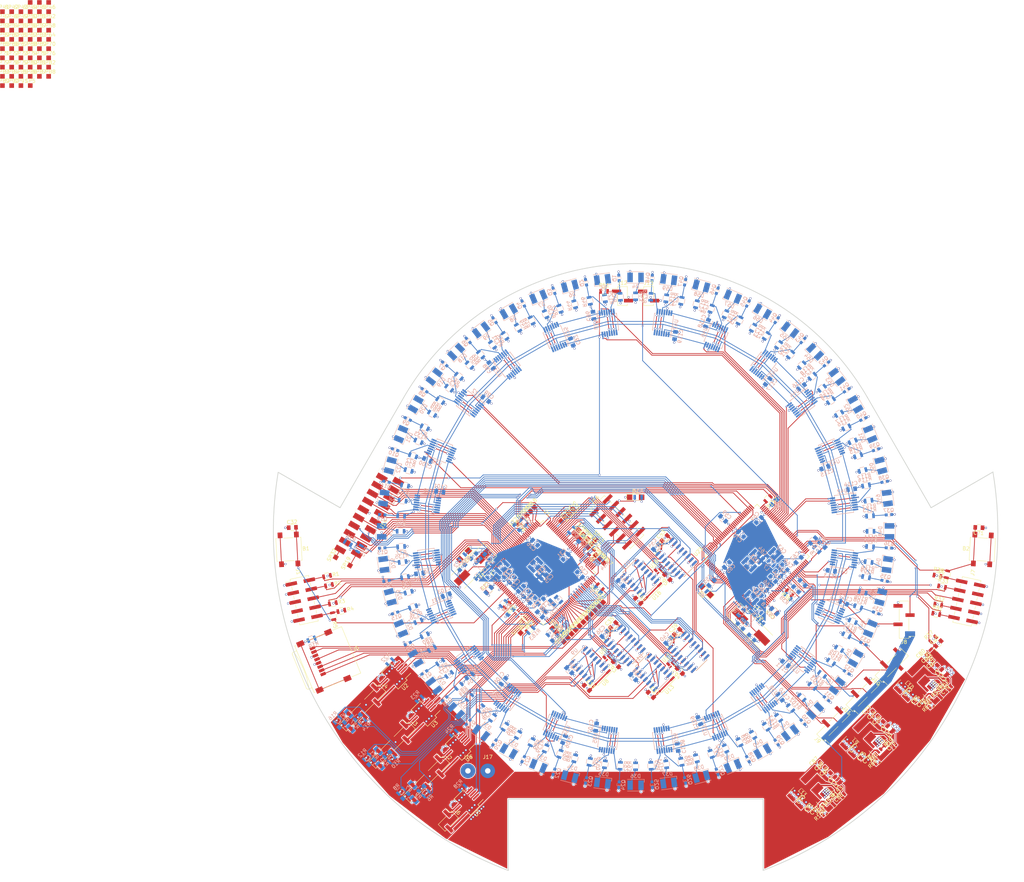
<source format=kicad_pcb>
(kicad_pcb (version 4) (host pcbnew 4.0.7)
  (layers (0 F.Cu signal) (1 In1.Cu power) (2 In2.Cu power) (31 B.Cu signal) (34 B.Paste user) (35 F.Paste user) (36 B.SilkS user) (37 F.SilkS user hide) (38 B.Mask user) (39 F.Mask user) (44 Edge.Cuts user))
  (net 0 "")
  (net 1 "/Motor Controller/RESET")
  (net 2 GND)
  (net 3 "/Sensor Controller/RESET")
  (net 4 /Button_top)
  (net 5 /Button_right)
  (net 6 /Button_mid)
  (net 7 /Button_left)
  (net 8 /Button_back)
  (net 9 /Button_bot)
  (net 10 "/Motor Controller/Encoder 1/ENC1_out_B")
  (net 11 "/Motor Controller/Encoder 1/ENC1_out_A")
  (net 12 "/Motor Controller/Encoder 2/ENC2_out_B")
  (net 13 "/Motor Controller/Encoder 2/ENC2_out_A")
  (net 14 "Net-(C5-Pad1)")
  (net 15 "/Motor Controller/Encoder 3/ENC3_out_B")
  (net 16 "/Motor Controller/Encoder 3/ENC3_out_A")
  (net 17 +3V3)
  (net 18 "Net-(C11-Pad1)")
  (net 19 "Net-(C12-Pad2)")
  (net 20 "Net-(C13-Pad1)")
  (net 21 "/Motor Controller/VDDUTMI")
  (net 22 "/Motor Controller/VDDANA")
  (net 23 "/Motor Controller/VDDOUT")
  (net 24 "Net-(C46-Pad1)")
  (net 25 "Net-(C49-Pad1)")
  (net 26 "Net-(C50-Pad2)")
  (net 27 "Net-(C51-Pad2)")
  (net 28 "Net-(C52-Pad1)")
  (net 29 "/Sensor Controller/VDDUTMI")
  (net 30 "/Sensor Controller/VDDANA")
  (net 31 "/Sensor Controller/VDDOUT")
  (net 32 "Net-(C72-Pad1)")
  (net 33 "Net-(C72-Pad2)")
  (net 34 +12V)
  (net 35 "Net-(C79-Pad1)")
  (net 36 "Net-(C79-Pad2)")
  (net 37 +5V)
  (net 38 "Net-(D1-Pad2)")
  (net 39 "Net-(D2-Pad2)")
  (net 40 "Net-(D3-Pad2)")
  (net 41 "Net-(D4-Pad2)")
  (net 42 "/Motor Controller/JTAG_Test_Mode_Select")
  (net 43 "/Motor Controller/JTAG_Test_Clock")
  (net 44 "/Motor Controller/JTAG_Test_Data_Out")
  (net 45 "Net-(J1-Pad7)")
  (net 46 "/Motor Controller/JTAG_Test_Data_In")
  (net 47 "Net-(J1-Pad10)")
  (net 48 "Net-(J2-Pad1)")
  (net 49 "Net-(J2-Pad5)")
  (net 50 "Net-(J2-Pad2)")
  (net 51 "Net-(J2-Pad6)")
  (net 52 "Net-(J3-Pad1)")
  (net 53 "Net-(J3-Pad5)")
  (net 54 "Net-(J3-Pad2)")
  (net 55 "Net-(J3-Pad6)")
  (net 56 "Net-(J4-Pad1)")
  (net 57 "Net-(J4-Pad5)")
  (net 58 "Net-(J4-Pad2)")
  (net 59 "Net-(J4-Pad6)")
  (net 60 "Net-(J5-Pad9)")
  (net 61 "Net-(J5-Pad8)")
  (net 62 "Net-(J5-Pad5)")
  (net 63 "Net-(J5-Pad3)")
  (net 64 "Net-(J5-Pad2)")
  (net 65 "Net-(J5-Pad1)")
  (net 66 "Net-(J6-Pad1)")
  (net 67 "Net-(J6-Pad2)")
  (net 68 "/Sensor Controller/JTAG_Test_Mode_Select")
  (net 69 "/Sensor Controller/JTAG_Test_Clock")
  (net 70 "/Sensor Controller/JTAG_Test_Data_Out")
  (net 71 "Net-(J7-Pad7)")
  (net 72 "/Sensor Controller/JTAG_Test_Data_In")
  (net 73 "Net-(J7-Pad10)")
  (net 74 "/Sensor Controller/Echo1")
  (net 75 "/Sensor Controller/Trig1")
  (net 76 "/Sensor Controller/Echo2")
  (net 77 "/Sensor Controller/Trig2")
  (net 78 "/Sensor Controller/Echo3")
  (net 79 "/Sensor Controller/Trig3")
  (net 80 "/Sensor Controller/Echo4")
  (net 81 "/Sensor Controller/Trig4")
  (net 82 "Net-(J12-Pad1)")
  (net 83 /I²C_clock)
  (net 84 /I²C_data)
  (net 85 /SPI0_MOSI)
  (net 86 /SPI0_MISO)
  (net 87 /SPI0_CLK)
  (net 88 /SPI0_SS0)
  (net 89 "/Sensor Controller/Linesensor 1/Photo1")
  (net 90 "/Sensor Controller/Linesensor 1/Photo2")
  (net 91 "/Sensor Controller/Linesensor 1/Photo3")
  (net 92 "/Sensor Controller/Linesensor 1/Photo4")
  (net 93 "Net-(R18-Pad1)")
  (net 94 "Net-(R20-Pad1)")
  (net 95 "Net-(R22-Pad1)")
  (net 96 "Net-(R23-Pad1)")
  (net 97 "Net-(R24-Pad1)")
  (net 98 "Net-(R28-Pad1)")
  (net 99 "Net-(R38-Pad1)")
  (net 100 "Net-(R39-Pad1)")
  (net 101 /BAT_LED)
  (net 102 /M_LED1)
  (net 103 /S_LED1)
  (net 104 /M_LED2)
  (net 105 /S_LED2)
  (net 106 /M_LED3)
  (net 107 /S_LED3)
  (net 108 "Net-(R59-Pad1)")
  (net 109 "Net-(R60-Pad1)")
  (net 110 "Net-(R63-Pad1)")
  (net 111 /SPI1_MISO)
  (net 112 /SPI1_MOSI)
  (net 113 /SPI1_SS0)
  (net 114 "Net-(U1-Pad37)")
  (net 115 "Net-(U1-Pad38)")
  (net 116 "Net-(U1-Pad39)")
  (net 117 "Net-(U1-Pad42)")
  (net 118 "Net-(U1-Pad43)")
  (net 119 "Net-(U1-Pad46)")
  (net 120 "Net-(U1-Pad48)")
  (net 121 "Net-(U1-Pad49)")
  (net 122 "Net-(U1-Pad50)")
  (net 123 "Net-(U1-Pad69)")
  (net 124 /SPI1_CLK)
  (net 125 "/Motor Controller/PWM0H")
  (net 126 "/Motor Controller/PWM0L")
  (net 127 "/Motor Controller/PWM1H")
  (net 128 "/Motor Controller/PWM1L")
  (net 129 "/Motor Controller/PWM2H")
  (net 130 "/Motor Controller/PWM2L")
  (net 131 "/Motor Controller/PWM3H")
  (net 132 "/Motor Controller/PWM3L")
  (net 133 "Net-(U6-Pad3)")
  (net 134 "Net-(U6-Pad4)")
  (net 135 "Net-(U6-Pad6)")
  (net 136 "/Motor Controller/Encoder 1/Direction")
  (net 137 "Net-(U7-Pad12)")
  (net 138 "Net-(U10-Pad4)")
  (net 139 "/Motor Controller/Encoder 1/0")
  (net 140 "Net-(U8-Pad3)")
  (net 141 "/Motor Controller/Encoder 1/2")
  (net 142 "/Motor Controller/Encoder 1/3")
  (net 143 "Net-(U8-Pad6)")
  (net 144 "/Motor Controller/Encoder 1/1")
  (net 145 "Net-(U8-Pad11)")
  (net 146 "Net-(U8-Pad14)")
  (net 147 "/Motor Controller/Encoder 1/4")
  (net 148 "/Motor Controller/Encoder 1/5")
  (net 149 "/Motor Controller/Encoder 1/ENC1_H")
  (net 150 "Net-(U10-Pad12)")
  (net 151 "Net-(U10-Pad13)")
  (net 152 "Net-(U11-Pad3)")
  (net 153 "Net-(U11-Pad4)")
  (net 154 "Net-(U11-Pad6)")
  (net 155 "/Motor Controller/Encoder 2/Direction")
  (net 156 "Net-(U12-Pad12)")
  (net 157 "Net-(U12-Pad13)")
  (net 158 "/Motor Controller/Encoder 2/0")
  (net 159 "Net-(U13-Pad3)")
  (net 160 "/Motor Controller/Encoder 2/2")
  (net 161 "/Motor Controller/Encoder 2/3")
  (net 162 "Net-(U13-Pad6)")
  (net 163 "/Motor Controller/Encoder 2/1")
  (net 164 "Net-(U13-Pad11)")
  (net 165 "Net-(U13-Pad14)")
  (net 166 "/Motor Controller/Encoder 2/4")
  (net 167 "/Motor Controller/Encoder 2/5")
  (net 168 "/Motor Controller/Encoder 2/ENC2_H")
  (net 169 "Net-(U15-Pad12)")
  (net 170 "Net-(U15-Pad13)")
  (net 171 "Net-(U16-Pad3)")
  (net 172 "Net-(U16-Pad4)")
  (net 173 "Net-(U16-Pad6)")
  (net 174 "/Motor Controller/Encoder 3/Direction")
  (net 175 "Net-(U17-Pad12)")
  (net 176 "Net-(U17-Pad13)")
  (net 177 "/Motor Controller/Encoder 3/0")
  (net 178 "Net-(U18-Pad3)")
  (net 179 "/Motor Controller/Encoder 3/2")
  (net 180 "/Motor Controller/Encoder 3/3")
  (net 181 "Net-(U18-Pad6)")
  (net 182 "/Motor Controller/Encoder 3/1")
  (net 183 "Net-(U18-Pad11)")
  (net 184 "Net-(U18-Pad14)")
  (net 185 "/Motor Controller/Encoder 3/4")
  (net 186 "/Motor Controller/Encoder 3/5")
  (net 187 "/Motor Controller/Encoder 3/ENC3_H")
  (net 188 "Net-(U20-Pad12)")
  (net 189 "Net-(U20-Pad13)")
  (net 190 "Net-(U23-Pad37)")
  (net 191 "Net-(U23-Pad38)")
  (net 192 "Net-(U23-Pad39)")
  (net 193 "Net-(U23-Pad42)")
  (net 194 "Net-(U23-Pad43)")
  (net 195 "Net-(U23-Pad46)")
  (net 196 "Net-(U23-Pad48)")
  (net 197 "Net-(U23-Pad49)")
  (net 198 "Net-(U23-Pad50)")
  (net 199 "Net-(U23-Pad69)")
  (net 200 "/Sensor Controller/VREF_white")
  (net 201 "Net-(C9-Pad2)")
  (net 202 "Net-(D18-Pad2)")
  (net 203 "Net-(D8-Pad2)")
  (net 204 "Net-(D20-Pad2)")
  (net 205 "Net-(D24-Pad2)")
  (net 206 "Net-(D28-Pad2)")
  (net 207 "Net-(D32-Pad2)")
  (net 208 "Net-(D36-Pad2)")
  (net 209 "Net-(D40-Pad2)")
  (net 210 "Net-(D44-Pad2)")
  (net 211 "Net-(D45-Pad2)")
  (net 212 "Net-(D48-Pad2)")
  (net 213 "Net-(D52-Pad2)")
  (net 214 "Net-(D56-Pad2)")
  (net 215 "/Sensor Controller/Linesensor 2/Photo1")
  (net 216 "/Sensor Controller/Linesensor 2/Photo2")
  (net 217 "/Sensor Controller/Linesensor 2/Photo3")
  (net 218 "/Sensor Controller/Linesensor 2/Photo4")
  (net 219 "/Sensor Controller/Linesensor 3/Photo1")
  (net 220 "/Sensor Controller/Linesensor 3/Photo2")
  (net 221 "/Sensor Controller/Linesensor 3/Photo3")
  (net 222 "/Sensor Controller/Linesensor 3/Photo4")
  (net 223 "/Sensor Controller/Linesensor 4/Photo1")
  (net 224 "/Sensor Controller/Linesensor 4/Photo2")
  (net 225 "/Sensor Controller/Linesensor 4/Photo3")
  (net 226 "/Sensor Controller/Linesensor 4/Photo4")
  (net 227 "/Sensor Controller/Linesensor 5/Photo1")
  (net 228 "/Sensor Controller/Linesensor 5/Photo2")
  (net 229 "/Sensor Controller/Linesensor 5/Photo3")
  (net 230 "/Sensor Controller/Linesensor 5/Photo4")
  (net 231 "/Sensor Controller/Linesensor 6/Photo1")
  (net 232 "/Sensor Controller/Linesensor 6/Photo2")
  (net 233 "/Sensor Controller/Linesensor 6/Photo3")
  (net 234 "/Sensor Controller/Linesensor 6/Photo4")
  (net 235 "/Sensor Controller/Linesensor 7/Photo1")
  (net 236 "/Sensor Controller/Linesensor 7/Photo2")
  (net 237 "/Sensor Controller/Linesensor 7/Photo3")
  (net 238 "/Sensor Controller/Linesensor 7/Photo4")
  (net 239 "/Sensor Controller/Linesensor 8/Photo1")
  (net 240 "/Sensor Controller/Linesensor 8/Photo2")
  (net 241 "/Sensor Controller/Linesensor 8/Photo3")
  (net 242 "/Sensor Controller/Linesensor 8/Photo4")
  (net 243 "/Sensor Controller/Linesensor 9/Photo1")
  (net 244 "/Sensor Controller/Linesensor 9/Photo2")
  (net 245 "/Sensor Controller/Linesensor 9/Photo3")
  (net 246 "/Sensor Controller/Linesensor 9/Photo4")
  (net 247 "/Sensor Controller/Linesensor 10/Photo1")
  (net 248 "/Sensor Controller/Linesensor 10/Photo2")
  (net 249 "/Sensor Controller/Linesensor 10/Photo3")
  (net 250 "/Sensor Controller/Linesensor 10/Photo4")
  (net 251 "/Sensor Controller/Linesensor 11/Photo1")
  (net 252 "/Sensor Controller/Linesensor 11/Photo2")
  (net 253 "/Sensor Controller/Linesensor 11/Photo3")
  (net 254 "/Sensor Controller/Linesensor 11/Photo4")
  (net 255 "/Sensor Controller/Linesensor 12/Photo1")
  (net 256 "/Sensor Controller/Linesensor 12/Photo2")
  (net 257 "/Sensor Controller/Linesensor 12/Photo3")
  (net 258 "/Sensor Controller/Linesensor 12/Photo4")
  (net 259 "Net-(D6-Pad2)")
  (net 260 "Net-(D22-Pad2)")
  (net 261 "Net-(D26-Pad2)")
  (net 262 "Net-(D30-Pad2)")
  (net 263 "Net-(D34-Pad2)")
  (net 264 "Net-(D38-Pad2)")
  (net 265 "Net-(D42-Pad2)")
  (net 266 "Net-(D46-Pad2)")
  (net 267 "Net-(D50-Pad2)")
  (net 268 "Net-(D54-Pad2)")
  (net 269 "Net-(D58-Pad2)")
  (net 270 "Net-(C45-Pad1)")
  (net 271 "Net-(C86-Pad1)")
  (net 272 "Net-(C86-Pad2)")
  (net 273 +5VD)
  (net 274 "Net-(D5-Pad2)")
  (net 275 "Net-(D7-Pad2)")
  (net 276 "Net-(D9-Pad2)")
  (net 277 "Net-(D19-Pad2)")
  (net 278 "Net-(D21-Pad2)")
  (net 279 "Net-(D23-Pad2)")
  (net 280 "Net-(D25-Pad2)")
  (net 281 "Net-(D27-Pad2)")
  (net 282 "Net-(D29-Pad2)")
  (net 283 "Net-(D31-Pad2)")
  (net 284 "Net-(D33-Pad2)")
  (net 285 "Net-(D35-Pad2)")
  (net 286 "Net-(D37-Pad2)")
  (net 287 "Net-(D39-Pad2)")
  (net 288 "Net-(D41-Pad2)")
  (net 289 "Net-(D43-Pad2)")
  (net 290 "Net-(D47-Pad2)")
  (net 291 "Net-(D49-Pad2)")
  (net 292 "Net-(D51-Pad2)")
  (net 293 "Net-(D53-Pad2)")
  (net 294 "Net-(D55-Pad2)")
  (net 295 "Net-(D57-Pad2)")
  (net 296 "Net-(D59-Pad2)")
  (net 297 "Net-(J5-Pad7)")
  (net 298 "/Sensor Controller/LBR")
  (net 299 /CMPS03_PWM)
  (net 300 /RPi1)
  (net 301 /RPi2)
  (net 302 /RPi3)
  (net 303 /RPi4)
  (net 304 "/Motor Controller/LED1")
  (net 305 "/Sensor Controller/LED2")
  (net 306 "Net-(R153-Pad1)")
  (net 307 "Net-(R154-Pad1)")
  (net 308 "Net-(SP1-Pad1)")
  (net 309 "Net-(SP2-Pad1)")
  (net 310 "Net-(SP3-Pad1)")
  (net 311 "Net-(SP4-Pad1)")
  (net 312 "Net-(SP5-Pad1)")
  (net 313 "Net-(SP6-Pad1)")
  (net 314 "Net-(SP7-Pad1)")
  (net 315 "Net-(SP8-Pad1)")
  (net 316 "Net-(SP9-Pad1)")
  (net 317 "Net-(SP10-Pad1)")
  (net 318 "Net-(SP11-Pad1)")
  (net 319 "Net-(SP12-Pad1)")
  (net 320 "Net-(SP13-Pad1)")
  (net 321 "Net-(SP14-Pad1)")
  (net 322 "Net-(SP15-Pad1)")
  (net 323 "Net-(SP16-Pad1)")
  (net 324 "Net-(SP17-Pad1)")
  (net 325 "Net-(SP18-Pad1)")
  (net 326 "Net-(SP20-Pad1)")
  (net 327 "Net-(SP21-Pad1)")
  (net 328 "Net-(SP22-Pad1)")
  (net 329 "Net-(SP23-Pad1)")
  (net 330 "Net-(SP24-Pad1)")
  (net 331 "Net-(SP25-Pad1)")
  (net 332 "Net-(SP26-Pad1)")
  (net 333 "Net-(SP27-Pad1)")
  (net 334 "Net-(SP28-Pad1)")
  (net 335 "Net-(SP29-Pad1)")
  (net 336 "Net-(SP30-Pad1)")
  (net 337 "Net-(SP31-Pad1)")
  (net 338 "Net-(SP33-Pad1)")
  (net 339 "Net-(SP34-Pad1)")
  (net 340 "Net-(SP35-Pad1)")
  (net 341 "Net-(SP36-Pad1)")
  (net 342 "Net-(SP37-Pad1)")
  (net 343 "Net-(SP38-Pad1)")
  (net 344 "Net-(SP39-Pad1)")
  (net 345 "Net-(SP40-Pad1)")
  (net 346 "Net-(SP41-Pad1)")
  (net 347 "Net-(SP42-Pad1)")
  (net 348 "Net-(SP43-Pad1)")
  (net 349 "Net-(SP44-Pad1)")
  (net 350 "Net-(SP45-Pad1)")
  (net 351 "Net-(SP46-Pad1)")
  (net 352 "Net-(SP47-Pad1)")
  (net 353 "Net-(SP48-Pad1)")
  (net 354 "Net-(SP49-Pad1)")
  (net 355 "Net-(SP50-Pad1)")
  (net 356 "Net-(SP51-Pad1)")
  (net 357 "Net-(SP52-Pad1)")
  (net 358 "Net-(SP53-Pad1)")
  (net 359 "Net-(SP54-Pad1)")
  (net 360 "Net-(SP55-Pad1)")
  (net 361 "Net-(SP56-Pad1)")
  (net 362 "Net-(SP57-Pad1)")
  (net 363 "Net-(SP58-Pad1)")
  (net 364 "Net-(SP59-Pad1)")
  (net 365 "Net-(SP60-Pad1)")
  (net 366 "Net-(SP61-Pad1)")
  (net 367 "Net-(SP62-Pad1)")
  (net 368 "Net-(SP63-Pad1)")
  (net 369 "Net-(SP64-Pad1)")
  (net 370 "Net-(SP65-Pad1)")
  (net 371 "Net-(SP66-Pad1)")
  (net 372 "Net-(SP67-Pad1)")
  (net 373 "Net-(SP68-Pad1)")
  (net 374 "Net-(SP69-Pad1)")
  (net 375 "Net-(SP70-Pad1)")
  (net 376 "Net-(SP71-Pad1)")
  (net 377 "Net-(SP72-Pad1)")
  (net 378 "Net-(SP73-Pad1)")
  (net 379 "Net-(SP74-Pad1)")
  (net 380 "Net-(SP75-Pad1)")
  (net 381 "Net-(SP76-Pad1)")
  (net 382 "Net-(SP77-Pad1)")
  (net 383 "Net-(SP78-Pad1)")
  (net 384 "Net-(SP79-Pad1)")
  (net 385 "Net-(SP80-Pad1)")
  (net 386 "Net-(SP81-Pad1)")
  (net 387 "Net-(SP82-Pad1)")
  (net 388 "Net-(SP83-Pad1)")
  (net 389 "Net-(SP84-Pad1)")
  (net 390 "Net-(SP85-Pad1)")
  (net 391 "Net-(SP86-Pad1)")
  (net 392 "Net-(SP87-Pad1)")
  (net 393 "Net-(SP88-Pad1)")
  (net 394 "Net-(SP89-Pad1)")
  (net 395 "Net-(SP90-Pad1)")
  (net 396 "Net-(SP91-Pad1)")
  (net 397 "/Motor Controller/ENC1A")
  (net 398 "/Motor Controller/ENC1C")
  (net 399 "/Motor Controller/ENC1D")
  (net 400 "/Motor Controller/ENC1E")
  (net 401 "/Motor Controller/ENC1F")
  (net 402 "/Motor Controller/ENC1G")
  (net 403 "/Motor Controller/ENC2A")
  (net 404 "/Motor Controller/ENC2B")
  (net 405 "/Motor Controller/ENC2C")
  (net 406 "/Motor Controller/ENC2D")
  (net 407 "/Motor Controller/ENC3F")
  (net 408 "/Motor Controller/ENC3G")
  (net 409 "/Motor Controller/ENC_LOAD")
  (net 410 "/Motor Controller/ENC1B")
  (net 411 "Net-(U1-Pad130)")
  (net 412 "/Motor Controller/ENC2E")
  (net 413 "/Motor Controller/ENC_CLK")
  (net 414 "/Motor Controller/ENC2F")
  (net 415 "/Motor Controller/ENC2G")
  (net 416 "/Motor Controller/ENC3A")
  (net 417 "/Motor Controller/ENC3B")
  (net 418 "/Motor Controller/ENC3C")
  (net 419 "/Motor Controller/ENC3D")
  (net 420 "/Motor Controller/ENC3E")
  (net 421 "/Sensor Controller/2BLACK")
  (net 422 "/Sensor Controller/VREF_black")
  (net 423 "/Sensor Controller/2WHITE")
  (net 424 "/Sensor Controller/1BLACK")
  (net 425 "/Sensor Controller/1WHITE")
  (net 426 "/Sensor Controller/3BLACK")
  (net 427 "/Sensor Controller/4BLACK")
  (net 428 "/Sensor Controller/4WHITE")
  (net 429 "/Sensor Controller/5BLACK")
  (net 430 "/Sensor Controller/5WHITE")
  (net 431 "/Sensor Controller/6BLACK")
  (net 432 "/Sensor Controller/6WHITE")
  (net 433 "/Sensor Controller/7BLACK")
  (net 434 "/Sensor Controller/7WHITE")
  (net 435 "/Sensor Controller/8BLACK")
  (net 436 "/Sensor Controller/12BLACK")
  (net 437 "/Sensor Controller/12WHITE")
  (net 438 "/Sensor Controller/3WHITE")
  (net 439 "Net-(U23-Pad130)")
  (net 440 "/Sensor Controller/8WHITE")
  (net 441 "/Sensor Controller/9BLACK")
  (net 442 "/Sensor Controller/9WHITE")
  (net 443 "/Sensor Controller/10BLACK")
  (net 444 "/Sensor Controller/10WHITE")
  (net 445 "/Sensor Controller/11BLACK")
  (net 446 "/Sensor Controller/11WHITE")
  (net 447 "Net-(J14-Pad20)")
  (net 448 "Net-(J14-Pad19)")
  (net 449 /RPi6)
  (net 450 /RPi5)
  (net 451 "Net-(R155-Pad2)")
  (net 452 "Net-(R53-Pad1)")
  (net 453 "Net-(R53-Pad2)")
  (net 454 "Net-(R54-Pad1)")
  (net 455 "Net-(R157-Pad1)")
  (net 456 "Net-(R158-Pad1)")
  (net 457 "Net-(R159-Pad1)")
  (net 458 "Net-(R163-Pad2)")
  (net 459 "Net-(R164-Pad2)")
  (net 460 "Net-(R165-Pad2)")
  (net 461 "Net-(R167-Pad1)")
  (net 462 "Net-(RN1-Pad7)")
  (net 463 "Net-(RN1-Pad8)")
  (net 464 "Net-(RN1-Pad6)")
  (net 465 "Net-(RN1-Pad5)")
  (net 466 "Net-(RN2-Pad7)")
  (net 467 "Net-(RN2-Pad8)")
  (net 468 "Net-(RN2-Pad6)")
  (net 469 "Net-(RN2-Pad5)")
  (net 470 "Net-(RN1-Pad2)")
  (net 471 "Net-(RN3-Pad1)")
  (net 472 "Net-(RN3-Pad3)")
  (net 473 "Net-(RN3-Pad2)")
  (net 474 "Net-(RN3-Pad4)")
  (net 475 "Net-(RN4-Pad1)")
  (net 476 "Net-(RN4-Pad3)")
  (net 477 "Net-(RN4-Pad2)")
  (net 478 "Net-(RN4-Pad4)")
  (module Pin_Headers:Pin_Header_Straight_1x02_Pitch2.54mm_SMD_Pin1Left (layer F.Cu) (at 156.018449 259.679953 315)
    (fp_text reference J6 (at 0 -3.6 315) (layer F.SilkS))
    (fp_text value "Motor 4")
    (pad 1 smd rect (at -1.655 -1.27 315) (size 2.51 1) (layers F.Cu F.Paste F.Mask) (net 66 "Net-(J6-Pad1)"))
    (pad 2 smd rect (at 1.655 1.27 315) (size 2.51 1) (layers F.Cu F.Paste F.Mask) (net 67 "Net-(J6-Pad2)"))
  )
  (module Pin_Headers:Pin_Header_Straight_1x06_Pitch2.54mm_SMD_Pin1Left (layer F.Cu) (at 150.006953 248.191696 315)
    (fp_text reference J2 (at 0 -8.68 315) (layer F.SilkS))
    (fp_text value "Motor + Enc 1")
    (pad 1 smd rect (at -1.655 -6.35 315) (size 2.51 1) (layers F.Cu F.Paste F.Mask) (net 48 "Net-(J2-Pad1)"))
    (pad 3 smd rect (at -1.655 -1.27 315) (size 2.51 1) (layers F.Cu F.Paste F.Mask) (net 2 GND))
    (pad 5 smd rect (at -1.655 3.81 315) (size 2.51 1) (layers F.Cu F.Paste F.Mask) (net 49 "Net-(J2-Pad5)"))
    (pad 2 smd rect (at 1.655 -3.81 315) (size 2.51 1) (layers F.Cu F.Paste F.Mask) (net 50 "Net-(J2-Pad2)"))
    (pad 4 smd rect (at 1.655 1.27 315) (size 2.51 1) (layers F.Cu F.Paste F.Mask) (net 273 +5VD))
    (pad 6 smd rect (at 1.655 6.35 315) (size 2.51 1) (layers F.Cu F.Paste F.Mask) (net 51 "Net-(J2-Pad6)"))
  )
  (module Housings_SOIC:SOIC-16_3.9x9.9mm_Pitch1.27mm (layer F.Cu) (at 209.059412 193.41074 225)
    (fp_text reference U18 (at 0 -6 225) (layer F.SilkS))
    (fp_text value CD74HC175)
    (pad 1 smd rect (at -2.7 -4.445 225) (size 1.5 0.6) (layers F.Cu F.Paste F.Mask) (net 17 +3V3))
    (pad 2 smd rect (at -2.7 -3.175 225) (size 1.5 0.6) (layers F.Cu F.Paste F.Mask) (net 177 "/Motor Controller/Encoder 3/0"))
    (pad 3 smd rect (at -2.7 -1.905 225) (size 1.5 0.6) (layers F.Cu F.Paste F.Mask) (net 178 "Net-(U18-Pad3)"))
    (pad 4 smd rect (at -2.7 -0.635 225) (size 1.5 0.6) (layers F.Cu F.Paste F.Mask) (net 179 "/Motor Controller/Encoder 3/2"))
    (pad 5 smd rect (at -2.7 0.635 225) (size 1.5 0.6) (layers F.Cu F.Paste F.Mask) (net 180 "/Motor Controller/Encoder 3/3"))
    (pad 6 smd rect (at -2.7 1.905 225) (size 1.5 0.6) (layers F.Cu F.Paste F.Mask) (net 181 "Net-(U18-Pad6)"))
    (pad 7 smd rect (at -2.7 3.175 225) (size 1.5 0.6) (layers F.Cu F.Paste F.Mask) (net 182 "/Motor Controller/Encoder 3/1"))
    (pad 8 smd rect (at -2.7 4.445 225) (size 1.5 0.6) (layers F.Cu F.Paste F.Mask) (net 2 GND))
    (pad 9 smd rect (at 2.7 4.445 225) (size 1.5 0.6) (layers F.Cu F.Paste F.Mask) (net 413 "/Motor Controller/ENC_CLK"))
    (pad 10 smd rect (at 2.7 3.175 225) (size 1.5 0.6) (layers F.Cu F.Paste F.Mask) (net 179 "/Motor Controller/Encoder 3/2"))
    (pad 11 smd rect (at 2.7 1.905 225) (size 1.5 0.6) (layers F.Cu F.Paste F.Mask) (net 183 "Net-(U18-Pad11)"))
    (pad 12 smd rect (at 2.7 0.635 225) (size 1.5 0.6) (layers F.Cu F.Paste F.Mask) (net 15 "/Motor Controller/Encoder 3/ENC3_out_B"))
    (pad 13 smd rect (at 2.7 -0.635 225) (size 1.5 0.6) (layers F.Cu F.Paste F.Mask) (net 16 "/Motor Controller/Encoder 3/ENC3_out_A"))
    (pad 14 smd rect (at 2.7 -1.905 225) (size 1.5 0.6) (layers F.Cu F.Paste F.Mask) (net 184 "Net-(U18-Pad14)"))
    (pad 15 smd rect (at 2.7 -3.175 225) (size 1.5 0.6) (layers F.Cu F.Paste F.Mask) (net 180 "/Motor Controller/Encoder 3/3"))
    (pad 16 smd rect (at 2.7 -4.445 225) (size 1.5 0.6) (layers F.Cu F.Paste F.Mask) (net 17 +3V3))
  )
  (module TO_SOT_Packages_SMD:SOT-23-6 (layer F.Cu) (at 288.288011 224.317263 315)
    (fp_text reference U28 (at 0 -2.9 315) (layer F.SilkS))
    (fp_text value TPS563209)
    (pad 1 smd rect (at -1.1 -0.95 315) (size 1.06 0.65) (layers F.Cu F.Paste F.Mask) (net 2 GND))
    (pad 2 smd rect (at -1.1 0 315) (size 1.06 0.65) (layers F.Cu F.Paste F.Mask) (net 35 "Net-(C79-Pad1)"))
    (pad 3 smd rect (at -1.1 0.95 315) (size 1.06 0.65) (layers F.Cu F.Paste F.Mask) (net 34 +12V))
    (pad 4 smd rect (at 1.1 0.95 315) (size 1.06 0.65) (layers F.Cu F.Paste F.Mask) (net 452 "Net-(R53-Pad1)"))
    (pad 6 smd rect (at 1.1 -0.95 315) (size 1.06 0.65) (layers F.Cu F.Paste F.Mask) (net 36 "Net-(C79-Pad2)"))
    (pad 5 smd rect (at 1.1 0 315) (size 1.06 0.65) (layers F.Cu F.Paste F.Mask) (net 110 "Net-(R63-Pad1)"))
  )
  (module Resistors_SMD:R_0805 (layer B.Cu) (at 203.27 115.54 273.75)
    (fp_text reference R45 (at 0 1.65 273.75) (layer B.SilkS) (effects (justify mirror)))
    (fp_text value 6.2K)
    (pad 1 smd rect (at -0.95 0 273.75) (size 0.7 1.3) (layers B.Cu B.Paste B.Mask) (net 89 "/Sensor Controller/Linesensor 1/Photo1"))
    (pad 2 smd rect (at 0.95 0 273.75) (size 0.7 1.3) (layers B.Cu B.Paste B.Mask) (net 2 GND))
  )
  (module Buttons_Switches_SMD:SW_SPST_B3S-1000 (layer F.Cu) (at 112.20704 184.9628 273)
    (fp_text reference B1 (at 0.015123 -4.660297 363) (layer F.SilkS))
    (fp_text value BUTTON)
    (pad 1 smd rect (at -3.975 -2.25 273) (size 1.55 1.3) (layers F.Cu F.Paste F.Mask) (net 1 "/Motor Controller/RESET"))
    (pad 1 smd rect (at 3.975 -2.25 273) (size 1.55 1.3) (layers F.Cu F.Paste F.Mask) (net 1 "/Motor Controller/RESET"))
    (pad 2 smd rect (at -3.975 2.25 273) (size 1.55 1.3) (layers F.Cu F.Paste F.Mask) (net 2 GND))
    (pad 2 smd rect (at 3.975 2.25 273) (size 1.55 1.3) (layers F.Cu F.Paste F.Mask) (net 2 GND))
  )
  (module Buttons_Switches_SMD:SW_SPST_B3S-1000 (layer F.Cu) (at 302.82 184.98 87)
    (fp_text reference B2 (at 0 -4.5 177) (layer F.SilkS))
    (fp_text value BUTTON)
    (pad 1 smd rect (at -3.975 -2.25 87) (size 1.55 1.3) (layers F.Cu F.Paste F.Mask) (net 3 "/Sensor Controller/RESET"))
    (pad 1 smd rect (at 3.975 -2.25 87) (size 1.55 1.3) (layers F.Cu F.Paste F.Mask) (net 3 "/Sensor Controller/RESET"))
    (pad 2 smd rect (at -3.975 2.25 87) (size 1.55 1.3) (layers F.Cu F.Paste F.Mask) (net 2 GND))
    (pad 2 smd rect (at 3.975 2.25 87) (size 1.55 1.3) (layers F.Cu F.Paste F.Mask) (net 2 GND))
  )
  (module Capacitors_SMD:C_0805 (layer B.Cu) (at 144.197935 252.774294 225)
    (fp_text reference C1 (at 0 1.5 225) (layer B.SilkS) (effects (justify mirror)))
    (fp_text value opt.)
    (pad 1 smd rect (at -1 0 225) (size 1 1.25) (layers B.Cu B.Paste B.Mask) (net 10 "/Motor Controller/Encoder 1/ENC1_out_B"))
    (pad 2 smd rect (at 1 0 225) (size 1 1.25) (layers B.Cu B.Paste B.Mask) (net 2 GND))
  )
  (module Capacitors_SMD:C_0805 (layer B.Cu) (at 148.631494 250.787324 45)
    (fp_text reference C2 (at 0 1.5 45) (layer B.SilkS) (effects (justify mirror)))
    (fp_text value opt.)
    (pad 1 smd rect (at -1 0 45) (size 1 1.25) (layers B.Cu B.Paste B.Mask) (net 11 "/Motor Controller/Encoder 1/ENC1_out_A"))
    (pad 2 smd rect (at 1 0 45) (size 1 1.25) (layers B.Cu B.Paste B.Mask) (net 2 GND))
  )
  (module Capacitors_SMD:C_0805 (layer B.Cu) (at 134.845949 243.452865 225)
    (fp_text reference C3 (at 0 1.5 225) (layer B.SilkS) (effects (justify mirror)))
    (fp_text value opt.)
    (pad 1 smd rect (at -1 0 225) (size 1 1.25) (layers B.Cu B.Paste B.Mask) (net 12 "/Motor Controller/Encoder 2/ENC2_out_B"))
    (pad 2 smd rect (at 1 0 225) (size 1 1.25) (layers B.Cu B.Paste B.Mask) (net 2 GND))
  )
  (module Capacitors_SMD:C_0805 (layer B.Cu) (at 139.22294 241.409326 45)
    (fp_text reference C4 (at 0 1.5 45) (layer B.SilkS) (effects (justify mirror)))
    (fp_text value opt.)
    (pad 1 smd rect (at -1 0 45) (size 1 1.25) (layers B.Cu B.Paste B.Mask) (net 13 "/Motor Controller/Encoder 2/ENC2_out_A"))
    (pad 2 smd rect (at 1 0 45) (size 1 1.25) (layers B.Cu B.Paste B.Mask) (net 2 GND))
  )
  (module Capacitors_SMD:C_0805 (layer B.Cu) (at 166.759642 186.994752 135)
    (fp_text reference C5 (at 0 1.5 135) (layer B.SilkS) (effects (justify mirror)))
    (fp_text value 100n)
    (pad 1 smd rect (at -1 0 135) (size 1 1.25) (layers B.Cu B.Paste B.Mask) (net 14 "Net-(C5-Pad1)"))
    (pad 2 smd rect (at 1 0 135) (size 1 1.25) (layers B.Cu B.Paste B.Mask) (net 2 GND))
  )
  (module Capacitors_SMD:C_0805 (layer B.Cu) (at 126.730899 233.217161 225)
    (fp_text reference C7 (at 0 1.5 225) (layer B.SilkS) (effects (justify mirror)))
    (fp_text value opt.)
    (pad 1 smd rect (at -1 0 225) (size 1 1.25) (layers B.Cu B.Paste B.Mask) (net 15 "/Motor Controller/Encoder 3/ENC3_out_B"))
    (pad 2 smd rect (at 1 0 225) (size 1 1.25) (layers B.Cu B.Paste B.Mask) (net 2 GND))
  )
  (module Capacitors_SMD:C_0805 (layer B.Cu) (at 131.107891 231.173622 45)
    (fp_text reference C8 (at 0 1.5 45) (layer B.SilkS) (effects (justify mirror)))
    (fp_text value opt.)
    (pad 1 smd rect (at -1 0 45) (size 1 1.25) (layers B.Cu B.Paste B.Mask) (net 16 "/Motor Controller/Encoder 3/ENC3_out_A"))
    (pad 2 smd rect (at 1 0 45) (size 1 1.25) (layers B.Cu B.Paste B.Mask) (net 2 GND))
  )
  (module Capacitors_SMD:C_0805 (layer B.Cu) (at 162.891769 186.77555 45)
    (fp_text reference C9 (at 0 1.55 45) (layer B.SilkS) (effects (justify mirror)))
    (fp_text value 22p)
    (pad 1 smd rect (at -1 0 45) (size 1 1.25) (layers B.Cu B.Paste B.Mask) (net 2 GND))
    (pad 2 smd rect (at 1 0 45) (size 1 1.25) (layers B.Cu B.Paste B.Mask) (net 201 "Net-(C9-Pad2)"))
  )
  (module Capacitors_SMD:C_0805 (layer B.Cu) (at 185.335338 209.374683 45)
    (fp_text reference C10 (at 0.00274 1.49696 45) (layer B.SilkS) (effects (justify mirror)))
    (fp_text value 100n)
    (pad 1 smd rect (at -1 0 45) (size 1 1.25) (layers B.Cu B.Paste B.Mask) (net 17 +3V3))
    (pad 2 smd rect (at 1 0 45) (size 1 1.25) (layers B.Cu B.Paste B.Mask) (net 2 GND))
  )
  (module Capacitors_SMD:C_0805 (layer B.Cu) (at 186.530347 206.765459 315)
    (fp_text reference C11 (at 0.0019 1.5019 315) (layer B.SilkS) (effects (justify mirror)))
    (fp_text value 100n)
    (pad 1 smd rect (at -1 0 315) (size 1 1.25) (layers B.Cu B.Paste B.Mask) (net 18 "Net-(C11-Pad1)"))
    (pad 2 smd rect (at 1 0 315) (size 1 1.25) (layers B.Cu B.Paste B.Mask) (net 2 GND))
  )
  (module Capacitors_SMD:C_0805 (layer B.Cu) (at 159.829995 189.851465 225)
    (fp_text reference C12 (at -0.0019 1.4981 225) (layer B.SilkS) (effects (justify mirror)))
    (fp_text value 22p)
    (pad 1 smd rect (at -1 0 225) (size 1 1.25) (layers B.Cu B.Paste B.Mask) (net 2 GND))
    (pad 2 smd rect (at 1 0 225) (size 1 1.25) (layers B.Cu B.Paste B.Mask) (net 19 "Net-(C12-Pad2)"))
  )
  (module Capacitors_SMD:C_0805 (layer B.Cu) (at 167.113194 196.158856 225)
    (fp_text reference C13 (at 0.0019 1.5019 225) (layer B.SilkS) (effects (justify mirror)))
    (fp_text value 22p)
    (pad 1 smd rect (at -1 0 225) (size 1 1.25) (layers B.Cu B.Paste B.Mask) (net 20 "Net-(C13-Pad1)"))
    (pad 2 smd rect (at 1 0 225) (size 1 1.25) (layers B.Cu B.Paste B.Mask) (net 2 GND))
  )
  (module Capacitors_SMD:C_0805 (layer B.Cu) (at 175.994456 195.762876 45)
    (fp_text reference C15 (at 0 1.5 45) (layer B.SilkS) (effects (justify mirror)))
    (fp_text value 100n)
    (pad 1 smd rect (at -1 0 45) (size 1 1.25) (layers B.Cu B.Paste B.Mask) (net 17 +3V3))
    (pad 2 smd rect (at 1 0 45) (size 1 1.25) (layers B.Cu B.Paste B.Mask) (net 2 GND))
  )
  (module Capacitors_SMD:C_0805 (layer B.Cu) (at 174.89137 178.863024 135)
    (fp_text reference C16 (at 0 1.5 135) (layer B.SilkS) (effects (justify mirror)))
    (fp_text value 100n)
    (pad 1 smd rect (at -1 0 135) (size 1 1.25) (layers B.Cu B.Paste B.Mask) (net 17 +3V3))
    (pad 2 smd rect (at 1 0 135) (size 1 1.25) (layers B.Cu B.Paste B.Mask) (net 2 GND))
  )
  (module Capacitors_SMD:C_0805 (layer B.Cu) (at 173.123603 202.169265 225)
    (fp_text reference C17 (at 0 1.5 225) (layer B.SilkS) (effects (justify mirror)))
    (fp_text value 100n)
    (pad 1 smd rect (at -1 0 225) (size 1 1.25) (layers B.Cu B.Paste B.Mask) (net 17 +3V3))
    (pad 2 smd rect (at 1 0 225) (size 1 1.25) (layers B.Cu B.Paste B.Mask) (net 2 GND))
  )
  (module Capacitors_SMD:C_0805 (layer B.Cu) (at 181.417965 199.263056 45)
    (fp_text reference C18 (at 0 1.5 45) (layer B.SilkS) (effects (justify mirror)))
    (fp_text value 100n)
    (pad 1 smd rect (at -1 0 45) (size 1 1.25) (layers B.Cu B.Paste B.Mask) (net 17 +3V3))
    (pad 2 smd rect (at 1 0 45) (size 1 1.25) (layers B.Cu B.Paste B.Mask) (net 2 GND))
  )
  (module Capacitors_SMD:C_0805 (layer B.Cu) (at 197.136949 196.158857 315)
    (fp_text reference C19 (at 0 1.5 315) (layer B.SilkS) (effects (justify mirror)))
    (fp_text value 100n)
    (pad 1 smd rect (at -1 0 315) (size 1 1.25) (layers B.Cu B.Paste B.Mask) (net 17 +3V3))
    (pad 2 smd rect (at 1 0 315) (size 1 1.25) (layers B.Cu B.Paste B.Mask) (net 2 GND))
  )
  (module Capacitors_SMD:C_0805 (layer B.Cu) (at 192.540756 182.045006 45)
    (fp_text reference C20 (at 0 1.5 45) (layer B.SilkS) (effects (justify mirror)))
    (fp_text value 100n)
    (pad 1 smd rect (at -1 0 45) (size 1 1.25) (layers B.Cu B.Paste B.Mask) (net 17 +3V3))
    (pad 2 smd rect (at 1 0 45) (size 1 1.25) (layers B.Cu B.Paste B.Mask) (net 2 GND))
  )
  (module Capacitors_SMD:C_0805 (layer B.Cu) (at 172.10537 191.87379 45)
    (fp_text reference C21 (at 0 1.5 45) (layer B.SilkS) (effects (justify mirror)))
    (fp_text value 100n)
    (pad 1 smd rect (at -1 0 45) (size 1 1.25) (layers B.Cu B.Paste B.Mask) (net 21 "/Motor Controller/VDDUTMI"))
    (pad 2 smd rect (at 1 0 45) (size 1 1.25) (layers B.Cu B.Paste B.Mask) (net 2 GND))
  )
  (module Capacitors_SMD:C_0805 (layer B.Cu) (at 181.18462 202.833945 135)
    (fp_text reference C23 (at 0 1.5 135) (layer B.SilkS) (effects (justify mirror)))
    (fp_text value 100n)
    (pad 1 smd rect (at -1 0 135) (size 1 1.25) (layers B.Cu B.Paste B.Mask) (net 22 "/Motor Controller/VDDANA"))
    (pad 2 smd rect (at 1 0 135) (size 1 1.25) (layers B.Cu B.Paste B.Mask) (net 2 GND))
  )
  (module Capacitors_SMD:C_0805 (layer B.Cu) (at 179.883544 183.148091 315)
    (fp_text reference C26 (at 0 1.5 315) (layer B.SilkS) (effects (justify mirror)))
    (fp_text value 100n)
    (pad 1 smd rect (at -1 0 315) (size 1 1.25) (layers B.Cu B.Paste B.Mask) (net 23 "/Motor Controller/VDDOUT"))
    (pad 2 smd rect (at 1 0 315) (size 1 1.25) (layers B.Cu B.Paste B.Mask) (net 2 GND))
  )
  (module Capacitors_SMD:C_0805 (layer B.Cu) (at 173.519583 193.288004 45)
    (fp_text reference C27 (at 0 1.5 45) (layer B.SilkS) (effects (justify mirror)))
    (fp_text value 100n)
    (pad 1 smd rect (at -1 0 45) (size 1 1.25) (layers B.Cu B.Paste B.Mask) (net 23 "/Motor Controller/VDDOUT"))
    (pad 2 smd rect (at 1 0 45) (size 1 1.25) (layers B.Cu B.Paste B.Mask) (net 2 GND))
  )
  (module Capacitors_SMD:C_0805 (layer B.Cu) (at 177.408671 197.177091 45)
    (fp_text reference C28 (at 0 1.5 45) (layer B.SilkS) (effects (justify mirror)))
    (fp_text value 100n)
    (pad 1 smd rect (at -1 0 45) (size 1 1.25) (layers B.Cu B.Paste B.Mask) (net 23 "/Motor Controller/VDDOUT"))
    (pad 2 smd rect (at 1 0 45) (size 1 1.25) (layers B.Cu B.Paste B.Mask) (net 2 GND))
  )
  (module Capacitors_SMD:C_0805 (layer B.Cu) (at 179.176438 198.944858 45)
    (fp_text reference C29 (at 0 1.5 45) (layer B.SilkS) (effects (justify mirror)))
    (fp_text value 100n)
    (pad 1 smd rect (at -1 0 45) (size 1 1.25) (layers B.Cu B.Paste B.Mask) (net 23 "/Motor Controller/VDDOUT"))
    (pad 2 smd rect (at 1 0 45) (size 1 1.25) (layers B.Cu B.Paste B.Mask) (net 2 GND))
  )
  (module Capacitors_SMD:C_0805 (layer B.Cu) (at 192.144775 191.87379 135)
    (fp_text reference C30 (at 0 1.5 135) (layer B.SilkS) (effects (justify mirror)))
    (fp_text value 100n)
    (pad 1 smd rect (at -1 0 135) (size 1 1.25) (layers B.Cu B.Paste B.Mask) (net 23 "/Motor Controller/VDDOUT"))
    (pad 2 smd rect (at 1 0 135) (size 1 1.25) (layers B.Cu B.Paste B.Mask) (net 2 GND))
  )
  (module Capacitors_SMD:C_0805 (layer B.Cu) (at 188.255689 187.037179 225)
    (fp_text reference C31 (at 0 1.5 225) (layer B.SilkS) (effects (justify mirror)))
    (fp_text value 100n)
    (pad 1 smd rect (at -1 0 225) (size 1 1.25) (layers B.Cu B.Paste B.Mask) (net 23 "/Motor Controller/VDDOUT"))
    (pad 2 smd rect (at 1 0 225) (size 1 1.25) (layers B.Cu B.Paste B.Mask) (net 2 GND))
  )
  (module Capacitors_SMD:C_0805 (layer F.Cu) (at 113.13668 178.94808 3)
    (fp_text reference C32 (at 0 -1.5 3) (layer F.SilkS))
    (fp_text value 10n)
    (pad 1 smd rect (at -1 0 3) (size 1 1.25) (layers F.Cu F.Paste F.Mask) (net 17 +3V3))
    (pad 2 smd rect (at 1 0 3) (size 1 1.25) (layers F.Cu F.Paste F.Mask) (net 1 "/Motor Controller/RESET"))
  )
  (module Capacitors_SMD:C_0805 (layer F.Cu) (at 194.113128 223.064164 315)
    (fp_text reference C33 (at 0 -1.5 315) (layer F.SilkS))
    (fp_text value 100n)
    (pad 1 smd rect (at -1 0 315) (size 1 1.25) (layers F.Cu F.Paste F.Mask) (net 2 GND))
    (pad 2 smd rect (at 1 0 315) (size 1 1.25) (layers F.Cu F.Paste F.Mask) (net 17 +3V3))
  )
  (module Capacitors_SMD:C_0805 (layer B.Cu) (at 189.241162 218.192199 135)
    (fp_text reference C34 (at 0 1.5 135) (layer B.SilkS) (effects (justify mirror)))
    (fp_text value 100n)
    (pad 1 smd rect (at -1 0 135) (size 1 1.25) (layers B.Cu B.Paste B.Mask) (net 2 GND))
    (pad 2 smd rect (at 1 0 135) (size 1 1.25) (layers B.Cu B.Paste B.Mask) (net 17 +3V3))
  )
  (module Capacitors_SMD:C_0805 (layer F.Cu) (at 201.368043 205.796617 45)
    (fp_text reference C35 (at 0 -1.5 45) (layer F.SilkS))
    (fp_text value 100n)
    (pad 1 smd rect (at -1 0 45) (size 1 1.25) (layers F.Cu F.Paste F.Mask) (net 2 GND))
    (pad 2 smd rect (at 1 0 45) (size 1 1.25) (layers F.Cu F.Paste F.Mask) (net 17 +3V3))
  )
  (module Capacitors_SMD:C_0805 (layer B.Cu) (at 198.963881 208.200782 225)
    (fp_text reference C36 (at 0 1.5 225) (layer B.SilkS) (effects (justify mirror)))
    (fp_text value 100n)
    (pad 1 smd rect (at -1 0 225) (size 1 1.25) (layers B.Cu B.Paste B.Mask) (net 2 GND))
    (pad 2 smd rect (at 1 0 225) (size 1 1.25) (layers B.Cu B.Paste B.Mask) (net 17 +3V3))
  )
  (module Capacitors_SMD:C_0805 (layer F.Cu) (at 211.703142 224.975419 315)
    (fp_text reference C37 (at 0 -1.5 315) (layer F.SilkS))
    (fp_text value 100n)
    (pad 1 smd rect (at -1 0 315) (size 1 1.25) (layers F.Cu F.Paste F.Mask) (net 2 GND))
    (pad 2 smd rect (at 1 0 315) (size 1 1.25) (layers F.Cu F.Paste F.Mask) (net 17 +3V3))
  )
  (module Capacitors_SMD:C_0805 (layer B.Cu) (at 206.824105 220.096382 135)
    (fp_text reference C38 (at 0 1.5 135) (layer B.SilkS) (effects (justify mirror)))
    (fp_text value 100n)
    (pad 1 smd rect (at -1 0 135) (size 1 1.25) (layers B.Cu B.Paste B.Mask) (net 2 GND))
    (pad 2 smd rect (at 1 0 135) (size 1 1.25) (layers B.Cu B.Paste B.Mask) (net 17 +3V3))
  )
  (module Capacitors_SMD:C_0805 (layer F.Cu) (at 218.915631 207.637161 45)
    (fp_text reference C39 (at 0 -1.5 45) (layer F.SilkS))
    (fp_text value 100n)
    (pad 1 smd rect (at -1 0 45) (size 1 1.25) (layers F.Cu F.Paste F.Mask) (net 2 GND))
    (pad 2 smd rect (at 1 0 45) (size 1 1.25) (layers F.Cu F.Paste F.Mask) (net 17 +3V3))
  )
  (module Capacitors_SMD:C_0805 (layer B.Cu) (at 216.511468 210.041324 225)
    (fp_text reference C40 (at 0 1.5 225) (layer B.SilkS) (effects (justify mirror)))
    (fp_text value 100n)
    (pad 1 smd rect (at -1 0 225) (size 1 1.25) (layers B.Cu B.Paste B.Mask) (net 2 GND))
    (pad 2 smd rect (at 1 0 225) (size 1 1.25) (layers B.Cu B.Paste B.Mask) (net 17 +3V3))
  )
  (module Capacitors_SMD:C_0805 (layer F.Cu) (at 208.210883 199.124163 315)
    (fp_text reference C41 (at 0 -1.5 315) (layer F.SilkS))
    (fp_text value 100n)
    (pad 1 smd rect (at -1 0 315) (size 1 1.25) (layers F.Cu F.Paste F.Mask) (net 2 GND))
    (pad 2 smd rect (at 1 0 315) (size 1 1.25) (layers F.Cu F.Paste F.Mask) (net 17 +3V3))
  )
  (module Capacitors_SMD:C_0805 (layer B.Cu) (at 203.345989 194.259266 135)
    (fp_text reference C42 (at 0 1.5 135) (layer B.SilkS) (effects (justify mirror)))
    (fp_text value 100n)
    (pad 1 smd rect (at -1 0 135) (size 1 1.25) (layers B.Cu B.Paste B.Mask) (net 2 GND))
    (pad 2 smd rect (at 1 0 135) (size 1 1.25) (layers B.Cu B.Paste B.Mask) (net 17 +3V3))
  )
  (module Capacitors_SMD:C_0805 (layer F.Cu) (at 215.515294 181.863687 45)
    (fp_text reference C43 (at 0 -1.5 45) (layer F.SilkS))
    (fp_text value 100n)
    (pad 1 smd rect (at -1 0 45) (size 1 1.25) (layers F.Cu F.Paste F.Mask) (net 2 GND))
    (pad 2 smd rect (at 1 0 45) (size 1 1.25) (layers F.Cu F.Paste F.Mask) (net 17 +3V3))
  )
  (module Capacitors_SMD:C_0805 (layer B.Cu) (at 213.118202 184.260779 225)
    (fp_text reference C44 (at 0 1.5 225) (layer B.SilkS) (effects (justify mirror)))
    (fp_text value 100n)
    (pad 1 smd rect (at -1 0 225) (size 1 1.25) (layers B.Cu B.Paste B.Mask) (net 2 GND))
    (pad 2 smd rect (at 1 0 225) (size 1 1.25) (layers B.Cu B.Paste B.Mask) (net 17 +3V3))
  )
  (module Capacitors_SMD:C_0805 (layer F.Cu) (at 290.74 210.82 45)
    (fp_text reference C45 (at 0 -1.5 45) (layer F.SilkS))
    (fp_text value 10n)
    (pad 1 smd rect (at -1 0 45) (size 1 1.25) (layers F.Cu F.Paste F.Mask) (net 270 "Net-(C45-Pad1)"))
    (pad 2 smd rect (at 1 0 45) (size 1 1.25) (layers F.Cu F.Paste F.Mask) (net 2 GND))
  )
  (module Capacitors_SMD:C_0805 (layer B.Cu) (at 236.487029 202.30078 225)
    (fp_text reference C46 (at 0 1.5 225) (layer B.SilkS) (effects (justify mirror)))
    (fp_text value 100n)
    (pad 1 smd rect (at -1 0 225) (size 1 1.25) (layers B.Cu B.Paste B.Mask) (net 24 "Net-(C46-Pad1)"))
    (pad 2 smd rect (at 1 0 225) (size 1 1.25) (layers B.Cu B.Paste B.Mask) (net 2 GND))
  )
  (module Capacitors_SMD:C_0805 (layer B.Cu) (at 258.866959 183.725084 135)
    (fp_text reference C48 (at 0 1.5 315) (layer B.SilkS) (effects (justify mirror)))
    (fp_text value 100n)
    (pad 1 smd rect (at -1 0 135) (size 1 1.25) (layers B.Cu B.Paste B.Mask) (net 17 +3V3))
    (pad 2 smd rect (at 1 0 135) (size 1 1.25) (layers B.Cu B.Paste B.Mask) (net 2 GND))
  )
  (module Capacitors_SMD:C_0805 (layer B.Cu) (at 256.257735 182.530074 45)
    (fp_text reference C49 (at 0 1.5 45) (layer B.SilkS) (effects (justify mirror)))
    (fp_text value 100n)
    (pad 1 smd rect (at -1 0 45) (size 1 1.25) (layers B.Cu B.Paste B.Mask) (net 25 "Net-(C49-Pad1)"))
    (pad 2 smd rect (at 1 0 45) (size 1 1.25) (layers B.Cu B.Paste B.Mask) (net 2 GND))
  )
  (module Capacitors_SMD:C_0805 (layer B.Cu) (at 236.260755 206.161583 135)
    (fp_text reference C50 (at 0 1.5 135) (layer B.SilkS) (effects (justify mirror)))
    (fp_text value 22p)
    (pad 1 smd rect (at -1 0 135) (size 1 1.25) (layers B.Cu B.Paste B.Mask) (net 2 GND))
    (pad 2 smd rect (at 1 0 135) (size 1 1.25) (layers B.Cu B.Paste B.Mask) (net 26 "Net-(C50-Pad2)"))
  )
  (module Capacitors_SMD:C_0805 (layer B.Cu) (at 239.33667 209.223355 315)
    (fp_text reference C51 (at 0 1.5 315) (layer B.SilkS) (effects (justify mirror)))
    (fp_text value 22p)
    (pad 1 smd rect (at -1 0 315) (size 1 1.25) (layers B.Cu B.Paste B.Mask) (net 2 GND))
    (pad 2 smd rect (at 1 0 315) (size 1 1.25) (layers B.Cu B.Paste B.Mask) (net 27 "Net-(C51-Pad2)"))
  )
  (module Capacitors_SMD:C_0805 (layer B.Cu) (at 245.651133 201.947226 315)
    (fp_text reference C52 (at 0 1.5 315) (layer B.SilkS) (effects (justify mirror)))
    (fp_text value 22p)
    (pad 1 smd rect (at -1 0 315) (size 1 1.25) (layers B.Cu B.Paste B.Mask) (net 28 "Net-(C52-Pad1)"))
    (pad 2 smd rect (at 1 0 315) (size 1 1.25) (layers B.Cu B.Paste B.Mask) (net 2 GND))
  )
  (module Capacitors_SMD:C_0805 (layer B.Cu) (at 245.255153 193.065965 135)
    (fp_text reference C54 (at 0 1.5 135) (layer B.SilkS) (effects (justify mirror)))
    (fp_text value 100n)
    (pad 1 smd rect (at -1 0 135) (size 1 1.25) (layers B.Cu B.Paste B.Mask) (net 17 +3V3))
    (pad 2 smd rect (at 1 0 135) (size 1 1.25) (layers B.Cu B.Paste B.Mask) (net 2 GND))
  )
  (module Capacitors_SMD:C_0805 (layer B.Cu) (at 228.355301 194.169052 225)
    (fp_text reference C55 (at 0 1.5 225) (layer B.SilkS) (effects (justify mirror)))
    (fp_text value 100n)
    (pad 1 smd rect (at -1 0 225) (size 1 1.25) (layers B.Cu B.Paste B.Mask) (net 17 +3V3))
    (pad 2 smd rect (at 1 0 225) (size 1 1.25) (layers B.Cu B.Paste B.Mask) (net 2 GND))
  )
  (module Capacitors_SMD:C_0805 (layer B.Cu) (at 251.661541 195.936819 315)
    (fp_text reference C56 (at 0 1.5 315) (layer B.SilkS) (effects (justify mirror)))
    (fp_text value 100n)
    (pad 1 smd rect (at -1 0 315) (size 1 1.25) (layers B.Cu B.Paste B.Mask) (net 17 +3V3))
    (pad 2 smd rect (at 1 0 315) (size 1 1.25) (layers B.Cu B.Paste B.Mask) (net 2 GND))
  )
  (module Capacitors_SMD:C_0805 (layer B.Cu) (at 253.429308 194.169052 315)
    (fp_text reference C57 (at 0 1.5 315) (layer B.SilkS) (effects (justify mirror)))
    (fp_text value 100n)
    (pad 1 smd rect (at -1 0 315) (size 1 1.25) (layers B.Cu B.Paste B.Mask) (net 17 +3V3))
    (pad 2 smd rect (at 1 0 315) (size 1 1.25) (layers B.Cu B.Paste B.Mask) (net 2 GND))
  )
  (module Capacitors_SMD:C_0805 (layer B.Cu) (at 245.651133 171.923472 45)
    (fp_text reference C58 (at 0 1.5 45) (layer B.SilkS) (effects (justify mirror)))
    (fp_text value 100n)
    (pad 1 smd rect (at -1 0 45) (size 1 1.25) (layers B.Cu B.Paste B.Mask) (net 17 +3V3))
    (pad 2 smd rect (at 1 0 45) (size 1 1.25) (layers B.Cu B.Paste B.Mask) (net 2 GND))
  )
  (module Capacitors_SMD:C_0805 (layer B.Cu) (at 231.537282 176.519666 135)
    (fp_text reference C59 (at 0 1.5 135) (layer B.SilkS) (effects (justify mirror)))
    (fp_text value 100n)
    (pad 1 smd rect (at -1 0 135) (size 1 1.25) (layers B.Cu B.Paste B.Mask) (net 17 +3V3))
    (pad 2 smd rect (at 1 0 135) (size 1 1.25) (layers B.Cu B.Paste B.Mask) (net 2 GND))
  )
  (module Capacitors_SMD:C_0805 (layer B.Cu) (at 241.366066 196.955052 135)
    (fp_text reference C60 (at 0 1.5 135) (layer B.SilkS) (effects (justify mirror)))
    (fp_text value 100n)
    (pad 1 smd rect (at -1 0 135) (size 1 1.25) (layers B.Cu B.Paste B.Mask) (net 29 "/Sensor Controller/VDDUTMI"))
    (pad 2 smd rect (at 1 0 135) (size 1 1.25) (layers B.Cu B.Paste B.Mask) (net 2 GND))
  )
  (module Capacitors_SMD:C_0805 (layer B.Cu) (at 252.326221 187.875801 225)
    (fp_text reference C62 (at 0 1.5 225) (layer B.SilkS) (effects (justify mirror)))
    (fp_text value 100n)
    (pad 1 smd rect (at -1 0 225) (size 1 1.25) (layers B.Cu B.Paste B.Mask) (net 30 "/Sensor Controller/VDDANA"))
    (pad 2 smd rect (at 1 0 225) (size 1 1.25) (layers B.Cu B.Paste B.Mask) (net 2 GND))
  )
  (module Capacitors_SMD:C_0805 (layer B.Cu) (at 232.640368 189.176878 45)
    (fp_text reference C65 (at 0 1.5 45) (layer B.SilkS) (effects (justify mirror)))
    (fp_text value 100n)
    (pad 1 smd rect (at -1 0 45) (size 1 1.25) (layers B.Cu B.Paste B.Mask) (net 31 "/Sensor Controller/VDDOUT"))
    (pad 2 smd rect (at 1 0 45) (size 1 1.25) (layers B.Cu B.Paste B.Mask) (net 2 GND))
  )
  (module Capacitors_SMD:C_0805 (layer B.Cu) (at 242.78028 195.540839 135)
    (fp_text reference C66 (at 0 1.5 135) (layer B.SilkS) (effects (justify mirror)))
    (fp_text value 100n)
    (pad 1 smd rect (at -1 0 135) (size 1 1.25) (layers B.Cu B.Paste B.Mask) (net 31 "/Sensor Controller/VDDOUT"))
    (pad 2 smd rect (at 1 0 135) (size 1 1.25) (layers B.Cu B.Paste B.Mask) (net 2 GND))
  )
  (module Capacitors_SMD:C_0805 (layer B.Cu) (at 246.669367 191.651751 135)
    (fp_text reference C67 (at 0 1.5 135) (layer B.SilkS) (effects (justify mirror)))
    (fp_text value 100n)
    (pad 1 smd rect (at -1 0 135) (size 1 1.25) (layers B.Cu B.Paste B.Mask) (net 31 "/Sensor Controller/VDDOUT"))
    (pad 2 smd rect (at 1 0 135) (size 1 1.25) (layers B.Cu B.Paste B.Mask) (net 2 GND))
  )
  (module Capacitors_SMD:C_0805 (layer B.Cu) (at 248.437134 189.883984 135)
    (fp_text reference C68 (at 0 1.5 135) (layer B.SilkS) (effects (justify mirror)))
    (fp_text value 100n)
    (pad 1 smd rect (at -1 0 135) (size 1 1.25) (layers B.Cu B.Paste B.Mask) (net 31 "/Sensor Controller/VDDOUT"))
    (pad 2 smd rect (at 1 0 135) (size 1 1.25) (layers B.Cu B.Paste B.Mask) (net 2 GND))
  )
  (module Capacitors_SMD:C_0805 (layer B.Cu) (at 241.366066 176.915646 225)
    (fp_text reference C69 (at 0 1.5 225) (layer B.SilkS) (effects (justify mirror)))
    (fp_text value 100n)
    (pad 1 smd rect (at -1 0 225) (size 1 1.25) (layers B.Cu B.Paste B.Mask) (net 31 "/Sensor Controller/VDDOUT"))
    (pad 2 smd rect (at 1 0 225) (size 1 1.25) (layers B.Cu B.Paste B.Mask) (net 2 GND))
  )
  (module Capacitors_SMD:C_0805 (layer B.Cu) (at 236.529456 180.804733 315)
    (fp_text reference C70 (at 0 1.5 315) (layer B.SilkS) (effects (justify mirror)))
    (fp_text value 100n)
    (pad 1 smd rect (at -1 0 315) (size 1 1.25) (layers B.Cu B.Paste B.Mask) (net 31 "/Sensor Controller/VDDOUT"))
    (pad 2 smd rect (at 1 0 315) (size 1 1.25) (layers B.Cu B.Paste B.Mask) (net 2 GND))
  )
  (module Capacitors_SMD:C_0805 (layer F.Cu) (at 301.88 178.97 177)
    (fp_text reference C71 (at 0 -1.5 177) (layer F.SilkS))
    (fp_text value 10n)
    (pad 1 smd rect (at -1 0 177) (size 1 1.25) (layers F.Cu F.Paste F.Mask) (net 17 +3V3))
    (pad 2 smd rect (at 1 0 177) (size 1 1.25) (layers F.Cu F.Paste F.Mask) (net 3 "/Sensor Controller/RESET"))
  )
  (module Capacitors_SMD:C_0805 (layer F.Cu) (at 276.75221 238.039354 225)
    (fp_text reference C72 (at 0 -1.5 225) (layer F.SilkS))
    (fp_text value 100n)
    (pad 1 smd rect (at -1 0 225) (size 1 1.25) (layers F.Cu F.Paste F.Mask) (net 32 "Net-(C72-Pad1)"))
    (pad 2 smd rect (at 1 0 225) (size 1 1.25) (layers F.Cu F.Paste F.Mask) (net 33 "Net-(C72-Pad2)"))
  )
  (module Capacitors_SMD:C_0805 (layer F.Cu) (at 270.091264 241.58903 225)
    (fp_text reference C78 (at 0 -1.5 225) (layer F.SilkS))
    (fp_text value 100n)
    (pad 1 smd rect (at -1 0 225) (size 1 1.25) (layers F.Cu F.Paste F.Mask) (net 34 +12V))
    (pad 2 smd rect (at 1 0 225) (size 1 1.25) (layers F.Cu F.Paste F.Mask) (net 2 GND))
  )
  (module Capacitors_SMD:C_0805 (layer F.Cu) (at 291.616251 222.539343 225)
    (fp_text reference C79 (at 0 -1.5 225) (layer F.SilkS))
    (fp_text value 100n)
    (pad 1 smd rect (at -1 0 225) (size 1 1.25) (layers F.Cu F.Paste F.Mask) (net 35 "Net-(C79-Pad1)"))
    (pad 2 smd rect (at 1 0 225) (size 1 1.25) (layers F.Cu F.Paste F.Mask) (net 36 "Net-(C79-Pad2)"))
  )
  (module Capacitors_SMD:C_0805 (layer F.Cu) (at 284.962376 226.09609 225)
    (fp_text reference C85 (at 0 -1.5 225) (layer F.SilkS))
    (fp_text value 100n)
    (pad 1 smd rect (at -1 0 225) (size 1 1.25) (layers F.Cu F.Paste F.Mask) (net 34 +12V))
    (pad 2 smd rect (at 1 0 225) (size 1 1.25) (layers F.Cu F.Paste F.Mask) (net 2 GND))
  )
  (module LEDs:LED_1206 (layer F.Cu) (at 207.50984 170.63032)
    (fp_text reference D1 (at 0 -1.6) (layer F.SilkS))
    (fp_text value "POW B")
    (pad 2 smd rect (at 1.65 0 180) (size 1.5 1.5) (layers F.Cu F.Paste F.Mask) (net 38 "Net-(D1-Pad2)"))
    (pad 1 smd rect (at -1.65 0 180) (size 1.5 1.5) (layers F.Cu F.Paste F.Mask) (net 2 GND))
  )
  (module LEDs:LED_1206 (layer F.Cu) (at 160.336981 186.521445 225)
    (fp_text reference D2 (at 0 -1.6 225) (layer F.SilkS))
    (fp_text value "LED O")
    (pad 2 smd rect (at 1.65 0 45) (size 1.5 1.5) (layers F.Cu F.Paste F.Mask) (net 39 "Net-(D2-Pad2)"))
    (pad 1 smd rect (at -1.65 0 45) (size 1.5 1.5) (layers F.Cu F.Paste F.Mask) (net 2 GND))
  )
  (module LEDs:LED_1206 (layer F.Cu) (at 226.854048 196.295683 135)
    (fp_text reference D3 (at 0 -1.6 135) (layer F.SilkS))
    (fp_text value "LED G")
    (pad 2 smd rect (at 1.65 0 315) (size 1.5 1.5) (layers F.Cu F.Paste F.Mask) (net 40 "Net-(D3-Pad2)"))
    (pad 1 smd rect (at -1.65 0 315) (size 1.5 1.5) (layers F.Cu F.Paste F.Mask) (net 2 GND))
  )
  (module LEDs:LED_PLCC-2 (layer B.Cu) (at 207.49 110.2)
    (fp_text reference D4 (at 0 2.5) (layer B.SilkS) (effects (justify mirror)))
    (fp_text value VLMW41R1T1)
    (pad 1 smd rect (at -1.5 0) (size 1.5 2.6) (layers B.Cu B.Paste B.Mask) (net 2 GND))
    (pad 2 smd rect (at 1.5 0) (size 1.5 2.6) (layers B.Cu B.Paste B.Mask) (net 41 "Net-(D4-Pad2)"))
  )
  (module LEDs:LED_PLCC-2 (layer B.Cu) (at 198.39 110.78 7.5)
    (fp_text reference D5 (at 0 2.5 7.5) (layer B.SilkS) (effects (justify mirror)))
    (fp_text value VLMW41R1T1)
    (pad 1 smd rect (at -1.5 0 7.5) (size 1.5 2.6) (layers B.Cu B.Paste B.Mask) (net 2 GND))
    (pad 2 smd rect (at 1.5 0 7.5) (size 1.5 2.6) (layers B.Cu B.Paste B.Mask) (net 274 "Net-(D5-Pad2)"))
  )
  (module LEDs:LED_PLCC-2 (layer B.Cu) (at 189.43 112.57 15)
    (fp_text reference D6 (at 0 2.5 15) (layer B.SilkS) (effects (justify mirror)))
    (fp_text value VLMW41R1T1)
    (pad 1 smd rect (at -1.5 0 15) (size 1.5 2.6) (layers B.Cu B.Paste B.Mask) (net 2 GND))
    (pad 2 smd rect (at 1.5 0 15) (size 1.5 2.6) (layers B.Cu B.Paste B.Mask) (net 259 "Net-(D6-Pad2)"))
  )
  (module LEDs:LED_PLCC-2 (layer B.Cu) (at 180.78 115.49 22.5)
    (fp_text reference D7 (at 0 2.5 22.5) (layer B.SilkS) (effects (justify mirror)))
    (fp_text value VLMW41R1T1)
    (pad 1 smd rect (at -1.5 0 22.5) (size 1.5 2.6) (layers B.Cu B.Paste B.Mask) (net 2 GND))
    (pad 2 smd rect (at 1.5 0 22.5) (size 1.5 2.6) (layers B.Cu B.Paste B.Mask) (net 275 "Net-(D7-Pad2)"))
  )
  (module Pin_Headers:Pin_Header_Straight_2x05_Pitch2.54mm_SMD (layer F.Cu) (at 116.39296 198.91248 12)
    (fp_text reference J1 (at 0.015593 -7.973848 102) (layer F.SilkS))
    (fp_text value JTAG)
    (pad 1 smd rect (at -2.525 -5.08 12) (size 3.15 1) (layers F.Cu F.Paste F.Mask) (net 17 +3V3))
    (pad 2 smd rect (at 2.525 -5.08 12) (size 3.15 1) (layers F.Cu F.Paste F.Mask) (net 42 "/Motor Controller/JTAG_Test_Mode_Select"))
    (pad 3 smd rect (at -2.525 -2.54 12) (size 3.15 1) (layers F.Cu F.Paste F.Mask) (net 2 GND))
    (pad 4 smd rect (at 2.525 -2.54 12) (size 3.15 1) (layers F.Cu F.Paste F.Mask) (net 43 "/Motor Controller/JTAG_Test_Clock"))
    (pad 5 smd rect (at -2.525 0 12) (size 3.15 1) (layers F.Cu F.Paste F.Mask) (net 2 GND))
    (pad 6 smd rect (at 2.525 0 12) (size 3.15 1) (layers F.Cu F.Paste F.Mask) (net 44 "/Motor Controller/JTAG_Test_Data_Out"))
    (pad 7 smd rect (at -2.525 2.54 12) (size 3.15 1) (layers F.Cu F.Paste F.Mask) (net 45 "Net-(J1-Pad7)"))
    (pad 8 smd rect (at 2.525 2.54 12) (size 3.15 1) (layers F.Cu F.Paste F.Mask) (net 46 "/Motor Controller/JTAG_Test_Data_In"))
    (pad 9 smd rect (at -2.525 5.08 12) (size 3.15 1) (layers F.Cu F.Paste F.Mask) (net 2 GND))
    (pad 10 smd rect (at 2.525 5.08 12) (size 3.15 1) (layers F.Cu F.Paste F.Mask) (net 47 "Net-(J1-Pad10)"))
  )
  (module Pin_Headers:Pin_Header_Straight_1x06_Pitch2.54mm_SMD_Pin1Left (layer F.Cu) (at 140.594728 238.807174 315)
    (fp_text reference J3 (at 0 -8.68 315) (layer F.SilkS))
    (fp_text value "Motor + Enc 2")
    (pad 1 smd rect (at -1.655 -6.35 315) (size 2.51 1) (layers F.Cu F.Paste F.Mask) (net 52 "Net-(J3-Pad1)"))
    (pad 3 smd rect (at -1.655 -1.27 315) (size 2.51 1) (layers F.Cu F.Paste F.Mask) (net 2 GND))
    (pad 5 smd rect (at -1.655 3.81 315) (size 2.51 1) (layers F.Cu F.Paste F.Mask) (net 53 "Net-(J3-Pad5)"))
    (pad 2 smd rect (at 1.655 -3.81 315) (size 2.51 1) (layers F.Cu F.Paste F.Mask) (net 54 "Net-(J3-Pad2)"))
    (pad 4 smd rect (at 1.655 1.27 315) (size 2.51 1) (layers F.Cu F.Paste F.Mask) (net 273 +5VD))
    (pad 6 smd rect (at 1.655 6.35 315) (size 2.51 1) (layers F.Cu F.Paste F.Mask) (net 55 "Net-(J3-Pad6)"))
  )
  (module Pin_Headers:Pin_Header_Straight_1x06_Pitch2.54mm_SMD_Pin1Left (layer F.Cu) (at 132.479677 228.571469 315)
    (fp_text reference J4 (at 0 -8.68 315) (layer F.SilkS))
    (fp_text value "Motor + Enc 3")
    (pad 1 smd rect (at -1.655 -6.35 315) (size 2.51 1) (layers F.Cu F.Paste F.Mask) (net 56 "Net-(J4-Pad1)"))
    (pad 3 smd rect (at -1.655 -1.27 315) (size 2.51 1) (layers F.Cu F.Paste F.Mask) (net 2 GND))
    (pad 5 smd rect (at -1.655 3.81 315) (size 2.51 1) (layers F.Cu F.Paste F.Mask) (net 57 "Net-(J4-Pad5)"))
    (pad 2 smd rect (at 1.655 -3.81 315) (size 2.51 1) (layers F.Cu F.Paste F.Mask) (net 58 "Net-(J4-Pad2)"))
    (pad 4 smd rect (at 1.655 1.27 315) (size 2.51 1) (layers F.Cu F.Paste F.Mask) (net 273 +5VD))
    (pad 6 smd rect (at 1.655 6.35 315) (size 2.51 1) (layers F.Cu F.Paste F.Mask) (net 59 "Net-(J4-Pad6)"))
  )
  (module Connectors:microSD_Card_Receptacle_Wuerth_693072010801 (layer F.Cu) (at 122.88 215.25 112.5)
    (fp_text reference J5 (at -0.192562 8.295506 382.5) (layer F.SilkS))
    (fp_text value Micro_SD_Card)
    (pad 9 smd rect (at 6.875 -5.3 112.5) (size 1.45 2) (layers F.Cu F.Paste F.Mask) (net 60 "Net-(J5-Pad9)"))
    (pad 9 smd rect (at -6.875 -5.3 112.5) (size 1.45 2) (layers F.Cu F.Paste F.Mask) (net 60 "Net-(J5-Pad9)"))
    (pad 9 smd rect (at -6.875 3 112.5) (size 1.45 2) (layers F.Cu F.Paste F.Mask) (net 60 "Net-(J5-Pad9)"))
    (pad 9 smd rect (at 6.875 3 112.5) (size 1.45 2) (layers F.Cu F.Paste F.Mask) (net 60 "Net-(J5-Pad9)"))
    (pad 8 smd rect (at 4.5 -2.7 112.5) (size 0.8 1.5) (layers F.Cu F.Paste F.Mask) (net 61 "Net-(J5-Pad8)"))
    (pad 7 smd rect (at 3.4 -2.7 112.5) (size 0.8 1.5) (layers F.Cu F.Paste F.Mask) (net 297 "Net-(J5-Pad7)"))
    (pad 6 smd rect (at 2.3 -2.7 112.5) (size 0.8 1.5) (layers F.Cu F.Paste F.Mask) (net 2 GND))
    (pad 5 smd rect (at 1.2 -2.7 112.5) (size 0.8 1.5) (layers F.Cu F.Paste F.Mask) (net 62 "Net-(J5-Pad5)"))
    (pad 4 smd rect (at 0.1 -2.7 112.5) (size 0.8 1.5) (layers F.Cu F.Paste F.Mask) (net 17 +3V3))
    (pad 3 smd rect (at -1 -2.7 112.5) (size 0.8 1.5) (layers F.Cu F.Paste F.Mask) (net 63 "Net-(J5-Pad3)"))
    (pad 2 smd rect (at -2.1 -2.7 112.5) (size 0.8 1.5) (layers F.Cu F.Paste F.Mask) (net 64 "Net-(J5-Pad2)"))
    (pad 1 smd rect (at -3.2 -2.7 112.5) (size 0.8 1.5) (layers F.Cu F.Paste F.Mask) (net 65 "Net-(J5-Pad1)"))
  )
  (module Pin_Headers:Pin_Header_Straight_2x05_Pitch2.54mm_SMD (layer F.Cu) (at 298.57 199.27 168)
    (fp_text reference J7 (at 0.014954 8.059273 258) (layer F.SilkS))
    (fp_text value JTAG)
    (pad 1 smd rect (at -2.525 -5.08 168) (size 3.15 1) (layers F.Cu F.Paste F.Mask) (net 17 +3V3))
    (pad 2 smd rect (at 2.525 -5.08 168) (size 3.15 1) (layers F.Cu F.Paste F.Mask) (net 68 "/Sensor Controller/JTAG_Test_Mode_Select"))
    (pad 3 smd rect (at -2.525 -2.54 168) (size 3.15 1) (layers F.Cu F.Paste F.Mask) (net 2 GND))
    (pad 4 smd rect (at 2.525 -2.54 168) (size 3.15 1) (layers F.Cu F.Paste F.Mask) (net 69 "/Sensor Controller/JTAG_Test_Clock"))
    (pad 5 smd rect (at -2.525 0 168) (size 3.15 1) (layers F.Cu F.Paste F.Mask) (net 2 GND))
    (pad 6 smd rect (at 2.525 0 168) (size 3.15 1) (layers F.Cu F.Paste F.Mask) (net 70 "/Sensor Controller/JTAG_Test_Data_Out"))
    (pad 7 smd rect (at -2.525 2.54 168) (size 3.15 1) (layers F.Cu F.Paste F.Mask) (net 71 "Net-(J7-Pad7)"))
    (pad 8 smd rect (at 2.525 2.54 168) (size 3.15 1) (layers F.Cu F.Paste F.Mask) (net 72 "/Sensor Controller/JTAG_Test_Data_In"))
    (pad 9 smd rect (at -2.525 5.08 168) (size 3.15 1) (layers F.Cu F.Paste F.Mask) (net 2 GND))
    (pad 10 smd rect (at 2.525 5.08 168) (size 3.15 1) (layers F.Cu F.Paste F.Mask) (net 73 "Net-(J7-Pad10)"))
  )
  (module Pin_Headers:Pin_Header_Straight_1x04_Pitch2.54mm_SMD_Pin1Left (layer F.Cu) (at 281.3 204.3 180)
    (fp_text reference J8 (at 0 -6.14 180) (layer F.SilkS))
    (fp_text value "Ultrasonic 1")
    (pad 1 smd rect (at -1.655 -3.81 180) (size 2.51 1) (layers F.Cu F.Paste F.Mask) (net 273 +5VD))
    (pad 3 smd rect (at -1.655 1.27 180) (size 2.51 1) (layers F.Cu F.Paste F.Mask) (net 74 "/Sensor Controller/Echo1"))
    (pad 2 smd rect (at 1.655 -1.27 180) (size 2.51 1) (layers F.Cu F.Paste F.Mask) (net 75 "/Sensor Controller/Trig1"))
    (pad 4 smd rect (at 1.655 3.81 180) (size 2.51 1) (layers F.Cu F.Paste F.Mask) (net 2 GND))
  )
  (module Pin_Headers:Pin_Header_Straight_1x04_Pitch2.54mm_SMD_Pin1Left (layer F.Cu) (at 261.88 233.05 135)
    (fp_text reference J9 (at 0 -6.14 135) (layer F.SilkS))
    (fp_text value "Ultrasonic 2")
    (pad 1 smd rect (at -1.655 -3.81 135) (size 2.51 1) (layers F.Cu F.Paste F.Mask) (net 273 +5VD))
    (pad 3 smd rect (at -1.655 1.27 135) (size 2.51 1) (layers F.Cu F.Paste F.Mask) (net 80 "/Sensor Controller/Echo4"))
    (pad 2 smd rect (at 1.655 -1.27 135) (size 2.51 1) (layers F.Cu F.Paste F.Mask) (net 81 "/Sensor Controller/Trig4"))
    (pad 4 smd rect (at 1.655 3.81 135) (size 2.51 1) (layers F.Cu F.Paste F.Mask) (net 2 GND))
  )
  (module Pin_Headers:Pin_Header_Straight_1x04_Pitch2.54mm_SMD_Pin1Left (layer F.Cu) (at 277.92 216.93 135)
    (fp_text reference J10 (at 0 -6.14 135) (layer F.SilkS))
    (fp_text value "Ultrasonic 3")
    (pad 1 smd rect (at -1.655 -3.81 135) (size 2.51 1) (layers F.Cu F.Paste F.Mask) (net 273 +5VD))
    (pad 3 smd rect (at -1.655 1.27 135) (size 2.51 1) (layers F.Cu F.Paste F.Mask) (net 76 "/Sensor Controller/Echo2"))
    (pad 2 smd rect (at 1.655 -1.27 135) (size 2.51 1) (layers F.Cu F.Paste F.Mask) (net 77 "/Sensor Controller/Trig2"))
    (pad 4 smd rect (at 1.655 3.81 135) (size 2.51 1) (layers F.Cu F.Paste F.Mask) (net 2 GND))
  )
  (module Pin_Headers:Pin_Header_Straight_1x04_Pitch2.54mm_SMD_Pin1Left (layer F.Cu) (at 269.9 224.97 135)
    (fp_text reference J11 (at 0 -6.14 135) (layer F.SilkS))
    (fp_text value "Ultrasonic 4")
    (pad 1 smd rect (at -1.655 -3.81 135) (size 2.51 1) (layers F.Cu F.Paste F.Mask) (net 273 +5VD))
    (pad 3 smd rect (at -1.655 1.27 135) (size 2.51 1) (layers F.Cu F.Paste F.Mask) (net 78 "/Sensor Controller/Echo3"))
    (pad 2 smd rect (at 1.655 -1.27 135) (size 2.51 1) (layers F.Cu F.Paste F.Mask) (net 79 "/Sensor Controller/Trig3"))
    (pad 4 smd rect (at 1.655 3.81 135) (size 2.51 1) (layers F.Cu F.Paste F.Mask) (net 2 GND))
  )
  (module Pin_Headers:Pin_Header_Straight_1x02_Pitch2.54mm_SMD_Pin1Left (layer F.Cu) (at 203.91 115.31)
    (fp_text reference J12 (at 0 -3.6) (layer F.SilkS))
    (fp_text value "light_barrier transmitter")
    (pad 1 smd rect (at -1.655 -1.27) (size 2.51 1) (layers F.Cu F.Paste F.Mask) (net 82 "Net-(J12-Pad1)"))
    (pad 2 smd rect (at 1.655 1.27) (size 2.51 1) (layers F.Cu F.Paste F.Mask) (net 2 GND))
  )
  (module Pin_Headers:Pin_Header_Straight_1x02_Pitch2.54mm_SMD_Pin1Left (layer F.Cu) (at 211.09 115.31)
    (fp_text reference J13 (at 0 -3.6) (layer F.SilkS))
    (fp_text value "light_barrier reciver")
    (pad 1 smd rect (at -1.655 -1.27) (size 2.51 1) (layers F.Cu F.Paste F.Mask) (net 298 "/Sensor Controller/LBR"))
    (pad 2 smd rect (at 1.655 1.27) (size 2.51 1) (layers F.Cu F.Paste F.Mask) (net 2 GND))
  )
  (module Inductors_SMD:L_0805 (layer B.Cu) (at 164.221128 192.361695 225)
    (fp_text reference L1 (at -2.49 -0.01 225) (layer B.SilkS) (effects (justify mirror)))
    (fp_text value 74279206)
    (pad 1 smd rect (at -0.95 0 225) (size 0.7 1.3) (layers B.Cu B.Paste B.Mask) (net 14 "Net-(C5-Pad1)"))
    (pad 2 smd rect (at 0.95 0 225) (size 0.7 1.3) (layers B.Cu B.Paste B.Mask) (net 23 "/Motor Controller/VDDOUT"))
  )
  (module Inductors_SMD:L_0805 (layer B.Cu) (at 184.027189 207.854402 225)
    (fp_text reference L2 (at 0 -1.68 225) (layer B.SilkS) (effects (justify mirror)))
    (fp_text value 74279206)
    (pad 1 smd rect (at -0.95 0 225) (size 0.7 1.3) (layers B.Cu B.Paste B.Mask) (net 18 "Net-(C11-Pad1)"))
    (pad 2 smd rect (at 0.95 0 225) (size 0.7 1.3) (layers B.Cu B.Paste B.Mask) (net 17 +3V3))
  )
  (module Inductors_SMD:L_0805 (layer B.Cu) (at 186.31 198.74 315)
    (fp_text reference L3 (at 0 2.1 315) (layer B.SilkS) (effects (justify mirror)))
    (fp_text value 74279206)
    (pad 1 smd rect (at -0.95 0 315) (size 0.7 1.3) (layers B.Cu B.Paste B.Mask) (net 17 +3V3))
    (pad 2 smd rect (at 0.95 0 315) (size 0.7 1.3) (layers B.Cu B.Paste B.Mask) (net 22 "/Motor Controller/VDDANA"))
  )
  (module Inductors_SMD:L_0805 (layer B.Cu) (at 167.45 192.05 45)
    (fp_text reference L4 (at 0 2.1 45) (layer B.SilkS) (effects (justify mirror)))
    (fp_text value 74279206)
    (pad 1 smd rect (at -0.95 0 45) (size 0.7 1.3) (layers B.Cu B.Paste B.Mask) (net 17 +3V3))
    (pad 2 smd rect (at 0.95 0 45) (size 0.7 1.3) (layers B.Cu B.Paste B.Mask) (net 21 "/Motor Controller/VDDUTMI"))
  )
  (module Inductors_SMD:L_0805 (layer B.Cu) (at 241.85397 204.839293 315)
    (fp_text reference L5 (at -2.49 0 315) (layer B.SilkS) (effects (justify mirror)))
    (fp_text value 74279206)
    (pad 1 smd rect (at -0.95 0 315) (size 0.7 1.3) (layers B.Cu B.Paste B.Mask) (net 24 "Net-(C46-Pad1)"))
    (pad 2 smd rect (at 0.95 0 315) (size 0.7 1.3) (layers B.Cu B.Paste B.Mask) (net 31 "/Sensor Controller/VDDOUT"))
  )
  (module Inductors_SMD:L_0805 (layer B.Cu) (at 257.346679 185.033232 135)
    (fp_text reference L6 (at 0 -1.57 135) (layer B.SilkS) (effects (justify mirror)))
    (fp_text value 74279206)
    (pad 1 smd rect (at -0.95 0 135) (size 0.7 1.3) (layers B.Cu B.Paste B.Mask) (net 17 +3V3))
    (pad 2 smd rect (at 0.95 0 135) (size 0.7 1.3) (layers B.Cu B.Paste B.Mask) (net 25 "Net-(C49-Pad1)"))
  )
  (module Inductors_SMD:L_0805 (layer B.Cu) (at 244.74 188.75 315)
    (fp_text reference L7 (at 0 1.829999 495) (layer B.SilkS) (effects (justify mirror)))
    (fp_text value 74279206)
    (pad 1 smd rect (at -0.95 0 315) (size 0.7 1.3) (layers B.Cu B.Paste B.Mask) (net 17 +3V3))
    (pad 2 smd rect (at 0.95 0 315) (size 0.7 1.3) (layers B.Cu B.Paste B.Mask) (net 30 "/Sensor Controller/VDDANA"))
  )
  (module Inductors_SMD:L_0805 (layer B.Cu) (at 241.37 201.78 135)
    (fp_text reference L8 (at 0 2.1 135) (layer B.SilkS) (effects (justify mirror)))
    (fp_text value 74279206)
    (pad 1 smd rect (at -0.95 0 135) (size 0.7 1.3) (layers B.Cu B.Paste B.Mask) (net 17 +3V3))
    (pad 2 smd rect (at 0.95 0 135) (size 0.7 1.3) (layers B.Cu B.Paste B.Mask) (net 29 "/Sensor Controller/VDDUTMI"))
  )
  (module Resistors_SMD:R_0805 (layer F.Cu) (at 122.69 192.32 192)
    (fp_text reference R1 (at -2.44 0 192) (layer F.SilkS))
    (fp_text value 100K)
    (pad 1 smd rect (at -0.95 0 192) (size 0.7 1.3) (layers F.Cu F.Paste F.Mask) (net 17 +3V3))
    (pad 2 smd rect (at 0.95 0 192) (size 0.7 1.3) (layers F.Cu F.Paste F.Mask) (net 42 "/Motor Controller/JTAG_Test_Mode_Select"))
  )
  (module Resistors_SMD:R_0805 (layer F.Cu) (at 123.22 194.81 192)
    (fp_text reference R2 (at -2.44 0 192) (layer F.SilkS))
    (fp_text value 100K)
    (pad 1 smd rect (at -0.95 0 192) (size 0.7 1.3) (layers F.Cu F.Paste F.Mask) (net 17 +3V3))
    (pad 2 smd rect (at 0.95 0 192) (size 0.7 1.3) (layers F.Cu F.Paste F.Mask) (net 43 "/Motor Controller/JTAG_Test_Clock"))
  )
  (module Resistors_SMD:R_0805 (layer F.Cu) (at 124.28 199.8 192)
    (fp_text reference R3 (at -2.45 0 192) (layer F.SilkS))
    (fp_text value 100K)
    (pad 1 smd rect (at -0.95 0 192) (size 0.7 1.3) (layers F.Cu F.Paste F.Mask) (net 17 +3V3))
    (pad 2 smd rect (at 0.95 0 192) (size 0.7 1.3) (layers F.Cu F.Paste F.Mask) (net 46 "/Motor Controller/JTAG_Test_Data_In"))
  )
  (module Resistors_SMD:R_0805 (layer F.Cu) (at 126.63 201.87 192)
    (fp_text reference R4 (at -2.49 0 192) (layer F.SilkS))
    (fp_text value 100K)
    (pad 1 smd rect (at -0.95 0 192) (size 0.7 1.3) (layers F.Cu F.Paste F.Mask) (net 17 +3V3))
    (pad 2 smd rect (at 0.95 0 192) (size 0.7 1.3) (layers F.Cu F.Paste F.Mask) (net 47 "Net-(J1-Pad10)"))
  )
  (module Resistors_SMD:R_0805 (layer F.Cu) (at 124.36 203.32 282)
    (fp_text reference R5 (at 2.45 0 282) (layer F.SilkS))
    (fp_text value 0)
    (pad 1 smd rect (at -0.95 0 282) (size 0.7 1.3) (layers F.Cu F.Paste F.Mask) (net 47 "Net-(J1-Pad10)"))
    (pad 2 smd rect (at 0.95 0 282) (size 0.7 1.3) (layers F.Cu F.Paste F.Mask) (net 1 "/Motor Controller/RESET"))
  )
  (module Resistors_SMD:R_0805 (layer B.Cu) (at 149.897215 252.123756 45)
    (fp_text reference R6 (at 0 1.65 45) (layer B.SilkS) (effects (justify mirror)))
    (fp_text value 3.3K)
    (pad 1 smd rect (at -0.95 0 45) (size 0.7 1.3) (layers B.Cu B.Paste B.Mask) (net 11 "/Motor Controller/Encoder 1/ENC1_out_A"))
    (pad 2 smd rect (at 0.95 0 45) (size 0.7 1.3) (layers B.Cu B.Paste B.Mask) (net 2 GND))
  )
  (module Resistors_SMD:R_0805 (layer B.Cu) (at 146.170762 249.740806 315)
    (fp_text reference R7 (at 0 1.65 315) (layer B.SilkS) (effects (justify mirror)))
    (fp_text value 2.2K)
    (pad 1 smd rect (at -0.95 0 315) (size 0.7 1.3) (layers B.Cu B.Paste B.Mask) (net 49 "Net-(J2-Pad5)"))
    (pad 2 smd rect (at 0.95 0 315) (size 0.7 1.3) (layers B.Cu B.Paste B.Mask) (net 11 "/Motor Controller/Encoder 1/ENC1_out_A"))
  )
  (module Resistors_SMD:R_0805 (layer B.Cu) (at 142.932213 251.437862 225)
    (fp_text reference R8 (at 0 1.65 225) (layer B.SilkS) (effects (justify mirror)))
    (fp_text value 3.3K)
    (pad 1 smd rect (at -0.95 0 225) (size 0.7 1.3) (layers B.Cu B.Paste B.Mask) (net 10 "/Motor Controller/Encoder 1/ENC1_out_B"))
    (pad 2 smd rect (at 0.95 0 225) (size 0.7 1.3) (layers B.Cu B.Paste B.Mask) (net 2 GND))
  )
  (module Resistors_SMD:R_0805 (layer B.Cu) (at 146.658666 253.820812 135)
    (fp_text reference R9 (at 0 1.65 135) (layer B.SilkS) (effects (justify mirror)))
    (fp_text value 2.2K)
    (pad 1 smd rect (at -0.95 0 135) (size 0.7 1.3) (layers B.Cu B.Paste B.Mask) (net 51 "Net-(J2-Pad6)"))
    (pad 2 smd rect (at 0.95 0 135) (size 0.7 1.3) (layers B.Cu B.Paste B.Mask) (net 10 "/Motor Controller/Encoder 1/ENC1_out_B"))
  )
  (module Resistors_SMD:R_0805 (layer B.Cu) (at 140.488661 242.745758 45)
    (fp_text reference R10 (at 0 1.65 45) (layer B.SilkS) (effects (justify mirror)))
    (fp_text value 3.3K)
    (pad 1 smd rect (at -0.95 0 45) (size 0.7 1.3) (layers B.Cu B.Paste B.Mask) (net 13 "/Motor Controller/Encoder 2/ENC2_out_A"))
    (pad 2 smd rect (at 0.95 0 45) (size 0.7 1.3) (layers B.Cu B.Paste B.Mask) (net 2 GND))
  )
  (module Resistors_SMD:R_0805 (layer B.Cu) (at 136.762209 240.362809 315)
    (fp_text reference R11 (at 0 1.65 315) (layer B.SilkS) (effects (justify mirror)))
    (fp_text value 2.2K)
    (pad 1 smd rect (at -0.95 0 315) (size 0.7 1.3) (layers B.Cu B.Paste B.Mask) (net 53 "Net-(J3-Pad5)"))
    (pad 2 smd rect (at 0.95 0 315) (size 0.7 1.3) (layers B.Cu B.Paste B.Mask) (net 13 "/Motor Controller/Encoder 2/ENC2_out_A"))
  )
  (module Resistors_SMD:R_0805 (layer B.Cu) (at 133.580228 242.116433 225)
    (fp_text reference R12 (at 0 1.65 225) (layer B.SilkS) (effects (justify mirror)))
    (fp_text value 3.3K)
    (pad 1 smd rect (at -0.95 0 225) (size 0.7 1.3) (layers B.Cu B.Paste B.Mask) (net 12 "/Motor Controller/Encoder 2/ENC2_out_B"))
    (pad 2 smd rect (at 0.95 0 225) (size 0.7 1.3) (layers B.Cu B.Paste B.Mask) (net 2 GND))
  )
  (module Resistors_SMD:R_0805 (layer B.Cu) (at 137.306681 244.499383 135)
    (fp_text reference R13 (at 0 1.65 135) (layer B.SilkS) (effects (justify mirror)))
    (fp_text value 2.2K)
    (pad 1 smd rect (at -0.95 0 135) (size 0.7 1.3) (layers B.Cu B.Paste B.Mask) (net 55 "Net-(J3-Pad6)"))
    (pad 2 smd rect (at 0.95 0 135) (size 0.7 1.3) (layers B.Cu B.Paste B.Mask) (net 12 "/Motor Controller/Encoder 2/ENC2_out_B"))
  )
  (module Resistors_SMD:R_0805 (layer B.Cu) (at 132.374358 232.505995 45)
    (fp_text reference R14 (at 0 1.65 45) (layer B.SilkS) (effects (justify mirror)))
    (fp_text value 3.3K)
    (pad 1 smd rect (at -0.95 0 45) (size 0.7 1.3) (layers B.Cu B.Paste B.Mask) (net 16 "/Motor Controller/Encoder 3/ENC3_out_A"))
    (pad 2 smd rect (at 0.95 0 45) (size 0.7 1.3) (layers B.Cu B.Paste B.Mask) (net 2 GND))
  )
  (module Resistors_SMD:R_0805 (layer B.Cu) (at 128.647158 230.127105 315)
    (fp_text reference R15 (at 0 1.65 315) (layer B.SilkS) (effects (justify mirror)))
    (fp_text value 2.2K)
    (pad 1 smd rect (at -0.95 0 315) (size 0.7 1.3) (layers B.Cu B.Paste B.Mask) (net 57 "Net-(J4-Pad5)"))
    (pad 2 smd rect (at 0.95 0 315) (size 0.7 1.3) (layers B.Cu B.Paste B.Mask) (net 16 "/Motor Controller/Encoder 3/ENC3_out_A"))
  )
  (module Resistors_SMD:R_0805 (layer B.Cu) (at 125.465177 231.880728 225)
    (fp_text reference R16 (at 0 1.65 225) (layer B.SilkS) (effects (justify mirror)))
    (fp_text value 3.3K)
    (pad 1 smd rect (at -0.95 0 225) (size 0.7 1.3) (layers B.Cu B.Paste B.Mask) (net 15 "/Motor Controller/Encoder 3/ENC3_out_B"))
    (pad 2 smd rect (at 0.95 0 225) (size 0.7 1.3) (layers B.Cu B.Paste B.Mask) (net 2 GND))
  )
  (module Resistors_SMD:R_0805 (layer B.Cu) (at 129.191631 234.263678 135)
    (fp_text reference R17 (at 0 1.65 135) (layer B.SilkS) (effects (justify mirror)))
    (fp_text value 2.2K)
    (pad 1 smd rect (at -0.95 0 135) (size 0.7 1.3) (layers B.Cu B.Paste B.Mask) (net 59 "Net-(J4-Pad6)"))
    (pad 2 smd rect (at 0.95 0 135) (size 0.7 1.3) (layers B.Cu B.Paste B.Mask) (net 15 "/Motor Controller/Encoder 3/ENC3_out_B"))
  )
  (module Resistors_SMD:R_0805 (layer B.Cu) (at 171.143704 199.906525 225)
    (fp_text reference R18 (at 0 -1.49 225) (layer B.SilkS) (effects (justify mirror)))
    (fp_text value 0)
    (pad 1 smd rect (at -0.95 0 225) (size 0.7 1.3) (layers B.Cu B.Paste B.Mask) (net 93 "Net-(R18-Pad1)"))
    (pad 2 smd rect (at 0.95 0 225) (size 0.7 1.3) (layers B.Cu B.Paste B.Mask) (net 2 GND))
  )
  (module Resistors_SMD:R_0805 (layer B.Cu) (at 118.39956 209.6643 22.5)
    (fp_text reference R19 (at 0 1.65 22.5) (layer B.SilkS) (effects (justify mirror)))
    (fp_text value opt.)
    (pad 1 smd rect (at -0.95 0 22.5) (size 0.7 1.3) (layers B.Cu B.Paste B.Mask) (net 60 "Net-(J5-Pad9)"))
    (pad 2 smd rect (at 0.95 0 22.5) (size 0.7 1.3) (layers B.Cu B.Paste B.Mask) (net 2 GND))
  )
  (module Resistors_SMD:R_0805 (layer F.Cu) (at 172.147794 200.316645 225)
    (fp_text reference R20 (at 0 -1.65 225) (layer F.SilkS))
    (fp_text value 100K)
    (pad 1 smd rect (at -0.95 0 225) (size 0.7 1.3) (layers F.Cu F.Paste F.Mask) (net 94 "Net-(R20-Pad1)"))
    (pad 2 smd rect (at 0.95 0 225) (size 0.7 1.3) (layers F.Cu F.Paste F.Mask) (net 17 +3V3))
  )
  (module Resistors_SMD:R_0805 (layer F.Cu) (at 167.254616 196.017437 225)
    (fp_text reference R21 (at 0 1.5 225) (layer F.SilkS))
    (fp_text value 6.8K)
    (pad 1 smd rect (at -0.95 0 225) (size 0.7 1.3) (layers F.Cu F.Paste F.Mask) (net 20 "Net-(C13-Pad1)"))
    (pad 2 smd rect (at 0.95 0 225) (size 0.7 1.3) (layers F.Cu F.Paste F.Mask) (net 2 GND))
  )
  (module Resistors_SMD:R_0805 (layer B.Cu) (at 139.975756 215.910199 225)
    (fp_text reference R22 (at 0 1.65 225) (layer B.SilkS) (effects (justify mirror)))
    (fp_text value 27K)
    (pad 1 smd rect (at -0.95 0 225) (size 0.7 1.3) (layers B.Cu B.Paste B.Mask) (net 95 "Net-(R22-Pad1)"))
    (pad 2 smd rect (at 0.95 0 225) (size 0.7 1.3) (layers B.Cu B.Paste B.Mask) (net 2 GND))
  )
  (module Resistors_SMD:R_0805 (layer B.Cu) (at 148.069593 226.152975 225)
    (fp_text reference R23 (at 0 1.65 225) (layer B.SilkS) (effects (justify mirror)))
    (fp_text value 27K)
    (pad 1 smd rect (at -0.95 0 225) (size 0.7 1.3) (layers B.Cu B.Paste B.Mask) (net 96 "Net-(R23-Pad1)"))
    (pad 2 smd rect (at 0.95 0 225) (size 0.7 1.3) (layers B.Cu B.Paste B.Mask) (net 2 GND))
  )
  (module Resistors_SMD:R_0805 (layer B.Cu) (at 157.491542 235.520889 225)
    (fp_text reference R24 (at 0 1.65 225) (layer B.SilkS) (effects (justify mirror)))
    (fp_text value 27K)
    (pad 1 smd rect (at -0.95 0 225) (size 0.7 1.3) (layers B.Cu B.Paste B.Mask) (net 97 "Net-(R24-Pad1)"))
    (pad 2 smd rect (at 0.95 0 225) (size 0.7 1.3) (layers B.Cu B.Paste B.Mask) (net 2 GND))
  )
  (module Resistors_SMD:R_0805 (layer B.Cu) (at 131.62 184.79 60)
    (fp_text reference R25 (at 0 1.65 60) (layer B.SilkS) (effects (justify mirror)))
    (fp_text value 1.8K)
    (pad 1 smd rect (at -0.95 0 60) (size 0.7 1.3) (layers B.Cu B.Paste B.Mask) (net 273 +5VD))
    (pad 2 smd rect (at 0.95 0 60) (size 0.7 1.3) (layers B.Cu B.Paste B.Mask) (net 84 /I²C_data))
  )
  (module Resistors_SMD:R_0805 (layer B.Cu) (at 128.39 183.29 150)
    (fp_text reference R26 (at 0 1.65 150) (layer B.SilkS) (effects (justify mirror)))
    (fp_text value 1.8K)
    (pad 1 smd rect (at -0.95 0 150) (size 0.7 1.3) (layers B.Cu B.Paste B.Mask) (net 273 +5VD))
    (pad 2 smd rect (at 0.95 0 150) (size 0.7 1.3) (layers B.Cu B.Paste B.Mask) (net 83 /I²C_clock))
  )
  (module Resistors_SMD:R_0805 (layer B.Cu) (at 159.886323 250.621915 225)
    (fp_text reference R28 (at 0 1.65 225) (layer B.SilkS) (effects (justify mirror)))
    (fp_text value 27K)
    (pad 1 smd rect (at -0.95 0 225) (size 0.7 1.3) (layers B.Cu B.Paste B.Mask) (net 98 "Net-(R28-Pad1)"))
    (pad 2 smd rect (at 0.95 0 225) (size 0.7 1.3) (layers B.Cu B.Paste B.Mask) (net 2 GND))
  )
  (module Resistors_SMD:R_0805 (layer B.Cu) (at 208.20984 170.63032 180)
    (fp_text reference R29 (at 0 1.65 180) (layer B.SilkS) (effects (justify mirror)))
    (fp_text value 82)
    (pad 1 smd rect (at -0.95 0 180) (size 0.7 1.3) (layers B.Cu B.Paste B.Mask) (net 38 "Net-(D1-Pad2)"))
    (pad 2 smd rect (at 0.95 0 180) (size 0.7 1.3) (layers B.Cu B.Paste B.Mask) (net 273 +5VD))
  )
  (module Resistors_SMD:R_0805 (layer B.Cu) (at 159.842006 187.016418 45)
    (fp_text reference R30 (at 0 1.65 45) (layer B.SilkS) (effects (justify mirror)))
    (fp_text value 68)
    (pad 1 smd rect (at -0.95 0 45) (size 0.7 1.3) (layers B.Cu B.Paste B.Mask) (net 39 "Net-(D2-Pad2)"))
    (pad 2 smd rect (at 0.95 0 45) (size 0.7 1.3) (layers B.Cu B.Paste B.Mask) (net 304 "/Motor Controller/LED1"))
  )
  (module Resistors_SMD:R_0805 (layer F.Cu) (at 290.15 202.7 348)
    (fp_text reference R31 (at 0 -1.65 348) (layer F.SilkS))
    (fp_text value 100K)
    (pad 1 smd rect (at -0.95 0 348) (size 0.7 1.3) (layers F.Cu F.Paste F.Mask) (net 17 +3V3))
    (pad 2 smd rect (at 0.95 0 348) (size 0.7 1.3) (layers F.Cu F.Paste F.Mask) (net 68 "/Sensor Controller/JTAG_Test_Mode_Select"))
  )
  (module Resistors_SMD:R_0805 (layer F.Cu) (at 290.68 200.19 348)
    (fp_text reference R32 (at 0 -1.65 348) (layer F.SilkS))
    (fp_text value 100K)
    (pad 1 smd rect (at -0.95 0 348) (size 0.7 1.3) (layers F.Cu F.Paste F.Mask) (net 17 +3V3))
    (pad 2 smd rect (at 0.95 0 348) (size 0.7 1.3) (layers F.Cu F.Paste F.Mask) (net 69 "/Sensor Controller/JTAG_Test_Clock"))
  )
  (module Resistors_SMD:R_0805 (layer F.Cu) (at 291.74 195.22 348)
    (fp_text reference R33 (at 0 -1.65 348) (layer F.SilkS))
    (fp_text value 100K)
    (pad 1 smd rect (at -0.95 0 348) (size 0.7 1.3) (layers F.Cu F.Paste F.Mask) (net 17 +3V3))
    (pad 2 smd rect (at 0.95 0 348) (size 0.7 1.3) (layers F.Cu F.Paste F.Mask) (net 72 "/Sensor Controller/JTAG_Test_Data_In"))
  )
  (module Resistors_SMD:R_0805 (layer F.Cu) (at 290.47 192.23 348)
    (fp_text reference R34 (at 0 -1.65 348) (layer F.SilkS))
    (fp_text value 100K)
    (pad 1 smd rect (at -0.95 0 348) (size 0.7 1.3) (layers F.Cu F.Paste F.Mask) (net 17 +3V3))
    (pad 2 smd rect (at 0.95 0 348) (size 0.7 1.3) (layers F.Cu F.Paste F.Mask) (net 73 "Net-(J7-Pad10)"))
  )
  (module Resistors_SMD:R_0805 (layer F.Cu) (at 293.13 191.82 78)
    (fp_text reference R35 (at 0 -1.65 78) (layer F.SilkS))
    (fp_text value 0)
    (pad 1 smd rect (at -0.95 0 78) (size 0.7 1.3) (layers F.Cu F.Paste F.Mask) (net 73 "Net-(J7-Pad10)"))
    (pad 2 smd rect (at 0.95 0 78) (size 0.7 1.3) (layers F.Cu F.Paste F.Mask) (net 3 "/Sensor Controller/RESET"))
  )
  (module Resistors_SMD:R_0805 (layer F.Cu) (at 289.29 213.21 135)
    (fp_text reference R36 (at 0 -1.65 135) (layer F.SilkS))
    (fp_text value 330K)
    (pad 1 smd rect (at -0.95 0 135) (size 0.7 1.3) (layers F.Cu F.Paste F.Mask) (net 34 +12V))
    (pad 2 smd rect (at 0.95 0 135) (size 0.7 1.3) (layers F.Cu F.Paste F.Mask) (net 270 "Net-(C45-Pad1)"))
  )
  (module Resistors_SMD:R_0805 (layer F.Cu) (at 289.29 209.66 45)
    (fp_text reference R37 (at 0 -1.65 45) (layer F.SilkS))
    (fp_text value 100K)
    (pad 1 smd rect (at -0.95 0 45) (size 0.7 1.3) (layers F.Cu F.Paste F.Mask) (net 270 "Net-(C45-Pad1)"))
    (pad 2 smd rect (at 0.95 0 45) (size 0.7 1.3) (layers F.Cu F.Paste F.Mask) (net 2 GND))
  )
  (module Resistors_SMD:R_0805 (layer B.Cu) (at 249.398799 197.916718 315)
    (fp_text reference R38 (at 0 1.48 315) (layer B.SilkS) (effects (justify mirror)))
    (fp_text value 0)
    (pad 1 smd rect (at -0.95 0 315) (size 0.7 1.3) (layers B.Cu B.Paste B.Mask) (net 99 "Net-(R38-Pad1)"))
    (pad 2 smd rect (at 0.95 0 315) (size 0.7 1.3) (layers B.Cu B.Paste B.Mask) (net 2 GND))
  )
  (module Resistors_SMD:R_0805 (layer F.Cu) (at 249.808921 196.912626 315)
    (fp_text reference R39 (at 0 1.48 315) (layer F.SilkS))
    (fp_text value 100K)
    (pad 1 smd rect (at -0.95 0 315) (size 0.7 1.3) (layers F.Cu F.Paste F.Mask) (net 100 "Net-(R39-Pad1)"))
    (pad 2 smd rect (at 0.95 0 315) (size 0.7 1.3) (layers F.Cu F.Paste F.Mask) (net 17 +3V3))
  )
  (module Resistors_SMD:R_0805 (layer F.Cu) (at 245.509712 201.805805 315)
    (fp_text reference R40 (at 0 1.5 315) (layer F.SilkS))
    (fp_text value 6.8K)
    (pad 1 smd rect (at -0.95 0 315) (size 0.7 1.3) (layers F.Cu F.Paste F.Mask) (net 28 "Net-(C52-Pad1)"))
    (pad 2 smd rect (at 0.95 0 315) (size 0.7 1.3) (layers F.Cu F.Paste F.Mask) (net 2 GND))
  )
  (module Resistors_SMD:R_0805 (layer B.Cu) (at 226.359074 195.800709 315)
    (fp_text reference R42 (at 0 1.65 315) (layer B.SilkS) (effects (justify mirror)))
    (fp_text value 68)
    (pad 1 smd rect (at -0.95 0 315) (size 0.7 1.3) (layers B.Cu B.Paste B.Mask) (net 40 "Net-(D3-Pad2)"))
    (pad 2 smd rect (at 0.95 0 315) (size 0.7 1.3) (layers B.Cu B.Paste B.Mask) (net 305 "/Sensor Controller/LED2"))
  )
  (module Resistors_SMD:R_0805 (layer B.Cu) (at 207.5 115.4 90)
    (fp_text reference R43 (at 0 1.64 90) (layer B.SilkS) (effects (justify mirror)))
    (fp_text value 160)
    (pad 1 smd rect (at -0.95 0 90) (size 0.7 1.3) (layers B.Cu B.Paste B.Mask) (net 37 +5V))
    (pad 2 smd rect (at 0.95 0 90) (size 0.7 1.3) (layers B.Cu B.Paste B.Mask) (net 41 "Net-(D4-Pad2)"))
  )
  (module Resistors_SMD:R_0805 (layer B.Cu) (at 190.77 117.59 105)
    (fp_text reference R44 (at 0.007165 -1.663295 105) (layer B.SilkS) (effects (justify mirror)))
    (fp_text value 160)
    (pad 1 smd rect (at -0.95 0 105) (size 0.7 1.3) (layers B.Cu B.Paste B.Mask) (net 37 +5V))
    (pad 2 smd rect (at 0.95 0 105) (size 0.7 1.3) (layers B.Cu B.Paste B.Mask) (net 259 "Net-(D6-Pad2)"))
  )
  (module Resistors_SMD:R_0805 (layer B.Cu) (at 194.89 116.63 281.25)
    (fp_text reference R46 (at 0 1.65 281.25) (layer B.SilkS) (effects (justify mirror)))
    (fp_text value 6.2K)
    (pad 1 smd rect (at -0.95 0 281.25) (size 0.7 1.3) (layers B.Cu B.Paste B.Mask) (net 90 "/Sensor Controller/Linesensor 1/Photo2"))
    (pad 2 smd rect (at 0.95 0 281.25) (size 0.7 1.3) (layers B.Cu B.Paste B.Mask) (net 2 GND))
  )
  (module Resistors_SMD:R_0805 (layer B.Cu) (at 186.73 118.81 288.75)
    (fp_text reference R47 (at 0 1.65 288.75) (layer B.SilkS) (effects (justify mirror)))
    (fp_text value 6.2K)
    (pad 1 smd rect (at -0.95 0 288.75) (size 0.7 1.3) (layers B.Cu B.Paste B.Mask) (net 91 "/Sensor Controller/Linesensor 1/Photo3"))
    (pad 2 smd rect (at 0.95 0 288.75) (size 0.7 1.3) (layers B.Cu B.Paste B.Mask) (net 2 GND))
  )
  (module Resistors_SMD:R_0805 (layer B.Cu) (at 178.93 122.04 296.25)
    (fp_text reference R48 (at 0 1.65 296.25) (layer B.SilkS) (effects (justify mirror)))
    (fp_text value 6.2K)
    (pad 1 smd rect (at -0.95 0 296.25) (size 0.7 1.3) (layers B.Cu B.Paste B.Mask) (net 92 "/Sensor Controller/Linesensor 1/Photo4"))
    (pad 2 smd rect (at 0.95 0 296.25) (size 0.7 1.3) (layers B.Cu B.Paste B.Mask) (net 2 GND))
  )
  (module Resistors_SMD:R_0805 (layer F.Cu) (at 198.85 114.04)
    (fp_text reference R51 (at 0 -1.65) (layer F.SilkS))
    (fp_text value 160)
    (pad 1 smd rect (at -0.95 0) (size 0.7 1.3) (layers F.Cu F.Paste F.Mask) (net 273 +5VD))
    (pad 2 smd rect (at 0.95 0) (size 0.7 1.3) (layers F.Cu F.Paste F.Mask) (net 82 "Net-(J12-Pad1)"))
  )
  (module Resistors_SMD:R_0805 (layer F.Cu) (at 278.194707 239.19901 45)
    (fp_text reference R59 (at 0 -1.65 45) (layer F.SilkS))
    (fp_text value 33.2K)
    (pad 1 smd rect (at -0.95 0 45) (size 0.7 1.3) (layers F.Cu F.Paste F.Mask) (net 108 "Net-(R59-Pad1)"))
    (pad 2 smd rect (at 0.95 0 45) (size 0.7 1.3) (layers F.Cu F.Paste F.Mask) (net 17 +3V3))
  )
  (module Resistors_SMD:R_0805 (layer F.Cu) (at 271.533761 242.748685 225)
    (fp_text reference R60 (at 0 -1.65 225) (layer F.SilkS))
    (fp_text value 10K)
    (pad 1 smd rect (at -0.95 0 225) (size 0.7 1.3) (layers F.Cu F.Paste F.Mask) (net 109 "Net-(R60-Pad1)"))
    (pad 2 smd rect (at 0.95 0 225) (size 0.7 1.3) (layers F.Cu F.Paste F.Mask) (net 34 +12V))
  )
  (module Resistors_SMD:R_0805 (layer F.Cu) (at 274.10056 243.180021 45)
    (fp_text reference R61 (at 0 -1.65 45) (layer F.SilkS))
    (fp_text value 10K)
    (pad 1 smd rect (at -0.95 0 45) (size 0.7 1.3) (layers F.Cu F.Paste F.Mask) (net 2 GND))
    (pad 2 smd rect (at 0.95 0 45) (size 0.7 1.3) (layers F.Cu F.Paste F.Mask) (net 108 "Net-(R59-Pad1)"))
  )
  (module Resistors_SMD:R_0805 (layer F.Cu) (at 293.490084 223.267663 45)
    (fp_text reference R62 (at 0 -1.65 45) (layer F.SilkS))
    (fp_text value 49.9K)
    (pad 1 smd rect (at -0.95 0 45) (size 0.7 1.3) (layers F.Cu F.Paste F.Mask) (net 453 "Net-(R53-Pad2)"))
    (pad 2 smd rect (at 0.95 0 45) (size 0.7 1.3) (layers F.Cu F.Paste F.Mask) (net 37 +5V))
  )
  (module Resistors_SMD:R_0805 (layer F.Cu) (at 286.404874 227.255745 225)
    (fp_text reference R63 (at 0 -1.65 225) (layer F.SilkS))
    (fp_text value 10K)
    (pad 1 smd rect (at -0.95 0 225) (size 0.7 1.3) (layers F.Cu F.Paste F.Mask) (net 110 "Net-(R63-Pad1)"))
    (pad 2 smd rect (at 0.95 0 225) (size 0.7 1.3) (layers F.Cu F.Paste F.Mask) (net 34 +12V))
  )
  (module Resistors_SMD:R_0805 (layer F.Cu) (at 288.964601 227.680009 45)
    (fp_text reference R64 (at 0 -1.65 45) (layer F.SilkS))
    (fp_text value 10K)
    (pad 1 smd rect (at -0.95 0 45) (size 0.7 1.3) (layers F.Cu F.Paste F.Mask) (net 2 GND))
    (pad 2 smd rect (at 0.95 0 45) (size 0.7 1.3) (layers F.Cu F.Paste F.Mask) (net 452 "Net-(R53-Pad1)"))
  )
  (module Housings_QFP:LQFP-144_20x20mm_Pitch0.5mm (layer F.Cu) (at 182.125071 191.400029 315)
    (fp_text reference U1 (at -10.94 -12.36 315) (layer F.SilkS))
    (fp_text value SAM3X8E)
    (pad 1 smd rect (at -10.7 -8.75 315) (size 1.55 0.3) (layers F.Cu F.Paste F.Mask) (net 325 "Net-(SP18-Pad1)"))
    (pad 2 smd rect (at -10.7 -8.25 315) (size 1.55 0.3) (layers F.Cu F.Paste F.Mask) (net 302 /RPi3))
    (pad 3 smd rect (at -10.7 -7.75 315) (size 1.55 0.3) (layers F.Cu F.Paste F.Mask) (net 326 "Net-(SP20-Pad1)"))
    (pad 4 smd rect (at -10.7 -7.25 315) (size 1.55 0.3) (layers F.Cu F.Paste F.Mask) (net 342 "Net-(SP37-Pad1)"))
    (pad 5 smd rect (at -10.7 -6.75 315) (size 1.55 0.3) (layers F.Cu F.Paste F.Mask) (net 455 "Net-(R157-Pad1)"))
    (pad 6 smd rect (at -10.7 -6.25 315) (size 1.55 0.3) (layers F.Cu F.Paste F.Mask) (net 456 "Net-(R158-Pad1)"))
    (pad 7 smd rect (at -10.7 -5.75 315) (size 1.55 0.3) (layers F.Cu F.Paste F.Mask) (net 457 "Net-(R159-Pad1)"))
    (pad 8 smd rect (at -10.7 -5.25 315) (size 1.55 0.3) (layers F.Cu F.Paste F.Mask) (net 327 "Net-(SP21-Pad1)"))
    (pad 9 smd rect (at -10.7 -4.75 315) (size 1.55 0.3) (layers F.Cu F.Paste F.Mask) (net 84 /I²C_data))
    (pad 10 smd rect (at -10.7 -4.25 315) (size 1.55 0.3) (layers F.Cu F.Paste F.Mask) (net 23 "/Motor Controller/VDDOUT"))
    (pad 11 smd rect (at -10.7 -3.75 315) (size 1.55 0.3) (layers F.Cu F.Paste F.Mask) (net 17 +3V3))
    (pad 12 smd rect (at -10.7 -3.25 315) (size 1.55 0.3) (layers F.Cu F.Paste F.Mask) (net 2 GND))
    (pad 13 smd rect (at -10.7 -2.75 315) (size 1.55 0.3) (layers F.Cu F.Paste F.Mask) (net 4 /Button_top))
    (pad 14 smd rect (at -10.7 -2.25 315) (size 1.55 0.3) (layers F.Cu F.Paste F.Mask) (net 7 /Button_left))
    (pad 15 smd rect (at -10.7 -1.75 315) (size 1.55 0.3) (layers F.Cu F.Paste F.Mask) (net 6 /Button_mid))
    (pad 16 smd rect (at -10.7 -1.25 315) (size 1.55 0.3) (layers F.Cu F.Paste F.Mask) (net 5 /Button_right))
    (pad 17 smd rect (at -10.7 -0.75 315) (size 1.55 0.3) (layers F.Cu F.Paste F.Mask) (net 9 /Button_bot))
    (pad 18 smd rect (at -10.7 -0.25 315) (size 1.55 0.3) (layers F.Cu F.Paste F.Mask) (net 8 /Button_back))
    (pad 19 smd rect (at -10.7 0.25 315) (size 1.55 0.3) (layers F.Cu F.Paste F.Mask) (net 101 /BAT_LED))
    (pad 20 smd rect (at -10.7 0.75 315) (size 1.55 0.3) (layers F.Cu F.Paste F.Mask) (net 102 /M_LED1))
    (pad 21 smd rect (at -10.7 1.25 315) (size 1.55 0.3) (layers F.Cu F.Paste F.Mask) (net 104 /M_LED2))
    (pad 22 smd rect (at -10.7 1.75 315) (size 1.55 0.3) (layers F.Cu F.Paste F.Mask) (net 106 /M_LED3))
    (pad 23 smd rect (at -10.7 2.25 315) (size 1.55 0.3) (layers F.Cu F.Paste F.Mask) (net 449 /RPi6))
    (pad 24 smd rect (at -10.7 2.75 315) (size 1.55 0.3) (layers F.Cu F.Paste F.Mask) (net 300 /RPi1))
    (pad 25 smd rect (at -10.7 3.25 315) (size 1.55 0.3) (layers F.Cu F.Paste F.Mask) (net 450 /RPi5))
    (pad 26 smd rect (at -10.7 3.75 315) (size 1.55 0.3) (layers F.Cu F.Paste F.Mask) (net 303 /RPi4))
    (pad 27 smd rect (at -10.7 4.25 315) (size 1.55 0.3) (layers F.Cu F.Paste F.Mask) (net 301 /RPi2))
    (pad 28 smd rect (at -10.7 4.75 315) (size 1.55 0.3) (layers F.Cu F.Paste F.Mask) (net 43 "/Motor Controller/JTAG_Test_Clock"))
    (pad 29 smd rect (at -10.7 5.25 315) (size 1.55 0.3) (layers F.Cu F.Paste F.Mask) (net 44 "/Motor Controller/JTAG_Test_Data_Out"))
    (pad 30 smd rect (at -10.7 5.75 315) (size 1.55 0.3) (layers F.Cu F.Paste F.Mask) (net 46 "/Motor Controller/JTAG_Test_Data_In"))
    (pad 31 smd rect (at -10.7 6.25 315) (size 1.55 0.3) (layers F.Cu F.Paste F.Mask) (net 42 "/Motor Controller/JTAG_Test_Mode_Select"))
    (pad 32 smd rect (at -10.7 6.75 315) (size 1.55 0.3) (layers F.Cu F.Paste F.Mask) (net 304 "/Motor Controller/LED1"))
    (pad 33 smd rect (at -10.7 7.25 315) (size 1.55 0.3) (layers F.Cu F.Paste F.Mask) (net 2 GND))
    (pad 34 smd rect (at -10.7 7.75 315) (size 1.55 0.3) (layers F.Cu F.Paste F.Mask) (net 14 "Net-(C5-Pad1)"))
    (pad 35 smd rect (at -10.7 8.25 315) (size 1.55 0.3) (layers F.Cu F.Paste F.Mask) (net 201 "Net-(C9-Pad2)"))
    (pad 36 smd rect (at -10.7 8.75 315) (size 1.55 0.3) (layers F.Cu F.Paste F.Mask) (net 19 "Net-(C12-Pad2)"))
    (pad 37 smd rect (at -8.75 10.7 45) (size 1.55 0.3) (layers F.Cu F.Paste F.Mask) (net 114 "Net-(U1-Pad37)"))
    (pad 38 smd rect (at -8.25 10.7 45) (size 1.55 0.3) (layers F.Cu F.Paste F.Mask) (net 115 "Net-(U1-Pad38)"))
    (pad 39 smd rect (at -7.75 10.7 45) (size 1.55 0.3) (layers F.Cu F.Paste F.Mask) (net 116 "Net-(U1-Pad39)"))
    (pad 40 smd rect (at -7.25 10.7 45) (size 1.55 0.3) (layers F.Cu F.Paste F.Mask) (net 20 "Net-(C13-Pad1)"))
    (pad 41 smd rect (at -6.75 10.7 45) (size 1.55 0.3) (layers F.Cu F.Paste F.Mask) (net 21 "/Motor Controller/VDDUTMI"))
    (pad 42 smd rect (at -6.25 10.7 45) (size 1.55 0.3) (layers F.Cu F.Paste F.Mask) (net 117 "Net-(U1-Pad42)"))
    (pad 43 smd rect (at -5.75 10.7 45) (size 1.55 0.3) (layers F.Cu F.Paste F.Mask) (net 118 "Net-(U1-Pad43)"))
    (pad 44 smd rect (at -5.25 10.7 45) (size 1.55 0.3) (layers F.Cu F.Paste F.Mask) (net 2 GND))
    (pad 45 smd rect (at -4.75 10.7 45) (size 1.55 0.3) (layers F.Cu F.Paste F.Mask) (net 23 "/Motor Controller/VDDOUT"))
    (pad 46 smd rect (at -4.25 10.7 45) (size 1.55 0.3) (layers F.Cu F.Paste F.Mask) (net 119 "Net-(U1-Pad46)"))
    (pad 47 smd rect (at -3.75 10.7 45) (size 1.55 0.3) (layers F.Cu F.Paste F.Mask) (net 1 "/Motor Controller/RESET"))
    (pad 48 smd rect (at -3.25 10.7 45) (size 1.55 0.3) (layers F.Cu F.Paste F.Mask) (net 120 "Net-(U1-Pad48)"))
    (pad 49 smd rect (at -2.75 10.7 45) (size 1.55 0.3) (layers F.Cu F.Paste F.Mask) (net 121 "Net-(U1-Pad49)"))
    (pad 50 smd rect (at -2.25 10.7 45) (size 1.55 0.3) (layers F.Cu F.Paste F.Mask) (net 122 "Net-(U1-Pad50)"))
    (pad 51 smd rect (at -1.75 10.7 45) (size 1.55 0.3) (layers F.Cu F.Paste F.Mask) (net 93 "Net-(R18-Pad1)"))
    (pad 52 smd rect (at -1.25 10.7 45) (size 1.55 0.3) (layers F.Cu F.Paste F.Mask) (net 17 +3V3))
    (pad 53 smd rect (at -0.75 10.7 45) (size 1.55 0.3) (layers F.Cu F.Paste F.Mask) (net 94 "Net-(R20-Pad1)"))
    (pad 54 smd rect (at -0.25 10.7 45) (size 1.55 0.3) (layers F.Cu F.Paste F.Mask) (net 2 GND))
    (pad 55 smd rect (at 0.25 10.7 45) (size 1.55 0.3) (layers F.Cu F.Paste F.Mask) (net 397 "/Motor Controller/ENC1A"))
    (pad 56 smd rect (at 0.75 10.7 45) (size 1.55 0.3) (layers F.Cu F.Paste F.Mask) (net 23 "/Motor Controller/VDDOUT"))
    (pad 57 smd rect (at 1.25 10.7 45) (size 1.55 0.3) (layers F.Cu F.Paste F.Mask) (net 17 +3V3))
    (pad 58 smd rect (at 1.75 10.7 45) (size 1.55 0.3) (layers F.Cu F.Paste F.Mask) (net 2 GND))
    (pad 59 smd rect (at 2.25 10.7 45) (size 1.55 0.3) (layers F.Cu F.Paste F.Mask) (net 126 "/Motor Controller/PWM0L"))
    (pad 60 smd rect (at 2.75 10.7 45) (size 1.55 0.3) (layers F.Cu F.Paste F.Mask) (net 125 "/Motor Controller/PWM0H"))
    (pad 61 smd rect (at 3.25 10.7 45) (size 1.55 0.3) (layers F.Cu F.Paste F.Mask) (net 23 "/Motor Controller/VDDOUT"))
    (pad 62 smd rect (at 3.75 10.7 45) (size 1.55 0.3) (layers F.Cu F.Paste F.Mask) (net 17 +3V3))
    (pad 63 smd rect (at 4.25 10.7 45) (size 1.55 0.3) (layers F.Cu F.Paste F.Mask) (net 127 "/Motor Controller/PWM1H"))
    (pad 64 smd rect (at 4.75 10.7 45) (size 1.55 0.3) (layers F.Cu F.Paste F.Mask) (net 130 "/Motor Controller/PWM2L"))
    (pad 65 smd rect (at 5.25 10.7 45) (size 1.55 0.3) (layers F.Cu F.Paste F.Mask) (net 129 "/Motor Controller/PWM2H"))
    (pad 66 smd rect (at 5.75 10.7 45) (size 1.55 0.3) (layers F.Cu F.Paste F.Mask) (net 132 "/Motor Controller/PWM3L"))
    (pad 67 smd rect (at 6.25 10.7 45) (size 1.55 0.3) (layers F.Cu F.Paste F.Mask) (net 131 "/Motor Controller/PWM3H"))
    (pad 68 smd rect (at 6.75 10.7 45) (size 1.55 0.3) (layers F.Cu F.Paste F.Mask) (net 341 "Net-(SP36-Pad1)"))
    (pad 69 smd rect (at 7.25 10.7 45) (size 1.55 0.3) (layers F.Cu F.Paste F.Mask) (net 123 "Net-(U1-Pad69)"))
    (pad 70 smd rect (at 7.75 10.7 45) (size 1.55 0.3) (layers F.Cu F.Paste F.Mask) (net 83 /I²C_clock))
    (pad 71 smd rect (at 8.25 10.7 45) (size 1.55 0.3) (layers F.Cu F.Paste F.Mask) (net 459 "Net-(R164-Pad2)"))
    (pad 72 smd rect (at 8.75 10.7 45) (size 1.55 0.3) (layers F.Cu F.Paste F.Mask) (net 458 "Net-(R163-Pad2)"))
    (pad 73 smd rect (at 10.7 8.75 315) (size 1.55 0.3) (layers F.Cu F.Paste F.Mask) (net 22 "/Motor Controller/VDDANA"))
    (pad 74 smd rect (at 10.7 8.25 315) (size 1.55 0.3) (layers F.Cu F.Paste F.Mask) (net 2 GND))
    (pad 75 smd rect (at 10.7 7.75 315) (size 1.55 0.3) (layers F.Cu F.Paste F.Mask) (net 18 "Net-(C11-Pad1)"))
    (pad 76 smd rect (at 10.7 7.25 315) (size 1.55 0.3) (layers F.Cu F.Paste F.Mask) (net 340 "Net-(SP35-Pad1)"))
    (pad 77 smd rect (at 10.7 6.75 315) (size 1.55 0.3) (layers F.Cu F.Paste F.Mask) (net 339 "Net-(SP34-Pad1)"))
    (pad 78 smd rect (at 10.7 6.25 315) (size 1.55 0.3) (layers F.Cu F.Paste F.Mask) (net 471 "Net-(RN3-Pad1)"))
    (pad 79 smd rect (at 10.7 5.75 315) (size 1.55 0.3) (layers F.Cu F.Paste F.Mask) (net 473 "Net-(RN3-Pad2)"))
    (pad 80 smd rect (at 10.7 5.25 315) (size 1.55 0.3) (layers F.Cu F.Paste F.Mask) (net 472 "Net-(RN3-Pad3)"))
    (pad 81 smd rect (at 10.7 4.75 315) (size 1.55 0.3) (layers F.Cu F.Paste F.Mask) (net 474 "Net-(RN3-Pad4)"))
    (pad 82 smd rect (at 10.7 4.25 315) (size 1.55 0.3) (layers F.Cu F.Paste F.Mask) (net 338 "Net-(SP33-Pad1)"))
    (pad 83 smd rect (at 10.7 3.75 315) (size 1.55 0.3) (layers F.Cu F.Paste F.Mask) (net 337 "Net-(SP31-Pad1)"))
    (pad 84 smd rect (at 10.7 3.25 315) (size 1.55 0.3) (layers F.Cu F.Paste F.Mask) (net 336 "Net-(SP30-Pad1)"))
    (pad 85 smd rect (at 10.7 2.75 315) (size 1.55 0.3) (layers F.Cu F.Paste F.Mask) (net 335 "Net-(SP29-Pad1)"))
    (pad 86 smd rect (at 10.7 2.25 315) (size 1.55 0.3) (layers F.Cu F.Paste F.Mask) (net 334 "Net-(SP28-Pad1)"))
    (pad 87 smd rect (at 10.7 1.75 315) (size 1.55 0.3) (layers F.Cu F.Paste F.Mask) (net 333 "Net-(SP27-Pad1)"))
    (pad 88 smd rect (at 10.7 1.25 315) (size 1.55 0.3) (layers F.Cu F.Paste F.Mask) (net 332 "Net-(SP26-Pad1)"))
    (pad 89 smd rect (at 10.7 0.75 315) (size 1.55 0.3) (layers F.Cu F.Paste F.Mask) (net 331 "Net-(SP25-Pad1)"))
    (pad 90 smd rect (at 10.7 0.25 315) (size 1.55 0.3) (layers F.Cu F.Paste F.Mask) (net 330 "Net-(SP24-Pad1)"))
    (pad 91 smd rect (at 10.7 -0.25 315) (size 1.55 0.3) (layers F.Cu F.Paste F.Mask) (net 329 "Net-(SP23-Pad1)"))
    (pad 92 smd rect (at 10.7 -0.75 315) (size 1.55 0.3) (layers F.Cu F.Paste F.Mask) (net 328 "Net-(SP22-Pad1)"))
    (pad 93 smd rect (at 10.7 -1.25 315) (size 1.55 0.3) (layers F.Cu F.Paste F.Mask) (net 398 "/Motor Controller/ENC1C"))
    (pad 94 smd rect (at 10.7 -1.75 315) (size 1.55 0.3) (layers F.Cu F.Paste F.Mask) (net 399 "/Motor Controller/ENC1D"))
    (pad 95 smd rect (at 10.7 -2.25 315) (size 1.55 0.3) (layers F.Cu F.Paste F.Mask) (net 400 "/Motor Controller/ENC1E"))
    (pad 96 smd rect (at 10.7 -2.75 315) (size 1.55 0.3) (layers F.Cu F.Paste F.Mask) (net 401 "/Motor Controller/ENC1F"))
    (pad 97 smd rect (at 10.7 -3.25 315) (size 1.55 0.3) (layers F.Cu F.Paste F.Mask) (net 402 "/Motor Controller/ENC1G"))
    (pad 98 smd rect (at 10.7 -3.75 315) (size 1.55 0.3) (layers F.Cu F.Paste F.Mask) (net 403 "/Motor Controller/ENC2A"))
    (pad 99 smd rect (at 10.7 -4.25 315) (size 1.55 0.3) (layers F.Cu F.Paste F.Mask) (net 404 "/Motor Controller/ENC2B"))
    (pad 100 smd rect (at 10.7 -4.75 315) (size 1.55 0.3) (layers F.Cu F.Paste F.Mask) (net 405 "/Motor Controller/ENC2C"))
    (pad 101 smd rect (at 10.7 -5.25 315) (size 1.55 0.3) (layers F.Cu F.Paste F.Mask) (net 406 "/Motor Controller/ENC2D"))
    (pad 102 smd rect (at 10.7 -5.75 315) (size 1.55 0.3) (layers F.Cu F.Paste F.Mask) (net 407 "/Motor Controller/ENC3F"))
    (pad 103 smd rect (at 10.7 -6.25 315) (size 1.55 0.3) (layers F.Cu F.Paste F.Mask) (net 408 "/Motor Controller/ENC3G"))
    (pad 104 smd rect (at 10.7 -6.75 315) (size 1.55 0.3) (layers F.Cu F.Paste F.Mask) (net 23 "/Motor Controller/VDDOUT"))
    (pad 105 smd rect (at 10.7 -7.25 315) (size 1.55 0.3) (layers F.Cu F.Paste F.Mask) (net 17 +3V3))
    (pad 106 smd rect (at 10.7 -7.75 315) (size 1.55 0.3) (layers F.Cu F.Paste F.Mask) (net 2 GND))
    (pad 107 smd rect (at 10.7 -8.25 315) (size 1.55 0.3) (layers F.Cu F.Paste F.Mask) (net 460 "Net-(R165-Pad2)"))
    (pad 108 smd rect (at 10.7 -8.75 315) (size 1.55 0.3) (layers F.Cu F.Paste F.Mask) (net 475 "Net-(RN4-Pad1)"))
    (pad 109 smd rect (at 8.75 -10.7 45) (size 1.55 0.3) (layers F.Cu F.Paste F.Mask) (net 477 "Net-(RN4-Pad2)"))
    (pad 110 smd rect (at 8.25 -10.7 45) (size 1.55 0.3) (layers F.Cu F.Paste F.Mask) (net 476 "Net-(RN4-Pad3)"))
    (pad 111 smd rect (at 7.75 -10.7 45) (size 1.55 0.3) (layers F.Cu F.Paste F.Mask) (net 478 "Net-(RN4-Pad4)"))
    (pad 112 smd rect (at 7.25 -10.7 45) (size 1.55 0.3) (layers F.Cu F.Paste F.Mask) (net 324 "Net-(SP17-Pad1)"))
    (pad 113 smd rect (at 6.75 -10.7 45) (size 1.55 0.3) (layers F.Cu F.Paste F.Mask) (net 409 "/Motor Controller/ENC_LOAD"))
    (pad 114 smd rect (at 6.25 -10.7 45) (size 1.55 0.3) (layers F.Cu F.Paste F.Mask) (net 323 "Net-(SP16-Pad1)"))
    (pad 115 smd rect (at 5.75 -10.7 45) (size 1.55 0.3) (layers F.Cu F.Paste F.Mask) (net 322 "Net-(SP15-Pad1)"))
    (pad 116 smd rect (at 5.25 -10.7 45) (size 1.55 0.3) (layers F.Cu F.Paste F.Mask) (net 128 "/Motor Controller/PWM1L"))
    (pad 117 smd rect (at 4.75 -10.7 45) (size 1.55 0.3) (layers F.Cu F.Paste F.Mask) (net 410 "/Motor Controller/ENC1B"))
    (pad 118 smd rect (at 4.25 -10.7 45) (size 1.55 0.3) (layers F.Cu F.Paste F.Mask) (net 321 "Net-(SP14-Pad1)"))
    (pad 119 smd rect (at 3.75 -10.7 45) (size 1.55 0.3) (layers F.Cu F.Paste F.Mask) (net 320 "Net-(SP13-Pad1)"))
    (pad 120 smd rect (at 3.25 -10.7 45) (size 1.55 0.3) (layers F.Cu F.Paste F.Mask) (net 319 "Net-(SP12-Pad1)"))
    (pad 121 smd rect (at 2.75 -10.7 45) (size 1.55 0.3) (layers F.Cu F.Paste F.Mask) (net 318 "Net-(SP11-Pad1)"))
    (pad 122 smd rect (at 2.25 -10.7 45) (size 1.55 0.3) (layers F.Cu F.Paste F.Mask) (net 317 "Net-(SP10-Pad1)"))
    (pad 123 smd rect (at 1.75 -10.7 45) (size 1.55 0.3) (layers F.Cu F.Paste F.Mask) (net 316 "Net-(SP9-Pad1)"))
    (pad 124 smd rect (at 1.25 -10.7 45) (size 1.55 0.3) (layers F.Cu F.Paste F.Mask) (net 23 "/Motor Controller/VDDOUT"))
    (pad 125 smd rect (at 0.75 -10.7 45) (size 1.55 0.3) (layers F.Cu F.Paste F.Mask) (net 17 +3V3))
    (pad 126 smd rect (at 0.25 -10.7 45) (size 1.55 0.3) (layers F.Cu F.Paste F.Mask) (net 2 GND))
    (pad 127 smd rect (at -0.25 -10.7 45) (size 1.55 0.3) (layers F.Cu F.Paste F.Mask) (net 315 "Net-(SP8-Pad1)"))
    (pad 128 smd rect (at -0.75 -10.7 45) (size 1.55 0.3) (layers F.Cu F.Paste F.Mask) (net 314 "Net-(SP7-Pad1)"))
    (pad 129 smd rect (at -1.25 -10.7 45) (size 1.55 0.3) (layers F.Cu F.Paste F.Mask) (net 313 "Net-(SP6-Pad1)"))
    (pad 130 smd rect (at -1.75 -10.7 45) (size 1.55 0.3) (layers F.Cu F.Paste F.Mask) (net 411 "Net-(U1-Pad130)"))
    (pad 131 smd rect (at -2.25 -10.7 45) (size 1.55 0.3) (layers F.Cu F.Paste F.Mask) (net 412 "/Motor Controller/ENC2E"))
    (pad 132 smd rect (at -2.75 -10.7 45) (size 1.55 0.3) (layers F.Cu F.Paste F.Mask) (net 454 "Net-(R54-Pad1)"))
    (pad 133 smd rect (at -3.25 -10.7 45) (size 1.55 0.3) (layers F.Cu F.Paste F.Mask) (net 414 "/Motor Controller/ENC2F"))
    (pad 134 smd rect (at -3.75 -10.7 45) (size 1.55 0.3) (layers F.Cu F.Paste F.Mask) (net 415 "/Motor Controller/ENC2G"))
    (pad 135 smd rect (at -4.25 -10.7 45) (size 1.55 0.3) (layers F.Cu F.Paste F.Mask) (net 416 "/Motor Controller/ENC3A"))
    (pad 136 smd rect (at -4.75 -10.7 45) (size 1.55 0.3) (layers F.Cu F.Paste F.Mask) (net 417 "/Motor Controller/ENC3B"))
    (pad 137 smd rect (at -5.25 -10.7 45) (size 1.55 0.3) (layers F.Cu F.Paste F.Mask) (net 418 "/Motor Controller/ENC3C"))
    (pad 138 smd rect (at -5.75 -10.7 45) (size 1.55 0.3) (layers F.Cu F.Paste F.Mask) (net 419 "/Motor Controller/ENC3D"))
    (pad 139 smd rect (at -6.25 -10.7 45) (size 1.55 0.3) (layers F.Cu F.Paste F.Mask) (net 420 "/Motor Controller/ENC3E"))
    (pad 140 smd rect (at -6.75 -10.7 45) (size 1.55 0.3) (layers F.Cu F.Paste F.Mask) (net 311 "Net-(SP4-Pad1)"))
    (pad 141 smd rect (at -7.25 -10.7 45) (size 1.55 0.3) (layers F.Cu F.Paste F.Mask) (net 310 "Net-(SP3-Pad1)"))
    (pad 142 smd rect (at -7.75 -10.7 45) (size 1.55 0.3) (layers F.Cu F.Paste F.Mask) (net 309 "Net-(SP2-Pad1)"))
    (pad 143 smd rect (at -8.25 -10.7 45) (size 1.55 0.3) (layers F.Cu F.Paste F.Mask) (net 308 "Net-(SP1-Pad1)"))
    (pad 144 smd rect (at -8.75 -10.7 45) (size 1.55 0.3) (layers F.Cu F.Paste F.Mask) (net 299 /CMPS03_PWM))
  )
  (module TO_SOT_Packages_SMD:SOT-363_SC-70-6 (layer F.Cu) (at 199.82655 214.253615 45)
    (fp_text reference U6 (at 0 -2 45) (layer F.SilkS))
    (fp_text value 74HC2G04)
    (pad 1 smd rect (at -0.95 -0.65 45) (size 0.65 0.4) (layers F.Cu F.Paste F.Mask) (net 2 GND))
    (pad 3 smd rect (at -0.95 0.65 45) (size 0.65 0.4) (layers F.Cu F.Paste F.Mask) (net 133 "Net-(U6-Pad3)"))
    (pad 5 smd rect (at 0.95 0 45) (size 0.65 0.4) (layers F.Cu F.Paste F.Mask) (net 17 +3V3))
    (pad 2 smd rect (at -0.95 0 45) (size 0.65 0.4) (layers F.Cu F.Paste F.Mask) (net 2 GND))
    (pad 4 smd rect (at 0.95 0.65 45) (size 0.65 0.4) (layers F.Cu F.Paste F.Mask) (net 134 "Net-(U6-Pad4)"))
    (pad 6 smd rect (at 0.95 -0.65 45) (size 0.65 0.4) (layers F.Cu F.Paste F.Mask) (net 135 "Net-(U6-Pad6)"))
  )
  (module Housings_SOIC:SOIC-16_3.9x9.9mm_Pitch1.27mm (layer F.Cu) (at 204.535882 211.368618 45)
    (fp_text reference U7 (at 0 -6 45) (layer F.SilkS))
    (fp_text value CD74HC191)
    (pad 1 smd rect (at -2.7 -4.445 45) (size 1.5 0.6) (layers F.Cu F.Paste F.Mask) (net 2 GND))
    (pad 2 smd rect (at -2.7 -3.175 45) (size 1.5 0.6) (layers F.Cu F.Paste F.Mask) (net 410 "/Motor Controller/ENC1B"))
    (pad 3 smd rect (at -2.7 -1.905 45) (size 1.5 0.6) (layers F.Cu F.Paste F.Mask) (net 397 "/Motor Controller/ENC1A"))
    (pad 4 smd rect (at -2.7 -0.635 45) (size 1.5 0.6) (layers F.Cu F.Paste F.Mask) (net 134 "Net-(U6-Pad4)"))
    (pad 5 smd rect (at -2.7 0.635 45) (size 1.5 0.6) (layers F.Cu F.Paste F.Mask) (net 136 "/Motor Controller/Encoder 1/Direction"))
    (pad 6 smd rect (at -2.7 1.905 45) (size 1.5 0.6) (layers F.Cu F.Paste F.Mask) (net 398 "/Motor Controller/ENC1C"))
    (pad 7 smd rect (at -2.7 3.175 45) (size 1.5 0.6) (layers F.Cu F.Paste F.Mask) (net 399 "/Motor Controller/ENC1D"))
    (pad 8 smd rect (at -2.7 4.445 45) (size 1.5 0.6) (layers F.Cu F.Paste F.Mask) (net 2 GND))
    (pad 9 smd rect (at 2.7 4.445 45) (size 1.5 0.6) (layers F.Cu F.Paste F.Mask) (net 2 GND))
    (pad 10 smd rect (at 2.7 3.175 45) (size 1.5 0.6) (layers F.Cu F.Paste F.Mask) (net 2 GND))
    (pad 11 smd rect (at 2.7 1.905 45) (size 1.5 0.6) (layers F.Cu F.Paste F.Mask) (net 409 "/Motor Controller/ENC_LOAD"))
    (pad 12 smd rect (at 2.7 0.635 45) (size 1.5 0.6) (layers F.Cu F.Paste F.Mask) (net 137 "Net-(U7-Pad12)"))
    (pad 13 smd rect (at 2.7 -0.635 45) (size 1.5 0.6) (layers F.Cu F.Paste F.Mask) (net 138 "Net-(U10-Pad4)"))
    (pad 14 smd rect (at 2.7 -1.905 45) (size 1.5 0.6) (layers F.Cu F.Paste F.Mask) (net 413 "/Motor Controller/ENC_CLK"))
    (pad 15 smd rect (at 2.7 -3.175 45) (size 1.5 0.6) (layers F.Cu F.Paste F.Mask) (net 2 GND))
    (pad 16 smd rect (at 2.7 -4.445 45) (size 1.5 0.6) (layers F.Cu F.Paste F.Mask) (net 17 +3V3))
  )
  (module Housings_SOIC:SOIC-16_3.9x9.9mm_Pitch1.27mm (layer F.Cu) (at 194.955998 217.342256 225)
    (fp_text reference U8 (at 0 -6 225) (layer F.SilkS))
    (fp_text value CD74HC175)
    (pad 1 smd rect (at -2.7 -4.445 225) (size 1.5 0.6) (layers F.Cu F.Paste F.Mask) (net 17 +3V3))
    (pad 2 smd rect (at -2.7 -3.175 225) (size 1.5 0.6) (layers F.Cu F.Paste F.Mask) (net 139 "/Motor Controller/Encoder 1/0"))
    (pad 3 smd rect (at -2.7 -1.905 225) (size 1.5 0.6) (layers F.Cu F.Paste F.Mask) (net 140 "Net-(U8-Pad3)"))
    (pad 4 smd rect (at -2.7 -0.635 225) (size 1.5 0.6) (layers F.Cu F.Paste F.Mask) (net 141 "/Motor Controller/Encoder 1/2"))
    (pad 5 smd rect (at -2.7 0.635 225) (size 1.5 0.6) (layers F.Cu F.Paste F.Mask) (net 142 "/Motor Controller/Encoder 1/3"))
    (pad 6 smd rect (at -2.7 1.905 225) (size 1.5 0.6) (layers F.Cu F.Paste F.Mask) (net 143 "Net-(U8-Pad6)"))
    (pad 7 smd rect (at -2.7 3.175 225) (size 1.5 0.6) (layers F.Cu F.Paste F.Mask) (net 144 "/Motor Controller/Encoder 1/1"))
    (pad 8 smd rect (at -2.7 4.445 225) (size 1.5 0.6) (layers F.Cu F.Paste F.Mask) (net 2 GND))
    (pad 9 smd rect (at 2.7 4.445 225) (size 1.5 0.6) (layers F.Cu F.Paste F.Mask) (net 413 "/Motor Controller/ENC_CLK"))
    (pad 10 smd rect (at 2.7 3.175 225) (size 1.5 0.6) (layers F.Cu F.Paste F.Mask) (net 141 "/Motor Controller/Encoder 1/2"))
    (pad 11 smd rect (at 2.7 1.905 225) (size 1.5 0.6) (layers F.Cu F.Paste F.Mask) (net 145 "Net-(U8-Pad11)"))
    (pad 12 smd rect (at 2.7 0.635 225) (size 1.5 0.6) (layers F.Cu F.Paste F.Mask) (net 10 "/Motor Controller/Encoder 1/ENC1_out_B"))
    (pad 13 smd rect (at 2.7 -0.635 225) (size 1.5 0.6) (layers F.Cu F.Paste F.Mask) (net 11 "/Motor Controller/Encoder 1/ENC1_out_A"))
    (pad 14 smd rect (at 2.7 -1.905 225) (size 1.5 0.6) (layers F.Cu F.Paste F.Mask) (net 146 "Net-(U8-Pad14)"))
    (pad 15 smd rect (at 2.7 -3.175 225) (size 1.5 0.6) (layers F.Cu F.Paste F.Mask) (net 142 "/Motor Controller/Encoder 1/3"))
    (pad 16 smd rect (at 2.7 -4.445 225) (size 1.5 0.6) (layers F.Cu F.Paste F.Mask) (net 17 +3V3))
  )
  (module Housings_SOIC:SOIC-14_3.9x8.7mm_Pitch1.27mm (layer B.Cu) (at 194.510521 216.89678 225)
    (fp_text reference U9 (at 0 5.375 225) (layer B.SilkS) (effects (justify mirror)))
    (fp_text value CD74HC86)
    (pad 1 smd rect (at -2.7 3.81 225) (size 1.5 0.6) (layers B.Cu B.Paste B.Mask) (net 144 "/Motor Controller/Encoder 1/1"))
    (pad 2 smd rect (at -2.7 2.54 225) (size 1.5 0.6) (layers B.Cu B.Paste B.Mask) (net 141 "/Motor Controller/Encoder 1/2"))
    (pad 3 smd rect (at -2.7 1.27 225) (size 1.5 0.6) (layers B.Cu B.Paste B.Mask) (net 136 "/Motor Controller/Encoder 1/Direction"))
    (pad 4 smd rect (at -2.7 0 225) (size 1.5 0.6) (layers B.Cu B.Paste B.Mask) (net 147 "/Motor Controller/Encoder 1/4"))
    (pad 5 smd rect (at -2.7 -1.27 225) (size 1.5 0.6) (layers B.Cu B.Paste B.Mask) (net 148 "/Motor Controller/Encoder 1/5"))
    (pad 6 smd rect (at -2.7 -2.54 225) (size 1.5 0.6) (layers B.Cu B.Paste B.Mask) (net 133 "Net-(U6-Pad3)"))
    (pad 7 smd rect (at -2.7 -3.81 225) (size 1.5 0.6) (layers B.Cu B.Paste B.Mask) (net 2 GND))
    (pad 8 smd rect (at 2.7 -3.81 225) (size 1.5 0.6) (layers B.Cu B.Paste B.Mask) (net 148 "/Motor Controller/Encoder 1/5"))
    (pad 9 smd rect (at 2.7 -2.54 225) (size 1.5 0.6) (layers B.Cu B.Paste B.Mask) (net 144 "/Motor Controller/Encoder 1/1"))
    (pad 10 smd rect (at 2.7 -1.27 225) (size 1.5 0.6) (layers B.Cu B.Paste B.Mask) (net 142 "/Motor Controller/Encoder 1/3"))
    (pad 11 smd rect (at 2.7 0 225) (size 1.5 0.6) (layers B.Cu B.Paste B.Mask) (net 147 "/Motor Controller/Encoder 1/4"))
    (pad 12 smd rect (at 2.7 1.27 225) (size 1.5 0.6) (layers B.Cu B.Paste B.Mask) (net 139 "/Motor Controller/Encoder 1/0"))
    (pad 13 smd rect (at 2.7 2.54 225) (size 1.5 0.6) (layers B.Cu B.Paste B.Mask) (net 141 "/Motor Controller/Encoder 1/2"))
    (pad 14 smd rect (at 2.7 3.81 225) (size 1.5 0.6) (layers B.Cu B.Paste B.Mask) (net 17 +3V3))
  )
  (module Housings_SOIC:SOIC-16_3.9x9.9mm_Pitch1.27mm (layer B.Cu) (at 204.535882 211.368618 225)
    (fp_text reference U10 (at 0 6 225) (layer B.SilkS) (effects (justify mirror)))
    (fp_text value CD74HC191)
    (pad 1 smd rect (at -2.7 4.445 225) (size 1.5 0.6) (layers B.Cu B.Paste B.Mask) (net 2 GND))
    (pad 2 smd rect (at -2.7 3.175 225) (size 1.5 0.6) (layers B.Cu B.Paste B.Mask) (net 401 "/Motor Controller/ENC1F"))
    (pad 3 smd rect (at -2.7 1.905 225) (size 1.5 0.6) (layers B.Cu B.Paste B.Mask) (net 400 "/Motor Controller/ENC1E"))
    (pad 4 smd rect (at -2.7 0.635 225) (size 1.5 0.6) (layers B.Cu B.Paste B.Mask) (net 138 "Net-(U10-Pad4)"))
    (pad 5 smd rect (at -2.7 -0.635 225) (size 1.5 0.6) (layers B.Cu B.Paste B.Mask) (net 136 "/Motor Controller/Encoder 1/Direction"))
    (pad 6 smd rect (at -2.7 -1.905 225) (size 1.5 0.6) (layers B.Cu B.Paste B.Mask) (net 402 "/Motor Controller/ENC1G"))
    (pad 7 smd rect (at -2.7 -3.175 225) (size 1.5 0.6) (layers B.Cu B.Paste B.Mask) (net 149 "/Motor Controller/Encoder 1/ENC1_H"))
    (pad 8 smd rect (at -2.7 -4.445 225) (size 1.5 0.6) (layers B.Cu B.Paste B.Mask) (net 2 GND))
    (pad 9 smd rect (at 2.7 -4.445 225) (size 1.5 0.6) (layers B.Cu B.Paste B.Mask) (net 2 GND))
    (pad 10 smd rect (at 2.7 -3.175 225) (size 1.5 0.6) (layers B.Cu B.Paste B.Mask) (net 2 GND))
    (pad 11 smd rect (at 2.7 -1.905 225) (size 1.5 0.6) (layers B.Cu B.Paste B.Mask) (net 409 "/Motor Controller/ENC_LOAD"))
    (pad 12 smd rect (at 2.7 -0.635 225) (size 1.5 0.6) (layers B.Cu B.Paste B.Mask) (net 150 "Net-(U10-Pad12)"))
    (pad 13 smd rect (at 2.7 0.635 225) (size 1.5 0.6) (layers B.Cu B.Paste B.Mask) (net 151 "Net-(U10-Pad13)"))
    (pad 14 smd rect (at 2.7 1.905 225) (size 1.5 0.6) (layers B.Cu B.Paste B.Mask) (net 413 "/Motor Controller/ENC_CLK"))
    (pad 15 smd rect (at 2.7 3.175 225) (size 1.5 0.6) (layers B.Cu B.Paste B.Mask) (net 2 GND))
    (pad 16 smd rect (at 2.7 4.445 225) (size 1.5 0.6) (layers B.Cu B.Paste B.Mask) (net 17 +3V3))
  )
  (module TO_SOT_Packages_SMD:SOT-363_SC-70-6 (layer F.Cu) (at 217.38121 216.101229 45)
    (fp_text reference U11 (at 0 -2 45) (layer F.SilkS))
    (fp_text value 74HC2G04)
    (pad 1 smd rect (at -0.95 -0.65 45) (size 0.65 0.4) (layers F.Cu F.Paste F.Mask) (net 2 GND))
    (pad 3 smd rect (at -0.95 0.65 45) (size 0.65 0.4) (layers F.Cu F.Paste F.Mask) (net 152 "Net-(U11-Pad3)"))
    (pad 5 smd rect (at 0.95 0 45) (size 0.65 0.4) (layers F.Cu F.Paste F.Mask) (net 17 +3V3))
    (pad 2 smd rect (at -0.95 0 45) (size 0.65 0.4) (layers F.Cu F.Paste F.Mask) (net 2 GND))
    (pad 4 smd rect (at 0.95 0.65 45) (size 0.65 0.4) (layers F.Cu F.Paste F.Mask) (net 153 "Net-(U11-Pad4)"))
    (pad 6 smd rect (at 0.95 -0.65 45) (size 0.65 0.4) (layers F.Cu F.Paste F.Mask) (net 154 "Net-(U11-Pad6)"))
  )
  (module Housings_SOIC:SOIC-16_3.9x9.9mm_Pitch1.27mm (layer F.Cu) (at 222.08867 213.210957 45)
    (fp_text reference U12 (at 0 -6 45) (layer F.SilkS))
    (fp_text value CD74HC191)
    (pad 1 smd rect (at -2.7 -4.445 45) (size 1.5 0.6) (layers F.Cu F.Paste F.Mask) (net 2 GND))
    (pad 2 smd rect (at -2.7 -3.175 45) (size 1.5 0.6) (layers F.Cu F.Paste F.Mask) (net 404 "/Motor Controller/ENC2B"))
    (pad 3 smd rect (at -2.7 -1.905 45) (size 1.5 0.6) (layers F.Cu F.Paste F.Mask) (net 403 "/Motor Controller/ENC2A"))
    (pad 4 smd rect (at -2.7 -0.635 45) (size 1.5 0.6) (layers F.Cu F.Paste F.Mask) (net 153 "Net-(U11-Pad4)"))
    (pad 5 smd rect (at -2.7 0.635 45) (size 1.5 0.6) (layers F.Cu F.Paste F.Mask) (net 155 "/Motor Controller/Encoder 2/Direction"))
    (pad 6 smd rect (at -2.7 1.905 45) (size 1.5 0.6) (layers F.Cu F.Paste F.Mask) (net 405 "/Motor Controller/ENC2C"))
    (pad 7 smd rect (at -2.7 3.175 45) (size 1.5 0.6) (layers F.Cu F.Paste F.Mask) (net 406 "/Motor Controller/ENC2D"))
    (pad 8 smd rect (at -2.7 4.445 45) (size 1.5 0.6) (layers F.Cu F.Paste F.Mask) (net 2 GND))
    (pad 9 smd rect (at 2.7 4.445 45) (size 1.5 0.6) (layers F.Cu F.Paste F.Mask) (net 2 GND))
    (pad 10 smd rect (at 2.7 3.175 45) (size 1.5 0.6) (layers F.Cu F.Paste F.Mask) (net 2 GND))
    (pad 11 smd rect (at 2.7 1.905 45) (size 1.5 0.6) (layers F.Cu F.Paste F.Mask) (net 409 "/Motor Controller/ENC_LOAD"))
    (pad 12 smd rect (at 2.7 0.635 45) (size 1.5 0.6) (layers F.Cu F.Paste F.Mask) (net 156 "Net-(U12-Pad12)"))
    (pad 13 smd rect (at 2.7 -0.635 45) (size 1.5 0.6) (layers F.Cu F.Paste F.Mask) (net 157 "Net-(U12-Pad13)"))
    (pad 14 smd rect (at 2.7 -1.905 45) (size 1.5 0.6) (layers F.Cu F.Paste F.Mask) (net 413 "/Motor Controller/ENC_CLK"))
    (pad 15 smd rect (at 2.7 -3.175 45) (size 1.5 0.6) (layers F.Cu F.Paste F.Mask) (net 2 GND))
    (pad 16 smd rect (at 2.7 -4.445 45) (size 1.5 0.6) (layers F.Cu F.Paste F.Mask) (net 17 +3V3))
  )
  (module Housings_SOIC:SOIC-16_3.9x9.9mm_Pitch1.27mm (layer F.Cu) (at 212.55167 219.261996 225)
    (fp_text reference U13 (at 0 -6 225) (layer F.SilkS))
    (fp_text value CD74HC175)
    (pad 1 smd rect (at -2.7 -4.445 225) (size 1.5 0.6) (layers F.Cu F.Paste F.Mask) (net 17 +3V3))
    (pad 2 smd rect (at -2.7 -3.175 225) (size 1.5 0.6) (layers F.Cu F.Paste F.Mask) (net 158 "/Motor Controller/Encoder 2/0"))
    (pad 3 smd rect (at -2.7 -1.905 225) (size 1.5 0.6) (layers F.Cu F.Paste F.Mask) (net 159 "Net-(U13-Pad3)"))
    (pad 4 smd rect (at -2.7 -0.635 225) (size 1.5 0.6) (layers F.Cu F.Paste F.Mask) (net 160 "/Motor Controller/Encoder 2/2"))
    (pad 5 smd rect (at -2.7 0.635 225) (size 1.5 0.6) (layers F.Cu F.Paste F.Mask) (net 161 "/Motor Controller/Encoder 2/3"))
    (pad 6 smd rect (at -2.7 1.905 225) (size 1.5 0.6) (layers F.Cu F.Paste F.Mask) (net 162 "Net-(U13-Pad6)"))
    (pad 7 smd rect (at -2.7 3.175 225) (size 1.5 0.6) (layers F.Cu F.Paste F.Mask) (net 163 "/Motor Controller/Encoder 2/1"))
    (pad 8 smd rect (at -2.7 4.445 225) (size 1.5 0.6) (layers F.Cu F.Paste F.Mask) (net 2 GND))
    (pad 9 smd rect (at 2.7 4.445 225) (size 1.5 0.6) (layers F.Cu F.Paste F.Mask) (net 413 "/Motor Controller/ENC_CLK"))
    (pad 10 smd rect (at 2.7 3.175 225) (size 1.5 0.6) (layers F.Cu F.Paste F.Mask) (net 160 "/Motor Controller/Encoder 2/2"))
    (pad 11 smd rect (at 2.7 1.905 225) (size 1.5 0.6) (layers F.Cu F.Paste F.Mask) (net 164 "Net-(U13-Pad11)"))
    (pad 12 smd rect (at 2.7 0.635 225) (size 1.5 0.6) (layers F.Cu F.Paste F.Mask) (net 12 "/Motor Controller/Encoder 2/ENC2_out_B"))
    (pad 13 smd rect (at 2.7 -0.635 225) (size 1.5 0.6) (layers F.Cu F.Paste F.Mask) (net 13 "/Motor Controller/Encoder 2/ENC2_out_A"))
    (pad 14 smd rect (at 2.7 -1.905 225) (size 1.5 0.6) (layers F.Cu F.Paste F.Mask) (net 165 "Net-(U13-Pad14)"))
    (pad 15 smd rect (at 2.7 -3.175 225) (size 1.5 0.6) (layers F.Cu F.Paste F.Mask) (net 161 "/Motor Controller/Encoder 2/3"))
    (pad 16 smd rect (at 2.7 -4.445 225) (size 1.5 0.6) (layers F.Cu F.Paste F.Mask) (net 17 +3V3))
  )
  (module Housings_SOIC:SOIC-14_3.9x8.7mm_Pitch1.27mm (layer B.Cu) (at 212.092051 218.802377 225)
    (fp_text reference U14 (at 0 5.375 225) (layer B.SilkS) (effects (justify mirror)))
    (fp_text value CD74HC86)
    (pad 1 smd rect (at -2.7 3.81 225) (size 1.5 0.6) (layers B.Cu B.Paste B.Mask) (net 163 "/Motor Controller/Encoder 2/1"))
    (pad 2 smd rect (at -2.7 2.54 225) (size 1.5 0.6) (layers B.Cu B.Paste B.Mask) (net 160 "/Motor Controller/Encoder 2/2"))
    (pad 3 smd rect (at -2.7 1.27 225) (size 1.5 0.6) (layers B.Cu B.Paste B.Mask) (net 155 "/Motor Controller/Encoder 2/Direction"))
    (pad 4 smd rect (at -2.7 0 225) (size 1.5 0.6) (layers B.Cu B.Paste B.Mask) (net 166 "/Motor Controller/Encoder 2/4"))
    (pad 5 smd rect (at -2.7 -1.27 225) (size 1.5 0.6) (layers B.Cu B.Paste B.Mask) (net 167 "/Motor Controller/Encoder 2/5"))
    (pad 6 smd rect (at -2.7 -2.54 225) (size 1.5 0.6) (layers B.Cu B.Paste B.Mask) (net 152 "Net-(U11-Pad3)"))
    (pad 7 smd rect (at -2.7 -3.81 225) (size 1.5 0.6) (layers B.Cu B.Paste B.Mask) (net 2 GND))
    (pad 8 smd rect (at 2.7 -3.81 225) (size 1.5 0.6) (layers B.Cu B.Paste B.Mask) (net 167 "/Motor Controller/Encoder 2/5"))
    (pad 9 smd rect (at 2.7 -2.54 225) (size 1.5 0.6) (layers B.Cu B.Paste B.Mask) (net 163 "/Motor Controller/Encoder 2/1"))
    (pad 10 smd rect (at 2.7 -1.27 225) (size 1.5 0.6) (layers B.Cu B.Paste B.Mask) (net 161 "/Motor Controller/Encoder 2/3"))
    (pad 11 smd rect (at 2.7 0 225) (size 1.5 0.6) (layers B.Cu B.Paste B.Mask) (net 166 "/Motor Controller/Encoder 2/4"))
    (pad 12 smd rect (at 2.7 1.27 225) (size 1.5 0.6) (layers B.Cu B.Paste B.Mask) (net 158 "/Motor Controller/Encoder 2/0"))
    (pad 13 smd rect (at 2.7 2.54 225) (size 1.5 0.6) (layers B.Cu B.Paste B.Mask) (net 160 "/Motor Controller/Encoder 2/2"))
    (pad 14 smd rect (at 2.7 3.81 225) (size 1.5 0.6) (layers B.Cu B.Paste B.Mask) (net 17 +3V3))
  )
  (module Housings_SOIC:SOIC-16_3.9x9.9mm_Pitch1.27mm (layer B.Cu) (at 222.08867 213.210957 225)
    (fp_text reference U15 (at 0 6 225) (layer B.SilkS) (effects (justify mirror)))
    (fp_text value CD74HC191)
    (pad 1 smd rect (at -2.7 4.445 225) (size 1.5 0.6) (layers B.Cu B.Paste B.Mask) (net 2 GND))
    (pad 2 smd rect (at -2.7 3.175 225) (size 1.5 0.6) (layers B.Cu B.Paste B.Mask) (net 414 "/Motor Controller/ENC2F"))
    (pad 3 smd rect (at -2.7 1.905 225) (size 1.5 0.6) (layers B.Cu B.Paste B.Mask) (net 412 "/Motor Controller/ENC2E"))
    (pad 4 smd rect (at -2.7 0.635 225) (size 1.5 0.6) (layers B.Cu B.Paste B.Mask) (net 157 "Net-(U12-Pad13)"))
    (pad 5 smd rect (at -2.7 -0.635 225) (size 1.5 0.6) (layers B.Cu B.Paste B.Mask) (net 155 "/Motor Controller/Encoder 2/Direction"))
    (pad 6 smd rect (at -2.7 -1.905 225) (size 1.5 0.6) (layers B.Cu B.Paste B.Mask) (net 415 "/Motor Controller/ENC2G"))
    (pad 7 smd rect (at -2.7 -3.175 225) (size 1.5 0.6) (layers B.Cu B.Paste B.Mask) (net 168 "/Motor Controller/Encoder 2/ENC2_H"))
    (pad 8 smd rect (at -2.7 -4.445 225) (size 1.5 0.6) (layers B.Cu B.Paste B.Mask) (net 2 GND))
    (pad 9 smd rect (at 2.7 -4.445 225) (size 1.5 0.6) (layers B.Cu B.Paste B.Mask) (net 2 GND))
    (pad 10 smd rect (at 2.7 -3.175 225) (size 1.5 0.6) (layers B.Cu B.Paste B.Mask) (net 2 GND))
    (pad 11 smd rect (at 2.7 -1.905 225) (size 1.5 0.6) (layers B.Cu B.Paste B.Mask) (net 409 "/Motor Controller/ENC_LOAD"))
    (pad 12 smd rect (at 2.7 -0.635 225) (size 1.5 0.6) (layers B.Cu B.Paste B.Mask) (net 169 "Net-(U15-Pad12)"))
    (pad 13 smd rect (at 2.7 0.635 225) (size 1.5 0.6) (layers B.Cu B.Paste B.Mask) (net 170 "Net-(U15-Pad13)"))
    (pad 14 smd rect (at 2.7 1.905 225) (size 1.5 0.6) (layers B.Cu B.Paste B.Mask) (net 413 "/Motor Controller/ENC_CLK"))
    (pad 15 smd rect (at 2.7 3.175 225) (size 1.5 0.6) (layers B.Cu B.Paste B.Mask) (net 2 GND))
    (pad 16 smd rect (at 2.7 4.445 225) (size 1.5 0.6) (layers B.Cu B.Paste B.Mask) (net 17 +3V3))
  )
  (module TO_SOT_Packages_SMD:SOT-363_SC-70-6 (layer F.Cu) (at 213.945517 190.306542 45)
    (fp_text reference U16 (at 0 -2 45) (layer F.SilkS))
    (fp_text value 74HC2G04)
    (pad 1 smd rect (at -0.95 -0.65 45) (size 0.65 0.4) (layers F.Cu F.Paste F.Mask) (net 2 GND))
    (pad 3 smd rect (at -0.95 0.65 45) (size 0.65 0.4) (layers F.Cu F.Paste F.Mask) (net 171 "Net-(U16-Pad3)"))
    (pad 5 smd rect (at 0.95 0 45) (size 0.65 0.4) (layers F.Cu F.Paste F.Mask) (net 17 +3V3))
    (pad 2 smd rect (at -0.95 0 45) (size 0.65 0.4) (layers F.Cu F.Paste F.Mask) (net 2 GND))
    (pad 4 smd rect (at 0.95 0.65 45) (size 0.65 0.4) (layers F.Cu F.Paste F.Mask) (net 172 "Net-(U16-Pad4)"))
    (pad 6 smd rect (at 0.95 -0.65 45) (size 0.65 0.4) (layers F.Cu F.Paste F.Mask) (net 173 "Net-(U16-Pad6)"))
  )
  (module Housings_SOIC:SOIC-16_3.9x9.9mm_Pitch1.27mm (layer F.Cu) (at 218.680856 187.439437 45)
    (fp_text reference U17 (at 0 -6 45) (layer F.SilkS))
    (fp_text value CD74HC191)
    (pad 1 smd rect (at -2.7 -4.445 45) (size 1.5 0.6) (layers F.Cu F.Paste F.Mask) (net 2 GND))
    (pad 2 smd rect (at -2.7 -3.175 45) (size 1.5 0.6) (layers F.Cu F.Paste F.Mask) (net 417 "/Motor Controller/ENC3B"))
    (pad 3 smd rect (at -2.7 -1.905 45) (size 1.5 0.6) (layers F.Cu F.Paste F.Mask) (net 416 "/Motor Controller/ENC3A"))
    (pad 4 smd rect (at -2.7 -0.635 45) (size 1.5 0.6) (layers F.Cu F.Paste F.Mask) (net 172 "Net-(U16-Pad4)"))
    (pad 5 smd rect (at -2.7 0.635 45) (size 1.5 0.6) (layers F.Cu F.Paste F.Mask) (net 174 "/Motor Controller/Encoder 3/Direction"))
    (pad 6 smd rect (at -2.7 1.905 45) (size 1.5 0.6) (layers F.Cu F.Paste F.Mask) (net 418 "/Motor Controller/ENC3C"))
    (pad 7 smd rect (at -2.7 3.175 45) (size 1.5 0.6) (layers F.Cu F.Paste F.Mask) (net 419 "/Motor Controller/ENC3D"))
    (pad 8 smd rect (at -2.7 4.445 45) (size 1.5 0.6) (layers F.Cu F.Paste F.Mask) (net 2 GND))
    (pad 9 smd rect (at 2.7 4.445 45) (size 1.5 0.6) (layers F.Cu F.Paste F.Mask) (net 2 GND))
    (pad 10 smd rect (at 2.7 3.175 45) (size 1.5 0.6) (layers F.Cu F.Paste F.Mask) (net 2 GND))
    (pad 11 smd rect (at 2.7 1.905 45) (size 1.5 0.6) (layers F.Cu F.Paste F.Mask) (net 409 "/Motor Controller/ENC_LOAD"))
    (pad 12 smd rect (at 2.7 0.635 45) (size 1.5 0.6) (layers F.Cu F.Paste F.Mask) (net 175 "Net-(U17-Pad12)"))
    (pad 13 smd rect (at 2.7 -0.635 45) (size 1.5 0.6) (layers F.Cu F.Paste F.Mask) (net 176 "Net-(U17-Pad13)"))
    (pad 14 smd rect (at 2.7 -1.905 45) (size 1.5 0.6) (layers F.Cu F.Paste F.Mask) (net 413 "/Motor Controller/ENC_CLK"))
    (pad 15 smd rect (at 2.7 -3.175 45) (size 1.5 0.6) (layers F.Cu F.Paste F.Mask) (net 2 GND))
    (pad 16 smd rect (at 2.7 -4.445 45) (size 1.5 0.6) (layers F.Cu F.Paste F.Mask) (net 17 +3V3))
  )
  (module Housings_SOIC:SOIC-14_3.9x8.7mm_Pitch1.27mm (layer B.Cu) (at 208.613934 192.965262 225)
    (fp_text reference U19 (at 0 5.375 225) (layer B.SilkS) (effects (justify mirror)))
    (fp_text value CD74HC86)
    (pad 1 smd rect (at -2.7 3.81 225) (size 1.5 0.6) (layers B.Cu B.Paste B.Mask) (net 182 "/Motor Controller/Encoder 3/1"))
    (pad 2 smd rect (at -2.7 2.54 225) (size 1.5 0.6) (layers B.Cu B.Paste B.Mask) (net 179 "/Motor Controller/Encoder 3/2"))
    (pad 3 smd rect (at -2.7 1.27 225) (size 1.5 0.6) (layers B.Cu B.Paste B.Mask) (net 174 "/Motor Controller/Encoder 3/Direction"))
    (pad 4 smd rect (at -2.7 0 225) (size 1.5 0.6) (layers B.Cu B.Paste B.Mask) (net 185 "/Motor Controller/Encoder 3/4"))
    (pad 5 smd rect (at -2.7 -1.27 225) (size 1.5 0.6) (layers B.Cu B.Paste B.Mask) (net 186 "/Motor Controller/Encoder 3/5"))
    (pad 6 smd rect (at -2.7 -2.54 225) (size 1.5 0.6) (layers B.Cu B.Paste B.Mask) (net 171 "Net-(U16-Pad3)"))
    (pad 7 smd rect (at -2.7 -3.81 225) (size 1.5 0.6) (layers B.Cu B.Paste B.Mask) (net 2 GND))
    (pad 8 smd rect (at 2.7 -3.81 225) (size 1.5 0.6) (layers B.Cu B.Paste B.Mask) (net 186 "/Motor Controller/Encoder 3/5"))
    (pad 9 smd rect (at 2.7 -2.54 225) (size 1.5 0.6) (layers B.Cu B.Paste B.Mask) (net 182 "/Motor Controller/Encoder 3/1"))
    (pad 10 smd rect (at 2.7 -1.27 225) (size 1.5 0.6) (layers B.Cu B.Paste B.Mask) (net 180 "/Motor Controller/Encoder 3/3"))
    (pad 11 smd rect (at 2.7 0 225) (size 1.5 0.6) (layers B.Cu B.Paste B.Mask) (net 185 "/Motor Controller/Encoder 3/4"))
    (pad 12 smd rect (at 2.7 1.27 225) (size 1.5 0.6) (layers B.Cu B.Paste B.Mask) (net 177 "/Motor Controller/Encoder 3/0"))
    (pad 13 smd rect (at 2.7 2.54 225) (size 1.5 0.6) (layers B.Cu B.Paste B.Mask) (net 179 "/Motor Controller/Encoder 3/2"))
    (pad 14 smd rect (at 2.7 3.81 225) (size 1.5 0.6) (layers B.Cu B.Paste B.Mask) (net 17 +3V3))
  )
  (module Housings_SOIC:SOIC-16_3.9x9.9mm_Pitch1.27mm (layer B.Cu) (at 218.680856 187.439437 225)
    (fp_text reference U20 (at 0 6 225) (layer B.SilkS) (effects (justify mirror)))
    (fp_text value CD74HC191)
    (pad 1 smd rect (at -2.7 4.445 225) (size 1.5 0.6) (layers B.Cu B.Paste B.Mask) (net 2 GND))
    (pad 2 smd rect (at -2.7 3.175 225) (size 1.5 0.6) (layers B.Cu B.Paste B.Mask) (net 407 "/Motor Controller/ENC3F"))
    (pad 3 smd rect (at -2.7 1.905 225) (size 1.5 0.6) (layers B.Cu B.Paste B.Mask) (net 420 "/Motor Controller/ENC3E"))
    (pad 4 smd rect (at -2.7 0.635 225) (size 1.5 0.6) (layers B.Cu B.Paste B.Mask) (net 176 "Net-(U17-Pad13)"))
    (pad 5 smd rect (at -2.7 -0.635 225) (size 1.5 0.6) (layers B.Cu B.Paste B.Mask) (net 174 "/Motor Controller/Encoder 3/Direction"))
    (pad 6 smd rect (at -2.7 -1.905 225) (size 1.5 0.6) (layers B.Cu B.Paste B.Mask) (net 408 "/Motor Controller/ENC3G"))
    (pad 7 smd rect (at -2.7 -3.175 225) (size 1.5 0.6) (layers B.Cu B.Paste B.Mask) (net 187 "/Motor Controller/Encoder 3/ENC3_H"))
    (pad 8 smd rect (at -2.7 -4.445 225) (size 1.5 0.6) (layers B.Cu B.Paste B.Mask) (net 2 GND))
    (pad 9 smd rect (at 2.7 -4.445 225) (size 1.5 0.6) (layers B.Cu B.Paste B.Mask) (net 2 GND))
    (pad 10 smd rect (at 2.7 -3.175 225) (size 1.5 0.6) (layers B.Cu B.Paste B.Mask) (net 2 GND))
    (pad 11 smd rect (at 2.7 -1.905 225) (size 1.5 0.6) (layers B.Cu B.Paste B.Mask) (net 409 "/Motor Controller/ENC_LOAD"))
    (pad 12 smd rect (at 2.7 -0.635 225) (size 1.5 0.6) (layers B.Cu B.Paste B.Mask) (net 188 "Net-(U20-Pad12)"))
    (pad 13 smd rect (at 2.7 0.635 225) (size 1.5 0.6) (layers B.Cu B.Paste B.Mask) (net 189 "Net-(U20-Pad13)"))
    (pad 14 smd rect (at 2.7 1.905 225) (size 1.5 0.6) (layers B.Cu B.Paste B.Mask) (net 413 "/Motor Controller/ENC_CLK"))
    (pad 15 smd rect (at 2.7 3.175 225) (size 1.5 0.6) (layers B.Cu B.Paste B.Mask) (net 2 GND))
    (pad 16 smd rect (at 2.7 4.445 225) (size 1.5 0.6) (layers B.Cu B.Paste B.Mask) (net 17 +3V3))
  )
  (module Housings_QFP:LQFP-144_20x20mm_Pitch0.5mm (layer F.Cu) (at 240.892304 186.935349 45)
    (fp_text reference U23 (at -10.46 -12.36 45) (layer F.SilkS))
    (fp_text value SAM3X8E)
    (pad 1 smd rect (at -10.7 -8.75 45) (size 1.55 0.3) (layers F.Cu F.Paste F.Mask) (net 360 "Net-(SP55-Pad1)"))
    (pad 2 smd rect (at -10.7 -8.25 45) (size 1.55 0.3) (layers F.Cu F.Paste F.Mask) (net 361 "Net-(SP56-Pad1)"))
    (pad 3 smd rect (at -10.7 -7.75 45) (size 1.55 0.3) (layers F.Cu F.Paste F.Mask) (net 363 "Net-(SP58-Pad1)"))
    (pad 4 smd rect (at -10.7 -7.25 45) (size 1.55 0.3) (layers F.Cu F.Paste F.Mask) (net 364 "Net-(SP59-Pad1)"))
    (pad 5 smd rect (at -10.7 -6.75 45) (size 1.55 0.3) (layers F.Cu F.Paste F.Mask) (net 365 "Net-(SP60-Pad1)"))
    (pad 6 smd rect (at -10.7 -6.25 45) (size 1.55 0.3) (layers F.Cu F.Paste F.Mask) (net 366 "Net-(SP61-Pad1)"))
    (pad 7 smd rect (at -10.7 -5.75 45) (size 1.55 0.3) (layers F.Cu F.Paste F.Mask) (net 367 "Net-(SP62-Pad1)"))
    (pad 8 smd rect (at -10.7 -5.25 45) (size 1.55 0.3) (layers F.Cu F.Paste F.Mask) (net 368 "Net-(SP63-Pad1)"))
    (pad 9 smd rect (at -10.7 -4.75 45) (size 1.55 0.3) (layers F.Cu F.Paste F.Mask) (net 369 "Net-(SP64-Pad1)"))
    (pad 10 smd rect (at -10.7 -4.25 45) (size 1.55 0.3) (layers F.Cu F.Paste F.Mask) (net 31 "/Sensor Controller/VDDOUT"))
    (pad 11 smd rect (at -10.7 -3.75 45) (size 1.55 0.3) (layers F.Cu F.Paste F.Mask) (net 17 +3V3))
    (pad 12 smd rect (at -10.7 -3.25 45) (size 1.55 0.3) (layers F.Cu F.Paste F.Mask) (net 2 GND))
    (pad 13 smd rect (at -10.7 -2.75 45) (size 1.55 0.3) (layers F.Cu F.Paste F.Mask) (net 103 /S_LED1))
    (pad 14 smd rect (at -10.7 -2.25 45) (size 1.55 0.3) (layers F.Cu F.Paste F.Mask) (net 105 /S_LED2))
    (pad 15 smd rect (at -10.7 -1.75 45) (size 1.55 0.3) (layers F.Cu F.Paste F.Mask) (net 107 /S_LED3))
    (pad 16 smd rect (at -10.7 -1.25 45) (size 1.55 0.3) (layers F.Cu F.Paste F.Mask) (net 305 "/Sensor Controller/LED2"))
    (pad 17 smd rect (at -10.7 -0.75 45) (size 1.55 0.3) (layers F.Cu F.Paste F.Mask) (net 370 "Net-(SP65-Pad1)"))
    (pad 18 smd rect (at -10.7 -0.25 45) (size 1.55 0.3) (layers F.Cu F.Paste F.Mask) (net 372 "Net-(SP67-Pad1)"))
    (pad 19 smd rect (at -10.7 0.25 45) (size 1.55 0.3) (layers F.Cu F.Paste F.Mask) (net 374 "Net-(SP69-Pad1)"))
    (pad 20 smd rect (at -10.7 0.75 45) (size 1.55 0.3) (layers F.Cu F.Paste F.Mask) (net 376 "Net-(SP71-Pad1)"))
    (pad 21 smd rect (at -10.7 1.25 45) (size 1.55 0.3) (layers F.Cu F.Paste F.Mask) (net 378 "Net-(SP73-Pad1)"))
    (pad 22 smd rect (at -10.7 1.75 45) (size 1.55 0.3) (layers F.Cu F.Paste F.Mask) (net 380 "Net-(SP75-Pad1)"))
    (pad 23 smd rect (at -10.7 2.25 45) (size 1.55 0.3) (layers F.Cu F.Paste F.Mask) (net 382 "Net-(SP77-Pad1)"))
    (pad 24 smd rect (at -10.7 2.75 45) (size 1.55 0.3) (layers F.Cu F.Paste F.Mask) (net 384 "Net-(SP79-Pad1)"))
    (pad 25 smd rect (at -10.7 3.25 45) (size 1.55 0.3) (layers F.Cu F.Paste F.Mask) (net 80 "/Sensor Controller/Echo4"))
    (pad 26 smd rect (at -10.7 3.75 45) (size 1.55 0.3) (layers F.Cu F.Paste F.Mask) (net 385 "Net-(SP80-Pad1)"))
    (pad 27 smd rect (at -10.7 4.25 45) (size 1.55 0.3) (layers F.Cu F.Paste F.Mask) (net 386 "Net-(SP81-Pad1)"))
    (pad 28 smd rect (at -10.7 4.75 45) (size 1.55 0.3) (layers F.Cu F.Paste F.Mask) (net 69 "/Sensor Controller/JTAG_Test_Clock"))
    (pad 29 smd rect (at -10.7 5.25 45) (size 1.55 0.3) (layers F.Cu F.Paste F.Mask) (net 70 "/Sensor Controller/JTAG_Test_Data_Out"))
    (pad 30 smd rect (at -10.7 5.75 45) (size 1.55 0.3) (layers F.Cu F.Paste F.Mask) (net 72 "/Sensor Controller/JTAG_Test_Data_In"))
    (pad 31 smd rect (at -10.7 6.25 45) (size 1.55 0.3) (layers F.Cu F.Paste F.Mask) (net 68 "/Sensor Controller/JTAG_Test_Mode_Select"))
    (pad 32 smd rect (at -10.7 6.75 45) (size 1.55 0.3) (layers F.Cu F.Paste F.Mask) (net 392 "Net-(SP87-Pad1)"))
    (pad 33 smd rect (at -10.7 7.25 45) (size 1.55 0.3) (layers F.Cu F.Paste F.Mask) (net 2 GND))
    (pad 34 smd rect (at -10.7 7.75 45) (size 1.55 0.3) (layers F.Cu F.Paste F.Mask) (net 24 "Net-(C46-Pad1)"))
    (pad 35 smd rect (at -10.7 8.25 45) (size 1.55 0.3) (layers F.Cu F.Paste F.Mask) (net 26 "Net-(C50-Pad2)"))
    (pad 36 smd rect (at -10.7 8.75 45) (size 1.55 0.3) (layers F.Cu F.Paste F.Mask) (net 27 "Net-(C51-Pad2)"))
    (pad 37 smd rect (at -8.75 10.7 135) (size 1.55 0.3) (layers F.Cu F.Paste F.Mask) (net 190 "Net-(U23-Pad37)"))
    (pad 38 smd rect (at -8.25 10.7 135) (size 1.55 0.3) (layers F.Cu F.Paste F.Mask) (net 191 "Net-(U23-Pad38)"))
    (pad 39 smd rect (at -7.75 10.7 135) (size 1.55 0.3) (layers F.Cu F.Paste F.Mask) (net 192 "Net-(U23-Pad39)"))
    (pad 40 smd rect (at -7.25 10.7 135) (size 1.55 0.3) (layers F.Cu F.Paste F.Mask) (net 28 "Net-(C52-Pad1)"))
    (pad 41 smd rect (at -6.75 10.7 135) (size 1.55 0.3) (layers F.Cu F.Paste F.Mask) (net 29 "/Sensor Controller/VDDUTMI"))
    (pad 42 smd rect (at -6.25 10.7 135) (size 1.55 0.3) (layers F.Cu F.Paste F.Mask) (net 193 "Net-(U23-Pad42)"))
    (pad 43 smd rect (at -5.75 10.7 135) (size 1.55 0.3) (layers F.Cu F.Paste F.Mask) (net 194 "Net-(U23-Pad43)"))
    (pad 44 smd rect (at -5.25 10.7 135) (size 1.55 0.3) (layers F.Cu F.Paste F.Mask) (net 2 GND))
    (pad 45 smd rect (at -4.75 10.7 135) (size 1.55 0.3) (layers F.Cu F.Paste F.Mask) (net 31 "/Sensor Controller/VDDOUT"))
    (pad 46 smd rect (at -4.25 10.7 135) (size 1.55 0.3) (layers F.Cu F.Paste F.Mask) (net 195 "Net-(U23-Pad46)"))
    (pad 47 smd rect (at -3.75 10.7 135) (size 1.55 0.3) (layers F.Cu F.Paste F.Mask) (net 3 "/Sensor Controller/RESET"))
    (pad 48 smd rect (at -3.25 10.7 135) (size 1.55 0.3) (layers F.Cu F.Paste F.Mask) (net 196 "Net-(U23-Pad48)"))
    (pad 49 smd rect (at -2.75 10.7 135) (size 1.55 0.3) (layers F.Cu F.Paste F.Mask) (net 197 "Net-(U23-Pad49)"))
    (pad 50 smd rect (at -2.25 10.7 135) (size 1.55 0.3) (layers F.Cu F.Paste F.Mask) (net 198 "Net-(U23-Pad50)"))
    (pad 51 smd rect (at -1.75 10.7 135) (size 1.55 0.3) (layers F.Cu F.Paste F.Mask) (net 99 "Net-(R38-Pad1)"))
    (pad 52 smd rect (at -1.25 10.7 135) (size 1.55 0.3) (layers F.Cu F.Paste F.Mask) (net 17 +3V3))
    (pad 53 smd rect (at -0.75 10.7 135) (size 1.55 0.3) (layers F.Cu F.Paste F.Mask) (net 100 "Net-(R39-Pad1)"))
    (pad 54 smd rect (at -0.25 10.7 135) (size 1.55 0.3) (layers F.Cu F.Paste F.Mask) (net 2 GND))
    (pad 55 smd rect (at 0.25 10.7 135) (size 1.55 0.3) (layers F.Cu F.Paste F.Mask) (net 434 "/Sensor Controller/7WHITE"))
    (pad 56 smd rect (at 0.75 10.7 135) (size 1.55 0.3) (layers F.Cu F.Paste F.Mask) (net 31 "/Sensor Controller/VDDOUT"))
    (pad 57 smd rect (at 1.25 10.7 135) (size 1.55 0.3) (layers F.Cu F.Paste F.Mask) (net 17 +3V3))
    (pad 58 smd rect (at 1.75 10.7 135) (size 1.55 0.3) (layers F.Cu F.Paste F.Mask) (net 2 GND))
    (pad 59 smd rect (at 2.25 10.7 135) (size 1.55 0.3) (layers F.Cu F.Paste F.Mask) (net 75 "/Sensor Controller/Trig1"))
    (pad 60 smd rect (at 2.75 10.7 135) (size 1.55 0.3) (layers F.Cu F.Paste F.Mask) (net 435 "/Sensor Controller/8BLACK"))
    (pad 61 smd rect (at 3.25 10.7 135) (size 1.55 0.3) (layers F.Cu F.Paste F.Mask) (net 31 "/Sensor Controller/VDDOUT"))
    (pad 62 smd rect (at 3.75 10.7 135) (size 1.55 0.3) (layers F.Cu F.Paste F.Mask) (net 17 +3V3))
    (pad 63 smd rect (at 4.25 10.7 135) (size 1.55 0.3) (layers F.Cu F.Paste F.Mask) (net 440 "/Sensor Controller/8WHITE"))
    (pad 64 smd rect (at 4.75 10.7 135) (size 1.55 0.3) (layers F.Cu F.Paste F.Mask) (net 77 "/Sensor Controller/Trig2"))
    (pad 65 smd rect (at 5.25 10.7 135) (size 1.55 0.3) (layers F.Cu F.Paste F.Mask) (net 441 "/Sensor Controller/9BLACK"))
    (pad 66 smd rect (at 5.75 10.7 135) (size 1.55 0.3) (layers F.Cu F.Paste F.Mask) (net 79 "/Sensor Controller/Trig3"))
    (pad 67 smd rect (at 6.25 10.7 135) (size 1.55 0.3) (layers F.Cu F.Paste F.Mask) (net 442 "/Sensor Controller/9WHITE"))
    (pad 68 smd rect (at 6.75 10.7 135) (size 1.55 0.3) (layers F.Cu F.Paste F.Mask) (net 393 "Net-(SP88-Pad1)"))
    (pad 69 smd rect (at 7.25 10.7 135) (size 1.55 0.3) (layers F.Cu F.Paste F.Mask) (net 199 "Net-(U23-Pad69)"))
    (pad 70 smd rect (at 7.75 10.7 135) (size 1.55 0.3) (layers F.Cu F.Paste F.Mask) (net 394 "Net-(SP89-Pad1)"))
    (pad 71 smd rect (at 8.25 10.7 135) (size 1.55 0.3) (layers F.Cu F.Paste F.Mask) (net 395 "Net-(SP90-Pad1)"))
    (pad 72 smd rect (at 8.75 10.7 135) (size 1.55 0.3) (layers F.Cu F.Paste F.Mask) (net 396 "Net-(SP91-Pad1)"))
    (pad 73 smd rect (at 10.7 8.75 45) (size 1.55 0.3) (layers F.Cu F.Paste F.Mask) (net 30 "/Sensor Controller/VDDANA"))
    (pad 74 smd rect (at 10.7 8.25 45) (size 1.55 0.3) (layers F.Cu F.Paste F.Mask) (net 2 GND))
    (pad 75 smd rect (at 10.7 7.75 45) (size 1.55 0.3) (layers F.Cu F.Paste F.Mask) (net 25 "Net-(C49-Pad1)"))
    (pad 76 smd rect (at 10.7 7.25 45) (size 1.55 0.3) (layers F.Cu F.Paste F.Mask) (net 422 "/Sensor Controller/VREF_black"))
    (pad 77 smd rect (at 10.7 6.75 45) (size 1.55 0.3) (layers F.Cu F.Paste F.Mask) (net 200 "/Sensor Controller/VREF_white"))
    (pad 78 smd rect (at 10.7 6.25 45) (size 1.55 0.3) (layers F.Cu F.Paste F.Mask) (net 391 "Net-(SP86-Pad1)"))
    (pad 79 smd rect (at 10.7 5.75 45) (size 1.55 0.3) (layers F.Cu F.Paste F.Mask) (net 390 "Net-(SP85-Pad1)"))
    (pad 80 smd rect (at 10.7 5.25 45) (size 1.55 0.3) (layers F.Cu F.Paste F.Mask) (net 389 "Net-(SP84-Pad1)"))
    (pad 81 smd rect (at 10.7 4.75 45) (size 1.55 0.3) (layers F.Cu F.Paste F.Mask) (net 388 "Net-(SP83-Pad1)"))
    (pad 82 smd rect (at 10.7 4.25 45) (size 1.55 0.3) (layers F.Cu F.Paste F.Mask) (net 387 "Net-(SP82-Pad1)"))
    (pad 83 smd rect (at 10.7 3.75 45) (size 1.55 0.3) (layers F.Cu F.Paste F.Mask) (net 298 "/Sensor Controller/LBR"))
    (pad 84 smd rect (at 10.7 3.25 45) (size 1.55 0.3) (layers F.Cu F.Paste F.Mask) (net 270 "Net-(C45-Pad1)"))
    (pad 85 smd rect (at 10.7 2.75 45) (size 1.55 0.3) (layers F.Cu F.Paste F.Mask) (net 74 "/Sensor Controller/Echo1"))
    (pad 86 smd rect (at 10.7 2.25 45) (size 1.55 0.3) (layers F.Cu F.Paste F.Mask) (net 383 "Net-(SP78-Pad1)"))
    (pad 87 smd rect (at 10.7 1.75 45) (size 1.55 0.3) (layers F.Cu F.Paste F.Mask) (net 381 "Net-(SP76-Pad1)"))
    (pad 88 smd rect (at 10.7 1.25 45) (size 1.55 0.3) (layers F.Cu F.Paste F.Mask) (net 379 "Net-(SP74-Pad1)"))
    (pad 89 smd rect (at 10.7 0.75 45) (size 1.55 0.3) (layers F.Cu F.Paste F.Mask) (net 377 "Net-(SP72-Pad1)"))
    (pad 90 smd rect (at 10.7 0.25 45) (size 1.55 0.3) (layers F.Cu F.Paste F.Mask) (net 375 "Net-(SP70-Pad1)"))
    (pad 91 smd rect (at 10.7 -0.25 45) (size 1.55 0.3) (layers F.Cu F.Paste F.Mask) (net 373 "Net-(SP68-Pad1)"))
    (pad 92 smd rect (at 10.7 -0.75 45) (size 1.55 0.3) (layers F.Cu F.Paste F.Mask) (net 371 "Net-(SP66-Pad1)"))
    (pad 93 smd rect (at 10.7 -1.25 45) (size 1.55 0.3) (layers F.Cu F.Paste F.Mask) (net 443 "/Sensor Controller/10BLACK"))
    (pad 94 smd rect (at 10.7 -1.75 45) (size 1.55 0.3) (layers F.Cu F.Paste F.Mask) (net 444 "/Sensor Controller/10WHITE"))
    (pad 95 smd rect (at 10.7 -2.25 45) (size 1.55 0.3) (layers F.Cu F.Paste F.Mask) (net 445 "/Sensor Controller/11BLACK"))
    (pad 96 smd rect (at 10.7 -2.75 45) (size 1.55 0.3) (layers F.Cu F.Paste F.Mask) (net 446 "/Sensor Controller/11WHITE"))
    (pad 97 smd rect (at 10.7 -3.25 45) (size 1.55 0.3) (layers F.Cu F.Paste F.Mask) (net 436 "/Sensor Controller/12BLACK"))
    (pad 98 smd rect (at 10.7 -3.75 45) (size 1.55 0.3) (layers F.Cu F.Paste F.Mask) (net 437 "/Sensor Controller/12WHITE"))
    (pad 99 smd rect (at 10.7 -4.25 45) (size 1.55 0.3) (layers F.Cu F.Paste F.Mask) (net 424 "/Sensor Controller/1BLACK"))
    (pad 100 smd rect (at 10.7 -4.75 45) (size 1.55 0.3) (layers F.Cu F.Paste F.Mask) (net 425 "/Sensor Controller/1WHITE"))
    (pad 101 smd rect (at 10.7 -5.25 45) (size 1.55 0.3) (layers F.Cu F.Paste F.Mask) (net 421 "/Sensor Controller/2BLACK"))
    (pad 102 smd rect (at 10.7 -5.75 45) (size 1.55 0.3) (layers F.Cu F.Paste F.Mask) (net 423 "/Sensor Controller/2WHITE"))
    (pad 103 smd rect (at 10.7 -6.25 45) (size 1.55 0.3) (layers F.Cu F.Paste F.Mask) (net 426 "/Sensor Controller/3BLACK"))
    (pad 104 smd rect (at 10.7 -6.75 45) (size 1.55 0.3) (layers F.Cu F.Paste F.Mask) (net 31 "/Sensor Controller/VDDOUT"))
    (pad 105 smd rect (at 10.7 -7.25 45) (size 1.55 0.3) (layers F.Cu F.Paste F.Mask) (net 17 +3V3))
    (pad 106 smd rect (at 10.7 -7.75 45) (size 1.55 0.3) (layers F.Cu F.Paste F.Mask) (net 2 GND))
    (pad 107 smd rect (at 10.7 -8.25 45) (size 1.55 0.3) (layers F.Cu F.Paste F.Mask) (net 362 "Net-(SP57-Pad1)"))
    (pad 108 smd rect (at 10.7 -8.75 45) (size 1.55 0.3) (layers F.Cu F.Paste F.Mask) (net 111 /SPI1_MISO))
    (pad 109 smd rect (at 8.75 -10.7 135) (size 1.55 0.3) (layers F.Cu F.Paste F.Mask) (net 112 /SPI1_MOSI))
    (pad 110 smd rect (at 8.25 -10.7 135) (size 1.55 0.3) (layers F.Cu F.Paste F.Mask) (net 124 /SPI1_CLK))
    (pad 111 smd rect (at 7.75 -10.7 135) (size 1.55 0.3) (layers F.Cu F.Paste F.Mask) (net 113 /SPI1_SS0))
    (pad 112 smd rect (at 7.25 -10.7 135) (size 1.55 0.3) (layers F.Cu F.Paste F.Mask) (net 359 "Net-(SP54-Pad1)"))
    (pad 113 smd rect (at 6.75 -10.7 135) (size 1.55 0.3) (layers F.Cu F.Paste F.Mask) (net 358 "Net-(SP53-Pad1)"))
    (pad 114 smd rect (at 6.25 -10.7 135) (size 1.55 0.3) (layers F.Cu F.Paste F.Mask) (net 357 "Net-(SP52-Pad1)"))
    (pad 115 smd rect (at 5.75 -10.7 135) (size 1.55 0.3) (layers F.Cu F.Paste F.Mask) (net 356 "Net-(SP51-Pad1)"))
    (pad 116 smd rect (at 5.25 -10.7 135) (size 1.55 0.3) (layers F.Cu F.Paste F.Mask) (net 81 "/Sensor Controller/Trig4"))
    (pad 117 smd rect (at 4.75 -10.7 135) (size 1.55 0.3) (layers F.Cu F.Paste F.Mask) (net 438 "/Sensor Controller/3WHITE"))
    (pad 118 smd rect (at 4.25 -10.7 135) (size 1.55 0.3) (layers F.Cu F.Paste F.Mask) (net 355 "Net-(SP50-Pad1)"))
    (pad 119 smd rect (at 3.75 -10.7 135) (size 1.55 0.3) (layers F.Cu F.Paste F.Mask) (net 354 "Net-(SP49-Pad1)"))
    (pad 120 smd rect (at 3.25 -10.7 135) (size 1.55 0.3) (layers F.Cu F.Paste F.Mask) (net 353 "Net-(SP48-Pad1)"))
    (pad 121 smd rect (at 2.75 -10.7 135) (size 1.55 0.3) (layers F.Cu F.Paste F.Mask) (net 352 "Net-(SP47-Pad1)"))
    (pad 122 smd rect (at 2.25 -10.7 135) (size 1.55 0.3) (layers F.Cu F.Paste F.Mask) (net 351 "Net-(SP46-Pad1)"))
    (pad 123 smd rect (at 1.75 -10.7 135) (size 1.55 0.3) (layers F.Cu F.Paste F.Mask) (net 350 "Net-(SP45-Pad1)"))
    (pad 124 smd rect (at 1.25 -10.7 135) (size 1.55 0.3) (layers F.Cu F.Paste F.Mask) (net 31 "/Sensor Controller/VDDOUT"))
    (pad 125 smd rect (at 0.75 -10.7 135) (size 1.55 0.3) (layers F.Cu F.Paste F.Mask) (net 17 +3V3))
    (pad 126 smd rect (at 0.25 -10.7 135) (size 1.55 0.3) (layers F.Cu F.Paste F.Mask) (net 2 GND))
    (pad 127 smd rect (at -0.25 -10.7 135) (size 1.55 0.3) (layers F.Cu F.Paste F.Mask) (net 349 "Net-(SP44-Pad1)"))
    (pad 128 smd rect (at -0.75 -10.7 135) (size 1.55 0.3) (layers F.Cu F.Paste F.Mask) (net 348 "Net-(SP43-Pad1)"))
    (pad 129 smd rect (at -1.25 -10.7 135) (size 1.55 0.3) (layers F.Cu F.Paste F.Mask) (net 347 "Net-(SP42-Pad1)"))
    (pad 130 smd rect (at -1.75 -10.7 135) (size 1.55 0.3) (layers F.Cu F.Paste F.Mask) (net 439 "Net-(U23-Pad130)"))
    (pad 131 smd rect (at -2.25 -10.7 135) (size 1.55 0.3) (layers F.Cu F.Paste F.Mask) (net 427 "/Sensor Controller/4BLACK"))
    (pad 132 smd rect (at -2.75 -10.7 135) (size 1.55 0.3) (layers F.Cu F.Paste F.Mask) (net 428 "/Sensor Controller/4WHITE"))
    (pad 133 smd rect (at -3.25 -10.7 135) (size 1.55 0.3) (layers F.Cu F.Paste F.Mask) (net 429 "/Sensor Controller/5BLACK"))
    (pad 134 smd rect (at -3.75 -10.7 135) (size 1.55 0.3) (layers F.Cu F.Paste F.Mask) (net 430 "/Sensor Controller/5WHITE"))
    (pad 135 smd rect (at -4.25 -10.7 135) (size 1.55 0.3) (layers F.Cu F.Paste F.Mask) (net 431 "/Sensor Controller/6BLACK"))
    (pad 136 smd rect (at -4.75 -10.7 135) (size 1.55 0.3) (layers F.Cu F.Paste F.Mask) (net 76 "/Sensor Controller/Echo2"))
    (pad 137 smd rect (at -5.25 -10.7 135) (size 1.55 0.3) (layers F.Cu F.Paste F.Mask) (net 432 "/Sensor Controller/6WHITE"))
    (pad 138 smd rect (at -5.75 -10.7 135) (size 1.55 0.3) (layers F.Cu F.Paste F.Mask) (net 433 "/Sensor Controller/7BLACK"))
    (pad 139 smd rect (at -6.25 -10.7 135) (size 1.55 0.3) (layers F.Cu F.Paste F.Mask) (net 78 "/Sensor Controller/Echo3"))
    (pad 140 smd rect (at -6.75 -10.7 135) (size 1.55 0.3) (layers F.Cu F.Paste F.Mask) (net 346 "Net-(SP41-Pad1)"))
    (pad 141 smd rect (at -7.25 -10.7 135) (size 1.55 0.3) (layers F.Cu F.Paste F.Mask) (net 345 "Net-(SP40-Pad1)"))
    (pad 142 smd rect (at -7.75 -10.7 135) (size 1.55 0.3) (layers F.Cu F.Paste F.Mask) (net 344 "Net-(SP39-Pad1)"))
    (pad 143 smd rect (at -8.25 -10.7 135) (size 1.55 0.3) (layers F.Cu F.Paste F.Mask) (net 343 "Net-(SP38-Pad1)"))
    (pad 144 smd rect (at -8.75 -10.7 135) (size 1.55 0.3) (layers F.Cu F.Paste F.Mask) (net 312 "Net-(SP5-Pad1)"))
  )
  (module Housings_SSOP:TSSOP-14_4.4x5mm_Pitch0.65mm (layer B.Cu) (at 199.95388 122.68708 277.5)
    (fp_text reference U24 (at 0 3.55 277.5) (layer B.SilkS) (effects (justify mirror)))
    (fp_text value TLV1704)
    (pad 1 smd rect (at -2.95 1.95 277.5) (size 1.45 0.45) (layers B.Cu B.Paste B.Mask) (net 424 "/Sensor Controller/1BLACK"))
    (pad 2 smd rect (at -2.95 1.3 277.5) (size 1.45 0.45) (layers B.Cu B.Paste B.Mask) (net 424 "/Sensor Controller/1BLACK"))
    (pad 3 smd rect (at -2.95 0.65 277.5) (size 1.45 0.45) (layers B.Cu B.Paste B.Mask) (net 37 +5V))
    (pad 4 smd rect (at -2.95 0 277.5) (size 1.45 0.45) (layers B.Cu B.Paste B.Mask) (net 90 "/Sensor Controller/Linesensor 1/Photo2"))
    (pad 5 smd rect (at -2.95 -0.65 277.5) (size 1.45 0.45) (layers B.Cu B.Paste B.Mask) (net 422 "/Sensor Controller/VREF_black"))
    (pad 6 smd rect (at -2.95 -1.3 277.5) (size 1.45 0.45) (layers B.Cu B.Paste B.Mask) (net 89 "/Sensor Controller/Linesensor 1/Photo1"))
    (pad 7 smd rect (at -2.95 -1.95 277.5) (size 1.45 0.45) (layers B.Cu B.Paste B.Mask) (net 422 "/Sensor Controller/VREF_black"))
    (pad 8 smd rect (at 2.95 -1.95 277.5) (size 1.45 0.45) (layers B.Cu B.Paste B.Mask) (net 200 "/Sensor Controller/VREF_white"))
    (pad 9 smd rect (at 2.95 -1.3 277.5) (size 1.45 0.45) (layers B.Cu B.Paste B.Mask) (net 89 "/Sensor Controller/Linesensor 1/Photo1"))
    (pad 10 smd rect (at 2.95 -0.65 277.5) (size 1.45 0.45) (layers B.Cu B.Paste B.Mask) (net 200 "/Sensor Controller/VREF_white"))
    (pad 11 smd rect (at 2.95 0 277.5) (size 1.45 0.45) (layers B.Cu B.Paste B.Mask) (net 90 "/Sensor Controller/Linesensor 1/Photo2"))
    (pad 12 smd rect (at 2.95 0.65 277.5) (size 1.45 0.45) (layers B.Cu B.Paste B.Mask) (net 2 GND))
    (pad 13 smd rect (at 2.95 1.3 277.5) (size 1.45 0.45) (layers B.Cu B.Paste B.Mask) (net 425 "/Sensor Controller/1WHITE"))
    (pad 14 smd rect (at 2.95 1.95 277.5) (size 1.45 0.45) (layers B.Cu B.Paste B.Mask) (net 425 "/Sensor Controller/1WHITE"))
  )
  (module Housings_SSOP:TSSOP-14_4.4x5mm_Pitch0.65mm (layer B.Cu) (at 185.37174 126.58852 112.5)
    (fp_text reference U25 (at 0 3.55 112.5) (layer B.SilkS) (effects (justify mirror)))
    (fp_text value TLV1704)
    (pad 1 smd rect (at -2.95 1.95 112.5) (size 1.45 0.45) (layers B.Cu B.Paste B.Mask) (net 425 "/Sensor Controller/1WHITE"))
    (pad 2 smd rect (at -2.95 1.3 112.5) (size 1.45 0.45) (layers B.Cu B.Paste B.Mask) (net 425 "/Sensor Controller/1WHITE"))
    (pad 3 smd rect (at -2.95 0.65 112.5) (size 1.45 0.45) (layers B.Cu B.Paste B.Mask) (net 37 +5V))
    (pad 4 smd rect (at -2.95 0 112.5) (size 1.45 0.45) (layers B.Cu B.Paste B.Mask) (net 200 "/Sensor Controller/VREF_white"))
    (pad 5 smd rect (at -2.95 -0.65 112.5) (size 1.45 0.45) (layers B.Cu B.Paste B.Mask) (net 91 "/Sensor Controller/Linesensor 1/Photo3"))
    (pad 6 smd rect (at -2.95 -1.3 112.5) (size 1.45 0.45) (layers B.Cu B.Paste B.Mask) (net 200 "/Sensor Controller/VREF_white"))
    (pad 7 smd rect (at -2.95 -1.95 112.5) (size 1.45 0.45) (layers B.Cu B.Paste B.Mask) (net 92 "/Sensor Controller/Linesensor 1/Photo4"))
    (pad 8 smd rect (at 2.95 -1.95 112.5) (size 1.45 0.45) (layers B.Cu B.Paste B.Mask) (net 92 "/Sensor Controller/Linesensor 1/Photo4"))
    (pad 9 smd rect (at 2.95 -1.3 112.5) (size 1.45 0.45) (layers B.Cu B.Paste B.Mask) (net 422 "/Sensor Controller/VREF_black"))
    (pad 10 smd rect (at 2.95 -0.65 112.5) (size 1.45 0.45) (layers B.Cu B.Paste B.Mask) (net 91 "/Sensor Controller/Linesensor 1/Photo3"))
    (pad 11 smd rect (at 2.95 0 112.5) (size 1.45 0.45) (layers B.Cu B.Paste B.Mask) (net 422 "/Sensor Controller/VREF_black"))
    (pad 12 smd rect (at 2.95 0.65 112.5) (size 1.45 0.45) (layers B.Cu B.Paste B.Mask) (net 2 GND))
    (pad 13 smd rect (at 2.95 1.3 112.5) (size 1.45 0.45) (layers B.Cu B.Paste B.Mask) (net 424 "/Sensor Controller/1BLACK"))
    (pad 14 smd rect (at 2.95 1.95 112.5) (size 1.45 0.45) (layers B.Cu B.Paste B.Mask) (net 424 "/Sensor Controller/1BLACK"))
  )
  (module TO_SOT_Packages_SMD:SOT-23-6 (layer F.Cu) (at 273.419615 239.812073 315)
    (fp_text reference U27 (at 0 -2.9 315) (layer F.SilkS))
    (fp_text value TPS563209)
    (pad 1 smd rect (at -1.1 -0.95 315) (size 1.06 0.65) (layers F.Cu F.Paste F.Mask) (net 2 GND))
    (pad 2 smd rect (at -1.1 0 315) (size 1.06 0.65) (layers F.Cu F.Paste F.Mask) (net 32 "Net-(C72-Pad1)"))
    (pad 3 smd rect (at -1.1 0.95 315) (size 1.06 0.65) (layers F.Cu F.Paste F.Mask) (net 34 +12V))
    (pad 4 smd rect (at 1.1 0.95 315) (size 1.06 0.65) (layers F.Cu F.Paste F.Mask) (net 108 "Net-(R59-Pad1)"))
    (pad 6 smd rect (at 1.1 -0.95 315) (size 1.06 0.65) (layers F.Cu F.Paste F.Mask) (net 33 "Net-(C72-Pad2)"))
    (pad 5 smd rect (at 1.1 0 315) (size 1.06 0.65) (layers F.Cu F.Paste F.Mask) (net 109 "Net-(R60-Pad1)"))
  )
  (module MyFootprints:ChipLED (layer B.Cu) (at 202.93 110.34 273.75)
    (fp_text reference Q1 (at -0.004541 1.29247 273.75) (layer B.SilkS) (effects (justify mirror)))
    (fp_text value KDT00030TR)
    (pad 1 smd rect (at -0.75 0 273.75) (size 0.8 0.8) (layers B.Cu B.Paste B.Mask) (net 37 +5V))
    (pad 2 smd rect (at 0.75 0 273.75) (size 0.8 0.8) (layers B.Cu B.Paste B.Mask) (net 89 "/Sensor Controller/Linesensor 1/Photo1"))
  )
  (module MyFootprints:ChipLED (layer B.Cu) (at 193.88 111.53 281.25)
    (fp_text reference Q2 (at 0.001333 1.274754 281.25) (layer B.SilkS) (effects (justify mirror)))
    (fp_text value KDT00030TR)
    (pad 1 smd rect (at -0.75 0 281.25) (size 0.8 0.8) (layers B.Cu B.Paste B.Mask) (net 37 +5V))
    (pad 2 smd rect (at 0.75 0 281.25) (size 0.8 0.8) (layers B.Cu B.Paste B.Mask) (net 90 "/Sensor Controller/Linesensor 1/Photo2"))
  )
  (module MyFootprints:ChipLED (layer B.Cu) (at 185.06 113.88 288.75)
    (fp_text reference Q3 (at 0.00234 1.299729 288.75) (layer B.SilkS) (effects (justify mirror)))
    (fp_text value KDT00030TR)
    (pad 1 smd rect (at -0.75 0 288.75) (size 0.8 0.8) (layers B.Cu B.Paste B.Mask) (net 37 +5V))
    (pad 2 smd rect (at 0.75 0 288.75) (size 0.8 0.8) (layers B.Cu B.Paste B.Mask) (net 91 "/Sensor Controller/Linesensor 1/Photo3"))
  )
  (module MyFootprints:ChipLED (layer B.Cu) (at 176.62 117.38 296.25)
    (fp_text reference Q4 (at -0.001714 1.314837 296.25) (layer B.SilkS) (effects (justify mirror)))
    (fp_text value KDT00030TR)
    (pad 1 smd rect (at -0.75 0 296.25) (size 0.8 0.8) (layers B.Cu B.Paste B.Mask) (net 37 +5V))
    (pad 2 smd rect (at 0.75 0 296.25) (size 0.8 0.8) (layers B.Cu B.Paste B.Mask) (net 92 "/Sensor Controller/Linesensor 1/Photo4"))
  )
  (module MyFootprints:SRP5015TA-3R3M (layer F.Cu) (at 285.308857 219.753342 135)
    (fp_text reference L10 (at 0 -3.6 135) (layer F.SilkS))
    (fp_text value SRP5015TA-3R3M)
    (pad 1 smd rect (at -2.1 0 135) (size 2 2.8) (layers F.Cu F.Paste F.Mask) (net 35 "Net-(C79-Pad1)"))
    (pad 2 smd rect (at 2.1 0 135) (size 2 2.8) (layers F.Cu F.Paste F.Mask) (net 37 +5V))
  )
  (module MyFootprints:SRP5015TA-3R3M (layer F.Cu) (at 270.437747 235.246283 135)
    (fp_text reference L9 (at 0 -3.6 135) (layer F.SilkS))
    (fp_text value SRP5015TA-3R3M)
    (pad 1 smd rect (at -2.1 0 135) (size 2 2.8) (layers F.Cu F.Paste F.Mask) (net 32 "Net-(C72-Pad1)"))
    (pad 2 smd rect (at 2.1 0 135) (size 2 2.8) (layers F.Cu F.Paste F.Mask) (net 17 +3V3))
  )
  (module LEDs:LED_PLCC-2 (layer B.Cu) (at 172.6 119.54 30)
    (fp_text reference D8 (at 0 2.5 30) (layer B.SilkS) (effects (justify mirror)))
    (fp_text value VLMW41R1T1)
    (pad 1 smd rect (at -1.5 0 30) (size 1.5 2.6) (layers B.Cu B.Paste B.Mask) (net 2 GND))
    (pad 2 smd rect (at 1.5 0 30) (size 1.5 2.6) (layers B.Cu B.Paste B.Mask) (net 203 "Net-(D8-Pad2)"))
  )
  (module LEDs:LED_PLCC-2 (layer B.Cu) (at 165.01 124.62 37.5)
    (fp_text reference D9 (at 0 2.5 37.5) (layer B.SilkS) (effects (justify mirror)))
    (fp_text value VLMW41R1T1)
    (pad 1 smd rect (at -1.5 0 37.5) (size 1.5 2.6) (layers B.Cu B.Paste B.Mask) (net 2 GND))
    (pad 2 smd rect (at 1.5 0 37.5) (size 1.5 2.6) (layers B.Cu B.Paste B.Mask) (net 276 "Net-(D9-Pad2)"))
  )
  (module LEDs:LED_PLCC-2 (layer B.Cu) (at 158.15 130.64 45)
    (fp_text reference D18 (at 0 2.5 45) (layer B.SilkS) (effects (justify mirror)))
    (fp_text value VLMW41R1T1)
    (pad 1 smd rect (at -1.5 0 45) (size 1.5 2.6) (layers B.Cu B.Paste B.Mask) (net 2 GND))
    (pad 2 smd rect (at 1.5 0 45) (size 1.5 2.6) (layers B.Cu B.Paste B.Mask) (net 202 "Net-(D18-Pad2)"))
  )
  (module LEDs:LED_PLCC-2 (layer B.Cu) (at 152.12 137.5 52.5)
    (fp_text reference D19 (at 0 2.5 52.5) (layer B.SilkS) (effects (justify mirror)))
    (fp_text value VLMW41R1T1)
    (pad 1 smd rect (at -1.5 0 52.5) (size 1.5 2.6) (layers B.Cu B.Paste B.Mask) (net 2 GND))
    (pad 2 smd rect (at 1.5 0 52.5) (size 1.5 2.6) (layers B.Cu B.Paste B.Mask) (net 277 "Net-(D19-Pad2)"))
  )
  (module LEDs:LED_PLCC-2 (layer B.Cu) (at 147.04 145.09 60)
    (fp_text reference D20 (at 0 2.5 60) (layer B.SilkS) (effects (justify mirror)))
    (fp_text value VLMW41R1T1)
    (pad 1 smd rect (at -1.5 0 60) (size 1.5 2.6) (layers B.Cu B.Paste B.Mask) (net 2 GND))
    (pad 2 smd rect (at 1.5 0 60) (size 1.5 2.6) (layers B.Cu B.Paste B.Mask) (net 204 "Net-(D20-Pad2)"))
  )
  (module LEDs:LED_PLCC-2 (layer B.Cu) (at 142.99 153.28 67.5)
    (fp_text reference D21 (at 0 2.5 67.5) (layer B.SilkS) (effects (justify mirror)))
    (fp_text value VLMW41R1T1)
    (pad 1 smd rect (at -1.5 0 67.5) (size 1.5 2.6) (layers B.Cu B.Paste B.Mask) (net 2 GND))
    (pad 2 smd rect (at 1.5 0 67.5) (size 1.5 2.6) (layers B.Cu B.Paste B.Mask) (net 278 "Net-(D21-Pad2)"))
  )
  (module LEDs:LED_PLCC-2 (layer B.Cu) (at 140.06 161.93 75)
    (fp_text reference D22 (at 0 2.5 75) (layer B.SilkS) (effects (justify mirror)))
    (fp_text value VLMW41R1T1)
    (pad 1 smd rect (at -1.5 0 75) (size 1.5 2.6) (layers B.Cu B.Paste B.Mask) (net 2 GND))
    (pad 2 smd rect (at 1.5 0 75) (size 1.5 2.6) (layers B.Cu B.Paste B.Mask) (net 260 "Net-(D22-Pad2)"))
  )
  (module LEDs:LED_PLCC-2 (layer B.Cu) (at 138.29 170.88 82.5)
    (fp_text reference D23 (at 0 2.5 82.5) (layer B.SilkS) (effects (justify mirror)))
    (fp_text value VLMW41R1T1)
    (pad 1 smd rect (at -1.5 0 82.5) (size 1.5 2.6) (layers B.Cu B.Paste B.Mask) (net 2 GND))
    (pad 2 smd rect (at 1.5 0 82.5) (size 1.5 2.6) (layers B.Cu B.Paste B.Mask) (net 279 "Net-(D23-Pad2)"))
  )
  (module LEDs:LED_PLCC-2 (layer B.Cu) (at 137.7 180 90)
    (fp_text reference D24 (at 0 2.5 90) (layer B.SilkS) (effects (justify mirror)))
    (fp_text value VLMW41R1T1)
    (pad 1 smd rect (at -1.5 0 90) (size 1.5 2.6) (layers B.Cu B.Paste B.Mask) (net 2 GND))
    (pad 2 smd rect (at 1.5 0 90) (size 1.5 2.6) (layers B.Cu B.Paste B.Mask) (net 205 "Net-(D24-Pad2)"))
  )
  (module LEDs:LED_PLCC-2 (layer B.Cu) (at 138.29792 189.10808 97.5)
    (fp_text reference D25 (at 0 2.5 97.5) (layer B.SilkS) (effects (justify mirror)))
    (fp_text value VLMW41R1T1)
    (pad 1 smd rect (at -1.5 0 97.5) (size 1.5 2.6) (layers B.Cu B.Paste B.Mask) (net 2 GND))
    (pad 2 smd rect (at 1.5 0 97.5) (size 1.5 2.6) (layers B.Cu B.Paste B.Mask) (net 280 "Net-(D25-Pad2)"))
  )
  (module LEDs:LED_PLCC-2 (layer B.Cu) (at 140.06576 198.06412 105)
    (fp_text reference D26 (at 0 2.5 105) (layer B.SilkS) (effects (justify mirror)))
    (fp_text value VLMW41R1T1)
    (pad 1 smd rect (at -1.5 0 105) (size 1.5 2.6) (layers B.Cu B.Paste B.Mask) (net 2 GND))
    (pad 2 smd rect (at 1.5 0 105) (size 1.5 2.6) (layers B.Cu B.Paste B.Mask) (net 261 "Net-(D26-Pad2)"))
  )
  (module LEDs:LED_PLCC-2 (layer B.Cu) (at 142.99184 206.7179 112.5)
    (fp_text reference D27 (at 0 2.5 112.5) (layer B.SilkS) (effects (justify mirror)))
    (fp_text value VLMW41R1T1)
    (pad 1 smd rect (at -1.5 0 112.5) (size 1.5 2.6) (layers B.Cu B.Paste B.Mask) (net 2 GND))
    (pad 2 smd rect (at 1.5 0 112.5) (size 1.5 2.6) (layers B.Cu B.Paste B.Mask) (net 281 "Net-(D27-Pad2)"))
  )
  (module LEDs:LED_PLCC-2 (layer B.Cu) (at 147.03552 214.90686 120.5)
    (fp_text reference D28 (at 0 2.5 120.5) (layer B.SilkS) (effects (justify mirror)))
    (fp_text value VLMW41R1T1)
    (pad 1 smd rect (at -1.5 0 120.5) (size 1.5 2.6) (layers B.Cu B.Paste B.Mask) (net 2 GND))
    (pad 2 smd rect (at 1.5 0 120.5) (size 1.5 2.6) (layers B.Cu B.Paste B.Mask) (net 206 "Net-(D28-Pad2)"))
  )
  (module LEDs:LED_PLCC-2 (layer B.Cu) (at 152.1206 222.49638 127.5)
    (fp_text reference D29 (at 0 2.5 127.5) (layer B.SilkS) (effects (justify mirror)))
    (fp_text value VLMW41R1T1)
    (pad 1 smd rect (at -1.5 0 127.5) (size 1.5 2.6) (layers B.Cu B.Paste B.Mask) (net 2 GND))
    (pad 2 smd rect (at 1.5 0 127.5) (size 1.5 2.6) (layers B.Cu B.Paste B.Mask) (net 282 "Net-(D29-Pad2)"))
  )
  (module LEDs:LED_PLCC-2 (layer B.Cu) (at 158.14294 229.35946 135)
    (fp_text reference D30 (at 0 2.5 135) (layer B.SilkS) (effects (justify mirror)))
    (fp_text value VLMW41R1T1)
    (pad 1 smd rect (at -1.5 0 135) (size 1.5 2.6) (layers B.Cu B.Paste B.Mask) (net 2 GND))
    (pad 2 smd rect (at 1.5 0 135) (size 1.5 2.6) (layers B.Cu B.Paste B.Mask) (net 262 "Net-(D30-Pad2)"))
  )
  (module LEDs:LED_PLCC-2 (layer B.Cu) (at 165.00602 235.37672 142.5)
    (fp_text reference D31 (at 0 2.5 142.5) (layer B.SilkS) (effects (justify mirror)))
    (fp_text value VLMW41R1T1)
    (pad 1 smd rect (at -1.5 0 142.5) (size 1.5 2.6) (layers B.Cu B.Paste B.Mask) (net 2 GND))
    (pad 2 smd rect (at 1.5 0 142.5) (size 1.5 2.6) (layers B.Cu B.Paste B.Mask) (net 283 "Net-(D31-Pad2)"))
  )
  (module LEDs:LED_PLCC-2 (layer B.Cu) (at 172.59046 240.45418 150)
    (fp_text reference D32 (at 0 2.5 150) (layer B.SilkS) (effects (justify mirror)))
    (fp_text value VLMW41R1T1)
    (pad 1 smd rect (at -1.5 0 150) (size 1.5 2.6) (layers B.Cu B.Paste B.Mask) (net 2 GND))
    (pad 2 smd rect (at 1.5 0 150) (size 1.5 2.6) (layers B.Cu B.Paste B.Mask) (net 207 "Net-(D32-Pad2)"))
  )
  (module LEDs:LED_PLCC-2 (layer B.Cu) (at 180.77942 244.51056 157.5)
    (fp_text reference D33 (at 0 2.5 157.5) (layer B.SilkS) (effects (justify mirror)))
    (fp_text value VLMW41R1T1)
    (pad 1 smd rect (at -1.5 0 157.5) (size 1.5 2.6) (layers B.Cu B.Paste B.Mask) (net 2 GND))
    (pad 2 smd rect (at 1.5 0 157.5) (size 1.5 2.6) (layers B.Cu B.Paste B.Mask) (net 284 "Net-(D33-Pad2)"))
  )
  (module LEDs:LED_PLCC-2 (layer B.Cu) (at 189.4332 247.43664 165)
    (fp_text reference D34 (at 0 2.5 165) (layer B.SilkS) (effects (justify mirror)))
    (fp_text value VLMW41R1T1)
    (pad 1 smd rect (at -1.5 0 165) (size 1.5 2.6) (layers B.Cu B.Paste B.Mask) (net 2 GND))
    (pad 2 smd rect (at 1.5 0 165) (size 1.5 2.6) (layers B.Cu B.Paste B.Mask) (net 263 "Net-(D34-Pad2)"))
  )
  (module LEDs:LED_PLCC-2 (layer B.Cu) (at 198.38924 249.20956 172.5)
    (fp_text reference D35 (at 0 2.5 172.5) (layer B.SilkS) (effects (justify mirror)))
    (fp_text value VLMW41R1T1)
    (pad 1 smd rect (at -1.5 0 172.5) (size 1.5 2.6) (layers B.Cu B.Paste B.Mask) (net 2 GND))
    (pad 2 smd rect (at 1.5 0 172.5) (size 1.5 2.6) (layers B.Cu B.Paste B.Mask) (net 285 "Net-(D35-Pad2)"))
  )
  (module LEDs:LED_PLCC-2 (layer B.Cu) (at 207.49768 249.80138 180)
    (fp_text reference D36 (at 0 2.5 180) (layer B.SilkS) (effects (justify mirror)))
    (fp_text value VLMW41R1T1)
    (pad 1 smd rect (at -1.5 0 180) (size 1.5 2.6) (layers B.Cu B.Paste B.Mask) (net 2 GND))
    (pad 2 smd rect (at 1.5 0 180) (size 1.5 2.6) (layers B.Cu B.Paste B.Mask) (net 208 "Net-(D36-Pad2)"))
  )
  (module LEDs:LED_PLCC-2 (layer B.Cu) (at 216.60866 249.2121 187.5)
    (fp_text reference D37 (at 0 2.5 187.5) (layer B.SilkS) (effects (justify mirror)))
    (fp_text value VLMW41R1T1)
    (pad 1 smd rect (at -1.5 0 187.5) (size 1.5 2.6) (layers B.Cu B.Paste B.Mask) (net 2 GND))
    (pad 2 smd rect (at 1.5 0 187.5) (size 1.5 2.6) (layers B.Cu B.Paste B.Mask) (net 286 "Net-(D37-Pad2)"))
  )
  (module LEDs:LED_PLCC-2 (layer B.Cu) (at 225.5647 247.44426 195)
    (fp_text reference D38 (at 0 2.5 195) (layer B.SilkS) (effects (justify mirror)))
    (fp_text value VLMW41R1T1)
    (pad 1 smd rect (at -1.5 0 195) (size 1.5 2.6) (layers B.Cu B.Paste B.Mask) (net 2 GND))
    (pad 2 smd rect (at 1.5 0 195) (size 1.5 2.6) (layers B.Cu B.Paste B.Mask) (net 264 "Net-(D38-Pad2)"))
  )
  (module LEDs:LED_PLCC-2 (layer B.Cu) (at 234.2134 244.50802 202.5)
    (fp_text reference D39 (at 0 2.5 202.5) (layer B.SilkS) (effects (justify mirror)))
    (fp_text value VLMW41R1T1)
    (pad 1 smd rect (at -1.5 0 202.5) (size 1.5 2.6) (layers B.Cu B.Paste B.Mask) (net 2 GND))
    (pad 2 smd rect (at 1.5 0 202.5) (size 1.5 2.6) (layers B.Cu B.Paste B.Mask) (net 287 "Net-(D39-Pad2)"))
  )
  (module LEDs:LED_PLCC-2 (layer B.Cu) (at 242.40236 240.45672 210)
    (fp_text reference D40 (at 0 2.5 210) (layer B.SilkS) (effects (justify mirror)))
    (fp_text value VLMW41R1T1)
    (pad 1 smd rect (at -1.5 0 210) (size 1.5 2.6) (layers B.Cu B.Paste B.Mask) (net 2 GND))
    (pad 2 smd rect (at 1.5 0 210) (size 1.5 2.6) (layers B.Cu B.Paste B.Mask) (net 209 "Net-(D40-Pad2)"))
  )
  (module LEDs:LED_PLCC-2 (layer B.Cu) (at 249.99696 235.3818 217.5)
    (fp_text reference D41 (at 0 2.5 217.5) (layer B.SilkS) (effects (justify mirror)))
    (fp_text value VLMW41R1T1)
    (pad 1 smd rect (at -1.5 0 217.5) (size 1.5 2.6) (layers B.Cu B.Paste B.Mask) (net 2 GND))
    (pad 2 smd rect (at 1.5 0 217.5) (size 1.5 2.6) (layers B.Cu B.Paste B.Mask) (net 288 "Net-(D41-Pad2)"))
  )
  (module LEDs:LED_PLCC-2 (layer B.Cu) (at 256.84988 229.35692 225)
    (fp_text reference D42 (at 0 2.5 225) (layer B.SilkS) (effects (justify mirror)))
    (fp_text value VLMW41R1T1)
    (pad 1 smd rect (at -1.5 0 225) (size 1.5 2.6) (layers B.Cu B.Paste B.Mask) (net 2 GND))
    (pad 2 smd rect (at 1.5 0 225) (size 1.5 2.6) (layers B.Cu B.Paste B.Mask) (net 265 "Net-(D42-Pad2)"))
  )
  (module LEDs:LED_PLCC-2 (layer B.Cu) (at 262.87476 222.49384 232.5)
    (fp_text reference D43 (at 0 2.5 232.5) (layer B.SilkS) (effects (justify mirror)))
    (fp_text value VLMW41R1T1)
    (pad 1 smd rect (at -1.5 0 232.5) (size 1.5 2.6) (layers B.Cu B.Paste B.Mask) (net 2 GND))
    (pad 2 smd rect (at 1.5 0 232.5) (size 1.5 2.6) (layers B.Cu B.Paste B.Mask) (net 289 "Net-(D43-Pad2)"))
  )
  (module LEDs:LED_PLCC-2 (layer B.Cu) (at 267.9573 214.90432 240)
    (fp_text reference D44 (at 0 2.5 240) (layer B.SilkS) (effects (justify mirror)))
    (fp_text value VLMW41R1T1)
    (pad 1 smd rect (at -1.5 0 240) (size 1.5 2.6) (layers B.Cu B.Paste B.Mask) (net 2 GND))
    (pad 2 smd rect (at 1.5 0 240) (size 1.5 2.6) (layers B.Cu B.Paste B.Mask) (net 210 "Net-(D44-Pad2)"))
  )
  (module LEDs:LED_PLCC-2 (layer B.Cu) (at 272.00098 206.72044 247.5)
    (fp_text reference D45 (at 0 2.5 247.5) (layer B.SilkS) (effects (justify mirror)))
    (fp_text value VLMW41R1T1)
    (pad 1 smd rect (at -1.5 0 247.5) (size 1.5 2.6) (layers B.Cu B.Paste B.Mask) (net 2 GND))
    (pad 2 smd rect (at 1.5 0 247.5) (size 1.5 2.6) (layers B.Cu B.Paste B.Mask) (net 211 "Net-(D45-Pad2)"))
  )
  (module LEDs:LED_PLCC-2 (layer B.Cu) (at 274.93468 198.0692 255)
    (fp_text reference D46 (at 0 2.5 255) (layer B.SilkS) (effects (justify mirror)))
    (fp_text value VLMW41R1T1)
    (pad 1 smd rect (at -1.5 0 255) (size 1.5 2.6) (layers B.Cu B.Paste B.Mask) (net 2 GND))
    (pad 2 smd rect (at 1.5 0 255) (size 1.5 2.6) (layers B.Cu B.Paste B.Mask) (net 266 "Net-(D46-Pad2)"))
  )
  (module LEDs:LED_PLCC-2 (layer B.Cu) (at 276.68982 189.12586 262.5)
    (fp_text reference D47 (at 0 2.5 262.5) (layer B.SilkS) (effects (justify mirror)))
    (fp_text value VLMW41R1T1)
    (pad 1 smd rect (at -1.5 0 262.5) (size 1.5 2.6) (layers B.Cu B.Paste B.Mask) (net 2 GND))
    (pad 2 smd rect (at 1.5 0 262.5) (size 1.5 2.6) (layers B.Cu B.Paste B.Mask) (net 290 "Net-(D47-Pad2)"))
  )
  (module LEDs:LED_PLCC-2 (layer B.Cu) (at 277.30196 180.00726 270)
    (fp_text reference D48 (at 0 2.5 270) (layer B.SilkS) (effects (justify mirror)))
    (fp_text value VLMW41R1T1)
    (pad 1 smd rect (at -1.5 0 270) (size 1.5 2.6) (layers B.Cu B.Paste B.Mask) (net 2 GND))
    (pad 2 smd rect (at 1.5 0 270) (size 1.5 2.6) (layers B.Cu B.Paste B.Mask) (net 212 "Net-(D48-Pad2)"))
  )
  (module LEDs:LED_PLCC-2 (layer B.Cu) (at 276.70252 170.88866 277.5)
    (fp_text reference D49 (at 0 2.5 457.5) (layer B.SilkS) (effects (justify mirror)))
    (fp_text value VLMW41R1T1)
    (pad 1 smd rect (at -1.5 0 277.5) (size 1.5 2.6) (layers B.Cu B.Paste B.Mask) (net 2 GND))
    (pad 2 smd rect (at 1.5 0 277.5) (size 1.5 2.6) (layers B.Cu B.Paste B.Mask) (net 291 "Net-(D49-Pad2)"))
  )
  (module LEDs:LED_PLCC-2 (layer B.Cu) (at 274.93468 161.92754 285)
    (fp_text reference D50 (at 0 2.5 285) (layer B.SilkS) (effects (justify mirror)))
    (fp_text value VLMW41R1T1)
    (pad 1 smd rect (at -1.5 0 285) (size 1.5 2.6) (layers B.Cu B.Paste B.Mask) (net 2 GND))
    (pad 2 smd rect (at 1.5 0 285) (size 1.5 2.6) (layers B.Cu B.Paste B.Mask) (net 267 "Net-(D50-Pad2)"))
  )
  (module LEDs:LED_PLCC-2 (layer B.Cu) (at 272.00098 153.28138 292.5)
    (fp_text reference D51 (at 0 2.5 472.5) (layer B.SilkS) (effects (justify mirror)))
    (fp_text value VLMW41R1T1)
    (pad 1 smd rect (at -1.5 0 292.5) (size 1.5 2.6) (layers B.Cu B.Paste B.Mask) (net 2 GND))
    (pad 2 smd rect (at 1.5 0 292.5) (size 1.5 2.6) (layers B.Cu B.Paste B.Mask) (net 292 "Net-(D51-Pad2)"))
  )
  (module LEDs:LED_PLCC-2 (layer B.Cu) (at 267.95222 145.10004 300)
    (fp_text reference D52 (at 0 2.5 300) (layer B.SilkS) (effects (justify mirror)))
    (fp_text value VLMW41R1T1)
    (pad 1 smd rect (at -1.5 0 300) (size 1.5 2.6) (layers B.Cu B.Paste B.Mask) (net 2 GND))
    (pad 2 smd rect (at 1.5 0 300) (size 1.5 2.6) (layers B.Cu B.Paste B.Mask) (net 213 "Net-(D52-Pad2)"))
  )
  (module LEDs:LED_PLCC-2 (layer B.Cu) (at 262.87222 137.51306 307.5)
    (fp_text reference D53 (at 0 2.5 307.5) (layer B.SilkS) (effects (justify mirror)))
    (fp_text value VLMW41R1T1)
    (pad 1 smd rect (at -1.5 0 307.5) (size 1.5 2.6) (layers B.Cu B.Paste B.Mask) (net 2 GND))
    (pad 2 smd rect (at 1.5 0 307.5) (size 1.5 2.6) (layers B.Cu B.Paste B.Mask) (net 293 "Net-(D53-Pad2)"))
  )
  (module LEDs:LED_PLCC-2 (layer B.Cu) (at 256.84734 130.64744 315)
    (fp_text reference D54 (at 0 2.5 315) (layer B.SilkS) (effects (justify mirror)))
    (fp_text value VLMW41R1T1)
    (pad 1 smd rect (at -1.5 0 315) (size 1.5 2.6) (layers B.Cu B.Paste B.Mask) (net 2 GND))
    (pad 2 smd rect (at 1.5 0 315) (size 1.5 2.6) (layers B.Cu B.Paste B.Mask) (net 268 "Net-(D54-Pad2)"))
  )
  (module LEDs:LED_PLCC-2 (layer B.Cu) (at 249.9868 124.6251 322.5)
    (fp_text reference D55 (at 0 2.5 322.5) (layer B.SilkS) (effects (justify mirror)))
    (fp_text value VLMW41R1T1)
    (pad 1 smd rect (at -1.5 0 322.5) (size 1.5 2.6) (layers B.Cu B.Paste B.Mask) (net 2 GND))
    (pad 2 smd rect (at 1.5 0 322.5) (size 1.5 2.6) (layers B.Cu B.Paste B.Mask) (net 294 "Net-(D55-Pad2)"))
  )
  (module LEDs:LED_PLCC-2 (layer B.Cu) (at 242.4049 119.54256 330)
    (fp_text reference D56 (at 0 2.5 330) (layer B.SilkS) (effects (justify mirror)))
    (fp_text value VLMW41R1T1)
    (pad 1 smd rect (at -1.5 0 330) (size 1.5 2.6) (layers B.Cu B.Paste B.Mask) (net 2 GND))
    (pad 2 smd rect (at 1.5 0 330) (size 1.5 2.6) (layers B.Cu B.Paste B.Mask) (net 214 "Net-(D56-Pad2)"))
  )
  (module LEDs:LED_PLCC-2 (layer B.Cu) (at 234.22102 115.49888 337.5)
    (fp_text reference D57 (at 0 2.5 337.5) (layer B.SilkS) (effects (justify mirror)))
    (fp_text value VLMW41R1T1)
    (pad 1 smd rect (at -1.5 0 337.5) (size 1.5 2.6) (layers B.Cu B.Paste B.Mask) (net 2 GND))
    (pad 2 smd rect (at 1.5 0 337.5) (size 1.5 2.6) (layers B.Cu B.Paste B.Mask) (net 295 "Net-(D57-Pad2)"))
  )
  (module LEDs:LED_PLCC-2 (layer B.Cu) (at 225.56724 112.56264 345)
    (fp_text reference D58 (at 0 2.5 345) (layer B.SilkS) (effects (justify mirror)))
    (fp_text value VLMW41R1T1)
    (pad 1 smd rect (at -1.5 0 345) (size 1.5 2.6) (layers B.Cu B.Paste B.Mask) (net 2 GND))
    (pad 2 smd rect (at 1.5 0 345) (size 1.5 2.6) (layers B.Cu B.Paste B.Mask) (net 269 "Net-(D58-Pad2)"))
  )
  (module LEDs:LED_PLCC-2 (layer B.Cu) (at 216.61374 110.79226 352.5)
    (fp_text reference D59 (at 0 2.5 352.5) (layer B.SilkS) (effects (justify mirror)))
    (fp_text value VLMW41R1T1)
    (pad 1 smd rect (at -1.5 0 352.5) (size 1.5 2.6) (layers B.Cu B.Paste B.Mask) (net 2 GND))
    (pad 2 smd rect (at 1.5 0 352.5) (size 1.5 2.6) (layers B.Cu B.Paste B.Mask) (net 296 "Net-(D59-Pad2)"))
  )
  (module MyFootprints:ChipLED (layer B.Cu) (at 168.72 121.96 303.75)
    (fp_text reference Q5 (at 0 1.2 303.75) (layer B.SilkS) (effects (justify mirror)))
    (fp_text value KDT00030TR)
    (pad 1 smd rect (at -0.75 0 303.75) (size 0.8 0.8) (layers B.Cu B.Paste B.Mask) (net 37 +5V))
    (pad 2 smd rect (at 0.75 0 303.75) (size 0.8 0.8) (layers B.Cu B.Paste B.Mask) (net 215 "/Sensor Controller/Linesensor 2/Photo1"))
  )
  (module MyFootprints:ChipLED (layer B.Cu) (at 161.48 127.52 311.25)
    (fp_text reference Q6 (at 0 1.2 311.25) (layer B.SilkS) (effects (justify mirror)))
    (fp_text value KDT00030TR)
    (pad 1 smd rect (at -0.75 0 311.25) (size 0.8 0.8) (layers B.Cu B.Paste B.Mask) (net 37 +5V))
    (pad 2 smd rect (at 0.75 0 311.25) (size 0.8 0.8) (layers B.Cu B.Paste B.Mask) (net 216 "/Sensor Controller/Linesensor 2/Photo2"))
  )
  (module MyFootprints:ChipLED (layer B.Cu) (at 155.02 133.97 318.75)
    (fp_text reference Q7 (at 0 1.2 318.75) (layer B.SilkS) (effects (justify mirror)))
    (fp_text value KDT00030TR)
    (pad 1 smd rect (at -0.75 0 318.75) (size 0.8 0.8) (layers B.Cu B.Paste B.Mask) (net 37 +5V))
    (pad 2 smd rect (at 0.75 0 318.75) (size 0.8 0.8) (layers B.Cu B.Paste B.Mask) (net 217 "/Sensor Controller/Linesensor 2/Photo3"))
  )
  (module MyFootprints:ChipLED (layer B.Cu) (at 149.46 141.22 326.25)
    (fp_text reference Q8 (at 0 1.2 326.25) (layer B.SilkS) (effects (justify mirror)))
    (fp_text value KDT00030TR)
    (pad 1 smd rect (at -0.75 0 326.25) (size 0.8 0.8) (layers B.Cu B.Paste B.Mask) (net 37 +5V))
    (pad 2 smd rect (at 0.75 0 326.25) (size 0.8 0.8) (layers B.Cu B.Paste B.Mask) (net 218 "/Sensor Controller/Linesensor 2/Photo4"))
  )
  (module MyFootprints:ChipLED (layer B.Cu) (at 144.88 149.12 333.75)
    (fp_text reference Q9 (at 0 1.2 333.75) (layer B.SilkS) (effects (justify mirror)))
    (fp_text value KDT00030TR)
    (pad 1 smd rect (at -0.75 0 333.75) (size 0.8 0.8) (layers B.Cu B.Paste B.Mask) (net 37 +5V))
    (pad 2 smd rect (at 0.75 0 333.75) (size 0.8 0.8) (layers B.Cu B.Paste B.Mask) (net 219 "/Sensor Controller/Linesensor 3/Photo1"))
  )
  (module MyFootprints:ChipLED (layer B.Cu) (at 141.38 157.55 341.25)
    (fp_text reference Q10 (at 0 1.2 341.25) (layer B.SilkS) (effects (justify mirror)))
    (fp_text value KDT00030TR)
    (pad 1 smd rect (at -0.75 0 341.25) (size 0.8 0.8) (layers B.Cu B.Paste B.Mask) (net 37 +5V))
    (pad 2 smd rect (at 0.75 0 341.25) (size 0.8 0.8) (layers B.Cu B.Paste B.Mask) (net 220 "/Sensor Controller/Linesensor 3/Photo2"))
  )
  (module MyFootprints:ChipLED (layer B.Cu) (at 139.03 166.38 348.75)
    (fp_text reference Q11 (at 0 1.2 348.75) (layer B.SilkS) (effects (justify mirror)))
    (fp_text value KDT00030TR)
    (pad 1 smd rect (at -0.75 0 348.75) (size 0.8 0.8) (layers B.Cu B.Paste B.Mask) (net 37 +5V))
    (pad 2 smd rect (at 0.75 0 348.75) (size 0.8 0.8) (layers B.Cu B.Paste B.Mask) (net 221 "/Sensor Controller/Linesensor 3/Photo3"))
  )
  (module MyFootprints:ChipLED (layer B.Cu) (at 137.85 175.43 356.25)
    (fp_text reference Q12 (at 0 1.2 356.25) (layer B.SilkS) (effects (justify mirror)))
    (fp_text value KDT00030TR)
    (pad 1 smd rect (at -0.75 0 356.25) (size 0.8 0.8) (layers B.Cu B.Paste B.Mask) (net 37 +5V))
    (pad 2 smd rect (at 0.75 0 356.25) (size 0.8 0.8) (layers B.Cu B.Paste B.Mask) (net 222 "/Sensor Controller/Linesensor 3/Photo4"))
  )
  (module MyFootprints:ChipLED (layer B.Cu) (at 137.8458 184.56656 3.75)
    (fp_text reference Q13 (at 0 1.2 3.75) (layer B.SilkS) (effects (justify mirror)))
    (fp_text value KDT00030TR)
    (pad 1 smd rect (at -0.75 0 3.75) (size 0.8 0.8) (layers B.Cu B.Paste B.Mask) (net 37 +5V))
    (pad 2 smd rect (at 0.75 0 3.75) (size 0.8 0.8) (layers B.Cu B.Paste B.Mask) (net 223 "/Sensor Controller/Linesensor 4/Photo1"))
  )
  (module MyFootprints:ChipLED (layer B.Cu) (at 139.02436 193.61658 11.25)
    (fp_text reference Q14 (at 0 1.2 11.25) (layer B.SilkS) (effects (justify mirror)))
    (fp_text value KDT00030TR)
    (pad 1 smd rect (at -0.75 0 11.25) (size 0.8 0.8) (layers B.Cu B.Paste B.Mask) (net 37 +5V))
    (pad 2 smd rect (at 0.75 0 11.25) (size 0.8 0.8) (layers B.Cu B.Paste B.Mask) (net 224 "/Sensor Controller/Linesensor 4/Photo2"))
  )
  (module MyFootprints:ChipLED (layer B.Cu) (at 141.38148 202.44308 18.75)
    (fp_text reference Q15 (at 0 1.2 18.75) (layer B.SilkS) (effects (justify mirror)))
    (fp_text value KDT00030TR)
    (pad 1 smd rect (at -0.75 0 18.75) (size 0.8 0.8) (layers B.Cu B.Paste B.Mask) (net 37 +5V))
    (pad 2 smd rect (at 0.75 0 18.75) (size 0.8 0.8) (layers B.Cu B.Paste B.Mask) (net 225 "/Sensor Controller/Linesensor 4/Photo3"))
  )
  (module MyFootprints:ChipLED (layer B.Cu) (at 144.87906 210.88096 26.25)
    (fp_text reference Q16 (at 0 1.2 26.25) (layer B.SilkS) (effects (justify mirror)))
    (fp_text value KDT00030TR)
    (pad 1 smd rect (at -0.75 0 26.25) (size 0.8 0.8) (layers B.Cu B.Paste B.Mask) (net 37 +5V))
    (pad 2 smd rect (at 0.75 0 26.25) (size 0.8 0.8) (layers B.Cu B.Paste B.Mask) (net 226 "/Sensor Controller/Linesensor 4/Photo4"))
  )
  (module MyFootprints:ChipLED (layer B.Cu) (at 149.45106 218.78544 33.75)
    (fp_text reference Q17 (at 0 1.2 33.75) (layer B.SilkS) (effects (justify mirror)))
    (fp_text value KDT00030TR)
    (pad 1 smd rect (at -0.75 0 33.75) (size 0.8 0.8) (layers B.Cu B.Paste B.Mask) (net 37 +5V))
    (pad 2 smd rect (at 0.75 0 33.75) (size 0.8 0.8) (layers B.Cu B.Paste B.Mask) (net 227 "/Sensor Controller/Linesensor 5/Photo1"))
  )
  (module MyFootprints:ChipLED (layer B.Cu) (at 155.02382 226.02698 41.25)
    (fp_text reference Q18 (at 0 1.2 41.25) (layer B.SilkS) (effects (justify mirror)))
    (fp_text value KDT00030TR)
    (pad 1 smd rect (at -0.75 0 41.25) (size 0.8 0.8) (layers B.Cu B.Paste B.Mask) (net 37 +5V))
    (pad 2 smd rect (at 0.75 0 41.25) (size 0.8 0.8) (layers B.Cu B.Paste B.Mask) (net 228 "/Sensor Controller/Linesensor 5/Photo2"))
  )
  (module MyFootprints:ChipLED (layer B.Cu) (at 161.4678 232.48112 48.75)
    (fp_text reference Q19 (at 0 1.2 48.75) (layer B.SilkS) (effects (justify mirror)))
    (fp_text value KDT00030TR)
    (pad 1 smd rect (at -0.75 0 48.75) (size 0.8 0.8) (layers B.Cu B.Paste B.Mask) (net 37 +5V))
    (pad 2 smd rect (at 0.75 0 48.75) (size 0.8 0.8) (layers B.Cu B.Paste B.Mask) (net 229 "/Sensor Controller/Linesensor 5/Photo3"))
  )
  (module MyFootprints:ChipLED (layer B.Cu) (at 168.7068 238.0488 56.75)
    (fp_text reference Q20 (at 0 1.2 56.75) (layer B.SilkS) (effects (justify mirror)))
    (fp_text value KDT00030TR)
    (pad 1 smd rect (at -0.75 0 56.75) (size 0.8 0.8) (layers B.Cu B.Paste B.Mask) (net 37 +5V))
    (pad 2 smd rect (at 0.75 0 56.75) (size 0.8 0.8) (layers B.Cu B.Paste B.Mask) (net 230 "/Sensor Controller/Linesensor 5/Photo4"))
  )
  (module MyFootprints:ChipLED (layer B.Cu) (at 176.62144 242.62334 63.75)
    (fp_text reference Q21 (at 0 1.2 63.75) (layer B.SilkS) (effects (justify mirror)))
    (fp_text value KDT00030TR)
    (pad 1 smd rect (at -0.75 0 63.75) (size 0.8 0.8) (layers B.Cu B.Paste B.Mask) (net 37 +5V))
    (pad 2 smd rect (at 0.75 0 63.75) (size 0.8 0.8) (layers B.Cu B.Paste B.Mask) (net 231 "/Sensor Controller/Linesensor 6/Photo1"))
  )
  (module MyFootprints:ChipLED (layer B.Cu) (at 185.05678 246.12092 71.75)
    (fp_text reference Q22 (at 0 1.2 71.75) (layer B.SilkS) (effects (justify mirror)))
    (fp_text value KDT00030TR)
    (pad 1 smd rect (at -0.75 0 71.75) (size 0.8 0.8) (layers B.Cu B.Paste B.Mask) (net 37 +5V))
    (pad 2 smd rect (at 0.75 0 71.75) (size 0.8 0.8) (layers B.Cu B.Paste B.Mask) (net 232 "/Sensor Controller/Linesensor 6/Photo2"))
  )
  (module MyFootprints:ChipLED (layer B.Cu) (at 193.87566 248.47804 78.75)
    (fp_text reference Q23 (at 0 1.2 78.75) (layer B.SilkS) (effects (justify mirror)))
    (fp_text value KDT00030TR)
    (pad 1 smd rect (at -0.75 0 78.75) (size 0.8 0.8) (layers B.Cu B.Paste B.Mask) (net 37 +5V))
    (pad 2 smd rect (at 0.75 0 78.75) (size 0.8 0.8) (layers B.Cu B.Paste B.Mask) (net 233 "/Sensor Controller/Linesensor 6/Photo3"))
  )
  (module MyFootprints:ChipLED (layer B.Cu) (at 202.93076 249.6566 86.25)
    (fp_text reference Q24 (at 0 1.2 86.25) (layer B.SilkS) (effects (justify mirror)))
    (fp_text value KDT00030TR)
    (pad 1 smd rect (at -0.75 0 86.25) (size 0.8 0.8) (layers B.Cu B.Paste B.Mask) (net 37 +5V))
    (pad 2 smd rect (at 0.75 0 86.25) (size 0.8 0.8) (layers B.Cu B.Paste B.Mask) (net 234 "/Sensor Controller/Linesensor 6/Photo4"))
  )
  (module MyFootprints:ChipLED (layer B.Cu) (at 212.06206 249.64898 93.75)
    (fp_text reference Q25 (at 0 1.2 93.75) (layer B.SilkS) (effects (justify mirror)))
    (fp_text value KDT00030TR)
    (pad 1 smd rect (at -0.75 0 93.75) (size 0.8 0.8) (layers B.Cu B.Paste B.Mask) (net 37 +5V))
    (pad 2 smd rect (at 0.75 0 93.75) (size 0.8 0.8) (layers B.Cu B.Paste B.Mask) (net 235 "/Sensor Controller/Linesensor 7/Photo1"))
  )
  (module MyFootprints:ChipLED (layer B.Cu) (at 221.11716 248.47042 101.25)
    (fp_text reference Q26 (at 0 1.2 101.25) (layer B.SilkS) (effects (justify mirror)))
    (fp_text value KDT00030TR)
    (pad 1 smd rect (at -0.75 0 101.25) (size 0.8 0.8) (layers B.Cu B.Paste B.Mask) (net 37 +5V))
    (pad 2 smd rect (at 0.75 0 101.25) (size 0.8 0.8) (layers B.Cu B.Paste B.Mask) (net 236 "/Sensor Controller/Linesensor 7/Photo2"))
  )
  (module MyFootprints:ChipLED (layer B.Cu) (at 229.9335 246.11838 108.75)
    (fp_text reference Q27 (at 0 1.2 108.75) (layer B.SilkS) (effects (justify mirror)))
    (fp_text value KDT00030TR)
    (pad 1 smd rect (at -0.75 0 108.75) (size 0.8 0.8) (layers B.Cu B.Paste B.Mask) (net 37 +5V))
    (pad 2 smd rect (at 0.75 0 108.75) (size 0.8 0.8) (layers B.Cu B.Paste B.Mask) (net 237 "/Sensor Controller/Linesensor 7/Photo3"))
  )
  (module MyFootprints:ChipLED (layer B.Cu) (at 238.38154 242.6335 116.25)
    (fp_text reference Q28 (at 0 1.2 116.25) (layer B.SilkS) (effects (justify mirror)))
    (fp_text value KDT00030TR)
    (pad 1 smd rect (at -0.75 0 116.25) (size 0.8 0.8) (layers B.Cu B.Paste B.Mask) (net 37 +5V))
    (pad 2 smd rect (at 0.75 0 116.25) (size 0.8 0.8) (layers B.Cu B.Paste B.Mask) (net 238 "/Sensor Controller/Linesensor 7/Photo4"))
  )
  (module MyFootprints:ChipLED (layer B.Cu) (at 246.27586 238.04372 123.75)
    (fp_text reference Q29 (at 0 1.2 123.75) (layer B.SilkS) (effects (justify mirror)))
    (fp_text value KDT00030TR)
    (pad 1 smd rect (at -0.75 0 123.75) (size 0.8 0.8) (layers B.Cu B.Paste B.Mask) (net 37 +5V))
    (pad 2 smd rect (at 0.75 0 123.75) (size 0.8 0.8) (layers B.Cu B.Paste B.Mask) (net 239 "/Sensor Controller/Linesensor 8/Photo1"))
  )
  (module MyFootprints:ChipLED (layer B.Cu) (at 253.51994 232.48112 131.25)
    (fp_text reference Q30 (at 0 1.2 131.25) (layer B.SilkS) (effects (justify mirror)))
    (fp_text value KDT00030TR)
    (pad 1 smd rect (at -0.75 0 131.25) (size 0.8 0.8) (layers B.Cu B.Paste B.Mask) (net 37 +5V))
    (pad 2 smd rect (at 0.75 0 131.25) (size 0.8 0.8) (layers B.Cu B.Paste B.Mask) (net 240 "/Sensor Controller/Linesensor 8/Photo2"))
  )
  (module MyFootprints:ChipLED (layer B.Cu) (at 259.97662 226.02698 138.75)
    (fp_text reference Q31 (at 0 1.2 138.75) (layer B.SilkS) (effects (justify mirror)))
    (fp_text value KDT00030TR)
    (pad 1 smd rect (at -0.75 0 138.75) (size 0.8 0.8) (layers B.Cu B.Paste B.Mask) (net 37 +5V))
    (pad 2 smd rect (at 0.75 0 138.75) (size 0.8 0.8) (layers B.Cu B.Paste B.Mask) (net 241 "/Sensor Controller/Linesensor 8/Photo3"))
  )
  (module MyFootprints:ChipLED (layer B.Cu) (at 265.54176 218.78798 146.25)
    (fp_text reference Q32 (at 0 1.2 146.25) (layer B.SilkS) (effects (justify mirror)))
    (fp_text value KDT00030TR)
    (pad 1 smd rect (at -0.75 0 146.25) (size 0.8 0.8) (layers B.Cu B.Paste B.Mask) (net 37 +5V))
    (pad 2 smd rect (at 0.75 0 146.25) (size 0.8 0.8) (layers B.Cu B.Paste B.Mask) (net 242 "/Sensor Controller/Linesensor 8/Photo4"))
  )
  (module MyFootprints:ChipLED (layer B.Cu) (at 270.11376 210.87588 153.75)
    (fp_text reference Q33 (at 0 1.2 153.75) (layer B.SilkS) (effects (justify mirror)))
    (fp_text value KDT00030TR)
    (pad 1 smd rect (at -0.75 0 153.75) (size 0.8 0.8) (layers B.Cu B.Paste B.Mask) (net 37 +5V))
    (pad 2 smd rect (at 0.75 0 153.75) (size 0.8 0.8) (layers B.Cu B.Paste B.Mask) (net 243 "/Sensor Controller/Linesensor 9/Photo1"))
  )
  (module MyFootprints:ChipLED (layer B.Cu) (at 273.61642 202.438 161.25)
    (fp_text reference Q34 (at 0 1.2 161.25) (layer B.SilkS) (effects (justify mirror)))
    (fp_text value KDT00030TR)
    (pad 1 smd rect (at -0.75 0 161.25) (size 0.8 0.8) (layers B.Cu B.Paste B.Mask) (net 37 +5V))
    (pad 2 smd rect (at 0.75 0 161.25) (size 0.8 0.8) (layers B.Cu B.Paste B.Mask) (net 244 "/Sensor Controller/Linesensor 9/Photo2"))
  )
  (module MyFootprints:ChipLED (layer B.Cu) (at 275.96846 193.61658 168.75)
    (fp_text reference Q35 (at 0 1.2 168.75) (layer B.SilkS) (effects (justify mirror)))
    (fp_text value KDT00030TR)
    (pad 1 smd rect (at -0.75 0 168.75) (size 0.8 0.8) (layers B.Cu B.Paste B.Mask) (net 37 +5V))
    (pad 2 smd rect (at 0.75 0 168.75) (size 0.8 0.8) (layers B.Cu B.Paste B.Mask) (net 245 "/Sensor Controller/Linesensor 9/Photo3"))
  )
  (module MyFootprints:ChipLED (layer B.Cu) (at 277.1521 184.57164 176.25)
    (fp_text reference Q36 (at 0 1.2 176.25) (layer B.SilkS) (effects (justify mirror)))
    (fp_text value KDT00030TR)
    (pad 1 smd rect (at -0.75 0 176.25) (size 0.8 0.8) (layers B.Cu B.Paste B.Mask) (net 37 +5V))
    (pad 2 smd rect (at 0.75 0 176.25) (size 0.8 0.8) (layers B.Cu B.Paste B.Mask) (net 246 "/Sensor Controller/Linesensor 9/Photo4"))
  )
  (module MyFootprints:ChipLED (layer B.Cu) (at 277.1521 175.4378 183.75)
    (fp_text reference Q37 (at 0 1.2 183.75) (layer B.SilkS) (effects (justify mirror)))
    (fp_text value KDT00030TR)
    (pad 1 smd rect (at -0.75 0 183.75) (size 0.8 0.8) (layers B.Cu B.Paste B.Mask) (net 37 +5V))
    (pad 2 smd rect (at 0.75 0 183.75) (size 0.8 0.8) (layers B.Cu B.Paste B.Mask) (net 247 "/Sensor Controller/Linesensor 10/Photo1"))
  )
  (module MyFootprints:ChipLED (layer B.Cu) (at 275.971 166.3827 191.25)
    (fp_text reference Q38 (at 0 1.2 191.25) (layer B.SilkS) (effects (justify mirror)))
    (fp_text value KDT00030TR)
    (pad 1 smd rect (at -0.75 0 191.25) (size 0.8 0.8) (layers B.Cu B.Paste B.Mask) (net 37 +5V))
    (pad 2 smd rect (at 0.75 0 191.25) (size 0.8 0.8) (layers B.Cu B.Paste B.Mask) (net 248 "/Sensor Controller/Linesensor 10/Photo2"))
  )
  (module MyFootprints:ChipLED (layer B.Cu) (at 273.60372 157.56382 198.75)
    (fp_text reference Q39 (at 0 1.2 198.75) (layer B.SilkS) (effects (justify mirror)))
    (fp_text value KDT00030TR)
    (pad 1 smd rect (at -0.75 0 198.75) (size 0.8 0.8) (layers B.Cu B.Paste B.Mask) (net 37 +5V))
    (pad 2 smd rect (at 0.75 0 198.75) (size 0.8 0.8) (layers B.Cu B.Paste B.Mask) (net 249 "/Sensor Controller/Linesensor 10/Photo3"))
  )
  (module MyFootprints:ChipLED (layer B.Cu) (at 270.11884 149.1234 206.25)
    (fp_text reference Q40 (at 0 1.2 206.25) (layer B.SilkS) (effects (justify mirror)))
    (fp_text value KDT00030TR)
    (pad 1 smd rect (at -0.75 0 206.25) (size 0.8 0.8) (layers B.Cu B.Paste B.Mask) (net 37 +5V))
    (pad 2 smd rect (at 0.75 0 206.25) (size 0.8 0.8) (layers B.Cu B.Paste B.Mask) (net 250 "/Sensor Controller/Linesensor 10/Photo4"))
  )
  (module MyFootprints:ChipLED (layer B.Cu) (at 265.53922 141.21892 213.75)
    (fp_text reference Q41 (at 0 1.2 213.75) (layer B.SilkS) (effects (justify mirror)))
    (fp_text value KDT00030TR)
    (pad 1 smd rect (at -0.75 0 213.75) (size 0.8 0.8) (layers B.Cu B.Paste B.Mask) (net 37 +5V))
    (pad 2 smd rect (at 0.75 0 213.75) (size 0.8 0.8) (layers B.Cu B.Paste B.Mask) (net 251 "/Sensor Controller/Linesensor 11/Photo1"))
  )
  (module MyFootprints:ChipLED (layer B.Cu) (at 259.97662 133.98246 221.25)
    (fp_text reference Q42 (at 0 1.2 221.25) (layer B.SilkS) (effects (justify mirror)))
    (fp_text value KDT00030TR)
    (pad 1 smd rect (at -0.75 0 221.25) (size 0.8 0.8) (layers B.Cu B.Paste B.Mask) (net 37 +5V))
    (pad 2 smd rect (at 0.75 0 221.25) (size 0.8 0.8) (layers B.Cu B.Paste B.Mask) (net 252 "/Sensor Controller/Linesensor 11/Photo2"))
  )
  (module MyFootprints:ChipLED (layer B.Cu) (at 253.5174 127.52832 228.75)
    (fp_text reference Q43 (at 0 1.2 228.75) (layer B.SilkS) (effects (justify mirror)))
    (fp_text value KDT00030TR)
    (pad 1 smd rect (at -0.75 0 228.75) (size 0.8 0.8) (layers B.Cu B.Paste B.Mask) (net 37 +5V))
    (pad 2 smd rect (at 0.75 0 228.75) (size 0.8 0.8) (layers B.Cu B.Paste B.Mask) (net 253 "/Sensor Controller/Linesensor 11/Photo3"))
  )
  (module MyFootprints:ChipLED (layer B.Cu) (at 246.28348 121.96318 236.25)
    (fp_text reference Q44 (at 0 1.2 236.25) (layer B.SilkS) (effects (justify mirror)))
    (fp_text value KDT00030TR)
    (pad 1 smd rect (at -0.75 0 236.25) (size 0.8 0.8) (layers B.Cu B.Paste B.Mask) (net 37 +5V))
    (pad 2 smd rect (at 0.75 0 236.25) (size 0.8 0.8) (layers B.Cu B.Paste B.Mask) (net 254 "/Sensor Controller/Linesensor 11/Photo4"))
  )
  (module MyFootprints:ChipLED (layer B.Cu) (at 238.379 117.38356 243.75)
    (fp_text reference Q45 (at 0 1.2 243.75) (layer B.SilkS) (effects (justify mirror)))
    (fp_text value KDT00030TR)
    (pad 1 smd rect (at -0.75 0 243.75) (size 0.8 0.8) (layers B.Cu B.Paste B.Mask) (net 37 +5V))
    (pad 2 smd rect (at 0.75 0 243.75) (size 0.8 0.8) (layers B.Cu B.Paste B.Mask) (net 255 "/Sensor Controller/Linesensor 12/Photo1"))
  )
  (module MyFootprints:ChipLED (layer B.Cu) (at 229.93604 113.88598 251.25)
    (fp_text reference Q46 (at 0 1.2 251.25) (layer B.SilkS) (effects (justify mirror)))
    (fp_text value KDT00030TR)
    (pad 1 smd rect (at -0.75 0 251.25) (size 0.8 0.8) (layers B.Cu B.Paste B.Mask) (net 37 +5V))
    (pad 2 smd rect (at 0.75 0 251.25) (size 0.8 0.8) (layers B.Cu B.Paste B.Mask) (net 256 "/Sensor Controller/Linesensor 12/Photo2"))
  )
  (module MyFootprints:ChipLED (layer B.Cu) (at 221.11716 111.5314 258.75)
    (fp_text reference Q47 (at 0 1.2 258.75) (layer B.SilkS) (effects (justify mirror)))
    (fp_text value KDT00030TR)
    (pad 1 smd rect (at -0.75 0 258.75) (size 0.8 0.8) (layers B.Cu B.Paste B.Mask) (net 37 +5V))
    (pad 2 smd rect (at 0.75 0 258.75) (size 0.8 0.8) (layers B.Cu B.Paste B.Mask) (net 257 "/Sensor Controller/Linesensor 12/Photo3"))
  )
  (module MyFootprints:ChipLED (layer B.Cu) (at 212.0646 110.34776 266.25)
    (fp_text reference Q48 (at 0 1.2 266.25) (layer B.SilkS) (effects (justify mirror)))
    (fp_text value KDT00030TR)
    (pad 1 smd rect (at -0.75 0 266.25) (size 0.8 0.8) (layers B.Cu B.Paste B.Mask) (net 37 +5V))
    (pad 2 smd rect (at 0.75 0 266.25) (size 0.8 0.8) (layers B.Cu B.Paste B.Mask) (net 258 "/Sensor Controller/Linesensor 12/Photo4"))
  )
  (module Resistors_SMD:R_0805 (layer B.Cu) (at 175.19 124.04 120)
    (fp_text reference R49 (at 0 1.65 120) (layer B.SilkS) (effects (justify mirror)))
    (fp_text value 160)
    (pad 1 smd rect (at -0.95 0 120) (size 0.7 1.3) (layers B.Cu B.Paste B.Mask) (net 37 +5V))
    (pad 2 smd rect (at 0.95 0 120) (size 0.7 1.3) (layers B.Cu B.Paste B.Mask) (net 203 "Net-(D8-Pad2)"))
  )
  (module Resistors_SMD:R_0805 (layer B.Cu) (at 161.83 134.32 135)
    (fp_text reference R50 (at 0 1.65 135) (layer B.SilkS) (effects (justify mirror)))
    (fp_text value 160)
    (pad 1 smd rect (at -0.95 0 135) (size 0.7 1.3) (layers B.Cu B.Paste B.Mask) (net 37 +5V))
    (pad 2 smd rect (at 0.95 0 135) (size 0.7 1.3) (layers B.Cu B.Paste B.Mask) (net 202 "Net-(D18-Pad2)"))
  )
  (module Resistors_SMD:R_0805 (layer B.Cu) (at 171.61 126.28 303.75)
    (fp_text reference R65 (at 0 1.65 303.75) (layer B.SilkS) (effects (justify mirror)))
    (fp_text value 6.2K)
    (pad 1 smd rect (at -0.95 0 303.75) (size 0.7 1.3) (layers B.Cu B.Paste B.Mask) (net 215 "/Sensor Controller/Linesensor 2/Photo1"))
    (pad 2 smd rect (at 0.95 0 303.75) (size 0.7 1.3) (layers B.Cu B.Paste B.Mask) (net 2 GND))
  )
  (module Resistors_SMD:R_0805 (layer B.Cu) (at 164.9 131.43 311.25)
    (fp_text reference R66 (at 0 1.65 311.25) (layer B.SilkS) (effects (justify mirror)))
    (fp_text value 6.2K)
    (pad 1 smd rect (at -0.95 0 311.25) (size 0.7 1.3) (layers B.Cu B.Paste B.Mask) (net 216 "/Sensor Controller/Linesensor 2/Photo2"))
    (pad 2 smd rect (at 0.95 0 311.25) (size 0.7 1.3) (layers B.Cu B.Paste B.Mask) (net 2 GND))
  )
  (module Resistors_SMD:R_0805 (layer B.Cu) (at 158.93 137.4 318.75)
    (fp_text reference R67 (at 0 1.65 318.75) (layer B.SilkS) (effects (justify mirror)))
    (fp_text value 6.2K)
    (pad 1 smd rect (at -0.95 0 318.75) (size 0.7 1.3) (layers B.Cu B.Paste B.Mask) (net 217 "/Sensor Controller/Linesensor 2/Photo3"))
    (pad 2 smd rect (at 0.95 0 318.75) (size 0.7 1.3) (layers B.Cu B.Paste B.Mask) (net 2 GND))
  )
  (module Resistors_SMD:R_0805 (layer B.Cu) (at 153.78 144.11 326.25)
    (fp_text reference R68 (at 0 1.65 326.25) (layer B.SilkS) (effects (justify mirror)))
    (fp_text value 6.2K)
    (pad 1 smd rect (at -0.95 0 326.25) (size 0.7 1.3) (layers B.Cu B.Paste B.Mask) (net 218 "/Sensor Controller/Linesensor 2/Photo4"))
    (pad 2 smd rect (at 0.95 0 326.25) (size 0.7 1.3) (layers B.Cu B.Paste B.Mask) (net 2 GND))
  )
  (module Resistors_SMD:R_0805 (layer B.Cu) (at 151.55 147.69 150)
    (fp_text reference R69 (at 0 1.65 150) (layer B.SilkS) (effects (justify mirror)))
    (fp_text value 160)
    (pad 1 smd rect (at -0.95 0 150) (size 0.7 1.3) (layers B.Cu B.Paste B.Mask) (net 37 +5V))
    (pad 2 smd rect (at 0.95 0 150) (size 0.7 1.3) (layers B.Cu B.Paste B.Mask) (net 204 "Net-(D20-Pad2)"))
  )
  (module Resistors_SMD:R_0805 (layer B.Cu) (at 145.1 163.27 165)
    (fp_text reference R70 (at 0 1.65 165) (layer B.SilkS) (effects (justify mirror)))
    (fp_text value 160)
    (pad 1 smd rect (at -0.95 0 165) (size 0.7 1.3) (layers B.Cu B.Paste B.Mask) (net 37 +5V))
    (pad 2 smd rect (at 0.95 0 165) (size 0.7 1.3) (layers B.Cu B.Paste B.Mask) (net 260 "Net-(D22-Pad2)"))
  )
  (module Resistors_SMD:R_0805 (layer B.Cu) (at 149.56 151.42 333.75)
    (fp_text reference R71 (at 0 1.65 333.75) (layer B.SilkS) (effects (justify mirror)))
    (fp_text value 6.2K)
    (pad 1 smd rect (at -0.95 0 333.75) (size 0.7 1.3) (layers B.Cu B.Paste B.Mask) (net 219 "/Sensor Controller/Linesensor 3/Photo1"))
    (pad 2 smd rect (at 0.95 0 333.75) (size 0.7 1.3) (layers B.Cu B.Paste B.Mask) (net 2 GND))
  )
  (module Resistors_SMD:R_0805 (layer B.Cu) (at 146.32 159.23 341.25)
    (fp_text reference R72 (at 0 1.65 341.25) (layer B.SilkS) (effects (justify mirror)))
    (fp_text value 6.2K)
    (pad 1 smd rect (at -0.95 0 341.25) (size 0.7 1.3) (layers B.Cu B.Paste B.Mask) (net 220 "/Sensor Controller/Linesensor 3/Photo2"))
    (pad 2 smd rect (at 0.95 0 341.25) (size 0.7 1.3) (layers B.Cu B.Paste B.Mask) (net 2 GND))
  )
  (module Resistors_SMD:R_0805 (layer B.Cu) (at 144.13 167.39 348.75)
    (fp_text reference R73 (at 0 1.65 348.75) (layer B.SilkS) (effects (justify mirror)))
    (fp_text value 6.2K)
    (pad 1 smd rect (at -0.95 0 348.75) (size 0.7 1.3) (layers B.Cu B.Paste B.Mask) (net 221 "/Sensor Controller/Linesensor 3/Photo3"))
    (pad 2 smd rect (at 0.95 0 348.75) (size 0.7 1.3) (layers B.Cu B.Paste B.Mask) (net 2 GND))
  )
  (module Resistors_SMD:R_0805 (layer B.Cu) (at 143.04 175.78 356.25)
    (fp_text reference R74 (at 0 1.65 356.25) (layer B.SilkS) (effects (justify mirror)))
    (fp_text value 6.2K)
    (pad 1 smd rect (at -0.95 0 356.25) (size 0.7 1.3) (layers B.Cu B.Paste B.Mask) (net 222 "/Sensor Controller/Linesensor 3/Photo4"))
    (pad 2 smd rect (at 0.95 0 356.25) (size 0.7 1.3) (layers B.Cu B.Paste B.Mask) (net 2 GND))
  )
  (module Resistors_SMD:R_0805 (layer B.Cu) (at 142.9 180 180)
    (fp_text reference R75 (at 0 1.65 180) (layer B.SilkS) (effects (justify mirror)))
    (fp_text value 160)
    (pad 1 smd rect (at -0.95 0 180) (size 0.7 1.3) (layers B.Cu B.Paste B.Mask) (net 37 +5V))
    (pad 2 smd rect (at 0.95 0 180) (size 0.7 1.3) (layers B.Cu B.Paste B.Mask) (net 205 "Net-(D24-Pad2)"))
  )
  (module Resistors_SMD:R_0805 (layer B.Cu) (at 145.08988 196.71792 195)
    (fp_text reference R76 (at 0 1.65 195) (layer B.SilkS) (effects (justify mirror)))
    (fp_text value 160)
    (pad 1 smd rect (at -0.95 0 195) (size 0.7 1.3) (layers B.Cu B.Paste B.Mask) (net 37 +5V))
    (pad 2 smd rect (at 0.95 0 195) (size 0.7 1.3) (layers B.Cu B.Paste B.Mask) (net 261 "Net-(D26-Pad2)"))
  )
  (module Resistors_SMD:R_0805 (layer B.Cu) (at 143.0401 184.2135 3.75)
    (fp_text reference R77 (at 0 1.65 3.75) (layer B.SilkS) (effects (justify mirror)))
    (fp_text value 6.2K)
    (pad 1 smd rect (at -0.95 0 3.75) (size 0.7 1.3) (layers B.Cu B.Paste B.Mask) (net 223 "/Sensor Controller/Linesensor 4/Photo1"))
    (pad 2 smd rect (at 0.95 0 3.75) (size 0.7 1.3) (layers B.Cu B.Paste B.Mask) (net 2 GND))
  )
  (module Resistors_SMD:R_0805 (layer B.Cu) (at 144.12468 192.60566 11.25)
    (fp_text reference R78 (at 0 1.65 11.25) (layer B.SilkS) (effects (justify mirror)))
    (fp_text value 6.2K)
    (pad 1 smd rect (at -0.95 0 11.25) (size 0.7 1.3) (layers B.Cu B.Paste B.Mask) (net 224 "/Sensor Controller/Linesensor 4/Photo2"))
    (pad 2 smd rect (at 0.95 0 11.25) (size 0.7 1.3) (layers B.Cu B.Paste B.Mask) (net 2 GND))
  )
  (module Resistors_SMD:R_0805 (layer B.Cu) (at 146.31162 200.76414 18.75)
    (fp_text reference R79 (at 0 1.65 18.75) (layer B.SilkS) (effects (justify mirror)))
    (fp_text value 6.2K)
    (pad 1 smd rect (at -0.95 0 18.75) (size 0.7 1.3) (layers B.Cu B.Paste B.Mask) (net 225 "/Sensor Controller/Linesensor 4/Photo3"))
    (pad 2 smd rect (at 0.95 0 18.75) (size 0.7 1.3) (layers B.Cu B.Paste B.Mask) (net 2 GND))
  )
  (module Resistors_SMD:R_0805 (layer B.Cu) (at 149.54758 208.5848 26.25)
    (fp_text reference R80 (at 0 1.65 26.25) (layer B.SilkS) (effects (justify mirror)))
    (fp_text value 6.2K)
    (pad 1 smd rect (at -0.95 0 26.25) (size 0.7 1.3) (layers B.Cu B.Paste B.Mask) (net 226 "/Sensor Controller/Linesensor 4/Photo4"))
    (pad 2 smd rect (at 0.95 0 26.25) (size 0.7 1.3) (layers B.Cu B.Paste B.Mask) (net 2 GND))
  )
  (module Resistors_SMD:R_0805 (layer B.Cu) (at 151.5364 212.31352 210)
    (fp_text reference R81 (at 0 1.65 210) (layer B.SilkS) (effects (justify mirror)))
    (fp_text value 160)
    (pad 1 smd rect (at -0.95 0 210) (size 0.7 1.3) (layers B.Cu B.Paste B.Mask) (net 37 +5V))
    (pad 2 smd rect (at 0.95 0 210) (size 0.7 1.3) (layers B.Cu B.Paste B.Mask) (net 206 "Net-(D28-Pad2)"))
  )
  (module Resistors_SMD:R_0805 (layer B.Cu) (at 161.81832 225.679 225)
    (fp_text reference R82 (at 0 1.65 225) (layer B.SilkS) (effects (justify mirror)))
    (fp_text value 160)
    (pad 1 smd rect (at -0.95 0 225) (size 0.7 1.3) (layers B.Cu B.Paste B.Mask) (net 37 +5V))
    (pad 2 smd rect (at 0.95 0 225) (size 0.7 1.3) (layers B.Cu B.Paste B.Mask) (net 262 "Net-(D30-Pad2)"))
  )
  (module Resistors_SMD:R_0805 (layer B.Cu) (at 153.78176 215.90254 33.75)
    (fp_text reference R83 (at 0 1.65 33.75) (layer B.SilkS) (effects (justify mirror)))
    (fp_text value 6.2K)
    (pad 1 smd rect (at -0.95 0 33.75) (size 0.7 1.3) (layers B.Cu B.Paste B.Mask) (net 227 "/Sensor Controller/Linesensor 5/Photo1"))
    (pad 2 smd rect (at 0.95 0 33.75) (size 0.7 1.3) (layers B.Cu B.Paste B.Mask) (net 2 GND))
  )
  (module Resistors_SMD:R_0805 (layer B.Cu) (at 158.9278 222.59798 41.25)
    (fp_text reference R84 (at 0 1.65 41.25) (layer B.SilkS) (effects (justify mirror)))
    (fp_text value 6.2K)
    (pad 1 smd rect (at -0.95 0 41.25) (size 0.7 1.3) (layers B.Cu B.Paste B.Mask) (net 228 "/Sensor Controller/Linesensor 5/Photo2"))
    (pad 2 smd rect (at 0.95 0 41.25) (size 0.7 1.3) (layers B.Cu B.Paste B.Mask) (net 2 GND))
  )
  (module Resistors_SMD:R_0805 (layer B.Cu) (at 164.90188 228.57206 48.75)
    (fp_text reference R85 (at 0 1.65 48.75) (layer B.SilkS) (effects (justify mirror)))
    (fp_text value 6.2K)
    (pad 1 smd rect (at -0.95 0 48.75) (size 0.7 1.3) (layers B.Cu B.Paste B.Mask) (net 229 "/Sensor Controller/Linesensor 5/Photo3"))
    (pad 2 smd rect (at 0.95 0 48.75) (size 0.7 1.3) (layers B.Cu B.Paste B.Mask) (net 2 GND))
  )
  (module Resistors_SMD:R_0805 (layer B.Cu) (at 171.61002 233.72064 56.75)
    (fp_text reference R86 (at 0 1.65 56.75) (layer B.SilkS) (effects (justify mirror)))
    (fp_text value 6.2K)
    (pad 1 smd rect (at -0.95 0 56.75) (size 0.7 1.3) (layers B.Cu B.Paste B.Mask) (net 230 "/Sensor Controller/Linesensor 5/Photo4"))
    (pad 2 smd rect (at 0.95 0 56.75) (size 0.7 1.3) (layers B.Cu B.Paste B.Mask) (net 2 GND))
  )
  (module Resistors_SMD:R_0805 (layer B.Cu) (at 175.1965 235.96092 240)
    (fp_text reference R87 (at 0 1.65 240) (layer B.SilkS) (effects (justify mirror)))
    (fp_text value 160)
    (pad 1 smd rect (at -0.95 0 240) (size 0.7 1.3) (layers B.Cu B.Paste B.Mask) (net 37 +5V))
    (pad 2 smd rect (at 0.95 0 240) (size 0.7 1.3) (layers B.Cu B.Paste B.Mask) (net 207 "Net-(D32-Pad2)"))
  )
  (module Resistors_SMD:R_0805 (layer B.Cu) (at 190.77686 242.40998 255)
    (fp_text reference R88 (at 0 1.65 255) (layer B.SilkS) (effects (justify mirror)))
    (fp_text value 160)
    (pad 1 smd rect (at -0.95 0 255) (size 0.7 1.3) (layers B.Cu B.Paste B.Mask) (net 37 +5V))
    (pad 2 smd rect (at 0.95 0 255) (size 0.7 1.3) (layers B.Cu B.Paste B.Mask) (net 263 "Net-(D34-Pad2)"))
  )
  (module Resistors_SMD:R_0805 (layer B.Cu) (at 178.92268 237.95228 63.75)
    (fp_text reference R89 (at 0 1.65 63.75) (layer B.SilkS) (effects (justify mirror)))
    (fp_text value 6.2K)
    (pad 1 smd rect (at -0.95 0 63.75) (size 0.7 1.3) (layers B.Cu B.Paste B.Mask) (net 231 "/Sensor Controller/Linesensor 6/Photo1"))
    (pad 2 smd rect (at 0.95 0 63.75) (size 0.7 1.3) (layers B.Cu B.Paste B.Mask) (net 2 GND))
  )
  (module Resistors_SMD:R_0805 (layer B.Cu) (at 186.73064 241.18824 71.75)
    (fp_text reference R90 (at 0 1.65 71.75) (layer B.SilkS) (effects (justify mirror)))
    (fp_text value 6.2K)
    (pad 1 smd rect (at -0.95 0 71.75) (size 0.7 1.3) (layers B.Cu B.Paste B.Mask) (net 232 "/Sensor Controller/Linesensor 6/Photo2"))
    (pad 2 smd rect (at 0.95 0 71.75) (size 0.7 1.3) (layers B.Cu B.Paste B.Mask) (net 2 GND))
  )
  (module Resistors_SMD:R_0805 (layer B.Cu) (at 194.8942 243.37264 78.75)
    (fp_text reference R91 (at 0 1.65 78.75) (layer B.SilkS) (effects (justify mirror)))
    (fp_text value 6.2K)
    (pad 1 smd rect (at -0.95 0 78.75) (size 0.7 1.3) (layers B.Cu B.Paste B.Mask) (net 233 "/Sensor Controller/Linesensor 6/Photo3"))
    (pad 2 smd rect (at 0.95 0 78.75) (size 0.7 1.3) (layers B.Cu B.Paste B.Mask) (net 2 GND))
  )
  (module Resistors_SMD:R_0805 (layer B.Cu) (at 203.27874 244.45976 86.25)
    (fp_text reference R92 (at 0 1.65 86.25) (layer B.SilkS) (effects (justify mirror)))
    (fp_text value 6.2K)
    (pad 1 smd rect (at -0.95 0 86.25) (size 0.7 1.3) (layers B.Cu B.Paste B.Mask) (net 234 "/Sensor Controller/Linesensor 6/Photo4"))
    (pad 2 smd rect (at 0.95 0 86.25) (size 0.7 1.3) (layers B.Cu B.Paste B.Mask) (net 2 GND))
  )
  (module Resistors_SMD:R_0805 (layer B.Cu) (at 207.50022 244.59692 270)
    (fp_text reference R93 (at 0 1.65 270) (layer B.SilkS) (effects (justify mirror)))
    (fp_text value 160)
    (pad 1 smd rect (at -0.95 0 270) (size 0.7 1.3) (layers B.Cu B.Paste B.Mask) (net 37 +5V))
    (pad 2 smd rect (at 0.95 0 270) (size 0.7 1.3) (layers B.Cu B.Paste B.Mask) (net 208 "Net-(D36-Pad2)"))
  )
  (module Resistors_SMD:R_0805 (layer B.Cu) (at 224.2185 242.42268 285)
    (fp_text reference R94 (at 0 1.65 285) (layer B.SilkS) (effects (justify mirror)))
    (fp_text value 160)
    (pad 1 smd rect (at -0.95 0 285) (size 0.7 1.3) (layers B.Cu B.Paste B.Mask) (net 37 +5V))
    (pad 2 smd rect (at 0.95 0 285) (size 0.7 1.3) (layers B.Cu B.Paste B.Mask) (net 264 "Net-(D38-Pad2)"))
  )
  (module Resistors_SMD:R_0805 (layer B.Cu) (at 211.72932 244.46484 93.75)
    (fp_text reference R95 (at 0 1.65 93.75) (layer B.SilkS) (effects (justify mirror)))
    (fp_text value 6.2K)
    (pad 1 smd rect (at -0.95 0 93.75) (size 0.7 1.3) (layers B.Cu B.Paste B.Mask) (net 235 "/Sensor Controller/Linesensor 7/Photo1"))
    (pad 2 smd rect (at 0.95 0 93.75) (size 0.7 1.3) (layers B.Cu B.Paste B.Mask) (net 2 GND))
  )
  (module Resistors_SMD:R_0805 (layer B.Cu) (at 220.1037 243.3701 101.25)
    (fp_text reference R96 (at 0 1.65 101.25) (layer B.SilkS) (effects (justify mirror)))
    (fp_text value 6.2K)
    (pad 1 smd rect (at -0.95 0 101.25) (size 0.7 1.3) (layers B.Cu B.Paste B.Mask) (net 236 "/Sensor Controller/Linesensor 7/Photo2"))
    (pad 2 smd rect (at 0.95 0 101.25) (size 0.7 1.3) (layers B.Cu B.Paste B.Mask) (net 2 GND))
  )
  (module Resistors_SMD:R_0805 (layer B.Cu) (at 228.26472 241.19586 108.75)
    (fp_text reference R97 (at 0 1.65 108.75) (layer B.SilkS) (effects (justify mirror)))
    (fp_text value 6.2K)
    (pad 1 smd rect (at -0.95 0 108.75) (size 0.7 1.3) (layers B.Cu B.Paste B.Mask) (net 237 "/Sensor Controller/Linesensor 7/Photo3"))
    (pad 2 smd rect (at 0.95 0 108.75) (size 0.7 1.3) (layers B.Cu B.Paste B.Mask) (net 2 GND))
  )
  (module Resistors_SMD:R_0805 (layer B.Cu) (at 236.07014 237.95736 116.25)
    (fp_text reference R98 (at 0 1.65 116.25) (layer B.SilkS) (effects (justify mirror)))
    (fp_text value 6.2K)
    (pad 1 smd rect (at -0.95 0 116.25) (size 0.7 1.3) (layers B.Cu B.Paste B.Mask) (net 238 "/Sensor Controller/Linesensor 7/Photo4"))
    (pad 2 smd rect (at 0.95 0 116.25) (size 0.7 1.3) (layers B.Cu B.Paste B.Mask) (net 2 GND))
  )
  (module Resistors_SMD:R_0805 (layer B.Cu) (at 239.8014 235.95838 300)
    (fp_text reference R99 (at 0 1.65 300) (layer B.SilkS) (effects (justify mirror)))
    (fp_text value 160)
    (pad 1 smd rect (at -0.95 0 300) (size 0.7 1.3) (layers B.Cu B.Paste B.Mask) (net 37 +5V))
    (pad 2 smd rect (at 0.95 0 300) (size 0.7 1.3) (layers B.Cu B.Paste B.Mask) (net 209 "Net-(D40-Pad2)"))
  )
  (module Resistors_SMD:R_0805 (layer B.Cu) (at 253.17958 225.679 315)
    (fp_text reference R100 (at 0 1.65 315) (layer B.SilkS) (effects (justify mirror)))
    (fp_text value 160)
    (pad 1 smd rect (at -0.95 0 315) (size 0.7 1.3) (layers B.Cu B.Paste B.Mask) (net 37 +5V))
    (pad 2 smd rect (at 0.95 0 315) (size 0.7 1.3) (layers B.Cu B.Paste B.Mask) (net 265 "Net-(D42-Pad2)"))
  )
  (module Resistors_SMD:R_0805 (layer B.Cu) (at 243.39042 233.72064 123.75)
    (fp_text reference R101 (at 0 1.65 123.75) (layer B.SilkS) (effects (justify mirror)))
    (fp_text value 6.2K)
    (pad 1 smd rect (at -0.95 0 123.75) (size 0.7 1.3) (layers B.Cu B.Paste B.Mask) (net 239 "/Sensor Controller/Linesensor 8/Photo1"))
    (pad 2 smd rect (at 0.95 0 123.75) (size 0.7 1.3) (layers B.Cu B.Paste B.Mask) (net 2 GND))
  )
  (module Resistors_SMD:R_0805 (layer B.Cu) (at 250.09094 228.57206 131.25)
    (fp_text reference R102 (at 0 1.65 131.25) (layer B.SilkS) (effects (justify mirror)))
    (fp_text value 6.2K)
    (pad 1 smd rect (at -0.95 0 131.25) (size 0.7 1.3) (layers B.Cu B.Paste B.Mask) (net 240 "/Sensor Controller/Linesensor 8/Photo2"))
    (pad 2 smd rect (at 0.95 0 131.25) (size 0.7 1.3) (layers B.Cu B.Paste B.Mask) (net 2 GND))
  )
  (module Resistors_SMD:R_0805 (layer B.Cu) (at 256.0701 222.59544 138.75)
    (fp_text reference R103 (at 0 1.65 138.75) (layer B.SilkS) (effects (justify mirror)))
    (fp_text value 6.2K)
    (pad 1 smd rect (at -0.95 0 138.75) (size 0.7 1.3) (layers B.Cu B.Paste B.Mask) (net 241 "/Sensor Controller/Linesensor 8/Photo3"))
    (pad 2 smd rect (at 0.95 0 138.75) (size 0.7 1.3) (layers B.Cu B.Paste B.Mask) (net 2 GND))
  )
  (module Resistors_SMD:R_0805 (layer B.Cu) (at 261.21868 215.89238 146.25)
    (fp_text reference R104 (at 0 1.65 146.25) (layer B.SilkS) (effects (justify mirror)))
    (fp_text value 6.2K)
    (pad 1 smd rect (at -0.95 0 146.25) (size 0.7 1.3) (layers B.Cu B.Paste B.Mask) (net 242 "/Sensor Controller/Linesensor 8/Photo4"))
    (pad 2 smd rect (at 0.95 0 146.25) (size 0.7 1.3) (layers B.Cu B.Paste B.Mask) (net 2 GND))
  )
  (module Resistors_SMD:R_0805 (layer B.Cu) (at 263.45134 212.30336 330)
    (fp_text reference R105 (at 0 1.65 330) (layer B.SilkS) (effects (justify mirror)))
    (fp_text value 160)
    (pad 1 smd rect (at -0.95 0 330) (size 0.7 1.3) (layers B.Cu B.Paste B.Mask) (net 37 +5V))
    (pad 2 smd rect (at 0.95 0 330) (size 0.7 1.3) (layers B.Cu B.Paste B.Mask) (net 210 "Net-(D44-Pad2)"))
  )
  (module Resistors_SMD:R_0805 (layer B.Cu) (at 269.9131 196.73062 345)
    (fp_text reference R106 (at 0 1.65 345) (layer B.SilkS) (effects (justify mirror)))
    (fp_text value 160)
    (pad 1 smd rect (at -0.95 0 345) (size 0.7 1.3) (layers B.Cu B.Paste B.Mask) (net 37 +5V))
    (pad 2 smd rect (at 0.95 0 345) (size 0.7 1.3) (layers B.Cu B.Paste B.Mask) (net 266 "Net-(D46-Pad2)"))
  )
  (module Resistors_SMD:R_0805 (layer B.Cu) (at 265.45286 208.57718 153.75)
    (fp_text reference R107 (at 0 1.65 153.75) (layer B.SilkS) (effects (justify mirror)))
    (fp_text value 6.2K)
    (pad 1 smd rect (at -0.95 0 153.75) (size 0.7 1.3) (layers B.Cu B.Paste B.Mask) (net 243 "/Sensor Controller/Linesensor 9/Photo1"))
    (pad 2 smd rect (at 0.95 0 153.75) (size 0.7 1.3) (layers B.Cu B.Paste B.Mask) (net 2 GND))
  )
  (module Resistors_SMD:R_0805 (layer B.Cu) (at 268.6812 200.76668 161.25)
    (fp_text reference R108 (at 0 1.65 161.25) (layer B.SilkS) (effects (justify mirror)))
    (fp_text value 6.2K)
    (pad 1 smd rect (at -0.95 0 161.25) (size 0.7 1.3) (layers B.Cu B.Paste B.Mask) (net 244 "/Sensor Controller/Linesensor 9/Photo2"))
    (pad 2 smd rect (at 0.95 0 161.25) (size 0.7 1.3) (layers B.Cu B.Paste B.Mask) (net 2 GND))
  )
  (module Resistors_SMD:R_0805 (layer B.Cu) (at 270.8656 192.60058 168.75)
    (fp_text reference R109 (at 0 1.65 168.75) (layer B.SilkS) (effects (justify mirror)))
    (fp_text value 6.2K)
    (pad 1 smd rect (at -0.95 0 168.75) (size 0.7 1.3) (layers B.Cu B.Paste B.Mask) (net 245 "/Sensor Controller/Linesensor 9/Photo3"))
    (pad 2 smd rect (at 0.95 0 168.75) (size 0.7 1.3) (layers B.Cu B.Paste B.Mask) (net 2 GND))
  )
  (module Resistors_SMD:R_0805 (layer B.Cu) (at 271.96034 184.22366 176.25)
    (fp_text reference R110 (at 0 1.65 176.25) (layer B.SilkS) (effects (justify mirror)))
    (fp_text value 6.2K)
    (pad 1 smd rect (at -0.95 0 176.25) (size 0.7 1.3) (layers B.Cu B.Paste B.Mask) (net 246 "/Sensor Controller/Linesensor 9/Photo4"))
    (pad 2 smd rect (at 0.95 0 176.25) (size 0.7 1.3) (layers B.Cu B.Paste B.Mask) (net 2 GND))
  )
  (module Resistors_SMD:R_0805 (layer B.Cu) (at 272.09496 179.9971)
    (fp_text reference R111 (at 0 1.65) (layer B.SilkS) (effects (justify mirror)))
    (fp_text value 160)
    (pad 1 smd rect (at -0.95 0) (size 0.7 1.3) (layers B.Cu B.Paste B.Mask) (net 37 +5V))
    (pad 2 smd rect (at 0.95 0) (size 0.7 1.3) (layers B.Cu B.Paste B.Mask) (net 212 "Net-(D48-Pad2)"))
  )
  (module Resistors_SMD:R_0805 (layer B.Cu) (at 269.90802 163.27882 15)
    (fp_text reference R112 (at 0 1.65 15) (layer B.SilkS) (effects (justify mirror)))
    (fp_text value 160)
    (pad 1 smd rect (at -0.95 0 15) (size 0.7 1.3) (layers B.Cu B.Paste B.Mask) (net 37 +5V))
    (pad 2 smd rect (at 0.95 0 15) (size 0.7 1.3) (layers B.Cu B.Paste B.Mask) (net 267 "Net-(D50-Pad2)"))
  )
  (module Resistors_SMD:R_0805 (layer B.Cu) (at 271.9578 175.77816 183.75)
    (fp_text reference R113 (at 0 1.65 183.75) (layer B.SilkS) (effects (justify mirror)))
    (fp_text value 6.2K)
    (pad 1 smd rect (at -0.95 0 183.75) (size 0.7 1.3) (layers B.Cu B.Paste B.Mask) (net 247 "/Sensor Controller/Linesensor 10/Photo1"))
    (pad 2 smd rect (at 0.95 0 183.75) (size 0.7 1.3) (layers B.Cu B.Paste B.Mask) (net 2 GND))
  )
  (module Resistors_SMD:R_0805 (layer B.Cu) (at 270.86306 167.39616 191.25)
    (fp_text reference R114 (at 0 1.65 191.25) (layer B.SilkS) (effects (justify mirror)))
    (fp_text value 6.2K)
    (pad 1 smd rect (at -0.95 0 191.25) (size 0.7 1.3) (layers B.Cu B.Paste B.Mask) (net 248 "/Sensor Controller/Linesensor 10/Photo2"))
    (pad 2 smd rect (at 0.95 0 191.25) (size 0.7 1.3) (layers B.Cu B.Paste B.Mask) (net 2 GND))
  )
  (module Resistors_SMD:R_0805 (layer B.Cu) (at 268.67866 159.23514 198.75)
    (fp_text reference R115 (at 0 1.65 198.75) (layer B.SilkS) (effects (justify mirror)))
    (fp_text value 6.2K)
    (pad 1 smd rect (at -0.95 0 198.75) (size 0.7 1.3) (layers B.Cu B.Paste B.Mask) (net 249 "/Sensor Controller/Linesensor 10/Photo3"))
    (pad 2 smd rect (at 0.95 0 198.75) (size 0.7 1.3) (layers B.Cu B.Paste B.Mask) (net 2 GND))
  )
  (module Resistors_SMD:R_0805 (layer B.Cu) (at 265.45032 151.42718 206.25)
    (fp_text reference R116 (at 0 1.65 206.25) (layer B.SilkS) (effects (justify mirror)))
    (fp_text value 6.2K)
    (pad 1 smd rect (at -0.95 0 206.25) (size 0.7 1.3) (layers B.Cu B.Paste B.Mask) (net 250 "/Sensor Controller/Linesensor 10/Photo4"))
    (pad 2 smd rect (at 0.95 0 206.25) (size 0.7 1.3) (layers B.Cu B.Paste B.Mask) (net 2 GND))
  )
  (module Resistors_SMD:R_0805 (layer B.Cu) (at 263.44626 147.69846 30)
    (fp_text reference R117 (at 0 1.65 30) (layer B.SilkS) (effects (justify mirror)))
    (fp_text value 160)
    (pad 1 smd rect (at -0.95 0 30) (size 0.7 1.3) (layers B.Cu B.Paste B.Mask) (net 37 +5V))
    (pad 2 smd rect (at 0.95 0 30) (size 0.7 1.3) (layers B.Cu B.Paste B.Mask) (net 213 "Net-(D52-Pad2)"))
  )
  (module Resistors_SMD:R_0805 (layer B.Cu) (at 253.17704 134.32536 45)
    (fp_text reference R118 (at 0 1.65 45) (layer B.SilkS) (effects (justify mirror)))
    (fp_text value 160)
    (pad 1 smd rect (at -0.95 0 45) (size 0.7 1.3) (layers B.Cu B.Paste B.Mask) (net 37 +5V))
    (pad 2 smd rect (at 0.95 0 45) (size 0.7 1.3) (layers B.Cu B.Paste B.Mask) (net 268 "Net-(D54-Pad2)"))
  )
  (module Resistors_SMD:R_0805 (layer B.Cu) (at 261.20852 144.11198 213.75)
    (fp_text reference R119 (at 0 1.65 213.75) (layer B.SilkS) (effects (justify mirror)))
    (fp_text value 6.2K)
    (pad 1 smd rect (at -0.95 0 213.75) (size 0.7 1.3) (layers B.Cu B.Paste B.Mask) (net 251 "/Sensor Controller/Linesensor 11/Photo1"))
    (pad 2 smd rect (at 0.95 0 213.75) (size 0.7 1.3) (layers B.Cu B.Paste B.Mask) (net 2 GND))
  )
  (module Resistors_SMD:R_0805 (layer B.Cu) (at 256.06502 137.40892 221.25)
    (fp_text reference R120 (at 0 1.65 221.25) (layer B.SilkS) (effects (justify mirror)))
    (fp_text value 6.2K)
    (pad 1 smd rect (at -0.95 0 221.25) (size 0.7 1.3) (layers B.Cu B.Paste B.Mask) (net 252 "/Sensor Controller/Linesensor 11/Photo2"))
    (pad 2 smd rect (at 0.95 0 221.25) (size 0.7 1.3) (layers B.Cu B.Paste B.Mask) (net 2 GND))
  )
  (module Resistors_SMD:R_0805 (layer B.Cu) (at 250.09094 131.43484 228.75)
    (fp_text reference R121 (at 0 1.65 228.75) (layer B.SilkS) (effects (justify mirror)))
    (fp_text value 6.2K)
    (pad 1 smd rect (at -0.95 0 228.75) (size 0.7 1.3) (layers B.Cu B.Paste B.Mask) (net 253 "/Sensor Controller/Linesensor 11/Photo3"))
    (pad 2 smd rect (at 0.95 0 228.75) (size 0.7 1.3) (layers B.Cu B.Paste B.Mask) (net 2 GND))
  )
  (module Resistors_SMD:R_0805 (layer B.Cu) (at 243.3955 126.28372 236.25)
    (fp_text reference R122 (at 0 1.65 236.25) (layer B.SilkS) (effects (justify mirror)))
    (fp_text value 6.2K)
    (pad 1 smd rect (at -0.95 0 236.25) (size 0.7 1.3) (layers B.Cu B.Paste B.Mask) (net 254 "/Sensor Controller/Linesensor 11/Photo4"))
    (pad 2 smd rect (at 0.95 0 236.25) (size 0.7 1.3) (layers B.Cu B.Paste B.Mask) (net 2 GND))
  )
  (module Resistors_SMD:R_0805 (layer B.Cu) (at 239.80394 124.04344 60)
    (fp_text reference R123 (at 0 1.65 60) (layer B.SilkS) (effects (justify mirror)))
    (fp_text value 160)
    (pad 1 smd rect (at -0.95 0 60) (size 0.7 1.3) (layers B.Cu B.Paste B.Mask) (net 37 +5V))
    (pad 2 smd rect (at 0.95 0 60) (size 0.7 1.3) (layers B.Cu B.Paste B.Mask) (net 214 "Net-(D56-Pad2)"))
  )
  (module Resistors_SMD:R_0805 (layer B.Cu) (at 224.22612 117.5766 75)
    (fp_text reference R124 (at 0 1.65 75) (layer B.SilkS) (effects (justify mirror)))
    (fp_text value 160)
    (pad 1 smd rect (at -0.95 0 75) (size 0.7 1.3) (layers B.Cu B.Paste B.Mask) (net 37 +5V))
    (pad 2 smd rect (at 0.95 0 75) (size 0.7 1.3) (layers B.Cu B.Paste B.Mask) (net 269 "Net-(D58-Pad2)"))
  )
  (module Resistors_SMD:R_0805 (layer B.Cu) (at 236.0803 122.05462 243.75)
    (fp_text reference R125 (at 0 1.65 243.75) (layer B.SilkS) (effects (justify mirror)))
    (fp_text value 6.2K)
    (pad 1 smd rect (at -0.95 0 243.75) (size 0.7 1.3) (layers B.Cu B.Paste B.Mask) (net 255 "/Sensor Controller/Linesensor 12/Photo1"))
    (pad 2 smd rect (at 0.95 0 243.75) (size 0.7 1.3) (layers B.Cu B.Paste B.Mask) (net 2 GND))
  )
  (module Resistors_SMD:R_0805 (layer B.Cu) (at 228.27234 118.81104 251.25)
    (fp_text reference R126 (at 0 1.65 251.25) (layer B.SilkS) (effects (justify mirror)))
    (fp_text value 6.2K)
    (pad 1 smd rect (at -0.95 0 251.25) (size 0.7 1.3) (layers B.Cu B.Paste B.Mask) (net 256 "/Sensor Controller/Linesensor 12/Photo2"))
    (pad 2 smd rect (at 0.95 0 251.25) (size 0.7 1.3) (layers B.Cu B.Paste B.Mask) (net 2 GND))
  )
  (module Resistors_SMD:R_0805 (layer B.Cu) (at 220.1037 116.63172 258.75)
    (fp_text reference R127 (at 0 1.65 258.75) (layer B.SilkS) (effects (justify mirror)))
    (fp_text value 6.2K)
    (pad 1 smd rect (at -0.95 0 258.75) (size 0.7 1.3) (layers B.Cu B.Paste B.Mask) (net 257 "/Sensor Controller/Linesensor 12/Photo3"))
    (pad 2 smd rect (at 0.95 0 258.75) (size 0.7 1.3) (layers B.Cu B.Paste B.Mask) (net 2 GND))
  )
  (module Resistors_SMD:R_0805 (layer B.Cu) (at 211.7217 115.53698 266.25)
    (fp_text reference R128 (at 0 1.65 266.25) (layer B.SilkS) (effects (justify mirror)))
    (fp_text value 6.2K)
    (pad 1 smd rect (at -0.95 0 266.25) (size 0.7 1.3) (layers B.Cu B.Paste B.Mask) (net 258 "/Sensor Controller/Linesensor 12/Photo4"))
    (pad 2 smd rect (at 0.95 0 266.25) (size 0.7 1.3) (layers B.Cu B.Paste B.Mask) (net 2 GND))
  )
  (module Housings_SSOP:TSSOP-14_4.4x5mm_Pitch0.65mm (layer B.Cu) (at 172.31106 134.14502 307.5)
    (fp_text reference U21 (at 0 3.55 307.5) (layer B.SilkS) (effects (justify mirror)))
    (fp_text value TLV1704)
    (pad 1 smd rect (at -2.95 1.95 307.5) (size 1.45 0.45) (layers B.Cu B.Paste B.Mask) (net 421 "/Sensor Controller/2BLACK"))
    (pad 2 smd rect (at -2.95 1.3 307.5) (size 1.45 0.45) (layers B.Cu B.Paste B.Mask) (net 421 "/Sensor Controller/2BLACK"))
    (pad 3 smd rect (at -2.95 0.65 307.5) (size 1.45 0.45) (layers B.Cu B.Paste B.Mask) (net 37 +5V))
    (pad 4 smd rect (at -2.95 0 307.5) (size 1.45 0.45) (layers B.Cu B.Paste B.Mask) (net 216 "/Sensor Controller/Linesensor 2/Photo2"))
    (pad 5 smd rect (at -2.95 -0.65 307.5) (size 1.45 0.45) (layers B.Cu B.Paste B.Mask) (net 422 "/Sensor Controller/VREF_black"))
    (pad 6 smd rect (at -2.95 -1.3 307.5) (size 1.45 0.45) (layers B.Cu B.Paste B.Mask) (net 215 "/Sensor Controller/Linesensor 2/Photo1"))
    (pad 7 smd rect (at -2.95 -1.95 307.5) (size 1.45 0.45) (layers B.Cu B.Paste B.Mask) (net 422 "/Sensor Controller/VREF_black"))
    (pad 8 smd rect (at 2.95 -1.95 307.5) (size 1.45 0.45) (layers B.Cu B.Paste B.Mask) (net 200 "/Sensor Controller/VREF_white"))
    (pad 9 smd rect (at 2.95 -1.3 307.5) (size 1.45 0.45) (layers B.Cu B.Paste B.Mask) (net 215 "/Sensor Controller/Linesensor 2/Photo1"))
    (pad 10 smd rect (at 2.95 -0.65 307.5) (size 1.45 0.45) (layers B.Cu B.Paste B.Mask) (net 200 "/Sensor Controller/VREF_white"))
    (pad 11 smd rect (at 2.95 0 307.5) (size 1.45 0.45) (layers B.Cu B.Paste B.Mask) (net 216 "/Sensor Controller/Linesensor 2/Photo2"))
    (pad 12 smd rect (at 2.95 0.65 307.5) (size 1.45 0.45) (layers B.Cu B.Paste B.Mask) (net 2 GND))
    (pad 13 smd rect (at 2.95 1.3 307.5) (size 1.45 0.45) (layers B.Cu B.Paste B.Mask) (net 423 "/Sensor Controller/2WHITE"))
    (pad 14 smd rect (at 2.95 1.95 307.5) (size 1.45 0.45) (layers B.Cu B.Paste B.Mask) (net 423 "/Sensor Controller/2WHITE"))
  )
  (module Housings_SSOP:TSSOP-14_4.4x5mm_Pitch0.65mm (layer B.Cu) (at 161.64306 144.81302 142.5)
    (fp_text reference U22 (at 0 3.55 142.5) (layer B.SilkS) (effects (justify mirror)))
    (fp_text value TLV1704)
    (pad 1 smd rect (at -2.95 1.95 142.5) (size 1.45 0.45) (layers B.Cu B.Paste B.Mask) (net 423 "/Sensor Controller/2WHITE"))
    (pad 2 smd rect (at -2.95 1.3 142.5) (size 1.45 0.45) (layers B.Cu B.Paste B.Mask) (net 423 "/Sensor Controller/2WHITE"))
    (pad 3 smd rect (at -2.95 0.65 142.5) (size 1.45 0.45) (layers B.Cu B.Paste B.Mask) (net 37 +5V))
    (pad 4 smd rect (at -2.95 0 142.5) (size 1.45 0.45) (layers B.Cu B.Paste B.Mask) (net 200 "/Sensor Controller/VREF_white"))
    (pad 5 smd rect (at -2.95 -0.65 142.5) (size 1.45 0.45) (layers B.Cu B.Paste B.Mask) (net 217 "/Sensor Controller/Linesensor 2/Photo3"))
    (pad 6 smd rect (at -2.95 -1.3 142.5) (size 1.45 0.45) (layers B.Cu B.Paste B.Mask) (net 200 "/Sensor Controller/VREF_white"))
    (pad 7 smd rect (at -2.95 -1.95 142.5) (size 1.45 0.45) (layers B.Cu B.Paste B.Mask) (net 218 "/Sensor Controller/Linesensor 2/Photo4"))
    (pad 8 smd rect (at 2.95 -1.95 142.5) (size 1.45 0.45) (layers B.Cu B.Paste B.Mask) (net 218 "/Sensor Controller/Linesensor 2/Photo4"))
    (pad 9 smd rect (at 2.95 -1.3 142.5) (size 1.45 0.45) (layers B.Cu B.Paste B.Mask) (net 422 "/Sensor Controller/VREF_black"))
    (pad 10 smd rect (at 2.95 -0.65 142.5) (size 1.45 0.45) (layers B.Cu B.Paste B.Mask) (net 217 "/Sensor Controller/Linesensor 2/Photo3"))
    (pad 11 smd rect (at 2.95 0 142.5) (size 1.45 0.45) (layers B.Cu B.Paste B.Mask) (net 422 "/Sensor Controller/VREF_black"))
    (pad 12 smd rect (at 2.95 0.65 142.5) (size 1.45 0.45) (layers B.Cu B.Paste B.Mask) (net 2 GND))
    (pad 13 smd rect (at 2.95 1.3 142.5) (size 1.45 0.45) (layers B.Cu B.Paste B.Mask) (net 421 "/Sensor Controller/2BLACK"))
    (pad 14 smd rect (at 2.95 1.95 142.5) (size 1.45 0.45) (layers B.Cu B.Paste B.Mask) (net 421 "/Sensor Controller/2BLACK"))
  )
  (module Housings_SSOP:TSSOP-14_4.4x5mm_Pitch0.65mm (layer B.Cu) (at 154.08656 157.87878 337.5)
    (fp_text reference U26 (at 0 3.55 337.5) (layer B.SilkS) (effects (justify mirror)))
    (fp_text value TLV1704)
    (pad 1 smd rect (at -2.95 1.95 337.5) (size 1.45 0.45) (layers B.Cu B.Paste B.Mask) (net 426 "/Sensor Controller/3BLACK"))
    (pad 2 smd rect (at -2.95 1.3 337.5) (size 1.45 0.45) (layers B.Cu B.Paste B.Mask) (net 426 "/Sensor Controller/3BLACK"))
    (pad 3 smd rect (at -2.95 0.65 337.5) (size 1.45 0.45) (layers B.Cu B.Paste B.Mask) (net 37 +5V))
    (pad 4 smd rect (at -2.95 0 337.5) (size 1.45 0.45) (layers B.Cu B.Paste B.Mask) (net 220 "/Sensor Controller/Linesensor 3/Photo2"))
    (pad 5 smd rect (at -2.95 -0.65 337.5) (size 1.45 0.45) (layers B.Cu B.Paste B.Mask) (net 422 "/Sensor Controller/VREF_black"))
    (pad 6 smd rect (at -2.95 -1.3 337.5) (size 1.45 0.45) (layers B.Cu B.Paste B.Mask) (net 219 "/Sensor Controller/Linesensor 3/Photo1"))
    (pad 7 smd rect (at -2.95 -1.95 337.5) (size 1.45 0.45) (layers B.Cu B.Paste B.Mask) (net 422 "/Sensor Controller/VREF_black"))
    (pad 8 smd rect (at 2.95 -1.95 337.5) (size 1.45 0.45) (layers B.Cu B.Paste B.Mask) (net 200 "/Sensor Controller/VREF_white"))
    (pad 9 smd rect (at 2.95 -1.3 337.5) (size 1.45 0.45) (layers B.Cu B.Paste B.Mask) (net 219 "/Sensor Controller/Linesensor 3/Photo1"))
    (pad 10 smd rect (at 2.95 -0.65 337.5) (size 1.45 0.45) (layers B.Cu B.Paste B.Mask) (net 200 "/Sensor Controller/VREF_white"))
    (pad 11 smd rect (at 2.95 0 337.5) (size 1.45 0.45) (layers B.Cu B.Paste B.Mask) (net 220 "/Sensor Controller/Linesensor 3/Photo2"))
    (pad 12 smd rect (at 2.95 0.65 337.5) (size 1.45 0.45) (layers B.Cu B.Paste B.Mask) (net 2 GND))
    (pad 13 smd rect (at 2.95 1.3 337.5) (size 1.45 0.45) (layers B.Cu B.Paste B.Mask) (net 438 "/Sensor Controller/3WHITE"))
    (pad 14 smd rect (at 2.95 1.95 337.5) (size 1.45 0.45) (layers B.Cu B.Paste B.Mask) (net 438 "/Sensor Controller/3WHITE"))
  )
  (module Housings_SSOP:TSSOP-14_4.4x5mm_Pitch0.65mm (layer B.Cu) (at 150.18766 172.4533 172.5)
    (fp_text reference U29 (at 0 3.55 172.5) (layer B.SilkS) (effects (justify mirror)))
    (fp_text value TLV1704)
    (pad 1 smd rect (at -2.95 1.95 172.5) (size 1.45 0.45) (layers B.Cu B.Paste B.Mask) (net 438 "/Sensor Controller/3WHITE"))
    (pad 2 smd rect (at -2.95 1.3 172.5) (size 1.45 0.45) (layers B.Cu B.Paste B.Mask) (net 438 "/Sensor Controller/3WHITE"))
    (pad 3 smd rect (at -2.95 0.65 172.5) (size 1.45 0.45) (layers B.Cu B.Paste B.Mask) (net 37 +5V))
    (pad 4 smd rect (at -2.95 0 172.5) (size 1.45 0.45) (layers B.Cu B.Paste B.Mask) (net 200 "/Sensor Controller/VREF_white"))
    (pad 5 smd rect (at -2.95 -0.65 172.5) (size 1.45 0.45) (layers B.Cu B.Paste B.Mask) (net 221 "/Sensor Controller/Linesensor 3/Photo3"))
    (pad 6 smd rect (at -2.95 -1.3 172.5) (size 1.45 0.45) (layers B.Cu B.Paste B.Mask) (net 200 "/Sensor Controller/VREF_white"))
    (pad 7 smd rect (at -2.95 -1.95 172.5) (size 1.45 0.45) (layers B.Cu B.Paste B.Mask) (net 222 "/Sensor Controller/Linesensor 3/Photo4"))
    (pad 8 smd rect (at 2.95 -1.95 172.5) (size 1.45 0.45) (layers B.Cu B.Paste B.Mask) (net 222 "/Sensor Controller/Linesensor 3/Photo4"))
    (pad 9 smd rect (at 2.95 -1.3 172.5) (size 1.45 0.45) (layers B.Cu B.Paste B.Mask) (net 422 "/Sensor Controller/VREF_black"))
    (pad 10 smd rect (at 2.95 -0.65 172.5) (size 1.45 0.45) (layers B.Cu B.Paste B.Mask) (net 221 "/Sensor Controller/Linesensor 3/Photo3"))
    (pad 11 smd rect (at 2.95 0 172.5) (size 1.45 0.45) (layers B.Cu B.Paste B.Mask) (net 422 "/Sensor Controller/VREF_black"))
    (pad 12 smd rect (at 2.95 0.65 172.5) (size 1.45 0.45) (layers B.Cu B.Paste B.Mask) (net 2 GND))
    (pad 13 smd rect (at 2.95 1.3 172.5) (size 1.45 0.45) (layers B.Cu B.Paste B.Mask) (net 426 "/Sensor Controller/3BLACK"))
    (pad 14 smd rect (at 2.95 1.95 172.5) (size 1.45 0.45) (layers B.Cu B.Paste B.Mask) (net 426 "/Sensor Controller/3BLACK"))
  )
  (module Housings_SSOP:TSSOP-14_4.4x5mm_Pitch0.65mm (layer B.Cu) (at 150.18258 187.54852 7.5)
    (fp_text reference U30 (at 0 3.55 7.5) (layer B.SilkS) (effects (justify mirror)))
    (fp_text value TLV1704)
    (pad 1 smd rect (at -2.95 1.95 7.5) (size 1.45 0.45) (layers B.Cu B.Paste B.Mask) (net 427 "/Sensor Controller/4BLACK"))
    (pad 2 smd rect (at -2.95 1.3 7.5) (size 1.45 0.45) (layers B.Cu B.Paste B.Mask) (net 427 "/Sensor Controller/4BLACK"))
    (pad 3 smd rect (at -2.95 0.65 7.5) (size 1.45 0.45) (layers B.Cu B.Paste B.Mask) (net 37 +5V))
    (pad 4 smd rect (at -2.95 0 7.5) (size 1.45 0.45) (layers B.Cu B.Paste B.Mask) (net 224 "/Sensor Controller/Linesensor 4/Photo2"))
    (pad 5 smd rect (at -2.95 -0.65 7.5) (size 1.45 0.45) (layers B.Cu B.Paste B.Mask) (net 422 "/Sensor Controller/VREF_black"))
    (pad 6 smd rect (at -2.95 -1.3 7.5) (size 1.45 0.45) (layers B.Cu B.Paste B.Mask) (net 223 "/Sensor Controller/Linesensor 4/Photo1"))
    (pad 7 smd rect (at -2.95 -1.95 7.5) (size 1.45 0.45) (layers B.Cu B.Paste B.Mask) (net 422 "/Sensor Controller/VREF_black"))
    (pad 8 smd rect (at 2.95 -1.95 7.5) (size 1.45 0.45) (layers B.Cu B.Paste B.Mask) (net 200 "/Sensor Controller/VREF_white"))
    (pad 9 smd rect (at 2.95 -1.3 7.5) (size 1.45 0.45) (layers B.Cu B.Paste B.Mask) (net 223 "/Sensor Controller/Linesensor 4/Photo1"))
    (pad 10 smd rect (at 2.95 -0.65 7.5) (size 1.45 0.45) (layers B.Cu B.Paste B.Mask) (net 200 "/Sensor Controller/VREF_white"))
    (pad 11 smd rect (at 2.95 0 7.5) (size 1.45 0.45) (layers B.Cu B.Paste B.Mask) (net 224 "/Sensor Controller/Linesensor 4/Photo2"))
    (pad 12 smd rect (at 2.95 0.65 7.5) (size 1.45 0.45) (layers B.Cu B.Paste B.Mask) (net 2 GND))
    (pad 13 smd rect (at 2.95 1.3 7.5) (size 1.45 0.45) (layers B.Cu B.Paste B.Mask) (net 428 "/Sensor Controller/4WHITE"))
    (pad 14 smd rect (at 2.95 1.95 7.5) (size 1.45 0.45) (layers B.Cu B.Paste B.Mask) (net 428 "/Sensor Controller/4WHITE"))
  )
  (module Housings_SSOP:TSSOP-14_4.4x5mm_Pitch0.65mm (layer B.Cu) (at 154.08402 202.13066 202.5)
    (fp_text reference U31 (at 0 3.55 202.5) (layer B.SilkS) (effects (justify mirror)))
    (fp_text value TLV1704)
    (pad 1 smd rect (at -2.95 1.95 202.5) (size 1.45 0.45) (layers B.Cu B.Paste B.Mask) (net 428 "/Sensor Controller/4WHITE"))
    (pad 2 smd rect (at -2.95 1.3 202.5) (size 1.45 0.45) (layers B.Cu B.Paste B.Mask) (net 428 "/Sensor Controller/4WHITE"))
    (pad 3 smd rect (at -2.95 0.65 202.5) (size 1.45 0.45) (layers B.Cu B.Paste B.Mask) (net 37 +5V))
    (pad 4 smd rect (at -2.95 0 202.5) (size 1.45 0.45) (layers B.Cu B.Paste B.Mask) (net 200 "/Sensor Controller/VREF_white"))
    (pad 5 smd rect (at -2.95 -0.65 202.5) (size 1.45 0.45) (layers B.Cu B.Paste B.Mask) (net 225 "/Sensor Controller/Linesensor 4/Photo3"))
    (pad 6 smd rect (at -2.95 -1.3 202.5) (size 1.45 0.45) (layers B.Cu B.Paste B.Mask) (net 200 "/Sensor Controller/VREF_white"))
    (pad 7 smd rect (at -2.95 -1.95 202.5) (size 1.45 0.45) (layers B.Cu B.Paste B.Mask) (net 226 "/Sensor Controller/Linesensor 4/Photo4"))
    (pad 8 smd rect (at 2.95 -1.95 202.5) (size 1.45 0.45) (layers B.Cu B.Paste B.Mask) (net 226 "/Sensor Controller/Linesensor 4/Photo4"))
    (pad 9 smd rect (at 2.95 -1.3 202.5) (size 1.45 0.45) (layers B.Cu B.Paste B.Mask) (net 422 "/Sensor Controller/VREF_black"))
    (pad 10 smd rect (at 2.95 -0.65 202.5) (size 1.45 0.45) (layers B.Cu B.Paste B.Mask) (net 225 "/Sensor Controller/Linesensor 4/Photo3"))
    (pad 11 smd rect (at 2.95 0 202.5) (size 1.45 0.45) (layers B.Cu B.Paste B.Mask) (net 422 "/Sensor Controller/VREF_black"))
    (pad 12 smd rect (at 2.95 0.65 202.5) (size 1.45 0.45) (layers B.Cu B.Paste B.Mask) (net 2 GND))
    (pad 13 smd rect (at 2.95 1.3 202.5) (size 1.45 0.45) (layers B.Cu B.Paste B.Mask) (net 427 "/Sensor Controller/4BLACK"))
    (pad 14 smd rect (at 2.95 1.95 202.5) (size 1.45 0.45) (layers B.Cu B.Paste B.Mask) (net 427 "/Sensor Controller/4BLACK"))
  )
  (module Housings_SSOP:TSSOP-14_4.4x5mm_Pitch0.65mm (layer B.Cu) (at 161.64052 215.19134 37.5)
    (fp_text reference U32 (at 0 3.55 37.5) (layer B.SilkS) (effects (justify mirror)))
    (fp_text value TLV1704)
    (pad 1 smd rect (at -2.95 1.95 37.5) (size 1.45 0.45) (layers B.Cu B.Paste B.Mask) (net 429 "/Sensor Controller/5BLACK"))
    (pad 2 smd rect (at -2.95 1.3 37.5) (size 1.45 0.45) (layers B.Cu B.Paste B.Mask) (net 429 "/Sensor Controller/5BLACK"))
    (pad 3 smd rect (at -2.95 0.65 37.5) (size 1.45 0.45) (layers B.Cu B.Paste B.Mask) (net 37 +5V))
    (pad 4 smd rect (at -2.95 0 37.5) (size 1.45 0.45) (layers B.Cu B.Paste B.Mask) (net 228 "/Sensor Controller/Linesensor 5/Photo2"))
    (pad 5 smd rect (at -2.95 -0.65 37.5) (size 1.45 0.45) (layers B.Cu B.Paste B.Mask) (net 422 "/Sensor Controller/VREF_black"))
    (pad 6 smd rect (at -2.95 -1.3 37.5) (size 1.45 0.45) (layers B.Cu B.Paste B.Mask) (net 227 "/Sensor Controller/Linesensor 5/Photo1"))
    (pad 7 smd rect (at -2.95 -1.95 37.5) (size 1.45 0.45) (layers B.Cu B.Paste B.Mask) (net 422 "/Sensor Controller/VREF_black"))
    (pad 8 smd rect (at 2.95 -1.95 37.5) (size 1.45 0.45) (layers B.Cu B.Paste B.Mask) (net 200 "/Sensor Controller/VREF_white"))
    (pad 9 smd rect (at 2.95 -1.3 37.5) (size 1.45 0.45) (layers B.Cu B.Paste B.Mask) (net 227 "/Sensor Controller/Linesensor 5/Photo1"))
    (pad 10 smd rect (at 2.95 -0.65 37.5) (size 1.45 0.45) (layers B.Cu B.Paste B.Mask) (net 200 "/Sensor Controller/VREF_white"))
    (pad 11 smd rect (at 2.95 0 37.5) (size 1.45 0.45) (layers B.Cu B.Paste B.Mask) (net 228 "/Sensor Controller/Linesensor 5/Photo2"))
    (pad 12 smd rect (at 2.95 0.65 37.5) (size 1.45 0.45) (layers B.Cu B.Paste B.Mask) (net 2 GND))
    (pad 13 smd rect (at 2.95 1.3 37.5) (size 1.45 0.45) (layers B.Cu B.Paste B.Mask) (net 430 "/Sensor Controller/5WHITE"))
    (pad 14 smd rect (at 2.95 1.95 37.5) (size 1.45 0.45) (layers B.Cu B.Paste B.Mask) (net 430 "/Sensor Controller/5WHITE"))
  )
  (module Housings_SSOP:TSSOP-14_4.4x5mm_Pitch0.65mm (layer B.Cu) (at 172.3136 225.86442 232.5)
    (fp_text reference U33 (at 0 3.55 232.5) (layer B.SilkS) (effects (justify mirror)))
    (fp_text value TLV1704)
    (pad 1 smd rect (at -2.95 1.95 232.5) (size 1.45 0.45) (layers B.Cu B.Paste B.Mask) (net 430 "/Sensor Controller/5WHITE"))
    (pad 2 smd rect (at -2.95 1.3 232.5) (size 1.45 0.45) (layers B.Cu B.Paste B.Mask) (net 430 "/Sensor Controller/5WHITE"))
    (pad 3 smd rect (at -2.95 0.65 232.5) (size 1.45 0.45) (layers B.Cu B.Paste B.Mask) (net 37 +5V))
    (pad 4 smd rect (at -2.95 0 232.5) (size 1.45 0.45) (layers B.Cu B.Paste B.Mask) (net 200 "/Sensor Controller/VREF_white"))
    (pad 5 smd rect (at -2.95 -0.65 232.5) (size 1.45 0.45) (layers B.Cu B.Paste B.Mask) (net 229 "/Sensor Controller/Linesensor 5/Photo3"))
    (pad 6 smd rect (at -2.95 -1.3 232.5) (size 1.45 0.45) (layers B.Cu B.Paste B.Mask) (net 200 "/Sensor Controller/VREF_white"))
    (pad 7 smd rect (at -2.95 -1.95 232.5) (size 1.45 0.45) (layers B.Cu B.Paste B.Mask) (net 230 "/Sensor Controller/Linesensor 5/Photo4"))
    (pad 8 smd rect (at 2.95 -1.95 232.5) (size 1.45 0.45) (layers B.Cu B.Paste B.Mask) (net 230 "/Sensor Controller/Linesensor 5/Photo4"))
    (pad 9 smd rect (at 2.95 -1.3 232.5) (size 1.45 0.45) (layers B.Cu B.Paste B.Mask) (net 422 "/Sensor Controller/VREF_black"))
    (pad 10 smd rect (at 2.95 -0.65 232.5) (size 1.45 0.45) (layers B.Cu B.Paste B.Mask) (net 229 "/Sensor Controller/Linesensor 5/Photo3"))
    (pad 11 smd rect (at 2.95 0 232.5) (size 1.45 0.45) (layers B.Cu B.Paste B.Mask) (net 422 "/Sensor Controller/VREF_black"))
    (pad 12 smd rect (at 2.95 0.65 232.5) (size 1.45 0.45) (layers B.Cu B.Paste B.Mask) (net 2 GND))
    (pad 13 smd rect (at 2.95 1.3 232.5) (size 1.45 0.45) (layers B.Cu B.Paste B.Mask) (net 429 "/Sensor Controller/5BLACK"))
    (pad 14 smd rect (at 2.95 1.95 232.5) (size 1.45 0.45) (layers B.Cu B.Paste B.Mask) (net 429 "/Sensor Controller/5BLACK"))
  )
  (module Housings_SSOP:TSSOP-14_4.4x5mm_Pitch0.65mm (layer B.Cu) (at 185.37936 233.41584 67.5)
    (fp_text reference U34 (at 0 3.55 67.5) (layer B.SilkS) (effects (justify mirror)))
    (fp_text value TLV1704)
    (pad 1 smd rect (at -2.95 1.95 67.5) (size 1.45 0.45) (layers B.Cu B.Paste B.Mask) (net 431 "/Sensor Controller/6BLACK"))
    (pad 2 smd rect (at -2.95 1.3 67.5) (size 1.45 0.45) (layers B.Cu B.Paste B.Mask) (net 431 "/Sensor Controller/6BLACK"))
    (pad 3 smd rect (at -2.95 0.65 67.5) (size 1.45 0.45) (layers B.Cu B.Paste B.Mask) (net 37 +5V))
    (pad 4 smd rect (at -2.95 0 67.5) (size 1.45 0.45) (layers B.Cu B.Paste B.Mask) (net 232 "/Sensor Controller/Linesensor 6/Photo2"))
    (pad 5 smd rect (at -2.95 -0.65 67.5) (size 1.45 0.45) (layers B.Cu B.Paste B.Mask) (net 422 "/Sensor Controller/VREF_black"))
    (pad 6 smd rect (at -2.95 -1.3 67.5) (size 1.45 0.45) (layers B.Cu B.Paste B.Mask) (net 231 "/Sensor Controller/Linesensor 6/Photo1"))
    (pad 7 smd rect (at -2.95 -1.95 67.5) (size 1.45 0.45) (layers B.Cu B.Paste B.Mask) (net 422 "/Sensor Controller/VREF_black"))
    (pad 8 smd rect (at 2.95 -1.95 67.5) (size 1.45 0.45) (layers B.Cu B.Paste B.Mask) (net 200 "/Sensor Controller/VREF_white"))
    (pad 9 smd rect (at 2.95 -1.3 67.5) (size 1.45 0.45) (layers B.Cu B.Paste B.Mask) (net 231 "/Sensor Controller/Linesensor 6/Photo1"))
    (pad 10 smd rect (at 2.95 -0.65 67.5) (size 1.45 0.45) (layers B.Cu B.Paste B.Mask) (net 200 "/Sensor Controller/VREF_white"))
    (pad 11 smd rect (at 2.95 0 67.5) (size 1.45 0.45) (layers B.Cu B.Paste B.Mask) (net 232 "/Sensor Controller/Linesensor 6/Photo2"))
    (pad 12 smd rect (at 2.95 0.65 67.5) (size 1.45 0.45) (layers B.Cu B.Paste B.Mask) (net 2 GND))
    (pad 13 smd rect (at 2.95 1.3 67.5) (size 1.45 0.45) (layers B.Cu B.Paste B.Mask) (net 432 "/Sensor Controller/6WHITE"))
    (pad 14 smd rect (at 2.95 1.95 67.5) (size 1.45 0.45) (layers B.Cu B.Paste B.Mask) (net 432 "/Sensor Controller/6WHITE"))
  )
  (module Housings_SSOP:TSSOP-14_4.4x5mm_Pitch0.65mm (layer B.Cu) (at 199.95642 237.3122 262.5)
    (fp_text reference U35 (at 0 3.55 262.5) (layer B.SilkS) (effects (justify mirror)))
    (fp_text value TLV1704)
    (pad 1 smd rect (at -2.95 1.95 262.5) (size 1.45 0.45) (layers B.Cu B.Paste B.Mask) (net 432 "/Sensor Controller/6WHITE"))
    (pad 2 smd rect (at -2.95 1.3 262.5) (size 1.45 0.45) (layers B.Cu B.Paste B.Mask) (net 432 "/Sensor Controller/6WHITE"))
    (pad 3 smd rect (at -2.95 0.65 262.5) (size 1.45 0.45) (layers B.Cu B.Paste B.Mask) (net 37 +5V))
    (pad 4 smd rect (at -2.95 0 262.5) (size 1.45 0.45) (layers B.Cu B.Paste B.Mask) (net 200 "/Sensor Controller/VREF_white"))
    (pad 5 smd rect (at -2.95 -0.65 262.5) (size 1.45 0.45) (layers B.Cu B.Paste B.Mask) (net 233 "/Sensor Controller/Linesensor 6/Photo3"))
    (pad 6 smd rect (at -2.95 -1.3 262.5) (size 1.45 0.45) (layers B.Cu B.Paste B.Mask) (net 200 "/Sensor Controller/VREF_white"))
    (pad 7 smd rect (at -2.95 -1.95 262.5) (size 1.45 0.45) (layers B.Cu B.Paste B.Mask) (net 234 "/Sensor Controller/Linesensor 6/Photo4"))
    (pad 8 smd rect (at 2.95 -1.95 262.5) (size 1.45 0.45) (layers B.Cu B.Paste B.Mask) (net 234 "/Sensor Controller/Linesensor 6/Photo4"))
    (pad 9 smd rect (at 2.95 -1.3 262.5) (size 1.45 0.45) (layers B.Cu B.Paste B.Mask) (net 422 "/Sensor Controller/VREF_black"))
    (pad 10 smd rect (at 2.95 -0.65 262.5) (size 1.45 0.45) (layers B.Cu B.Paste B.Mask) (net 233 "/Sensor Controller/Linesensor 6/Photo3"))
    (pad 11 smd rect (at 2.95 0 262.5) (size 1.45 0.45) (layers B.Cu B.Paste B.Mask) (net 422 "/Sensor Controller/VREF_black"))
    (pad 12 smd rect (at 2.95 0.65 262.5) (size 1.45 0.45) (layers B.Cu B.Paste B.Mask) (net 2 GND))
    (pad 13 smd rect (at 2.95 1.3 262.5) (size 1.45 0.45) (layers B.Cu B.Paste B.Mask) (net 431 "/Sensor Controller/6BLACK"))
    (pad 14 smd rect (at 2.95 1.95 262.5) (size 1.45 0.45) (layers B.Cu B.Paste B.Mask) (net 431 "/Sensor Controller/6BLACK"))
  )
  (module Housings_SSOP:TSSOP-14_4.4x5mm_Pitch0.65mm (layer B.Cu) (at 215.04402 237.31728 97.5)
    (fp_text reference U36 (at 0 3.55 97.5) (layer B.SilkS) (effects (justify mirror)))
    (fp_text value TLV1704)
    (pad 1 smd rect (at -2.95 1.95 97.5) (size 1.45 0.45) (layers B.Cu B.Paste B.Mask) (net 433 "/Sensor Controller/7BLACK"))
    (pad 2 smd rect (at -2.95 1.3 97.5) (size 1.45 0.45) (layers B.Cu B.Paste B.Mask) (net 433 "/Sensor Controller/7BLACK"))
    (pad 3 smd rect (at -2.95 0.65 97.5) (size 1.45 0.45) (layers B.Cu B.Paste B.Mask) (net 37 +5V))
    (pad 4 smd rect (at -2.95 0 97.5) (size 1.45 0.45) (layers B.Cu B.Paste B.Mask) (net 236 "/Sensor Controller/Linesensor 7/Photo2"))
    (pad 5 smd rect (at -2.95 -0.65 97.5) (size 1.45 0.45) (layers B.Cu B.Paste B.Mask) (net 422 "/Sensor Controller/VREF_black"))
    (pad 6 smd rect (at -2.95 -1.3 97.5) (size 1.45 0.45) (layers B.Cu B.Paste B.Mask) (net 235 "/Sensor Controller/Linesensor 7/Photo1"))
    (pad 7 smd rect (at -2.95 -1.95 97.5) (size 1.45 0.45) (layers B.Cu B.Paste B.Mask) (net 422 "/Sensor Controller/VREF_black"))
    (pad 8 smd rect (at 2.95 -1.95 97.5) (size 1.45 0.45) (layers B.Cu B.Paste B.Mask) (net 200 "/Sensor Controller/VREF_white"))
    (pad 9 smd rect (at 2.95 -1.3 97.5) (size 1.45 0.45) (layers B.Cu B.Paste B.Mask) (net 235 "/Sensor Controller/Linesensor 7/Photo1"))
    (pad 10 smd rect (at 2.95 -0.65 97.5) (size 1.45 0.45) (layers B.Cu B.Paste B.Mask) (net 200 "/Sensor Controller/VREF_white"))
    (pad 11 smd rect (at 2.95 0 97.5) (size 1.45 0.45) (layers B.Cu B.Paste B.Mask) (net 236 "/Sensor Controller/Linesensor 7/Photo2"))
    (pad 12 smd rect (at 2.95 0.65 97.5) (size 1.45 0.45) (layers B.Cu B.Paste B.Mask) (net 2 GND))
    (pad 13 smd rect (at 2.95 1.3 97.5) (size 1.45 0.45) (layers B.Cu B.Paste B.Mask) (net 434 "/Sensor Controller/7WHITE"))
    (pad 14 smd rect (at 2.95 1.95 97.5) (size 1.45 0.45) (layers B.Cu B.Paste B.Mask) (net 434 "/Sensor Controller/7WHITE"))
  )
  (module Housings_SSOP:TSSOP-14_4.4x5mm_Pitch0.65mm (layer B.Cu) (at 229.62108 233.41584 292.5)
    (fp_text reference U37 (at 0 3.55 292.5) (layer B.SilkS) (effects (justify mirror)))
    (fp_text value TLV1704)
    (pad 1 smd rect (at -2.95 1.95 292.5) (size 1.45 0.45) (layers B.Cu B.Paste B.Mask) (net 434 "/Sensor Controller/7WHITE"))
    (pad 2 smd rect (at -2.95 1.3 292.5) (size 1.45 0.45) (layers B.Cu B.Paste B.Mask) (net 434 "/Sensor Controller/7WHITE"))
    (pad 3 smd rect (at -2.95 0.65 292.5) (size 1.45 0.45) (layers B.Cu B.Paste B.Mask) (net 37 +5V))
    (pad 4 smd rect (at -2.95 0 292.5) (size 1.45 0.45) (layers B.Cu B.Paste B.Mask) (net 200 "/Sensor Controller/VREF_white"))
    (pad 5 smd rect (at -2.95 -0.65 292.5) (size 1.45 0.45) (layers B.Cu B.Paste B.Mask) (net 237 "/Sensor Controller/Linesensor 7/Photo3"))
    (pad 6 smd rect (at -2.95 -1.3 292.5) (size 1.45 0.45) (layers B.Cu B.Paste B.Mask) (net 200 "/Sensor Controller/VREF_white"))
    (pad 7 smd rect (at -2.95 -1.95 292.5) (size 1.45 0.45) (layers B.Cu B.Paste B.Mask) (net 238 "/Sensor Controller/Linesensor 7/Photo4"))
    (pad 8 smd rect (at 2.95 -1.95 292.5) (size 1.45 0.45) (layers B.Cu B.Paste B.Mask) (net 238 "/Sensor Controller/Linesensor 7/Photo4"))
    (pad 9 smd rect (at 2.95 -1.3 292.5) (size 1.45 0.45) (layers B.Cu B.Paste B.Mask) (net 422 "/Sensor Controller/VREF_black"))
    (pad 10 smd rect (at 2.95 -0.65 292.5) (size 1.45 0.45) (layers B.Cu B.Paste B.Mask) (net 237 "/Sensor Controller/Linesensor 7/Photo3"))
    (pad 11 smd rect (at 2.95 0 292.5) (size 1.45 0.45) (layers B.Cu B.Paste B.Mask) (net 422 "/Sensor Controller/VREF_black"))
    (pad 12 smd rect (at 2.95 0.65 292.5) (size 1.45 0.45) (layers B.Cu B.Paste B.Mask) (net 2 GND))
    (pad 13 smd rect (at 2.95 1.3 292.5) (size 1.45 0.45) (layers B.Cu B.Paste B.Mask) (net 433 "/Sensor Controller/7BLACK"))
    (pad 14 smd rect (at 2.95 1.95 292.5) (size 1.45 0.45) (layers B.Cu B.Paste B.Mask) (net 433 "/Sensor Controller/7BLACK"))
  )
  (module Housings_SSOP:TSSOP-14_4.4x5mm_Pitch0.65mm (layer B.Cu) (at 242.6843 225.86188 127.5)
    (fp_text reference U38 (at 0 3.55 127.5) (layer B.SilkS) (effects (justify mirror)))
    (fp_text value TLV1704)
    (pad 1 smd rect (at -2.95 1.95 127.5) (size 1.45 0.45) (layers B.Cu B.Paste B.Mask) (net 435 "/Sensor Controller/8BLACK"))
    (pad 2 smd rect (at -2.95 1.3 127.5) (size 1.45 0.45) (layers B.Cu B.Paste B.Mask) (net 435 "/Sensor Controller/8BLACK"))
    (pad 3 smd rect (at -2.95 0.65 127.5) (size 1.45 0.45) (layers B.Cu B.Paste B.Mask) (net 37 +5V))
    (pad 4 smd rect (at -2.95 0 127.5) (size 1.45 0.45) (layers B.Cu B.Paste B.Mask) (net 240 "/Sensor Controller/Linesensor 8/Photo2"))
    (pad 5 smd rect (at -2.95 -0.65 127.5) (size 1.45 0.45) (layers B.Cu B.Paste B.Mask) (net 422 "/Sensor Controller/VREF_black"))
    (pad 6 smd rect (at -2.95 -1.3 127.5) (size 1.45 0.45) (layers B.Cu B.Paste B.Mask) (net 239 "/Sensor Controller/Linesensor 8/Photo1"))
    (pad 7 smd rect (at -2.95 -1.95 127.5) (size 1.45 0.45) (layers B.Cu B.Paste B.Mask) (net 422 "/Sensor Controller/VREF_black"))
    (pad 8 smd rect (at 2.95 -1.95 127.5) (size 1.45 0.45) (layers B.Cu B.Paste B.Mask) (net 200 "/Sensor Controller/VREF_white"))
    (pad 9 smd rect (at 2.95 -1.3 127.5) (size 1.45 0.45) (layers B.Cu B.Paste B.Mask) (net 239 "/Sensor Controller/Linesensor 8/Photo1"))
    (pad 10 smd rect (at 2.95 -0.65 127.5) (size 1.45 0.45) (layers B.Cu B.Paste B.Mask) (net 200 "/Sensor Controller/VREF_white"))
    (pad 11 smd rect (at 2.95 0 127.5) (size 1.45 0.45) (layers B.Cu B.Paste B.Mask) (net 240 "/Sensor Controller/Linesensor 8/Photo2"))
    (pad 12 smd rect (at 2.95 0.65 127.5) (size 1.45 0.45) (layers B.Cu B.Paste B.Mask) (net 2 GND))
    (pad 13 smd rect (at 2.95 1.3 127.5) (size 1.45 0.45) (layers B.Cu B.Paste B.Mask) (net 440 "/Sensor Controller/8WHITE"))
    (pad 14 smd rect (at 2.95 1.95 127.5) (size 1.45 0.45) (layers B.Cu B.Paste B.Mask) (net 440 "/Sensor Controller/8WHITE"))
  )
  (module Housings_SSOP:TSSOP-14_4.4x5mm_Pitch0.65mm (layer B.Cu) (at 253.35738 215.19134 322.5)
    (fp_text reference U39 (at 0 3.55 322.5) (layer B.SilkS) (effects (justify mirror)))
    (fp_text value TLV1704)
    (pad 1 smd rect (at -2.95 1.95 322.5) (size 1.45 0.45) (layers B.Cu B.Paste B.Mask) (net 440 "/Sensor Controller/8WHITE"))
    (pad 2 smd rect (at -2.95 1.3 322.5) (size 1.45 0.45) (layers B.Cu B.Paste B.Mask) (net 440 "/Sensor Controller/8WHITE"))
    (pad 3 smd rect (at -2.95 0.65 322.5) (size 1.45 0.45) (layers B.Cu B.Paste B.Mask) (net 37 +5V))
    (pad 4 smd rect (at -2.95 0 322.5) (size 1.45 0.45) (layers B.Cu B.Paste B.Mask) (net 200 "/Sensor Controller/VREF_white"))
    (pad 5 smd rect (at -2.95 -0.65 322.5) (size 1.45 0.45) (layers B.Cu B.Paste B.Mask) (net 241 "/Sensor Controller/Linesensor 8/Photo3"))
    (pad 6 smd rect (at -2.95 -1.3 322.5) (size 1.45 0.45) (layers B.Cu B.Paste B.Mask) (net 200 "/Sensor Controller/VREF_white"))
    (pad 7 smd rect (at -2.95 -1.95 322.5) (size 1.45 0.45) (layers B.Cu B.Paste B.Mask) (net 242 "/Sensor Controller/Linesensor 8/Photo4"))
    (pad 8 smd rect (at 2.95 -1.95 322.5) (size 1.45 0.45) (layers B.Cu B.Paste B.Mask) (net 242 "/Sensor Controller/Linesensor 8/Photo4"))
    (pad 9 smd rect (at 2.95 -1.3 322.5) (size 1.45 0.45) (layers B.Cu B.Paste B.Mask) (net 422 "/Sensor Controller/VREF_black"))
    (pad 10 smd rect (at 2.95 -0.65 322.5) (size 1.45 0.45) (layers B.Cu B.Paste B.Mask) (net 241 "/Sensor Controller/Linesensor 8/Photo3"))
    (pad 11 smd rect (at 2.95 0 322.5) (size 1.45 0.45) (layers B.Cu B.Paste B.Mask) (net 422 "/Sensor Controller/VREF_black"))
    (pad 12 smd rect (at 2.95 0.65 322.5) (size 1.45 0.45) (layers B.Cu B.Paste B.Mask) (net 2 GND))
    (pad 13 smd rect (at 2.95 1.3 322.5) (size 1.45 0.45) (layers B.Cu B.Paste B.Mask) (net 435 "/Sensor Controller/8BLACK"))
    (pad 14 smd rect (at 2.95 1.95 322.5) (size 1.45 0.45) (layers B.Cu B.Paste B.Mask) (net 435 "/Sensor Controller/8BLACK"))
  )
  (module Housings_SSOP:TSSOP-14_4.4x5mm_Pitch0.65mm (layer B.Cu) (at 260.9088 202.12558 157.5)
    (fp_text reference U40 (at 0 3.55 157.5) (layer B.SilkS) (effects (justify mirror)))
    (fp_text value TLV1704)
    (pad 1 smd rect (at -2.95 1.95 157.5) (size 1.45 0.45) (layers B.Cu B.Paste B.Mask) (net 441 "/Sensor Controller/9BLACK"))
    (pad 2 smd rect (at -2.95 1.3 157.5) (size 1.45 0.45) (layers B.Cu B.Paste B.Mask) (net 441 "/Sensor Controller/9BLACK"))
    (pad 3 smd rect (at -2.95 0.65 157.5) (size 1.45 0.45) (layers B.Cu B.Paste B.Mask) (net 37 +5V))
    (pad 4 smd rect (at -2.95 0 157.5) (size 1.45 0.45) (layers B.Cu B.Paste B.Mask) (net 244 "/Sensor Controller/Linesensor 9/Photo2"))
    (pad 5 smd rect (at -2.95 -0.65 157.5) (size 1.45 0.45) (layers B.Cu B.Paste B.Mask) (net 422 "/Sensor Controller/VREF_black"))
    (pad 6 smd rect (at -2.95 -1.3 157.5) (size 1.45 0.45) (layers B.Cu B.Paste B.Mask) (net 243 "/Sensor Controller/Linesensor 9/Photo1"))
    (pad 7 smd rect (at -2.95 -1.95 157.5) (size 1.45 0.45) (layers B.Cu B.Paste B.Mask) (net 422 "/Sensor Controller/VREF_black"))
    (pad 8 smd rect (at 2.95 -1.95 157.5) (size 1.45 0.45) (layers B.Cu B.Paste B.Mask) (net 200 "/Sensor Controller/VREF_white"))
    (pad 9 smd rect (at 2.95 -1.3 157.5) (size 1.45 0.45) (layers B.Cu B.Paste B.Mask) (net 243 "/Sensor Controller/Linesensor 9/Photo1"))
    (pad 10 smd rect (at 2.95 -0.65 157.5) (size 1.45 0.45) (layers B.Cu B.Paste B.Mask) (net 200 "/Sensor Controller/VREF_white"))
    (pad 11 smd rect (at 2.95 0 157.5) (size 1.45 0.45) (layers B.Cu B.Paste B.Mask) (net 244 "/Sensor Controller/Linesensor 9/Photo2"))
    (pad 12 smd rect (at 2.95 0.65 157.5) (size 1.45 0.45) (layers B.Cu B.Paste B.Mask) (net 2 GND))
    (pad 13 smd rect (at 2.95 1.3 157.5) (size 1.45 0.45) (layers B.Cu B.Paste B.Mask) (net 442 "/Sensor Controller/9WHITE"))
    (pad 14 smd rect (at 2.95 1.95 157.5) (size 1.45 0.45) (layers B.Cu B.Paste B.Mask) (net 442 "/Sensor Controller/9WHITE"))
  )
  (module Housings_SSOP:TSSOP-14_4.4x5mm_Pitch0.65mm (layer B.Cu) (at 264.81024 187.55106 352.5)
    (fp_text reference U41 (at 0 3.55 352.5) (layer B.SilkS) (effects (justify mirror)))
    (fp_text value TLV1704)
    (pad 1 smd rect (at -2.95 1.95 352.5) (size 1.45 0.45) (layers B.Cu B.Paste B.Mask) (net 442 "/Sensor Controller/9WHITE"))
    (pad 2 smd rect (at -2.95 1.3 352.5) (size 1.45 0.45) (layers B.Cu B.Paste B.Mask) (net 442 "/Sensor Controller/9WHITE"))
    (pad 3 smd rect (at -2.95 0.65 352.5) (size 1.45 0.45) (layers B.Cu B.Paste B.Mask) (net 37 +5V))
    (pad 4 smd rect (at -2.95 0 352.5) (size 1.45 0.45) (layers B.Cu B.Paste B.Mask) (net 200 "/Sensor Controller/VREF_white"))
    (pad 5 smd rect (at -2.95 -0.65 352.5) (size 1.45 0.45) (layers B.Cu B.Paste B.Mask) (net 245 "/Sensor Controller/Linesensor 9/Photo3"))
    (pad 6 smd rect (at -2.95 -1.3 352.5) (size 1.45 0.45) (layers B.Cu B.Paste B.Mask) (net 200 "/Sensor Controller/VREF_white"))
    (pad 7 smd rect (at -2.95 -1.95 352.5) (size 1.45 0.45) (layers B.Cu B.Paste B.Mask) (net 246 "/Sensor Controller/Linesensor 9/Photo4"))
    (pad 8 smd rect (at 2.95 -1.95 352.5) (size 1.45 0.45) (layers B.Cu B.Paste B.Mask) (net 246 "/Sensor Controller/Linesensor 9/Photo4"))
    (pad 9 smd rect (at 2.95 -1.3 352.5) (size 1.45 0.45) (layers B.Cu B.Paste B.Mask) (net 422 "/Sensor Controller/VREF_black"))
    (pad 10 smd rect (at 2.95 -0.65 352.5) (size 1.45 0.45) (layers B.Cu B.Paste B.Mask) (net 245 "/Sensor Controller/Linesensor 9/Photo3"))
    (pad 11 smd rect (at 2.95 0 352.5) (size 1.45 0.45) (layers B.Cu B.Paste B.Mask) (net 422 "/Sensor Controller/VREF_black"))
    (pad 12 smd rect (at 2.95 0.65 352.5) (size 1.45 0.45) (layers B.Cu B.Paste B.Mask) (net 2 GND))
    (pad 13 smd rect (at 2.95 1.3 352.5) (size 1.45 0.45) (layers B.Cu B.Paste B.Mask) (net 441 "/Sensor Controller/9BLACK"))
    (pad 14 smd rect (at 2.95 1.95 352.5) (size 1.45 0.45) (layers B.Cu B.Paste B.Mask) (net 441 "/Sensor Controller/9BLACK"))
  )
  (module Housings_SSOP:TSSOP-14_4.4x5mm_Pitch0.65mm (layer B.Cu) (at 264.8077 172.45838 187.5)
    (fp_text reference U42 (at 0 3.55 187.5) (layer B.SilkS) (effects (justify mirror)))
    (fp_text value TLV1704)
    (pad 1 smd rect (at -2.95 1.95 187.5) (size 1.45 0.45) (layers B.Cu B.Paste B.Mask) (net 443 "/Sensor Controller/10BLACK"))
    (pad 2 smd rect (at -2.95 1.3 187.5) (size 1.45 0.45) (layers B.Cu B.Paste B.Mask) (net 443 "/Sensor Controller/10BLACK"))
    (pad 3 smd rect (at -2.95 0.65 187.5) (size 1.45 0.45) (layers B.Cu B.Paste B.Mask) (net 37 +5V))
    (pad 4 smd rect (at -2.95 0 187.5) (size 1.45 0.45) (layers B.Cu B.Paste B.Mask) (net 248 "/Sensor Controller/Linesensor 10/Photo2"))
    (pad 5 smd rect (at -2.95 -0.65 187.5) (size 1.45 0.45) (layers B.Cu B.Paste B.Mask) (net 422 "/Sensor Controller/VREF_black"))
    (pad 6 smd rect (at -2.95 -1.3 187.5) (size 1.45 0.45) (layers B.Cu B.Paste B.Mask) (net 247 "/Sensor Controller/Linesensor 10/Photo1"))
    (pad 7 smd rect (at -2.95 -1.95 187.5) (size 1.45 0.45) (layers B.Cu B.Paste B.Mask) (net 422 "/Sensor Controller/VREF_black"))
    (pad 8 smd rect (at 2.95 -1.95 187.5) (size 1.45 0.45) (layers B.Cu B.Paste B.Mask) (net 200 "/Sensor Controller/VREF_white"))
    (pad 9 smd rect (at 2.95 -1.3 187.5) (size 1.45 0.45) (layers B.Cu B.Paste B.Mask) (net 247 "/Sensor Controller/Linesensor 10/Photo1"))
    (pad 10 smd rect (at 2.95 -0.65 187.5) (size 1.45 0.45) (layers B.Cu B.Paste B.Mask) (net 200 "/Sensor Controller/VREF_white"))
    (pad 11 smd rect (at 2.95 0 187.5) (size 1.45 0.45) (layers B.Cu B.Paste B.Mask) (net 248 "/Sensor Controller/Linesensor 10/Photo2"))
    (pad 12 smd rect (at 2.95 0.65 187.5) (size 1.45 0.45) (layers B.Cu B.Paste B.Mask) (net 2 GND))
    (pad 13 smd rect (at 2.95 1.3 187.5) (size 1.45 0.45) (layers B.Cu B.Paste B.Mask) (net 444 "/Sensor Controller/10WHITE"))
    (pad 14 smd rect (at 2.95 1.95 187.5) (size 1.45 0.45) (layers B.Cu B.Paste B.Mask) (net 444 "/Sensor Controller/10WHITE"))
  )
  (module Housings_SSOP:TSSOP-14_4.4x5mm_Pitch0.65mm (layer B.Cu) (at 260.91134 157.87624 22.5)
    (fp_text reference U43 (at 0 3.55 22.5) (layer B.SilkS) (effects (justify mirror)))
    (fp_text value TLV1704)
    (pad 1 smd rect (at -2.95 1.95 22.5) (size 1.45 0.45) (layers B.Cu B.Paste B.Mask) (net 444 "/Sensor Controller/10WHITE"))
    (pad 2 smd rect (at -2.95 1.3 22.5) (size 1.45 0.45) (layers B.Cu B.Paste B.Mask) (net 444 "/Sensor Controller/10WHITE"))
    (pad 3 smd rect (at -2.95 0.65 22.5) (size 1.45 0.45) (layers B.Cu B.Paste B.Mask) (net 37 +5V))
    (pad 4 smd rect (at -2.95 0 22.5) (size 1.45 0.45) (layers B.Cu B.Paste B.Mask) (net 200 "/Sensor Controller/VREF_white"))
    (pad 5 smd rect (at -2.95 -0.65 22.5) (size 1.45 0.45) (layers B.Cu B.Paste B.Mask) (net 249 "/Sensor Controller/Linesensor 10/Photo3"))
    (pad 6 smd rect (at -2.95 -1.3 22.5) (size 1.45 0.45) (layers B.Cu B.Paste B.Mask) (net 200 "/Sensor Controller/VREF_white"))
    (pad 7 smd rect (at -2.95 -1.95 22.5) (size 1.45 0.45) (layers B.Cu B.Paste B.Mask) (net 250 "/Sensor Controller/Linesensor 10/Photo4"))
    (pad 8 smd rect (at 2.95 -1.95 22.5) (size 1.45 0.45) (layers B.Cu B.Paste B.Mask) (net 250 "/Sensor Controller/Linesensor 10/Photo4"))
    (pad 9 smd rect (at 2.95 -1.3 22.5) (size 1.45 0.45) (layers B.Cu B.Paste B.Mask) (net 422 "/Sensor Controller/VREF_black"))
    (pad 10 smd rect (at 2.95 -0.65 22.5) (size 1.45 0.45) (layers B.Cu B.Paste B.Mask) (net 249 "/Sensor Controller/Linesensor 10/Photo3"))
    (pad 11 smd rect (at 2.95 0 22.5) (size 1.45 0.45) (layers B.Cu B.Paste B.Mask) (net 422 "/Sensor Controller/VREF_black"))
    (pad 12 smd rect (at 2.95 0.65 22.5) (size 1.45 0.45) (layers B.Cu B.Paste B.Mask) (net 2 GND))
    (pad 13 smd rect (at 2.95 1.3 22.5) (size 1.45 0.45) (layers B.Cu B.Paste B.Mask) (net 443 "/Sensor Controller/10BLACK"))
    (pad 14 smd rect (at 2.95 1.95 22.5) (size 1.45 0.45) (layers B.Cu B.Paste B.Mask) (net 443 "/Sensor Controller/10BLACK"))
  )
  (module Housings_SSOP:TSSOP-14_4.4x5mm_Pitch0.65mm (layer B.Cu) (at 253.35484 144.81048 217.5)
    (fp_text reference U44 (at 0 3.55 217.5) (layer B.SilkS) (effects (justify mirror)))
    (fp_text value TLV1704)
    (pad 1 smd rect (at -2.95 1.95 217.5) (size 1.45 0.45) (layers B.Cu B.Paste B.Mask) (net 445 "/Sensor Controller/11BLACK"))
    (pad 2 smd rect (at -2.95 1.3 217.5) (size 1.45 0.45) (layers B.Cu B.Paste B.Mask) (net 445 "/Sensor Controller/11BLACK"))
    (pad 3 smd rect (at -2.95 0.65 217.5) (size 1.45 0.45) (layers B.Cu B.Paste B.Mask) (net 37 +5V))
    (pad 4 smd rect (at -2.95 0 217.5) (size 1.45 0.45) (layers B.Cu B.Paste B.Mask) (net 252 "/Sensor Controller/Linesensor 11/Photo2"))
    (pad 5 smd rect (at -2.95 -0.65 217.5) (size 1.45 0.45) (layers B.Cu B.Paste B.Mask) (net 422 "/Sensor Controller/VREF_black"))
    (pad 6 smd rect (at -2.95 -1.3 217.5) (size 1.45 0.45) (layers B.Cu B.Paste B.Mask) (net 251 "/Sensor Controller/Linesensor 11/Photo1"))
    (pad 7 smd rect (at -2.95 -1.95 217.5) (size 1.45 0.45) (layers B.Cu B.Paste B.Mask) (net 422 "/Sensor Controller/VREF_black"))
    (pad 8 smd rect (at 2.95 -1.95 217.5) (size 1.45 0.45) (layers B.Cu B.Paste B.Mask) (net 200 "/Sensor Controller/VREF_white"))
    (pad 9 smd rect (at 2.95 -1.3 217.5) (size 1.45 0.45) (layers B.Cu B.Paste B.Mask) (net 251 "/Sensor Controller/Linesensor 11/Photo1"))
    (pad 10 smd rect (at 2.95 -0.65 217.5) (size 1.45 0.45) (layers B.Cu B.Paste B.Mask) (net 200 "/Sensor Controller/VREF_white"))
    (pad 11 smd rect (at 2.95 0 217.5) (size 1.45 0.45) (layers B.Cu B.Paste B.Mask) (net 252 "/Sensor Controller/Linesensor 11/Photo2"))
    (pad 12 smd rect (at 2.95 0.65 217.5) (size 1.45 0.45) (layers B.Cu B.Paste B.Mask) (net 2 GND))
    (pad 13 smd rect (at 2.95 1.3 217.5) (size 1.45 0.45) (layers B.Cu B.Paste B.Mask) (net 446 "/Sensor Controller/11WHITE"))
    (pad 14 smd rect (at 2.95 1.95 217.5) (size 1.45 0.45) (layers B.Cu B.Paste B.Mask) (net 446 "/Sensor Controller/11WHITE"))
  )
  (module Housings_SSOP:TSSOP-14_4.4x5mm_Pitch0.65mm (layer B.Cu) (at 242.6843 134.1501 52.5)
    (fp_text reference U45 (at 0 3.55 52.5) (layer B.SilkS) (effects (justify mirror)))
    (fp_text value TLV1704)
    (pad 1 smd rect (at -2.95 1.95 52.5) (size 1.45 0.45) (layers B.Cu B.Paste B.Mask) (net 446 "/Sensor Controller/11WHITE"))
    (pad 2 smd rect (at -2.95 1.3 52.5) (size 1.45 0.45) (layers B.Cu B.Paste B.Mask) (net 446 "/Sensor Controller/11WHITE"))
    (pad 3 smd rect (at -2.95 0.65 52.5) (size 1.45 0.45) (layers B.Cu B.Paste B.Mask) (net 37 +5V))
    (pad 4 smd rect (at -2.95 0 52.5) (size 1.45 0.45) (layers B.Cu B.Paste B.Mask) (net 200 "/Sensor Controller/VREF_white"))
    (pad 5 smd rect (at -2.95 -0.65 52.5) (size 1.45 0.45) (layers B.Cu B.Paste B.Mask) (net 253 "/Sensor Controller/Linesensor 11/Photo3"))
    (pad 6 smd rect (at -2.95 -1.3 52.5) (size 1.45 0.45) (layers B.Cu B.Paste B.Mask) (net 200 "/Sensor Controller/VREF_white"))
    (pad 7 smd rect (at -2.95 -1.95 52.5) (size 1.45 0.45) (layers B.Cu B.Paste B.Mask) (net 254 "/Sensor Controller/Linesensor 11/Photo4"))
    (pad 8 smd rect (at 2.95 -1.95 52.5) (size 1.45 0.45) (layers B.Cu B.Paste B.Mask) (net 254 "/Sensor Controller/Linesensor 11/Photo4"))
    (pad 9 smd rect (at 2.95 -1.3 52.5) (size 1.45 0.45) (layers B.Cu B.Paste B.Mask) (net 422 "/Sensor Controller/VREF_black"))
    (pad 10 smd rect (at 2.95 -0.65 52.5) (size 1.45 0.45) (layers B.Cu B.Paste B.Mask) (net 253 "/Sensor Controller/Linesensor 11/Photo3"))
    (pad 11 smd rect (at 2.95 0 52.5) (size 1.45 0.45) (layers B.Cu B.Paste B.Mask) (net 422 "/Sensor Controller/VREF_black"))
    (pad 12 smd rect (at 2.95 0.65 52.5) (size 1.45 0.45) (layers B.Cu B.Paste B.Mask) (net 2 GND))
    (pad 13 smd rect (at 2.95 1.3 52.5) (size 1.45 0.45) (layers B.Cu B.Paste B.Mask) (net 445 "/Sensor Controller/11BLACK"))
    (pad 14 smd rect (at 2.95 1.95 52.5) (size 1.45 0.45) (layers B.Cu B.Paste B.Mask) (net 445 "/Sensor Controller/11BLACK"))
  )
  (module Housings_SSOP:TSSOP-14_4.4x5mm_Pitch0.65mm (layer B.Cu) (at 229.62108 126.5936 247.5)
    (fp_text reference U46 (at 0 3.55 247.5) (layer B.SilkS) (effects (justify mirror)))
    (fp_text value TLV1704)
    (pad 1 smd rect (at -2.95 1.95 247.5) (size 1.45 0.45) (layers B.Cu B.Paste B.Mask) (net 436 "/Sensor Controller/12BLACK"))
    (pad 2 smd rect (at -2.95 1.3 247.5) (size 1.45 0.45) (layers B.Cu B.Paste B.Mask) (net 436 "/Sensor Controller/12BLACK"))
    (pad 3 smd rect (at -2.95 0.65 247.5) (size 1.45 0.45) (layers B.Cu B.Paste B.Mask) (net 37 +5V))
    (pad 4 smd rect (at -2.95 0 247.5) (size 1.45 0.45) (layers B.Cu B.Paste B.Mask) (net 256 "/Sensor Controller/Linesensor 12/Photo2"))
    (pad 5 smd rect (at -2.95 -0.65 247.5) (size 1.45 0.45) (layers B.Cu B.Paste B.Mask) (net 422 "/Sensor Controller/VREF_black"))
    (pad 6 smd rect (at -2.95 -1.3 247.5) (size 1.45 0.45) (layers B.Cu B.Paste B.Mask) (net 255 "/Sensor Controller/Linesensor 12/Photo1"))
    (pad 7 smd rect (at -2.95 -1.95 247.5) (size 1.45 0.45) (layers B.Cu B.Paste B.Mask) (net 422 "/Sensor Controller/VREF_black"))
    (pad 8 smd rect (at 2.95 -1.95 247.5) (size 1.45 0.45) (layers B.Cu B.Paste B.Mask) (net 200 "/Sensor Controller/VREF_white"))
    (pad 9 smd rect (at 2.95 -1.3 247.5) (size 1.45 0.45) (layers B.Cu B.Paste B.Mask) (net 255 "/Sensor Controller/Linesensor 12/Photo1"))
    (pad 10 smd rect (at 2.95 -0.65 247.5) (size 1.45 0.45) (layers B.Cu B.Paste B.Mask) (net 200 "/Sensor Controller/VREF_white"))
    (pad 11 smd rect (at 2.95 0 247.5) (size 1.45 0.45) (layers B.Cu B.Paste B.Mask) (net 256 "/Sensor Controller/Linesensor 12/Photo2"))
    (pad 12 smd rect (at 2.95 0.65 247.5) (size 1.45 0.45) (layers B.Cu B.Paste B.Mask) (net 2 GND))
    (pad 13 smd rect (at 2.95 1.3 247.5) (size 1.45 0.45) (layers B.Cu B.Paste B.Mask) (net 437 "/Sensor Controller/12WHITE"))
    (pad 14 smd rect (at 2.95 1.95 247.5) (size 1.45 0.45) (layers B.Cu B.Paste B.Mask) (net 437 "/Sensor Controller/12WHITE"))
  )
  (module Housings_SSOP:TSSOP-14_4.4x5mm_Pitch0.65mm (layer B.Cu) (at 215.04402 122.69216 82.5)
    (fp_text reference U47 (at 0 3.55 82.5) (layer B.SilkS) (effects (justify mirror)))
    (fp_text value TLV1704)
    (pad 1 smd rect (at -2.95 1.95 82.5) (size 1.45 0.45) (layers B.Cu B.Paste B.Mask) (net 437 "/Sensor Controller/12WHITE"))
    (pad 2 smd rect (at -2.95 1.3 82.5) (size 1.45 0.45) (layers B.Cu B.Paste B.Mask) (net 437 "/Sensor Controller/12WHITE"))
    (pad 3 smd rect (at -2.95 0.65 82.5) (size 1.45 0.45) (layers B.Cu B.Paste B.Mask) (net 37 +5V))
    (pad 4 smd rect (at -2.95 0 82.5) (size 1.45 0.45) (layers B.Cu B.Paste B.Mask) (net 200 "/Sensor Controller/VREF_white"))
    (pad 5 smd rect (at -2.95 -0.65 82.5) (size 1.45 0.45) (layers B.Cu B.Paste B.Mask) (net 257 "/Sensor Controller/Linesensor 12/Photo3"))
    (pad 6 smd rect (at -2.95 -1.3 82.5) (size 1.45 0.45) (layers B.Cu B.Paste B.Mask) (net 200 "/Sensor Controller/VREF_white"))
    (pad 7 smd rect (at -2.95 -1.95 82.5) (size 1.45 0.45) (layers B.Cu B.Paste B.Mask) (net 258 "/Sensor Controller/Linesensor 12/Photo4"))
    (pad 8 smd rect (at 2.95 -1.95 82.5) (size 1.45 0.45) (layers B.Cu B.Paste B.Mask) (net 258 "/Sensor Controller/Linesensor 12/Photo4"))
    (pad 9 smd rect (at 2.95 -1.3 82.5) (size 1.45 0.45) (layers B.Cu B.Paste B.Mask) (net 422 "/Sensor Controller/VREF_black"))
    (pad 10 smd rect (at 2.95 -0.65 82.5) (size 1.45 0.45) (layers B.Cu B.Paste B.Mask) (net 257 "/Sensor Controller/Linesensor 12/Photo3"))
    (pad 11 smd rect (at 2.95 0 82.5) (size 1.45 0.45) (layers B.Cu B.Paste B.Mask) (net 422 "/Sensor Controller/VREF_black"))
    (pad 12 smd rect (at 2.95 0.65 82.5) (size 1.45 0.45) (layers B.Cu B.Paste B.Mask) (net 2 GND))
    (pad 13 smd rect (at 2.95 1.3 82.5) (size 1.45 0.45) (layers B.Cu B.Paste B.Mask) (net 436 "/Sensor Controller/12BLACK"))
    (pad 14 smd rect (at 2.95 1.95 82.5) (size 1.45 0.45) (layers B.Cu B.Paste B.Mask) (net 436 "/Sensor Controller/12BLACK"))
  )
  (module Capacitors_SMD:C_0805 (layer F.Cu) (at 262.258572 252.121956 225)
    (fp_text reference C86 (at 0 -1.5 225) (layer F.SilkS))
    (fp_text value 100n)
    (pad 1 smd rect (at -1 0 225) (size 1 1.25) (layers F.Cu F.Paste F.Mask) (net 271 "Net-(C86-Pad1)"))
    (pad 2 smd rect (at 1 0 225) (size 1 1.25) (layers F.Cu F.Paste F.Mask) (net 272 "Net-(C86-Pad2)"))
  )
  (module Capacitors_SMD:C_0805 (layer F.Cu) (at 255.597626 255.671632 225)
    (fp_text reference C92 (at 0 -1.5 225) (layer F.SilkS))
    (fp_text value 100n)
    (pad 1 smd rect (at -1 0 225) (size 1 1.25) (layers F.Cu F.Paste F.Mask) (net 34 +12V))
    (pad 2 smd rect (at 1 0 225) (size 1 1.25) (layers F.Cu F.Paste F.Mask) (net 2 GND))
  )
  (module Capacitors_SMD:C_0805 (layer F.Cu) (at 202.096364 216.523426 135)
    (fp_text reference C93 (at 0 -1.5 135) (layer F.SilkS))
    (fp_text value 100n)
    (pad 1 smd rect (at -1 0 135) (size 1 1.25) (layers F.Cu F.Paste F.Mask) (net 2 GND))
    (pad 2 smd rect (at 1 0 135) (size 1 1.25) (layers F.Cu F.Paste F.Mask) (net 17 +3V3))
  )
  (module Capacitors_SMD:C_0805 (layer F.Cu) (at 219.651022 218.371041 135)
    (fp_text reference C94 (at 0 -1.5 135) (layer F.SilkS))
    (fp_text value 100n)
    (pad 1 smd rect (at -1 0 135) (size 1 1.25) (layers F.Cu F.Paste F.Mask) (net 2 GND))
    (pad 2 smd rect (at 1 0 135) (size 1 1.25) (layers F.Cu F.Paste F.Mask) (net 17 +3V3))
  )
  (module Capacitors_SMD:C_0805 (layer F.Cu) (at 216.215333 192.576353 135)
    (fp_text reference C95 (at 0 -1.5 135) (layer F.SilkS))
    (fp_text value 100n)
    (pad 1 smd rect (at -1 0 135) (size 1 1.25) (layers F.Cu F.Paste F.Mask) (net 2 GND))
    (pad 2 smd rect (at 1 0 135) (size 1 1.25) (layers F.Cu F.Paste F.Mask) (net 17 +3V3))
  )
  (module Capacitors_SMD:C_0805 (layer B.Cu) (at 195.92036 120.65 277.5)
    (fp_text reference C96 (at 0 1.5 277.5) (layer B.SilkS) (effects (justify mirror)))
    (fp_text value 100n)
    (pad 1 smd rect (at -1 0 277.5) (size 1 1.25) (layers B.Cu B.Paste B.Mask) (net 2 GND))
    (pad 2 smd rect (at 1 0 277.5) (size 1 1.25) (layers B.Cu B.Paste B.Mask) (net 37 +5V))
  )
  (module Capacitors_SMD:C_0805 (layer B.Cu) (at 189.97 127.95 112.5)
    (fp_text reference C97 (at 0 1.5 112.5) (layer B.SilkS) (effects (justify mirror)))
    (fp_text value 100n)
    (pad 1 smd rect (at -1 0 112.5) (size 1 1.25) (layers B.Cu B.Paste B.Mask) (net 2 GND))
    (pad 2 smd rect (at 1 0 112.5) (size 1 1.25) (layers B.Cu B.Paste B.Mask) (net 37 +5V))
  )
  (module Capacitors_SMD:C_0805 (layer B.Cu) (at 167.81 134.4 307.5)
    (fp_text reference C98 (at 0 1.5 307.5) (layer B.SilkS) (effects (justify mirror)))
    (fp_text value 100n)
    (pad 1 smd rect (at -1 0 307.5) (size 1 1.25) (layers B.Cu B.Paste B.Mask) (net 2 GND))
    (pad 2 smd rect (at 1 0 307.5) (size 1 1.25) (layers B.Cu B.Paste B.Mask) (net 37 +5V))
  )
  (module Capacitors_SMD:C_0805 (layer B.Cu) (at 166.30904 143.69034 142.5)
    (fp_text reference C99 (at 0 1.5 142.5) (layer B.SilkS) (effects (justify mirror)))
    (fp_text value 100n)
    (pad 1 smd rect (at -1 0 142.5) (size 1 1.25) (layers B.Cu B.Paste B.Mask) (net 2 GND))
    (pad 2 smd rect (at 1 0 142.5) (size 1 1.25) (layers B.Cu B.Paste B.Mask) (net 37 +5V))
  )
  (module Capacitors_SMD:C_0805 (layer B.Cu) (at 150.3045 160.34766 337.5)
    (fp_text reference C100 (at 0 1.5 337.5) (layer B.SilkS) (effects (justify mirror)))
    (fp_text value 100n)
    (pad 1 smd rect (at -1 0 337.5) (size 1 1.25) (layers B.Cu B.Paste B.Mask) (net 2 GND))
    (pad 2 smd rect (at 1 0 337.5) (size 1 1.25) (layers B.Cu B.Paste B.Mask) (net 37 +5V))
  )
  (module Capacitors_SMD:C_0805 (layer B.Cu) (at 153.67 169.14876 172.5)
    (fp_text reference C101 (at 0 1.5 172.5) (layer B.SilkS) (effects (justify mirror)))
    (fp_text value 100n)
    (pad 1 smd rect (at -1 0 172.5) (size 1 1.25) (layers B.Cu B.Paste B.Mask) (net 2 GND))
    (pad 2 smd rect (at 1 0 172.5) (size 1 1.25) (layers B.Cu B.Paste B.Mask) (net 37 +5V))
  )
  (module Capacitors_SMD:C_0805 (layer B.Cu) (at 148.1455 191.57442 7.5)
    (fp_text reference C102 (at 0 1.5 7.5) (layer B.SilkS) (effects (justify mirror)))
    (fp_text value 100n)
    (pad 1 smd rect (at -1 0 7.5) (size 1 1.25) (layers B.Cu B.Paste B.Mask) (net 2 GND))
    (pad 2 smd rect (at 1 0 7.5) (size 1 1.25) (layers B.Cu B.Paste B.Mask) (net 37 +5V))
  )
  (module Capacitors_SMD:C_0805 (layer B.Cu) (at 155.44546 197.53072 202.5)
    (fp_text reference C103 (at 0 1.5 202.5) (layer B.SilkS) (effects (justify mirror)))
    (fp_text value 100n)
    (pad 1 smd rect (at -1 0 202.5) (size 1 1.25) (layers B.Cu B.Paste B.Mask) (net 2 GND))
    (pad 2 smd rect (at 1 0 202.5) (size 1 1.25) (layers B.Cu B.Paste B.Mask) (net 37 +5V))
  )
  (module Capacitors_SMD:C_0805 (layer B.Cu) (at 161.8869 219.69984 37.5)
    (fp_text reference C104 (at 0 1.5 37.5) (layer B.SilkS) (effects (justify mirror)))
    (fp_text value 100n)
    (pad 1 smd rect (at -1 0 37.5) (size 1 1.25) (layers B.Cu B.Paste B.Mask) (net 2 GND))
    (pad 2 smd rect (at 1 0 37.5) (size 1 1.25) (layers B.Cu B.Paste B.Mask) (net 37 +5V))
  )
  (module Capacitors_SMD:C_0805 (layer B.Cu) (at 171.19092 221.20098 232.5)
    (fp_text reference C105 (at 0 1.5 232.5) (layer B.SilkS) (effects (justify mirror)))
    (fp_text value 100n)
    (pad 1 smd rect (at -1 0 232.5) (size 1 1.25) (layers B.Cu B.Paste B.Mask) (net 2 GND))
    (pad 2 smd rect (at 1 0 232.5) (size 1 1.25) (layers B.Cu B.Paste B.Mask) (net 37 +5V))
  )
  (module Capacitors_SMD:C_0805 (layer B.Cu) (at 187.84824 237.19536 67.5)
    (fp_text reference C106 (at 0 1.5 67.5) (layer B.SilkS) (effects (justify mirror)))
    (fp_text value 100n)
    (pad 1 smd rect (at -1 0 67.5) (size 1 1.25) (layers B.Cu B.Paste B.Mask) (net 2 GND))
    (pad 2 smd rect (at 1 0 67.5) (size 1 1.25) (layers B.Cu B.Paste B.Mask) (net 37 +5V))
  )
  (module Capacitors_SMD:C_0805 (layer B.Cu) (at 196.65188 233.83748 262.5)
    (fp_text reference C107 (at 0 1.5 262.5) (layer B.SilkS) (effects (justify mirror)))
    (fp_text value 100n)
    (pad 1 smd rect (at -1 0 262.5) (size 1 1.25) (layers B.Cu B.Paste B.Mask) (net 2 GND))
    (pad 2 smd rect (at 1 0 262.5) (size 1 1.25) (layers B.Cu B.Paste B.Mask) (net 37 +5V))
  )
  (module Capacitors_SMD:C_0805 (layer B.Cu) (at 219.07246 239.3569 97.5)
    (fp_text reference C108 (at 0 1.5 97.5) (layer B.SilkS) (effects (justify mirror)))
    (fp_text value 100n)
    (pad 1 smd rect (at -1 0 97.5) (size 1 1.25) (layers B.Cu B.Paste B.Mask) (net 2 GND))
    (pad 2 smd rect (at 1 0 97.5) (size 1 1.25) (layers B.Cu B.Paste B.Mask) (net 37 +5V))
  )
  (module Capacitors_SMD:C_0805 (layer B.Cu) (at 225.0186 232.05694 292.5)
    (fp_text reference C109 (at 0 1.5 292.5) (layer B.SilkS) (effects (justify mirror)))
    (fp_text value 100n)
    (pad 1 smd rect (at -1 0 292.5) (size 1 1.25) (layers B.Cu B.Paste B.Mask) (net 2 GND))
    (pad 2 smd rect (at 1 0 292.5) (size 1 1.25) (layers B.Cu B.Paste B.Mask) (net 37 +5V))
  )
  (module Capacitors_SMD:C_0805 (layer B.Cu) (at 247.1928 225.61804 127.5)
    (fp_text reference C110 (at 0 1.5 127.5) (layer B.SilkS) (effects (justify mirror)))
    (fp_text value 100n)
    (pad 1 smd rect (at -1 0 127.5) (size 1 1.25) (layers B.Cu B.Paste B.Mask) (net 2 GND))
    (pad 2 smd rect (at 1 0 127.5) (size 1 1.25) (layers B.Cu B.Paste B.Mask) (net 37 +5V))
  )
  (module Capacitors_SMD:C_0805 (layer B.Cu) (at 248.68632 216.31402 322.5)
    (fp_text reference C111 (at 0 1.5 322.5) (layer B.SilkS) (effects (justify mirror)))
    (fp_text value 100n)
    (pad 1 smd rect (at -1 0 322.5) (size 1 1.25) (layers B.Cu B.Paste B.Mask) (net 2 GND))
    (pad 2 smd rect (at 1 0 322.5) (size 1 1.25) (layers B.Cu B.Paste B.Mask) (net 37 +5V))
  )
  (module Capacitors_SMD:C_0805 (layer B.Cu) (at 264.68832 199.6567 157.5)
    (fp_text reference C112 (at 0 1.5 157.5) (layer B.SilkS) (effects (justify mirror)))
    (fp_text value 100n)
    (pad 1 smd rect (at -1 0 157.5) (size 1 1.25) (layers B.Cu B.Paste B.Mask) (net 2 GND))
    (pad 2 smd rect (at 1 0 157.5) (size 1 1.25) (layers B.Cu B.Paste B.Mask) (net 37 +5V))
  )
  (module Capacitors_SMD:C_0805 (layer B.Cu) (at 261.33298 190.8556 352.5)
    (fp_text reference C113 (at 0 1.5 352.5) (layer B.SilkS) (effects (justify mirror)))
    (fp_text value 100n)
    (pad 1 smd rect (at -1 0 352.5) (size 1 1.25) (layers B.Cu B.Paste B.Mask) (net 2 GND))
    (pad 2 smd rect (at 1 0 352.5) (size 1 1.25) (layers B.Cu B.Paste B.Mask) (net 37 +5V))
  )
  (module Capacitors_SMD:C_0805 (layer B.Cu) (at 266.84732 168.4274 187.5)
    (fp_text reference C114 (at 0 1.5 187.5) (layer B.SilkS) (effects (justify mirror)))
    (fp_text value 100n)
    (pad 1 smd rect (at -1 0 187.5) (size 1 1.25) (layers B.Cu B.Paste B.Mask) (net 2 GND))
    (pad 2 smd rect (at 1 0 187.5) (size 1 1.25) (layers B.Cu B.Paste B.Mask) (net 37 +5V))
  )
  (module Capacitors_SMD:C_0805 (layer B.Cu) (at 259.5499 162.47872 22.5)
    (fp_text reference C115 (at 0 1.5 22.5) (layer B.SilkS) (effects (justify mirror)))
    (fp_text value 100n)
    (pad 1 smd rect (at -1 0 22.5) (size 1 1.25) (layers B.Cu B.Paste B.Mask) (net 2 GND))
    (pad 2 smd rect (at 1 0 22.5) (size 1 1.25) (layers B.Cu B.Paste B.Mask) (net 37 +5V))
  )
  (module Capacitors_SMD:C_0805 (layer B.Cu) (at 253.10592 140.30198 217.5)
    (fp_text reference C116 (at 0 1.5 217.5) (layer B.SilkS) (effects (justify mirror)))
    (fp_text value 100n)
    (pad 1 smd rect (at -1 0 217.5) (size 1 1.25) (layers B.Cu B.Paste B.Mask) (net 2 GND))
    (pad 2 smd rect (at 1 0 217.5) (size 1 1.25) (layers B.Cu B.Paste B.Mask) (net 37 +5V))
  )
  (module Capacitors_SMD:C_0805 (layer B.Cu) (at 243.80698 138.80846 52.5)
    (fp_text reference C117 (at 0 1.5 52.5) (layer B.SilkS) (effects (justify mirror)))
    (fp_text value 100n)
    (pad 1 smd rect (at -1 0 52.5) (size 1 1.25) (layers B.Cu B.Paste B.Mask) (net 2 GND))
    (pad 2 smd rect (at 1 0 52.5) (size 1 1.25) (layers B.Cu B.Paste B.Mask) (net 37 +5V))
  )
  (module Capacitors_SMD:C_0805 (layer B.Cu) (at 227.1522 122.81408 247.5)
    (fp_text reference C118 (at 0 1.5 247.5) (layer B.SilkS) (effects (justify mirror)))
    (fp_text value 100n)
    (pad 1 smd rect (at -1 0 247.5) (size 1 1.25) (layers B.Cu B.Paste B.Mask) (net 2 GND))
    (pad 2 smd rect (at 1 0 247.5) (size 1 1.25) (layers B.Cu B.Paste B.Mask) (net 37 +5V))
  )
  (module Capacitors_SMD:C_0805 (layer B.Cu) (at 218.34602 126.16688 82.5)
    (fp_text reference C119 (at 0 1.5 82.5) (layer B.SilkS) (effects (justify mirror)))
    (fp_text value 100n)
    (pad 1 smd rect (at -1 0 82.5) (size 1 1.25) (layers B.Cu B.Paste B.Mask) (net 2 GND))
    (pad 2 smd rect (at 1 0 82.5) (size 1 1.25) (layers B.Cu B.Paste B.Mask) (net 37 +5V))
  )
  (module MyFootprints:2178711_Wire-To-Board_20-Pin_1,27mm_SMD (layer F.Cu) (at 134.28 175.69 240)
    (fp_text reference J14 (at 0 -4.572 240) (layer F.SilkS))
    (fp_text value UI+top)
    (pad 8 smd rect (at -3.175 2.25 240) (size 1.5 3) (layers F.Cu F.Paste F.Mask) (net 101 /BAT_LED))
    (pad 7 smd rect (at -4.445 -2.25 240) (size 1.5 3) (layers F.Cu F.Paste F.Mask) (net 8 /Button_back))
    (pad 6 smd rect (at -5.715 2.25 240) (size 1.5 3) (layers F.Cu F.Paste F.Mask) (net 9 /Button_bot))
    (pad 5 smd rect (at -6.985 -2.25 240) (size 1.5 3) (layers F.Cu F.Paste F.Mask) (net 5 /Button_right))
    (pad 4 smd rect (at -8.255 2.25 240) (size 1.5 3) (layers F.Cu F.Paste F.Mask) (net 6 /Button_mid))
    (pad 3 smd rect (at -9.525 -2.25 240) (size 1.5 3) (layers F.Cu F.Paste F.Mask) (net 7 /Button_left))
    (pad 2 smd rect (at -10.795 2.25 240) (size 1.5 3) (layers F.Cu F.Paste F.Mask) (net 4 /Button_top))
    (pad 20 smd rect (at 12.065 2.25 240) (size 1.5 3) (layers F.Cu F.Paste F.Mask) (net 447 "Net-(J14-Pad20)"))
    (pad 19 smd rect (at 10.795 -2.25 240) (size 1.5 3) (layers F.Cu F.Paste F.Mask) (net 448 "Net-(J14-Pad19)"))
    (pad 18 smd rect (at 9.525 2.25 240) (size 1.5 3) (layers F.Cu F.Paste F.Mask) (net 83 /I²C_clock))
    (pad 17 smd rect (at 8.255 -2.25 240) (size 1.5 3) (layers F.Cu F.Paste F.Mask) (net 84 /I²C_data))
    (pad 16 smd rect (at 6.985 2.25 240) (size 1.5 3) (layers F.Cu F.Paste F.Mask) (net 299 /CMPS03_PWM))
    (pad 15 smd rect (at 5.715 -2.25 240) (size 1.5 3) (layers F.Cu F.Paste F.Mask) (net 107 /S_LED3))
    (pad 1 smd rect (at -12.065 -2.25 240) (size 1.5 3) (layers F.Cu F.Paste F.Mask) (net 273 +5VD))
    (pad 13 smd rect (at 3.175 -2.25 240) (size 1.5 3) (layers F.Cu F.Paste F.Mask) (net 103 /S_LED1))
    (pad 14 smd rect (at 4.445 2.25 240) (size 1.5 3) (layers F.Cu F.Paste F.Mask) (net 105 /S_LED2))
    (pad 12 smd rect (at 1.905 2.25 240) (size 1.5 3) (layers F.Cu F.Paste F.Mask) (net 106 /M_LED3))
    (pad 9 smd rect (at -1.905 -2.25 240) (size 1.5 3) (layers F.Cu F.Paste F.Mask) (net 102 /M_LED1))
    (pad 10 smd rect (at -0.635 2.25 240) (size 1.5 3) (layers F.Cu F.Paste F.Mask) (net 2 GND))
    (pad 11 smd rect (at 0.635 -2.25 240) (size 1.5 3) (layers F.Cu F.Paste F.Mask) (net 104 /M_LED2))
  )
  (module Wire_Pads:SolderWirePad_single_1-5mmDrill (layer F.Cu) (at 166.86 245.85)
    (fp_text reference J17 (at 0 -3.81) (layer F.SilkS))
    (fp_text value POW_GND)
    (pad 1 thru_hole circle (at 0 0) (size 4.0005 4.0005) (drill 1.50114) (layers *.Cu *.Mask) (net 2 GND))
  )
  (module MyFootprints:SRP5015TA-3R3M (layer F.Cu) (at 255.944107 249.328884 135)
    (fp_text reference L11 (at 0 -3.6 135) (layer F.SilkS))
    (fp_text value SRP5015TA-3R3M)
    (pad 1 smd rect (at -2.1 0 135) (size 2 2.8) (layers F.Cu F.Paste F.Mask) (net 271 "Net-(C86-Pad1)"))
    (pad 2 smd rect (at 2.1 0 135) (size 2 2.8) (layers F.Cu F.Paste F.Mask) (net 273 +5VD))
  )
  (module Resistors_SMD:R_0805 (layer B.Cu) (at 199.06742 115.9383 97.5)
    (fp_text reference R129 (at 0 1.65 97.5) (layer B.SilkS) (effects (justify mirror)))
    (fp_text value 160)
    (pad 1 smd rect (at -0.95 0 97.5) (size 0.7 1.3) (layers B.Cu B.Paste B.Mask) (net 37 +5V))
    (pad 2 smd rect (at 0.95 0 97.5) (size 0.7 1.3) (layers B.Cu B.Paste B.Mask) (net 274 "Net-(D5-Pad2)"))
  )
  (module Resistors_SMD:R_0805 (layer B.Cu) (at 182.78348 120.3071 112.5)
    (fp_text reference R130 (at 0 1.65 112.5) (layer B.SilkS) (effects (justify mirror)))
    (fp_text value 160)
    (pad 1 smd rect (at -0.95 0 112.5) (size 0.7 1.3) (layers B.Cu B.Paste B.Mask) (net 37 +5V))
    (pad 2 smd rect (at 0.95 0 112.5) (size 0.7 1.3) (layers B.Cu B.Paste B.Mask) (net 275 "Net-(D7-Pad2)"))
  )
  (module Resistors_SMD:R_0805 (layer B.Cu) (at 168.17086 128.73482 127.5)
    (fp_text reference R131 (at 0 1.65 127.5) (layer B.SilkS) (effects (justify mirror)))
    (fp_text value 160)
    (pad 1 smd rect (at -0.95 0 127.5) (size 0.7 1.3) (layers B.Cu B.Paste B.Mask) (net 37 +5V))
    (pad 2 smd rect (at 0.95 0 127.5) (size 0.7 1.3) (layers B.Cu B.Paste B.Mask) (net 276 "Net-(D9-Pad2)"))
  )
  (module Resistors_SMD:R_0805 (layer B.Cu) (at 156.2481 140.66012 142.5)
    (fp_text reference R132 (at 0 1.65 142.5) (layer B.SilkS) (effects (justify mirror)))
    (fp_text value 160)
    (pad 1 smd rect (at -0.95 0 142.5) (size 0.7 1.3) (layers B.Cu B.Paste B.Mask) (net 37 +5V))
    (pad 2 smd rect (at 0.95 0 142.5) (size 0.7 1.3) (layers B.Cu B.Paste B.Mask) (net 277 "Net-(D19-Pad2)"))
  )
  (module Resistors_SMD:R_0805 (layer B.Cu) (at 147.82038 155.27528 157.5)
    (fp_text reference R133 (at 0 1.65 157.5) (layer B.SilkS) (effects (justify mirror)))
    (fp_text value 160)
    (pad 1 smd rect (at -0.95 0 157.5) (size 0.7 1.3) (layers B.Cu B.Paste B.Mask) (net 37 +5V))
    (pad 2 smd rect (at 0.95 0 157.5) (size 0.7 1.3) (layers B.Cu B.Paste B.Mask) (net 278 "Net-(D21-Pad2)"))
  )
  (module Resistors_SMD:R_0805 (layer B.Cu) (at 143.45412 171.58208 172.5)
    (fp_text reference R134 (at 0 1.65 172.5) (layer B.SilkS) (effects (justify mirror)))
    (fp_text value 160)
    (pad 1 smd rect (at -0.95 0 172.5) (size 0.7 1.3) (layers B.Cu B.Paste B.Mask) (net 37 +5V))
    (pad 2 smd rect (at 0.95 0 172.5) (size 0.7 1.3) (layers B.Cu B.Paste B.Mask) (net 279 "Net-(D23-Pad2)"))
  )
  (module Resistors_SMD:R_0805 (layer B.Cu) (at 143.44904 188.42482 187.5)
    (fp_text reference R135 (at 0 1.65 187.5) (layer B.SilkS) (effects (justify mirror)))
    (fp_text value 160)
    (pad 1 smd rect (at -0.95 0 187.5) (size 0.7 1.3) (layers B.Cu B.Paste B.Mask) (net 37 +5V))
    (pad 2 smd rect (at 0.95 0 187.5) (size 0.7 1.3) (layers B.Cu B.Paste B.Mask) (net 280 "Net-(D25-Pad2)"))
  )
  (module Resistors_SMD:R_0805 (layer B.Cu) (at 147.79752 204.73162 202.5)
    (fp_text reference R136 (at 0 1.65 202.5) (layer B.SilkS) (effects (justify mirror)))
    (fp_text value 160)
    (pad 1 smd rect (at -0.95 0 202.5) (size 0.7 1.3) (layers B.Cu B.Paste B.Mask) (net 37 +5V))
    (pad 2 smd rect (at 0.95 0 202.5) (size 0.7 1.3) (layers B.Cu B.Paste B.Mask) (net 281 "Net-(D27-Pad2)"))
  )
  (module Resistors_SMD:R_0805 (layer B.Cu) (at 156.2481 219.33408 217.5)
    (fp_text reference R137 (at 0 1.65 217.5) (layer B.SilkS) (effects (justify mirror)))
    (fp_text value 160)
    (pad 1 smd rect (at -0.95 0 217.5) (size 0.7 1.3) (layers B.Cu B.Paste B.Mask) (net 37 +5V))
    (pad 2 smd rect (at 0.95 0 217.5) (size 0.7 1.3) (layers B.Cu B.Paste B.Mask) (net 282 "Net-(D29-Pad2)"))
  )
  (module Resistors_SMD:R_0805 (layer B.Cu) (at 168.16832 231.25176 232.5)
    (fp_text reference R138 (at 0 1.65 232.5) (layer B.SilkS) (effects (justify mirror)))
    (fp_text value 160)
    (pad 1 smd rect (at -0.95 0 232.5) (size 0.7 1.3) (layers B.Cu B.Paste B.Mask) (net 37 +5V))
    (pad 2 smd rect (at 0.95 0 232.5) (size 0.7 1.3) (layers B.Cu B.Paste B.Mask) (net 283 "Net-(D31-Pad2)"))
  )
  (module Resistors_SMD:R_0805 (layer B.Cu) (at 182.77078 239.69472 247.5)
    (fp_text reference R139 (at 0 1.65 247.5) (layer B.SilkS) (effects (justify mirror)))
    (fp_text value 160)
    (pad 1 smd rect (at -0.95 0 247.5) (size 0.7 1.3) (layers B.Cu B.Paste B.Mask) (net 37 +5V))
    (pad 2 smd rect (at 0.95 0 247.5) (size 0.7 1.3) (layers B.Cu B.Paste B.Mask) (net 284 "Net-(D33-Pad2)"))
  )
  (module Resistors_SMD:R_0805 (layer B.Cu) (at 199.06488 244.0559 262.5)
    (fp_text reference R140 (at 0 1.65 262.5) (layer B.SilkS) (effects (justify mirror)))
    (fp_text value 160)
    (pad 1 smd rect (at -0.95 0 262.5) (size 0.7 1.3) (layers B.Cu B.Paste B.Mask) (net 37 +5V))
    (pad 2 smd rect (at 0.95 0 262.5) (size 0.7 1.3) (layers B.Cu B.Paste B.Mask) (net 285 "Net-(D35-Pad2)"))
  )
  (module Resistors_SMD:R_0805 (layer B.Cu) (at 215.92794 244.05336 277.5)
    (fp_text reference R141 (at 0 1.65 277.5) (layer B.SilkS) (effects (justify mirror)))
    (fp_text value 160)
    (pad 1 smd rect (at -0.95 0 277.5) (size 0.7 1.3) (layers B.Cu B.Paste B.Mask) (net 37 +5V))
    (pad 2 smd rect (at 0.95 0 277.5) (size 0.7 1.3) (layers B.Cu B.Paste B.Mask) (net 286 "Net-(D37-Pad2)"))
  )
  (module Resistors_SMD:R_0805 (layer B.Cu) (at 232.22204 239.70488 292.5)
    (fp_text reference R142 (at 0 1.65 292.5) (layer B.SilkS) (effects (justify mirror)))
    (fp_text value 160)
    (pad 1 smd rect (at -0.95 0 292.5) (size 0.7 1.3) (layers B.Cu B.Paste B.Mask) (net 37 +5V))
    (pad 2 smd rect (at 0.95 0 292.5) (size 0.7 1.3) (layers B.Cu B.Paste B.Mask) (net 287 "Net-(D39-Pad2)"))
  )
  (module Resistors_SMD:R_0805 (layer B.Cu) (at 246.82196 231.25684 307.5)
    (fp_text reference R143 (at 0 1.65 307.5) (layer B.SilkS) (effects (justify mirror)))
    (fp_text value 160)
    (pad 1 smd rect (at -0.95 0 307.5) (size 0.7 1.3) (layers B.Cu B.Paste B.Mask) (net 37 +5V))
    (pad 2 smd rect (at 0.95 0 307.5) (size 0.7 1.3) (layers B.Cu B.Paste B.Mask) (net 288 "Net-(D41-Pad2)"))
  )
  (module Resistors_SMD:R_0805 (layer B.Cu) (at 258.75234 219.32646 322.5)
    (fp_text reference R144 (at 0 1.65 322.5) (layer B.SilkS) (effects (justify mirror)))
    (fp_text value 160)
    (pad 1 smd rect (at -0.95 0 322.5) (size 0.7 1.3) (layers B.Cu B.Paste B.Mask) (net 37 +5V))
    (pad 2 smd rect (at 0.95 0 322.5) (size 0.7 1.3) (layers B.Cu B.Paste B.Mask) (net 289 "Net-(D43-Pad2)"))
  )
  (module Resistors_SMD:R_0805 (layer B.Cu) (at 267.19022 204.72908 337.5)
    (fp_text reference R145 (at 0 1.65 337.5) (layer B.SilkS) (effects (justify mirror)))
    (fp_text value 160)
    (pad 1 smd rect (at -0.95 0 337.5) (size 0.7 1.3) (layers B.Cu B.Paste B.Mask) (net 37 +5V))
    (pad 2 smd rect (at 0.95 0 337.5) (size 0.7 1.3) (layers B.Cu B.Paste B.Mask) (net 211 "Net-(D45-Pad2)"))
  )
  (module Resistors_SMD:R_0805 (layer B.Cu) (at 271.55648 188.44514 352.5)
    (fp_text reference R146 (at 0 1.65 352.5) (layer B.SilkS) (effects (justify mirror)))
    (fp_text value 160)
    (pad 1 smd rect (at -0.95 0 352.5) (size 0.7 1.3) (layers B.Cu B.Paste B.Mask) (net 37 +5V))
    (pad 2 smd rect (at 0.95 0 352.5) (size 0.7 1.3) (layers B.Cu B.Paste B.Mask) (net 290 "Net-(D47-Pad2)"))
  )
  (module Resistors_SMD:R_0805 (layer B.Cu) (at 271.54632 171.56684 7.5)
    (fp_text reference R147 (at 0 1.65 7.5) (layer B.SilkS) (effects (justify mirror)))
    (fp_text value 160)
    (pad 1 smd rect (at -0.95 0 7.5) (size 0.7 1.3) (layers B.Cu B.Paste B.Mask) (net 37 +5V))
    (pad 2 smd rect (at 0.95 0 7.5) (size 0.7 1.3) (layers B.Cu B.Paste B.Mask) (net 291 "Net-(D49-Pad2)"))
  )
  (module Resistors_SMD:R_0805 (layer B.Cu) (at 267.19276 155.27782 22.5)
    (fp_text reference R148 (at 0 1.65 22.5) (layer B.SilkS) (effects (justify mirror)))
    (fp_text value 160)
    (pad 1 smd rect (at -0.95 0 22.5) (size 0.7 1.3) (layers B.Cu B.Paste B.Mask) (net 37 +5V))
    (pad 2 smd rect (at 0.95 0 22.5) (size 0.7 1.3) (layers B.Cu B.Paste B.Mask) (net 292 "Net-(D51-Pad2)"))
  )
  (module Resistors_SMD:R_0805 (layer B.Cu) (at 258.7498 140.68044 37.5)
    (fp_text reference R149 (at 0 1.65 37.5) (layer B.SilkS) (effects (justify mirror)))
    (fp_text value 160)
    (pad 1 smd rect (at -0.95 0 37.5) (size 0.7 1.3) (layers B.Cu B.Paste B.Mask) (net 37 +5V))
    (pad 2 smd rect (at 0.95 0 37.5) (size 0.7 1.3) (layers B.Cu B.Paste B.Mask) (net 293 "Net-(D53-Pad2)"))
  )
  (module Resistors_SMD:R_0805 (layer B.Cu) (at 246.82196 128.7526 52.5)
    (fp_text reference R150 (at 0 1.65 52.5) (layer B.SilkS) (effects (justify mirror)))
    (fp_text value 160)
    (pad 1 smd rect (at -0.95 0 52.5) (size 0.7 1.3) (layers B.Cu B.Paste B.Mask) (net 37 +5V))
    (pad 2 smd rect (at 0.95 0 52.5) (size 0.7 1.3) (layers B.Cu B.Paste B.Mask) (net 294 "Net-(D55-Pad2)"))
  )
  (module Resistors_SMD:R_0805 (layer B.Cu) (at 232.22712 120.30202 67.5)
    (fp_text reference R151 (at 0 1.65 67.5) (layer B.SilkS) (effects (justify mirror)))
    (fp_text value 160)
    (pad 1 smd rect (at -0.95 0 67.5) (size 0.7 1.3) (layers B.Cu B.Paste B.Mask) (net 37 +5V))
    (pad 2 smd rect (at 0.95 0 67.5) (size 0.7 1.3) (layers B.Cu B.Paste B.Mask) (net 295 "Net-(D57-Pad2)"))
  )
  (module Resistors_SMD:R_0805 (layer B.Cu) (at 215.93556 115.94846 82.5)
    (fp_text reference R152 (at 0 1.65 82.5) (layer B.SilkS) (effects (justify mirror)))
    (fp_text value 160)
    (pad 1 smd rect (at -0.95 0 82.5) (size 0.7 1.3) (layers B.Cu B.Paste B.Mask) (net 37 +5V))
    (pad 2 smd rect (at 0.95 0 82.5) (size 0.7 1.3) (layers B.Cu B.Paste B.Mask) (net 296 "Net-(D59-Pad2)"))
  )
  (module Resistors_SMD:R_0805 (layer F.Cu) (at 264.132405 252.850276 45)
    (fp_text reference R153 (at 0 -1.65 45) (layer F.SilkS))
    (fp_text value 49.9K)
    (pad 1 smd rect (at -0.95 0 45) (size 0.7 1.3) (layers F.Cu F.Paste F.Mask) (net 306 "Net-(R153-Pad1)"))
    (pad 2 smd rect (at 0.95 0 45) (size 0.7 1.3) (layers F.Cu F.Paste F.Mask) (net 273 +5VD))
  )
  (module Resistors_SMD:R_0805 (layer F.Cu) (at 257.040124 256.831286 225)
    (fp_text reference R154 (at 0 -1.65 225) (layer F.SilkS))
    (fp_text value 10K)
    (pad 1 smd rect (at -0.95 0 225) (size 0.7 1.3) (layers F.Cu F.Paste F.Mask) (net 307 "Net-(R154-Pad1)"))
    (pad 2 smd rect (at 0.95 0 225) (size 0.7 1.3) (layers F.Cu F.Paste F.Mask) (net 34 +12V))
  )
  (module Resistors_SMD:R_0805 (layer F.Cu) (at 259.606921 257.262622 45)
    (fp_text reference R155 (at 0 -1.65 45) (layer F.SilkS))
    (fp_text value 10K)
    (pad 1 smd rect (at -0.95 0 45) (size 0.7 1.3) (layers F.Cu F.Paste F.Mask) (net 2 GND))
    (pad 2 smd rect (at 0.95 0 45) (size 0.7 1.3) (layers F.Cu F.Paste F.Mask) (net 451 "Net-(R155-Pad2)"))
  )
  (module "MyFootprints:WirePad_SMD 1,27x1,27mm" (layer F.Cu) (at 190.25 173.92 315)
    (fp_text reference SP1 (at 0 -1.27 315) (layer F.SilkS))
    (fp_text value solder_pad)
    (pad 1 smd rect (at 0 0 315) (size 1.27 1.27) (layers F.Cu F.Paste F.Mask) (net 308 "Net-(SP1-Pad1)"))
  )
  (module "MyFootprints:WirePad_SMD 1,27x1,27mm" (layer F.Cu) (at 189.17 175 315)
    (fp_text reference SP2 (at 0 -1.27 315) (layer F.SilkS))
    (fp_text value solder_pad)
    (pad 1 smd rect (at 0 0 315) (size 1.27 1.27) (layers F.Cu F.Paste F.Mask) (net 309 "Net-(SP2-Pad1)"))
  )
  (module "MyFootprints:WirePad_SMD 1,27x1,27mm" (layer F.Cu) (at 188.09 176.08 315)
    (fp_text reference SP3 (at 0 -1.27 315) (layer F.SilkS))
    (fp_text value solder_pad)
    (pad 1 smd rect (at 0 0 315) (size 1.27 1.27) (layers F.Cu F.Paste F.Mask) (net 310 "Net-(SP3-Pad1)"))
  )
  (module "MyFootprints:WirePad_SMD 1,27x1,27mm" (layer F.Cu) (at 187.01 177.16 315)
    (fp_text reference SP4 (at 0 -1.27 315) (layer F.SilkS))
    (fp_text value solder_pad)
    (pad 1 smd rect (at 0 0 315) (size 1.27 1.27) (layers F.Cu F.Paste F.Mask) (net 311 "Net-(SP4-Pad1)"))
  )
  (module "MyFootprints:WirePad_SMD 1,27x1,27mm" (layer F.Cu) (at 41.09 57.46)
    (fp_text reference SP5 (at 0 -1.27) (layer F.SilkS))
    (fp_text value solder_pad)
    (pad 1 smd rect (at 0 0) (size 1.27 1.27) (layers F.Cu F.Paste F.Mask) (net 312 "Net-(SP5-Pad1)"))
  )
  (module "MyFootprints:WirePad_SMD 1,27x1,27mm" (layer F.Cu) (at 190.77 180.79 315)
    (fp_text reference SP6 (at 0 -1.27 315) (layer F.SilkS))
    (fp_text value solder_pad)
    (pad 1 smd rect (at 0 0 315) (size 1.27 1.27) (layers F.Cu F.Paste F.Mask) (net 313 "Net-(SP6-Pad1)"))
  )
  (module "MyFootprints:WirePad_SMD 1,27x1,27mm" (layer F.Cu) (at 191.85 179.71 315)
    (fp_text reference SP7 (at 0 -1.27 315) (layer F.SilkS))
    (fp_text value solder_pad)
    (pad 1 smd rect (at 0 0 315) (size 1.27 1.27) (layers F.Cu F.Paste F.Mask) (net 314 "Net-(SP7-Pad1)"))
  )
  (module "MyFootprints:WirePad_SMD 1,27x1,27mm" (layer F.Cu) (at 191.99 182.01 315)
    (fp_text reference SP8 (at 0 -1.27 315) (layer F.SilkS))
    (fp_text value solder_pad)
    (pad 1 smd rect (at 0 0 315) (size 1.27 1.27) (layers F.Cu F.Paste F.Mask) (net 315 "Net-(SP8-Pad1)"))
  )
  (module "MyFootprints:WirePad_SMD 1,27x1,27mm" (layer F.Cu) (at 193.07 180.93 315)
    (fp_text reference SP9 (at 0 -1.27 315) (layer F.SilkS))
    (fp_text value solder_pad)
    (pad 1 smd rect (at 0 0 315) (size 1.27 1.27) (layers F.Cu F.Paste F.Mask) (net 316 "Net-(SP9-Pad1)"))
  )
  (module "MyFootprints:WirePad_SMD 1,27x1,27mm" (layer F.Cu) (at 193.21 183.23 315)
    (fp_text reference SP10 (at 0 -1.27 315) (layer F.SilkS))
    (fp_text value solder_pad)
    (pad 1 smd rect (at 0 0 315) (size 1.27 1.27) (layers F.Cu F.Paste F.Mask) (net 317 "Net-(SP10-Pad1)"))
  )
  (module "MyFootprints:WirePad_SMD 1,27x1,27mm" (layer F.Cu) (at 194.29 182.15 315)
    (fp_text reference SP11 (at 0 -1.27 315) (layer F.SilkS))
    (fp_text value solder_pad)
    (pad 1 smd rect (at 0 0 315) (size 1.27 1.27) (layers F.Cu F.Paste F.Mask) (net 318 "Net-(SP11-Pad1)"))
  )
  (module "MyFootprints:WirePad_SMD 1,27x1,27mm" (layer F.Cu) (at 194.43 184.45 315)
    (fp_text reference SP12 (at 0 -1.27 315) (layer F.SilkS))
    (fp_text value solder_pad)
    (pad 1 smd rect (at 0 0 315) (size 1.27 1.27) (layers F.Cu F.Paste F.Mask) (net 319 "Net-(SP12-Pad1)"))
  )
  (module "MyFootprints:WirePad_SMD 1,27x1,27mm" (layer F.Cu) (at 195.51 183.37 315)
    (fp_text reference SP13 (at 0 -1.27 315) (layer F.SilkS))
    (fp_text value solder_pad)
    (pad 1 smd rect (at 0 0 315) (size 1.27 1.27) (layers F.Cu F.Paste F.Mask) (net 320 "Net-(SP13-Pad1)"))
  )
  (module "MyFootprints:WirePad_SMD 1,27x1,27mm" (layer F.Cu) (at 196.59 182.29 315)
    (fp_text reference SP14 (at 0 -1.27 315) (layer F.SilkS))
    (fp_text value solder_pad)
    (pad 1 smd rect (at 0 0 315) (size 1.27 1.27) (layers F.Cu F.Paste F.Mask) (net 321 "Net-(SP14-Pad1)"))
  )
  (module "MyFootprints:WirePad_SMD 1,27x1,27mm" (layer F.Cu) (at 196.57 186.56 315)
    (fp_text reference SP15 (at 0 -1.27 315) (layer F.SilkS))
    (fp_text value solder_pad)
    (pad 1 smd rect (at 0 0 315) (size 1.27 1.27) (layers F.Cu F.Paste F.Mask) (net 322 "Net-(SP15-Pad1)"))
  )
  (module "MyFootprints:WirePad_SMD 1,27x1,27mm" (layer F.Cu) (at 197.65 187.64 315)
    (fp_text reference SP16 (at 0 -1.27 315) (layer F.SilkS))
    (fp_text value solder_pad)
    (pad 1 smd rect (at 0 0 315) (size 1.27 1.27) (layers F.Cu F.Paste F.Mask) (net 323 "Net-(SP16-Pad1)"))
  )
  (module "MyFootprints:WirePad_SMD 1,27x1,27mm" (layer F.Cu) (at 198.73 188.72 315)
    (fp_text reference SP17 (at 0 -1.27 315) (layer F.SilkS))
    (fp_text value solder_pad)
    (pad 1 smd rect (at 0 0 315) (size 1.27 1.27) (layers F.Cu F.Paste F.Mask) (net 324 "Net-(SP17-Pad1)"))
  )
  (module "MyFootprints:WirePad_SMD 1,27x1,27mm" (layer F.Cu) (at 179.68 173.41 45)
    (fp_text reference SP18 (at 0 -1.27 45) (layer F.SilkS))
    (fp_text value solder_pad)
    (pad 1 smd rect (at 0 0 45) (size 1.27 1.27) (layers F.Cu F.Paste F.Mask) (net 325 "Net-(SP18-Pad1)"))
  )
  (module "MyFootprints:WirePad_SMD 1,27x1,27mm" (layer F.Cu) (at 128.97 189.4 60)
    (fp_text reference SP19 (at 0 -1.27 60) (layer F.SilkS))
    (fp_text value solder_pad)
    (pad 1 smd rect (at 0 0 60) (size 1.27 1.27) (layers F.Cu F.Paste F.Mask) (net 448 "Net-(J14-Pad19)"))
  )
  (module "MyFootprints:WirePad_SMD 1,27x1,27mm" (layer F.Cu) (at 178.6 174.49 45)
    (fp_text reference SP20 (at 0 -1.27 45) (layer F.SilkS))
    (fp_text value solder_pad)
    (pad 1 smd rect (at 0 0 45) (size 1.27 1.27) (layers F.Cu F.Paste F.Mask) (net 326 "Net-(SP20-Pad1)"))
  )
  (module "MyFootprints:WirePad_SMD 1,27x1,27mm" (layer F.Cu) (at 175.12 177.96 45)
    (fp_text reference SP21 (at 0 -1.27 45) (layer F.SilkS))
    (fp_text value solder_pad)
    (pad 1 smd rect (at 0 0 45) (size 1.27 1.27) (layers F.Cu F.Paste F.Mask) (net 327 "Net-(SP21-Pad1)"))
  )
  (module "MyFootprints:WirePad_SMD 1,27x1,27mm" (layer F.Cu) (at 198.58 199.55 45)
    (fp_text reference SP22 (at 0 -1.27 45) (layer F.SilkS))
    (fp_text value solder_pad)
    (pad 1 smd rect (at 0 0 45) (size 1.27 1.27) (layers F.Cu F.Paste F.Mask) (net 328 "Net-(SP22-Pad1)"))
  )
  (module "MyFootprints:WirePad_SMD 1,27x1,27mm" (layer F.Cu) (at 197.5 200.63 45)
    (fp_text reference SP23 (at 0 -1.27 45) (layer F.SilkS))
    (fp_text value solder_pad)
    (pad 1 smd rect (at 0 0 45) (size 1.27 1.27) (layers F.Cu F.Paste F.Mask) (net 329 "Net-(SP23-Pad1)"))
  )
  (module "MyFootprints:WirePad_SMD 1,27x1,27mm" (layer F.Cu) (at 196.42 201.71 45)
    (fp_text reference SP24 (at 0 -1.27 45) (layer F.SilkS))
    (fp_text value solder_pad)
    (pad 1 smd rect (at 0 0 45) (size 1.27 1.27) (layers F.Cu F.Paste F.Mask) (net 330 "Net-(SP24-Pad1)"))
  )
  (module "MyFootprints:WirePad_SMD 1,27x1,27mm" (layer F.Cu) (at 195.34 202.79 45)
    (fp_text reference SP25 (at 0 -1.27 45) (layer F.SilkS))
    (fp_text value solder_pad)
    (pad 1 smd rect (at 0 0 45) (size 1.27 1.27) (layers F.Cu F.Paste F.Mask) (net 331 "Net-(SP25-Pad1)"))
  )
  (module "MyFootprints:WirePad_SMD 1,27x1,27mm" (layer F.Cu) (at 194.26 203.87 45)
    (fp_text reference SP26 (at 0 -1.27 45) (layer F.SilkS))
    (fp_text value solder_pad)
    (pad 1 smd rect (at 0 0 45) (size 1.27 1.27) (layers F.Cu F.Paste F.Mask) (net 332 "Net-(SP26-Pad1)"))
  )
  (module "MyFootprints:WirePad_SMD 1,27x1,27mm" (layer F.Cu) (at 193.18 204.95 45)
    (fp_text reference SP27 (at 0 -1.27 45) (layer F.SilkS))
    (fp_text value solder_pad)
    (pad 1 smd rect (at 0 0 45) (size 1.27 1.27) (layers F.Cu F.Paste F.Mask) (net 333 "Net-(SP27-Pad1)"))
  )
  (module "MyFootprints:WirePad_SMD 1,27x1,27mm" (layer F.Cu) (at 192.1 206.03 45)
    (fp_text reference SP28 (at 0 -1.27 45) (layer F.SilkS))
    (fp_text value solder_pad)
    (pad 1 smd rect (at 0 0 45) (size 1.27 1.27) (layers F.Cu F.Paste F.Mask) (net 334 "Net-(SP28-Pad1)"))
  )
  (module "MyFootprints:WirePad_SMD 1,27x1,27mm" (layer F.Cu) (at 191.02 207.11 45)
    (fp_text reference SP29 (at 0 -1.27 45) (layer F.SilkS))
    (fp_text value solder_pad)
    (pad 1 smd rect (at 0 0 45) (size 1.27 1.27) (layers F.Cu F.Paste F.Mask) (net 335 "Net-(SP29-Pad1)"))
  )
  (module "MyFootprints:WirePad_SMD 1,27x1,27mm" (layer F.Cu) (at 189.94 208.19 45)
    (fp_text reference SP30 (at 0 -1.27 45) (layer F.SilkS))
    (fp_text value solder_pad)
    (pad 1 smd rect (at 0 0 45) (size 1.27 1.27) (layers F.Cu F.Paste F.Mask) (net 336 "Net-(SP30-Pad1)"))
  )
  (module "MyFootprints:WirePad_SMD 1,27x1,27mm" (layer F.Cu) (at 188.86 209.27 45)
    (fp_text reference SP31 (at 0 -1.27 45) (layer F.SilkS))
    (fp_text value solder_pad)
    (pad 1 smd rect (at 0 0 45) (size 1.27 1.27) (layers F.Cu F.Paste F.Mask) (net 337 "Net-(SP31-Pad1)"))
  )
  (module "MyFootprints:WirePad_SMD 1,27x1,27mm" (layer F.Cu) (at 125.07 187.16 60)
    (fp_text reference SP32 (at 0 -1.27 60) (layer F.SilkS))
    (fp_text value solder_pad)
    (pad 1 smd rect (at 0 0 60) (size 1.27 1.27) (layers F.Cu F.Paste F.Mask) (net 447 "Net-(J14-Pad20)"))
  )
  (module "MyFootprints:WirePad_SMD 1,27x1,27mm" (layer F.Cu) (at 187.78 210.35 45)
    (fp_text reference SP33 (at 0 -1.27 45) (layer F.SilkS))
    (fp_text value solder_pad)
    (pad 1 smd rect (at 0 0 45) (size 1.27 1.27) (layers F.Cu F.Paste F.Mask) (net 338 "Net-(SP33-Pad1)"))
  )
  (module "MyFootprints:WirePad_SMD 1,27x1,27mm" (layer F.Cu) (at 185.69 207.75 315)
    (fp_text reference SP34 (at 0 -1.27 315) (layer F.SilkS))
    (fp_text value solder_pad)
    (pad 1 smd rect (at 0 0 315) (size 1.27 1.27) (layers F.Cu F.Paste F.Mask) (net 339 "Net-(SP34-Pad1)"))
  )
  (module "MyFootprints:WirePad_SMD 1,27x1,27mm" (layer F.Cu) (at 184.61 206.67 315)
    (fp_text reference SP35 (at 0 -1.27 315) (layer F.SilkS))
    (fp_text value solder_pad)
    (pad 1 smd rect (at 0 0 315) (size 1.27 1.27) (layers F.Cu F.Paste F.Mask) (net 340 "Net-(SP35-Pad1)"))
  )
  (module "MyFootprints:WirePad_SMD 1,27x1,27mm" (layer F.Cu) (at 175.89 207.94 45)
    (fp_text reference SP36 (at 0 -1.27 45) (layer F.SilkS))
    (fp_text value solder_pad)
    (pad 1 smd rect (at 0 0 45) (size 1.27 1.27) (layers F.Cu F.Paste F.Mask) (net 341 "Net-(SP36-Pad1)"))
  )
  (module "MyFootprints:WirePad_SMD 1,27x1,27mm" (layer F.Cu) (at 177.52 175.57 45)
    (fp_text reference SP37 (at 0 -1.27 45) (layer F.SilkS))
    (fp_text value solder_pad)
    (pad 1 smd rect (at 0 0 45) (size 1.27 1.27) (layers F.Cu F.Paste F.Mask) (net 342 "Net-(SP37-Pad1)"))
  )
  (module "MyFootprints:WirePad_SMD 1,27x1,27mm" (layer F.Cu) (at 41.06164 34.60496)
    (fp_text reference SP38 (at 0 -1.27) (layer F.SilkS))
    (fp_text value solder_pad)
    (pad 1 smd rect (at 0 0) (size 1.27 1.27) (layers F.Cu F.Paste F.Mask) (net 343 "Net-(SP38-Pad1)"))
  )
  (module "MyFootprints:WirePad_SMD 1,27x1,27mm" (layer F.Cu) (at 43.60164 34.60496)
    (fp_text reference SP39 (at 0 -1.27) (layer F.SilkS))
    (fp_text value solder_pad)
    (pad 1 smd rect (at 0 0) (size 1.27 1.27) (layers F.Cu F.Paste F.Mask) (net 344 "Net-(SP39-Pad1)"))
  )
  (module "MyFootprints:WirePad_SMD 1,27x1,27mm" (layer F.Cu) (at 46.14164 34.60496)
    (fp_text reference SP40 (at 0 -1.27) (layer F.SilkS))
    (fp_text value solder_pad)
    (pad 1 smd rect (at 0 0) (size 1.27 1.27) (layers F.Cu F.Paste F.Mask) (net 345 "Net-(SP40-Pad1)"))
  )
  (module "MyFootprints:WirePad_SMD 1,27x1,27mm" (layer F.Cu) (at 33.44164 37.14496)
    (fp_text reference SP41 (at 0 -1.27) (layer F.SilkS))
    (fp_text value solder_pad)
    (pad 1 smd rect (at 0 0) (size 1.27 1.27) (layers F.Cu F.Paste F.Mask) (net 346 "Net-(SP41-Pad1)"))
  )
  (module "MyFootprints:WirePad_SMD 1,27x1,27mm" (layer F.Cu) (at 35.98164 37.14496)
    (fp_text reference SP42 (at 0 -1.27) (layer F.SilkS))
    (fp_text value solder_pad)
    (pad 1 smd rect (at 0 0) (size 1.27 1.27) (layers F.Cu F.Paste F.Mask) (net 347 "Net-(SP42-Pad1)"))
  )
  (module "MyFootprints:WirePad_SMD 1,27x1,27mm" (layer F.Cu) (at 38.52164 37.14496)
    (fp_text reference SP43 (at 0 -1.27) (layer F.SilkS))
    (fp_text value solder_pad)
    (pad 1 smd rect (at 0 0) (size 1.27 1.27) (layers F.Cu F.Paste F.Mask) (net 348 "Net-(SP43-Pad1)"))
  )
  (module "MyFootprints:WirePad_SMD 1,27x1,27mm" (layer F.Cu) (at 41.06164 37.14496)
    (fp_text reference SP44 (at 0 -1.27) (layer F.SilkS))
    (fp_text value solder_pad)
    (pad 1 smd rect (at 0 0) (size 1.27 1.27) (layers F.Cu F.Paste F.Mask) (net 349 "Net-(SP44-Pad1)"))
  )
  (module "MyFootprints:WirePad_SMD 1,27x1,27mm" (layer F.Cu) (at 43.60164 37.14496)
    (fp_text reference SP45 (at 0 -1.27) (layer F.SilkS))
    (fp_text value solder_pad)
    (pad 1 smd rect (at 0 0) (size 1.27 1.27) (layers F.Cu F.Paste F.Mask) (net 350 "Net-(SP45-Pad1)"))
  )
  (module "MyFootprints:WirePad_SMD 1,27x1,27mm" (layer F.Cu) (at 46.14164 37.14496)
    (fp_text reference SP46 (at 0 -1.27) (layer F.SilkS))
    (fp_text value solder_pad)
    (pad 1 smd rect (at 0 0) (size 1.27 1.27) (layers F.Cu F.Paste F.Mask) (net 351 "Net-(SP46-Pad1)"))
  )
  (module "MyFootprints:WirePad_SMD 1,27x1,27mm" (layer F.Cu) (at 33.44164 39.68496)
    (fp_text reference SP47 (at 0 -1.27) (layer F.SilkS))
    (fp_text value solder_pad)
    (pad 1 smd rect (at 0 0) (size 1.27 1.27) (layers F.Cu F.Paste F.Mask) (net 352 "Net-(SP47-Pad1)"))
  )
  (module "MyFootprints:WirePad_SMD 1,27x1,27mm" (layer F.Cu) (at 35.98164 39.68496)
    (fp_text reference SP48 (at 0 -1.27) (layer F.SilkS))
    (fp_text value solder_pad)
    (pad 1 smd rect (at 0 0) (size 1.27 1.27) (layers F.Cu F.Paste F.Mask) (net 353 "Net-(SP48-Pad1)"))
  )
  (module "MyFootprints:WirePad_SMD 1,27x1,27mm" (layer F.Cu) (at 38.52164 39.68496)
    (fp_text reference SP49 (at 0 -1.27) (layer F.SilkS))
    (fp_text value solder_pad)
    (pad 1 smd rect (at 0 0) (size 1.27 1.27) (layers F.Cu F.Paste F.Mask) (net 354 "Net-(SP49-Pad1)"))
  )
  (module "MyFootprints:WirePad_SMD 1,27x1,27mm" (layer F.Cu) (at 41.06164 39.68496)
    (fp_text reference SP50 (at 0 -1.27) (layer F.SilkS))
    (fp_text value solder_pad)
    (pad 1 smd rect (at 0 0) (size 1.27 1.27) (layers F.Cu F.Paste F.Mask) (net 355 "Net-(SP50-Pad1)"))
  )
  (module "MyFootprints:WirePad_SMD 1,27x1,27mm" (layer F.Cu) (at 43.60164 39.68496)
    (fp_text reference SP51 (at 0 -1.27) (layer F.SilkS))
    (fp_text value solder_pad)
    (pad 1 smd rect (at 0 0) (size 1.27 1.27) (layers F.Cu F.Paste F.Mask) (net 356 "Net-(SP51-Pad1)"))
  )
  (module "MyFootprints:WirePad_SMD 1,27x1,27mm" (layer F.Cu) (at 46.14164 39.68496)
    (fp_text reference SP52 (at 0 -1.27) (layer F.SilkS))
    (fp_text value solder_pad)
    (pad 1 smd rect (at 0 0) (size 1.27 1.27) (layers F.Cu F.Paste F.Mask) (net 357 "Net-(SP52-Pad1)"))
  )
  (module "MyFootprints:WirePad_SMD 1,27x1,27mm" (layer F.Cu) (at 33.44164 42.22496)
    (fp_text reference SP53 (at 0 -1.27) (layer F.SilkS))
    (fp_text value solder_pad)
    (pad 1 smd rect (at 0 0) (size 1.27 1.27) (layers F.Cu F.Paste F.Mask) (net 358 "Net-(SP53-Pad1)"))
  )
  (module "MyFootprints:WirePad_SMD 1,27x1,27mm" (layer F.Cu) (at 35.98164 42.22496)
    (fp_text reference SP54 (at 0 -1.27) (layer F.SilkS))
    (fp_text value solder_pad)
    (pad 1 smd rect (at 0 0) (size 1.27 1.27) (layers F.Cu F.Paste F.Mask) (net 359 "Net-(SP54-Pad1)"))
  )
  (module "MyFootprints:WirePad_SMD 1,27x1,27mm" (layer F.Cu) (at 38.52164 42.22496)
    (fp_text reference SP55 (at 0 -1.27) (layer F.SilkS))
    (fp_text value solder_pad)
    (pad 1 smd rect (at 0 0) (size 1.27 1.27) (layers F.Cu F.Paste F.Mask) (net 360 "Net-(SP55-Pad1)"))
  )
  (module "MyFootprints:WirePad_SMD 1,27x1,27mm" (layer F.Cu) (at 41.06164 42.22496)
    (fp_text reference SP56 (at 0 -1.27) (layer F.SilkS))
    (fp_text value solder_pad)
    (pad 1 smd rect (at 0 0) (size 1.27 1.27) (layers F.Cu F.Paste F.Mask) (net 361 "Net-(SP56-Pad1)"))
  )
  (module "MyFootprints:WirePad_SMD 1,27x1,27mm" (layer F.Cu) (at 43.60164 42.22496)
    (fp_text reference SP57 (at 0 -1.27) (layer F.SilkS))
    (fp_text value solder_pad)
    (pad 1 smd rect (at 0 0) (size 1.27 1.27) (layers F.Cu F.Paste F.Mask) (net 362 "Net-(SP57-Pad1)"))
  )
  (module "MyFootprints:WirePad_SMD 1,27x1,27mm" (layer F.Cu) (at 46.14164 42.22496)
    (fp_text reference SP58 (at 0 -1.27) (layer F.SilkS))
    (fp_text value solder_pad)
    (pad 1 smd rect (at 0 0) (size 1.27 1.27) (layers F.Cu F.Paste F.Mask) (net 363 "Net-(SP58-Pad1)"))
  )
  (module "MyFootprints:WirePad_SMD 1,27x1,27mm" (layer F.Cu) (at 33.44164 44.76496)
    (fp_text reference SP59 (at 0 -1.27) (layer F.SilkS))
    (fp_text value solder_pad)
    (pad 1 smd rect (at 0 0) (size 1.27 1.27) (layers F.Cu F.Paste F.Mask) (net 364 "Net-(SP59-Pad1)"))
  )
  (module "MyFootprints:WirePad_SMD 1,27x1,27mm" (layer F.Cu) (at 35.98164 44.76496)
    (fp_text reference SP60 (at 0 -1.27) (layer F.SilkS))
    (fp_text value solder_pad)
    (pad 1 smd rect (at 0 0) (size 1.27 1.27) (layers F.Cu F.Paste F.Mask) (net 365 "Net-(SP60-Pad1)"))
  )
  (module "MyFootprints:WirePad_SMD 1,27x1,27mm" (layer F.Cu) (at 38.52164 44.76496)
    (fp_text reference SP61 (at 0 -1.27) (layer F.SilkS))
    (fp_text value solder_pad)
    (pad 1 smd rect (at 0 0) (size 1.27 1.27) (layers F.Cu F.Paste F.Mask) (net 366 "Net-(SP61-Pad1)"))
  )
  (module "MyFootprints:WirePad_SMD 1,27x1,27mm" (layer F.Cu) (at 41.06164 44.76496)
    (fp_text reference SP62 (at 0 -1.27) (layer F.SilkS))
    (fp_text value solder_pad)
    (pad 1 smd rect (at 0 0) (size 1.27 1.27) (layers F.Cu F.Paste F.Mask) (net 367 "Net-(SP62-Pad1)"))
  )
  (module "MyFootprints:WirePad_SMD 1,27x1,27mm" (layer F.Cu) (at 43.60164 44.76496)
    (fp_text reference SP63 (at 0 -1.27) (layer F.SilkS))
    (fp_text value solder_pad)
    (pad 1 smd rect (at 0 0) (size 1.27 1.27) (layers F.Cu F.Paste F.Mask) (net 368 "Net-(SP63-Pad1)"))
  )
  (module "MyFootprints:WirePad_SMD 1,27x1,27mm" (layer F.Cu) (at 46.14164 44.76496)
    (fp_text reference SP64 (at 0 -1.27) (layer F.SilkS))
    (fp_text value solder_pad)
    (pad 1 smd rect (at 0 0) (size 1.27 1.27) (layers F.Cu F.Paste F.Mask) (net 369 "Net-(SP64-Pad1)"))
  )
  (module "MyFootprints:WirePad_SMD 1,27x1,27mm" (layer F.Cu) (at 33.44164 47.30496)
    (fp_text reference SP65 (at 0 -1.27) (layer F.SilkS))
    (fp_text value solder_pad)
    (pad 1 smd rect (at 0 0) (size 1.27 1.27) (layers F.Cu F.Paste F.Mask) (net 370 "Net-(SP65-Pad1)"))
  )
  (module "MyFootprints:WirePad_SMD 1,27x1,27mm" (layer F.Cu) (at 35.98164 47.30496)
    (fp_text reference SP66 (at 0 -1.27) (layer F.SilkS))
    (fp_text value solder_pad)
    (pad 1 smd rect (at 0 0) (size 1.27 1.27) (layers F.Cu F.Paste F.Mask) (net 371 "Net-(SP66-Pad1)"))
  )
  (module "MyFootprints:WirePad_SMD 1,27x1,27mm" (layer F.Cu) (at 38.52164 47.30496)
    (fp_text reference SP67 (at 0 -1.27) (layer F.SilkS))
    (fp_text value solder_pad)
    (pad 1 smd rect (at 0 0) (size 1.27 1.27) (layers F.Cu F.Paste F.Mask) (net 372 "Net-(SP67-Pad1)"))
  )
  (module "MyFootprints:WirePad_SMD 1,27x1,27mm" (layer F.Cu) (at 41.06164 47.30496)
    (fp_text reference SP68 (at 0 -1.27) (layer F.SilkS))
    (fp_text value solder_pad)
    (pad 1 smd rect (at 0 0) (size 1.27 1.27) (layers F.Cu F.Paste F.Mask) (net 373 "Net-(SP68-Pad1)"))
  )
  (module "MyFootprints:WirePad_SMD 1,27x1,27mm" (layer F.Cu) (at 43.60164 47.30496)
    (fp_text reference SP69 (at 0 -1.27) (layer F.SilkS))
    (fp_text value solder_pad)
    (pad 1 smd rect (at 0 0) (size 1.27 1.27) (layers F.Cu F.Paste F.Mask) (net 374 "Net-(SP69-Pad1)"))
  )
  (module "MyFootprints:WirePad_SMD 1,27x1,27mm" (layer F.Cu) (at 46.14164 47.30496)
    (fp_text reference SP70 (at 0 -1.27) (layer F.SilkS))
    (fp_text value solder_pad)
    (pad 1 smd rect (at 0 0) (size 1.27 1.27) (layers F.Cu F.Paste F.Mask) (net 375 "Net-(SP70-Pad1)"))
  )
  (module "MyFootprints:WirePad_SMD 1,27x1,27mm" (layer F.Cu) (at 33.44164 49.84496)
    (fp_text reference SP71 (at 0 -1.27) (layer F.SilkS))
    (fp_text value solder_pad)
    (pad 1 smd rect (at 0 0) (size 1.27 1.27) (layers F.Cu F.Paste F.Mask) (net 376 "Net-(SP71-Pad1)"))
  )
  (module "MyFootprints:WirePad_SMD 1,27x1,27mm" (layer F.Cu) (at 35.98164 49.84496)
    (fp_text reference SP72 (at 0 -1.27) (layer F.SilkS))
    (fp_text value solder_pad)
    (pad 1 smd rect (at 0 0) (size 1.27 1.27) (layers F.Cu F.Paste F.Mask) (net 377 "Net-(SP72-Pad1)"))
  )
  (module "MyFootprints:WirePad_SMD 1,27x1,27mm" (layer F.Cu) (at 38.52164 49.84496)
    (fp_text reference SP73 (at 0 -1.27) (layer F.SilkS))
    (fp_text value solder_pad)
    (pad 1 smd rect (at 0 0) (size 1.27 1.27) (layers F.Cu F.Paste F.Mask) (net 378 "Net-(SP73-Pad1)"))
  )
  (module "MyFootprints:WirePad_SMD 1,27x1,27mm" (layer F.Cu) (at 41.06164 49.84496)
    (fp_text reference SP74 (at 0 -1.27) (layer F.SilkS))
    (fp_text value solder_pad)
    (pad 1 smd rect (at 0 0) (size 1.27 1.27) (layers F.Cu F.Paste F.Mask) (net 379 "Net-(SP74-Pad1)"))
  )
  (module "MyFootprints:WirePad_SMD 1,27x1,27mm" (layer F.Cu) (at 43.60164 49.84496)
    (fp_text reference SP75 (at 0 -1.27) (layer F.SilkS))
    (fp_text value solder_pad)
    (pad 1 smd rect (at 0 0) (size 1.27 1.27) (layers F.Cu F.Paste F.Mask) (net 380 "Net-(SP75-Pad1)"))
  )
  (module "MyFootprints:WirePad_SMD 1,27x1,27mm" (layer F.Cu) (at 46.14164 49.84496)
    (fp_text reference SP76 (at 0 -1.27) (layer F.SilkS))
    (fp_text value solder_pad)
    (pad 1 smd rect (at 0 0) (size 1.27 1.27) (layers F.Cu F.Paste F.Mask) (net 381 "Net-(SP76-Pad1)"))
  )
  (module "MyFootprints:WirePad_SMD 1,27x1,27mm" (layer F.Cu) (at 33.44164 52.38496)
    (fp_text reference SP77 (at 0 -1.27) (layer F.SilkS))
    (fp_text value solder_pad)
    (pad 1 smd rect (at 0 0) (size 1.27 1.27) (layers F.Cu F.Paste F.Mask) (net 382 "Net-(SP77-Pad1)"))
  )
  (module "MyFootprints:WirePad_SMD 1,27x1,27mm" (layer F.Cu) (at 35.98164 52.38496)
    (fp_text reference SP78 (at 0 -1.27) (layer F.SilkS))
    (fp_text value solder_pad)
    (pad 1 smd rect (at 0 0) (size 1.27 1.27) (layers F.Cu F.Paste F.Mask) (net 383 "Net-(SP78-Pad1)"))
  )
  (module "MyFootprints:WirePad_SMD 1,27x1,27mm" (layer F.Cu) (at 38.52164 52.38496)
    (fp_text reference SP79 (at 0 -1.27) (layer F.SilkS))
    (fp_text value solder_pad)
    (pad 1 smd rect (at 0 0) (size 1.27 1.27) (layers F.Cu F.Paste F.Mask) (net 384 "Net-(SP79-Pad1)"))
  )
  (module "MyFootprints:WirePad_SMD 1,27x1,27mm" (layer F.Cu) (at 41.06164 52.38496)
    (fp_text reference SP80 (at 0 -1.27) (layer F.SilkS))
    (fp_text value solder_pad)
    (pad 1 smd rect (at 0 0) (size 1.27 1.27) (layers F.Cu F.Paste F.Mask) (net 385 "Net-(SP80-Pad1)"))
  )
  (module "MyFootprints:WirePad_SMD 1,27x1,27mm" (layer F.Cu) (at 43.60164 52.38496)
    (fp_text reference SP81 (at 0 -1.27) (layer F.SilkS))
    (fp_text value solder_pad)
    (pad 1 smd rect (at 0 0) (size 1.27 1.27) (layers F.Cu F.Paste F.Mask) (net 386 "Net-(SP81-Pad1)"))
  )
  (module "MyFootprints:WirePad_SMD 1,27x1,27mm" (layer F.Cu) (at 46.14164 52.38496)
    (fp_text reference SP82 (at 0 -1.27) (layer F.SilkS))
    (fp_text value solder_pad)
    (pad 1 smd rect (at 0 0) (size 1.27 1.27) (layers F.Cu F.Paste F.Mask) (net 387 "Net-(SP82-Pad1)"))
  )
  (module "MyFootprints:WirePad_SMD 1,27x1,27mm" (layer F.Cu) (at 33.44164 54.92496)
    (fp_text reference SP83 (at 0 -1.27) (layer F.SilkS))
    (fp_text value solder_pad)
    (pad 1 smd rect (at 0 0) (size 1.27 1.27) (layers F.Cu F.Paste F.Mask) (net 388 "Net-(SP83-Pad1)"))
  )
  (module "MyFootprints:WirePad_SMD 1,27x1,27mm" (layer F.Cu) (at 35.98164 54.92496)
    (fp_text reference SP84 (at 0 -1.27) (layer F.SilkS))
    (fp_text value solder_pad)
    (pad 1 smd rect (at 0 0) (size 1.27 1.27) (layers F.Cu F.Paste F.Mask) (net 389 "Net-(SP84-Pad1)"))
  )
  (module "MyFootprints:WirePad_SMD 1,27x1,27mm" (layer F.Cu) (at 38.52164 54.92496)
    (fp_text reference SP85 (at 0 -1.27) (layer F.SilkS))
    (fp_text value solder_pad)
    (pad 1 smd rect (at 0 0) (size 1.27 1.27) (layers F.Cu F.Paste F.Mask) (net 390 "Net-(SP85-Pad1)"))
  )
  (module "MyFootprints:WirePad_SMD 1,27x1,27mm" (layer F.Cu) (at 41.06164 54.92496)
    (fp_text reference SP86 (at 0 -1.27) (layer F.SilkS))
    (fp_text value solder_pad)
    (pad 1 smd rect (at 0 0) (size 1.27 1.27) (layers F.Cu F.Paste F.Mask) (net 391 "Net-(SP86-Pad1)"))
  )
  (module "MyFootprints:WirePad_SMD 1,27x1,27mm" (layer F.Cu) (at 43.60164 54.92496)
    (fp_text reference SP87 (at 0 -1.27) (layer F.SilkS))
    (fp_text value solder_pad)
    (pad 1 smd rect (at 0 0) (size 1.27 1.27) (layers F.Cu F.Paste F.Mask) (net 392 "Net-(SP87-Pad1)"))
  )
  (module "MyFootprints:WirePad_SMD 1,27x1,27mm" (layer F.Cu) (at 46.14164 54.92496)
    (fp_text reference SP88 (at 0 -1.27) (layer F.SilkS))
    (fp_text value solder_pad)
    (pad 1 smd rect (at 0 0) (size 1.27 1.27) (layers F.Cu F.Paste F.Mask) (net 393 "Net-(SP88-Pad1)"))
  )
  (module "MyFootprints:WirePad_SMD 1,27x1,27mm" (layer F.Cu) (at 33.44164 57.46496)
    (fp_text reference SP89 (at 0 -1.27) (layer F.SilkS))
    (fp_text value solder_pad)
    (pad 1 smd rect (at 0 0) (size 1.27 1.27) (layers F.Cu F.Paste F.Mask) (net 394 "Net-(SP89-Pad1)"))
  )
  (module "MyFootprints:WirePad_SMD 1,27x1,27mm" (layer F.Cu) (at 35.98164 57.46496)
    (fp_text reference SP90 (at 0 -1.27) (layer F.SilkS))
    (fp_text value solder_pad)
    (pad 1 smd rect (at 0 0) (size 1.27 1.27) (layers F.Cu F.Paste F.Mask) (net 395 "Net-(SP90-Pad1)"))
  )
  (module "MyFootprints:WirePad_SMD 1,27x1,27mm" (layer F.Cu) (at 38.52164 57.46496)
    (fp_text reference SP91 (at 0 -1.27) (layer F.SilkS))
    (fp_text value solder_pad)
    (pad 1 smd rect (at 0 0) (size 1.27 1.27) (layers F.Cu F.Paste F.Mask) (net 396 "Net-(SP91-Pad1)"))
  )
  (module TO_SOT_Packages_SMD:SOT-23-6 (layer F.Cu) (at 258.925553 253.890429 315)
    (fp_text reference U48 (at 0 -2.9 315) (layer F.SilkS))
    (fp_text value TPS563209)
    (pad 1 smd rect (at -1.1 -0.95 315) (size 1.06 0.65) (layers F.Cu F.Paste F.Mask) (net 2 GND))
    (pad 2 smd rect (at -1.1 0 315) (size 1.06 0.65) (layers F.Cu F.Paste F.Mask) (net 271 "Net-(C86-Pad1)"))
    (pad 3 smd rect (at -1.1 0.95 315) (size 1.06 0.65) (layers F.Cu F.Paste F.Mask) (net 34 +12V))
    (pad 4 smd rect (at 1.1 0.95 315) (size 1.06 0.65) (layers F.Cu F.Paste F.Mask) (net 451 "Net-(R155-Pad2)"))
    (pad 6 smd rect (at 1.1 -0.95 315) (size 1.06 0.65) (layers F.Cu F.Paste F.Mask) (net 272 "Net-(C86-Pad2)"))
    (pad 5 smd rect (at 1.1 0 315) (size 1.06 0.65) (layers F.Cu F.Paste F.Mask) (net 307 "Net-(R154-Pad1)"))
  )
  (module Wire_Pads:SolderWirePad_single_1-5mmDrill (layer F.Cu) (at 161.41 245.85)
    (fp_text reference J15 (at 0 -3.81) (layer F.SilkS))
    (fp_text value POW_12V)
    (pad 1 thru_hole circle (at 0 0) (size 4.0005 4.0005) (drill 1.50114) (layers *.Cu *.Mask) (net 34 +12V))
  )
  (module MyFootprints:HSOP_8-Pin_+_PowerPad (layer F.Cu) (at 141.203918 219.861225 225)
    (fp_text reference U2 (at 0 -4.13 225) (layer F.SilkS))
    (fp_text value DRV8871)
    (pad 1 smd rect (at -2.875 -1.905 225) (size 2.15 0.5) (layers F.Cu F.Paste F.Mask) (net 2 GND))
    (pad 2 smd rect (at -2.875 -0.635 225) (size 2.15 0.5) (layers F.Cu F.Paste F.Mask) (net 464 "Net-(RN1-Pad6)"))
    (pad 3 smd rect (at -2.875 0.635 225) (size 2.15 0.5) (layers F.Cu F.Paste F.Mask) (net 465 "Net-(RN1-Pad5)"))
    (pad 4 smd rect (at -2.875 1.905 225) (size 2.15 0.5) (layers F.Cu F.Paste F.Mask) (net 95 "Net-(R22-Pad1)"))
    (pad 5 smd rect (at 2.875 1.905 225) (size 2.15 0.5) (layers F.Cu F.Paste F.Mask) (net 34 +12V))
    (pad 6 smd rect (at 2.875 0.635 225) (size 2.15 0.5) (layers F.Cu F.Paste F.Mask) (net 56 "Net-(J4-Pad1)"))
    (pad 7 smd rect (at 2.875 -0.635 225) (size 2.15 0.5) (layers F.Cu F.Paste F.Mask) (net 2 GND))
    (pad 8 smd rect (at 2.875 -1.905 225) (size 2.15 0.5) (layers F.Cu F.Paste F.Mask) (net 58 "Net-(J4-Pad2)"))
    (pad 1 smd rect (at 0 0 225) (size 2.4 3.1) (layers F.Cu F.Paste F.Mask) (net 2 GND))
  )
  (module MyFootprints:HSOP_8-Pin_+_PowerPad (layer F.Cu) (at 149.301087 230.101449 225)
    (fp_text reference U3 (at 0 -4.13 225) (layer F.SilkS))
    (fp_text value DRV8871)
    (pad 1 smd rect (at -2.875 -1.905 225) (size 2.15 0.5) (layers F.Cu F.Paste F.Mask) (net 2 GND))
    (pad 2 smd rect (at -2.875 -0.635 225) (size 2.15 0.5) (layers F.Cu F.Paste F.Mask) (net 463 "Net-(RN1-Pad8)"))
    (pad 3 smd rect (at -2.875 0.635 225) (size 2.15 0.5) (layers F.Cu F.Paste F.Mask) (net 461 "Net-(R167-Pad1)"))
    (pad 4 smd rect (at -2.875 1.905 225) (size 2.15 0.5) (layers F.Cu F.Paste F.Mask) (net 96 "Net-(R23-Pad1)"))
    (pad 5 smd rect (at 2.875 1.905 225) (size 2.15 0.5) (layers F.Cu F.Paste F.Mask) (net 34 +12V))
    (pad 6 smd rect (at 2.875 0.635 225) (size 2.15 0.5) (layers F.Cu F.Paste F.Mask) (net 52 "Net-(J3-Pad1)"))
    (pad 7 smd rect (at 2.875 -0.635 225) (size 2.15 0.5) (layers F.Cu F.Paste F.Mask) (net 2 GND))
    (pad 8 smd rect (at 2.875 -1.905 225) (size 2.15 0.5) (layers F.Cu F.Paste F.Mask) (net 54 "Net-(J3-Pad2)"))
    (pad 1 smd rect (at 0 0 225) (size 2.4 3.1) (layers F.Cu F.Paste F.Mask) (net 2 GND))
  )
  (module MyFootprints:HSOP_8-Pin_+_PowerPad (layer F.Cu) (at 158.718425 239.473534 225)
    (fp_text reference U4 (at 0 -4.13 225) (layer F.SilkS))
    (fp_text value DRV8871)
    (pad 1 smd rect (at -2.875 -1.905 225) (size 2.15 0.5) (layers F.Cu F.Paste F.Mask) (net 2 GND))
    (pad 2 smd rect (at -2.875 -0.635 225) (size 2.15 0.5) (layers F.Cu F.Paste F.Mask) (net 468 "Net-(RN2-Pad6)"))
    (pad 3 smd rect (at -2.875 0.635 225) (size 2.15 0.5) (layers F.Cu F.Paste F.Mask) (net 469 "Net-(RN2-Pad5)"))
    (pad 4 smd rect (at -2.875 1.905 225) (size 2.15 0.5) (layers F.Cu F.Paste F.Mask) (net 97 "Net-(R24-Pad1)"))
    (pad 5 smd rect (at 2.875 1.905 225) (size 2.15 0.5) (layers F.Cu F.Paste F.Mask) (net 34 +12V))
    (pad 6 smd rect (at 2.875 0.635 225) (size 2.15 0.5) (layers F.Cu F.Paste F.Mask) (net 48 "Net-(J2-Pad1)"))
    (pad 7 smd rect (at 2.875 -0.635 225) (size 2.15 0.5) (layers F.Cu F.Paste F.Mask) (net 2 GND))
    (pad 8 smd rect (at 2.875 -1.905 225) (size 2.15 0.5) (layers F.Cu F.Paste F.Mask) (net 50 "Net-(J2-Pad2)"))
    (pad 1 smd rect (at 0 0 225) (size 2.4 3.1) (layers F.Cu F.Paste F.Mask) (net 2 GND))
  )
  (module MyFootprints:HSOP_8-Pin_+_PowerPad (layer F.Cu) (at 161.122357 254.573989 225)
    (fp_text reference U5 (at 0 -4.13 225) (layer F.SilkS))
    (fp_text value DRV8871)
    (pad 1 smd rect (at -2.875 -1.905 225) (size 2.15 0.5) (layers F.Cu F.Paste F.Mask) (net 2 GND))
    (pad 2 smd rect (at -2.875 -0.635 225) (size 2.15 0.5) (layers F.Cu F.Paste F.Mask) (net 467 "Net-(RN2-Pad8)"))
    (pad 3 smd rect (at -2.875 0.635 225) (size 2.15 0.5) (layers F.Cu F.Paste F.Mask) (net 466 "Net-(RN2-Pad7)"))
    (pad 4 smd rect (at -2.875 1.905 225) (size 2.15 0.5) (layers F.Cu F.Paste F.Mask) (net 98 "Net-(R28-Pad1)"))
    (pad 5 smd rect (at 2.875 1.905 225) (size 2.15 0.5) (layers F.Cu F.Paste F.Mask) (net 34 +12V))
    (pad 6 smd rect (at 2.875 0.635 225) (size 2.15 0.5) (layers F.Cu F.Paste F.Mask) (net 66 "Net-(J6-Pad1)"))
    (pad 7 smd rect (at 2.875 -0.635 225) (size 2.15 0.5) (layers F.Cu F.Paste F.Mask) (net 2 GND))
    (pad 8 smd rect (at 2.875 -1.905 225) (size 2.15 0.5) (layers F.Cu F.Paste F.Mask) (net 67 "Net-(J6-Pad2)"))
    (pad 1 smd rect (at 0 0 225) (size 2.4 3.1) (layers F.Cu F.Paste F.Mask) (net 2 GND))
  )
  (module Crystals:Crystal_SMD_HC49-SD (layer F.Cu) (at 162.799843 189.752469 225)
    (fp_text reference Y1 (at 0 -3.55 225) (layer F.SilkS))
    (fp_text value FOXSDLF/120-20)
    (pad 1 smd rect (at -4.25 0 225) (size 4.5 2) (layers F.Cu F.Paste F.Mask) (net 201 "Net-(C9-Pad2)"))
    (pad 2 smd rect (at 4.25 0 225) (size 4.5 2) (layers F.Cu F.Paste F.Mask) (net 19 "Net-(C12-Pad2)"))
  )
  (module Crystals:Crystal_SMD_HC49-SD (layer F.Cu) (at 239.237675 206.253506 315)
    (fp_text reference Y2 (at 0 -3.55 315) (layer F.SilkS))
    (fp_text value FOXSDLF/120-20)
    (pad 1 smd rect (at -4.25 0 315) (size 4.5 2) (layers F.Cu F.Paste F.Mask) (net 26 "Net-(C50-Pad2)"))
    (pad 2 smd rect (at 4.25 0 315) (size 4.5 2) (layers F.Cu F.Paste F.Mask) (net 27 "Net-(C51-Pad2)"))
  )
  (module Capacitors_SMD:C_1210 (layer B.Cu) (at 165.394927 189.066576 135)
    (fp_text reference C6 (at 0 2.25 135) (layer B.SilkS) (effects (justify mirror)))
    (fp_text value 10u)
    (pad 1 smd rect (at -1.5 0 135) (size 1 2.5) (layers B.Cu B.Paste B.Mask) (net 14 "Net-(C5-Pad1)"))
    (pad 2 smd rect (at 1.5 0 135) (size 1 2.5) (layers B.Cu B.Paste B.Mask) (net 2 GND))
  )
  (module Capacitors_SMD:C_1210 (layer B.Cu) (at 179.96 189.23 45)
    (fp_text reference C14 (at 0 2.25 45) (layer B.SilkS) (effects (justify mirror)))
    (fp_text value 10u)
    (pad 1 smd rect (at -1.5 0 45) (size 1 2.5) (layers B.Cu B.Paste B.Mask) (net 17 +3V3))
    (pad 2 smd rect (at 1.5 0 45) (size 1 2.5) (layers B.Cu B.Paste B.Mask) (net 2 GND))
  )
  (module Capacitors_SMD:C_1210 (layer B.Cu) (at 170.74 189.8 45)
    (fp_text reference C22 (at 0 2.25 45) (layer B.SilkS) (effects (justify mirror)))
    (fp_text value 10u)
    (pad 1 smd rect (at -1.5 0 45) (size 1 2.5) (layers B.Cu B.Paste B.Mask) (net 21 "/Motor Controller/VDDUTMI"))
    (pad 2 smd rect (at 1.5 0 45) (size 1 2.5) (layers B.Cu B.Paste B.Mask) (net 2 GND))
  )
  (module Capacitors_SMD:C_1210 (layer B.Cu) (at 183.5 200.63 45)
    (fp_text reference C24 (at 0 2.25 45) (layer B.SilkS) (effects (justify mirror)))
    (fp_text value 10u)
    (pad 1 smd rect (at -1.5 0 45) (size 1 2.5) (layers B.Cu B.Paste B.Mask) (net 22 "/Motor Controller/VDDANA"))
    (pad 2 smd rect (at 1.5 0 45) (size 1 2.5) (layers B.Cu B.Paste B.Mask) (net 2 GND))
  )
  (module Capacitors_SMD:C_1210 (layer B.Cu) (at 182.12562 191.4017 45)
    (fp_text reference C25 (at 0 2.25 45) (layer B.SilkS) (effects (justify mirror)))
    (fp_text value 10u)
    (pad 1 smd rect (at -1.5 0 45) (size 1 2.5) (layers B.Cu B.Paste B.Mask) (net 23 "/Motor Controller/VDDOUT"))
    (pad 2 smd rect (at 1.5 0 45) (size 1 2.5) (layers B.Cu B.Paste B.Mask) (net 2 GND))
  )
  (module Capacitors_SMD:C_1210 (layer B.Cu) (at 238.558852 203.665496 225)
    (fp_text reference C47 (at 0 2.25 225) (layer B.SilkS) (effects (justify mirror)))
    (fp_text value 10u)
    (pad 1 smd rect (at -1.5 0 225) (size 1 2.5) (layers B.Cu B.Paste B.Mask) (net 24 "Net-(C46-Pad1)"))
    (pad 2 smd rect (at 1.5 0 225) (size 1 2.5) (layers B.Cu B.Paste B.Mask) (net 2 GND))
  )
  (module Capacitors_SMD:C_1210 (layer B.Cu) (at 238.72 189.11 135)
    (fp_text reference C53 (at 0 2.25 135) (layer B.SilkS) (effects (justify mirror)))
    (fp_text value 10u)
    (pad 1 smd rect (at -1.5 0 135) (size 1 2.5) (layers B.Cu B.Paste B.Mask) (net 17 +3V3))
    (pad 2 smd rect (at 1.5 0 135) (size 1 2.5) (layers B.Cu B.Paste B.Mask) (net 2 GND))
  )
  (module Capacitors_SMD:C_1210 (layer B.Cu) (at 239.29 198.32 135)
    (fp_text reference C61 (at 0 2.25 135) (layer B.SilkS) (effects (justify mirror)))
    (fp_text value 10u)
    (pad 1 smd rect (at -1.5 0 135) (size 1 2.5) (layers B.Cu B.Paste B.Mask) (net 29 "/Sensor Controller/VDDUTMI"))
    (pad 2 smd rect (at 1.5 0 135) (size 1 2.5) (layers B.Cu B.Paste B.Mask) (net 2 GND))
  )
  (module Capacitors_SMD:C_1210 (layer B.Cu) (at 240.89 186.94 135)
    (fp_text reference C64 (at 0 2.25 135) (layer B.SilkS) (effects (justify mirror)))
    (fp_text value 10u)
    (pad 1 smd rect (at -1.5 0 135) (size 1 2.5) (layers B.Cu B.Paste B.Mask) (net 31 "/Sensor Controller/VDDOUT"))
    (pad 2 smd rect (at 1.5 0 135) (size 1 2.5) (layers B.Cu B.Paste B.Mask) (net 2 GND))
  )
  (module Capacitors_SMD:C_0805 (layer F.Cu) (at 272.028736 230.148042 45)
    (fp_text reference C73 (at 0 -1.5 45) (layer F.SilkS))
    (fp_text value 22u)
    (pad 1 smd rect (at -1 0 45) (size 1 1.25) (layers F.Cu F.Paste F.Mask) (net 17 +3V3))
    (pad 2 smd rect (at 1 0 45) (size 1 1.25) (layers F.Cu F.Paste F.Mask) (net 2 GND))
  )
  (module Capacitors_SMD:C_0805 (layer F.Cu) (at 273.450021 231.569327 45)
    (fp_text reference C74 (at 0 -1.5 45) (layer F.SilkS))
    (fp_text value 22u)
    (pad 1 smd rect (at -1 0 45) (size 1 1.25) (layers F.Cu F.Paste F.Mask) (net 17 +3V3))
    (pad 2 smd rect (at 1 0 45) (size 1 1.25) (layers F.Cu F.Paste F.Mask) (net 2 GND))
  )
  (module Capacitors_SMD:C_0805 (layer F.Cu) (at 274.871305 232.990611 45)
    (fp_text reference C75 (at 0 -1.5 45) (layer F.SilkS))
    (fp_text value 22u)
    (pad 1 smd rect (at -1 0 45) (size 1 1.25) (layers F.Cu F.Paste F.Mask) (net 17 +3V3))
    (pad 2 smd rect (at 1 0 45) (size 1 1.25) (layers F.Cu F.Paste F.Mask) (net 2 GND))
  )
  (module Capacitors_SMD:C_1210 (layer F.Cu) (at 268.01944 240.224313 225)
    (fp_text reference C76 (at 0 -2.25 225) (layer F.SilkS))
    (fp_text value 10u)
    (pad 1 smd rect (at -1.5 0 225) (size 1 2.5) (layers F.Cu F.Paste F.Mask) (net 34 +12V))
    (pad 2 smd rect (at 1.5 0 225) (size 1 2.5) (layers F.Cu F.Paste F.Mask) (net 2 GND))
  )
  (module Capacitors_SMD:C_1210 (layer F.Cu) (at 265.855695 238.060568 225)
    (fp_text reference C77 (at 0 -2.25 225) (layer F.SilkS))
    (fp_text value 10u)
    (pad 1 smd rect (at -1.5 0 225) (size 1 2.5) (layers F.Cu F.Paste F.Mask) (net 34 +12V))
    (pad 2 smd rect (at 1.5 0 225) (size 1 2.5) (layers F.Cu F.Paste F.Mask) (net 2 GND))
  )
  (module Capacitors_SMD:C_0805 (layer F.Cu) (at 286.899848 214.655103 45)
    (fp_text reference C80 (at 0 -1.5 45) (layer F.SilkS))
    (fp_text value 22u)
    (pad 1 smd rect (at -1 0 45) (size 1 1.25) (layers F.Cu F.Paste F.Mask) (net 37 +5V))
    (pad 2 smd rect (at 1 0 45) (size 1 1.25) (layers F.Cu F.Paste F.Mask) (net 2 GND))
  )
  (module Capacitors_SMD:C_0805 (layer F.Cu) (at 288.321133 216.076387 45)
    (fp_text reference C81 (at 0 -1.5 45) (layer F.SilkS))
    (fp_text value 22u)
    (pad 1 smd rect (at -1 0 45) (size 1 1.25) (layers F.Cu F.Paste F.Mask) (net 37 +5V))
    (pad 2 smd rect (at 1 0 45) (size 1 1.25) (layers F.Cu F.Paste F.Mask) (net 2 GND))
  )
  (module Capacitors_SMD:C_0805 (layer F.Cu) (at 289.742418 217.497672 45)
    (fp_text reference C82 (at 0 -1.5 45) (layer F.SilkS))
    (fp_text value 22u)
    (pad 1 smd rect (at -1 0 45) (size 1 1.25) (layers F.Cu F.Paste F.Mask) (net 37 +5V))
    (pad 2 smd rect (at 1 0 45) (size 1 1.25) (layers F.Cu F.Paste F.Mask) (net 2 GND))
  )
  (module Capacitors_SMD:C_1210 (layer F.Cu) (at 280.726807 222.567627 225)
    (fp_text reference C83 (at 0 -2.25 225) (layer F.SilkS))
    (fp_text value 10u)
    (pad 1 smd rect (at -1.5 0 225) (size 1 2.5) (layers F.Cu F.Paste F.Mask) (net 34 +12V))
    (pad 2 smd rect (at 1.5 0 225) (size 1 2.5) (layers F.Cu F.Paste F.Mask) (net 2 GND))
  )
  (module Capacitors_SMD:C_1210 (layer F.Cu) (at 282.890553 224.731374 225)
    (fp_text reference C84 (at 0 -2.25 225) (layer F.SilkS))
    (fp_text value 10u)
    (pad 1 smd rect (at -1.5 0 225) (size 1 2.5) (layers F.Cu F.Paste F.Mask) (net 34 +12V))
    (pad 2 smd rect (at 1.5 0 225) (size 1 2.5) (layers F.Cu F.Paste F.Mask) (net 2 GND))
  )
  (module Capacitors_SMD:C_0805 (layer F.Cu) (at 257.535098 244.230644 45)
    (fp_text reference C87 (at 0 -1.5 45) (layer F.SilkS))
    (fp_text value 22u)
    (pad 1 smd rect (at -1 0 45) (size 1 1.25) (layers F.Cu F.Paste F.Mask) (net 273 +5VD))
    (pad 2 smd rect (at 1 0 45) (size 1 1.25) (layers F.Cu F.Paste F.Mask) (net 2 GND))
  )
  (module Capacitors_SMD:C_0805 (layer F.Cu) (at 258.956383 245.651929 45)
    (fp_text reference C88 (at 0 -1.5 45) (layer F.SilkS))
    (fp_text value 22u)
    (pad 1 smd rect (at -1 0 45) (size 1 1.25) (layers F.Cu F.Paste F.Mask) (net 273 +5VD))
    (pad 2 smd rect (at 1 0 45) (size 1 1.25) (layers F.Cu F.Paste F.Mask) (net 2 GND))
  )
  (module Capacitors_SMD:C_0805 (layer F.Cu) (at 260.377668 247.073214 45)
    (fp_text reference C89 (at 0 -1.5 45) (layer F.SilkS))
    (fp_text value 22u)
    (pad 1 smd rect (at -1 0 45) (size 1 1.25) (layers F.Cu F.Paste F.Mask) (net 273 +5VD))
    (pad 2 smd rect (at 1 0 45) (size 1 1.25) (layers F.Cu F.Paste F.Mask) (net 2 GND))
  )
  (module Capacitors_SMD:C_1210 (layer F.Cu) (at 251.362056 252.143169 225)
    (fp_text reference C90 (at 0 -2.25 225) (layer F.SilkS))
    (fp_text value 10u)
    (pad 1 smd rect (at -1.5 0 225) (size 1 2.5) (layers F.Cu F.Paste F.Mask) (net 34 +12V))
    (pad 2 smd rect (at 1.5 0 225) (size 1 2.5) (layers F.Cu F.Paste F.Mask) (net 2 GND))
  )
  (module Capacitors_SMD:C_1210 (layer F.Cu) (at 253.525803 254.306916 225)
    (fp_text reference C91 (at 0 -2.25 225) (layer F.SilkS))
    (fp_text value 10u)
    (pad 1 smd rect (at -1.5 0 225) (size 1 2.5) (layers F.Cu F.Paste F.Mask) (net 34 +12V))
    (pad 2 smd rect (at 1.5 0 225) (size 1 2.5) (layers F.Cu F.Paste F.Mask) (net 2 GND))
  )
  (module Capacitors_SMD:C_0805 (layer F.Cu) (at 277.475522 234.184179 135)
    (fp_text reference C120 (at 0 -1.5 135) (layer F.SilkS))
    (fp_text value 22u)
    (pad 1 smd rect (at -1 0 135) (size 1 1.25) (layers F.Cu F.Paste F.Mask) (net 17 +3V3))
    (pad 2 smd rect (at 1 0 135) (size 1 1.25) (layers F.Cu F.Paste F.Mask) (net 2 GND))
  )
  (module Capacitors_SMD:C_0805 (layer F.Cu) (at 262.986976 248.25838 135)
    (fp_text reference C121 (at 0 -1.5 135) (layer F.SilkS))
    (fp_text value 22u)
    (pad 1 smd rect (at -1 0 135) (size 1 1.25) (layers F.Cu F.Paste F.Mask) (net 273 +5VD))
    (pad 2 smd rect (at 1 0 135) (size 1 1.25) (layers F.Cu F.Paste F.Mask) (net 2 GND))
  )
  (module Capacitors_SMD:C_0805 (layer F.Cu) (at 292.341431 218.688044 135)
    (fp_text reference C122 (at 0 -1.5 135) (layer F.SilkS))
    (fp_text value 22u)
    (pad 1 smd rect (at -1 0 135) (size 1 1.25) (layers F.Cu F.Paste F.Mask) (net 37 +5V))
    (pad 2 smd rect (at 1 0 135) (size 1 1.25) (layers F.Cu F.Paste F.Mask) (net 2 GND))
  )
  (module Pin_Headers:Pin_Header_Straight_2x06_Pitch2.54mm_SMD (layer F.Cu) (at 202.49 177.43 45)
    (fp_text reference J16 (at 0 -8.68 45) (layer F.SilkS))
    (fp_text value "Raspberry Pi")
    (pad 1 smd rect (at -2.525 -6.35 45) (size 3.15 1) (layers F.Cu F.Paste F.Mask) (net 300 /RPi1))
    (pad 2 smd rect (at 2.525 -6.35 45) (size 3.15 1) (layers F.Cu F.Paste F.Mask) (net 301 /RPi2))
    (pad 3 smd rect (at -2.525 -3.81 45) (size 3.15 1) (layers F.Cu F.Paste F.Mask) (net 449 /RPi6))
    (pad 4 smd rect (at 2.525 -3.81 45) (size 3.15 1) (layers F.Cu F.Paste F.Mask) (net 273 +5VD))
    (pad 5 smd rect (at -2.525 -1.27 45) (size 3.15 1) (layers F.Cu F.Paste F.Mask) (net 302 /RPi3))
    (pad 6 smd rect (at 2.525 -1.27 45) (size 3.15 1) (layers F.Cu F.Paste F.Mask) (net 303 /RPi4))
    (pad 7 smd rect (at -2.525 1.27 45) (size 3.15 1) (layers F.Cu F.Paste F.Mask) (net 85 /SPI0_MOSI))
    (pad 8 smd rect (at 2.525 1.27 45) (size 3.15 1) (layers F.Cu F.Paste F.Mask) (net 2 GND))
    (pad 9 smd rect (at -2.525 3.81 45) (size 3.15 1) (layers F.Cu F.Paste F.Mask) (net 86 /SPI0_MISO))
    (pad 10 smd rect (at 2.525 3.81 45) (size 3.15 1) (layers F.Cu F.Paste F.Mask) (net 450 /RPi5))
    (pad 11 smd rect (at -2.525 6.35 45) (size 3.15 1) (layers F.Cu F.Paste F.Mask) (net 87 /SPI0_CLK))
    (pad 12 smd rect (at 2.525 6.35 45) (size 3.15 1) (layers F.Cu F.Paste F.Mask) (net 88 /SPI0_SS0))
  )
  (module Resistors_SMD:R_0805 (layer F.Cu) (at 261.897947 255.084733 45)
    (fp_text reference R52 (at 0 -1.65 45) (layer F.SilkS))
    (fp_text value 3.9K)
    (pad 1 smd rect (at -0.95 0 45) (size 0.7 1.3) (layers F.Cu F.Paste F.Mask) (net 451 "Net-(R155-Pad2)"))
    (pad 2 smd rect (at 0.95 0 45) (size 0.7 1.3) (layers F.Cu F.Paste F.Mask) (net 306 "Net-(R153-Pad1)"))
  )
  (module Resistors_SMD:R_0805 (layer F.Cu) (at 291.255625 225.502121 45)
    (fp_text reference R53 (at 0 -1.65 45) (layer F.SilkS))
    (fp_text value 3.9K)
    (pad 1 smd rect (at -0.95 0 45) (size 0.7 1.3) (layers F.Cu F.Paste F.Mask) (net 452 "Net-(R53-Pad1)"))
    (pad 2 smd rect (at 0.95 0 45) (size 0.7 1.3) (layers F.Cu F.Paste F.Mask) (net 453 "Net-(R53-Pad2)"))
  )
  (module Resistors_SMD:R_0805 (layer B.Cu) (at 189.924461 179.711554 45)
    (fp_text reference R54 (at 0 1.65 45) (layer B.SilkS) (effects (justify mirror)))
    (fp_text value 22)
    (pad 1 smd rect (at -0.95 0 45) (size 0.7 1.3) (layers B.Cu B.Paste B.Mask) (net 454 "Net-(R54-Pad1)"))
    (pad 2 smd rect (at 0.95 0 45) (size 0.7 1.3) (layers B.Cu B.Paste B.Mask) (net 413 "/Motor Controller/ENC_CLK"))
  )
  (module Resistors_SMD:R_0805 (layer F.Cu) (at 243.918721 171.067873 225)
    (fp_text reference R157 (at 0 -1.65 225) (layer F.SilkS))
    (fp_text value 22)
    (pad 1 smd rect (at -0.95 0 225) (size 0.7 1.3) (layers F.Cu F.Paste F.Mask) (net 455 "Net-(R157-Pad1)"))
    (pad 2 smd rect (at 0.95 0 225) (size 0.7 1.3) (layers F.Cu F.Paste F.Mask) (net 111 /SPI1_MISO))
  )
  (module Resistors_SMD:R_0805 (layer F.Cu) (at 176.899554 177.335674 135)
    (fp_text reference R158 (at 0 -1.65 135) (layer F.SilkS))
    (fp_text value 22)
    (pad 1 smd rect (at -0.95 0 135) (size 0.7 1.3) (layers F.Cu F.Paste F.Mask) (net 456 "Net-(R158-Pad1)"))
    (pad 2 smd rect (at 0.95 0 135) (size 0.7 1.3) (layers F.Cu F.Paste F.Mask) (net 112 /SPI1_MOSI))
  )
  (module Resistors_SMD:R_0805 (layer B.Cu) (at 176.546 177.689229 135)
    (fp_text reference R159 (at 0 1.65 135) (layer B.SilkS) (effects (justify mirror)))
    (fp_text value 22)
    (pad 1 smd rect (at -0.95 0 135) (size 0.7 1.3) (layers B.Cu B.Paste B.Mask) (net 457 "Net-(R159-Pad1)"))
    (pad 2 smd rect (at 0.95 0 135) (size 0.7 1.3) (layers B.Cu B.Paste B.Mask) (net 113 /SPI1_SS0))
  )
  (module Resistors_SMD:R_0805 (layer B.Cu) (at 178.67439 207.225077 45)
    (fp_text reference R163 (at 0 1.65 45) (layer B.SilkS) (effects (justify mirror)))
    (fp_text value 22)
    (pad 1 smd rect (at -0.95 0 45) (size 0.7 1.3) (layers B.Cu B.Paste B.Mask) (net 63 "Net-(J5-Pad3)"))
    (pad 2 smd rect (at 0.95 0 45) (size 0.7 1.3) (layers B.Cu B.Paste B.Mask) (net 458 "Net-(R163-Pad2)"))
  )
  (module Resistors_SMD:R_0805 (layer F.Cu) (at 178.320838 206.871526 45)
    (fp_text reference R164 (at 0 -1.65 45) (layer F.SilkS))
    (fp_text value 22)
    (pad 1 smd rect (at -0.95 0 45) (size 0.7 1.3) (layers F.Cu F.Paste F.Mask) (net 62 "Net-(J5-Pad5)"))
    (pad 2 smd rect (at 0.95 0 45) (size 0.7 1.3) (layers F.Cu F.Paste F.Mask) (net 459 "Net-(R164-Pad2)"))
  )
  (module Resistors_SMD:R_0805 (layer F.Cu) (at 197.7 195.31 135)
    (fp_text reference R165 (at 0 -1.65 135) (layer F.SilkS))
    (fp_text value 22)
    (pad 1 smd rect (at -0.95 0 135) (size 0.7 1.3) (layers F.Cu F.Paste F.Mask) (net 297 "Net-(J5-Pad7)"))
    (pad 2 smd rect (at 0.95 0 135) (size 0.7 1.3) (layers F.Cu F.Paste F.Mask) (net 460 "Net-(R165-Pad2)"))
  )
  (module Resistors_SMD:R_Array_Concave_4x0402 (layer F.Cu) (at 175.188355 202.579388 225)
    (fp_text reference RN1 (at 0 -2.1 225) (layer F.SilkS))
    (fp_text value 4x22)
    (pad 1 smd rect (at -0.5 -0.75 225) (size 0.5 0.32) (layers F.Cu F.Paste F.Mask) (net 127 "/Motor Controller/PWM1H"))
    (pad 3 smd rect (at -0.5 0.25 225) (size 0.5 0.32) (layers F.Cu F.Paste F.Mask) (net 125 "/Motor Controller/PWM0H"))
    (pad 2 smd rect (at -0.5 -0.25 225) (size 0.5 0.32) (layers F.Cu F.Paste F.Mask) (net 470 "Net-(RN1-Pad2)"))
    (pad 4 smd rect (at -0.5 0.75 225) (size 0.5 0.32) (layers F.Cu F.Paste F.Mask) (net 126 "/Motor Controller/PWM0L"))
    (pad 7 smd rect (at 0.5 -0.25 225) (size 0.5 0.32) (layers F.Cu F.Paste F.Mask) (net 462 "Net-(RN1-Pad7)"))
    (pad 8 smd rect (at 0.5 -0.75 225) (size 0.5 0.32) (layers F.Cu F.Paste F.Mask) (net 463 "Net-(RN1-Pad8)"))
    (pad 6 smd rect (at 0.5 0.25 225) (size 0.5 0.32) (layers F.Cu F.Paste F.Mask) (net 464 "Net-(RN1-Pad6)"))
    (pad 5 smd rect (at 0.5 0.75 225) (size 0.5 0.32) (layers F.Cu F.Paste F.Mask) (net 465 "Net-(RN1-Pad5)"))
  )
  (module Resistors_SMD:R_Array_Concave_4x0402 (layer F.Cu) (at 176.956122 204.347153 225)
    (fp_text reference RN2 (at 0 -2.1 225) (layer F.SilkS))
    (fp_text value 4x22)
    (pad 1 smd rect (at -0.5 -0.75 225) (size 0.5 0.32) (layers F.Cu F.Paste F.Mask) (net 131 "/Motor Controller/PWM3H"))
    (pad 3 smd rect (at -0.5 0.25 225) (size 0.5 0.32) (layers F.Cu F.Paste F.Mask) (net 129 "/Motor Controller/PWM2H"))
    (pad 2 smd rect (at -0.5 -0.25 225) (size 0.5 0.32) (layers F.Cu F.Paste F.Mask) (net 132 "/Motor Controller/PWM3L"))
    (pad 4 smd rect (at -0.5 0.75 225) (size 0.5 0.32) (layers F.Cu F.Paste F.Mask) (net 130 "/Motor Controller/PWM2L"))
    (pad 7 smd rect (at 0.5 -0.25 225) (size 0.5 0.32) (layers F.Cu F.Paste F.Mask) (net 466 "Net-(RN2-Pad7)"))
    (pad 8 smd rect (at 0.5 -0.75 225) (size 0.5 0.32) (layers F.Cu F.Paste F.Mask) (net 467 "Net-(RN2-Pad8)"))
    (pad 6 smd rect (at 0.5 0.25 225) (size 0.5 0.32) (layers F.Cu F.Paste F.Mask) (net 468 "Net-(RN2-Pad6)"))
    (pad 5 smd rect (at 0.5 0.75 225) (size 0.5 0.32) (layers F.Cu F.Paste F.Mask) (net 469 "Net-(RN2-Pad5)"))
  )
  (module Resistors_SMD:R_0805 (layer F.Cu) (at 195.284329 185.665393 225)
    (fp_text reference R167 (at 0 -1.65 225) (layer F.SilkS))
    (fp_text value 22)
    (pad 1 smd rect (at -0.95 0 225) (size 0.7 1.3) (layers F.Cu F.Paste F.Mask) (net 461 "Net-(R167-Pad1)"))
    (pad 2 smd rect (at 0.95 0 225) (size 0.7 1.3) (layers F.Cu F.Paste F.Mask) (net 128 "/Motor Controller/PWM1L"))
  )
  (module Resistors_SMD:R_Array_Concave_4x0402 (layer B.Cu) (at 187.690002 204.743133 315)
    (fp_text reference RN3 (at 0 2.1 315) (layer B.SilkS) (effects (justify mirror)))
    (fp_text value 4x22)
    (pad 1 smd rect (at -0.5 0.75 315) (size 0.5 0.32) (layers B.Cu B.Paste B.Mask) (net 471 "Net-(RN3-Pad1)"))
    (pad 3 smd rect (at -0.5 -0.25 315) (size 0.5 0.32) (layers B.Cu B.Paste B.Mask) (net 472 "Net-(RN3-Pad3)"))
    (pad 2 smd rect (at -0.5 0.25 315) (size 0.5 0.32) (layers B.Cu B.Paste B.Mask) (net 473 "Net-(RN3-Pad2)"))
    (pad 4 smd rect (at -0.5 -0.75 315) (size 0.5 0.32) (layers B.Cu B.Paste B.Mask) (net 474 "Net-(RN3-Pad4)"))
    (pad 7 smd rect (at 0.5 0.25 315) (size 0.5 0.32) (layers B.Cu B.Paste B.Mask) (net 64 "Net-(J5-Pad2)"))
    (pad 8 smd rect (at 0.5 0.75 315) (size 0.5 0.32) (layers B.Cu B.Paste B.Mask) (net 124 /SPI1_CLK))
    (pad 6 smd rect (at 0.5 -0.25 315) (size 0.5 0.32) (layers B.Cu B.Paste B.Mask) (net 65 "Net-(J5-Pad1)"))
    (pad 5 smd rect (at 0.5 -0.75 315) (size 0.5 0.32) (layers B.Cu B.Paste B.Mask) (net 61 "Net-(J5-Pad8)"))
  )
  (module Resistors_SMD:R_Array_Concave_4x0402 (layer B.Cu) (at 197.589497 187.956418 45)
    (fp_text reference RN4 (at 0 2.1 45) (layer B.SilkS) (effects (justify mirror)))
    (fp_text value 4x22)
    (pad 1 smd rect (at -0.5 0.75 45) (size 0.5 0.32) (layers B.Cu B.Paste B.Mask) (net 475 "Net-(RN4-Pad1)"))
    (pad 3 smd rect (at -0.5 -0.25 45) (size 0.5 0.32) (layers B.Cu B.Paste B.Mask) (net 476 "Net-(RN4-Pad3)"))
    (pad 2 smd rect (at -0.5 0.25 45) (size 0.5 0.32) (layers B.Cu B.Paste B.Mask) (net 477 "Net-(RN4-Pad2)"))
    (pad 4 smd rect (at -0.5 -0.75 45) (size 0.5 0.32) (layers B.Cu B.Paste B.Mask) (net 478 "Net-(RN4-Pad4)"))
    (pad 7 smd rect (at 0.5 0.25 45) (size 0.5 0.32) (layers B.Cu B.Paste B.Mask) (net 85 /SPI0_MOSI))
    (pad 8 smd rect (at 0.5 0.75 45) (size 0.5 0.32) (layers B.Cu B.Paste B.Mask) (net 86 /SPI0_MISO))
    (pad 6 smd rect (at 0.5 -0.25 45) (size 0.5 0.32) (layers B.Cu B.Paste B.Mask) (net 87 /SPI0_CLK))
    (pad 5 smd rect (at 0.5 -0.75 45) (size 0.5 0.32) (layers B.Cu B.Paste B.Mask) (net 88 /SPI0_SS0))
  )
  (module Capacitors_SMD:C_1210 (layer B.Cu) (at 246.09 186.48 135)
    (fp_text reference C63 (at 0 2.25 135) (layer B.SilkS) (effects (justify mirror)))
    (fp_text value 10u)
    (pad 1 smd rect (at -1.5 0 135) (size 1 2.5) (layers B.Cu B.Paste B.Mask) (net 30 "/Sensor Controller/VDDANA"))
    (pad 2 smd rect (at 1.5 0 135) (size 1 2.5) (layers B.Cu B.Paste B.Mask) (net 2 GND))
  )
  (gr_line (start 288.737 173.512) (end 271.237 143.201) (angle 90) (layer Edge.Cuts) (width 0.2))
  (gr_line (start 126.263 173.512) (end 143.763 143.201) (angle 90) (layer Edge.Cuts) (width 0.2))
  (gr_line (start 126.263 173.512) (end 109.24931 163.77465) (angle 90) (layer Edge.Cuts) (width 0.2))
  (gr_line (start 305.738 163.697) (end 288.737 173.512) (angle 90) (layer Edge.Cuts) (width 0.2))
  (gr_line (start 242.573706 253.597) (end 242.573706 273.20047) (angle 90) (layer Edge.Cuts) (width 0.2))
  (gr_line (start 172.5 253.597) (end 172.5 273.228) (angle 90) (layer Edge.Cuts) (width 0.2))
  (gr_arc (start 207.5 180) (end 172.5 273.228) (angle 78.8) (layer Edge.Cuts) (width 0.2))
  (gr_line (start 172.5 253.597) (end 242.573706 253.597) (angle 90) (layer Edge.Cuts) (width 0.2))
  (gr_arc (start 207.5 180) (end 305.738 163.697) (angle 78.8) (layer Edge.Cuts) (width 0.2))
  (gr_arc (start 207.5 180) (end 143.763 143.201) (angle 120) (layer Edge.Cuts) (width 0.2))
  (segment (start 197.238555 122.450526) (end 196.32 122.58) (width 0.2) (layer F.Cu) (net 0))
  (via (at 196.32 122.58) (size 0.6) (drill 0.4) (layers F.Cu B.Cu) (net 0))
  (segment (start 159.45 226.47) (end 159.245568 226.47) (width 0.2) (layer F.Cu) (net 0))
  (segment (start 114.661992 188.814596) (end 114.73 190.02) (width 0.2) (layer F.Cu) (net 1))
  (segment (start 123.48 204.48) (end 124.557516 204.24924) (width 0.2) (layer F.Cu) (net 1))
  (via (at 123.48 204.48) (size 0.6) (drill 0.4) (layers F.Cu B.Cu) (net 1))
  (segment (start 114.73 190.02) (end 123.48 204.48) (width 0.2) (layer B.Cu) (net 1))
  (via (at 114.73 190.02) (size 0.6) (drill 0.4) (layers F.Cu B.Cu) (net 1))
  (segment (start 114.245921 180.875492) (end 114.13531 178.895744) (width 0.2) (layer F.Cu) (net 1))
  (segment (start 171.907378 196.314421) (end 171.905579 196.314421) (width 0.2) (layer F.Cu) (net 1))
  (segment (start 171.905579 196.314421) (end 163.07 205.15) (width 0.2) (layer F.Cu) (net 1))
  (segment (start 125.458276 205.15) (end 124.557516 204.24924) (width 0.2) (layer F.Cu) (net 1))
  (segment (start 163.07 205.15) (end 125.458276 205.15) (width 0.2) (layer F.Cu) (net 1))
  (segment (start 114.245921 180.875492) (end 114.661992 188.814596) (width 0.2) (layer F.Cu) (net 1))
  (segment (start 205.85984 170.63032) (end 204.68032 170.63032) (width 0.2) (layer F.Cu) (net 2))
  (via (at 204.68 170.63) (size 0.6) (drill 0.4) (layers F.Cu B.Cu) (net 2))
  (segment (start 204.68032 170.63032) (end 204.68 170.63) (width 0.2) (layer F.Cu) (net 2))
  (segment (start 193.247863 181.337899) (end 193.247863 181.332137) (width 0.2) (layer B.Cu) (net 2))
  (segment (start 193.247863 181.332137) (end 194.11 180.47) (width 0.2) (layer B.Cu) (net 2))
  (via (at 194.11 180.47) (size 0.6) (drill 0.4) (layers F.Cu B.Cu) (net 2))
  (segment (start 228.020774 197.462409) (end 226.577591 197.462409) (width 0.2) (layer F.Cu) (net 2))
  (via (at 226.53 197.51) (size 0.6) (drill 0.4) (layers F.Cu B.Cu) (net 2))
  (segment (start 226.577591 197.462409) (end 226.53 197.51) (width 0.2) (layer F.Cu) (net 2))
  (segment (start 137.7 181.5) (end 137.7 180.32) (width 0.2) (layer B.Cu) (net 2))
  (via (at 137.7 180.32) (size 0.6) (drill 0.4) (layers F.Cu B.Cu) (net 2))
  (segment (start 227.648194 194.876159) (end 227.648194 194.878194) (width 0.2) (layer B.Cu) (net 2))
  (segment (start 227.648194 194.878194) (end 228.4 195.63) (width 0.2) (layer B.Cu) (net 2))
  (via (at 228.4 195.63) (size 0.6) (drill 0.4) (layers F.Cu B.Cu) (net 2))
  (segment (start 279.645 200.49) (end 279.645 199.565) (width 0.2) (layer F.Cu) (net 2))
  (via (at 279.65 199.56) (size 0.6) (drill 0.4) (layers F.Cu B.Cu) (net 2))
  (segment (start 279.645 199.565) (end 279.65 199.56) (width 0.2) (layer F.Cu) (net 2))
  (segment (start 279.443815 213.065661) (end 279.444339 213.065661) (width 0.2) (layer F.Cu) (net 2))
  (segment (start 279.444339 213.065661) (end 280.1 212.41) (width 0.2) (layer F.Cu) (net 2))
  (via (at 280.1 212.41) (size 0.6) (drill 0.4) (layers F.Cu B.Cu) (net 2))
  (segment (start 271.423815 221.105661) (end 271.424339 221.105661) (width 0.2) (layer F.Cu) (net 2))
  (segment (start 271.424339 221.105661) (end 272.08 220.45) (width 0.2) (layer F.Cu) (net 2))
  (via (at 272.08 220.45) (size 0.6) (drill 0.4) (layers F.Cu B.Cu) (net 2))
  (segment (start 263.403815 229.185661) (end 263.404339 229.185661) (width 0.2) (layer F.Cu) (net 2))
  (segment (start 263.404339 229.185661) (end 264.06 228.53) (width 0.2) (layer F.Cu) (net 2))
  (via (at 264.06 228.53) (size 0.6) (drill 0.4) (layers F.Cu B.Cu) (net 2))
  (segment (start 184.56066 199.56934) (end 183.9 200.23) (width 0.2) (layer B.Cu) (net 2))
  (via (at 183.9 200.23) (size 0.6) (drill 0.4) (layers F.Cu B.Cu) (net 2))
  (segment (start 153.192184 187.807907) (end 152.06 188.03) (width 0.2) (layer B.Cu) (net 2))
  (via (at 152.06 188.03) (size 0.6) (drill 0.4) (layers F.Cu B.Cu) (net 2))
  (segment (start 205.17347 176.542581) (end 205.83 177.2) (width 0.2) (layer F.Cu) (net 2))
  (via (at 205.83 177.2) (size 0.6) (drill 0.4) (layers F.Cu B.Cu) (net 2))
  (segment (start 156.36934 197.148037) (end 156.77 198.13) (width 0.2) (layer B.Cu) (net 2))
  (via (at 156.77 198.13) (size 0.6) (drill 0.4) (layers F.Cu B.Cu) (net 2))
  (segment (start 166.19605 236.289862) (end 165.15 237.66) (width 0.2) (layer B.Cu) (net 2))
  (via (at 165.15 237.66) (size 0.6) (drill 0.4) (layers F.Cu B.Cu) (net 2))
  (segment (start 162.522357 255.973989) (end 162.523989 255.973989) (width 0.2) (layer F.Cu) (net 2))
  (segment (start 162.522357 255.973989) (end 161.122357 254.573989) (width 0.2) (layer F.Cu) (net 2))
  (via (at 162.522357 255.973989) (size 0.6) (drill 0.4) (layers F.Cu B.Cu) (net 2))
  (segment (start 161.122357 254.573989) (end 163.252357 255.243989) (width 0.2) (layer F.Cu) (net 2))
  (via (at 163.252357 255.243989) (size 0.6) (drill 0.4) (layers F.Cu B.Cu) (net 2))
  (segment (start 163.252357 255.243989) (end 163.253989 255.243989) (width 0.2) (layer F.Cu) (net 2))
  (segment (start 161.122357 254.573989) (end 161.792357 256.703989) (width 0.2) (layer F.Cu) (net 2))
  (via (at 161.792357 256.703989) (size 0.6) (drill 0.4) (layers F.Cu B.Cu) (net 2))
  (segment (start 161.792357 256.703989) (end 161.793989 256.703989) (width 0.2) (layer F.Cu) (net 2))
  (segment (start 159.214572 251.293666) (end 159.216334 251.293666) (width 0.2) (layer B.Cu) (net 2))
  (segment (start 159.216334 251.293666) (end 159.77 250.74) (width 0.2) (layer B.Cu) (net 2))
  (via (at 159.77 250.74) (size 0.6) (drill 0.4) (layers F.Cu B.Cu) (net 2))
  (segment (start 147.397842 226.824726) (end 147.397842 226.822158) (width 0.2) (layer B.Cu) (net 2))
  (segment (start 147.397842 226.822158) (end 147.95 226.27) (width 0.2) (layer B.Cu) (net 2))
  (via (at 147.95 226.27) (size 0.6) (drill 0.4) (layers F.Cu B.Cu) (net 2))
  (segment (start 139.304005 216.58195) (end 140.11195 216.58195) (width 0.2) (layer B.Cu) (net 2))
  (via (at 140.53 217) (size 0.6) (drill 0.4) (layers F.Cu B.Cu) (net 2))
  (segment (start 140.11195 216.58195) (end 140.53 217) (width 0.2) (layer B.Cu) (net 2))
  (segment (start 147.796828 216.199304) (end 146.3 217.07) (width 0.2) (layer B.Cu) (net 2))
  (via (at 146.3 217.07) (size 0.6) (drill 0.4) (layers F.Cu B.Cu) (net 2))
  (segment (start 154.571656 215.374748) (end 153.92 215.8) (width 0.2) (layer B.Cu) (net 2))
  (via (at 153.92 215.8) (size 0.6) (drill 0.4) (layers F.Cu B.Cu) (net 2))
  (segment (start 165.528259 227.857812) (end 165.15 228.56) (width 0.2) (layer B.Cu) (net 2))
  (via (at 165.15 228.56) (size 0.6) (drill 0.4) (layers F.Cu B.Cu) (net 2))
  (segment (start 161.503707 185.354719) (end 161.503707 184.916293) (width 0.2) (layer F.Cu) (net 2))
  (segment (start 161.503707 184.916293) (end 162.12 184.3) (width 0.2) (layer F.Cu) (net 2))
  (via (at 162.12 184.3) (size 0.6) (drill 0.4) (layers F.Cu B.Cu) (net 2))
  (segment (start 246.35824 171.216365) (end 245.303635 171.216365) (width 0.2) (layer B.Cu) (net 2))
  (via (at 245.17 171.35) (size 0.6) (drill 0.4) (layers F.Cu B.Cu) (net 2))
  (segment (start 245.303635 171.216365) (end 245.17 171.35) (width 0.2) (layer B.Cu) (net 2))
  (segment (start 149.734716 246.123409) (end 150.926737 247.31543) (width 0.2) (layer F.Cu) (net 2))
  (via (at 150.929591 247.31543) (size 0.6) (drill 0.4) (layers F.Cu B.Cu) (net 2))
  (segment (start 150.926737 247.31543) (end 150.929591 247.31543) (width 0.2) (layer F.Cu) (net 2))
  (segment (start 141.160413 242.074007) (end 140.605857 242.628563) (width 0.2) (layer B.Cu) (net 2))
  (via (at 140.602545 242.628563) (size 0.6) (drill 0.4) (layers F.Cu B.Cu) (net 2))
  (segment (start 140.605857 242.628563) (end 140.602545 242.628563) (width 0.2) (layer B.Cu) (net 2))
  (segment (start 139.930046 240.702219) (end 139.276495 241.35577) (width 0.2) (layer B.Cu) (net 2))
  (via (at 139.273185 241.35577) (size 0.6) (drill 0.4) (layers F.Cu B.Cu) (net 2))
  (segment (start 139.276495 241.35577) (end 139.273185 241.35577) (width 0.2) (layer B.Cu) (net 2))
  (segment (start 133.046109 231.834243) (end 132.494566 232.385787) (width 0.2) (layer B.Cu) (net 2))
  (via (at 132.494566 232.385787) (size 0.6) (drill 0.4) (layers F.Cu B.Cu) (net 2))
  (segment (start 131.814997 230.466514) (end 131.161446 231.120065) (width 0.2) (layer B.Cu) (net 2))
  (via (at 131.158133 231.120065) (size 0.6) (drill 0.4) (layers F.Cu B.Cu) (net 2))
  (segment (start 131.161446 231.120065) (end 131.158133 231.120065) (width 0.2) (layer B.Cu) (net 2))
  (segment (start 143.490828 253.481401) (end 144.148437 252.823792) (width 0.2) (layer B.Cu) (net 2))
  (via (at 144.148437 252.823792) (size 0.6) (drill 0.4) (layers F.Cu B.Cu) (net 2))
  (segment (start 142.260462 252.109614) (end 142.812005 251.558071) (width 0.2) (layer B.Cu) (net 2))
  (via (at 142.812005 251.558071) (size 0.6) (drill 0.4) (layers F.Cu B.Cu) (net 2))
  (segment (start 150.568967 251.452004) (end 150.017423 252.003548) (width 0.2) (layer B.Cu) (net 2))
  (via (at 150.017423 252.003548) (size 0.6) (drill 0.4) (layers F.Cu B.Cu) (net 2))
  (segment (start 149.338601 250.080217) (end 148.680992 250.737827) (width 0.2) (layer B.Cu) (net 2))
  (via (at 148.680992 250.737827) (size 0.6) (drill 0.4) (layers F.Cu B.Cu) (net 2))
  (segment (start 156.819791 236.19264) (end 157.371334 235.641097) (width 0.2) (layer B.Cu) (net 2))
  (via (at 157.371334 235.641097) (size 0.6) (drill 0.4) (layers F.Cu B.Cu) (net 2))
  (segment (start 161.122357 254.573989) (end 159.722357 253.173989) (width 0.2) (layer F.Cu) (net 2))
  (via (at 159.722357 253.173989) (size 0.6) (drill 0.4) (layers F.Cu B.Cu) (net 2))
  (segment (start 158.718425 239.473534) (end 160.118425 240.873534) (width 0.2) (layer F.Cu) (net 2))
  (via (at 160.118425 240.873534) (size 0.6) (drill 0.4) (layers F.Cu B.Cu) (net 2))
  (segment (start 158.718425 239.473534) (end 157.318425 238.073534) (width 0.2) (layer F.Cu) (net 2))
  (via (at 157.318425 238.073534) (size 0.6) (drill 0.4) (layers F.Cu B.Cu) (net 2))
  (segment (start 149.301087 230.101449) (end 150.701087 231.501449) (width 0.2) (layer F.Cu) (net 2))
  (via (at 150.701087 231.501449) (size 0.6) (drill 0.4) (layers F.Cu B.Cu) (net 2))
  (segment (start 149.301087 230.101449) (end 147.901087 228.701449) (width 0.2) (layer F.Cu) (net 2))
  (via (at 147.901087 228.701449) (size 0.6) (drill 0.4) (layers F.Cu B.Cu) (net 2))
  (segment (start 141.203918 219.861225) (end 142.603918 221.261225) (width 0.2) (layer F.Cu) (net 2))
  (via (at 142.603918 221.261225) (size 0.6) (drill 0.4) (layers F.Cu B.Cu) (net 2))
  (segment (start 141.203918 219.861225) (end 139.803918 218.461225) (width 0.2) (layer F.Cu) (net 2))
  (via (at 139.803918 218.461225) (size 0.6) (drill 0.4) (layers F.Cu B.Cu) (net 2))
  (segment (start 161.122357 254.573989) (end 158.992357 253.903989) (width 0.2) (layer F.Cu) (net 2))
  (via (at 158.992357 253.903989) (size 0.6) (drill 0.4) (layers F.Cu B.Cu) (net 2))
  (segment (start 161.122357 254.573989) (end 160.452357 252.443989) (width 0.2) (layer F.Cu) (net 2))
  (via (at 160.452357 252.443989) (size 0.6) (drill 0.4) (layers F.Cu B.Cu) (net 2))
  (segment (start 158.718425 239.473534) (end 159.388425 241.603534) (width 0.2) (layer F.Cu) (net 2))
  (via (at 159.388425 241.603534) (size 0.6) (drill 0.4) (layers F.Cu B.Cu) (net 2))
  (segment (start 158.718425 239.473534) (end 160.848424 240.143534) (width 0.2) (layer F.Cu) (net 2))
  (via (at 160.848424 240.143534) (size 0.6) (drill 0.4) (layers F.Cu B.Cu) (net 2))
  (segment (start 158.718425 239.473534) (end 156.588425 238.803534) (width 0.2) (layer F.Cu) (net 2))
  (via (at 156.588425 238.803534) (size 0.6) (drill 0.4) (layers F.Cu B.Cu) (net 2))
  (segment (start 158.718425 239.473534) (end 158.048424 237.343534) (width 0.2) (layer F.Cu) (net 2))
  (via (at 158.048424 237.343534) (size 0.6) (drill 0.4) (layers F.Cu B.Cu) (net 2))
  (segment (start 149.301087 230.101449) (end 149.971087 232.231449) (width 0.2) (layer F.Cu) (net 2))
  (via (at 149.971087 232.231449) (size 0.6) (drill 0.4) (layers F.Cu B.Cu) (net 2))
  (segment (start 149.301087 230.101449) (end 151.431087 230.771449) (width 0.2) (layer F.Cu) (net 2))
  (via (at 151.431087 230.771449) (size 0.6) (drill 0.4) (layers F.Cu B.Cu) (net 2))
  (segment (start 149.301087 230.101449) (end 147.171087 229.431449) (width 0.2) (layer F.Cu) (net 2))
  (via (at 147.171087 229.431449) (size 0.6) (drill 0.4) (layers F.Cu B.Cu) (net 2))
  (segment (start 149.301087 230.101449) (end 148.631087 227.961449) (width 0.2) (layer F.Cu) (net 2))
  (via (at 148.631087 227.961449) (size 0.6) (drill 0.4) (layers F.Cu B.Cu) (net 2))
  (segment (start 141.203918 219.861225) (end 141.873918 221.991225) (width 0.2) (layer F.Cu) (net 2))
  (via (at 141.873918 221.991225) (size 0.6) (drill 0.4) (layers F.Cu B.Cu) (net 2))
  (segment (start 141.203918 219.861225) (end 143.333918 220.531225) (width 0.2) (layer F.Cu) (net 2))
  (via (at 143.333918 220.531225) (size 0.6) (drill 0.4) (layers F.Cu B.Cu) (net 2))
  (segment (start 141.203918 219.861225) (end 139.073918 219.191225) (width 0.2) (layer F.Cu) (net 2))
  (via (at 139.073918 219.191225) (size 0.6) (drill 0.4) (layers F.Cu B.Cu) (net 2))
  (segment (start 141.203918 219.861225) (end 140.533918 217.731225) (width 0.2) (layer F.Cu) (net 2))
  (via (at 140.533918 217.731225) (size 0.6) (drill 0.4) (layers F.Cu B.Cu) (net 2))
  (segment (start 159.2036 230.42012) (end 157.99308 231.67086) (width 0.2) (layer B.Cu) (net 2))
  (via (at 157.99308 231.67086) (size 0.6) (drill 0.4) (layers F.Cu B.Cu) (net 2))
  (segment (start 207.825511 188.358461) (end 207.25629 187.78924) (width 0.4) (layer F.Cu) (net 2))
  (via (at 207.25629 187.78924) (size 0.6) (drill 0.4) (layers F.Cu B.Cu) (net 2))
  (segment (start 183.857483 204.799703) (end 183.857483 204.797483) (width 0.2) (layer F.Cu) (net 2))
  (segment (start 183.857483 204.797483) (end 183.12 204.06) (width 0.2) (layer F.Cu) (net 2))
  (via (at 183.12 203.84) (size 0.6) (drill 0.4) (layers F.Cu B.Cu) (net 2))
  (segment (start 183.12 204.06) (end 183.12 203.84) (width 0.2) (layer F.Cu) (net 2))
  (segment (start 291.447107 210.112893) (end 290.79 210.77) (width 0.2) (layer F.Cu) (net 2))
  (via (at 290.79 210.77) (size 0.6) (drill 0.4) (layers F.Cu B.Cu) (net 2))
  (segment (start 289.961751 208.988249) (end 289.41 209.54) (width 0.2) (layer F.Cu) (net 2))
  (via (at 289.41 209.54) (size 0.6) (drill 0.4) (layers F.Cu B.Cu) (net 2))
  (segment (start 211.659567 116.484946) (end 211.659567 115.650433) (width 0.2) (layer B.Cu) (net 2))
  (via (at 211.66 115.65) (size 0.6) (drill 0.4) (layers F.Cu B.Cu) (net 2))
  (segment (start 211.659567 115.650433) (end 211.66 115.65) (width 0.2) (layer B.Cu) (net 2))
  (segment (start 212.745 116.58) (end 214.43 116.58) (width 0.2) (layer F.Cu) (net 2))
  (via (at 214.43 116.58) (size 0.6) (drill 0.4) (layers F.Cu B.Cu) (net 2))
  (segment (start 205.565 116.58) (end 205.565 115.655) (width 0.2) (layer F.Cu) (net 2))
  (via (at 205.56 115.65) (size 0.6) (drill 0.4) (layers F.Cu B.Cu) (net 2))
  (segment (start 205.565 115.655) (end 205.56 115.65) (width 0.2) (layer F.Cu) (net 2))
  (segment (start 237.65934 188.04934) (end 238.32 188.71) (width 0.2) (layer B.Cu) (net 2))
  (via (at 238.32 188.71) (size 0.6) (drill 0.4) (layers F.Cu B.Cu) (net 2))
  (segment (start 181.02066 188.16934) (end 180.36 188.83) (width 0.2) (layer B.Cu) (net 2))
  (via (at 180.36 188.83) (size 0.6) (drill 0.4) (layers F.Cu B.Cu) (net 2))
  (segment (start 239.82934 185.87934) (end 240.49 186.54) (width 0.2) (layer B.Cu) (net 2))
  (via (at 240.49 186.54) (size 0.6) (drill 0.4) (layers F.Cu B.Cu) (net 2))
  (segment (start 245.02934 185.41934) (end 245.69 186.08) (width 0.2) (layer B.Cu) (net 2))
  (via (at 245.69 186.08) (size 0.6) (drill 0.4) (layers F.Cu B.Cu) (net 2))
  (segment (start 180.477513 202.126838) (end 181.13 202.79) (width 0.2) (layer B.Cu) (net 2))
  (via (at 181.13 202.79) (size 0.6) (drill 0.4) (layers F.Cu B.Cu) (net 2))
  (segment (start 238.22934 197.25934) (end 238.89 197.92) (width 0.2) (layer B.Cu) (net 2))
  (via (at 238.89 197.92) (size 0.6) (drill 0.4) (layers F.Cu B.Cu) (net 2))
  (segment (start 171.80066 188.73934) (end 171.14 189.4) (width 0.2) (layer B.Cu) (net 2))
  (via (at 171.14 189.4) (size 0.6) (drill 0.4) (layers F.Cu B.Cu) (net 2))
  (segment (start 110.168159 189.050108) (end 111.25 188.99) (width 0.2) (layer F.Cu) (net 2))
  (via (at 111.25 188.99) (size 0.6) (drill 0.4) (layers F.Cu B.Cu) (net 2))
  (segment (start 304.858881 189.067308) (end 303.78 189.01) (width 0.2) (layer F.Cu) (net 2))
  (via (at 303.78 189.01) (size 0.6) (drill 0.4) (layers F.Cu B.Cu) (net 2))
  (segment (start 204.200006 207.214366) (end 204.205634 207.214366) (width 0.2) (layer F.Cu) (net 2))
  (segment (start 243.198219 139.601813) (end 242.64366 140.33754) (width 0.2) (layer B.Cu) (net 2))
  (via (at 242.64366 140.33754) (size 0.6) (drill 0.4) (layers F.Cu B.Cu) (net 2))
  (segment (start 261.084775 246.366107) (end 261.084775 246.369125) (width 0.2) (layer F.Cu) (net 2))
  (segment (start 261.084775 246.369125) (end 260.43128 247.02262) (width 0.2) (layer F.Cu) (net 2))
  (via (at 260.43128 247.02262) (size 0.6) (drill 0.4) (layers F.Cu B.Cu) (net 2))
  (segment (start 259.66349 244.944822) (end 259.661738 244.944822) (width 0.2) (layer F.Cu) (net 2))
  (segment (start 259.661738 244.944822) (end 259.00634 245.60022) (width 0.2) (layer F.Cu) (net 2))
  (via (at 259.00634 245.60022) (size 0.6) (drill 0.4) (layers F.Cu B.Cu) (net 2))
  (segment (start 258.242205 243.523537) (end 258.242205 243.524635) (width 0.2) (layer F.Cu) (net 2))
  (segment (start 258.242205 243.524635) (end 257.58648 244.18036) (width 0.2) (layer F.Cu) (net 2))
  (via (at 257.58648 244.18036) (size 0.6) (drill 0.4) (layers F.Cu B.Cu) (net 2))
  (segment (start 258.93517 257.934373) (end 258.935307 257.934373) (width 0.2) (layer F.Cu) (net 2))
  (segment (start 258.935307 257.934373) (end 259.48386 257.38582) (width 0.2) (layer F.Cu) (net 2))
  (via (at 259.48386 257.38582) (size 0.6) (drill 0.4) (layers F.Cu B.Cu) (net 2))
  (segment (start 252.465143 255.367576) (end 253.774996 255.367576) (width 0.2) (layer F.Cu) (net 2))
  (via (at 253.77648 255.36906) (size 0.6) (drill 0.4) (layers F.Cu B.Cu) (net 2))
  (segment (start 253.774996 255.367576) (end 253.77648 255.36906) (width 0.2) (layer F.Cu) (net 2))
  (segment (start 252.465143 255.367576) (end 252.465143 255.367217) (width 0.2) (layer F.Cu) (net 2))
  (segment (start 252.465143 255.367217) (end 253.12116 254.7112) (width 0.2) (layer F.Cu) (net 2))
  (via (at 253.12116 254.7112) (size 0.6) (drill 0.4) (layers F.Cu B.Cu) (net 2))
  (segment (start 252.465143 255.367576) (end 252.465143 254.055183) (width 0.2) (layer F.Cu) (net 2))
  (via (at 252.4633 254.05334) (size 0.6) (drill 0.4) (layers F.Cu B.Cu) (net 2))
  (segment (start 252.465143 254.055183) (end 252.4633 254.05334) (width 0.2) (layer F.Cu) (net 2))
  (segment (start 250.301396 253.203829) (end 250.301396 253.200264) (width 0.2) (layer F.Cu) (net 2))
  (segment (start 250.301396 253.200264) (end 250.95454 252.54712) (width 0.2) (layer F.Cu) (net 2))
  (via (at 250.95454 252.54712) (size 0.6) (drill 0.4) (layers F.Cu B.Cu) (net 2))
  (segment (start 250.301396 253.203829) (end 251.608471 253.203829) (width 0.2) (layer F.Cu) (net 2))
  (via (at 251.60986 253.20244) (size 0.6) (drill 0.4) (layers F.Cu B.Cu) (net 2))
  (segment (start 251.608471 253.203829) (end 251.60986 253.20244) (width 0.2) (layer F.Cu) (net 2))
  (segment (start 250.301396 253.203829) (end 250.301396 251.894704) (width 0.2) (layer F.Cu) (net 2))
  (via (at 250.30176 251.89434) (size 0.6) (drill 0.4) (layers F.Cu B.Cu) (net 2))
  (segment (start 250.301396 251.894704) (end 250.30176 251.89434) (width 0.2) (layer F.Cu) (net 2))
  (segment (start 254.890519 256.378739) (end 255.537941 256.378739) (width 0.2) (layer F.Cu) (net 2))
  (segment (start 255.537941 256.378739) (end 255.86944 256.04724) (width 0.2) (layer F.Cu) (net 2))
  (via (at 255.86944 256.04724) (size 0.6) (drill 0.4) (layers F.Cu B.Cu) (net 2))
  (segment (start 273.428809 243.851772) (end 273.428809 243.849811) (width 0.2) (layer F.Cu) (net 2))
  (segment (start 273.428809 243.849811) (end 273.9771 243.30152) (width 0.2) (layer F.Cu) (net 2))
  (via (at 273.9771 243.30152) (size 0.6) (drill 0.4) (layers F.Cu B.Cu) (net 2))
  (segment (start 269.384157 242.296137) (end 270.032023 242.296137) (width 0.2) (layer F.Cu) (net 2))
  (segment (start 270.032023 242.296137) (end 270.36268 241.96548) (width 0.2) (layer F.Cu) (net 2))
  (via (at 270.36268 241.96548) (size 0.6) (drill 0.4) (layers F.Cu B.Cu) (net 2))
  (segment (start 266.95878 241.284973) (end 266.958867 241.284973) (width 0.2) (layer F.Cu) (net 2))
  (segment (start 266.958867 241.284973) (end 267.6144 240.62944) (width 0.2) (layer F.Cu) (net 2))
  (via (at 267.6144 240.62944) (size 0.6) (drill 0.4) (layers F.Cu B.Cu) (net 2))
  (segment (start 266.95878 241.284973) (end 268.266967 241.284973) (width 0.2) (layer F.Cu) (net 2))
  (via (at 268.26718 241.28476) (size 0.6) (drill 0.4) (layers F.Cu B.Cu) (net 2))
  (segment (start 268.266967 241.284973) (end 268.26718 241.28476) (width 0.2) (layer F.Cu) (net 2))
  (segment (start 266.95878 241.284973) (end 266.95878 239.97442) (width 0.2) (layer F.Cu) (net 2))
  (via (at 266.95908 239.97412) (size 0.6) (drill 0.4) (layers F.Cu B.Cu) (net 2))
  (segment (start 266.95878 239.97442) (end 266.95908 239.97412) (width 0.2) (layer F.Cu) (net 2))
  (segment (start 264.795035 239.121228) (end 266.102552 239.121228) (width 0.2) (layer F.Cu) (net 2))
  (via (at 266.1031 239.12068) (size 0.6) (drill 0.4) (layers F.Cu B.Cu) (net 2))
  (segment (start 266.102552 239.121228) (end 266.1031 239.12068) (width 0.2) (layer F.Cu) (net 2))
  (segment (start 264.795035 239.121228) (end 264.795035 239.120645) (width 0.2) (layer F.Cu) (net 2))
  (segment (start 264.795035 239.120645) (end 265.45032 238.46536) (width 0.2) (layer F.Cu) (net 2))
  (via (at 265.45032 238.46536) (size 0.6) (drill 0.4) (layers F.Cu B.Cu) (net 2))
  (segment (start 264.795035 239.121228) (end 264.795035 237.810075) (width 0.2) (layer F.Cu) (net 2))
  (via (at 264.795 237.81004) (size 0.6) (drill 0.4) (layers F.Cu B.Cu) (net 2))
  (segment (start 264.795035 237.810075) (end 264.795 237.81004) (width 0.2) (layer F.Cu) (net 2))
  (segment (start 275.578412 232.283504) (end 275.578412 232.284428) (width 0.2) (layer F.Cu) (net 2))
  (segment (start 275.578412 232.284428) (end 274.92452 232.93832) (width 0.2) (layer F.Cu) (net 2))
  (via (at 274.92452 232.93832) (size 0.6) (drill 0.4) (layers F.Cu B.Cu) (net 2))
  (segment (start 274.157128 230.86222) (end 274.157128 230.863452) (width 0.2) (layer F.Cu) (net 2))
  (segment (start 274.157128 230.863452) (end 273.50212 231.51846) (width 0.2) (layer F.Cu) (net 2))
  (via (at 273.50212 231.51846) (size 0.6) (drill 0.4) (layers F.Cu B.Cu) (net 2))
  (segment (start 272.735843 229.440935) (end 272.735843 229.445017) (width 0.2) (layer F.Cu) (net 2))
  (segment (start 272.735843 229.445017) (end 272.0848 230.09606) (width 0.2) (layer F.Cu) (net 2))
  (via (at 272.0848 230.09606) (size 0.6) (drill 0.4) (layers F.Cu B.Cu) (net 2))
  (segment (start 290.449525 216.790565) (end 290.447435 216.790565) (width 0.2) (layer F.Cu) (net 2))
  (segment (start 290.447435 216.790565) (end 289.79368 217.44432) (width 0.2) (layer F.Cu) (net 2))
  (via (at 289.79368 217.44432) (size 0.6) (drill 0.4) (layers F.Cu B.Cu) (net 2))
  (segment (start 289.02824 215.36928) (end 289.02824 215.37004) (width 0.2) (layer F.Cu) (net 2))
  (segment (start 289.02824 215.37004) (end 288.37382 216.02446) (width 0.2) (layer F.Cu) (net 2))
  (via (at 288.37382 216.02446) (size 0.6) (drill 0.4) (layers F.Cu B.Cu) (net 2))
  (segment (start 287.606955 213.947996) (end 287.606955 213.951605) (width 0.2) (layer F.Cu) (net 2))
  (segment (start 287.606955 213.951605) (end 286.95396 214.6046) (width 0.2) (layer F.Cu) (net 2))
  (via (at 286.95396 214.6046) (size 0.6) (drill 0.4) (layers F.Cu B.Cu) (net 2))
  (segment (start 288.29285 228.35176) (end 288.29285 228.34823) (width 0.2) (layer F.Cu) (net 2))
  (segment (start 288.29285 228.34823) (end 288.83864 227.80244) (width 0.2) (layer F.Cu) (net 2))
  (via (at 288.83864 227.80244) (size 0.6) (drill 0.4) (layers F.Cu B.Cu) (net 2))
  (segment (start 284.255269 226.803197) (end 284.902663 226.803197) (width 0.2) (layer F.Cu) (net 2))
  (segment (start 284.902663 226.803197) (end 285.23184 226.47402) (width 0.2) (layer F.Cu) (net 2))
  (via (at 285.23184 226.47402) (size 0.6) (drill 0.4) (layers F.Cu B.Cu) (net 2))
  (segment (start 281.829893 225.792034) (end 281.829893 225.791647) (width 0.2) (layer F.Cu) (net 2))
  (segment (start 281.829893 225.791647) (end 282.48356 225.13798) (width 0.2) (layer F.Cu) (net 2))
  (via (at 282.48356 225.13798) (size 0.6) (drill 0.4) (layers F.Cu B.Cu) (net 2))
  (segment (start 281.829893 225.792034) (end 283.140154 225.792034) (width 0.2) (layer F.Cu) (net 2))
  (via (at 283.14142 225.7933) (size 0.6) (drill 0.4) (layers F.Cu B.Cu) (net 2))
  (segment (start 283.140154 225.792034) (end 283.14142 225.7933) (width 0.2) (layer F.Cu) (net 2))
  (segment (start 281.829893 225.792034) (end 281.829893 224.483547) (width 0.2) (layer F.Cu) (net 2))
  (via (at 281.83078 224.48266) (size 0.6) (drill 0.4) (layers F.Cu B.Cu) (net 2))
  (segment (start 281.829893 224.483547) (end 281.83078 224.48266) (width 0.2) (layer F.Cu) (net 2))
  (segment (start 279.666147 223.628287) (end 280.975733 223.628287) (width 0.2) (layer F.Cu) (net 2))
  (via (at 280.97734 223.62668) (size 0.6) (drill 0.4) (layers F.Cu B.Cu) (net 2))
  (segment (start 280.975733 223.628287) (end 280.97734 223.62668) (width 0.2) (layer F.Cu) (net 2))
  (segment (start 279.666147 223.628287) (end 279.666147 223.627233) (width 0.2) (layer F.Cu) (net 2))
  (segment (start 279.666147 223.627233) (end 280.32202 222.97136) (width 0.2) (layer F.Cu) (net 2))
  (via (at 280.32202 222.97136) (size 0.6) (drill 0.4) (layers F.Cu B.Cu) (net 2))
  (segment (start 279.666147 223.628287) (end 279.666147 222.314053) (width 0.2) (layer F.Cu) (net 2))
  (via (at 279.6667 222.3135) (size 0.6) (drill 0.4) (layers F.Cu B.Cu) (net 2))
  (segment (start 279.666147 222.314053) (end 279.6667 222.3135) (width 0.2) (layer F.Cu) (net 2))
  (segment (start 183.18628 190.34104) (end 182.53202 190.9953) (width 0.2) (layer B.Cu) (net 2))
  (via (at 182.53202 190.9953) (size 0.6) (drill 0.4) (layers F.Cu B.Cu) (net 2))
  (segment (start 238.629563 208.516248) (end 238.630488 208.516248) (width 0.2) (layer B.Cu) (net 2))
  (segment (start 238.630488 208.516248) (end 239.28578 209.17154) (width 0.2) (layer B.Cu) (net 2))
  (via (at 239.28578 209.17154) (size 0.6) (drill 0.4) (layers F.Cu B.Cu) (net 2))
  (segment (start 236.967862 206.86869) (end 236.967862 206.866322) (width 0.2) (layer B.Cu) (net 2))
  (segment (start 236.967862 206.866322) (end 236.31398 206.21244) (width 0.2) (layer B.Cu) (net 2))
  (via (at 236.31398 206.21244) (size 0.6) (drill 0.4) (layers F.Cu B.Cu) (net 2))
  (segment (start 166.052535 186.287645) (end 166.052535 185.968675) (width 0.2) (layer B.Cu) (net 2))
  (segment (start 166.052535 185.968675) (end 165.30828 185.22442) (width 0.2) (layer B.Cu) (net 2))
  (via (at 165.30828 185.22442) (size 0.6) (drill 0.4) (layers F.Cu B.Cu) (net 2))
  (segment (start 162.184662 187.482657) (end 162.184662 187.481898) (width 0.2) (layer B.Cu) (net 2))
  (segment (start 162.184662 187.481898) (end 162.8394 186.82716) (width 0.2) (layer B.Cu) (net 2))
  (via (at 162.8394 186.82716) (size 0.6) (drill 0.4) (layers F.Cu B.Cu) (net 2))
  (segment (start 160.537102 189.144358) (end 160.537102 189.144698) (width 0.2) (layer B.Cu) (net 2))
  (segment (start 160.537102 189.144698) (end 159.8803 189.8015) (width 0.2) (layer B.Cu) (net 2))
  (via (at 159.8803 189.8015) (size 0.6) (drill 0.4) (layers F.Cu B.Cu) (net 2))
  (segment (start 197.844056 196.865964) (end 197.915964 196.865964) (width 0.2) (layer B.Cu) (net 2))
  (segment (start 174.382252 198.789295) (end 174.382252 198.787748) (width 0.2) (layer F.Cu) (net 2))
  (segment (start 174.382252 198.787748) (end 175.23 197.94) (width 0.2) (layer F.Cu) (net 2))
  (via (at 175.23 197.94) (size 0.6) (drill 0.4) (layers F.Cu B.Cu) (net 2))
  (segment (start 180.477513 202.126838) (end 180.477513 202.597513) (width 0.2) (layer B.Cu) (net 2))
  (segment (start 246.35824 171.216365) (end 246.353635 171.216365) (width 0.2) (layer B.Cu) (net 2))
  (segment (start 254.136415 194.876159) (end 254.136159 194.876159) (width 0.2) (layer B.Cu) (net 2))
  (segment (start 254.136159 194.876159) (end 253.48 194.22) (width 0.2) (layer B.Cu) (net 2))
  (via (at 253.48 194.22) (size 0.6) (drill 0.4) (layers F.Cu B.Cu) (net 2))
  (segment (start 252.368648 196.643926) (end 252.363926 196.643926) (width 0.2) (layer B.Cu) (net 2))
  (segment (start 252.363926 196.643926) (end 251.71 195.99) (width 0.2) (layer B.Cu) (net 2))
  (via (at 251.71 195.99) (size 0.6) (drill 0.4) (layers F.Cu B.Cu) (net 2))
  (segment (start 244.548046 192.358858) (end 244.548858 192.358858) (width 0.2) (layer B.Cu) (net 2))
  (segment (start 244.548858 192.358858) (end 245.21 193.02) (width 0.2) (layer B.Cu) (net 2))
  (via (at 245.21 193.02) (size 0.6) (drill 0.4) (layers F.Cu B.Cu) (net 2))
  (segment (start 227.648194 194.876159) (end 227.648194 194.871806) (width 0.2) (layer B.Cu) (net 2))
  (segment (start 230.830175 175.812559) (end 230.830175 175.830175) (width 0.2) (layer B.Cu) (net 2))
  (segment (start 230.830175 175.830175) (end 231.48 176.48) (width 0.2) (layer B.Cu) (net 2))
  (via (at 231.48 176.48) (size 0.6) (drill 0.4) (layers F.Cu B.Cu) (net 2))
  (segment (start 257.600937 182.459063) (end 257.610937 182.459063) (width 0.2) (layer B.Cu) (net 2))
  (via (at 258.28 181.79) (size 0.6) (drill 0.4) (layers F.Cu B.Cu) (net 2))
  (segment (start 257.610937 182.459063) (end 258.28 181.79) (width 0.2) (layer B.Cu) (net 2))
  (segment (start 143.987966 175.842133) (end 146.51 174.61) (width 0.2) (layer B.Cu) (net 2))
  (via (at 146.51 174.61) (size 0.6) (drill 0.4) (layers F.Cu B.Cu) (net 2))
  (segment (start 154.661445 169.279286) (end 154.87 167.95) (width 0.2) (layer B.Cu) (net 2))
  (via (at 154.87 167.95) (size 0.6) (drill 0.4) (layers F.Cu B.Cu) (net 2))
  (segment (start 275.322909 196.620311) (end 275.64 195.48) (width 0.2) (layer B.Cu) (net 2))
  (via (at 275.64 195.48) (size 0.6) (drill 0.4) (layers F.Cu B.Cu) (net 2))
  (segment (start 197.844056 196.865964) (end 197.844056 196.864056) (width 0.2) (layer B.Cu) (net 2))
  (segment (start 197.844056 196.864056) (end 197.19 196.21) (width 0.2) (layer B.Cu) (net 2))
  (via (at 197.19 196.21) (size 0.6) (drill 0.4) (layers F.Cu B.Cu) (net 2))
  (segment (start 164.376607 213.911173) (end 163.22 214.8) (width 0.2) (layer B.Cu) (net 2))
  (via (at 163.22 214.8) (size 0.6) (drill 0.4) (layers F.Cu B.Cu) (net 2))
  (segment (start 180.590651 183.855198) (end 179.94 183.2) (width 0.2) (layer B.Cu) (net 2))
  (via (at 179.94 183.2) (size 0.6) (drill 0.4) (layers F.Cu B.Cu) (net 2))
  (segment (start 187.548582 187.744286) (end 188.2 187.09) (width 0.2) (layer B.Cu) (net 2))
  (via (at 188.2 187.09) (size 0.6) (drill 0.4) (layers F.Cu B.Cu) (net 2))
  (segment (start 191.437668 191.166683) (end 192.08 191.83) (width 0.2) (layer B.Cu) (net 2))
  (via (at 192.08 191.83) (size 0.6) (drill 0.4) (layers F.Cu B.Cu) (net 2))
  (segment (start 179.883545 198.237751) (end 179.22 198.88) (width 0.2) (layer B.Cu) (net 2))
  (via (at 179.22 198.88) (size 0.6) (drill 0.4) (layers F.Cu B.Cu) (net 2))
  (segment (start 178.115778 196.469984) (end 177.45 197.11) (width 0.2) (layer B.Cu) (net 2))
  (via (at 177.45 197.11) (size 0.6) (drill 0.4) (layers F.Cu B.Cu) (net 2))
  (segment (start 174.22669 192.580897) (end 173.56 193.22) (width 0.2) (layer B.Cu) (net 2))
  (via (at 173.56 193.22) (size 0.6) (drill 0.4) (layers F.Cu B.Cu) (net 2))
  (segment (start 233.347475 188.469771) (end 232.69 189.12) (width 0.2) (layer B.Cu) (net 2))
  (via (at 232.69 189.12) (size 0.6) (drill 0.4) (layers F.Cu B.Cu) (net 2))
  (segment (start 242.073173 194.833732) (end 242.72 195.5) (width 0.2) (layer B.Cu) (net 2))
  (via (at 242.72 195.5) (size 0.6) (drill 0.4) (layers F.Cu B.Cu) (net 2))
  (segment (start 245.96226 190.944644) (end 246.61 191.61) (width 0.2) (layer B.Cu) (net 2))
  (via (at 246.61 191.61) (size 0.6) (drill 0.4) (layers F.Cu B.Cu) (net 2))
  (segment (start 247.730027 189.176877) (end 248.38 189.84) (width 0.2) (layer B.Cu) (net 2))
  (via (at 248.38 189.84) (size 0.6) (drill 0.4) (layers F.Cu B.Cu) (net 2))
  (segment (start 240.658959 177.622753) (end 241.31 176.96) (width 0.2) (layer B.Cu) (net 2))
  (via (at 241.31 176.96) (size 0.6) (drill 0.4) (layers F.Cu B.Cu) (net 2))
  (segment (start 237.236563 181.51184) (end 236.59 180.85) (width 0.2) (layer B.Cu) (net 2))
  (via (at 236.59 180.85) (size 0.6) (drill 0.4) (layers F.Cu B.Cu) (net 2))
  (segment (start 291.634324 217.980937) (end 292.376786 217.238475) (width 0.2) (layer F.Cu) (net 2))
  (via (at 292.376786 217.238475) (size 0.6) (drill 0.4) (layers F.Cu B.Cu) (net 2))
  (segment (start 290.449524 216.796137) (end 290.449524 216.790565) (width 0.2) (layer F.Cu) (net 2))
  (segment (start 276.768416 233.477075) (end 277.510879 232.734612) (width 0.2) (layer F.Cu) (net 2))
  (via (at 277.510879 232.734612) (size 0.6) (drill 0.4) (layers F.Cu B.Cu) (net 2))
  (segment (start 275.578412 232.283507) (end 275.578412 232.287071) (width 0.2) (layer F.Cu) (net 2))
  (segment (start 262.27987 247.551273) (end 263.022331 246.808812) (width 0.2) (layer F.Cu) (net 2))
  (via (at 263.022331 246.808812) (size 0.6) (drill 0.4) (layers F.Cu B.Cu) (net 2))
  (segment (start 262.269941 247.551274) (end 262.27987 247.551273) (width 0.2) (layer F.Cu) (net 2))
  (via (at 203.39558 117.26164) (size 0.6) (drill 0.4) (layers F.Cu B.Cu) (net 2))
  (segment (start 203.39558 117.26164) (end 203.332133 116.487966) (width 0.2) (layer B.Cu) (net 2))
  (segment (start 249.695783 193.263955) (end 249.693955 193.263955) (width 0.2) (layer F.Cu) (net 2))
  (segment (start 249.693955 193.263955) (end 248.85 192.42) (width 0.2) (layer F.Cu) (net 2))
  (via (at 248.85 192.42) (size 0.6) (drill 0.4) (layers F.Cu B.Cu) (net 2))
  (segment (start 248.28157 194.678168) (end 248.278168 194.678168) (width 0.2) (layer F.Cu) (net 2))
  (segment (start 248.278168 194.678168) (end 247.43 193.83) (width 0.2) (layer F.Cu) (net 2))
  (via (at 247.43 193.83) (size 0.6) (drill 0.4) (layers F.Cu B.Cu) (net 2))
  (segment (start 244.746036 198.213702) (end 244.746036 198.216036) (width 0.2) (layer F.Cu) (net 2))
  (segment (start 244.746036 198.216036) (end 245.59 199.06) (width 0.2) (layer F.Cu) (net 2))
  (via (at 245.59 199.06) (size 0.6) (drill 0.4) (layers F.Cu B.Cu) (net 2))
  (segment (start 244.746036 198.213702) (end 244.703702 198.213702) (width 0.2) (layer F.Cu) (net 2))
  (segment (start 238.452786 199.627916) (end 238.452786 199.627214) (width 0.2) (layer F.Cu) (net 2))
  (segment (start 238.452786 199.627214) (end 239.3 198.78) (width 0.2) (layer F.Cu) (net 2))
  (via (at 239.3 198.78) (size 0.6) (drill 0.4) (layers F.Cu B.Cu) (net 2))
  (segment (start 231.028164 192.203295) (end 231.028164 192.201836) (width 0.2) (layer F.Cu) (net 2))
  (segment (start 231.028164 192.201836) (end 231.88 191.35) (width 0.2) (layer F.Cu) (net 2))
  (via (at 231.88 191.35) (size 0.6) (drill 0.4) (layers F.Cu B.Cu) (net 2))
  (segment (start 233.503038 179.19253) (end 233.503038 179.193038) (width 0.2) (layer F.Cu) (net 2))
  (segment (start 233.503038 179.193038) (end 234.36 180.05) (width 0.2) (layer F.Cu) (net 2))
  (via (at 234.36 180.05) (size 0.6) (drill 0.4) (layers F.Cu B.Cu) (net 2))
  (segment (start 242.978269 173.889229) (end 242.978269 173.891731) (width 0.2) (layer F.Cu) (net 2))
  (segment (start 242.978269 173.891731) (end 242.13 174.74) (width 0.2) (layer F.Cu) (net 2))
  (via (at 242.13 174.74) (size 0.6) (drill 0.4) (layers F.Cu B.Cu) (net 2))
  (segment (start 254.291978 185.202937) (end 254.291978 185.202937) (width 0.2) (layer F.Cu) (net 2))
  (segment (start 254.291978 185.202937) (end 253.74 185.75) (width 0.2) (layer F.Cu) (net 2))
  (segment (start 253.74 185.75) (end 252.59 185.73) (width 0.2) (layer F.Cu) (net 2))
  (via (at 252.59 185.73) (size 0.6) (drill 0.4) (layers F.Cu B.Cu) (net 2))
  (segment (start 132.648943 174.015074) (end 134.31 175) (width 0.2) (layer F.Cu) (net 2))
  (via (at 134.31 175) (size 0.6) (drill 0.4) (layers F.Cu B.Cu) (net 2))
  (segment (start 110.168159 189.050108) (end 109.752088 181.111004) (width 0.2) (layer F.Cu) (net 2))
  (segment (start 300.511727 202.279472) (end 302.47 202.7) (width 0.2) (layer F.Cu) (net 2))
  (via (at 302.47 202.7) (size 0.6) (drill 0.4) (layers F.Cu B.Cu) (net 2))
  (segment (start 301.039823 199.794977) (end 303 200.21) (width 0.2) (layer F.Cu) (net 2))
  (via (at 303 200.21) (size 0.6) (drill 0.4) (layers F.Cu B.Cu) (net 2))
  (segment (start 302.096014 194.825987) (end 304.06 195.23) (width 0.2) (layer F.Cu) (net 2))
  (via (at 304.06 195.23) (size 0.6) (drill 0.4) (layers F.Cu B.Cu) (net 2))
  (segment (start 304.858881 189.067308) (end 305.274952 181.128204) (width 0.2) (layer F.Cu) (net 2))
  (segment (start 218.215494 127.158325) (end 218.10726 128.08458) (width 0.2) (layer B.Cu) (net 2))
  (via (at 218.10726 128.08458) (size 0.6) (drill 0.4) (layers F.Cu B.Cu) (net 2))
  (segment (start 227.534883 121.8902) (end 227.70846 120.46458) (width 0.2) (layer B.Cu) (net 2))
  (via (at 227.70846 120.46458) (size 0.6) (drill 0.4) (layers F.Cu B.Cu) (net 2))
  (segment (start 227.70846 120.46458) (end 227.966973 119.710624) (width 0.2) (layer B.Cu) (net 2))
  (segment (start 253.899273 139.693219) (end 254.7747 138.55446) (width 0.2) (layer B.Cu) (net 2))
  (via (at 254.7747 138.55446) (size 0.6) (drill 0.4) (layers F.Cu B.Cu) (net 2))
  (segment (start 254.7747 138.55446) (end 255.350772 138.035299) (width 0.2) (layer B.Cu) (net 2))
  (segment (start 258.62602 162.861403) (end 257.76936 163.22802) (width 0.2) (layer B.Cu) (net 2))
  (via (at 257.76936 163.22802) (size 0.6) (drill 0.4) (layers F.Cu B.Cu) (net 2))
  (segment (start 267.838765 168.296874) (end 269.16888 167.73144) (width 0.2) (layer B.Cu) (net 2))
  (via (at 269.16888 167.73144) (size 0.6) (drill 0.4) (layers F.Cu B.Cu) (net 2))
  (segment (start 269.16888 167.73144) (end 269.931314 167.581496) (width 0.2) (layer B.Cu) (net 2))
  (segment (start 260.341535 190.725074) (end 259.4229 190.6016) (width 0.2) (layer B.Cu) (net 2))
  (via (at 259.4229 190.6016) (size 0.6) (drill 0.4) (layers F.Cu B.Cu) (net 2))
  (segment (start 265.6122 200.039383) (end 267.05814 200.19264) (width 0.2) (layer B.Cu) (net 2))
  (via (at 267.05814 200.19264) (size 0.6) (drill 0.4) (layers F.Cu B.Cu) (net 2))
  (segment (start 267.05814 200.19264) (end 267.781616 200.461313) (width 0.2) (layer B.Cu) (net 2))
  (segment (start 247.892967 215.705259) (end 247.15216 215.15578) (width 0.2) (layer B.Cu) (net 2))
  (via (at 247.15216 215.15578) (size 0.6) (drill 0.4) (layers F.Cu B.Cu) (net 2))
  (segment (start 247.801561 226.411393) (end 248.93778 227.28936) (width 0.2) (layer B.Cu) (net 2))
  (via (at 248.93778 227.28936) (size 0.6) (drill 0.4) (layers F.Cu B.Cu) (net 2))
  (segment (start 248.93778 227.28936) (end 249.464561 227.857812) (width 0.2) (layer B.Cu) (net 2))
  (segment (start 224.635917 231.13306) (end 224.24898 230.29164) (width 0.2) (layer B.Cu) (net 2))
  (via (at 224.24898 230.29164) (size 0.6) (drill 0.4) (layers F.Cu B.Cu) (net 2))
  (segment (start 219.202986 240.348345) (end 219.75318 241.67592) (width 0.2) (layer B.Cu) (net 2))
  (via (at 219.75318 241.67592) (size 0.6) (drill 0.4) (layers F.Cu B.Cu) (net 2))
  (segment (start 219.75318 241.67592) (end 219.918364 242.438354) (width 0.2) (layer B.Cu) (net 2))
  (segment (start 196.782406 232.846035) (end 196.88556 231.92486) (width 0.2) (layer B.Cu) (net 2))
  (via (at 196.88556 231.92486) (size 0.6) (drill 0.4) (layers F.Cu B.Cu) (net 2))
  (segment (start 187.465557 238.11924) (end 187.26912 239.54232) (width 0.2) (layer B.Cu) (net 2))
  (via (at 187.26912 239.54232) (size 0.6) (drill 0.4) (layers F.Cu B.Cu) (net 2))
  (segment (start 187.26912 239.54232) (end 187.028146 240.286026) (width 0.2) (layer B.Cu) (net 2))
  (via (at 172.35678 219.6719) (size 0.6) (drill 0.4) (layers F.Cu B.Cu) (net 2))
  (segment (start 171.799681 220.407627) (end 172.35678 219.6719) (width 0.2) (layer B.Cu) (net 2))
  (segment (start 161.093547 220.308601) (end 160.22574 221.4753) (width 0.2) (layer B.Cu) (net 2))
  (via (at 160.22574 221.4753) (size 0.6) (drill 0.4) (layers F.Cu B.Cu) (net 2))
  (segment (start 160.22574 221.4753) (end 159.642048 221.971601) (width 0.2) (layer B.Cu) (net 2))
  (segment (start 147.154055 191.704946) (end 145.82394 192.27546) (width 0.2) (layer B.Cu) (net 2))
  (via (at 145.82394 192.27546) (size 0.6) (drill 0.4) (layers F.Cu B.Cu) (net 2))
  (segment (start 145.82394 192.27546) (end 145.056426 192.420324) (width 0.2) (layer B.Cu) (net 2))
  (segment (start 149.38062 159.964977) (end 147.95754 159.78632) (width 0.2) (layer B.Cu) (net 2))
  (via (at 147.95754 159.78632) (size 0.6) (drill 0.4) (layers F.Cu B.Cu) (net 2))
  (segment (start 147.95754 159.78632) (end 147.219584 159.535367) (width 0.2) (layer B.Cu) (net 2))
  (segment (start 167.102393 144.299101) (end 167.8432 144.85874) (width 0.2) (layer B.Cu) (net 2))
  (via (at 167.8432 144.85874) (size 0.6) (drill 0.4) (layers F.Cu B.Cu) (net 2))
  (segment (start 195.789834 119.658555) (end 195.22694 118.32844) (width 0.2) (layer B.Cu) (net 2))
  (via (at 195.22694 118.32844) (size 0.6) (drill 0.4) (layers F.Cu B.Cu) (net 2))
  (segment (start 195.22694 118.32844) (end 195.075336 117.561746) (width 0.2) (layer B.Cu) (net 2))
  (segment (start 190.352683 128.87388) (end 190.70828 129.7305) (width 0.2) (layer B.Cu) (net 2))
  (via (at 190.70828 129.7305) (size 0.6) (drill 0.4) (layers F.Cu B.Cu) (net 2))
  (segment (start 167.201239 133.606647) (end 166.03218 132.73278) (width 0.2) (layer B.Cu) (net 2))
  (segment (start 166.03218 132.73278) (end 165.526379 132.144248) (width 0.2) (layer B.Cu) (net 2))
  (via (at 166.03218 132.73278) (size 0.6) (drill 0.4) (layers F.Cu B.Cu) (net 2))
  (segment (start 199.694493 125.696684) (end 199.85228 126.83236) (width 0.2) (layer B.Cu) (net 2))
  (via (at 199.85228 126.83236) (size 0.6) (drill 0.4) (layers F.Cu B.Cu) (net 2))
  (segment (start 237.498192 204.726156) (end 238.686131 205.914095) (width 0.2) (layer B.Cu) (net 2))
  (via (at 238.686131 205.914095) (size 0.6) (drill 0.4) (layers F.Cu B.Cu) (net 2))
  (segment (start 250.07055 198.588469) (end 250.622094 199.140012) (width 0.2) (layer B.Cu) (net 2))
  (via (at 250.622094 199.140012) (size 0.6) (drill 0.4) (layers F.Cu B.Cu) (net 2))
  (segment (start 246.35824 202.654333) (end 247.100702 201.911871) (width 0.2) (layer B.Cu) (net 2))
  (segment (start 246.747149 201.911871) (end 246.181463 202.477556) (width 0.2) (layer F.Cu) (net 2))
  (segment (start 247.100702 201.911871) (end 246.747149 201.911871) (width 0.2) (layer F.Cu) (net 2))
  (via (at 247.100702 201.911871) (size 0.6) (drill 0.4) (layers F.Cu B.Cu) (net 2))
  (segment (start 251.619114 188.582908) (end 250.961505 189.240517) (width 0.2) (layer B.Cu) (net 2))
  (via (at 250.961505 189.240517) (size 0.6) (drill 0.4) (layers F.Cu B.Cu) (net 2))
  (segment (start 240.658959 196.247946) (end 240.00135 195.590336) (width 0.2) (layer B.Cu) (net 2))
  (via (at 240.00135 195.590336) (size 0.6) (drill 0.4) (layers F.Cu B.Cu) (net 2))
  (segment (start 216.073511 119.85224) (end 216.2175 118.71198) (width 0.2) (layer B.Cu) (net 2))
  (via (at 216.2175 118.71198) (size 0.6) (drill 0.4) (layers F.Cu B.Cu) (net 2))
  (segment (start 227.891642 129.0703) (end 227.44176 130.13436) (width 0.2) (layer B.Cu) (net 2))
  (via (at 227.44176 130.13436) (size 0.6) (drill 0.4) (layers F.Cu B.Cu) (net 2))
  (segment (start 244.995826 132.205403) (end 245.69928 131.29768) (width 0.2) (layer B.Cu) (net 2))
  (via (at 245.69928 131.29768) (size 0.6) (drill 0.4) (layers F.Cu B.Cu) (net 2))
  (segment (start 250.618753 146.090647) (end 249.69216 146.7866) (width 0.2) (layer B.Cu) (net 2))
  (via (at 249.69216 146.7866) (size 0.6) (drill 0.4) (layers F.Cu B.Cu) (net 2))
  (segment (start 263.885529 157.347846) (end 264.9474 156.90088) (width 0.2) (layer B.Cu) (net 2))
  (via (at 264.9474 156.90088) (size 0.6) (drill 0.4) (layers F.Cu B.Cu) (net 2))
  (segment (start 261.798096 172.198993) (end 260.64972 172.35424) (width 0.2) (layer B.Cu) (net 2))
  (via (at 260.64972 172.35424) (size 0.6) (drill 0.4) (layers F.Cu B.Cu) (net 2))
  (segment (start 267.65016 188.580551) (end 268.7955 188.72962) (width 0.2) (layer B.Cu) (net 2))
  (via (at 268.7955 188.72962) (size 0.6) (drill 0.4) (layers F.Cu B.Cu) (net 2))
  (segment (start 258.4321 200.396142) (end 257.37058 199.9488) (width 0.2) (layer B.Cu) (net 2))
  (via (at 257.37058 199.9488) (size 0.6) (drill 0.4) (layers F.Cu B.Cu) (net 2))
  (segment (start 255.302077 217.502866) (end 256.21996 218.20378) (width 0.2) (layer B.Cu) (net 2))
  (via (at 256.21996 218.20378) (size 0.6) (drill 0.4) (layers F.Cu B.Cu) (net 2))
  (segment (start 241.404133 223.125793) (end 240.71072 222.21444) (width 0.2) (layer B.Cu) (net 2))
  (via (at 240.71072 222.21444) (size 0.6) (drill 0.4) (layers F.Cu B.Cu) (net 2))
  (segment (start 230.149474 236.390029) (end 230.59644 237.45444) (width 0.2) (layer B.Cu) (net 2))
  (via (at 230.59644 237.45444) (size 0.6) (drill 0.4) (layers F.Cu B.Cu) (net 2))
  (segment (start 215.303407 234.307676) (end 215.1507 233.17454) (width 0.2) (layer B.Cu) (net 2))
  (via (at 215.1507 233.17454) (size 0.6) (drill 0.4) (layers F.Cu B.Cu) (net 2))
  (segment (start 198.926929 240.15212) (end 198.77532 241.3) (width 0.2) (layer B.Cu) (net 2))
  (via (at 198.77532 241.3) (size 0.6) (drill 0.4) (layers F.Cu B.Cu) (net 2))
  (segment (start 187.108798 230.93914) (end 187.54344 229.88016) (width 0.2) (layer B.Cu) (net 2))
  (via (at 187.54344 229.88016) (size 0.6) (drill 0.4) (layers F.Cu B.Cu) (net 2))
  (segment (start 170.002074 227.809117) (end 169.291 228.71176) (width 0.2) (layer B.Cu) (net 2))
  (via (at 169.291 228.71176) (size 0.6) (drill 0.4) (layers F.Cu B.Cu) (net 2))
  (segment (start 151.109831 202.659054) (end 150.04288 203.08824) (width 0.2) (layer B.Cu) (net 2))
  (via (at 150.04288 203.08824) (size 0.6) (drill 0.4) (layers F.Cu B.Cu) (net 2))
  (segment (start 147.34774 171.423809) (end 146.20748 171.27728) (width 0.2) (layer B.Cu) (net 2))
  (via (at 146.20748 171.27728) (size 0.6) (drill 0.4) (layers F.Cu B.Cu) (net 2))
  (segment (start 156.56326 159.608218) (end 157.62732 160.0454) (width 0.2) (layer B.Cu) (net 2))
  (via (at 157.62732 160.0454) (size 0.6) (drill 0.4) (layers F.Cu B.Cu) (net 2))
  (segment (start 159.698363 142.501494) (end 158.79064 141.79804) (width 0.2) (layer B.Cu) (net 2))
  (via (at 158.79064 141.79804) (size 0.6) (drill 0.4) (layers F.Cu B.Cu) (net 2))
  (segment (start 173.591227 136.881107) (end 174.29226 137.79754) (width 0.2) (layer B.Cu) (net 2))
  (via (at 174.29226 137.79754) (size 0.6) (drill 0.4) (layers F.Cu B.Cu) (net 2))
  (segment (start 184.843346 123.614331) (end 184.40908 122.55246) (width 0.2) (layer B.Cu) (net 2))
  (via (at 184.40908 122.55246) (size 0.6) (drill 0.4) (layers F.Cu B.Cu) (net 2))
  (segment (start 215.126573 110.596471) (end 215.35644 108.89742) (width 0.2) (layer B.Cu) (net 2))
  (via (at 215.35644 108.89742) (size 0.6) (drill 0.4) (layers F.Cu B.Cu) (net 2))
  (segment (start 224.118351 112.174411) (end 224.53854 110.50524) (width 0.2) (layer B.Cu) (net 2))
  (via (at 224.53854 110.50524) (size 0.6) (drill 0.4) (layers F.Cu B.Cu) (net 2))
  (segment (start 232.835201 114.924855) (end 233.4387 113.29416) (width 0.2) (layer B.Cu) (net 2))
  (via (at 233.4387 113.29416) (size 0.6) (drill 0.4) (layers F.Cu B.Cu) (net 2))
  (segment (start 241.105862 118.79256) (end 241.95024 117.28704) (width 0.2) (layer B.Cu) (net 2))
  (via (at 241.95024 117.28704) (size 0.6) (drill 0.4) (layers F.Cu B.Cu) (net 2))
  (segment (start 248.79677 123.711958) (end 249.80646 122.30862) (width 0.2) (layer B.Cu) (net 2))
  (via (at 249.80646 122.30862) (size 0.6) (drill 0.4) (layers F.Cu B.Cu) (net 2))
  (segment (start 255.78668 129.58678) (end 256.99212 128.34366) (width 0.2) (layer B.Cu) (net 2))
  (via (at 256.99212 128.34366) (size 0.6) (drill 0.4) (layers F.Cu B.Cu) (net 2))
  (segment (start 261.959078 136.32303) (end 263.33196 135.255) (width 0.2) (layer B.Cu) (net 2))
  (via (at 263.33196 135.255) (size 0.6) (drill 0.4) (layers F.Cu B.Cu) (net 2))
  (segment (start 267.20222 143.801002) (end 268.73454 142.97406) (width 0.2) (layer B.Cu) (net 2))
  (via (at 268.73454 142.97406) (size 0.6) (drill 0.4) (layers F.Cu B.Cu) (net 2))
  (segment (start 271.426955 151.895561) (end 273.04746 151.27224) (width 0.2) (layer B.Cu) (net 2))
  (via (at 273.04746 151.27224) (size 0.6) (drill 0.4) (layers F.Cu B.Cu) (net 2))
  (segment (start 274.546451 160.478651) (end 276.23262 160.05048) (width 0.2) (layer B.Cu) (net 2))
  (via (at 276.23262 160.05048) (size 0.6) (drill 0.4) (layers F.Cu B.Cu) (net 2))
  (segment (start 276.506731 169.401493) (end 278.22906 169.18686) (width 0.2) (layer B.Cu) (net 2))
  (via (at 278.22906 169.18686) (size 0.6) (drill 0.4) (layers F.Cu B.Cu) (net 2))
  (segment (start 277.30196 178.50726) (end 279.03678 178.5366) (width 0.2) (layer B.Cu) (net 2))
  (via (at 279.03678 178.5366) (size 0.6) (drill 0.4) (layers F.Cu B.Cu) (net 2))
  (segment (start 276.885609 187.638693) (end 278.61768 187.833) (width 0.2) (layer B.Cu) (net 2))
  (via (at 278.61768 187.833) (size 0.6) (drill 0.4) (layers F.Cu B.Cu) (net 2))
  (segment (start 272.575005 205.334621) (end 274.18284 205.98384) (width 0.2) (layer B.Cu) (net 2))
  (via (at 274.18284 205.98384) (size 0.6) (drill 0.4) (layers F.Cu B.Cu) (net 2))
  (segment (start 268.7073 213.605282) (end 270.22806 214.4649) (width 0.2) (layer B.Cu) (net 2))
  (via (at 270.22806 214.4649) (size 0.6) (drill 0.4) (layers F.Cu B.Cu) (net 2))
  (segment (start 263.787902 221.30381) (end 265.14552 222.36684) (width 0.2) (layer B.Cu) (net 2))
  (via (at 265.14552 222.36684) (size 0.6) (drill 0.4) (layers F.Cu B.Cu) (net 2))
  (segment (start 257.91054 228.29626) (end 259.14858 229.5144) (width 0.2) (layer B.Cu) (net 2))
  (via (at 259.14858 229.5144) (size 0.6) (drill 0.4) (layers F.Cu B.Cu) (net 2))
  (segment (start 251.18699 234.468658) (end 252.22962 235.86186) (width 0.2) (layer B.Cu) (net 2))
  (via (at 252.22962 235.86186) (size 0.6) (drill 0.4) (layers F.Cu B.Cu) (net 2))
  (segment (start 243.701398 239.70672) (end 244.57152 241.20348) (width 0.2) (layer B.Cu) (net 2))
  (via (at 244.57152 241.20348) (size 0.6) (drill 0.4) (layers F.Cu B.Cu) (net 2))
  (segment (start 235.599219 243.933995) (end 236.23524 245.54688) (width 0.2) (layer B.Cu) (net 2))
  (via (at 236.23524 245.54688) (size 0.6) (drill 0.4) (layers F.Cu B.Cu) (net 2))
  (segment (start 227.013589 247.056031) (end 227.44176 248.73966) (width 0.2) (layer B.Cu) (net 2))
  (via (at 227.44176 248.73966) (size 0.6) (drill 0.4) (layers F.Cu B.Cu) (net 2))
  (segment (start 218.095827 249.016311) (end 218.34348 250.7361) (width 0.2) (layer B.Cu) (net 2))
  (via (at 218.34348 250.7361) (size 0.6) (drill 0.4) (layers F.Cu B.Cu) (net 2))
  (segment (start 208.99768 249.80138) (end 209.00898 251.5362) (width 0.2) (layer B.Cu) (net 2))
  (via (at 209.00898 251.5362) (size 0.6) (drill 0.4) (layers F.Cu B.Cu) (net 2))
  (segment (start 199.876407 249.405349) (end 199.63638 251.13996) (width 0.2) (layer B.Cu) (net 2))
  (via (at 199.63638 251.13996) (size 0.6) (drill 0.4) (layers F.Cu B.Cu) (net 2))
  (segment (start 190.882089 247.824869) (end 190.4619 249.50166) (width 0.2) (layer B.Cu) (net 2))
  (via (at 190.4619 249.50166) (size 0.6) (drill 0.4) (layers F.Cu B.Cu) (net 2))
  (segment (start 182.165239 245.084585) (end 181.56936 246.70512) (width 0.2) (layer B.Cu) (net 2))
  (via (at 181.56936 246.70512) (size 0.6) (drill 0.4) (layers F.Cu B.Cu) (net 2))
  (segment (start 173.889498 241.20418) (end 173.05782 242.72748) (width 0.2) (layer B.Cu) (net 2))
  (via (at 173.05782 242.72748) (size 0.6) (drill 0.4) (layers F.Cu B.Cu) (net 2))
  (segment (start 153.033742 223.68641) (end 151.6761 224.73666) (width 0.2) (layer B.Cu) (net 2))
  (via (at 151.6761 224.73666) (size 0.6) (drill 0.4) (layers F.Cu B.Cu) (net 2))
  (segment (start 143.565865 208.103719) (end 141.96822 208.79562) (width 0.2) (layer B.Cu) (net 2))
  (via (at 141.96822 208.79562) (size 0.6) (drill 0.4) (layers F.Cu B.Cu) (net 2))
  (segment (start 140.453989 199.513009) (end 138.79068 199.90308) (width 0.2) (layer B.Cu) (net 2))
  (via (at 138.79068 199.90308) (size 0.6) (drill 0.4) (layers F.Cu B.Cu) (net 2))
  (segment (start 138.493709 190.595247) (end 136.78662 190.79718) (width 0.2) (layer B.Cu) (net 2))
  (via (at 136.78662 190.79718) (size 0.6) (drill 0.4) (layers F.Cu B.Cu) (net 2))
  (segment (start 138.094211 172.367167) (end 136.38276 172.11294) (width 0.2) (layer B.Cu) (net 2))
  (via (at 136.38276 172.11294) (size 0.6) (drill 0.4) (layers F.Cu B.Cu) (net 2))
  (segment (start 139.671771 163.378889) (end 138.02106 162.86988) (width 0.2) (layer B.Cu) (net 2))
  (via (at 138.02106 162.86988) (size 0.6) (drill 0.4) (layers F.Cu B.Cu) (net 2))
  (segment (start 142.415975 154.665819) (end 140.84046 153.94686) (width 0.2) (layer B.Cu) (net 2))
  (via (at 140.84046 153.94686) (size 0.6) (drill 0.4) (layers F.Cu B.Cu) (net 2))
  (segment (start 146.29 146.389038) (end 144.78762 145.51152) (width 0.2) (layer B.Cu) (net 2))
  (via (at 144.78762 145.51152) (size 0.6) (drill 0.4) (layers F.Cu B.Cu) (net 2))
  (segment (start 151.206858 138.69003) (end 149.83968 137.64768) (width 0.2) (layer B.Cu) (net 2))
  (via (at 149.83968 137.64768) (size 0.6) (drill 0.4) (layers F.Cu B.Cu) (net 2))
  (segment (start 157.08934 131.70066) (end 155.88996 130.46964) (width 0.2) (layer B.Cu) (net 2))
  (via (at 155.88996 130.46964) (size 0.6) (drill 0.4) (layers F.Cu B.Cu) (net 2))
  (segment (start 163.81997 125.533142) (end 162.78606 124.16028) (width 0.2) (layer B.Cu) (net 2))
  (via (at 162.78606 124.16028) (size 0.6) (drill 0.4) (layers F.Cu B.Cu) (net 2))
  (segment (start 171.300962 120.29) (end 170.4594 118.78818) (width 0.2) (layer B.Cu) (net 2))
  (via (at 170.4594 118.78818) (size 0.6) (drill 0.4) (layers F.Cu B.Cu) (net 2))
  (segment (start 179.394181 116.064025) (end 178.74996 114.46764) (width 0.2) (layer B.Cu) (net 2))
  (via (at 178.74996 114.46764) (size 0.6) (drill 0.4) (layers F.Cu B.Cu) (net 2))
  (segment (start 187.981111 112.958229) (end 187.51296 111.29772) (width 0.2) (layer B.Cu) (net 2))
  (via (at 187.51296 111.29772) (size 0.6) (drill 0.4) (layers F.Cu B.Cu) (net 2))
  (segment (start 196.902833 110.975789) (end 196.66458 109.26318) (width 0.2) (layer B.Cu) (net 2))
  (via (at 196.66458 109.26318) (size 0.6) (drill 0.4) (layers F.Cu B.Cu) (net 2))
  (segment (start 205.99 110.2) (end 205.98384 108.46308) (width 0.2) (layer B.Cu) (net 2))
  (via (at 205.98384 108.46308) (size 0.6) (drill 0.4) (layers F.Cu B.Cu) (net 2))
  (segment (start 219.918364 117.563466) (end 219.75318 118.3386) (width 0.2) (layer B.Cu) (net 2))
  (via (at 219.75318 118.3386) (size 0.6) (drill 0.4) (layers F.Cu B.Cu) (net 2))
  (segment (start 235.660126 122.906649) (end 235.32084 123.5964) (width 0.2) (layer B.Cu) (net 2))
  (via (at 235.32084 123.5964) (size 0.6) (drill 0.4) (layers F.Cu B.Cu) (net 2))
  (segment (start 242.867708 127.073616) (end 242.45316 127.73406) (width 0.2) (layer B.Cu) (net 2))
  (via (at 242.45316 127.73406) (size 0.6) (drill 0.4) (layers F.Cu B.Cu) (net 2))
  (segment (start 249.464561 132.149088) (end 248.96826 132.7404) (width 0.2) (layer B.Cu) (net 2))
  (via (at 248.96826 132.7404) (size 0.6) (drill 0.4) (layers F.Cu B.Cu) (net 2))
  (segment (start 260.418624 144.639772) (end 259.78104 145.10004) (width 0.2) (layer B.Cu) (net 2))
  (via (at 259.78104 145.10004) (size 0.6) (drill 0.4) (layers F.Cu B.Cu) (net 2))
  (segment (start 264.598291 151.847354) (end 263.9187 152.21712) (width 0.2) (layer B.Cu) (net 2))
  (via (at 263.9187 152.21712) (size 0.6) (drill 0.4) (layers F.Cu B.Cu) (net 2))
  (segment (start 267.779076 159.540507) (end 267.05052 159.7914) (width 0.2) (layer B.Cu) (net 2))
  (via (at 267.05052 159.7914) (size 0.6) (drill 0.4) (layers F.Cu B.Cu) (net 2))
  (segment (start 271.009834 175.840293) (end 270.22806 175.89246) (width 0.2) (layer B.Cu) (net 2))
  (via (at 270.22806 175.89246) (size 0.6) (drill 0.4) (layers F.Cu B.Cu) (net 2))
  (segment (start 271.012374 184.161527) (end 270.23568 184.12968) (width 0.2) (layer B.Cu) (net 2))
  (via (at 270.23568 184.12968) (size 0.6) (drill 0.4) (layers F.Cu B.Cu) (net 2))
  (segment (start 269.933854 192.415244) (end 269.1765 192.26784) (width 0.2) (layer B.Cu) (net 2))
  (via (at 269.1765 192.26784) (size 0.6) (drill 0.4) (layers F.Cu B.Cu) (net 2))
  (segment (start 264.600831 208.157006) (end 263.89584 207.8355) (width 0.2) (layer B.Cu) (net 2))
  (via (at 263.89584 207.8355) (size 0.6) (drill 0.4) (layers F.Cu B.Cu) (net 2))
  (segment (start 260.428784 215.364588) (end 259.78866 214.92972) (width 0.2) (layer B.Cu) (net 2))
  (via (at 259.78866 214.92972) (size 0.6) (drill 0.4) (layers F.Cu B.Cu) (net 2))
  (segment (start 255.355852 221.969061) (end 254.7747 221.4372) (width 0.2) (layer B.Cu) (net 2))
  (via (at 254.7747 221.4372) (size 0.6) (drill 0.4) (layers F.Cu B.Cu) (net 2))
  (segment (start 242.862628 232.930744) (end 242.42268 232.28808) (width 0.2) (layer B.Cu) (net 2))
  (via (at 242.42268 232.28808) (size 0.6) (drill 0.4) (layers F.Cu B.Cu) (net 2))
  (segment (start 235.649966 237.105331) (end 235.29036 236.4105) (width 0.2) (layer B.Cu) (net 2))
  (via (at 235.29036 236.4105) (size 0.6) (drill 0.4) (layers F.Cu B.Cu) (net 2))
  (segment (start 227.959353 240.296276) (end 227.70846 239.54994) (width 0.2) (layer B.Cu) (net 2))
  (via (at 227.70846 239.54994) (size 0.6) (drill 0.4) (layers F.Cu B.Cu) (net 2))
  (segment (start 211.667187 243.516874) (end 211.62264 242.7351) (width 0.2) (layer B.Cu) (net 2))
  (via (at 211.62264 242.7351) (size 0.6) (drill 0.4) (layers F.Cu B.Cu) (net 2))
  (segment (start 203.340873 243.511794) (end 203.40066 242.74272) (width 0.2) (layer B.Cu) (net 2))
  (via (at 203.40066 242.74272) (size 0.6) (drill 0.4) (layers F.Cu B.Cu) (net 2))
  (segment (start 195.079536 242.440894) (end 195.20916 241.67592) (width 0.2) (layer B.Cu) (net 2))
  (via (at 195.20916 241.67592) (size 0.6) (drill 0.4) (layers F.Cu B.Cu) (net 2))
  (segment (start 179.342854 237.100251) (end 179.66436 236.40288) (width 0.2) (layer B.Cu) (net 2))
  (via (at 179.66436 236.40288) (size 0.6) (drill 0.4) (layers F.Cu B.Cu) (net 2))
  (segment (start 172.130899 232.926168) (end 172.5549 232.27284) (width 0.2) (layer B.Cu) (net 2))
  (via (at 172.5549 232.27284) (size 0.6) (drill 0.4) (layers F.Cu B.Cu) (net 2))
  (segment (start 150.399609 208.164626) (end 151.1046 207.8355) (width 0.2) (layer B.Cu) (net 2))
  (via (at 151.1046 207.8355) (size 0.6) (drill 0.4) (layers F.Cu B.Cu) (net 2))
  (segment (start 147.211204 200.458773) (end 147.95754 200.22312) (width 0.2) (layer B.Cu) (net 2))
  (via (at 147.95754 200.22312) (size 0.6) (drill 0.4) (layers F.Cu B.Cu) (net 2))
  (segment (start 143.988066 184.151367) (end 144.76984 184.09666) (width 0.2) (layer B.Cu) (net 2))
  (via (at 144.76984 184.09666) (size 0.6) (drill 0.4) (layers F.Cu B.Cu) (net 2))
  (segment (start 145.061746 167.575336) (end 145.82648 167.73144) (width 0.2) (layer B.Cu) (net 2))
  (via (at 145.82648 167.73144) (size 0.6) (drill 0.4) (layers F.Cu B.Cu) (net 2))
  (segment (start 150.412029 151.840174) (end 151.1046 152.19426) (width 0.2) (layer B.Cu) (net 2))
  (via (at 151.1046 152.19426) (size 0.6) (drill 0.4) (layers F.Cu B.Cu) (net 2))
  (segment (start 154.569896 144.637792) (end 155.21178 145.0848) (width 0.2) (layer B.Cu) (net 2))
  (via (at 155.21178 145.0848) (size 0.6) (drill 0.4) (layers F.Cu B.Cu) (net 2))
  (segment (start 159.644248 138.026379) (end 160.22828 138.54684) (width 0.2) (layer B.Cu) (net 2))
  (via (at 160.22828 138.54684) (size 0.6) (drill 0.4) (layers F.Cu B.Cu) (net 2))
  (segment (start 172.137792 127.069896) (end 172.57014 127.71374) (width 0.2) (layer B.Cu) (net 2))
  (via (at 172.57014 127.71374) (size 0.6) (drill 0.4) (layers F.Cu B.Cu) (net 2))
  (segment (start 179.350174 122.892029) (end 179.6796 123.59132) (width 0.2) (layer B.Cu) (net 2))
  (via (at 179.6796 123.59132) (size 0.6) (drill 0.4) (layers F.Cu B.Cu) (net 2))
  (segment (start 187.035367 119.709584) (end 187.28182 120.4468) (width 0.2) (layer B.Cu) (net 2))
  (via (at 187.28182 120.4468) (size 0.6) (drill 0.4) (layers F.Cu B.Cu) (net 2))
  (segment (start 140.322491 236.738886) (end 141.51074 237.931879) (width 0.2) (layer F.Cu) (net 2))
  (via (at 141.51074 237.931879) (size 0.6) (drill 0.4) (layers F.Cu B.Cu) (net 2))
  (segment (start 132.207441 226.503182) (end 133.398689 227.691555) (width 0.2) (layer F.Cu) (net 2))
  (via (at 133.398689 227.691555) (size 0.6) (drill 0.4) (layers F.Cu B.Cu) (net 2))
  (segment (start 134.138842 244.159973) (end 134.79244 243.50464) (width 0.2) (layer B.Cu) (net 2))
  (via (at 134.79244 243.50464) (size 0.6) (drill 0.4) (layers F.Cu B.Cu) (net 2))
  (segment (start 132.908477 242.788185) (end 133.4564 242.242259) (width 0.2) (layer B.Cu) (net 2))
  (via (at 133.4564 242.242259) (size 0.6) (drill 0.4) (layers F.Cu B.Cu) (net 2))
  (segment (start 126.023792 233.924268) (end 126.680389 233.269395) (width 0.2) (layer B.Cu) (net 2))
  (via (at 126.680389 233.269395) (size 0.6) (drill 0.4) (layers F.Cu B.Cu) (net 2))
  (segment (start 124.793426 232.55248) (end 125.34435 232.007015) (width 0.2) (layer B.Cu) (net 2))
  (via (at 125.34435 232.007015) (size 0.6) (drill 0.4) (layers F.Cu B.Cu) (net 2))
  (segment (start 119.505353 214.158322) (end 118.42242 214.60968) (width 0.2) (layer F.Cu) (net 2))
  (via (at 118.42242 214.60968) (size 0.6) (drill 0.4) (layers F.Cu B.Cu) (net 2))
  (segment (start 119.277246 209.300751) (end 119.68734 210.29422) (width 0.2) (layer B.Cu) (net 2))
  (via (at 119.68734 210.29422) (size 0.6) (drill 0.4) (layers F.Cu B.Cu) (net 2))
  (segment (start 114.979329 204.406447) (end 113.0173 204.80274) (width 0.2) (layer F.Cu) (net 2))
  (via (at 113.0173 204.80274) (size 0.6) (drill 0.4) (layers F.Cu B.Cu) (net 2))
  (segment (start 113.923137 199.437457) (end 111.96828 199.83958) (width 0.2) (layer F.Cu) (net 2))
  (via (at 111.96828 199.83958) (size 0.6) (drill 0.4) (layers F.Cu B.Cu) (net 2))
  (segment (start 113.395042 196.952962) (end 111.43996 197.37324) (width 0.2) (layer F.Cu) (net 2))
  (via (at 111.43996 197.37324) (size 0.6) (drill 0.4) (layers F.Cu B.Cu) (net 2))
  (segment (start 169.432504 188.960511) (end 169.432991 188.960511) (width 0.2) (layer F.Cu) (net 2))
  (segment (start 169.432991 188.960511) (end 170.2816 189.80912) (width 0.2) (layer F.Cu) (net 2))
  (via (at 170.2816 189.80912) (size 0.6) (drill 0.4) (layers F.Cu B.Cu) (net 2))
  (segment (start 176.857125 181.535889) (end 176.857209 181.535889) (width 0.2) (layer F.Cu) (net 2))
  (segment (start 176.857209 181.535889) (end 177.70856 182.38724) (width 0.2) (layer F.Cu) (net 2))
  (via (at 177.70856 182.38724) (size 0.6) (drill 0.4) (layers F.Cu B.Cu) (net 2))
  (segment (start 189.86789 184.010763) (end 189.867077 184.010763) (width 0.2) (layer F.Cu) (net 2))
  (segment (start 189.867077 184.010763) (end 189.01918 184.85866) (width 0.2) (layer F.Cu) (net 2))
  (via (at 189.01918 184.85866) (size 0.6) (drill 0.4) (layers F.Cu B.Cu) (net 2))
  (segment (start 195.171191 193.485994) (end 195.171191 193.484631) (width 0.2) (layer F.Cu) (net 2))
  (segment (start 195.171191 193.484631) (end 194.3227 192.63614) (width 0.2) (layer F.Cu) (net 2))
  (via (at 194.3227 192.63614) (size 0.6) (drill 0.4) (layers F.Cu B.Cu) (net 2))
  (segment (start 183.857483 204.799703) (end 183.857483 204.761683) (width 0.2) (layer F.Cu) (net 2))
  (segment (start 175.796465 200.203508) (end 175.796465 200.202275) (width 0.2) (layer F.Cu) (net 2))
  (segment (start 175.796465 200.202275) (end 176.6443 199.35444) (width 0.2) (layer F.Cu) (net 2))
  (via (at 176.6443 199.35444) (size 0.6) (drill 0.4) (layers F.Cu B.Cu) (net 2))
  (segment (start 174.382252 198.789295) (end 174.382252 198.786928) (width 0.2) (layer F.Cu) (net 2))
  (segment (start 170.846718 195.253761) (end 170.846599 195.253761) (width 0.2) (layer F.Cu) (net 2))
  (segment (start 170.846599 195.253761) (end 169.99712 196.10324) (width 0.2) (layer F.Cu) (net 2))
  (via (at 169.99712 196.10324) (size 0.6) (drill 0.4) (layers F.Cu B.Cu) (net 2))
  (segment (start 162.184662 187.482657) (end 162.184662 187.484438) (width 0.2) (layer B.Cu) (net 2))
  (segment (start 164.334267 188.005916) (end 164.334267 188.006913) (width 0.2) (layer B.Cu) (net 2))
  (segment (start 164.334267 188.006913) (end 163.15182 189.18936) (width 0.2) (layer B.Cu) (net 2))
  (via (at 163.15182 189.18936) (size 0.6) (drill 0.4) (layers F.Cu B.Cu) (net 2))
  (segment (start 166.052535 186.287645) (end 166.052535 186.287648) (width 0.2) (layer B.Cu) (net 2))
  (segment (start 164.334267 188.005916) (end 164.335656 188.005916) (width 0.2) (layer B.Cu) (net 2))
  (segment (start 166.582865 196.689188) (end 166.582865 197.042545) (width 0.2) (layer F.Cu) (net 2))
  (segment (start 166.582865 197.042545) (end 167.14978 197.60946) (width 0.2) (layer F.Cu) (net 2))
  (segment (start 166.406087 196.865963) (end 166.406283 196.865963) (width 0.2) (layer B.Cu) (net 2))
  (segment (start 166.406283 196.865963) (end 167.14978 197.60946) (width 0.2) (layer B.Cu) (net 2))
  (via (at 167.14978 197.60946) (size 0.6) (drill 0.4) (layers F.Cu B.Cu) (net 2))
  (segment (start 170.471953 200.578276) (end 170.471953 200.578867) (width 0.2) (layer B.Cu) (net 2))
  (segment (start 170.471953 200.578867) (end 169.92346 201.12736) (width 0.2) (layer B.Cu) (net 2))
  (via (at 169.92346 201.12736) (size 0.6) (drill 0.4) (layers F.Cu B.Cu) (net 2))
  (segment (start 172.416496 202.876372) (end 172.416248 202.876372) (width 0.2) (layer B.Cu) (net 2))
  (segment (start 172.416248 202.876372) (end 171.76242 203.5302) (width 0.2) (layer B.Cu) (net 2))
  (via (at 171.76242 203.5302) (size 0.6) (drill 0.4) (layers F.Cu B.Cu) (net 2))
  (segment (start 187.237454 207.472566) (end 187.237454 207.468554) (width 0.2) (layer B.Cu) (net 2))
  (segment (start 187.237454 207.468554) (end 186.58586 206.81696) (width 0.2) (layer B.Cu) (net 2))
  (via (at 186.58586 206.81696) (size 0.6) (drill 0.4) (layers F.Cu B.Cu) (net 2))
  (segment (start 197.844056 196.865964) (end 197.844056 196.866156) (width 0.2) (layer B.Cu) (net 2))
  (segment (start 193.247863 181.337899) (end 193.247863 181.336097) (width 0.2) (layer B.Cu) (net 2))
  (segment (start 174.184263 178.155917) (end 174.184263 178.154283) (width 0.2) (layer B.Cu) (net 2))
  (segment (start 174.184263 178.154283) (end 173.53026 177.50028) (width 0.2) (layer B.Cu) (net 2))
  (via (at 173.53026 177.50028) (size 0.6) (drill 0.4) (layers F.Cu B.Cu) (net 2))
  (segment (start 180.590651 183.855198) (end 180.593838 183.855198) (width 0.2) (layer B.Cu) (net 2))
  (segment (start 187.548582 187.744286) (end 187.548582 187.746578) (width 0.2) (layer B.Cu) (net 2))
  (segment (start 191.437668 191.166683) (end 191.437668 191.165888) (width 0.2) (layer B.Cu) (net 2))
  (segment (start 180.477513 202.126838) (end 180.478442 202.126838) (width 0.2) (layer B.Cu) (net 2))
  (segment (start 182.125072 198.555949) (end 182.125072 198.554888) (width 0.2) (layer B.Cu) (net 2))
  (segment (start 182.125072 198.554888) (end 182.7784 197.90156) (width 0.2) (layer B.Cu) (net 2))
  (via (at 182.7784 197.90156) (size 0.6) (drill 0.4) (layers F.Cu B.Cu) (net 2))
  (segment (start 179.883545 198.237751) (end 179.884429 198.237751) (width 0.2) (layer B.Cu) (net 2))
  (segment (start 176.701563 195.055769) (end 177.3555 194.40144) (width 0.2) (layer B.Cu) (net 2))
  (via (at 177.3555 194.40144) (size 0.6) (drill 0.4) (layers F.Cu B.Cu) (net 2))
  (segment (start 172.812477 191.166683) (end 173.4693 190.5127) (width 0.2) (layer B.Cu) (net 2))
  (via (at 173.4693 190.5127) (size 0.6) (drill 0.4) (layers F.Cu B.Cu) (net 2))
  (segment (start 258.159852 183.017978) (end 257.600937 182.459063) (width 0.2) (layer B.Cu) (net 2))
  (segment (start 257.600937 182.459063) (end 256.964842 181.822967) (width 0.2) (layer B.Cu) (net 2))
  (segment (start 235.779922 203.007886) (end 237.498192 204.726156) (width 0.2) (layer B.Cu) (net 2))
  (segment (start 186.042444 208.667577) (end 187.237455 207.472565) (width 0.2) (layer B.Cu) (net 2))
  (segment (start 216.922438 193.283461) (end 217.629546 193.990567) (width 0.4) (layer F.Cu) (net 2))
  (via (at 217.629546 193.990567) (size 0.6) (drill 0.4) (layers F.Cu B.Cu) (net 2))
  (segment (start 214.80819 182.570791) (end 214.518276 185.321438) (width 0.4) (layer F.Cu) (net 2))
  (segment (start 214.512676 185.321437) (end 214.518276 185.321438) (width 0.4) (layer F.Cu) (net 2))
  (via (at 214.518276 185.321438) (size 0.6) (drill 0.4) (layers F.Cu B.Cu) (net 2))
  (segment (start 214.512676 185.321437) (end 213.628577 186.205537) (width 0.4) (layer F.Cu) (net 2))
  (segment (start 213.825311 183.55367) (end 216.561815 183.2779) (width 0.4) (layer B.Cu) (net 2))
  (segment (start 216.561813 183.272299) (end 216.561815 183.2779) (width 0.4) (layer B.Cu) (net 2))
  (via (at 216.561815 183.2779) (size 0.6) (drill 0.4) (layers F.Cu B.Cu) (net 2))
  (segment (start 216.561813 183.272299) (end 217.446955 182.387159) (width 0.4) (layer B.Cu) (net 2))
  (segment (start 214.526603 187.103562) (end 215.410703 186.219462) (width 0.4) (layer B.Cu) (net 2))
  (via (at 215.416302 186.219462) (size 0.6) (drill 0.4) (layers F.Cu B.Cu) (net 2))
  (segment (start 215.410703 186.219462) (end 215.416302 186.219462) (width 0.4) (layer B.Cu) (net 2))
  (segment (start 218.344979 183.285186) (end 217.461312 184.168853) (width 0.4) (layer F.Cu) (net 2))
  (via (at 217.452767 184.168853) (size 0.6) (drill 0.4) (layers F.Cu B.Cu) (net 2))
  (segment (start 217.461312 184.168853) (end 217.452767 184.168853) (width 0.4) (layer F.Cu) (net 2))
  (segment (start 219.016732 191.593691) (end 219.899359 190.711064) (width 0.4) (layer B.Cu) (net 2))
  (via (at 219.899359 190.702519) (size 0.6) (drill 0.4) (layers F.Cu B.Cu) (net 2))
  (segment (start 219.899359 190.711064) (end 219.899359 190.702519) (width 0.4) (layer B.Cu) (net 2))
  (segment (start 222.835108 187.775314) (end 221.949968 188.660454) (width 0.4) (layer F.Cu) (net 2))
  (via (at 221.949969 188.666053) (size 0.6) (drill 0.4) (layers F.Cu B.Cu) (net 2))
  (segment (start 221.949968 188.660454) (end 221.949969 188.666053) (width 0.4) (layer F.Cu) (net 2))
  (segment (start 219.914757 192.491717) (end 220.798856 191.607617) (width 0.4) (layer B.Cu) (net 2))
  (segment (start 220.798856 191.607617) (end 220.804455 191.607617) (width 0.4) (layer B.Cu) (net 2))
  (via (at 220.804455 191.607617) (size 0.6) (drill 0.4) (layers F.Cu B.Cu) (net 2))
  (segment (start 220.804455 191.607617) (end 220.798856 191.607617) (width 0.4) (layer F.Cu) (net 2))
  (segment (start 220.798856 191.607617) (end 219.914757 192.491717) (width 0.4) (layer F.Cu) (net 2))
  (segment (start 223.733134 188.67334) (end 222.847994 189.55848) (width 0.4) (layer F.Cu) (net 2))
  (segment (start 222.847994 189.55848) (end 222.847994 189.564077) (width 0.4) (layer F.Cu) (net 2))
  (via (at 222.847994 189.564077) (size 0.6) (drill 0.4) (layers F.Cu B.Cu) (net 2))
  (segment (start 222.847994 189.564077) (end 222.847994 189.55848) (width 0.4) (layer B.Cu) (net 2))
  (segment (start 222.847994 189.55848) (end 223.733134 188.67334) (width 0.4) (layer B.Cu) (net 2))
  (segment (start 213.217197 193.750152) (end 214.108153 192.859196) (width 0.4) (layer B.Cu) (net 2))
  (via (at 214.108153 192.859196) (size 0.6) (drill 0.4) (layers F.Cu B.Cu) (net 2))
  (segment (start 212.814149 190.518673) (end 213.259624 190.073196) (width 0.4) (layer F.Cu) (net 2))
  (via (at 213.259624 190.073196) (size 0.6) (drill 0.4) (layers F.Cu B.Cu) (net 2))
  (segment (start 204.053096 194.966375) (end 204.760202 195.673481) (width 0.4) (layer B.Cu) (net 2))
  (via (at 204.760202 195.673481) (size 0.6) (drill 0.4) (layers F.Cu B.Cu) (net 2))
  (segment (start 207.503777 198.417054) (end 206.789599 197.702876) (width 0.4) (layer F.Cu) (net 2))
  (via (at 206.789599 197.702876) (size 0.6) (drill 0.4) (layers F.Cu B.Cu) (net 2))
  (segment (start 199.670988 207.493674) (end 202.365064 207.260328) (width 0.4) (layer B.Cu) (net 2))
  (segment (start 202.365064 207.260328) (end 203.301981 206.316341) (width 0.4) (layer B.Cu) (net 2))
  (via (at 202.365064 207.260328) (size 0.6) (drill 0.4) (layers F.Cu B.Cu) (net 2))
  (segment (start 200.660936 206.503723) (end 200.371024 209.240227) (width 0.4) (layer F.Cu) (net 2))
  (via (at 200.371024 209.240227) (size 0.6) (drill 0.4) (layers F.Cu B.Cu) (net 2))
  (segment (start 200.371024 209.240227) (end 199.483604 210.134717) (width 0.4) (layer F.Cu) (net 2))
  (segment (start 217.218575 209.334217) (end 219.919723 209.0938) (width 0.4) (layer B.Cu) (net 2))
  (segment (start 219.919723 209.093724) (end 219.919723 209.0938) (width 0.4) (layer B.Cu) (net 2))
  (via (at 219.919723 209.0938) (size 0.6) (drill 0.4) (layers F.Cu B.Cu) (net 2))
  (segment (start 219.919723 209.093724) (end 220.854768 208.158679) (width 0.4) (layer B.Cu) (net 2))
  (segment (start 218.208525 208.344267) (end 217.925682 211.087842) (width 0.4) (layer F.Cu) (net 2))
  (segment (start 217.925605 211.087842) (end 217.925682 211.087842) (width 0.4) (layer F.Cu) (net 2))
  (via (at 217.925682 211.087842) (size 0.6) (drill 0.4) (layers F.Cu B.Cu) (net 2))
  (segment (start 217.925605 211.087842) (end 217.036392 211.977055) (width 0.4) (layer F.Cu) (net 2))
  (segment (start 220.358129 219.078148) (end 221.065236 219.785255) (width 0.4) (layer F.Cu) (net 2))
  (via (at 221.065236 219.785255) (size 0.6) (drill 0.4) (layers F.Cu B.Cu) (net 2))
  (segment (start 207.531212 220.803489) (end 208.238319 221.510596) (width 0.4) (layer B.Cu) (net 2))
  (via (at 208.238319 221.510596) (size 0.6) (drill 0.4) (layers F.Cu B.Cu) (net 2))
  (segment (start 202.803469 217.230533) (end 203.510576 217.937641) (width 0.4) (layer F.Cu) (net 2))
  (via (at 203.510576 217.937641) (size 0.6) (drill 0.4) (layers F.Cu B.Cu) (net 2))
  (segment (start 189.948269 218.899305) (end 190.655375 219.606412) (width 0.4) (layer B.Cu) (net 2))
  (via (at 190.655375 219.606412) (size 0.6) (drill 0.4) (layers F.Cu B.Cu) (net 2))
  (segment (start 211.317769 214.209718) (end 210.734406 213.626355) (width 0.4) (layer F.Cu) (net 2))
  (via (at 210.734406 213.626355) (size 0.6) (drill 0.4) (layers F.Cu B.Cu) (net 2))
  (segment (start 210.996035 224.268312) (end 210.288929 223.561205) (width 0.4) (layer F.Cu) (net 2))
  (via (at 210.288929 223.561205) (size 0.6) (drill 0.4) (layers F.Cu B.Cu) (net 2))
  (segment (start 216.695316 219.587265) (end 217.586271 218.696311) (width 0.4) (layer B.Cu) (net 2))
  (via (at 217.586271 218.696311) (size 0.6) (drill 0.4) (layers F.Cu B.Cu) (net 2))
  (segment (start 216.249839 216.313361) (end 216.695316 215.867883) (width 0.4) (layer F.Cu) (net 2))
  (via (at 216.695316 215.867883) (size 0.6) (drill 0.4) (layers F.Cu B.Cu) (net 2))
  (segment (start 198.69518 214.465746) (end 199.140657 214.020268) (width 0.4) (layer F.Cu) (net 2))
  (via (at 199.140657 214.020268) (size 0.6) (drill 0.4) (layers F.Cu B.Cu) (net 2))
  (segment (start 217.934417 212.875081) (end 218.873129 211.93637) (width 0.4) (layer B.Cu) (net 2))
  (via (at 218.873205 211.93637) (size 0.6) (drill 0.4) (layers F.Cu B.Cu) (net 2))
  (segment (start 218.873129 211.93637) (end 218.873205 211.93637) (width 0.4) (layer B.Cu) (net 2))
  (segment (start 221.752794 209.056704) (end 220.810677 209.998821) (width 0.4) (layer F.Cu) (net 2))
  (via (at 220.810677 209.998897) (size 0.6) (drill 0.4) (layers F.Cu B.Cu) (net 2))
  (segment (start 220.810677 209.998821) (end 220.810677 209.998897) (width 0.4) (layer F.Cu) (net 2))
  (segment (start 222.424545 217.365209) (end 223.363257 216.426498) (width 0.4) (layer B.Cu) (net 2))
  (via (at 223.363333 216.426498) (size 0.6) (drill 0.4) (layers F.Cu B.Cu) (net 2))
  (segment (start 223.363257 216.426498) (end 223.363333 216.426498) (width 0.4) (layer B.Cu) (net 2))
  (segment (start 226.242922 213.546832) (end 225.300806 214.488949) (width 0.4) (layer F.Cu) (net 2))
  (via (at 225.300806 214.489025) (size 0.6) (drill 0.4) (layers F.Cu B.Cu) (net 2))
  (segment (start 225.300806 214.488949) (end 225.300806 214.489025) (width 0.4) (layer F.Cu) (net 2))
  (segment (start 223.322571 218.263235) (end 224.261282 217.324523) (width 0.4) (layer F.Cu) (net 2))
  (segment (start 224.261282 217.324523) (end 224.261359 217.324523) (width 0.4) (layer F.Cu) (net 2))
  (via (at 224.261359 217.324523) (size 0.6) (drill 0.4) (layers F.Cu B.Cu) (net 2))
  (segment (start 224.261359 217.324523) (end 224.261282 217.324523) (width 0.4) (layer B.Cu) (net 2))
  (segment (start 224.261282 217.324523) (end 223.322571 218.263235) (width 0.4) (layer B.Cu) (net 2))
  (segment (start 227.140948 214.444858) (end 226.205902 215.379903) (width 0.4) (layer F.Cu) (net 2))
  (segment (start 226.205902 215.379903) (end 226.205902 215.37998) (width 0.4) (layer F.Cu) (net 2))
  (via (at 226.205902 215.37998) (size 0.6) (drill 0.4) (layers F.Cu B.Cu) (net 2))
  (segment (start 226.205902 215.37998) (end 226.205902 215.379903) (width 0.4) (layer B.Cu) (net 2))
  (segment (start 226.205902 215.379903) (end 227.140948 214.444858) (width 0.4) (layer B.Cu) (net 2))
  (segment (start 193.406021 222.357058) (end 192.698914 221.649951) (width 0.4) (layer F.Cu) (net 2))
  (via (at 192.698914 221.649951) (size 0.6) (drill 0.4) (layers F.Cu B.Cu) (net 2))
  (segment (start 208.690135 211.704493) (end 207.753217 212.648481) (width 0.4) (layer F.Cu) (net 2))
  (via (at 207.753217 212.648481) (size 0.6) (drill 0.4) (layers F.Cu B.Cu) (net 2))
  (segment (start 199.113787 217.681667) (end 200.003328 216.792127) (width 0.4) (layer B.Cu) (net 2))
  (via (at 200.003328 216.792127) (size 0.6) (drill 0.4) (layers F.Cu B.Cu) (net 2))
  (segment (start 209.58816 212.602519) (end 208.651245 213.546508) (width 0.4) (layer B.Cu) (net 2))
  (via (at 208.651245 213.546508) (size 0.6) (drill 0.4) (layers F.Cu B.Cu) (net 2))
  (segment (start 208.651245 213.546508) (end 209.58816 212.602519) (width 0.4) (layer F.Cu) (net 2))
  (segment (start 193.722098 212.289978) (end 193.158534 211.7151) (width 0.2) (layer F.Cu) (net 2))
  (via (at 193.158534 211.7151) (size 0.6) (drill 0.4) (layers F.Cu B.Cu) (net 2))
  (segment (start 204.200006 207.214366) (end 203.263089 208.158353) (width 0.4) (layer F.Cu) (net 2))
  (via (at 203.263089 208.158353) (size 0.6) (drill 0.4) (layers F.Cu B.Cu) (net 2))
  (segment (start 200.38163 211.032742) (end 201.318546 210.088755) (width 0.4) (layer B.Cu) (net 2))
  (via (at 201.318546 210.088755) (size 0.6) (drill 0.4) (layers F.Cu B.Cu) (net 2))
  (segment (start 204.871758 215.52287) (end 205.815744 214.585955) (width 0.4) (layer B.Cu) (net 2))
  (via (at 205.815744 214.585955) (size 0.6) (drill 0.4) (layers F.Cu B.Cu) (net 2))
  (segment (start 205.769784 216.420897) (end 206.713771 215.483979) (width 0.4) (layer B.Cu) (net 2))
  (via (at 206.713771 215.483979) (size 0.6) (drill 0.4) (layers F.Cu B.Cu) (net 2))
  (segment (start 206.713771 215.483979) (end 205.769784 216.420897) (width 0.4) (layer F.Cu) (net 2))
  (segment (start 275.274356 237.678729) (end 274.850092 238.102996) (width 0.2) (layer F.Cu) (net 2))
  (via (at 274.850092 238.102996) (size 0.6) (drill 0.4) (layers F.Cu B.Cu) (net 2))
  (segment (start 273.902569 238.951523) (end 273.313549 238.362503) (width 0.4) (layer F.Cu) (net 2))
  (segment (start 273.902569 238.951523) (end 274.001564 238.951523) (width 0.4) (layer F.Cu) (net 2))
  (segment (start 274.001564 238.951523) (end 274.425827 238.52726) (width 0.4) (layer F.Cu) (net 2))
  (via (at 274.425827 238.52726) (size 0.6) (drill 0.4) (layers F.Cu B.Cu) (net 2))
  (via (at 274.001564 238.951523) (size 0.6) (drill 0.4) (layers F.Cu B.Cu) (net 2))
  (segment (start 274.850092 238.102996) (end 274.425827 238.52726) (width 0.4) (layer F.Cu) (net 2))
  (via (at 275.274356 237.678729) (size 0.6) (drill 0.4) (layers F.Cu B.Cu) (net 2))
  (segment (start 274.850092 237.254465) (end 274.425827 237.678729) (width 0.4) (layer F.Cu) (net 2))
  (via (at 274.425827 237.678729) (size 0.6) (drill 0.4) (layers F.Cu B.Cu) (net 2))
  (segment (start 273.573057 238.102996) (end 273.313549 238.362503) (width 0.4) (layer F.Cu) (net 2))
  (via (at 274.001563 238.102996) (size 0.6) (drill 0.4) (layers F.Cu B.Cu) (net 2))
  (segment (start 273.573057 238.102996) (end 274.001563 238.102996) (width 0.4) (layer F.Cu) (net 2))
  (segment (start 274.425827 237.678729) (end 274.001563 238.102996) (width 0.4) (layer F.Cu) (net 2))
  (via (at 274.850092 237.254465) (size 0.6) (drill 0.4) (layers F.Cu B.Cu) (net 2))
  (segment (start 274.425827 236.830202) (end 274.001563 237.254466) (width 0.4) (layer F.Cu) (net 2))
  (via (at 274.001563 237.254466) (size 0.6) (drill 0.4) (layers F.Cu B.Cu) (net 2))
  (segment (start 273.5773 238.098752) (end 273.313549 238.362503) (width 0.4) (layer F.Cu) (net 2))
  (via (at 273.577299 237.67873) (size 0.6) (drill 0.4) (layers F.Cu B.Cu) (net 2))
  (segment (start 273.5773 238.098752) (end 273.577299 237.67873) (width 0.4) (layer F.Cu) (net 2))
  (segment (start 274.001563 237.254466) (end 273.577299 237.67873) (width 0.4) (layer F.Cu) (net 2))
  (via (at 274.425827 236.830202) (size 0.6) (drill 0.4) (layers F.Cu B.Cu) (net 2))
  (via (at 260.356454 251.322925) (size 0.6) (drill 0.4) (layers F.Cu B.Cu) (net 2))
  (segment (start 260.356454 251.322925) (end 259.93219 251.747189) (width 0.4) (layer F.Cu) (net 2))
  (segment (start 259.088895 252.171452) (end 258.819486 252.44086) (width 0.4) (layer F.Cu) (net 2))
  (via (at 259.507926 252.171453) (size 0.6) (drill 0.4) (layers F.Cu B.Cu) (net 2))
  (segment (start 259.088895 252.171452) (end 259.507926 252.171453) (width 0.4) (layer F.Cu) (net 2))
  (via (at 259.93219 251.747189) (size 0.6) (drill 0.4) (layers F.Cu B.Cu) (net 2))
  (segment (start 259.93219 251.747189) (end 259.507926 252.171453) (width 0.4) (layer F.Cu) (net 2))
  (via (at 259.93219 250.898661) (size 0.6) (drill 0.4) (layers F.Cu B.Cu) (net 2))
  (via (at 259.507926 251.322925) (size 0.6) (drill 0.4) (layers F.Cu B.Cu) (net 2))
  (segment (start 259.083662 252.176685) (end 258.819486 252.44086) (width 0.4) (layer F.Cu) (net 2))
  (via (at 259.083662 251.747189) (size 0.6) (drill 0.4) (layers F.Cu B.Cu) (net 2))
  (segment (start 259.083662 252.176685) (end 259.083662 251.747189) (width 0.4) (layer F.Cu) (net 2))
  (segment (start 259.507926 251.322925) (end 259.083662 251.747189) (width 0.4) (layer F.Cu) (net 2))
  (segment (start 259.93219 250.898661) (end 259.507926 251.322925) (width 0.4) (layer F.Cu) (net 2))
  (via (at 260.780718 251.747189) (size 0.6) (drill 0.4) (layers F.Cu B.Cu) (net 2))
  (via (at 260.356454 252.171453) (size 0.6) (drill 0.4) (layers F.Cu B.Cu) (net 2))
  (segment (start 259.398608 253.019982) (end 258.819486 252.44086) (width 0.4) (layer F.Cu) (net 2))
  (segment (start 259.398608 253.019982) (end 259.507926 253.019982) (width 0.4) (layer F.Cu) (net 2))
  (segment (start 259.507926 253.019982) (end 259.93219 252.595718) (width 0.4) (layer F.Cu) (net 2))
  (via (at 259.93219 252.595718) (size 0.6) (drill 0.4) (layers F.Cu B.Cu) (net 2))
  (via (at 259.507926 253.019982) (size 0.6) (drill 0.4) (layers F.Cu B.Cu) (net 2))
  (segment (start 260.356454 252.171453) (end 259.93219 252.595718) (width 0.4) (layer F.Cu) (net 2))
  (segment (start 260.780718 251.747189) (end 260.356454 252.171453) (width 0.4) (layer F.Cu) (net 2))
  (via (at 290.145469 222.18579) (size 0.6) (drill 0.4) (layers F.Cu B.Cu) (net 2))
  (segment (start 289.721204 221.761526) (end 289.29694 222.18579) (width 0.4) (layer F.Cu) (net 2))
  (segment (start 289.29694 222.18579) (end 288.872676 222.610054) (width 0.4) (layer F.Cu) (net 2))
  (via (at 288.872676 222.610054) (size 0.6) (drill 0.4) (layers F.Cu B.Cu) (net 2))
  (via (at 289.29694 223.034318) (size 0.6) (drill 0.4) (layers F.Cu B.Cu) (net 2))
  (segment (start 288.872676 222.610054) (end 288.439588 222.610054) (width 0.4) (layer F.Cu) (net 2))
  (segment (start 288.439588 222.610054) (end 288.181945 222.867695) (width 0.4) (layer F.Cu) (net 2))
  (via (at 289.29694 222.18579) (size 0.6) (drill 0.4) (layers F.Cu B.Cu) (net 2))
  (via (at 289.721204 221.761526) (size 0.6) (drill 0.4) (layers F.Cu B.Cu) (net 2))
  (segment (start 290.145469 222.18579) (end 289.721204 222.610054) (width 0.4) (layer F.Cu) (net 2))
  (segment (start 289.29694 223.034318) (end 289.721204 222.610054) (width 0.4) (layer F.Cu) (net 2))
  (via (at 289.721204 222.610054) (size 0.6) (drill 0.4) (layers F.Cu B.Cu) (net 2))
  (via (at 289.29694 221.337262) (size 0.6) (drill 0.4) (layers F.Cu B.Cu) (net 2))
  (via (at 288.872676 221.761526) (size 0.6) (drill 0.4) (layers F.Cu B.Cu) (net 2))
  (segment (start 288.844392 221.78981) (end 288.872676 221.761526) (width 0.4) (layer F.Cu) (net 2))
  (segment (start 288.448412 222.18579) (end 288.844392 221.78981) (width 0.4) (layer F.Cu) (net 2))
  (via (at 288.448412 222.18579) (size 0.6) (drill 0.4) (layers F.Cu B.Cu) (net 2))
  (segment (start 288.448412 222.18579) (end 288.448412 222.601229) (width 0.4) (layer F.Cu) (net 2))
  (segment (start 288.181945 222.867695) (end 288.448412 222.601229) (width 0.4) (layer F.Cu) (net 2))
  (segment (start 289.29694 221.337262) (end 288.844392 221.78981) (width 0.4) (layer F.Cu) (net 2))
  (segment (start 288.772833 223.458582) (end 288.181945 222.867695) (width 0.4) (layer F.Cu) (net 2))
  (via (at 288.872676 223.458582) (size 0.6) (drill 0.4) (layers F.Cu B.Cu) (net 2))
  (segment (start 288.772833 223.458582) (end 288.872676 223.458582) (width 0.4) (layer F.Cu) (net 2))
  (segment (start 289.29694 223.034318) (end 288.872676 223.458582) (width 0.4) (layer F.Cu) (net 2))
  (segment (start 255.85 187.59) (end 255.85 187.88) (width 0.2) (layer F.Cu) (net 3))
  (segment (start 285.67 190.68) (end 277.62 182.63) (width 0.2) (layer F.Cu) (net 3))
  (segment (start 277.62 182.63) (end 260.81 182.63) (width 0.2) (layer F.Cu) (net 3))
  (segment (start 260.81 182.63) (end 255.85 187.59) (width 0.2) (layer F.Cu) (net 3))
  (via (at 245.01 196.35) (size 0.45) (drill 0.2) (layers F.Cu B.Cu) (net 3))
  (segment (start 245.806696 197.146696) (end 245.01 196.35) (width 0.2) (layer F.Cu) (net 3))
  (segment (start 292.35 190.68) (end 293.327516 190.89076) (width 0.2) (layer F.Cu) (net 3))
  (segment (start 292.35 190.68) (end 285.67 190.68) (width 0.2) (layer F.Cu) (net 3))
  (segment (start 247.38 196.35) (end 245.01 196.35) (width 0.2) (layer B.Cu) (net 3))
  (segment (start 255.48 188.25) (end 247.38 196.35) (width 0.2) (layer B.Cu) (net 3))
  (via (at 255.48 188.25) (size 0.45) (drill 0.2) (layers F.Cu B.Cu) (net 3))
  (segment (start 255.85 187.88) (end 255.48 188.25) (width 0.2) (layer F.Cu) (net 3))
  (segment (start 245.806696 197.146696) (end 245.806696 197.153042) (width 0.2) (layer F.Cu) (net 3))
  (segment (start 300.365048 188.831796) (end 293.327516 190.89076) (width 0.2) (layer F.Cu) (net 3))
  (segment (start 300.365048 188.831796) (end 300.781119 180.892692) (width 0.2) (layer F.Cu) (net 3))
  (segment (start 300.781119 180.892692) (end 300.88137 178.917664) (width 0.2) (layer F.Cu) (net 3))
  (segment (start 143.41348 168.47566) (end 163.089789 168.47566) (width 0.2) (layer F.Cu) (net 4))
  (segment (start 137.728943 165.216256) (end 143.41348 168.47566) (width 0.2) (layer F.Cu) (net 4))
  (segment (start 163.089789 168.47566) (end 176.503572 181.889443) (width 0.2) (layer F.Cu) (net 4))
  (segment (start 141.51356 171.75734) (end 142.09266 171.75734) (width 0.2) (layer F.Cu) (net 5))
  (segment (start 139.721057 170.765813) (end 141.51356 171.75734) (width 0.2) (layer F.Cu) (net 5))
  (segment (start 162.562809 170.07) (end 175.442912 182.950103) (width 0.2) (layer F.Cu) (net 5))
  (segment (start 143.78 170.07) (end 162.562809 170.07) (width 0.2) (layer F.Cu) (net 5))
  (segment (start 142.09266 171.75734) (end 143.78 170.07) (width 0.2) (layer F.Cu) (net 5))
  (segment (start 142.1384 170.68038) (end 142.41962 170.68038) (width 0.2) (layer F.Cu) (net 6))
  (segment (start 136.458943 167.41596) (end 142.1384 170.68038) (width 0.2) (layer F.Cu) (net 6))
  (segment (start 162.739915 169.54) (end 175.796465 182.59655) (width 0.2) (layer F.Cu) (net 6))
  (segment (start 143.56 169.54) (end 162.739915 169.54) (width 0.2) (layer F.Cu) (net 6))
  (segment (start 142.41962 170.68038) (end 143.56 169.54) (width 0.2) (layer F.Cu) (net 6))
  (segment (start 162.86 169.01) (end 162.917023 169.01) (width 0.2) (layer F.Cu) (net 7))
  (segment (start 142.77848 169.57152) (end 143.34 169.01) (width 0.2) (layer F.Cu) (net 7))
  (segment (start 143.34 169.01) (end 162.86 169.01) (width 0.2) (layer F.Cu) (net 7))
  (segment (start 140.991057 168.566108) (end 142.77848 169.57294) (width 0.2) (layer F.Cu) (net 7))
  (segment (start 142.77848 169.57294) (end 142.77848 169.57152) (width 0.2) (layer F.Cu) (net 7))
  (segment (start 162.917023 169.01) (end 176.150019 182.242996) (width 0.2) (layer F.Cu) (net 7))
  (segment (start 140.23594 173.97984) (end 140.23984 173.97984) (width 0.2) (layer F.Cu) (net 8))
  (segment (start 138.451057 172.965517) (end 140.23594 173.97984) (width 0.2) (layer F.Cu) (net 8))
  (segment (start 166.228595 175.15) (end 174.735805 183.65721) (width 0.2) (layer F.Cu) (net 8))
  (segment (start 141.41 175.15) (end 166.228595 175.15) (width 0.2) (layer F.Cu) (net 8))
  (segment (start 140.23984 173.97984) (end 141.41 175.15) (width 0.2) (layer F.Cu) (net 8))
  (segment (start 140.86586 172.87748) (end 141.72252 172.87748) (width 0.2) (layer F.Cu) (net 9))
  (segment (start 135.188943 169.615665) (end 140.86586 172.87748) (width 0.2) (layer F.Cu) (net 9))
  (segment (start 162.385703 170.6) (end 175.089359 183.303656) (width 0.2) (layer F.Cu) (net 9))
  (segment (start 144 170.6) (end 162.385703 170.6) (width 0.2) (layer F.Cu) (net 9))
  (segment (start 141.72252 172.87748) (end 144 170.6) (width 0.2) (layer F.Cu) (net 9))
  (segment (start 180.32 223.82) (end 173.52 223.82) (width 0.2) (layer F.Cu) (net 10))
  (segment (start 182.52 221.62) (end 180.32 223.82) (width 0.2) (layer F.Cu) (net 10))
  (segment (start 189.78 221.62) (end 190.81 220.59) (width 0.2) (layer B.Cu) (net 10))
  (segment (start 192.597568 218.802432) (end 190.81 220.59) (width 0.2) (layer F.Cu) (net 10))
  (via (at 190.81 220.59) (size 0.45) (drill 0.2) (layers F.Cu B.Cu) (net 10))
  (via (at 189.78 221.62) (size 0.45) (drill 0.2) (layers F.Cu B.Cu) (net 10))
  (segment (start 165.08 226.15) (end 171.19 226.15) (width 0.2) (layer F.Cu) (net 10))
  (segment (start 171.19 226.15) (end 173.52 223.82) (width 0.2) (layer F.Cu) (net 10))
  (segment (start 157.66 232.97) (end 159.31 232.97) (width 0.2) (layer B.Cu) (net 10))
  (segment (start 161.72 230.4) (end 161.72 228.48) (width 0.2) (layer B.Cu) (net 10))
  (segment (start 161.72 228.48) (end 164.05 226.15) (width 0.2) (layer B.Cu) (net 10))
  (segment (start 165.08 226.15) (end 164.05 226.15) (width 0.2) (layer B.Cu) (net 10))
  (via (at 165.08 226.15) (size 0.45) (drill 0.2) (layers F.Cu B.Cu) (net 10))
  (segment (start 143 250.16) (end 143.603964 250.763964) (width 0.2) (layer B.Cu) (net 10))
  (segment (start 143 250.16) (end 143 247.63) (width 0.2) (layer B.Cu) (net 10))
  (segment (start 143 247.63) (end 157.66 232.97) (width 0.2) (layer B.Cu) (net 10))
  (segment (start 161.72 230.56) (end 161.72 230.4) (width 0.2) (layer B.Cu) (net 10))
  (segment (start 159.31 232.97) (end 161.72 230.56) (width 0.2) (layer B.Cu) (net 10))
  (segment (start 189.78 221.62) (end 182.52 221.62) (width 0.2) (layer F.Cu) (net 10))
  (segment (start 192.597797 218.802432) (end 192.597568 218.802432) (width 0.2) (layer F.Cu) (net 10))
  (segment (start 143.603964 250.766111) (end 143.603964 250.763964) (width 0.2) (layer B.Cu) (net 10))
  (segment (start 145.986915 253.149061) (end 144.905041 252.067187) (width 0.2) (layer B.Cu) (net 10))
  (segment (start 144.905041 252.067187) (end 143.603965 250.766111) (width 0.2) (layer B.Cu) (net 10))
  (segment (start 192.597797 218.802432) (end 192.587568 218.802432) (width 0.2) (layer F.Cu) (net 10))
  (segment (start 173.7 224.28) (end 180.61 224.28) (width 0.2) (layer F.Cu) (net 11))
  (segment (start 189.87 222.52) (end 189.43 222.08) (width 0.2) (layer F.Cu) (net 11))
  (segment (start 189.43 222.08) (end 182.81 222.08) (width 0.2) (layer F.Cu) (net 11))
  (segment (start 182.81 222.08) (end 180.61 224.28) (width 0.2) (layer F.Cu) (net 11))
  (segment (start 190.68 222.52) (end 191.65 221.55) (width 0.2) (layer B.Cu) (net 11))
  (via (at 191.65 221.55) (size 0.45) (drill 0.2) (layers F.Cu B.Cu) (net 11))
  (segment (start 193.495822 219.704178) (end 191.65 221.55) (width 0.2) (layer F.Cu) (net 11))
  (via (at 190.68 222.52) (size 0.45) (drill 0.2) (layers F.Cu B.Cu) (net 11))
  (segment (start 165.08 226.73) (end 171.25 226.73) (width 0.2) (layer F.Cu) (net 11))
  (segment (start 159.43 233.34) (end 162.05 230.72) (width 0.2) (layer B.Cu) (net 11))
  (segment (start 162.05 230.72) (end 162.05 230.54) (width 0.2) (layer B.Cu) (net 11))
  (segment (start 149.72 253.29) (end 150.15 253.29) (width 0.2) (layer B.Cu) (net 11))
  (segment (start 150.15 253.29) (end 151.68 251.76) (width 0.2) (layer B.Cu) (net 11))
  (segment (start 151.68 251.76) (end 151.68 249.28) (width 0.2) (layer B.Cu) (net 11))
  (segment (start 151.68 249.28) (end 148.09 245.69) (width 0.2) (layer B.Cu) (net 11))
  (segment (start 148.09 245.69) (end 148.09 243.29) (width 0.2) (layer B.Cu) (net 11))
  (segment (start 148.09 243.29) (end 158.04 233.34) (width 0.2) (layer B.Cu) (net 11))
  (segment (start 149.72 253.29) (end 149.225507 252.795507) (width 0.2) (layer B.Cu) (net 11))
  (via (at 165.08 226.73) (size 0.45) (drill 0.2) (layers F.Cu B.Cu) (net 11))
  (segment (start 165.08 226.73) (end 164.11 226.73) (width 0.2) (layer B.Cu) (net 11))
  (segment (start 162.05 228.79) (end 164.11 226.73) (width 0.2) (layer B.Cu) (net 11))
  (segment (start 162.05 230.54) (end 162.05 228.79) (width 0.2) (layer B.Cu) (net 11))
  (segment (start 158.04 233.34) (end 159.43 233.34) (width 0.2) (layer B.Cu) (net 11))
  (segment (start 171.25 226.73) (end 173.7 224.28) (width 0.2) (layer F.Cu) (net 11))
  (segment (start 190.68 222.52) (end 189.87 222.52) (width 0.2) (layer F.Cu) (net 11))
  (segment (start 193.495822 219.700457) (end 193.495822 219.704178) (width 0.2) (layer F.Cu) (net 11))
  (segment (start 149.225464 252.795507) (end 149.225507 252.795507) (width 0.2) (layer B.Cu) (net 11))
  (segment (start 146.842514 250.412558) (end 147.924387 251.494431) (width 0.2) (layer B.Cu) (net 11))
  (segment (start 147.924387 251.494431) (end 149.225464 252.795507) (width 0.2) (layer B.Cu) (net 11))
  (segment (start 193.495822 219.700457) (end 193.489543 219.700457) (width 0.2) (layer F.Cu) (net 11))
  (segment (start 179.96 222.9) (end 173.16 222.9) (width 0.2) (layer F.Cu) (net 12))
  (segment (start 194.87 225.41) (end 189.53 220.07) (width 0.2) (layer F.Cu) (net 12))
  (segment (start 189.53 220.07) (end 182.79 220.07) (width 0.2) (layer F.Cu) (net 12))
  (segment (start 182.79 220.07) (end 179.96 222.9) (width 0.2) (layer F.Cu) (net 12))
  (segment (start 165.08 224.99) (end 171.07 224.99) (width 0.2) (layer F.Cu) (net 12))
  (segment (start 161.06 230.12) (end 161.06 227.85) (width 0.2) (layer B.Cu) (net 12))
  (segment (start 161.06 227.85) (end 163.92 224.99) (width 0.2) (layer B.Cu) (net 12))
  (segment (start 163.92 224.99) (end 165.08 224.99) (width 0.2) (layer B.Cu) (net 12))
  (via (at 165.08 224.99) (size 0.45) (drill 0.2) (layers F.Cu B.Cu) (net 12))
  (segment (start 134.251979 241.441979) (end 133.76 240.95) (width 0.2) (layer B.Cu) (net 12))
  (segment (start 147.58 241.55) (end 156.89 232.24) (width 0.2) (layer B.Cu) (net 12))
  (segment (start 142.75 241.55) (end 147.58 241.55) (width 0.2) (layer B.Cu) (net 12))
  (segment (start 139.78 238.58) (end 142.75 241.55) (width 0.2) (layer B.Cu) (net 12))
  (segment (start 135.7 238.58) (end 139.78 238.58) (width 0.2) (layer B.Cu) (net 12))
  (segment (start 133.76 240.52) (end 135.7 238.58) (width 0.2) (layer B.Cu) (net 12))
  (segment (start 133.76 240.95) (end 133.76 240.52) (width 0.2) (layer B.Cu) (net 12))
  (segment (start 156.89 232.24) (end 158.94 232.24) (width 0.2) (layer B.Cu) (net 12))
  (segment (start 158.94 232.24) (end 161.06 230.12) (width 0.2) (layer B.Cu) (net 12))
  (segment (start 171.07 224.99) (end 173.16 222.9) (width 0.2) (layer F.Cu) (net 12))
  (segment (start 205.51 225.41) (end 210.193469 220.726531) (width 0.2) (layer F.Cu) (net 12))
  (segment (start 205.51 225.41) (end 194.87 225.41) (width 0.2) (layer F.Cu) (net 12))
  (segment (start 134.251979 241.444682) (end 134.251979 241.441979) (width 0.2) (layer B.Cu) (net 12))
  (segment (start 210.193469 220.722172) (end 210.193469 220.726531) (width 0.2) (layer F.Cu) (net 12))
  (segment (start 136.63493 243.827632) (end 135.553056 242.745758) (width 0.2) (layer B.Cu) (net 12))
  (segment (start 135.553056 242.745758) (end 134.25198 241.444682) (width 0.2) (layer B.Cu) (net 12))
  (segment (start 173.34 223.36) (end 180.14 223.36) (width 0.2) (layer F.Cu) (net 13))
  (segment (start 194.75 225.94) (end 189.34 220.53) (width 0.2) (layer F.Cu) (net 13))
  (segment (start 189.34 220.53) (end 182.97 220.53) (width 0.2) (layer F.Cu) (net 13))
  (segment (start 182.97 220.53) (end 180.14 223.36) (width 0.2) (layer F.Cu) (net 13))
  (segment (start 165.08 225.57) (end 171.13 225.57) (width 0.2) (layer F.Cu) (net 13))
  (segment (start 159.08 232.61) (end 161.39 230.3) (width 0.2) (layer B.Cu) (net 13))
  (segment (start 161.39 230.3) (end 161.39 230.26) (width 0.2) (layer B.Cu) (net 13))
  (segment (start 140.31 243.91) (end 145.97 243.91) (width 0.2) (layer B.Cu) (net 13))
  (segment (start 145.97 243.91) (end 157.27 232.61) (width 0.2) (layer B.Cu) (net 13))
  (segment (start 139.817509 243.417509) (end 140.31 243.91) (width 0.2) (layer B.Cu) (net 13))
  (via (at 165.08 225.57) (size 0.45) (drill 0.2) (layers F.Cu B.Cu) (net 13))
  (segment (start 165.08 225.57) (end 163.98 225.57) (width 0.2) (layer B.Cu) (net 13))
  (segment (start 161.39 228.16) (end 163.98 225.57) (width 0.2) (layer B.Cu) (net 13))
  (segment (start 161.39 230.26) (end 161.39 228.16) (width 0.2) (layer B.Cu) (net 13))
  (segment (start 157.27 232.61) (end 159.08 232.61) (width 0.2) (layer B.Cu) (net 13))
  (segment (start 171.13 225.57) (end 173.34 223.36) (width 0.2) (layer F.Cu) (net 13))
  (segment (start 206.77 225.94) (end 211.089803 221.620197) (width 0.2) (layer F.Cu) (net 13))
  (segment (start 206.77 225.94) (end 194.75 225.94) (width 0.2) (layer F.Cu) (net 13))
  (segment (start 139.81691 243.417509) (end 139.817509 243.417509) (width 0.2) (layer B.Cu) (net 13))
  (segment (start 211.091494 221.620197) (end 211.089803 221.620197) (width 0.2) (layer F.Cu) (net 13))
  (segment (start 137.43396 241.03456) (end 138.515834 242.116433) (width 0.2) (layer B.Cu) (net 13))
  (segment (start 138.515834 242.116433) (end 139.81691 243.41751) (width 0.2) (layer B.Cu) (net 13))
  (via (at 168.230425 188.465534) (size 0.6) (drill 0.4) (layers F.Cu B.Cu) (net 14))
  (segment (start 168.230425 188.465534) (end 169.078953 189.314062) (width 0.2) (layer F.Cu) (net 14))
  (segment (start 167.466747 187.70186) (end 168.230425 188.465534) (width 0.2) (layer B.Cu) (net 14))
  (segment (start 166.455587 190.127235) (end 164.892879 191.689943) (width 0.5) (layer B.Cu) (net 14))
  (segment (start 167.466747 187.70186) (end 166.455587 188.713023) (width 0.5) (layer B.Cu) (net 14))
  (segment (start 166.455587 188.713023) (end 166.455587 190.127235) (width 0.5) (layer B.Cu) (net 14))
  (segment (start 179.59 221.98) (end 172.8 221.98) (width 0.2) (layer F.Cu) (net 15))
  (segment (start 165.08 223.77) (end 171.01 223.77) (width 0.2) (layer F.Cu) (net 15))
  (segment (start 164.75 223.44) (end 165.08 223.77) (width 0.2) (layer B.Cu) (net 15))
  (via (at 165.08 223.77) (size 0.45) (drill 0.2) (layers F.Cu B.Cu) (net 15))
  (segment (start 156.11 231.52) (end 156.11 230.31) (width 0.2) (layer B.Cu) (net 15))
  (segment (start 147.14 240.49) (end 156.11 231.52) (width 0.2) (layer B.Cu) (net 15))
  (segment (start 143.19 240.49) (end 147.14 240.49) (width 0.2) (layer B.Cu) (net 15))
  (segment (start 134.4 231.7) (end 143.19 240.49) (width 0.2) (layer B.Cu) (net 15))
  (segment (start 134.4 231.08) (end 134.4 231.7) (width 0.2) (layer B.Cu) (net 15))
  (segment (start 131.66 228.34) (end 134.4 231.08) (width 0.2) (layer B.Cu) (net 15))
  (segment (start 127.59 228.34) (end 131.66 228.34) (width 0.2) (layer B.Cu) (net 15))
  (segment (start 125.65 230.28) (end 127.59 228.34) (width 0.2) (layer B.Cu) (net 15))
  (segment (start 125.65 230.72) (end 125.65 230.28) (width 0.2) (layer B.Cu) (net 15))
  (segment (start 126.136928 231.206928) (end 125.65 230.72) (width 0.2) (layer B.Cu) (net 15))
  (segment (start 162 223.44) (end 164.41 223.44) (width 0.2) (layer B.Cu) (net 15))
  (segment (start 159.46 225.98) (end 162 223.44) (width 0.2) (layer B.Cu) (net 15))
  (segment (start 157.2 225.98) (end 159.46 225.98) (width 0.2) (layer B.Cu) (net 15))
  (segment (start 154.78 228.4) (end 157.2 225.98) (width 0.2) (layer B.Cu) (net 15))
  (segment (start 154.78 228.98) (end 154.78 228.4) (width 0.2) (layer B.Cu) (net 15))
  (segment (start 156.11 230.31) (end 154.78 228.98) (width 0.2) (layer B.Cu) (net 15))
  (segment (start 164.41 223.44) (end 164.75 223.44) (width 0.2) (layer B.Cu) (net 15))
  (segment (start 171.01 223.77) (end 172.8 221.98) (width 0.2) (layer F.Cu) (net 15))
  (segment (start 179.59 221.98) (end 206.699084 194.870916) (width 0.2) (layer F.Cu) (net 15))
  (segment (start 206.701211 194.870916) (end 206.699084 194.870916) (width 0.2) (layer F.Cu) (net 15))
  (segment (start 126.136928 231.208977) (end 126.136928 231.206928) (width 0.2) (layer B.Cu) (net 15))
  (segment (start 128.519879 233.591927) (end 127.438005 232.510053) (width 0.2) (layer B.Cu) (net 15))
  (segment (start 127.438005 232.510053) (end 126.136929 231.208978) (width 0.2) (layer B.Cu) (net 15))
  (segment (start 172.98 222.44) (end 179.77 222.44) (width 0.2) (layer F.Cu) (net 16))
  (segment (start 207.04 196.33) (end 205.88 196.33) (width 0.2) (layer F.Cu) (net 16))
  (segment (start 205.88 196.33) (end 179.77 222.44) (width 0.2) (layer F.Cu) (net 16))
  (segment (start 165.08 224.41) (end 171.01 224.41) (width 0.2) (layer F.Cu) (net 16))
  (segment (start 164.57 223.9) (end 165.08 224.41) (width 0.2) (layer B.Cu) (net 16))
  (via (at 165.08 224.41) (size 0.45) (drill 0.2) (layers F.Cu B.Cu) (net 16))
  (segment (start 156.51 231.87) (end 156.51 230.07) (width 0.2) (layer B.Cu) (net 16))
  (segment (start 147.36 241.02) (end 156.51 231.87) (width 0.2) (layer B.Cu) (net 16))
  (segment (start 142.97 241.02) (end 147.36 241.02) (width 0.2) (layer B.Cu) (net 16))
  (segment (start 135.62 233.67) (end 142.97 241.02) (width 0.2) (layer B.Cu) (net 16))
  (segment (start 132.19 233.67) (end 135.62 233.67) (width 0.2) (layer B.Cu) (net 16))
  (segment (start 131.702607 233.182607) (end 132.19 233.67) (width 0.2) (layer B.Cu) (net 16))
  (segment (start 159.64 226.44) (end 162.18 223.9) (width 0.2) (layer B.Cu) (net 16))
  (segment (start 157.38 226.44) (end 159.64 226.44) (width 0.2) (layer B.Cu) (net 16))
  (segment (start 155.23 228.59) (end 157.38 226.44) (width 0.2) (layer B.Cu) (net 16))
  (segment (start 155.23 228.79) (end 155.23 228.59) (width 0.2) (layer B.Cu) (net 16))
  (segment (start 156.51 230.07) (end 155.23 228.79) (width 0.2) (layer B.Cu) (net 16))
  (segment (start 162.18 223.9) (end 164.57 223.9) (width 0.2) (layer B.Cu) (net 16))
  (segment (start 171.01 224.41) (end 172.98 222.44) (width 0.2) (layer F.Cu) (net 16))
  (segment (start 207.04 196.33) (end 207.599236 195.770764) (width 0.2) (layer F.Cu) (net 16))
  (segment (start 207.599236 195.768941) (end 207.599236 195.770764) (width 0.2) (layer F.Cu) (net 16))
  (segment (start 131.702607 233.177746) (end 131.702607 233.182607) (width 0.2) (layer B.Cu) (net 16))
  (segment (start 130.400784 231.880728) (end 131.697802 233.177746) (width 0.2) (layer B.Cu) (net 16))
  (segment (start 131.697802 233.177746) (end 131.702606 233.177746) (width 0.2) (layer B.Cu) (net 16))
  (segment (start 129.31891 230.798856) (end 130.400782 231.880728) (width 0.2) (layer B.Cu) (net 16))
  (via (at 258.04 194.77) (size 0.6) (drill 0.4) (layers F.Cu B.Cu) (net 17))
  (via (at 288.63 194.77) (size 0.6) (drill 0.4) (layers F.Cu B.Cu) (net 17))
  (segment (start 288.63 194.77) (end 258.04 194.77) (width 0.2) (layer F.Cu) (net 17))
  (via (at 290.3 192.2) (size 0.6) (drill 0.4) (layers F.Cu B.Cu) (net 17))
  (segment (start 289.54076 192.032484) (end 290.3 192.2) (width 0.2) (layer F.Cu) (net 17))
  (via (at 291.57 195.18) (size 0.6) (drill 0.4) (layers F.Cu B.Cu) (net 17))
  (segment (start 290.81076 195.022484) (end 291.57 195.18) (width 0.2) (layer F.Cu) (net 17))
  (segment (start 126.46 198.09) (end 129.33 195.22) (width 0.2) (layer F.Cu) (net 17))
  (via (at 124.45 199.78) (size 0.6) (drill 0.4) (layers F.Cu B.Cu) (net 17))
  (segment (start 125.20924 199.602484) (end 124.45 199.78) (width 0.2) (layer F.Cu) (net 17))
  (segment (start 129.33 195.22) (end 158.57 195.22) (width 0.2) (layer F.Cu) (net 17))
  (segment (start 158.57 195.22) (end 158.73 195.38) (width 0.2) (layer F.Cu) (net 17))
  (segment (start 158.73 195.38) (end 159.2 195.38) (width 0.2) (layer F.Cu) (net 17))
  (via (at 159.2 195.38) (size 0.6) (drill 0.4) (layers F.Cu B.Cu) (net 17))
  (via (at 126.46 198.09) (size 0.6) (drill 0.4) (layers F.Cu B.Cu) (net 17))
  (segment (start 250.480672 197.584377) (end 250.480672 197.580672) (width 0.2) (layer F.Cu) (net 17))
  (segment (start 250.480672 197.580672) (end 249.93 197.03) (width 0.2) (layer F.Cu) (net 17))
  (via (at 249.93 197.03) (size 0.6) (drill 0.4) (layers F.Cu B.Cu) (net 17))
  (segment (start 239.78066 190.17066) (end 239.12 189.51) (width 0.2) (layer B.Cu) (net 17))
  (via (at 239.12 189.51) (size 0.6) (drill 0.4) (layers F.Cu B.Cu) (net 17))
  (segment (start 178.89934 190.29066) (end 179.56 189.63) (width 0.2) (layer B.Cu) (net 17))
  (via (at 179.56 189.63) (size 0.6) (drill 0.4) (layers F.Cu B.Cu) (net 17))
  (segment (start 244.068249 188.078249) (end 244.62 188.63) (width 0.2) (layer B.Cu) (net 17))
  (via (at 244.62 188.63) (size 0.6) (drill 0.4) (layers F.Cu B.Cu) (net 17))
  (via (at 167.33 192.17) (size 0.6) (drill 0.4) (layers F.Cu B.Cu) (net 17))
  (segment (start 166.778249 192.721751) (end 167.33 192.17) (width 0.2) (layer B.Cu) (net 17))
  (segment (start 171.476043 200.988396) (end 171.481604 200.988396) (width 0.2) (layer F.Cu) (net 17))
  (segment (start 171.481604 200.988396) (end 172.03 200.44) (width 0.2) (layer F.Cu) (net 17))
  (via (at 172.03 200.44) (size 0.6) (drill 0.4) (layers F.Cu B.Cu) (net 17))
  (segment (start 185.638249 198.068249) (end 186.19 198.62) (width 0.2) (layer B.Cu) (net 17))
  (via (at 186.19 198.62) (size 0.6) (drill 0.4) (layers F.Cu B.Cu) (net 17))
  (segment (start 242.041751 202.451751) (end 241.49 201.9) (width 0.2) (layer B.Cu) (net 17))
  (via (at 241.49 201.9) (size 0.6) (drill 0.4) (layers F.Cu B.Cu) (net 17))
  (segment (start 302.87863 179.022336) (end 303.81 179.07) (width 0.2) (layer F.Cu) (net 17))
  (via (at 303.81 179.07) (size 0.6) (drill 0.4) (layers F.Cu B.Cu) (net 17))
  (segment (start 112.13805 179.000416) (end 111.21 179.04) (width 0.2) (layer F.Cu) (net 17))
  (via (at 111.21 179.04) (size 0.6) (drill 0.4) (layers F.Cu B.Cu) (net 17))
  (segment (start 202.07515 205.08951) (end 202.08049 205.08951) (width 0.2) (layer F.Cu) (net 17))
  (segment (start 212.410249 225.682526) (end 212.410249 225.680249) (width 0.2) (layer F.Cu) (net 17))
  (segment (start 212.410249 225.680249) (end 211.75 225.02) (width 0.2) (layer F.Cu) (net 17))
  (via (at 211.75 225.02) (size 0.6) (drill 0.4) (layers F.Cu B.Cu) (net 17))
  (via (at 206.78 220.05) (size 0.6) (drill 0.4) (layers F.Cu B.Cu) (net 17))
  (segment (start 206.119275 219.389275) (end 206.78 220.05) (width 0.2) (layer B.Cu) (net 17))
  (segment (start 206.116998 219.389275) (end 206.119275 219.389275) (width 0.2) (layer B.Cu) (net 17))
  (segment (start 194.820235 223.771271) (end 194.820235 223.770235) (width 0.2) (layer F.Cu) (net 17))
  (segment (start 194.820235 223.770235) (end 194.16 223.11) (width 0.2) (layer F.Cu) (net 17))
  (via (at 194.16 223.11) (size 0.6) (drill 0.4) (layers F.Cu B.Cu) (net 17))
  (segment (start 188.534055 217.485092) (end 188.535092 217.485092) (width 0.2) (layer B.Cu) (net 17))
  (segment (start 188.535092 217.485092) (end 189.19 218.14) (width 0.2) (layer B.Cu) (net 17))
  (via (at 189.19 218.14) (size 0.6) (drill 0.4) (layers F.Cu B.Cu) (net 17))
  (segment (start 208.91799 199.83127) (end 208.91127 199.83127) (width 0.2) (layer F.Cu) (net 17))
  (segment (start 208.91127 199.83127) (end 208.26 199.18) (width 0.2) (layer F.Cu) (net 17))
  (via (at 208.26 199.18) (size 0.6) (drill 0.4) (layers F.Cu B.Cu) (net 17))
  (segment (start 202.638882 193.552159) (end 202.642159 193.552159) (width 0.2) (layer B.Cu) (net 17))
  (segment (start 202.642159 193.552159) (end 203.3 194.21) (width 0.2) (layer B.Cu) (net 17))
  (via (at 203.3 194.21) (size 0.6) (drill 0.4) (layers F.Cu B.Cu) (net 17))
  (segment (start 216.222401 181.15658) (end 216.222401 181.157599) (width 0.2) (layer F.Cu) (net 17))
  (segment (start 216.222401 181.157599) (end 215.57 181.81) (width 0.2) (layer F.Cu) (net 17))
  (via (at 215.57 181.81) (size 0.6) (drill 0.4) (layers F.Cu B.Cu) (net 17))
  (segment (start 212.411095 184.967886) (end 212.412114 184.967886) (width 0.2) (layer B.Cu) (net 17))
  (segment (start 212.412114 184.967886) (end 213.07 184.31) (width 0.2) (layer B.Cu) (net 17))
  (via (at 213.07 184.31) (size 0.6) (drill 0.4) (layers F.Cu B.Cu) (net 17))
  (segment (start 219.622738 206.930054) (end 219.619946 206.930054) (width 0.2) (layer F.Cu) (net 17))
  (segment (start 219.619946 206.930054) (end 218.96 207.59) (width 0.2) (layer F.Cu) (net 17))
  (via (at 218.96 207.59) (size 0.6) (drill 0.4) (layers F.Cu B.Cu) (net 17))
  (segment (start 215.804361 210.748431) (end 215.804361 210.745639) (width 0.2) (layer B.Cu) (net 17))
  (segment (start 215.804361 210.745639) (end 216.46 210.09) (width 0.2) (layer B.Cu) (net 17))
  (via (at 216.46 210.09) (size 0.6) (drill 0.4) (layers F.Cu B.Cu) (net 17))
  (segment (start 202.07515 205.08951) (end 202.07515 205.09485) (width 0.2) (layer F.Cu) (net 17))
  (segment (start 202.07515 205.09485) (end 201.42 205.75) (width 0.2) (layer F.Cu) (net 17))
  (via (at 201.42 205.75) (size 0.6) (drill 0.4) (layers F.Cu B.Cu) (net 17))
  (segment (start 198.256774 208.907889) (end 198.256774 208.903226) (width 0.2) (layer B.Cu) (net 17))
  (segment (start 198.256774 208.903226) (end 198.91 208.25) (width 0.2) (layer B.Cu) (net 17))
  (via (at 198.91 208.25) (size 0.6) (drill 0.4) (layers F.Cu B.Cu) (net 17))
  (segment (start 279.908 234.3785) (end 279.39492 234.89158) (width 0.2) (layer F.Cu) (net 17))
  (segment (start 279.394626 234.891286) (end 279.39492 234.89158) (width 0.2) (layer F.Cu) (net 17))
  (via (at 279.39492 234.89158) (size 0.6) (drill 0.4) (layers F.Cu B.Cu) (net 17))
  (segment (start 279.394626 234.891286) (end 278.182629 234.891286) (width 0.2) (layer F.Cu) (net 17))
  (via (at 279.908 234.3785) (size 0.6) (drill 0.4) (layers F.Cu B.Cu) (net 17))
  (segment (start 279.44064 233.63428) (end 278.92756 234.14736) (width 0.2) (layer F.Cu) (net 17))
  (via (at 278.92756 234.14736) (size 0.6) (drill 0.4) (layers F.Cu B.Cu) (net 17))
  (segment (start 278.92756 234.14736) (end 278.183634 234.891286) (width 0.2) (layer F.Cu) (net 17))
  (via (at 279.44064 233.63428) (size 0.6) (drill 0.4) (layers F.Cu B.Cu) (net 17))
  (segment (start 278.69388 233.16946) (end 278.1808 233.68254) (width 0.2) (layer F.Cu) (net 17))
  (segment (start 278.182629 233.684369) (end 278.1808 233.68254) (width 0.2) (layer F.Cu) (net 17))
  (via (at 278.1808 233.68254) (size 0.6) (drill 0.4) (layers F.Cu B.Cu) (net 17))
  (segment (start 278.182629 233.684369) (end 278.182629 234.891286) (width 0.2) (layer F.Cu) (net 17))
  (via (at 278.69388 233.16946) (size 0.6) (drill 0.4) (layers F.Cu B.Cu) (net 17))
  (segment (start 278.182629 234.891286) (end 278.183634 234.891286) (width 0.2) (layer F.Cu) (net 17))
  (segment (start 259.574066 184.432191) (end 259.573011 184.432191) (width 0.2) (layer B.Cu) (net 17))
  (segment (start 259.573011 184.432191) (end 258.91744 183.77662) (width 0.2) (layer B.Cu) (net 17))
  (via (at 258.91744 183.77662) (size 0.6) (drill 0.4) (layers F.Cu B.Cu) (net 17))
  (segment (start 258.01843 185.704983) (end 258.01843 185.70463) (width 0.2) (layer B.Cu) (net 17))
  (segment (start 258.01843 185.70463) (end 257.46964 185.15584) (width 0.2) (layer B.Cu) (net 17))
  (via (at 257.46964 185.15584) (size 0.6) (drill 0.4) (layers F.Cu B.Cu) (net 17))
  (segment (start 183.355438 208.526153) (end 183.355438 208.525922) (width 0.2) (layer B.Cu) (net 17))
  (segment (start 183.355438 208.525922) (end 183.90362 207.97774) (width 0.2) (layer B.Cu) (net 17))
  (via (at 183.90362 207.97774) (size 0.6) (drill 0.4) (layers F.Cu B.Cu) (net 17))
  (segment (start 184.628231 210.08179) (end 184.62913 210.08179) (width 0.2) (layer B.Cu) (net 17))
  (segment (start 184.62913 210.08179) (end 185.28284 209.42808) (width 0.2) (layer B.Cu) (net 17))
  (via (at 185.28284 209.42808) (size 0.6) (drill 0.4) (layers F.Cu B.Cu) (net 17))
  (segment (start 259.574066 184.432191) (end 259.291222 184.432191) (width 0.2) (layer B.Cu) (net 17))
  (segment (start 258.01843 185.704983) (end 258.014983 185.704983) (width 0.2) (layer B.Cu) (net 17))
  (segment (start 244.944026 172.630579) (end 244.944026 172.625974) (width 0.2) (layer B.Cu) (net 17))
  (segment (start 252.722201 193.461945) (end 252.722201 193.462201) (width 0.2) (layer B.Cu) (net 17))
  (segment (start 250.954434 195.229712) (end 250.954434 195.234434) (width 0.2) (layer B.Cu) (net 17))
  (segment (start 245.96226 193.773072) (end 245.96226 193.77226) (width 0.2) (layer B.Cu) (net 17))
  (segment (start 229.062408 193.461945) (end 229.058055 193.461945) (width 0.2) (layer B.Cu) (net 17))
  (segment (start 232.244389 177.226773) (end 232.244389 177.224389) (width 0.2) (layer B.Cu) (net 17))
  (segment (start 289.22076 202.502484) (end 289.98 202.67) (width 0.2) (layer F.Cu) (net 17))
  (via (at 289.98 202.67) (size 0.6) (drill 0.4) (layers F.Cu B.Cu) (net 17))
  (segment (start 289.75076 199.992484) (end 290.51 200.16) (width 0.2) (layer F.Cu) (net 17))
  (via (at 290.51 200.16) (size 0.6) (drill 0.4) (layers F.Cu B.Cu) (net 17))
  (segment (start 299.983631 204.763967) (end 301.95 205.17) (width 0.2) (layer F.Cu) (net 17))
  (via (at 301.95 205.17) (size 0.6) (drill 0.4) (layers F.Cu B.Cu) (net 17))
  (segment (start 120.347257 216.190857) (end 119.26 216.63) (width 0.2) (layer F.Cu) (net 17))
  (via (at 119.26 216.63) (size 0.6) (drill 0.4) (layers F.Cu B.Cu) (net 17))
  (segment (start 127.55924 201.672484) (end 126.8 201.84) (width 0.2) (layer F.Cu) (net 17))
  (via (at 126.8 201.84) (size 0.6) (drill 0.4) (layers F.Cu B.Cu) (net 17))
  (segment (start 124.14924 194.612484) (end 123.39 194.76) (width 0.2) (layer F.Cu) (net 17))
  (via (at 123.39 194.76) (size 0.6) (drill 0.4) (layers F.Cu B.Cu) (net 17))
  (segment (start 123.61924 192.122484) (end 122.86 192.28) (width 0.2) (layer F.Cu) (net 17))
  (via (at 122.86 192.28) (size 0.6) (drill 0.4) (layers F.Cu B.Cu) (net 17))
  (segment (start 112.866946 194.468467) (end 110.91 194.88) (width 0.2) (layer F.Cu) (net 17))
  (via (at 110.91 194.88) (size 0.6) (drill 0.4) (layers F.Cu B.Cu) (net 17))
  (segment (start 278.182631 234.891287) (end 278.866457 235.575115) (width 0.2) (layer F.Cu) (net 17))
  (segment (start 278.866457 235.575115) (end 278.866458 238.527258) (width 0.2) (layer F.Cu) (net 17))
  (segment (start 250.954434 195.229712) (end 250.190759 194.466036) (width 0.2) (layer B.Cu) (net 17))
  (via (at 250.190759 194.466036) (size 0.6) (drill 0.4) (layers F.Cu B.Cu) (net 17))
  (segment (start 250.190759 194.466036) (end 249.342231 193.617508) (width 0.2) (layer F.Cu) (net 17))
  (segment (start 252.722201 193.461945) (end 251.958526 192.698269) (width 0.2) (layer B.Cu) (net 17))
  (via (at 251.958526 192.698269) (size 0.6) (drill 0.4) (layers F.Cu B.Cu) (net 17))
  (segment (start 251.958526 192.698269) (end 251.109997 191.849741) (width 0.2) (layer F.Cu) (net 17))
  (segment (start 244.944026 172.630579) (end 244.180351 173.394254) (width 0.2) (layer B.Cu) (net 17))
  (via (at 244.180351 173.394254) (size 0.6) (drill 0.4) (layers F.Cu B.Cu) (net 17))
  (segment (start 244.180351 173.394254) (end 243.331823 174.242782) (width 0.2) (layer F.Cu) (net 17))
  (segment (start 232.244389 177.226773) (end 233.008064 177.990448) (width 0.2) (layer B.Cu) (net 17))
  (via (at 233.008064 177.990448) (size 0.6) (drill 0.4) (layers F.Cu B.Cu) (net 17))
  (segment (start 233.008064 177.990448) (end 233.856592 178.838977) (width 0.2) (layer F.Cu) (net 17))
  (segment (start 229.062408 193.461945) (end 229.826083 192.698269) (width 0.2) (layer B.Cu) (net 17))
  (via (at 229.826083 192.698269) (size 0.6) (drill 0.4) (layers F.Cu B.Cu) (net 17))
  (segment (start 229.826083 192.698269) (end 230.674611 191.849741) (width 0.2) (layer F.Cu) (net 17))
  (segment (start 245.96226 193.773072) (end 246.725935 194.536747) (width 0.2) (layer B.Cu) (net 17))
  (via (at 246.725935 194.536747) (size 0.6) (drill 0.4) (layers F.Cu B.Cu) (net 17))
  (segment (start 246.725935 194.536747) (end 247.574464 195.385275) (width 0.2) (layer F.Cu) (net 17))
  (segment (start 177.210681 201.61772) (end 177.74808 201.080319) (width 0.2) (layer F.Cu) (net 17))
  (segment (start 177.74808 201.080319) (end 178.384477 201.080319) (width 0.2) (layer F.Cu) (net 17))
  (via (at 178.384477 201.080319) (size 0.6) (drill 0.4) (layers F.Cu B.Cu) (net 17))
  (segment (start 178.384477 201.080319) (end 179.600701 201.08032) (width 0.2) (layer B.Cu) (net 17))
  (segment (start 179.600701 201.08032) (end 180.710859 199.970164) (width 0.2) (layer B.Cu) (net 17))
  (segment (start 191.833647 182.752113) (end 191.069974 183.515788) (width 0.2) (layer B.Cu) (net 17))
  (via (at 191.069974 183.515788) (size 0.6) (drill 0.4) (layers F.Cu B.Cu) (net 17))
  (segment (start 191.069974 183.515788) (end 190.221445 184.364318) (width 0.2) (layer F.Cu) (net 17))
  (segment (start 196.429842 195.451749) (end 195.666168 194.688077) (width 0.2) (layer B.Cu) (net 17))
  (via (at 195.666168 194.688077) (size 0.6) (drill 0.4) (layers F.Cu B.Cu) (net 17))
  (segment (start 195.666168 194.688077) (end 194.81764 193.839547) (width 0.2) (layer F.Cu) (net 17))
  (segment (start 173.830708 201.462158) (end 174.594386 200.698482) (width 0.2) (layer B.Cu) (net 17))
  (via (at 174.594386 200.698482) (size 0.6) (drill 0.4) (layers F.Cu B.Cu) (net 17))
  (segment (start 174.594386 200.698482) (end 175.442914 199.849953) (width 0.2) (layer F.Cu) (net 17))
  (segment (start 175.287348 196.469984) (end 174.523673 197.23366) (width 0.2) (layer B.Cu) (net 17))
  (via (at 174.523673 197.23366) (size 0.6) (drill 0.4) (layers F.Cu B.Cu) (net 17))
  (segment (start 174.523673 197.23366) (end 173.675147 198.082187) (width 0.2) (layer F.Cu) (net 17))
  (segment (start 175.598475 179.570132) (end 176.362153 180.333808) (width 0.2) (layer B.Cu) (net 17))
  (via (at 176.362153 180.333808) (size 0.6) (drill 0.4) (layers F.Cu B.Cu) (net 17))
  (segment (start 176.362153 180.333808) (end 177.210681 181.182334) (width 0.2) (layer F.Cu) (net 17))
  (segment (start 215.508224 191.869248) (end 216.208259 192.569283) (width 0.4) (layer F.Cu) (net 17))
  (via (at 216.208259 192.569283) (size 0.6) (drill 0.4) (layers F.Cu B.Cu) (net 17))
  (segment (start 215.508224 191.869248) (end 213.945517 190.306542) (width 0.4) (layer F.Cu) (net 17))
  (segment (start 213.945517 190.306542) (end 214.617271 189.63479) (width 0.4) (layer F.Cu) (net 17))
  (segment (start 212.411098 184.967883) (end 213.628578 186.185365) (width 0.4) (layer B.Cu) (net 17))
  (segment (start 213.628578 186.185365) (end 213.628577 186.205537) (width 0.4) (layer B.Cu) (net 17))
  (segment (start 216.222403 181.156579) (end 217.446955 182.38113) (width 0.4) (layer F.Cu) (net 17))
  (segment (start 217.446955 182.38113) (end 217.446955 182.387159) (width 0.4) (layer F.Cu) (net 17))
  (segment (start 214.11169 194.644641) (end 210.293312 198.463016) (width 0.4) (layer F.Cu) (net 17))
  (segment (start 204.01067 192.180373) (end 202.638882 193.552161) (width 0.4) (layer B.Cu) (net 17))
  (segment (start 210.293312 198.463016) (end 208.925061 199.831269) (width 0.4) (layer F.Cu) (net 17))
  (segment (start 208.925061 199.831269) (end 208.91799 199.831269) (width 0.4) (layer F.Cu) (net 17))
  (segment (start 215.804361 210.74843) (end 217.036392 211.977055) (width 0.4) (layer B.Cu) (net 17))
  (segment (start 219.622738 206.930054) (end 220.854768 208.158679) (width 0.4) (layer F.Cu) (net 17))
  (segment (start 218.943916 217.663935) (end 219.643951 218.36397) (width 0.4) (layer F.Cu) (net 17))
  (via (at 219.643951 218.36397) (size 0.6) (drill 0.4) (layers F.Cu B.Cu) (net 17))
  (segment (start 218.052961 215.429477) (end 217.38121 216.101229) (width 0.4) (layer F.Cu) (net 17))
  (segment (start 217.38121 216.101229) (end 218.943916 217.663935) (width 0.4) (layer F.Cu) (net 17))
  (segment (start 206.116999 219.389275) (end 207.488786 218.017488) (width 0.4) (layer B.Cu) (net 17))
  (segment (start 201.389256 215.816321) (end 202.089293 216.516355) (width 0.4) (layer F.Cu) (net 17))
  (via (at 202.089293 216.516355) (size 0.6) (drill 0.4) (layers F.Cu B.Cu) (net 17))
  (segment (start 200.498301 213.581862) (end 199.82655 214.253615) (width 0.4) (layer F.Cu) (net 17))
  (segment (start 199.82655 214.253615) (end 201.389256 215.816321) (width 0.4) (layer F.Cu) (net 17))
  (segment (start 199.483604 210.134717) (end 198.256774 208.907886) (width 0.4) (layer B.Cu) (net 17))
  (segment (start 203.301981 206.316341) (end 202.075151 205.089509) (width 0.4) (layer F.Cu) (net 17))
  (segment (start 189.907257 216.11189) (end 188.534056 217.485092) (width 0.4) (layer B.Cu) (net 17))
  (segment (start 213.785572 224.314274) (end 217.603948 220.495897) (width 0.4) (layer F.Cu) (net 17))
  (segment (start 212.410249 225.682526) (end 213.778501 224.314274) (width 0.4) (layer F.Cu) (net 17))
  (segment (start 213.778501 224.314274) (end 213.785572 224.314274) (width 0.4) (layer F.Cu) (net 17))
  (segment (start 196.189901 222.394535) (end 194.820235 223.764201) (width 0.4) (layer F.Cu) (net 17))
  (segment (start 194.820235 223.764201) (end 194.820235 223.771272) (width 0.4) (layer F.Cu) (net 17))
  (segment (start 200.008277 218.576158) (end 196.189901 222.394535) (width 0.4) (layer F.Cu) (net 17))
  (segment (start 194.827305 223.757129) (end 194.827306 223.764201) (width 0.4) (layer F.Cu) (net 17))
  (segment (start 278.866458 238.527258) (end 278.852316 238.513116) (width 0.4) (layer F.Cu) (net 17))
  (segment (start 184.211036 204.446149) (end 185.01 205.24) (width 0.2) (layer F.Cu) (net 18))
  (segment (start 185.01 205.24) (end 185.82324 206.058352) (width 0.2) (layer B.Cu) (net 18))
  (via (at 185.01 205.24) (size 0.45) (drill 0.2) (layers F.Cu B.Cu) (net 18))
  (segment (start 185.823241 206.058352) (end 184.698941 207.182652) (width 0.2) (layer B.Cu) (net 18))
  (segment (start 159.122889 190.558571) (end 158.783477 190.897983) (width 0.2) (layer B.Cu) (net 19))
  (segment (start 158.783477 190.897983) (end 158.783477 191.746512) (width 0.2) (layer B.Cu) (net 19))
  (segment (start 159.794641 192.757672) (end 158.783477 191.746512) (width 0.2) (layer F.Cu) (net 19))
  (via (at 158.783477 191.746512) (size 0.6) (drill 0.4) (layers F.Cu B.Cu) (net 19))
  (segment (start 168.371844 190.021169) (end 168.103144 189.752469) (width 0.2) (layer F.Cu) (net 19))
  (segment (start 168.103144 189.752469) (end 162.799843 189.752469) (width 0.2) (layer F.Cu) (net 19))
  (segment (start 162.799843 189.752469) (end 159.794641 192.757672) (width 0.2) (layer F.Cu) (net 19))
  (segment (start 167.926367 195.345683) (end 167.183905 194.603223) (width 0.2) (layer F.Cu) (net 20))
  (segment (start 167.183905 194.815355) (end 167.820301 195.451749) (width 0.2) (layer B.Cu) (net 20))
  (segment (start 167.183905 194.603223) (end 167.183905 194.815355) (width 0.2) (layer B.Cu) (net 20))
  (via (at 167.183905 194.603223) (size 0.6) (drill 0.4) (layers F.Cu B.Cu) (net 20))
  (segment (start 167.820301 195.451749) (end 168.583977 194.688074) (width 0.2) (layer B.Cu) (net 20))
  (via (at 168.583977 194.688074) (size 0.6) (drill 0.4) (layers F.Cu B.Cu) (net 20))
  (segment (start 168.583977 194.688074) (end 169.432504 193.839547) (width 0.2) (layer F.Cu) (net 20))
  (segment (start 168.121751 191.378249) (end 169.67934 190.86066) (width 0.2) (layer B.Cu) (net 21))
  (segment (start 169.67934 190.86066) (end 171.398263 192.580897) (width 0.2) (layer B.Cu) (net 21))
  (segment (start 171.398262 192.580898) (end 170.634588 193.344573) (width 0.2) (layer B.Cu) (net 21))
  (via (at 170.634588 193.344573) (size 0.6) (drill 0.4) (layers F.Cu B.Cu) (net 21))
  (segment (start 170.634588 193.344573) (end 169.786059 194.193099) (width 0.2) (layer F.Cu) (net 21))
  (via (at 182.655401 204.304726) (size 0.45) (drill 0.2) (layers F.Cu B.Cu) (net 22))
  (segment (start 182.655401 204.304726) (end 182.655337 204.304662) (width 0.2) (layer B.Cu) (net 22))
  (segment (start 186.981751 199.411751) (end 186.978249 199.411751) (width 0.2) (layer B.Cu) (net 22))
  (segment (start 186.978249 199.411751) (end 184.69934 201.69066) (width 0.2) (layer B.Cu) (net 22))
  (segment (start 184.69934 201.69066) (end 182.43934 201.69066) (width 0.2) (layer B.Cu) (net 22))
  (segment (start 181.891727 203.541052) (end 182.43934 201.69066) (width 0.2) (layer B.Cu) (net 22))
  (segment (start 181.891728 203.541052) (end 182.655337 204.304662) (width 0.2) (layer B.Cu) (net 22))
  (segment (start 182.655401 204.304726) (end 183.50393 205.153256) (width 0.2) (layer F.Cu) (net 22))
  (segment (start 188.962795 186.330074) (end 189.726471 185.566397) (width 0.2) (layer B.Cu) (net 23))
  (via (at 189.726471 185.566397) (size 0.6) (drill 0.4) (layers F.Cu B.Cu) (net 23))
  (segment (start 189.726471 185.566397) (end 190.574997 184.71787) (width 0.2) (layer F.Cu) (net 23))
  (segment (start 192.851883 192.580897) (end 193.615557 193.344571) (width 0.2) (layer B.Cu) (net 23))
  (via (at 193.615557 193.344571) (size 0.6) (drill 0.4) (layers F.Cu B.Cu) (net 23))
  (segment (start 193.615557 193.344571) (end 194.464085 194.1931) (width 0.2) (layer F.Cu) (net 23))
  (segment (start 178.469331 199.651964) (end 177.705655 200.415642) (width 0.2) (layer B.Cu) (net 23))
  (via (at 177.705655 200.415642) (size 0.6) (drill 0.4) (layers F.Cu B.Cu) (net 23))
  (segment (start 177.705655 200.415642) (end 176.857128 201.264168) (width 0.2) (layer F.Cu) (net 23))
  (segment (start 176.701564 197.884197) (end 175.937888 198.647875) (width 0.2) (layer B.Cu) (net 23))
  (via (at 175.937888 198.647875) (size 0.6) (drill 0.4) (layers F.Cu B.Cu) (net 23))
  (segment (start 175.937888 198.647875) (end 175.089361 199.496401) (width 0.2) (layer F.Cu) (net 23))
  (segment (start 172.812476 193.995111) (end 172.0488 194.758787) (width 0.2) (layer B.Cu) (net 23))
  (via (at 172.0488 194.758787) (size 0.6) (drill 0.4) (layers F.Cu B.Cu) (net 23))
  (segment (start 172.0488 194.758787) (end 171.200272 195.607315) (width 0.2) (layer F.Cu) (net 23))
  (segment (start 179.176438 182.440986) (end 178.412761 181.67731) (width 0.2) (layer B.Cu) (net 23))
  (via (at 178.412761 181.67731) (size 0.6) (drill 0.4) (layers F.Cu B.Cu) (net 23))
  (segment (start 178.412761 181.67731) (end 177.564233 180.828781) (width 0.2) (layer F.Cu) (net 23))
  (segment (start 241.182218 204.167541) (end 239.619512 202.604835) (width 0.2) (layer B.Cu) (net 24))
  (segment (start 237.194136 201.593673) (end 238.205299 202.604835) (width 0.2) (layer B.Cu) (net 24))
  (segment (start 238.205299 202.604835) (end 239.619512 202.604835) (width 0.2) (layer B.Cu) (net 24))
  (segment (start 237.194136 201.593673) (end 237.957811 200.829997) (width 0.2) (layer B.Cu) (net 24))
  (via (at 237.957811 200.829997) (size 0.6) (drill 0.4) (layers F.Cu B.Cu) (net 24))
  (segment (start 237.957811 200.829997) (end 238.806339 199.981469) (width 0.2) (layer F.Cu) (net 24))
  (via (at 254.786953 184.000856) (size 0.45) (drill 0.2) (layers F.Cu B.Cu) (net 25))
  (segment (start 254.786953 184.000856) (end 254.788904 183.998905) (width 0.2) (layer B.Cu) (net 25))
  (segment (start 254.788905 183.998905) (end 254.788905 183.998904) (width 0.2) (layer B.Cu) (net 25))
  (segment (start 254.788904 183.998905) (end 254.788905 183.998905) (width 0.2) (layer B.Cu) (net 25))
  (segment (start 256.674928 184.361481) (end 255.550628 183.237181) (width 0.2) (layer B.Cu) (net 25))
  (segment (start 255.550628 183.237181) (end 254.788905 183.998904) (width 0.2) (layer B.Cu) (net 25))
  (segment (start 254.786953 184.000856) (end 253.938425 184.849384) (width 0.2) (layer F.Cu) (net 25))
  (segment (start 235.553648 205.454476) (end 235.221308 205.122136) (width 0.2) (layer B.Cu) (net 26))
  (segment (start 235.221308 205.122136) (end 235.221308 204.259465) (width 0.2) (layer B.Cu) (net 26))
  (segment (start 236.232471 203.248303) (end 235.221308 204.259465) (width 0.2) (layer F.Cu) (net 26))
  (via (at 235.221308 204.259465) (size 0.6) (drill 0.4) (layers F.Cu B.Cu) (net 26))
  (segment (start 239.159893 200.335023) (end 238.537639 200.957277) (width 0.2) (layer F.Cu) (net 26))
  (segment (start 238.537639 200.999703) (end 236.289039 203.248303) (width 0.2) (layer F.Cu) (net 26))
  (segment (start 238.537639 200.957277) (end 238.537639 200.999703) (width 0.2) (layer F.Cu) (net 26))
  (segment (start 236.289039 203.248303) (end 236.232471 203.248303) (width 0.2) (layer F.Cu) (net 26))
  (segment (start 240.043776 209.930462) (end 240.383188 210.269873) (width 0.2) (layer B.Cu) (net 27))
  (segment (start 240.383188 210.269873) (end 241.231716 210.269873) (width 0.2) (layer B.Cu) (net 27))
  (segment (start 242.242878 209.25871) (end 241.231716 210.269873) (width 0.2) (layer F.Cu) (net 27))
  (via (at 241.231716 210.269873) (size 0.6) (drill 0.4) (layers F.Cu B.Cu) (net 27))
  (segment (start 239.513446 200.688576) (end 239.237675 200.964348) (width 0.2) (layer F.Cu) (net 27))
  (segment (start 239.237675 200.964348) (end 239.237675 206.253506) (width 0.2) (layer F.Cu) (net 27))
  (segment (start 239.237675 206.253506) (end 242.242878 209.25871) (width 0.2) (layer F.Cu) (net 27))
  (segment (start 244.83796 201.134053) (end 244.074285 201.897729) (width 0.2) (layer F.Cu) (net 28))
  (segment (start 244.286417 201.897729) (end 244.944026 201.240119) (width 0.2) (layer B.Cu) (net 28))
  (segment (start 244.074285 201.897729) (end 244.286417 201.897729) (width 0.2) (layer B.Cu) (net 28))
  (via (at 244.074285 201.897729) (size 0.6) (drill 0.4) (layers F.Cu B.Cu) (net 28))
  (segment (start 244.944026 201.240119) (end 244.180351 200.476444) (width 0.2) (layer B.Cu) (net 28))
  (segment (start 244.180351 200.476444) (end 243.331823 199.627916) (width 0.2) (layer F.Cu) (net 28))
  (via (at 244.180351 200.476444) (size 0.6) (drill 0.4) (layers F.Cu B.Cu) (net 28))
  (segment (start 240.698249 201.108249) (end 240.35066 199.38066) (width 0.2) (layer B.Cu) (net 29))
  (segment (start 240.35066 199.38066) (end 242.073173 197.662159) (width 0.2) (layer B.Cu) (net 29))
  (segment (start 242.073173 197.662159) (end 242.836848 198.425834) (width 0.2) (layer B.Cu) (net 29))
  (via (at 242.836848 198.425834) (size 0.6) (drill 0.4) (layers F.Cu B.Cu) (net 29))
  (segment (start 242.836848 198.425834) (end 243.685376 199.274363) (width 0.2) (layer F.Cu) (net 29))
  (segment (start 247.15066 187.54066) (end 247.15066 187.682842) (width 0.2) (layer B.Cu) (net 30))
  (segment (start 247.15066 187.682842) (end 245.411751 189.421751) (width 0.2) (layer B.Cu) (net 30))
  (segment (start 247.15066 187.54066) (end 252.661362 187.54066) (width 0.2) (layer B.Cu) (net 30))
  (segment (start 252.661362 187.54066) (end 253.033328 187.168694) (width 0.2) (layer B.Cu) (net 30))
  (segment (start 253.033328 187.168694) (end 253.797003 186.405019) (width 0.2) (layer B.Cu) (net 30))
  (via (at 253.797003 186.405019) (size 0.6) (drill 0.4) (layers F.Cu B.Cu) (net 30))
  (segment (start 253.797003 186.405019) (end 254.645531 185.556491) (width 0.2) (layer F.Cu) (net 30))
  (segment (start 235.822349 180.097627) (end 235.058674 179.333951) (width 0.2) (layer B.Cu) (net 31))
  (via (at 235.058674 179.333951) (size 0.6) (drill 0.4) (layers F.Cu B.Cu) (net 31))
  (segment (start 235.058674 179.333951) (end 234.210145 178.485423) (width 0.2) (layer F.Cu) (net 31))
  (segment (start 242.073173 176.208539) (end 242.836848 175.444864) (width 0.2) (layer B.Cu) (net 31))
  (via (at 242.836848 175.444864) (size 0.6) (drill 0.4) (layers F.Cu B.Cu) (net 31))
  (segment (start 242.836848 175.444864) (end 243.685376 174.596336) (width 0.2) (layer F.Cu) (net 31))
  (segment (start 249.144241 190.591091) (end 249.907916 191.354767) (width 0.2) (layer B.Cu) (net 31))
  (via (at 249.907916 191.354767) (size 0.6) (drill 0.4) (layers F.Cu B.Cu) (net 31))
  (segment (start 249.907916 191.354767) (end 250.756444 192.203295) (width 0.2) (layer F.Cu) (net 31))
  (segment (start 247.376474 192.358858) (end 248.140149 193.122534) (width 0.2) (layer B.Cu) (net 31))
  (via (at 248.140149 193.122534) (size 0.6) (drill 0.4) (layers F.Cu B.Cu) (net 31))
  (segment (start 248.140149 193.122534) (end 248.988677 193.971062) (width 0.2) (layer F.Cu) (net 31))
  (segment (start 243.487386 196.247946) (end 244.251062 197.011621) (width 0.2) (layer B.Cu) (net 31))
  (via (at 244.251062 197.011621) (size 0.6) (drill 0.4) (layers F.Cu B.Cu) (net 31))
  (segment (start 244.251062 197.011621) (end 245.09959 197.860149) (width 0.2) (layer F.Cu) (net 31))
  (segment (start 231.933262 189.883984) (end 231.169586 190.64766) (width 0.2) (layer B.Cu) (net 31))
  (via (at 231.169586 190.64766) (size 0.6) (drill 0.4) (layers F.Cu B.Cu) (net 31))
  (segment (start 231.169586 190.64766) (end 230.321058 191.496188) (width 0.2) (layer F.Cu) (net 31))
  (segment (start 277.459315 237.332247) (end 275.917823 235.790755) (width 0.4) (layer F.Cu) (net 32))
  (segment (start 275.917823 235.790755) (end 272.863122 235.790755) (width 0.4) (layer F.Cu) (net 32))
  (segment (start 272.863122 235.790755) (end 271.922669 236.731207) (width 0.4) (layer F.Cu) (net 32))
  (segment (start 274.869184 239.918138) (end 276.04086 238.746462) (width 0.4) (layer F.Cu) (net 33))
  (segment (start 276.04086 238.746462) (end 276.045101 238.746462) (width 0.4) (layer F.Cu) (net 33))
  (segment (start 276.05701 238.73031) (end 276.060349 238.730311) (width 0.2) (layer F.Cu) (net 33))
  (via (at 162.27 259.12) (size 0.6) (drill 0.4) (layers F.Cu B.Cu) (net 34))
  (segment (start 162.27 259.12) (end 162.84 258.55) (width 0.5) (layer F.Cu) (net 34))
  (via (at 162.84 258.55) (size 0.6) (drill 0.4) (layers F.Cu B.Cu) (net 34))
  (via (at 163.41 257.98) (size 0.6) (drill 0.4) (layers F.Cu B.Cu) (net 34))
  (segment (start 163.41 257.98) (end 163.98 257.41) (width 0.5) (layer F.Cu) (net 34))
  (via (at 163.98 257.41) (size 0.6) (drill 0.4) (layers F.Cu B.Cu) (net 34))
  (via (at 164.55 256.84) (size 0.6) (drill 0.4) (layers F.Cu B.Cu) (net 34))
  (segment (start 164.55 256.84) (end 165.12 256.27) (width 0.5) (layer F.Cu) (net 34))
  (via (at 165.12 256.27) (size 0.6) (drill 0.4) (layers F.Cu B.Cu) (net 34))
  (via (at 165.7 255.71) (size 0.6) (drill 0.4) (layers F.Cu B.Cu) (net 34))
  (segment (start 157.742387 254.202387) (end 157.742387 255.259883) (width 0.5) (layer F.Cu) (net 34))
  (via (at 157.74 254.2) (size 0.6) (drill 0.4) (layers F.Cu B.Cu) (net 34))
  (segment (start 157.742387 254.202387) (end 157.74 254.2) (width 0.5) (layer F.Cu) (net 34))
  (segment (start 137.823948 220.547119) (end 137.823948 220.543948) (width 0.5) (layer F.Cu) (net 34))
  (segment (start 137.823948 220.543948) (end 137.07 219.79) (width 0.5) (layer F.Cu) (net 34))
  (via (at 137.07 219.79) (size 0.6) (drill 0.4) (layers F.Cu B.Cu) (net 34))
  (segment (start 137.823948 220.547119) (end 137.823948 219.493948) (width 0.5) (layer F.Cu) (net 34))
  (via (at 137.82 219.49) (size 0.6) (drill 0.4) (layers F.Cu B.Cu) (net 34))
  (segment (start 137.823948 219.493948) (end 137.82 219.49) (width 0.5) (layer F.Cu) (net 34))
  (segment (start 137.823948 220.547119) (end 136.762881 220.547119) (width 0.5) (layer F.Cu) (net 34))
  (via (at 136.76 220.55) (size 0.6) (drill 0.4) (layers F.Cu B.Cu) (net 34))
  (segment (start 136.762881 220.547119) (end 136.76 220.55) (width 0.5) (layer F.Cu) (net 34))
  (segment (start 145.921117 230.787343) (end 145.917343 230.787343) (width 0.5) (layer F.Cu) (net 34))
  (segment (start 145.917343 230.787343) (end 145.16 230.03) (width 0.5) (layer F.Cu) (net 34))
  (via (at 145.16 230.03) (size 0.6) (drill 0.4) (layers F.Cu B.Cu) (net 34))
  (segment (start 145.921117 230.787343) (end 145.921117 229.731117) (width 0.5) (layer F.Cu) (net 34))
  (via (at 145.92 229.73) (size 0.6) (drill 0.4) (layers F.Cu B.Cu) (net 34))
  (segment (start 145.921117 229.731117) (end 145.92 229.73) (width 0.5) (layer F.Cu) (net 34))
  (segment (start 145.921117 230.787343) (end 144.862657 230.787343) (width 0.5) (layer F.Cu) (net 34))
  (via (at 144.86 230.79) (size 0.6) (drill 0.4) (layers F.Cu B.Cu) (net 34))
  (segment (start 144.862657 230.787343) (end 144.86 230.79) (width 0.5) (layer F.Cu) (net 34))
  (segment (start 155.338455 240.159428) (end 155.338455 240.158455) (width 0.5) (layer F.Cu) (net 34))
  (segment (start 155.338455 240.158455) (end 154.58 239.4) (width 0.5) (layer F.Cu) (net 34))
  (via (at 154.58 239.4) (size 0.6) (drill 0.4) (layers F.Cu B.Cu) (net 34))
  (segment (start 155.338455 240.159428) (end 155.338455 239.101545) (width 0.5) (layer F.Cu) (net 34))
  (via (at 155.34 239.1) (size 0.6) (drill 0.4) (layers F.Cu B.Cu) (net 34))
  (segment (start 155.338455 239.101545) (end 155.34 239.1) (width 0.5) (layer F.Cu) (net 34))
  (segment (start 155.338455 240.159428) (end 154.280572 240.159428) (width 0.5) (layer F.Cu) (net 34))
  (via (at 154.28 240.16) (size 0.6) (drill 0.4) (layers F.Cu B.Cu) (net 34))
  (segment (start 154.280572 240.159428) (end 154.28 240.16) (width 0.5) (layer F.Cu) (net 34))
  (segment (start 157.742387 255.259883) (end 157.739883 255.259883) (width 0.5) (layer F.Cu) (net 34))
  (segment (start 157.739883 255.259883) (end 156.99 254.51) (width 0.5) (layer F.Cu) (net 34))
  (via (at 156.99 254.51) (size 0.6) (drill 0.4) (layers F.Cu B.Cu) (net 34))
  (segment (start 157.742387 255.259883) (end 156.680117 255.259883) (width 0.5) (layer F.Cu) (net 34))
  (via (at 156.68 255.26) (size 0.6) (drill 0.4) (layers F.Cu B.Cu) (net 34))
  (segment (start 156.680117 255.259883) (end 156.68 255.26) (width 0.5) (layer F.Cu) (net 34))
  (segment (start 256.304733 254.964525) (end 255.745655 254.964525) (width 0.5) (layer F.Cu) (net 34))
  (segment (start 255.745655 254.964525) (end 255.3208 255.38938) (width 0.5) (layer F.Cu) (net 34))
  (via (at 255.3208 255.38938) (size 0.6) (drill 0.4) (layers F.Cu B.Cu) (net 34))
  (segment (start 256.368373 257.503037) (end 256.368373 257.501567) (width 0.5) (layer F.Cu) (net 34))
  (segment (start 256.368373 257.501567) (end 256.96926 256.90068) (width 0.5) (layer F.Cu) (net 34))
  (via (at 256.96926 256.90068) (size 0.6) (drill 0.4) (layers F.Cu B.Cu) (net 34))
  (segment (start 270.86201 243.420436) (end 270.86201 243.41941) (width 0.5) (layer F.Cu) (net 34))
  (segment (start 270.86201 243.41941) (end 271.4625 242.81892) (width 0.5) (layer F.Cu) (net 34))
  (via (at 271.4625 242.81892) (size 0.6) (drill 0.4) (layers F.Cu B.Cu) (net 34))
  (segment (start 270.798371 240.881923) (end 270.237197 240.881923) (width 0.5) (layer F.Cu) (net 34))
  (segment (start 270.237197 240.881923) (end 269.81404 241.30508) (width 0.5) (layer F.Cu) (net 34))
  (via (at 269.81404 241.30508) (size 0.6) (drill 0.4) (layers F.Cu B.Cu) (net 34))
  (segment (start 285.733123 227.927496) (end 285.733123 227.925997) (width 0.5) (layer F.Cu) (net 34))
  (segment (start 285.733123 227.925997) (end 286.3342 227.32492) (width 0.5) (layer F.Cu) (net 34))
  (via (at 286.3342 227.32492) (size 0.6) (drill 0.4) (layers F.Cu B.Cu) (net 34))
  (segment (start 285.669483 225.388983) (end 285.112917 225.388983) (width 0.5) (layer F.Cu) (net 34))
  (segment (start 285.112917 225.388983) (end 284.68574 225.81616) (width 0.5) (layer F.Cu) (net 34))
  (via (at 284.68574 225.81616) (size 0.6) (drill 0.4) (layers F.Cu B.Cu) (net 34))
  (segment (start 252.422716 251.082508) (end 252.206284 251.29894) (width 0.5) (layer F.Cu) (net 34))
  (segment (start 252.206284 251.29894) (end 251.22072 251.29894) (width 0.5) (layer F.Cu) (net 34))
  (via (at 251.22072 251.29894) (size 0.6) (drill 0.4) (layers F.Cu B.Cu) (net 34))
  (segment (start 252.422716 251.082508) (end 252.203597 251.301627) (width 0.5) (layer F.Cu) (net 34))
  (segment (start 252.203597 251.301627) (end 252.203598 252.281819) (width 0.5) (layer F.Cu) (net 34))
  (via (at 252.203598 252.281819) (size 0.6) (drill 0.4) (layers F.Cu B.Cu) (net 34))
  (segment (start 254.586463 253.246256) (end 254.370032 253.462687) (width 0.5) (layer F.Cu) (net 34))
  (segment (start 254.370032 253.462687) (end 253.384466 253.462686) (width 0.5) (layer F.Cu) (net 34))
  (via (at 253.384466 253.462686) (size 0.6) (drill 0.4) (layers F.Cu B.Cu) (net 34))
  (segment (start 254.586463 253.246256) (end 254.367345 253.465374) (width 0.5) (layer F.Cu) (net 34))
  (segment (start 254.367345 253.465374) (end 254.367345 254.445564) (width 0.5) (layer F.Cu) (net 34))
  (via (at 254.367345 254.445564) (size 0.6) (drill 0.4) (layers F.Cu B.Cu) (net 34))
  (segment (start 269.080101 239.163655) (end 268.862962 239.380793) (width 0.5) (layer F.Cu) (net 34))
  (segment (start 268.862962 239.380793) (end 268.862961 240.364294) (width 0.5) (layer F.Cu) (net 34))
  (via (at 268.862961 240.364294) (size 0.6) (drill 0.4) (layers F.Cu B.Cu) (net 34))
  (segment (start 269.080101 239.163655) (end 268.86234 239.381414) (width 0.5) (layer F.Cu) (net 34))
  (segment (start 268.86234 239.381414) (end 267.880084 239.381414) (width 0.5) (layer F.Cu) (net 34))
  (via (at 267.880084 239.381414) (size 0.6) (drill 0.4) (layers F.Cu B.Cu) (net 34))
  (segment (start 266.916353 236.999909) (end 266.699217 237.217046) (width 0.5) (layer F.Cu) (net 34))
  (segment (start 266.699217 237.217046) (end 266.699216 238.200546) (width 0.5) (layer F.Cu) (net 34))
  (via (at 266.699216 238.200546) (size 0.6) (drill 0.4) (layers F.Cu B.Cu) (net 34))
  (segment (start 266.916353 236.999909) (end 266.698594 237.217669) (width 0.5) (layer F.Cu) (net 34))
  (segment (start 266.698594 237.217669) (end 265.716337 237.21767) (width 0.5) (layer F.Cu) (net 34))
  (via (at 265.716337 237.21767) (size 0.6) (drill 0.4) (layers F.Cu B.Cu) (net 34))
  (segment (start 281.787466 221.506967) (end 281.572902 221.721532) (width 0.5) (layer F.Cu) (net 34))
  (segment (start 281.572902 221.721532) (end 280.582245 221.721532) (width 0.5) (layer F.Cu) (net 34))
  (via (at 280.582245 221.721532) (size 0.6) (drill 0.4) (layers F.Cu B.Cu) (net 34))
  (segment (start 281.787466 221.506967) (end 281.572195 221.722239) (width 0.5) (layer F.Cu) (net 34))
  (segment (start 281.572195 221.722239) (end 281.572195 222.711481) (width 0.5) (layer F.Cu) (net 34))
  (via (at 281.572195 222.711481) (size 0.6) (drill 0.4) (layers F.Cu B.Cu) (net 34))
  (segment (start 283.951213 223.670714) (end 283.736649 223.885279) (width 0.5) (layer F.Cu) (net 34))
  (segment (start 283.736649 223.885279) (end 282.745991 223.885278) (width 0.5) (layer F.Cu) (net 34))
  (via (at 282.745991 223.885278) (size 0.6) (drill 0.4) (layers F.Cu B.Cu) (net 34))
  (segment (start 283.951213 223.670714) (end 283.735942 223.885986) (width 0.5) (layer F.Cu) (net 34))
  (segment (start 283.735942 223.885986) (end 283.735942 224.875228) (width 0.5) (layer F.Cu) (net 34))
  (via (at 283.735942 224.875228) (size 0.6) (drill 0.4) (layers F.Cu B.Cu) (net 34))
  (segment (start 271.958252 239.706006) (end 271.970046 239.706007) (width 0.4) (layer F.Cu) (net 34))
  (segment (start 292.323358 221.832236) (end 290.810149 220.319028) (width 0.4) (layer F.Cu) (net 35))
  (segment (start 290.810149 220.319028) (end 287.713021 220.319028) (width 0.4) (layer F.Cu) (net 35))
  (segment (start 287.713021 220.319028) (end 286.793782 221.238267) (width 0.4) (layer F.Cu) (net 35))
  (segment (start 289.737581 224.42333) (end 290.909144 223.251767) (width 0.4) (layer F.Cu) (net 36))
  (segment (start 290.909144 223.251767) (end 290.909144 223.24645) (width 0.4) (layer F.Cu) (net 36))
  (segment (start 290.914376 223.246535) (end 290.914376 223.242688) (width 0.2) (layer F.Cu) (net 36))
  (segment (start 165.515687 143.081579) (end 166.16 142.24) (width 0.2) (layer B.Cu) (net 37))
  (via (at 166.16 142.24) (size 0.6) (drill 0.4) (layers F.Cu B.Cu) (net 37))
  (segment (start 154.45994 226.521489) (end 153.9 227.15) (width 0.2) (layer B.Cu) (net 37))
  (via (at 153.9 227.15) (size 0.6) (drill 0.4) (layers F.Cu B.Cu) (net 37))
  (segment (start 160.973291 233.045) (end 160.42 233.66) (width 0.2) (layer B.Cu) (net 37))
  (via (at 160.42 233.66) (size 0.6) (drill 0.4) (layers F.Cu B.Cu) (net 37))
  (segment (start 154.45994 226.521489) (end 154.45994 226.60006) (width 0.2) (layer B.Cu) (net 37))
  (segment (start 162.490071 225.007249) (end 163.05 224.46) (width 0.2) (layer B.Cu) (net 37))
  (via (at 163.05 224.46) (size 0.6) (drill 0.4) (layers F.Cu B.Cu) (net 37))
  (segment (start 162.680253 219.091079) (end 163.09 220.11) (width 0.2) (layer B.Cu) (net 37))
  (via (at 163.09 220.11) (size 0.6) (drill 0.4) (layers F.Cu B.Cu) (net 37))
  (segment (start 257.998654 218.748137) (end 257.59 219.8) (width 0.2) (layer B.Cu) (net 37))
  (via (at 257.59 219.8) (size 0.6) (drill 0.4) (layers F.Cu B.Cu) (net 37))
  (segment (start 137.097406 184.615612) (end 137.16 185.44) (width 0.2) (layer B.Cu) (net 37))
  (via (at 137.16 185.44) (size 0.6) (drill 0.4) (layers F.Cu B.Cu) (net 37))
  (segment (start 162.490071 225.007249) (end 162.487249 225.007249) (width 0.2) (layer B.Cu) (net 37))
  (segment (start 294.77462 218.88196) (end 294.26154 219.39504) (width 0.2) (layer F.Cu) (net 37))
  (segment (start 294.261429 219.395151) (end 294.26154 219.39504) (width 0.2) (layer F.Cu) (net 37))
  (via (at 294.26154 219.39504) (size 0.6) (drill 0.4) (layers F.Cu B.Cu) (net 37))
  (segment (start 294.261429 219.395151) (end 293.048538 219.395151) (width 0.2) (layer F.Cu) (net 37))
  (via (at 294.77462 218.88196) (size 0.6) (drill 0.4) (layers F.Cu B.Cu) (net 37))
  (segment (start 294.30726 218.13774) (end 293.79418 218.65082) (width 0.2) (layer F.Cu) (net 37))
  (via (at 293.79418 218.65082) (size 0.6) (drill 0.4) (layers F.Cu B.Cu) (net 37))
  (segment (start 293.79418 218.65082) (end 293.049849 219.395151) (width 0.2) (layer F.Cu) (net 37))
  (via (at 294.30726 218.13774) (size 0.6) (drill 0.4) (layers F.Cu B.Cu) (net 37))
  (segment (start 293.5605 217.66784) (end 293.04742 218.18092) (width 0.2) (layer F.Cu) (net 37))
  (segment (start 293.048538 218.182038) (end 293.04742 218.18092) (width 0.2) (layer F.Cu) (net 37))
  (via (at 293.04742 218.18092) (size 0.6) (drill 0.4) (layers F.Cu B.Cu) (net 37))
  (segment (start 293.048538 218.182038) (end 293.048538 219.395151) (width 0.2) (layer F.Cu) (net 37))
  (via (at 293.5605 217.66784) (size 0.6) (drill 0.4) (layers F.Cu B.Cu) (net 37))
  (segment (start 293.048538 219.395151) (end 293.049849 219.395151) (width 0.2) (layer F.Cu) (net 37))
  (segment (start 152.678555 169.018234) (end 152.82 167.95) (width 0.2) (layer B.Cu) (net 37))
  (via (at 152.82 167.95) (size 0.6) (drill 0.4) (layers F.Cu B.Cu) (net 37))
  (segment (start 268.99547 196.484742) (end 269.28 195.44) (width 0.2) (layer B.Cu) (net 37))
  (via (at 269.28 195.44) (size 0.6) (drill 0.4) (layers F.Cu B.Cu) (net 37))
  (segment (start 138.288771 193.762898) (end 138.04 192.57) (width 0.2) (layer B.Cu) (net 37))
  (via (at 138.04 192.57) (size 0.6) (drill 0.4) (layers F.Cu B.Cu) (net 37))
  (segment (start 157.001786 218.755757) (end 156.39 219.24) (width 0.2) (layer B.Cu) (net 37))
  (via (at 156.39 219.24) (size 0.6) (drill 0.4) (layers F.Cu B.Cu) (net 37))
  (segment (start 152.359124 211.83852) (end 151.81 210.91) (width 0.2) (layer B.Cu) (net 37))
  (via (at 151.81 210.91) (size 0.6) (drill 0.4) (layers F.Cu B.Cu) (net 37))
  (segment (start 144.206405 211.212677) (end 143.83 210.48) (width 0.2) (layer B.Cu) (net 37))
  (via (at 143.83 210.48) (size 0.6) (drill 0.4) (layers F.Cu B.Cu) (net 37))
  (segment (start 293.048537 219.39515) (end 294.161835 220.508448) (width 0.2) (layer F.Cu) (net 37))
  (segment (start 294.161835 220.508448) (end 294.161835 222.595912) (width 0.2) (layer F.Cu) (net 37))
  (segment (start 137.101606 175.380948) (end 136.73 176.37) (width 0.2) (layer B.Cu) (net 37))
  (via (at 136.73 176.37) (size 0.6) (drill 0.4) (layers F.Cu B.Cu) (net 37))
  (segment (start 138.294411 166.233682) (end 137.38 166.49) (width 0.2) (layer B.Cu) (net 37))
  (via (at 137.38 166.49) (size 0.6) (drill 0.4) (layers F.Cu B.Cu) (net 37))
  (segment (start 218.476546 125.175435) (end 215.4555 124.5616) (width 0.2) (layer B.Cu) (net 37))
  (segment (start 215.4555 124.5616) (end 215.303407 125.701764) (width 0.2) (layer B.Cu) (net 37))
  (segment (start 218.476546 125.175435) (end 219.52458 125.30328) (width 0.2) (layer B.Cu) (net 37))
  (via (at 219.52458 125.30328) (size 0.6) (drill 0.4) (layers F.Cu B.Cu) (net 37))
  (segment (start 226.769517 123.73796) (end 229.7049 124.68352) (width 0.2) (layer B.Cu) (net 37))
  (segment (start 229.7049 124.68352) (end 230.149474 123.619411) (width 0.2) (layer B.Cu) (net 37))
  (segment (start 226.769517 123.73796) (end 225.79584 123.34494) (width 0.2) (layer B.Cu) (net 37))
  (via (at 225.79584 123.34494) (size 0.6) (drill 0.4) (layers F.Cu B.Cu) (net 37))
  (segment (start 244.415741 138.015107) (end 242.10264 135.97382) (width 0.2) (layer B.Cu) (net 37))
  (segment (start 242.10264 135.97382) (end 241.404133 136.886187) (width 0.2) (layer B.Cu) (net 37))
  (segment (start 244.415741 138.015107) (end 245.2497 138.67638) (width 0.2) (layer B.Cu) (net 37))
  (via (at 245.2497 138.67638) (size 0.6) (drill 0.4) (layers F.Cu B.Cu) (net 37))
  (segment (start 252.312567 140.910741) (end 254.38608 143.19758) (width 0.2) (layer B.Cu) (net 37))
  (segment (start 254.38608 143.19758) (end 255.299537 142.498954) (width 0.2) (layer B.Cu) (net 37))
  (segment (start 252.312567 140.910741) (end 251.68098 140.07846) (width 0.2) (layer B.Cu) (net 37))
  (via (at 251.68098 140.07846) (size 0.6) (drill 0.4) (layers F.Cu B.Cu) (net 37))
  (segment (start 260.47378 162.096037) (end 259.50164 159.16148) (width 0.2) (layer B.Cu) (net 37))
  (segment (start 259.50164 159.16148) (end 258.43464 159.605678) (width 0.2) (layer B.Cu) (net 37))
  (segment (start 260.47378 162.096037) (end 260.84784 163.09848) (width 0.2) (layer B.Cu) (net 37))
  (via (at 260.84784 163.09848) (size 0.6) (drill 0.4) (layers F.Cu B.Cu) (net 37))
  (segment (start 265.855875 168.557926) (end 266.49934 171.57954) (width 0.2) (layer B.Cu) (net 37))
  (segment (start 266.49934 171.57954) (end 267.64762 171.428889) (width 0.2) (layer B.Cu) (net 37))
  (segment (start 265.855875 168.557926) (end 265.7221 167.51808) (width 0.2) (layer B.Cu) (net 37))
  (via (at 265.7221 167.51808) (size 0.6) (drill 0.4) (layers F.Cu B.Cu) (net 37))
  (segment (start 262.324425 190.986126) (end 262.94842 187.95238) (width 0.2) (layer B.Cu) (net 37))
  (segment (start 262.94842 187.95238) (end 261.800636 187.810447) (width 0.2) (layer B.Cu) (net 37))
  (segment (start 262.324425 190.986126) (end 262.18134 192.02908) (width 0.2) (layer B.Cu) (net 37))
  (via (at 262.18134 192.02908) (size 0.6) (drill 0.4) (layers F.Cu B.Cu) (net 37))
  (segment (start 263.76444 199.274017) (end 262.82142 202.21702) (width 0.2) (layer B.Cu) (net 37))
  (segment (start 262.82142 202.21702) (end 263.882989 202.653974) (width 0.2) (layer B.Cu) (net 37))
  (segment (start 263.76444 199.274017) (end 264.16762 198.30542) (width 0.2) (layer B.Cu) (net 37))
  (via (at 264.16762 198.30542) (size 0.6) (drill 0.4) (layers F.Cu B.Cu) (net 37))
  (segment (start 249.479673 216.922781) (end 251.53112 214.6173) (width 0.2) (layer B.Cu) (net 37))
  (segment (start 251.53112 214.6173) (end 250.621293 213.911173) (width 0.2) (layer B.Cu) (net 37))
  (segment (start 249.479673 216.922781) (end 248.83618 217.75166) (width 0.2) (layer B.Cu) (net 37))
  (via (at 248.83618 217.75166) (size 0.6) (drill 0.4) (layers F.Cu B.Cu) (net 37))
  (segment (start 246.584039 224.824687) (end 247.4214 224.19056) (width 0.2) (layer B.Cu) (net 37))
  (via (at 247.4214 224.19056) (size 0.6) (drill 0.4) (layers F.Cu B.Cu) (net 37))
  (segment (start 246.584039 224.824687) (end 244.2972 226.90328) (width 0.2) (layer B.Cu) (net 37))
  (segment (start 244.2972 226.90328) (end 244.995826 227.806577) (width 0.2) (layer B.Cu) (net 37))
  (segment (start 225.401283 232.98082) (end 228.33838 232.0036) (width 0.2) (layer B.Cu) (net 37))
  (segment (start 228.33838 232.0036) (end 227.891642 230.93914) (width 0.2) (layer B.Cu) (net 37))
  (segment (start 225.401283 232.98082) (end 224.42932 233.39044) (width 0.2) (layer B.Cu) (net 37))
  (via (at 224.42932 233.39044) (size 0.6) (drill 0.4) (layers F.Cu B.Cu) (net 37))
  (segment (start 218.941934 238.365455) (end 215.9254 239.01908) (width 0.2) (layer B.Cu) (net 37))
  (segment (start 215.9254 239.01908) (end 216.073511 240.1572) (width 0.2) (layer B.Cu) (net 37))
  (segment (start 218.941934 238.365455) (end 219.98686 238.22914) (width 0.2) (layer B.Cu) (net 37))
  (via (at 219.98686 238.22914) (size 0.6) (drill 0.4) (layers F.Cu B.Cu) (net 37))
  (segment (start 196.521354 234.828925) (end 199.54748 235.44276) (width 0.2) (layer B.Cu) (net 37))
  (segment (start 199.54748 235.44276) (end 199.697033 234.302596) (width 0.2) (layer B.Cu) (net 37))
  (segment (start 196.521354 234.828925) (end 195.4784 234.69092) (width 0.2) (layer B.Cu) (net 37))
  (via (at 195.4784 234.69092) (size 0.6) (drill 0.4) (layers F.Cu B.Cu) (net 37))
  (segment (start 188.230923 236.27148) (end 185.30062 235.32846) (width 0.2) (layer B.Cu) (net 37))
  (segment (start 185.30062 235.32846) (end 184.850966 236.390029) (width 0.2) (layer B.Cu) (net 37))
  (segment (start 188.230923 236.27148) (end 189.20714 236.67466) (width 0.2) (layer B.Cu) (net 37))
  (via (at 189.20714 236.67466) (size 0.6) (drill 0.4) (layers F.Cu B.Cu) (net 37))
  (segment (start 170.582159 221.994333) (end 172.89526 224.0407) (width 0.2) (layer B.Cu) (net 37))
  (segment (start 172.89526 224.0407) (end 173.593767 223.128333) (width 0.2) (layer B.Cu) (net 37))
  (segment (start 170.582159 221.994333) (end 169.7482 221.35592) (width 0.2) (layer B.Cu) (net 37))
  (via (at 169.7482 221.35592) (size 0.6) (drill 0.4) (layers F.Cu B.Cu) (net 37))
  (segment (start 162.680253 219.091079) (end 160.6042 216.79916) (width 0.2) (layer B.Cu) (net 37))
  (segment (start 160.6042 216.79916) (end 159.695823 217.502866) (width 0.2) (layer B.Cu) (net 37))
  (segment (start 154.52158 197.913403) (end 155.4988 200.84542) (width 0.2) (layer B.Cu) (net 37))
  (segment (start 155.4988 200.84542) (end 156.56072 200.401222) (width 0.2) (layer B.Cu) (net 37))
  (segment (start 154.52158 197.913403) (end 154.13736 196.93636) (width 0.2) (layer B.Cu) (net 37))
  (via (at 154.13736 196.93636) (size 0.6) (drill 0.4) (layers F.Cu B.Cu) (net 37))
  (segment (start 149.136945 191.443894) (end 148.4757 188.42228) (width 0.2) (layer B.Cu) (net 37))
  (segment (start 148.4757 188.42228) (end 147.34266 188.578011) (width 0.2) (layer B.Cu) (net 37))
  (segment (start 149.136945 191.443894) (end 149.2758 192.48882) (width 0.2) (layer B.Cu) (net 37))
  (via (at 149.2758 192.48882) (size 0.6) (drill 0.4) (layers F.Cu B.Cu) (net 37))
  (segment (start 152.678555 169.018234) (end 152.04948 172.04436) (width 0.2) (layer B.Cu) (net 37))
  (segment (start 152.04948 172.04436) (end 153.197264 172.193913) (width 0.2) (layer B.Cu) (net 37))
  (segment (start 151.22838 160.730343) (end 150.82774 161.70402) (width 0.2) (layer B.Cu) (net 37))
  (via (at 150.82774 161.70402) (size 0.6) (drill 0.4) (layers F.Cu B.Cu) (net 37))
  (segment (start 151.22838 160.730343) (end 152.17648 157.79496) (width 0.2) (layer B.Cu) (net 37))
  (segment (start 152.17648 157.79496) (end 151.112371 157.350386) (width 0.2) (layer B.Cu) (net 37))
  (segment (start 165.515687 143.081579) (end 163.46932 145.39468) (width 0.2) (layer B.Cu) (net 37))
  (segment (start 163.46932 145.39468) (end 164.379147 146.093187) (width 0.2) (layer B.Cu) (net 37))
  (segment (start 196.050886 121.641445) (end 195.0085 121.7803) (width 0.2) (layer B.Cu) (net 37))
  (via (at 195.0085 121.7803) (size 0.6) (drill 0.4) (layers F.Cu B.Cu) (net 37))
  (segment (start 196.050886 121.641445) (end 199.07 120.99) (width 0.2) (layer B.Cu) (net 37))
  (segment (start 189.587317 127.02612) (end 190.55842 126.62408) (width 0.2) (layer B.Cu) (net 37))
  (via (at 190.55842 126.62408) (size 0.6) (drill 0.4) (layers F.Cu B.Cu) (net 37))
  (segment (start 189.587317 127.02612) (end 186.6646 127.99822) (width 0.2) (layer B.Cu) (net 37))
  (segment (start 186.6646 127.99822) (end 187.101178 129.06522) (width 0.2) (layer B.Cu) (net 37))
  (segment (start 168.418761 135.193353) (end 167.59 135.83) (width 0.2) (layer B.Cu) (net 37))
  (via (at 167.59 135.83) (size 0.6) (drill 0.4) (layers F.Cu B.Cu) (net 37))
  (segment (start 168.418761 135.193353) (end 170.7007 133.1087) (width 0.2) (layer B.Cu) (net 37))
  (segment (start 170.7007 133.1087) (end 169.999534 132.200323) (width 0.2) (layer B.Cu) (net 37))
  (segment (start 199.07 120.99) (end 198.924389 119.84716) (width 0.2) (layer B.Cu) (net 37))
  (segment (start 144.395993 171.70608) (end 145.17116 171.79798) (width 0.2) (layer B.Cu) (net 37))
  (via (at 145.17116 171.79798) (size 0.6) (drill 0.4) (layers F.Cu B.Cu) (net 37))
  (segment (start 212.113652 109.599366) (end 212.16366 108.76788) (width 0.2) (layer B.Cu) (net 37))
  (via (at 212.16366 108.76788) (size 0.6) (drill 0.4) (layers F.Cu B.Cu) (net 37))
  (segment (start 221.263478 110.795811) (end 221.42196 109.98708) (width 0.2) (layer B.Cu) (net 37))
  (via (at 221.42196 109.98708) (size 0.6) (drill 0.4) (layers F.Cu B.Cu) (net 37))
  (segment (start 230.17712 113.175782) (end 230.44404 112.38738) (width 0.2) (layer B.Cu) (net 37))
  (via (at 230.44404 112.38738) (size 0.6) (drill 0.4) (layers F.Cu B.Cu) (net 37))
  (segment (start 238.710717 116.710905) (end 239.06988 115.96116) (width 0.2) (layer B.Cu) (net 37))
  (via (at 239.06988 115.96116) (size 0.6) (drill 0.4) (layers F.Cu B.Cu) (net 37))
  (segment (start 246.700158 121.339578) (end 247.13946 120.63222) (width 0.2) (layer B.Cu) (net 37))
  (via (at 247.13946 120.63222) (size 0.6) (drill 0.4) (layers F.Cu B.Cu) (net 37))
  (segment (start 254.011909 126.96444) (end 254.53848 126.33198) (width 0.2) (layer B.Cu) (net 37))
  (via (at 254.53848 126.33198) (size 0.6) (drill 0.4) (layers F.Cu B.Cu) (net 37))
  (segment (start 260.5405 133.487951) (end 261.16026 132.9309) (width 0.2) (layer B.Cu) (net 37))
  (via (at 261.16026 132.9309) (size 0.6) (drill 0.4) (layers F.Cu B.Cu) (net 37))
  (segment (start 266.162822 140.802242) (end 266.84478 140.34516) (width 0.2) (layer B.Cu) (net 37))
  (via (at 266.84478 140.34516) (size 0.6) (drill 0.4) (layers F.Cu B.Cu) (net 37))
  (segment (start 270.791495 148.791683) (end 271.5387 148.40712) (width 0.2) (layer B.Cu) (net 37))
  (via (at 271.5387 148.40712) (size 0.6) (drill 0.4) (layers F.Cu B.Cu) (net 37))
  (segment (start 274.313918 157.32274) (end 275.10486 157.06344) (width 0.2) (layer B.Cu) (net 37))
  (via (at 275.10486 157.06344) (size 0.6) (drill 0.4) (layers F.Cu B.Cu) (net 37))
  (segment (start 276.706589 166.236382) (end 277.52802 166.06266) (width 0.2) (layer B.Cu) (net 37))
  (via (at 277.52802 166.06266) (size 0.6) (drill 0.4) (layers F.Cu B.Cu) (net 37))
  (segment (start 277.900494 175.388748) (end 278.7396 175.3362) (width 0.2) (layer B.Cu) (net 37))
  (via (at 278.7396 175.3362) (size 0.6) (drill 0.4) (layers F.Cu B.Cu) (net 37))
  (segment (start 277.900494 184.620692) (end 278.74722 184.68594) (width 0.2) (layer B.Cu) (net 37))
  (via (at 278.74722 184.68594) (size 0.6) (drill 0.4) (layers F.Cu B.Cu) (net 37))
  (segment (start 276.704049 193.762898) (end 277.5204 193.93662) (width 0.2) (layer B.Cu) (net 37))
  (via (at 277.5204 193.93662) (size 0.6) (drill 0.4) (layers F.Cu B.Cu) (net 37))
  (segment (start 274.326618 202.67908) (end 275.12772 202.95108) (width 0.2) (layer B.Cu) (net 37))
  (via (at 275.12772 202.95108) (size 0.6) (drill 0.4) (layers F.Cu B.Cu) (net 37))
  (segment (start 270.786415 211.207597) (end 271.53108 211.56168) (width 0.2) (layer B.Cu) (net 37))
  (via (at 271.53108 211.56168) (size 0.6) (drill 0.4) (layers F.Cu B.Cu) (net 37))
  (segment (start 266.165362 219.204658) (end 266.84478 219.67698) (width 0.2) (layer B.Cu) (net 37))
  (via (at 266.84478 219.67698) (size 0.6) (drill 0.4) (layers F.Cu B.Cu) (net 37))
  (segment (start 260.5405 226.521489) (end 261.16788 227.076) (width 0.2) (layer B.Cu) (net 37))
  (via (at 261.16788 227.076) (size 0.6) (drill 0.4) (layers F.Cu B.Cu) (net 37))
  (segment (start 254.014449 233.045) (end 254.5461 233.68254) (width 0.2) (layer B.Cu) (net 37))
  (via (at 254.5461 233.68254) (size 0.6) (drill 0.4) (layers F.Cu B.Cu) (net 37))
  (segment (start 246.692538 238.667322) (end 247.16994 239.3442) (width 0.2) (layer B.Cu) (net 37))
  (via (at 247.16994 239.3442) (size 0.6) (drill 0.4) (layers F.Cu B.Cu) (net 37))
  (segment (start 238.713257 243.306155) (end 239.06988 244.07622) (width 0.2) (layer B.Cu) (net 37))
  (via (at 239.06988 244.07622) (size 0.6) (drill 0.4) (layers F.Cu B.Cu) (net 37))
  (segment (start 230.17458 246.828578) (end 230.42118 247.62714) (width 0.2) (layer B.Cu) (net 37))
  (via (at 230.42118 247.62714) (size 0.6) (drill 0.4) (layers F.Cu B.Cu) (net 37))
  (segment (start 221.263478 249.206009) (end 221.42196 250.02744) (width 0.2) (layer B.Cu) (net 37))
  (via (at 221.42196 250.02744) (size 0.6) (drill 0.4) (layers F.Cu B.Cu) (net 37))
  (segment (start 212.111112 250.397374) (end 212.17128 251.22378) (width 0.2) (layer B.Cu) (net 37))
  (via (at 212.17128 251.22378) (size 0.6) (drill 0.4) (layers F.Cu B.Cu) (net 37))
  (segment (start 202.881708 250.404994) (end 202.82154 251.24664) (width 0.2) (layer B.Cu) (net 37))
  (via (at 202.82154 251.24664) (size 0.6) (drill 0.4) (layers F.Cu B.Cu) (net 37))
  (segment (start 193.729342 249.213629) (end 193.5861 250.02744) (width 0.2) (layer B.Cu) (net 37))
  (via (at 193.5861 250.02744) (size 0.6) (drill 0.4) (layers F.Cu B.Cu) (net 37))
  (segment (start 184.821907 246.833194) (end 184.58688 247.62714) (width 0.2) (layer B.Cu) (net 37))
  (via (at 184.58688 247.62714) (size 0.6) (drill 0.4) (layers F.Cu B.Cu) (net 37))
  (segment (start 176.289723 243.295995) (end 175.93818 244.03812) (width 0.2) (layer B.Cu) (net 37))
  (via (at 175.93818 244.03812) (size 0.6) (drill 0.4) (layers F.Cu B.Cu) (net 37))
  (segment (start 168.29558 238.676015) (end 167.84574 239.3823) (width 0.2) (layer B.Cu) (net 37))
  (via (at 167.84574 239.3823) (size 0.6) (drill 0.4) (layers F.Cu B.Cu) (net 37))
  (segment (start 148.827458 219.202118) (end 148.15566 219.67698) (width 0.2) (layer B.Cu) (net 37))
  (via (at 148.15566 219.67698) (size 0.6) (drill 0.4) (layers F.Cu B.Cu) (net 37))
  (segment (start 140.671282 202.68416) (end 139.88796 202.9587) (width 0.2) (layer B.Cu) (net 37))
  (via (at 139.88796 202.9587) (size 0.6) (drill 0.4) (layers F.Cu B.Cu) (net 37))
  (segment (start 140.669802 157.30892) (end 139.89558 157.03296) (width 0.2) (layer B.Cu) (net 37))
  (via (at 139.89558 157.03296) (size 0.6) (drill 0.4) (layers F.Cu B.Cu) (net 37))
  (segment (start 144.207345 148.788283) (end 143.47698 148.42236) (width 0.2) (layer B.Cu) (net 37))
  (via (at 143.47698 148.42236) (size 0.6) (drill 0.4) (layers F.Cu B.Cu) (net 37))
  (segment (start 148.836398 140.803322) (end 148.1709 140.29944) (width 0.2) (layer B.Cu) (net 37))
  (via (at 148.1709 140.29944) (size 0.6) (drill 0.4) (layers F.Cu B.Cu) (net 37))
  (segment (start 154.45612 133.475491) (end 153.84018 132.92328) (width 0.2) (layer B.Cu) (net 37))
  (via (at 153.84018 132.92328) (size 0.6) (drill 0.4) (layers F.Cu B.Cu) (net 37))
  (segment (start 160.985491 126.95612) (end 160.44672 126.3396) (width 0.2) (layer B.Cu) (net 37))
  (via (at 160.44672 126.3396) (size 0.6) (drill 0.4) (layers F.Cu B.Cu) (net 37))
  (segment (start 168.303322 121.336398) (end 167.86098 120.64746) (width 0.2) (layer B.Cu) (net 37))
  (via (at 167.86098 120.64746) (size 0.6) (drill 0.4) (layers F.Cu B.Cu) (net 37))
  (segment (start 176.288283 116.707345) (end 175.91532 115.9764) (width 0.2) (layer B.Cu) (net 37))
  (via (at 175.91532 115.9764) (size 0.6) (drill 0.4) (layers F.Cu B.Cu) (net 37))
  (segment (start 184.81892 113.169802) (end 184.5564 112.38738) (width 0.2) (layer B.Cu) (net 37))
  (via (at 184.5564 112.38738) (size 0.6) (drill 0.4) (layers F.Cu B.Cu) (net 37))
  (segment (start 193.733682 110.794411) (end 193.57848 109.9947) (width 0.2) (layer B.Cu) (net 37))
  (via (at 193.57848 109.9947) (size 0.6) (drill 0.4) (layers F.Cu B.Cu) (net 37))
  (segment (start 202.880948 109.591606) (end 202.82154 108.64342) (width 0.2) (layer B.Cu) (net 37))
  (via (at 202.82154 108.64342) (size 0.6) (drill 0.4) (layers F.Cu B.Cu) (net 37))
  (segment (start 215.81156 116.890333) (end 215.70696 117.66042) (width 0.2) (layer B.Cu) (net 37))
  (via (at 215.70696 117.66042) (size 0.6) (drill 0.4) (layers F.Cu B.Cu) (net 37))
  (segment (start 223.980242 118.49423) (end 223.7613 119.253) (width 0.2) (layer B.Cu) (net 37))
  (via (at 223.7613 119.253) (size 0.6) (drill 0.4) (layers F.Cu B.Cu) (net 37))
  (segment (start 231.863571 121.179706) (end 231.56418 121.89714) (width 0.2) (layer B.Cu) (net 37))
  (via (at 231.56418 121.89714) (size 0.6) (drill 0.4) (layers F.Cu B.Cu) (net 37))
  (segment (start 239.32894 124.866164) (end 238.93272 125.54712) (width 0.2) (layer B.Cu) (net 37))
  (via (at 238.93272 125.54712) (size 0.6) (drill 0.4) (layers F.Cu B.Cu) (net 37))
  (segment (start 246.243637 129.506286) (end 245.72976 130.11912) (width 0.2) (layer B.Cu) (net 37))
  (via (at 245.72976 130.11912) (size 0.6) (drill 0.4) (layers F.Cu B.Cu) (net 37))
  (segment (start 252.505289 134.997111) (end 251.9553 135.53694) (width 0.2) (layer B.Cu) (net 37))
  (via (at 251.9553 135.53694) (size 0.6) (drill 0.4) (layers F.Cu B.Cu) (net 37))
  (segment (start 257.996114 141.258763) (end 257.35788 141.71676) (width 0.2) (layer B.Cu) (net 37))
  (via (at 257.35788 141.71676) (size 0.6) (drill 0.4) (layers F.Cu B.Cu) (net 37))
  (segment (start 262.623536 148.17346) (end 261.94512 148.5519) (width 0.2) (layer B.Cu) (net 37))
  (via (at 261.94512 148.5519) (size 0.6) (drill 0.4) (layers F.Cu B.Cu) (net 37))
  (segment (start 266.315074 155.641369) (end 265.5951 155.91282) (width 0.2) (layer B.Cu) (net 37))
  (via (at 265.5951 155.91282) (size 0.6) (drill 0.4) (layers F.Cu B.Cu) (net 37))
  (segment (start 268.99039 163.524698) (end 268.23924 163.7157) (width 0.2) (layer B.Cu) (net 37))
  (via (at 268.23924 163.7157) (size 0.6) (drill 0.4) (layers F.Cu B.Cu) (net 37))
  (segment (start 270.604447 171.69084) (end 269.8242 171.77766) (width 0.2) (layer B.Cu) (net 37))
  (via (at 269.8242 171.77766) (size 0.6) (drill 0.4) (layers F.Cu B.Cu) (net 37))
  (segment (start 271.14496 179.9971) (end 270.3576 179.99964) (width 0.2) (layer B.Cu) (net 37))
  (via (at 270.3576 179.99964) (size 0.6) (drill 0.4) (layers F.Cu B.Cu) (net 37))
  (segment (start 270.614607 188.32114) (end 269.85468 188.23686) (width 0.2) (layer B.Cu) (net 37))
  (via (at 269.85468 188.23686) (size 0.6) (drill 0.4) (layers F.Cu B.Cu) (net 37))
  (segment (start 266.312534 204.365531) (end 265.57224 204.09408) (width 0.2) (layer B.Cu) (net 37))
  (via (at 265.57224 204.09408) (size 0.6) (drill 0.4) (layers F.Cu B.Cu) (net 37))
  (segment (start 262.628616 211.82836) (end 261.96036 211.43976) (width 0.2) (layer B.Cu) (net 37))
  (via (at 261.96036 211.43976) (size 0.6) (drill 0.4) (layers F.Cu B.Cu) (net 37))
  (segment (start 252.507829 225.007249) (end 251.94768 224.46996) (width 0.2) (layer B.Cu) (net 37))
  (via (at 251.94768 224.46996) (size 0.6) (drill 0.4) (layers F.Cu B.Cu) (net 37))
  (segment (start 246.243637 230.503154) (end 245.7831 229.8954) (width 0.2) (layer B.Cu) (net 37))
  (via (at 245.7831 229.8954) (size 0.6) (drill 0.4) (layers F.Cu B.Cu) (net 37))
  (segment (start 239.3264 235.135656) (end 238.93272 234.4674) (width 0.2) (layer B.Cu) (net 37))
  (via (at 238.93272 234.4674) (size 0.6) (drill 0.4) (layers F.Cu B.Cu) (net 37))
  (segment (start 231.858491 238.827194) (end 231.5718 238.10214) (width 0.2) (layer B.Cu) (net 37))
  (via (at 231.5718 238.10214) (size 0.6) (drill 0.4) (layers F.Cu B.Cu) (net 37))
  (segment (start 223.972622 241.50505) (end 223.7613 240.74628) (width 0.2) (layer B.Cu) (net 37))
  (via (at 223.7613 240.74628) (size 0.6) (drill 0.4) (layers F.Cu B.Cu) (net 37))
  (segment (start 215.80394 243.111487) (end 215.69172 242.3541) (width 0.2) (layer B.Cu) (net 37))
  (via (at 215.69172 242.3541) (size 0.6) (drill 0.4) (layers F.Cu B.Cu) (net 37))
  (segment (start 207.50022 243.64692) (end 207.4926 242.86464) (width 0.2) (layer B.Cu) (net 37))
  (via (at 207.4926 242.86464) (size 0.6) (drill 0.4) (layers F.Cu B.Cu) (net 37))
  (segment (start 199.18888 243.114027) (end 199.27824 242.33886) (width 0.2) (layer B.Cu) (net 37))
  (via (at 199.27824 242.33886) (size 0.6) (drill 0.4) (layers F.Cu B.Cu) (net 37))
  (segment (start 191.022738 241.49235) (end 191.21628 240.7539) (width 0.2) (layer B.Cu) (net 37))
  (via (at 191.21628 240.7539) (size 0.6) (drill 0.4) (layers F.Cu B.Cu) (net 37))
  (segment (start 183.134329 238.817034) (end 183.4134 238.0869) (width 0.2) (layer B.Cu) (net 37))
  (via (at 183.4134 238.0869) (size 0.6) (drill 0.4) (layers F.Cu B.Cu) (net 37))
  (segment (start 175.6715 235.138196) (end 176.04486 234.45978) (width 0.2) (layer B.Cu) (net 37))
  (via (at 176.04486 234.45978) (size 0.6) (drill 0.4) (layers F.Cu B.Cu) (net 37))
  (segment (start 168.746643 230.498074) (end 169.19448 229.8573) (width 0.2) (layer B.Cu) (net 37))
  (via (at 169.19448 229.8573) (size 0.6) (drill 0.4) (layers F.Cu B.Cu) (net 37))
  (segment (start 148.675206 204.368071) (end 149.40534 204.07884) (width 0.2) (layer B.Cu) (net 37))
  (via (at 149.40534 204.07884) (size 0.6) (drill 0.4) (layers F.Cu B.Cu) (net 37))
  (segment (start 146.00751 196.472042) (end 146.76882 196.27596) (width 0.2) (layer B.Cu) (net 37))
  (via (at 146.76882 196.27596) (size 0.6) (drill 0.4) (layers F.Cu B.Cu) (net 37))
  (segment (start 144.390913 188.30082) (end 145.16862 188.19368) (width 0.2) (layer B.Cu) (net 37))
  (via (at 145.16862 188.19368) (size 0.6) (drill 0.4) (layers F.Cu B.Cu) (net 37))
  (segment (start 143.85 180) (end 144.63268 179.99456) (width 0.2) (layer B.Cu) (net 37))
  (via (at 144.63268 179.99456) (size 0.6) (drill 0.4) (layers F.Cu B.Cu) (net 37))
  (segment (start 146.01763 163.515878) (end 146.76882 163.72078) (width 0.2) (layer B.Cu) (net 37))
  (via (at 146.76882 163.72078) (size 0.6) (drill 0.4) (layers F.Cu B.Cu) (net 37))
  (segment (start 148.698066 155.638829) (end 149.4155 155.94838) (width 0.2) (layer B.Cu) (net 37))
  (via (at 149.4155 155.94838) (size 0.6) (drill 0.4) (layers F.Cu B.Cu) (net 37))
  (segment (start 152.372724 148.165) (end 153.04262 148.56714) (width 0.2) (layer B.Cu) (net 37))
  (via (at 153.04262 148.56714) (size 0.6) (drill 0.4) (layers F.Cu B.Cu) (net 37))
  (segment (start 157.001786 141.238443) (end 157.61716 141.71676) (width 0.2) (layer B.Cu) (net 37))
  (via (at 157.61716 141.71676) (size 0.6) (drill 0.4) (layers F.Cu B.Cu) (net 37))
  (segment (start 162.501751 134.991751) (end 163.03244 135.5598) (width 0.2) (layer B.Cu) (net 37))
  (via (at 163.03244 135.5598) (size 0.6) (drill 0.4) (layers F.Cu B.Cu) (net 37))
  (segment (start 168.749183 129.488506) (end 169.20972 130.11658) (width 0.2) (layer B.Cu) (net 37))
  (via (at 169.20972 130.11658) (size 0.6) (drill 0.4) (layers F.Cu B.Cu) (net 37))
  (segment (start 175.665 124.862724) (end 176.04994 125.54458) (width 0.2) (layer B.Cu) (net 37))
  (via (at 176.04994 125.54458) (size 0.6) (drill 0.4) (layers F.Cu B.Cu) (net 37))
  (segment (start 183.147029 121.184786) (end 183.44134 121.90476) (width 0.2) (layer B.Cu) (net 37))
  (via (at 183.44134 121.90476) (size 0.6) (drill 0.4) (layers F.Cu B.Cu) (net 37))
  (segment (start 191.015878 118.50763) (end 191.20612 119.26062) (width 0.2) (layer B.Cu) (net 37))
  (via (at 191.20612 119.26062) (size 0.6) (drill 0.4) (layers F.Cu B.Cu) (net 37))
  (segment (start 199.19142 116.880173) (end 199.28332 117.65026) (width 0.2) (layer B.Cu) (net 37))
  (via (at 199.28332 117.65026) (size 0.6) (drill 0.4) (layers F.Cu B.Cu) (net 37))
  (segment (start 207.5 116.35) (end 207.49768 117.12702) (width 0.2) (layer B.Cu) (net 37))
  (via (at 207.49768 117.12702) (size 0.6) (drill 0.4) (layers F.Cu B.Cu) (net 37))
  (segment (start 294.161835 222.595912) (end 294.147693 222.58177) (width 0.4) (layer F.Cu) (net 37))
  (segment (start 209.15984 170.63032) (end 209.15984 171.80984) (width 0.2) (layer F.Cu) (net 38))
  (segment (start 209.15984 171.80984) (end 209.16 171.81) (width 0.2) (layer F.Cu) (net 38))
  (via (at 209.16 171.81) (size 0.6) (drill 0.4) (layers F.Cu B.Cu) (net 38))
  (segment (start 209.16 171.81) (end 209.15984 171.80984) (width 0.2) (layer B.Cu) (net 38))
  (segment (start 209.15984 171.80984) (end 209.15984 170.63032) (width 0.2) (layer B.Cu) (net 38))
  (segment (start 159.170255 187.688169) (end 159.170255 187.689745) (width 0.2) (layer B.Cu) (net 39))
  (segment (start 159.170255 187.689745) (end 158.34 188.52) (width 0.2) (layer B.Cu) (net 39))
  (via (at 158.34 188.52) (size 0.6) (drill 0.4) (layers F.Cu B.Cu) (net 39))
  (segment (start 158.34 188.52) (end 159.170255 187.689745) (width 0.2) (layer F.Cu) (net 39))
  (segment (start 159.170255 187.689745) (end 159.170255 187.688171) (width 0.2) (layer F.Cu) (net 39))
  (segment (start 225.687322 195.128957) (end 225.687322 195.122678) (width 0.2) (layer F.Cu) (net 40))
  (segment (start 225.687322 195.122678) (end 226.52 194.29) (width 0.2) (layer F.Cu) (net 40))
  (via (at 226.52 194.29) (size 0.6) (drill 0.4) (layers F.Cu B.Cu) (net 40))
  (segment (start 226.52 194.29) (end 225.687323 195.122677) (width 0.2) (layer B.Cu) (net 40))
  (segment (start 225.687323 195.122677) (end 225.687323 195.128958) (width 0.2) (layer B.Cu) (net 40))
  (segment (start 208.99 110.2) (end 207.5 114.45) (width 0.2) (layer B.Cu) (net 41))
  (segment (start 170.139611 188.253404) (end 170.133404 188.253404) (width 0.2) (layer F.Cu) (net 42))
  (segment (start 170.133404 188.253404) (end 168.28 186.4) (width 0.2) (layer F.Cu) (net 42))
  (via (at 168.28 186.4) (size 0.45) (drill 0.2) (layers F.Cu B.Cu) (net 42))
  (segment (start 168.28 186.4) (end 164.27 182.39) (width 0.2) (layer B.Cu) (net 42))
  (via (at 164.27 182.39) (size 0.45) (drill 0.2) (layers F.Cu B.Cu) (net 42))
  (segment (start 164.27 182.39) (end 160.57 182.39) (width 0.2) (layer F.Cu) (net 42))
  (segment (start 124.2 193.1) (end 149.86 193.1) (width 0.2) (layer F.Cu) (net 42))
  (segment (start 121.76076 192.517516) (end 121.98 193.57) (width 0.2) (layer F.Cu) (net 42))
  (segment (start 124.2 193.1) (end 121.98 193.57) (width 0.2) (layer F.Cu) (net 42))
  (segment (start 149.86 193.1) (end 160.57 182.39) (width 0.2) (layer F.Cu) (net 42))
  (segment (start 121.76076 192.517516) (end 117.806591 193.418513) (width 0.2) (layer F.Cu) (net 42))
  (segment (start 166.86 182.85) (end 160.86 182.85) (width 0.2) (layer F.Cu) (net 43))
  (segment (start 150.08 193.63) (end 160.86 182.85) (width 0.2) (layer F.Cu) (net 43))
  (segment (start 126.68 193.63) (end 124.71 195.6) (width 0.2) (layer F.Cu) (net 43))
  (segment (start 122.29076 195.007516) (end 122.52 196.06) (width 0.2) (layer F.Cu) (net 43))
  (segment (start 124.71 195.6) (end 122.52 196.06) (width 0.2) (layer F.Cu) (net 43))
  (segment (start 126.68 193.63) (end 150.08 193.63) (width 0.2) (layer F.Cu) (net 43))
  (segment (start 166.86 182.85) (end 171.200271 187.190271) (width 0.2) (layer F.Cu) (net 43))
  (segment (start 171.200271 187.192744) (end 171.200271 187.190271) (width 0.2) (layer F.Cu) (net 43))
  (segment (start 122.29076 195.007516) (end 118.334687 195.903008) (width 0.2) (layer F.Cu) (net 43))
  (segment (start 161.15 183.31) (end 166.62 183.31) (width 0.2) (layer F.Cu) (net 44))
  (segment (start 166.62 183.31) (end 170.846718 187.536718) (width 0.2) (layer F.Cu) (net 44))
  (segment (start 170.846718 187.546297) (end 170.846718 187.536718) (width 0.2) (layer F.Cu) (net 44))
  (segment (start 127.91 194.16) (end 150.3 194.16) (width 0.2) (layer F.Cu) (net 44))
  (segment (start 118.862783 198.387503) (end 125.01 197.06) (width 0.2) (layer F.Cu) (net 44))
  (segment (start 127.91 194.16) (end 125.01 197.06) (width 0.2) (layer F.Cu) (net 44))
  (segment (start 150.3 194.16) (end 161.15 183.31) (width 0.2) (layer F.Cu) (net 44))
  (segment (start 170.493164 187.89985) (end 170.48985 187.89985) (width 0.2) (layer F.Cu) (net 46))
  (segment (start 170.48985 187.89985) (end 166.36 183.77) (width 0.2) (layer F.Cu) (net 46))
  (segment (start 166.36 183.77) (end 161.44 183.77) (width 0.2) (layer F.Cu) (net 46))
  (segment (start 129.11 194.69) (end 150.52 194.69) (width 0.2) (layer F.Cu) (net 46))
  (segment (start 125.32 198.48) (end 123.14 198.94) (width 0.2) (layer F.Cu) (net 46))
  (segment (start 123.35076 199.997516) (end 123.14 198.94) (width 0.2) (layer F.Cu) (net 46))
  (segment (start 129.11 194.69) (end 125.32 198.48) (width 0.2) (layer F.Cu) (net 46))
  (segment (start 150.52 194.69) (end 161.44 183.77) (width 0.2) (layer F.Cu) (net 46))
  (segment (start 123.35076 199.997516) (end 119.390878 200.871998) (width 0.2) (layer F.Cu) (net 46))
  (segment (start 125.70076 202.067516) (end 124.162484 202.39076) (width 0.2) (layer F.Cu) (net 47))
  (segment (start 124.162484 202.39076) (end 119.918974 203.356493) (width 0.2) (layer F.Cu) (net 47))
  (segment (start 156.23648 241.057453) (end 154.762626 242.531307) (width 0.5) (layer F.Cu) (net 48))
  (segment (start 154.762626 242.531307) (end 153.326819 242.531307) (width 0.5) (layer F.Cu) (net 48))
  (segment (start 146.142614 249.715511) (end 146.800087 249.058038) (width 0.2) (layer F.Cu) (net 49))
  (segment (start 146.800087 249.054913) (end 145.513153 249.054913) (width 0.2) (layer B.Cu) (net 49))
  (via (at 146.800087 249.054913) (size 0.6) (drill 0.4) (layers F.Cu B.Cu) (net 49))
  (segment (start 146.800087 249.058038) (end 146.800087 249.054913) (width 0.2) (layer F.Cu) (net 49))
  (segment (start 145.513153 249.054913) (end 145.499011 249.069055) (width 0.2) (layer B.Cu) (net 49))
  (segment (start 158.032531 242.853504) (end 154.218154 246.667881) (width 0.5) (layer F.Cu) (net 50))
  (segment (start 154.218154 246.667881) (end 153.871291 246.667881) (width 0.5) (layer F.Cu) (net 50))
  (segment (start 146.687086 253.852086) (end 146.032467 254.506706) (width 0.2) (layer F.Cu) (net 51))
  (segment (start 146.029341 254.506706) (end 147.316275 254.506706) (width 0.2) (layer B.Cu) (net 51))
  (via (at 146.029341 254.506706) (size 0.6) (drill 0.4) (layers F.Cu B.Cu) (net 51))
  (segment (start 146.032467 254.506706) (end 146.029341 254.506706) (width 0.2) (layer F.Cu) (net 51))
  (segment (start 147.316275 254.506706) (end 147.330418 254.492564) (width 0.2) (layer B.Cu) (net 51))
  (segment (start 146.819142 231.685368) (end 145.357727 233.146784) (width 0.5) (layer F.Cu) (net 52))
  (segment (start 145.357727 233.146784) (end 143.914594 233.146784) (width 0.5) (layer F.Cu) (net 52))
  (segment (start 136.730389 240.330989) (end 136.077062 240.984316) (width 0.2) (layer F.Cu) (net 53))
  (segment (start 136.077062 240.988075) (end 136.077062 239.704453) (width 0.2) (layer B.Cu) (net 53))
  (via (at 136.077062 240.988075) (size 0.6) (drill 0.4) (layers F.Cu B.Cu) (net 53))
  (segment (start 136.077062 240.984316) (end 136.077062 240.988075) (width 0.2) (layer F.Cu) (net 53))
  (segment (start 136.077062 239.704453) (end 136.090457 239.691057) (width 0.2) (layer B.Cu) (net 53))
  (segment (start 148.615194 233.481419) (end 144.813254 237.283359) (width 0.5) (layer F.Cu) (net 54))
  (segment (start 144.813254 237.283359) (end 144.459066 237.283359) (width 0.5) (layer F.Cu) (net 54))
  (segment (start 137.274861 244.467563) (end 137.932994 243.809431) (width 0.2) (layer F.Cu) (net 55))
  (segment (start 137.936753 243.809431) (end 137.936753 245.129455) (width 0.2) (layer B.Cu) (net 55))
  (via (at 137.936753 243.809431) (size 0.6) (drill 0.4) (layers F.Cu B.Cu) (net 55))
  (segment (start 137.932994 243.809431) (end 137.936753 243.809431) (width 0.2) (layer F.Cu) (net 55))
  (segment (start 137.936753 245.129455) (end 137.978432 245.171135) (width 0.2) (layer B.Cu) (net 55))
  (segment (start 138.721973 221.445143) (end 137.256038 222.91108) (width 0.5) (layer F.Cu) (net 56))
  (segment (start 137.256038 222.91108) (end 135.799543 222.91108) (width 0.5) (layer F.Cu) (net 56))
  (segment (start 128.615339 230.095284) (end 127.962011 230.748612) (width 0.2) (layer F.Cu) (net 57))
  (segment (start 127.962011 230.75237) (end 127.962011 229.468748) (width 0.2) (layer B.Cu) (net 57))
  (via (at 127.962011 230.75237) (size 0.6) (drill 0.4) (layers F.Cu B.Cu) (net 57))
  (segment (start 127.962011 230.748612) (end 127.962011 230.75237) (width 0.2) (layer F.Cu) (net 57))
  (segment (start 127.962011 229.468748) (end 127.975407 229.455353) (width 0.2) (layer B.Cu) (net 57))
  (segment (start 140.518025 223.241195) (end 136.711566 227.047654) (width 0.5) (layer F.Cu) (net 58))
  (segment (start 136.711566 227.047654) (end 136.344016 227.047654) (width 0.5) (layer F.Cu) (net 58))
  (segment (start 129.159811 234.231858) (end 129.817943 233.573727) (width 0.2) (layer F.Cu) (net 59))
  (segment (start 129.821702 233.573727) (end 129.821702 234.893751) (width 0.2) (layer B.Cu) (net 59))
  (via (at 129.821702 233.573727) (size 0.6) (drill 0.4) (layers F.Cu B.Cu) (net 59))
  (segment (start 129.817943 233.573727) (end 129.821702 233.573727) (width 0.2) (layer F.Cu) (net 59))
  (segment (start 129.821702 234.893751) (end 129.863382 234.93543) (width 0.2) (layer B.Cu) (net 59))
  (segment (start 128.282587 220.453621) (end 120.614387 223.629894) (width 0.2) (layer F.Cu) (net 60))
  (segment (start 115.35249 210.92655) (end 120.614387 223.629894) (width 0.2) (layer F.Cu) (net 60))
  (segment (start 123.02069 207.750278) (end 116.6749 210.39074) (width 0.2) (layer F.Cu) (net 60))
  (segment (start 117.521874 210.027849) (end 116.6749 210.39074) (width 0.2) (layer B.Cu) (net 60))
  (via (at 116.6749 210.39074) (size 0.6) (drill 0.4) (layers F.Cu B.Cu) (net 60))
  (segment (start 116.6749 210.39074) (end 115.35249 210.92655) (width 0.2) (layer F.Cu) (net 60))
  (segment (start 185.87 211.68) (end 119.76 211.68) (width 0.2) (layer F.Cu) (net 61))
  (segment (start 119.76 211.68) (end 118.66345 212.125787) (width 0.2) (layer F.Cu) (net 61))
  (via (at 185.87 211.68) (size 0.45) (drill 0.2) (layers F.Cu B.Cu) (net 61))
  (segment (start 188.573885 204.566356) (end 188.576356 204.566356) (width 0.2) (layer B.Cu) (net 61))
  (segment (start 189.07 205.062471) (end 188.573885 204.566356) (width 0.2) (layer B.Cu) (net 61))
  (segment (start 189.07 208.48) (end 189.07 205.062471) (width 0.2) (layer B.Cu) (net 61))
  (segment (start 185.87 211.68) (end 189.07 208.48) (width 0.2) (layer B.Cu) (net 61))
  (segment (start 177.649087 207.543277) (end 177.646723 207.543277) (width 0.2) (layer F.Cu) (net 62))
  (segment (start 177.646723 207.543277) (end 176.45 208.74) (width 0.2) (layer F.Cu) (net 62))
  (via (at 176.45 212.6) (size 0.45) (drill 0.2) (layers F.Cu B.Cu) (net 62))
  (segment (start 176.45 211.22) (end 176.45 212.6) (width 0.2) (layer B.Cu) (net 62))
  (via (at 176.45 211.22) (size 0.45) (drill 0.2) (layers F.Cu B.Cu) (net 62))
  (segment (start 176.45 208.74) (end 176.45 211.22) (width 0.2) (layer F.Cu) (net 62))
  (segment (start 176.45 212.6) (end 172.59 212.6) (width 0.2) (layer F.Cu) (net 62))
  (segment (start 125.86 212.6) (end 119.926305 215.17459) (width 0.2) (layer F.Cu) (net 62))
  (segment (start 172.59 212.6) (end 125.86 212.6) (width 0.2) (layer F.Cu) (net 62))
  (segment (start 159.99 216.82) (end 164.37 216.82) (width 0.2) (layer F.Cu) (net 63))
  (segment (start 168.13 213.06) (end 172.94 213.06) (width 0.2) (layer F.Cu) (net 63))
  (segment (start 176.91 213.06) (end 172.94 213.06) (width 0.2) (layer F.Cu) (net 63))
  (via (at 176.91 213.06) (size 0.45) (drill 0.2) (layers F.Cu B.Cu) (net 63))
  (segment (start 176.91 208.99) (end 176.91 213.06) (width 0.2) (layer B.Cu) (net 63))
  (segment (start 178.002639 207.897361) (end 176.91 208.99) (width 0.2) (layer B.Cu) (net 63))
  (segment (start 156.23 213.06) (end 159.99 216.82) (width 0.2) (layer F.Cu) (net 63))
  (segment (start 130.7 213.06) (end 121.47 216.93) (width 0.2) (layer F.Cu) (net 63))
  (segment (start 121.47 216.93) (end 120.768209 217.207125) (width 0.2) (layer F.Cu) (net 63))
  (segment (start 130.7 213.06) (end 156.23 213.06) (width 0.2) (layer F.Cu) (net 63))
  (segment (start 164.37 216.82) (end 168.13 213.06) (width 0.2) (layer F.Cu) (net 63))
  (segment (start 178.002639 207.896828) (end 178.002639 207.897361) (width 0.2) (layer B.Cu) (net 63))
  (segment (start 132.78 213.52) (end 156.05 213.52) (width 0.2) (layer F.Cu) (net 64))
  (segment (start 168.32 213.52) (end 182.4 213.52) (width 0.2) (layer F.Cu) (net 64))
  (via (at 182.4 213.52) (size 0.45) (drill 0.2) (layers F.Cu B.Cu) (net 64))
  (segment (start 187.866779 205.276779) (end 188.26 205.67) (width 0.2) (layer B.Cu) (net 64))
  (segment (start 188.26 205.67) (end 188.26 207.66) (width 0.2) (layer B.Cu) (net 64))
  (segment (start 182.4 213.52) (end 188.26 207.66) (width 0.2) (layer B.Cu) (net 64))
  (segment (start 123.29 217.39) (end 121.18916 218.223392) (width 0.2) (layer F.Cu) (net 64))
  (segment (start 132.78 213.52) (end 123.29 217.39) (width 0.2) (layer F.Cu) (net 64))
  (segment (start 164.56 217.28) (end 168.32 213.52) (width 0.2) (layer F.Cu) (net 64))
  (segment (start 159.81 217.28) (end 164.56 217.28) (width 0.2) (layer F.Cu) (net 64))
  (segment (start 156.05 213.52) (end 159.81 217.28) (width 0.2) (layer F.Cu) (net 64))
  (segment (start 187.866779 205.273463) (end 187.866779 205.276779) (width 0.2) (layer B.Cu) (net 64))
  (segment (start 168.51 213.98) (end 164.75 217.74) (width 0.2) (layer F.Cu) (net 65))
  (segment (start 176.97 213.98) (end 168.51 213.98) (width 0.2) (layer F.Cu) (net 65))
  (segment (start 155.87 213.98) (end 159.63 217.74) (width 0.2) (layer F.Cu) (net 65))
  (segment (start 159.63 217.74) (end 164.75 217.74) (width 0.2) (layer F.Cu) (net 65))
  (segment (start 134.31 213.98) (end 125 217.85) (width 0.2) (layer F.Cu) (net 65))
  (segment (start 125 217.85) (end 121.610112 219.23966) (width 0.2) (layer F.Cu) (net 65))
  (segment (start 134.31 213.98) (end 155.87 213.98) (width 0.2) (layer F.Cu) (net 65))
  (segment (start 188.66 208.07) (end 185.44 211.29) (width 0.2) (layer B.Cu) (net 65))
  (segment (start 188.220332 204.91991) (end 188.66 205.359578) (width 0.2) (layer B.Cu) (net 65))
  (segment (start 188.66 208.07) (end 188.66 205.359578) (width 0.2) (layer B.Cu) (net 65))
  (via (at 182.75 213.98) (size 0.45) (drill 0.2) (layers F.Cu B.Cu) (net 65))
  (segment (start 185.44 211.29) (end 182.75 213.98) (width 0.2) (layer B.Cu) (net 65))
  (segment (start 176.97 213.98) (end 182.75 213.98) (width 0.2) (layer F.Cu) (net 65))
  (segment (start 176.97 213.98) (end 177.06 213.98) (width 0.2) (layer F.Cu) (net 65))
  (segment (start 188.220332 204.91991) (end 188.220332 204.920332) (width 0.2) (layer B.Cu) (net 65))
  (segment (start 158.640412 256.157908) (end 157.186655 257.611665) (width 0.5) (layer F.Cu) (net 66))
  (segment (start 157.186655 257.611665) (end 155.746213 257.611665) (width 0.5) (layer F.Cu) (net 66))
  (segment (start 160.436463 257.953959) (end 156.642183 261.74824) (width 0.5) (layer F.Cu) (net 67))
  (segment (start 156.642183 261.74824) (end 156.290685 261.74824) (width 0.5) (layer F.Cu) (net 67))
  (segment (start 235.88 200.79) (end 234.49 199.4) (width 0.2) (layer B.Cu) (net 68))
  (via (at 235.88 200.79) (size 0.45) (drill 0.2) (layers F.Cu B.Cu) (net 68))
  (segment (start 237.745679 198.924321) (end 235.88 200.79) (width 0.2) (layer F.Cu) (net 68))
  (segment (start 248.96 204.54) (end 256.11 197.39) (width 0.2) (layer F.Cu) (net 68))
  (segment (start 248.96 209) (end 248.96 204.54) (width 0.2) (layer F.Cu) (net 68))
  (segment (start 243.43 214.53) (end 248.96 209) (width 0.2) (layer F.Cu) (net 68))
  (segment (start 241.56 214.53) (end 243.43 214.53) (width 0.2) (layer F.Cu) (net 68))
  (segment (start 232.16 205.13) (end 241.56 214.53) (width 0.2) (layer F.Cu) (net 68))
  (segment (start 232.16 201.73) (end 232.16 205.13) (width 0.2) (layer F.Cu) (net 68))
  (segment (start 234.49 199.4) (end 232.16 201.73) (width 0.2) (layer F.Cu) (net 68))
  (via (at 234.49 199.4) (size 0.45) (drill 0.2) (layers F.Cu B.Cu) (net 68))
  (segment (start 237.745679 198.920809) (end 237.745679 198.924321) (width 0.2) (layer F.Cu) (net 68))
  (segment (start 289.14 201.38) (end 285.15 197.39) (width 0.2) (layer F.Cu) (net 68))
  (segment (start 285.15 197.39) (end 256.11 197.39) (width 0.2) (layer F.Cu) (net 68))
  (segment (start 289.14 201.38) (end 291.3 201.84) (width 0.2) (layer F.Cu) (net 68))
  (segment (start 291.07924 202.897516) (end 291.3 201.84) (width 0.2) (layer F.Cu) (net 68))
  (segment (start 295.043986 203.714013) (end 291.07924 202.897516) (width 0.2) (layer F.Cu) (net 68))
  (segment (start 236.685019 197.860149) (end 236.679851 197.860149) (width 0.2) (layer F.Cu) (net 69))
  (segment (start 236.679851 197.860149) (end 232.62 201.92) (width 0.2) (layer F.Cu) (net 69))
  (segment (start 232.62 201.92) (end 232.62 204.95) (width 0.2) (layer F.Cu) (net 69))
  (segment (start 232.62 204.95) (end 241.74 214.07) (width 0.2) (layer F.Cu) (net 69))
  (segment (start 241.74 214.07) (end 243.25 214.07) (width 0.2) (layer F.Cu) (net 69))
  (segment (start 243.25 214.07) (end 248.5 208.82) (width 0.2) (layer F.Cu) (net 69))
  (segment (start 248.5 208.82) (end 248.5 204.35) (width 0.2) (layer F.Cu) (net 69))
  (segment (start 248.5 204.35) (end 255.92 196.93) (width 0.2) (layer F.Cu) (net 69))
  (segment (start 289.66 198.87) (end 287.72 196.93) (width 0.2) (layer F.Cu) (net 69))
  (segment (start 291.60924 200.387516) (end 291.83 199.33) (width 0.2) (layer F.Cu) (net 69))
  (segment (start 289.66 198.87) (end 291.83 199.33) (width 0.2) (layer F.Cu) (net 69))
  (segment (start 287.72 196.93) (end 255.92 196.93) (width 0.2) (layer F.Cu) (net 69))
  (segment (start 295.572082 201.229518) (end 291.60924 200.387516) (width 0.2) (layer F.Cu) (net 69))
  (segment (start 237.038572 198.213702) (end 237.038572 198.281428) (width 0.2) (layer F.Cu) (net 70))
  (segment (start 237.038572 198.281428) (end 233.08 202.24) (width 0.2) (layer F.Cu) (net 70))
  (segment (start 233.08 202.24) (end 233.08 204.77) (width 0.2) (layer F.Cu) (net 70))
  (segment (start 233.08 204.77) (end 241.92 213.61) (width 0.2) (layer F.Cu) (net 70))
  (segment (start 241.92 213.61) (end 243.07 213.61) (width 0.2) (layer F.Cu) (net 70))
  (segment (start 243.07 213.61) (end 248.04 208.64) (width 0.2) (layer F.Cu) (net 70))
  (segment (start 248.04 208.64) (end 248.04 204.16) (width 0.2) (layer F.Cu) (net 70))
  (segment (start 248.04 204.16) (end 255.73 196.47) (width 0.2) (layer F.Cu) (net 70))
  (segment (start 289.93 197.5) (end 288.9 196.47) (width 0.2) (layer F.Cu) (net 70))
  (segment (start 296.100177 198.745023) (end 289.93 197.5) (width 0.2) (layer F.Cu) (net 70))
  (segment (start 288.9 196.47) (end 255.73 196.47) (width 0.2) (layer F.Cu) (net 70))
  (segment (start 237.392125 198.567256) (end 237.392125 198.567875) (width 0.2) (layer F.Cu) (net 72))
  (segment (start 237.392125 198.567875) (end 233.54 202.42) (width 0.2) (layer F.Cu) (net 72))
  (segment (start 233.54 202.42) (end 233.54 204.59) (width 0.2) (layer F.Cu) (net 72))
  (segment (start 233.54 204.59) (end 242.1 213.15) (width 0.2) (layer F.Cu) (net 72))
  (segment (start 242.1 213.15) (end 242.89 213.15) (width 0.2) (layer F.Cu) (net 72))
  (segment (start 242.89 213.15) (end 247.58 208.46) (width 0.2) (layer F.Cu) (net 72))
  (segment (start 247.58 208.46) (end 247.58 203.98) (width 0.2) (layer F.Cu) (net 72))
  (segment (start 247.58 203.98) (end 255.55 196.01) (width 0.2) (layer F.Cu) (net 72))
  (segment (start 255.55 196.01) (end 290.27 196.01) (width 0.2) (layer F.Cu) (net 72))
  (segment (start 290.27 196.01) (end 292.44 196.47) (width 0.2) (layer F.Cu) (net 72))
  (segment (start 292.44 196.47) (end 292.66924 195.417516) (width 0.2) (layer F.Cu) (net 72))
  (segment (start 296.628273 196.260528) (end 292.66924 195.417516) (width 0.2) (layer F.Cu) (net 72))
  (segment (start 297.156369 193.776033) (end 292.932484 192.74924) (width 0.2) (layer F.Cu) (net 73))
  (segment (start 292.932484 192.74924) (end 291.39924 192.427516) (width 0.2) (layer F.Cu) (net 73))
  (segment (start 284.47 196.33) (end 284.47 190.13) (width 0.2) (layer B.Cu) (net 74))
  (via (at 284.47 190.13) (size 0.45) (drill 0.2) (layers F.Cu B.Cu) (net 74))
  (segment (start 282.955 197.855) (end 282.955 203.03) (width 0.2) (layer F.Cu) (net 74))
  (via (at 282.95 197.85) (size 0.45) (drill 0.2) (layers F.Cu B.Cu) (net 74))
  (segment (start 282.955 197.855) (end 282.95 197.85) (width 0.2) (layer F.Cu) (net 74))
  (segment (start 282.95 197.85) (end 284.47 196.33) (width 0.2) (layer B.Cu) (net 74))
  (via (at 284.47 187.98) (size 0.45) (drill 0.2) (layers F.Cu B.Cu) (net 74))
  (segment (start 250.40289 181.31385) (end 250.40615 181.31385) (width 0.2) (layer F.Cu) (net 74))
  (segment (start 250.40615 181.31385) (end 251.98 179.74) (width 0.2) (layer F.Cu) (net 74))
  (segment (start 278.2 181.71) (end 284.47 187.98) (width 0.2) (layer F.Cu) (net 74))
  (segment (start 259.59 181.71) (end 278.2 181.71) (width 0.2) (layer F.Cu) (net 74))
  (segment (start 257.62 179.74) (end 259.59 181.71) (width 0.2) (layer F.Cu) (net 74))
  (segment (start 251.98 179.74) (end 257.62 179.74) (width 0.2) (layer F.Cu) (net 74))
  (segment (start 255.96 198.82) (end 264 198.82) (width 0.2) (layer F.Cu) (net 75))
  (via (at 255.96 198.82) (size 0.45) (drill 0.2) (layers F.Cu B.Cu) (net 75))
  (segment (start 250.050401 192.910401) (end 253.85 196.71) (width 0.2) (layer F.Cu) (net 75))
  (via (at 253.85 196.71) (size 0.45) (drill 0.2) (layers F.Cu B.Cu) (net 75))
  (segment (start 270.63 205.45) (end 279.525 205.45) (width 0.2) (layer F.Cu) (net 75))
  (segment (start 264 198.82) (end 270.63 205.45) (width 0.2) (layer F.Cu) (net 75))
  (segment (start 279.525 205.45) (end 279.645 205.57) (width 0.2) (layer F.Cu) (net 75))
  (segment (start 250.049337 192.910401) (end 250.050401 192.910401) (width 0.2) (layer F.Cu) (net 75))
  (segment (start 242.5 215.47) (end 243.14 215.47) (width 0.2) (layer F.Cu) (net 76))
  (via (at 242.5 215.47) (size 0.45) (drill 0.2) (layers F.Cu B.Cu) (net 76))
  (segment (start 241.22 215.47) (end 240.57 214.82) (width 0.2) (layer F.Cu) (net 76))
  (segment (start 229.21 191.33) (end 232.1 194.22) (width 0.2) (layer B.Cu) (net 76))
  (segment (start 232.1 194.22) (end 232.1 203.21) (width 0.2) (layer B.Cu) (net 76))
  (segment (start 232.1 203.21) (end 241.605 212.715) (width 0.2) (layer B.Cu) (net 76))
  (segment (start 230.77 183.53) (end 230.77 184.17) (width 0.2) (layer B.Cu) (net 76))
  (via (at 230.77 183.53) (size 0.45) (drill 0.2) (layers F.Cu B.Cu) (net 76))
  (segment (start 229.968064 182.728064) (end 230.77 183.53) (width 0.2) (layer F.Cu) (net 76))
  (segment (start 229.21 188.3) (end 229.21 190.38) (width 0.2) (layer B.Cu) (net 76))
  (segment (start 229.47 188.04) (end 229.21 188.3) (width 0.2) (layer B.Cu) (net 76))
  (segment (start 229.47 186.59) (end 229.47 188.04) (width 0.2) (layer B.Cu) (net 76))
  (segment (start 229.1 186.22) (end 229.47 186.59) (width 0.2) (layer B.Cu) (net 76))
  (segment (start 229.1 185.84) (end 229.1 186.22) (width 0.2) (layer B.Cu) (net 76))
  (segment (start 230.77 184.17) (end 229.1 185.84) (width 0.2) (layer B.Cu) (net 76))
  (segment (start 229.21 190.38) (end 229.21 191.33) (width 0.2) (layer B.Cu) (net 76))
  (segment (start 241.605 213.785) (end 240.57 214.82) (width 0.2) (layer B.Cu) (net 76))
  (via (at 240.57 214.82) (size 0.45) (drill 0.2) (layers F.Cu B.Cu) (net 76))
  (segment (start 241.605 212.715) (end 241.605 213.785) (width 0.2) (layer B.Cu) (net 76))
  (via (at 241.22 215.47) (size 0.45) (drill 0.2) (layers F.Cu B.Cu) (net 76))
  (segment (start 242.5 215.47) (end 241.22 215.47) (width 0.2) (layer B.Cu) (net 76))
  (segment (start 243.14 215.47) (end 250.57 222.9) (width 0.2) (layer F.Cu) (net 76))
  (segment (start 265.36 222.9) (end 250.57 222.9) (width 0.2) (layer F.Cu) (net 76))
  (segment (start 279.987764 217.202236) (end 279.06 218.13) (width 0.2) (layer F.Cu) (net 76))
  (segment (start 279.06 218.13) (end 270.13 218.13) (width 0.2) (layer F.Cu) (net 76))
  (segment (start 270.13 218.13) (end 265.36 222.9) (width 0.2) (layer F.Cu) (net 76))
  (segment (start 279.988287 217.202236) (end 279.987764 217.202236) (width 0.2) (layer F.Cu) (net 76))
  (segment (start 229.967504 182.728064) (end 229.968064 182.728064) (width 0.2) (layer F.Cu) (net 76))
  (segment (start 257.7 205.98) (end 265.173949 205.98) (width 0.2) (layer F.Cu) (net 77))
  (segment (start 256.87 199.06) (end 255.99 199.94) (width 0.2) (layer B.Cu) (net 77))
  (segment (start 255.99 199.94) (end 255.99 204.27) (width 0.2) (layer B.Cu) (net 77))
  (segment (start 255.99 204.27) (end 257.7 205.98) (width 0.2) (layer B.Cu) (net 77))
  (via (at 257.7 205.98) (size 0.45) (drill 0.2) (layers F.Cu B.Cu) (net 77))
  (via (at 256.87 195.55) (size 0.45) (drill 0.2) (layers F.Cu B.Cu) (net 77))
  (segment (start 256.87 194.96) (end 256.87 195.55) (width 0.2) (layer F.Cu) (net 77))
  (segment (start 256.42 194.51) (end 256.87 194.96) (width 0.2) (layer F.Cu) (net 77))
  (segment (start 255.19 194.51) (end 256.42 194.51) (width 0.2) (layer F.Cu) (net 77))
  (segment (start 251.822634 191.142634) (end 255.19 194.51) (width 0.2) (layer F.Cu) (net 77))
  (segment (start 256.87 195.55) (end 256.87 199.06) (width 0.2) (layer B.Cu) (net 77))
  (segment (start 265.173949 205.98) (end 275.851713 216.657764) (width 0.2) (layer F.Cu) (net 77))
  (segment (start 251.817104 191.142634) (end 251.822634 191.142634) (width 0.2) (layer F.Cu) (net 77))
  (segment (start 242.96 215.93) (end 250.39 223.36) (width 0.2) (layer F.Cu) (net 78))
  (via (at 242.96 215.93) (size 0.45) (drill 0.2) (layers F.Cu B.Cu) (net 78))
  (segment (start 240.76 215.93) (end 240.11 215.28) (width 0.2) (layer F.Cu) (net 78))
  (segment (start 241.15 212.88) (end 241.15 213.6) (width 0.2) (layer B.Cu) (net 78))
  (segment (start 241.15 213.6) (end 240.11 214.64) (width 0.2) (layer B.Cu) (net 78))
  (segment (start 240.11 214.64) (end 240.11 215.28) (width 0.2) (layer B.Cu) (net 78))
  (via (at 240.11 215.28) (size 0.45) (drill 0.2) (layers F.Cu B.Cu) (net 78))
  (segment (start 226.26 189.33) (end 226.26 193.56) (width 0.2) (layer B.Cu) (net 78))
  (via (at 226.26 189.33) (size 0.45) (drill 0.2) (layers F.Cu B.Cu) (net 78))
  (segment (start 226.26 187.4) (end 226.26 184.84) (width 0.2) (layer F.Cu) (net 78))
  (segment (start 227.89 183.21) (end 226.26 184.84) (width 0.2) (layer F.Cu) (net 78))
  (segment (start 228.33 183.21) (end 227.89 183.21) (width 0.2) (layer F.Cu) (net 78))
  (segment (start 228.906844 183.786844) (end 228.33 183.21) (width 0.2) (layer F.Cu) (net 78))
  (via (at 226.26 187.4) (size 0.45) (drill 0.2) (layers F.Cu B.Cu) (net 78))
  (segment (start 224.75 195.07) (end 224.75 196.48) (width 0.2) (layer B.Cu) (net 78))
  (segment (start 226.26 193.56) (end 224.75 195.07) (width 0.2) (layer B.Cu) (net 78))
  (segment (start 224.75 196.48) (end 241.15 212.88) (width 0.2) (layer B.Cu) (net 78))
  (via (at 240.76 215.93) (size 0.45) (drill 0.2) (layers F.Cu B.Cu) (net 78))
  (segment (start 242.96 215.93) (end 240.76 215.93) (width 0.2) (layer B.Cu) (net 78))
  (segment (start 269.956051 223.23) (end 271.968287 225.242236) (width 0.2) (layer F.Cu) (net 78))
  (segment (start 267.02 223.23) (end 269.956051 223.23) (width 0.2) (layer F.Cu) (net 78))
  (segment (start 266.89 223.36) (end 267.02 223.23) (width 0.2) (layer F.Cu) (net 78))
  (segment (start 250.39 223.36) (end 266.89 223.36) (width 0.2) (layer F.Cu) (net 78))
  (segment (start 228.906844 183.788724) (end 228.906844 183.786844) (width 0.2) (layer F.Cu) (net 78))
  (segment (start 256.45 203.92) (end 256.45 204.09) (width 0.2) (layer B.Cu) (net 79))
  (segment (start 257.45 199.12) (end 256.45 200.12) (width 0.2) (layer B.Cu) (net 79))
  (segment (start 256.45 200.12) (end 256.45 203.92) (width 0.2) (layer B.Cu) (net 79))
  (via (at 257.45 192.1) (size 0.45) (drill 0.2) (layers F.Cu B.Cu) (net 79))
  (segment (start 252.525528 190.435528) (end 254.19 192.1) (width 0.2) (layer F.Cu) (net 79))
  (segment (start 254.19 192.1) (end 257.45 192.1) (width 0.2) (layer F.Cu) (net 79))
  (segment (start 257.45 192.1) (end 257.45 199.12) (width 0.2) (layer B.Cu) (net 79))
  (segment (start 267.22 225.3) (end 267.822236 224.697764) (width 0.2) (layer F.Cu) (net 79))
  (via (at 267.22 225.3) (size 0.45) (drill 0.2) (layers F.Cu B.Cu) (net 79))
  (segment (start 266.31 225.3) (end 267.22 225.3) (width 0.2) (layer B.Cu) (net 79))
  (segment (start 263.45 222.44) (end 266.31 225.3) (width 0.2) (layer B.Cu) (net 79))
  (via (at 263.45 222.44) (size 0.45) (drill 0.2) (layers F.Cu B.Cu) (net 79))
  (segment (start 257.15 216.14) (end 263.45 222.44) (width 0.2) (layer F.Cu) (net 79))
  (segment (start 257.15 205.75) (end 257.15 216.14) (width 0.2) (layer F.Cu) (net 79))
  (segment (start 257.63 205.27) (end 257.15 205.75) (width 0.2) (layer F.Cu) (net 79))
  (via (at 257.63 205.27) (size 0.45) (drill 0.2) (layers F.Cu B.Cu) (net 79))
  (segment (start 256.45 204.09) (end 257.63 205.27) (width 0.2) (layer B.Cu) (net 79))
  (segment (start 267.822236 224.697764) (end 267.831713 224.697764) (width 0.2) (layer F.Cu) (net 79))
  (segment (start 252.524211 190.435528) (end 252.525528 190.435528) (width 0.2) (layer F.Cu) (net 79))
  (segment (start 235.624358 196.799489) (end 235.620511 196.799489) (width 0.2) (layer F.Cu) (net 80))
  (segment (start 235.620511 196.799489) (end 231.7 200.72) (width 0.2) (layer F.Cu) (net 80))
  (segment (start 231.7 200.72) (end 231.7 205.31) (width 0.2) (layer F.Cu) (net 80))
  (segment (start 231.7 205.31) (end 257.69 231.3) (width 0.2) (layer F.Cu) (net 80))
  (segment (start 257.69 231.3) (end 261.926051 231.3) (width 0.2) (layer F.Cu) (net 80))
  (segment (start 261.926051 231.3) (end 263.948287 233.322236) (width 0.2) (layer F.Cu) (net 80))
  (segment (start 259.811713 232.777764) (end 258.527764 232.777764) (width 0.2) (layer F.Cu) (net 81))
  (segment (start 240.69 213.06) (end 240.69 213.41) (width 0.2) (layer B.Cu) (net 81))
  (segment (start 240.69 213.41) (end 239.65 214.45) (width 0.2) (layer B.Cu) (net 81))
  (segment (start 239.65 214.45) (end 239.65 215.74) (width 0.2) (layer B.Cu) (net 81))
  (via (at 239.65 215.74) (size 0.45) (drill 0.2) (layers F.Cu B.Cu) (net 81))
  (segment (start 225.8 189.79) (end 225.8 193.38) (width 0.2) (layer B.Cu) (net 81))
  (via (at 225.8 189.79) (size 0.45) (drill 0.2) (layers F.Cu B.Cu) (net 81))
  (segment (start 235.86 174.79) (end 230.64 174.79) (width 0.2) (layer B.Cu) (net 81))
  (via (at 236.24 174.86) (size 0.45) (drill 0.2) (layers F.Cu B.Cu) (net 81))
  (segment (start 236.24 174.86) (end 237.036996 175.656996) (width 0.2) (layer F.Cu) (net 81))
  (segment (start 236.17 174.79) (end 236.24 174.86) (width 0.2) (layer B.Cu) (net 81))
  (segment (start 235.86 174.79) (end 236.17 174.79) (width 0.2) (layer B.Cu) (net 81))
  (via (at 225.8 187.86) (size 0.45) (drill 0.2) (layers F.Cu B.Cu) (net 81))
  (segment (start 225.8 184.66) (end 225.8 187.86) (width 0.2) (layer F.Cu) (net 81))
  (segment (start 226.67 183.79) (end 225.8 184.66) (width 0.2) (layer F.Cu) (net 81))
  (via (at 226.67 183.79) (size 0.45) (drill 0.2) (layers F.Cu B.Cu) (net 81))
  (segment (start 226.67 178.76) (end 226.67 183.79) (width 0.2) (layer B.Cu) (net 81))
  (segment (start 230.64 174.79) (end 226.67 178.76) (width 0.2) (layer B.Cu) (net 81))
  (segment (start 224.29 194.89) (end 224.29 196.66) (width 0.2) (layer B.Cu) (net 81))
  (segment (start 225.8 193.38) (end 224.29 194.89) (width 0.2) (layer B.Cu) (net 81))
  (segment (start 224.29 196.66) (end 240.69 213.06) (width 0.2) (layer B.Cu) (net 81))
  (segment (start 240.3 216.39) (end 239.65 215.74) (width 0.2) (layer F.Cu) (net 81))
  (segment (start 242.14 216.39) (end 240.3 216.39) (width 0.2) (layer F.Cu) (net 81))
  (segment (start 258.527764 232.777764) (end 242.14 216.39) (width 0.2) (layer F.Cu) (net 81))
  (segment (start 237.038572 175.656996) (end 237.036996 175.656996) (width 0.2) (layer F.Cu) (net 81))
  (segment (start 202.255 114.04) (end 199.8 114.04) (width 0.2) (layer F.Cu) (net 82))
  (segment (start 156.47 178.33) (end 145.53 178.33) (width 0.2) (layer F.Cu) (net 83))
  (segment (start 145.53 178.33) (end 141.25 178.33) (width 0.2) (layer F.Cu) (net 83))
  (segment (start 141.25 178.33) (end 133.47 186.11) (width 0.2) (layer F.Cu) (net 83))
  (segment (start 130.91 183.38) (end 130.37 184.33) (width 0.2) (layer B.Cu) (net 83))
  (via (at 130.37 184.33) (size 0.6) (drill 0.4) (layers F.Cu B.Cu) (net 83))
  (segment (start 130.37 184.33) (end 133.47 186.11) (width 0.2) (layer F.Cu) (net 83))
  (segment (start 128.13 181.78) (end 130.91 183.38) (width 0.2) (layer B.Cu) (net 83))
  (segment (start 156.93 178.79) (end 156.47 178.33) (width 0.2) (layer B.Cu) (net 83))
  (via (at 156.47 178.33) (size 0.6) (drill 0.4) (layers F.Cu B.Cu) (net 83))
  (segment (start 156.93 190.64) (end 156.93 189.34) (width 0.2) (layer B.Cu) (net 83))
  (segment (start 156.93 189.34) (end 156.93 181.88) (width 0.2) (layer B.Cu) (net 83))
  (segment (start 171.84 205.55) (end 156.93 190.64) (width 0.2) (layer B.Cu) (net 83))
  (segment (start 178.31 205.55) (end 171.84 205.55) (width 0.2) (layer B.Cu) (net 83))
  (segment (start 178.8 205.06) (end 178.31 205.55) (width 0.2) (layer B.Cu) (net 83))
  (via (at 178.8 205.06) (size 0.6) (drill 0.4) (layers F.Cu B.Cu) (net 83))
  (segment (start 178.85 205.11) (end 178.8 205.06) (width 0.2) (layer F.Cu) (net 83))
  (segment (start 179.37 205.11) (end 178.85 205.11) (width 0.2) (layer F.Cu) (net 83))
  (segment (start 179.37 205.11) (end 180.033851 204.446149) (width 0.2) (layer F.Cu) (net 83))
  (segment (start 156.93 181.88) (end 156.93 178.79) (width 0.2) (layer B.Cu) (net 83))
  (segment (start 127.568943 182.813892) (end 128.13 181.78) (width 0.2) (layer F.Cu) (net 83))
  (segment (start 128.13 181.78) (end 127.567276 182.815) (width 0.2) (layer B.Cu) (net 83))
  (via (at 128.13 181.78) (size 0.6) (drill 0.4) (layers F.Cu B.Cu) (net 83))
  (segment (start 180.039106 204.446149) (end 180.033851 204.446149) (width 0.2) (layer F.Cu) (net 83))
  (via (at 133.77 184.95) (size 0.45) (drill 0.2) (layers F.Cu B.Cu) (net 84))
  (via (at 134.8 185.53) (size 0.45) (drill 0.2) (layers F.Cu B.Cu) (net 84))
  (segment (start 168 180.4) (end 165.93 178.33) (width 0.2) (layer F.Cu) (net 84))
  (segment (start 174.45 179.19) (end 174.44 179.19) (width 0.2) (layer B.Cu) (net 84))
  (segment (start 174.44 179.19) (end 170.29 183.34) (width 0.2) (layer B.Cu) (net 84))
  (via (at 168 183.34) (size 0.45) (drill 0.2) (layers F.Cu B.Cu) (net 84))
  (segment (start 170.29 183.34) (end 168 183.34) (width 0.2) (layer B.Cu) (net 84))
  (segment (start 165.82 178.33) (end 165.86 178.33) (width 0.2) (layer F.Cu) (net 84))
  (segment (start 156.69 178.86) (end 157.22 178.33) (width 0.2) (layer F.Cu) (net 84))
  (segment (start 157.22 178.33) (end 165.82 178.33) (width 0.2) (layer F.Cu) (net 84))
  (segment (start 133.77 184.95) (end 133.835974 184.98715) (width 0.2) (layer B.Cu) (net 84))
  (segment (start 133.835974 184.98715) (end 134.8 185.53) (width 0.2) (layer B.Cu) (net 84))
  (segment (start 141.47 178.86) (end 134.8 185.53) (width 0.2) (layer F.Cu) (net 84))
  (segment (start 141.47 178.86) (end 145.11 178.86) (width 0.2) (layer F.Cu) (net 84))
  (segment (start 145.11 178.86) (end 156.69 178.86) (width 0.2) (layer F.Cu) (net 84))
  (segment (start 165.86 178.33) (end 165.93 178.33) (width 0.2) (layer F.Cu) (net 84))
  (via (at 174.45 179.19) (size 0.45) (drill 0.2) (layers F.Cu B.Cu) (net 84))
  (segment (start 176.63 179.19) (end 177.915229 180.475229) (width 0.2) (layer F.Cu) (net 84))
  (segment (start 174.45 179.19) (end 176.63 179.19) (width 0.2) (layer F.Cu) (net 84))
  (segment (start 168 183.34) (end 168 180.4) (width 0.2) (layer F.Cu) (net 84))
  (segment (start 132.101057 183.96404) (end 133.77 184.95) (width 0.2) (layer F.Cu) (net 84))
  (segment (start 133.77 184.95) (end 132.095 183.967276) (width 0.2) (layer B.Cu) (net 84))
  (segment (start 177.917786 180.475229) (end 177.915229 180.475229) (width 0.2) (layer F.Cu) (net 84))
  (segment (start 199.05 185.27) (end 201.43 182.89) (width 0.2) (layer F.Cu) (net 85))
  (segment (start 198.120359 187.779641) (end 199.05 186.85) (width 0.2) (layer B.Cu) (net 85))
  (segment (start 199.05 186.85) (end 199.05 185.27) (width 0.2) (layer B.Cu) (net 85))
  (via (at 199.05 185.27) (size 0.45) (drill 0.2) (layers F.Cu B.Cu) (net 85))
  (segment (start 201.43 182.89) (end 201.43 180.286051) (width 0.2) (layer F.Cu) (net 85))
  (segment (start 201.43 180.286051) (end 201.602581 180.11347) (width 0.2) (layer F.Cu) (net 85))
  (segment (start 198.119827 187.779641) (end 198.120359 187.779641) (width 0.2) (layer B.Cu) (net 85))
  (segment (start 203.398632 181.909521) (end 203.330479 181.909521) (width 0.2) (layer F.Cu) (net 86))
  (segment (start 203.330479 181.909521) (end 199.51 185.73) (width 0.2) (layer F.Cu) (net 86))
  (segment (start 198.47338 188.133195) (end 198.47338 188.12662) (width 0.2) (layer B.Cu) (net 86))
  (segment (start 198.47338 188.12662) (end 199.51 187.09) (width 0.2) (layer B.Cu) (net 86))
  (segment (start 199.51 187.09) (end 199.51 185.73) (width 0.2) (layer B.Cu) (net 86))
  (via (at 199.51 185.73) (size 0.45) (drill 0.2) (layers F.Cu B.Cu) (net 86))
  (segment (start 200.19 183.19) (end 204.5 183.19) (width 0.2) (layer B.Cu) (net 87))
  (via (at 200.19 183.19) (size 0.45) (drill 0.2) (layers F.Cu B.Cu) (net 87))
  (segment (start 197.766274 187.423726) (end 198.58 186.61) (width 0.2) (layer B.Cu) (net 87))
  (segment (start 198.58 186.61) (end 198.58 184.8) (width 0.2) (layer B.Cu) (net 87))
  (via (at 198.58 184.8) (size 0.45) (drill 0.2) (layers F.Cu B.Cu) (net 87))
  (segment (start 200.19 183.19) (end 198.58 184.8) (width 0.2) (layer F.Cu) (net 87))
  (segment (start 204.59 183.1) (end 205.194683 183.704683) (width 0.2) (layer F.Cu) (net 87))
  (via (at 204.59 183.1) (size 0.45) (drill 0.2) (layers F.Cu B.Cu) (net 87))
  (segment (start 204.5 183.19) (end 204.59 183.1) (width 0.2) (layer B.Cu) (net 87))
  (segment (start 205.194683 183.704683) (end 205.194683 183.705573) (width 0.2) (layer F.Cu) (net 87))
  (segment (start 197.766274 187.426088) (end 197.766274 187.423726) (width 0.2) (layer B.Cu) (net 87))
  (segment (start 199.73 182.73) (end 199.89 182.57) (width 0.2) (layer B.Cu) (net 88))
  (via (at 199.73 182.73) (size 0.45) (drill 0.2) (layers F.Cu B.Cu) (net 88))
  (segment (start 197.417465 187.072535) (end 198.12 186.37) (width 0.2) (layer B.Cu) (net 88))
  (segment (start 198.12 186.37) (end 198.12 184.34) (width 0.2) (layer B.Cu) (net 88))
  (via (at 198.12 184.34) (size 0.45) (drill 0.2) (layers F.Cu B.Cu) (net 88))
  (segment (start 199.73 182.73) (end 198.12 184.34) (width 0.2) (layer F.Cu) (net 88))
  (segment (start 207.97 179.72) (end 208.384683 180.134683) (width 0.2) (layer F.Cu) (net 88))
  (via (at 207.97 179.72) (size 0.45) (drill 0.2) (layers F.Cu B.Cu) (net 88))
  (segment (start 205.12 182.57) (end 207.97 179.72) (width 0.2) (layer B.Cu) (net 88))
  (segment (start 199.89 182.57) (end 205.12 182.57) (width 0.2) (layer B.Cu) (net 88))
  (segment (start 208.384683 180.134683) (end 208.765573 180.134683) (width 0.2) (layer F.Cu) (net 88))
  (segment (start 197.41272 187.072535) (end 197.417465 187.072535) (width 0.2) (layer B.Cu) (net 88))
  (segment (start 201.01 120.73) (end 201.48 124.31) (width 0.2) (layer F.Cu) (net 89))
  (via (at 201.01 120.73) (size 0.6) (drill 0.4) (layers F.Cu B.Cu) (net 89))
  (segment (start 200.857706 119.592634) (end 201.01 120.73) (width 0.2) (layer B.Cu) (net 89))
  (via (at 201.48 124.31) (size 0.6) (drill 0.4) (layers F.Cu B.Cu) (net 89))
  (segment (start 201.48 124.31) (end 201.627811 125.442158) (width 0.2) (layer B.Cu) (net 89))
  (segment (start 203.207867 114.592034) (end 202.13574 114.66322) (width 0.2) (layer B.Cu) (net 89))
  (segment (start 200.70826 118.45036) (end 200.857706 119.592634) (width 0.2) (layer B.Cu) (net 89))
  (segment (start 202.13574 114.66322) (end 200.70826 118.45036) (width 0.2) (layer B.Cu) (net 89))
  (segment (start 202.979052 111.088394) (end 203.207867 114.592034) (width 0.2) (layer B.Cu) (net 89))
  (segment (start 199.72 120.9) (end 200.19 124.48) (width 0.2) (layer F.Cu) (net 90))
  (via (at 199.72 120.9) (size 0.6) (drill 0.4) (layers F.Cu B.Cu) (net 90))
  (segment (start 199.568828 119.762318) (end 199.72 120.9) (width 0.2) (layer B.Cu) (net 90))
  (via (at 200.19 124.48) (size 0.6) (drill 0.4) (layers F.Cu B.Cu) (net 90))
  (segment (start 200.19 124.48) (end 200.338932 125.611842) (width 0.2) (layer B.Cu) (net 90))
  (segment (start 194.704664 115.698254) (end 195.76 115.49) (width 0.2) (layer B.Cu) (net 90))
  (segment (start 199.42 118.62) (end 199.568828 119.762318) (width 0.2) (layer B.Cu) (net 90))
  (segment (start 195.76 115.49) (end 199.42 118.62) (width 0.2) (layer B.Cu) (net 90))
  (segment (start 194.026318 112.265589) (end 194.704664 115.698254) (width 0.2) (layer B.Cu) (net 90))
  (segment (start 184.08 125.17) (end 185.46 128.5) (width 0.2) (layer F.Cu) (net 91))
  (via (at 184.08 125.17) (size 0.6) (drill 0.4) (layers F.Cu B.Cu) (net 91))
  (segment (start 183.642302 124.11182) (end 184.08 125.17) (width 0.2) (layer B.Cu) (net 91))
  (via (at 185.46 128.5) (size 0.6) (drill 0.4) (layers F.Cu B.Cu) (net 91))
  (segment (start 185.46 128.5) (end 185.900134 129.562709) (width 0.2) (layer B.Cu) (net 91))
  (segment (start 186.424633 117.910416) (end 185.41 118.25) (width 0.2) (layer B.Cu) (net 91))
  (segment (start 183.2 123.05) (end 183.642302 124.11182) (width 0.2) (layer B.Cu) (net 91))
  (segment (start 183.89 122.3) (end 183.2 123.05) (width 0.2) (layer B.Cu) (net 91))
  (segment (start 185.41 118.25) (end 183.89 122.3) (width 0.2) (layer B.Cu) (net 91))
  (segment (start 185.30108 114.590198) (end 186.424633 117.910416) (width 0.2) (layer B.Cu) (net 91))
  (segment (start 182.88 125.67) (end 184.26 129) (width 0.2) (layer F.Cu) (net 92))
  (via (at 182.88 125.67) (size 0.6) (drill 0.4) (layers F.Cu B.Cu) (net 92))
  (segment (start 182.441259 124.609308) (end 182.88 125.67) (width 0.2) (layer B.Cu) (net 92))
  (via (at 184.26 129) (size 0.6) (drill 0.4) (layers F.Cu B.Cu) (net 92))
  (segment (start 184.26 129) (end 184.699091 130.060197) (width 0.2) (layer B.Cu) (net 92))
  (segment (start 178.509826 121.187971) (end 179.47894 120.70842) (width 0.2) (layer B.Cu) (net 92))
  (segment (start 179.47894 120.70842) (end 182.441259 124.609308) (width 0.2) (layer B.Cu) (net 92))
  (segment (start 176.951717 118.052655) (end 178.509826 121.187971) (width 0.2) (layer B.Cu) (net 92))
  (via (at 172.473065 198.577162) (size 0.45) (drill 0.2) (layers F.Cu B.Cu) (net 93))
  (segment (start 172.473065 198.577162) (end 172.470114 198.580114) (width 0.2) (layer B.Cu) (net 93))
  (segment (start 172.470114 198.580114) (end 172.470114 198.580113) (width 0.2) (layer B.Cu) (net 93))
  (segment (start 171.815455 199.234772) (end 172.470114 198.580113) (width 0.2) (layer B.Cu) (net 93))
  (segment (start 172.473065 198.577162) (end 173.321593 197.728633) (width 0.2) (layer F.Cu) (net 93))
  (segment (start 174.028698 198.435741) (end 172.819548 199.644893) (width 0.2) (layer F.Cu) (net 94))
  (segment (start 140.647507 215.238448) (end 141.411182 216.002122) (width 0.2) (layer B.Cu) (net 95))
  (segment (start 141.411182 216.002624) (end 141.411182 216.002122) (width 0.2) (layer F.Cu) (net 95))
  (via (at 141.411182 216.002122) (size 0.6) (drill 0.4) (layers F.Cu B.Cu) (net 95))
  (segment (start 141.411182 216.002624) (end 141.889812 216.481254) (width 0.2) (layer F.Cu) (net 95))
  (segment (start 148.741344 225.481223) (end 149.50502 226.244898) (width 0.2) (layer B.Cu) (net 96))
  (segment (start 149.510401 226.244898) (end 149.50502 226.244898) (width 0.2) (layer F.Cu) (net 96))
  (via (at 149.50502 226.244898) (size 0.6) (drill 0.4) (layers F.Cu B.Cu) (net 96))
  (segment (start 149.510401 226.244898) (end 149.986981 226.721479) (width 0.2) (layer F.Cu) (net 96))
  (segment (start 158.163293 234.849137) (end 158.926969 235.612813) (width 0.2) (layer B.Cu) (net 97))
  (segment (start 158.926969 235.616214) (end 158.926969 235.612813) (width 0.2) (layer F.Cu) (net 97))
  (via (at 158.926969 235.612813) (size 0.6) (drill 0.4) (layers F.Cu B.Cu) (net 97))
  (segment (start 158.926969 235.616214) (end 159.404318 236.093563) (width 0.2) (layer F.Cu) (net 97))
  (segment (start 160.558075 249.950163) (end 161.32175 250.713839) (width 0.2) (layer B.Cu) (net 98))
  (segment (start 161.32807 250.713839) (end 161.32175 250.713839) (width 0.2) (layer F.Cu) (net 98))
  (via (at 161.32175 250.713839) (size 0.6) (drill 0.4) (layers F.Cu B.Cu) (net 98))
  (segment (start 161.32807 250.713839) (end 161.80825 251.194019) (width 0.2) (layer F.Cu) (net 98))
  (via (at 248.069438 196.587357) (size 0.45) (drill 0.2) (layers F.Cu B.Cu) (net 99))
  (segment (start 247.22091 195.738829) (end 248.069438 196.587357) (width 0.2) (layer F.Cu) (net 99))
  (segment (start 248.069438 196.587357) (end 248.727048 197.244966) (width 0.2) (layer B.Cu) (net 99))
  (segment (start 249.13717 196.240874) (end 247.928017 195.031722) (width 0.2) (layer F.Cu) (net 100))
  (segment (start 139.60094 175.0695) (end 140.5795 175.0695) (width 0.2) (layer F.Cu) (net 101))
  (segment (start 133.918943 171.815369) (end 139.60094 175.0695) (width 0.2) (layer F.Cu) (net 101))
  (segment (start 166.051489 175.68) (end 174.382252 184.010763) (width 0.2) (layer F.Cu) (net 101))
  (segment (start 141.19 175.68) (end 166.051489 175.68) (width 0.2) (layer F.Cu) (net 101))
  (segment (start 140.5795 175.0695) (end 141.19 175.68) (width 0.2) (layer F.Cu) (net 101))
  (segment (start 165.874381 176.21) (end 139.0498 176.21) (width 0.2) (layer F.Cu) (net 102))
  (segment (start 174.028698 184.364317) (end 165.874381 176.21) (width 0.2) (layer F.Cu) (net 102))
  (segment (start 138.98118 176.14138) (end 137.181057 175.165222) (width 0.2) (layer F.Cu) (net 102))
  (segment (start 139.0498 176.21) (end 138.98118 176.14138) (width 0.2) (layer F.Cu) (net 102))
  (segment (start 164.85 169.85) (end 175.77 169.85) (width 0.2) (layer B.Cu) (net 103))
  (via (at 175.77 169.85) (size 0.45) (drill 0.2) (layers F.Cu B.Cu) (net 103))
  (segment (start 178.61 169.85) (end 180.01 169.85) (width 0.2) (layer B.Cu) (net 103))
  (segment (start 228.75 188.72) (end 228.75 188.11) (width 0.2) (layer B.Cu) (net 103))
  (segment (start 228.75 192.38) (end 229.6 193.23) (width 0.2) (layer F.Cu) (net 103))
  (segment (start 230.71 193.23) (end 229.6 193.23) (width 0.2) (layer F.Cu) (net 103))
  (segment (start 230.71 193.23) (end 231.381718 192.558282) (width 0.2) (layer F.Cu) (net 103))
  (via (at 228.75 192.38) (size 0.45) (drill 0.2) (layers F.Cu B.Cu) (net 103))
  (segment (start 228.75 188.72) (end 228.75 192.38) (width 0.2) (layer B.Cu) (net 103))
  (segment (start 210.25 168.01) (end 181.85 168.01) (width 0.2) (layer B.Cu) (net 103))
  (segment (start 229.01 186.77) (end 210.25 168.01) (width 0.2) (layer B.Cu) (net 103))
  (segment (start 229.01 187.85) (end 229.01 186.77) (width 0.2) (layer B.Cu) (net 103))
  (segment (start 228.75 188.11) (end 229.01 187.85) (width 0.2) (layer B.Cu) (net 103))
  (segment (start 181.85 168.01) (end 180.01 169.85) (width 0.2) (layer B.Cu) (net 103))
  (via (at 178.61 169.85) (size 0.45) (drill 0.2) (layers F.Cu B.Cu) (net 103))
  (segment (start 157.41 178.79) (end 157.41 177.29) (width 0.2) (layer B.Cu) (net 103))
  (segment (start 145.99 179.39) (end 156.81 179.39) (width 0.2) (layer F.Cu) (net 103))
  (segment (start 139 182.82) (end 140.81 181.01) (width 0.2) (layer B.Cu) (net 103))
  (segment (start 140.81 181.01) (end 144.37 181.01) (width 0.2) (layer B.Cu) (net 103))
  (segment (start 144.37 181.01) (end 145.99 179.39) (width 0.2) (layer B.Cu) (net 103))
  (via (at 145.99 179.39) (size 0.45) (drill 0.2) (layers F.Cu B.Cu) (net 103))
  (segment (start 134.1 181.31) (end 134.55 181.76) (width 0.2) (layer B.Cu) (net 103))
  (segment (start 134.55 181.76) (end 135.35 181.76) (width 0.2) (layer B.Cu) (net 103))
  (segment (start 135.35 181.76) (end 136.01 182.42) (width 0.2) (layer B.Cu) (net 103))
  (segment (start 136.01 182.42) (end 136.01 182.65) (width 0.2) (layer B.Cu) (net 103))
  (segment (start 136.01 182.65) (end 136.18 182.82) (width 0.2) (layer B.Cu) (net 103))
  (segment (start 134.641057 179.564631) (end 134.1 180.53) (width 0.2) (layer F.Cu) (net 103))
  (via (at 134.1 180.53) (size 0.45) (drill 0.2) (layers F.Cu B.Cu) (net 103))
  (segment (start 134.1 180.53) (end 134.1 181.31) (width 0.2) (layer B.Cu) (net 103))
  (segment (start 136.18 182.82) (end 139 182.82) (width 0.2) (layer B.Cu) (net 103))
  (via (at 157.41 178.79) (size 0.45) (drill 0.2) (layers F.Cu B.Cu) (net 103))
  (segment (start 156.81 179.39) (end 157.41 178.79) (width 0.2) (layer F.Cu) (net 103))
  (segment (start 157.41 177.29) (end 164.85 169.85) (width 0.2) (layer B.Cu) (net 103))
  (segment (start 231.381718 192.556848) (end 231.381718 192.558282) (width 0.2) (layer F.Cu) (net 103))
  (segment (start 137.69086 178.38928) (end 138.94072 178.38928) (width 0.2) (layer F.Cu) (net 104))
  (segment (start 135.911057 177.364926) (end 137.69086 178.38928) (width 0.2) (layer F.Cu) (net 104))
  (segment (start 165.697275 176.74) (end 173.675145 184.71787) (width 0.2) (layer F.Cu) (net 104))
  (segment (start 140.59 176.74) (end 165.697275 176.74) (width 0.2) (layer F.Cu) (net 104))
  (segment (start 138.94072 178.38928) (end 140.59 176.74) (width 0.2) (layer F.Cu) (net 104))
  (segment (start 165.03 170.31) (end 175.31 170.31) (width 0.2) (layer B.Cu) (net 105))
  (via (at 175.31 170.31) (size 0.45) (drill 0.2) (layers F.Cu B.Cu) (net 105))
  (segment (start 178.16 170.31) (end 180.19 170.31) (width 0.2) (layer B.Cu) (net 105))
  (segment (start 182.03 168.47) (end 180.19 170.31) (width 0.2) (layer B.Cu) (net 105))
  (segment (start 228.29 188.72) (end 228.29 187.93) (width 0.2) (layer B.Cu) (net 105))
  (segment (start 230.96 193.69) (end 231.735271 192.914729) (width 0.2) (layer F.Cu) (net 105))
  (segment (start 229.24 193.69) (end 228.34 192.79) (width 0.2) (layer F.Cu) (net 105))
  (segment (start 230.96 193.69) (end 229.24 193.69) (width 0.2) (layer F.Cu) (net 105))
  (via (at 228.34 192.79) (size 0.45) (drill 0.2) (layers F.Cu B.Cu) (net 105))
  (segment (start 228.34 192.79) (end 228.29 192.74) (width 0.2) (layer B.Cu) (net 105))
  (segment (start 228.29 188.74) (end 228.29 188.72) (width 0.2) (layer B.Cu) (net 105))
  (segment (start 228.29 192.74) (end 228.29 188.74) (width 0.2) (layer B.Cu) (net 105))
  (segment (start 228.55 186.95) (end 210.07 168.47) (width 0.2) (layer B.Cu) (net 105))
  (segment (start 228.55 187.67) (end 228.55 186.95) (width 0.2) (layer B.Cu) (net 105))
  (segment (start 228.29 187.93) (end 228.55 187.67) (width 0.2) (layer B.Cu) (net 105))
  (segment (start 210.07 168.47) (end 182.03 168.47) (width 0.2) (layer B.Cu) (net 105))
  (via (at 178.16 170.31) (size 0.45) (drill 0.2) (layers F.Cu B.Cu) (net 105))
  (segment (start 158.05 178.79) (end 158.05 177.29) (width 0.2) (layer B.Cu) (net 105))
  (segment (start 156.92 179.92) (end 158.05 178.79) (width 0.2) (layer F.Cu) (net 105))
  (via (at 158.05 178.79) (size 0.45) (drill 0.2) (layers F.Cu B.Cu) (net 105))
  (segment (start 136 183.28) (end 139.18 183.28) (width 0.2) (layer B.Cu) (net 105))
  (segment (start 131.72 179.57) (end 134.37 182.22) (width 0.2) (layer B.Cu) (net 105))
  (segment (start 134.37 182.22) (end 135.17 182.22) (width 0.2) (layer B.Cu) (net 105))
  (segment (start 135.17 182.22) (end 135.55 182.6) (width 0.2) (layer B.Cu) (net 105))
  (segment (start 135.55 182.6) (end 135.55 182.83) (width 0.2) (layer B.Cu) (net 105))
  (segment (start 135.55 182.83) (end 136 183.28) (width 0.2) (layer B.Cu) (net 105))
  (segment (start 130.108943 178.414483) (end 131.72 179.34) (width 0.2) (layer F.Cu) (net 105))
  (via (at 131.72 179.34) (size 0.45) (drill 0.2) (layers F.Cu B.Cu) (net 105))
  (segment (start 131.72 179.34) (end 131.72 179.57) (width 0.2) (layer B.Cu) (net 105))
  (via (at 146.22 179.92) (size 0.45) (drill 0.2) (layers F.Cu B.Cu) (net 105))
  (segment (start 144.67 181.47) (end 146.22 179.92) (width 0.2) (layer B.Cu) (net 105))
  (segment (start 140.99 181.47) (end 144.67 181.47) (width 0.2) (layer B.Cu) (net 105))
  (segment (start 139.18 183.28) (end 140.99 181.47) (width 0.2) (layer B.Cu) (net 105))
  (segment (start 146.22 179.92) (end 156.92 179.92) (width 0.2) (layer F.Cu) (net 105))
  (segment (start 158.05 177.29) (end 165.03 170.31) (width 0.2) (layer B.Cu) (net 105))
  (segment (start 231.735271 192.910401) (end 231.735271 192.914729) (width 0.2) (layer F.Cu) (net 105))
  (segment (start 137.0457 179.49926) (end 138.58074 179.49926) (width 0.2) (layer F.Cu) (net 106))
  (segment (start 131.378943 176.214778) (end 137.0457 179.49926) (width 0.2) (layer F.Cu) (net 106))
  (segment (start 165.520169 177.27) (end 173.321592 185.071423) (width 0.2) (layer F.Cu) (net 106))
  (segment (start 140.81 177.27) (end 165.520169 177.27) (width 0.2) (layer F.Cu) (net 106))
  (segment (start 138.58074 179.49926) (end 140.81 177.27) (width 0.2) (layer F.Cu) (net 106))
  (segment (start 165.21 170.77) (end 174.85 170.77) (width 0.2) (layer B.Cu) (net 107))
  (via (at 174.85 170.77) (size 0.45) (drill 0.2) (layers F.Cu B.Cu) (net 107))
  (segment (start 177.7 170.77) (end 180.37 170.77) (width 0.2) (layer B.Cu) (net 107))
  (segment (start 182.21 168.93) (end 180.37 170.77) (width 0.2) (layer B.Cu) (net 107))
  (segment (start 227.88 187.83) (end 227.88 187.7) (width 0.2) (layer B.Cu) (net 107))
  (segment (start 231.2 194.15) (end 228.88 194.15) (width 0.2) (layer F.Cu) (net 107))
  (segment (start 228.88 194.15) (end 227.93 193.2) (width 0.2) (layer F.Cu) (net 107))
  (segment (start 231.2 194.15) (end 232.086045 193.263955) (width 0.2) (layer F.Cu) (net 107))
  (via (at 227.93 193.2) (size 0.45) (drill 0.2) (layers F.Cu B.Cu) (net 107))
  (segment (start 227.93 193.2) (end 227.88 193.15) (width 0.2) (layer B.Cu) (net 107))
  (segment (start 227.88 193.15) (end 227.88 187.83) (width 0.2) (layer B.Cu) (net 107))
  (segment (start 228.09 187.13) (end 209.89 168.93) (width 0.2) (layer B.Cu) (net 107))
  (segment (start 228.09 187.49) (end 228.09 187.13) (width 0.2) (layer B.Cu) (net 107))
  (segment (start 227.88 187.7) (end 228.09 187.49) (width 0.2) (layer B.Cu) (net 107))
  (segment (start 209.89 168.93) (end 182.21 168.93) (width 0.2) (layer B.Cu) (net 107))
  (via (at 177.7 170.77) (size 0.45) (drill 0.2) (layers F.Cu B.Cu) (net 107))
  (segment (start 158.69 178.79) (end 158.69 177.29) (width 0.2) (layer B.Cu) (net 107))
  (segment (start 157.03 180.45) (end 158.69 178.79) (width 0.2) (layer F.Cu) (net 107))
  (via (at 158.69 178.79) (size 0.45) (drill 0.2) (layers F.Cu B.Cu) (net 107))
  (via (at 146.45 180.45) (size 0.45) (drill 0.2) (layers F.Cu B.Cu) (net 107))
  (segment (start 135.82 183.74) (end 139.37 183.74) (width 0.2) (layer B.Cu) (net 107))
  (segment (start 134.99 182.91) (end 135.82 183.74) (width 0.2) (layer B.Cu) (net 107))
  (segment (start 133.371057 181.764335) (end 134.99 182.68) (width 0.2) (layer F.Cu) (net 107))
  (via (at 134.99 182.68) (size 0.45) (drill 0.2) (layers F.Cu B.Cu) (net 107))
  (segment (start 134.99 182.68) (end 134.99 182.91) (width 0.2) (layer B.Cu) (net 107))
  (segment (start 144.97 181.93) (end 146.45 180.45) (width 0.2) (layer B.Cu) (net 107))
  (segment (start 141.18 181.93) (end 144.97 181.93) (width 0.2) (layer B.Cu) (net 107))
  (segment (start 139.37 183.74) (end 141.18 181.93) (width 0.2) (layer B.Cu) (net 107))
  (segment (start 146.45 180.45) (end 157.03 180.45) (width 0.2) (layer F.Cu) (net 107))
  (segment (start 158.69 177.29) (end 165.21 170.77) (width 0.2) (layer B.Cu) (net 107))
  (segment (start 232.088825 193.263955) (end 232.086045 193.263955) (width 0.2) (layer F.Cu) (net 107))
  (segment (start 274.197431 240.589888) (end 273.817716 240.210174) (width 0.4) (layer F.Cu) (net 109))
  (segment (start 272.205513 241.129412) (end 272.205513 242.076935) (width 0.4) (layer F.Cu) (net 109))
  (segment (start 273.12475 240.210173) (end 272.205513 241.129412) (width 0.4) (layer F.Cu) (net 109))
  (segment (start 273.817716 240.210174) (end 273.12475 240.210173) (width 0.4) (layer F.Cu) (net 109))
  (segment (start 289.06583 225.095082) (end 288.638483 224.667735) (width 0.4) (layer F.Cu) (net 110))
  (segment (start 287.076624 225.56576) (end 287.076625 226.583994) (width 0.4) (layer F.Cu) (net 110))
  (segment (start 287.974651 224.667735) (end 287.076624 225.56576) (width 0.4) (layer F.Cu) (net 110))
  (segment (start 288.638483 224.667735) (end 287.974651 224.667735) (width 0.4) (layer F.Cu) (net 110))
  (segment (start 242.271163 173.182122) (end 243.24697 172.206315) (width 0.2) (layer F.Cu) (net 111))
  (segment (start 243.24697 172.206315) (end 243.24697 171.739624) (width 0.2) (layer F.Cu) (net 111))
  (segment (start 176.227803 176.663923) (end 176.223923 176.663923) (width 0.2) (layer F.Cu) (net 112))
  (segment (start 176.223923 176.663923) (end 175.73 176.17) (width 0.2) (layer F.Cu) (net 112))
  (segment (start 175.27 175.71) (end 175.27 171.65) (width 0.2) (layer B.Cu) (net 112))
  (segment (start 175.27 171.65) (end 176.17 171.65) (width 0.2) (layer F.Cu) (net 112))
  (via (at 175.27 171.65) (size 0.45) (drill 0.2) (layers F.Cu B.Cu) (net 112))
  (segment (start 239.513446 173.182122) (end 235.261324 168.93) (width 0.2) (layer F.Cu) (net 112))
  (segment (start 178.89 168.93) (end 235.261324 168.93) (width 0.2) (layer F.Cu) (net 112))
  (segment (start 176.17 171.65) (end 178.89 168.93) (width 0.2) (layer F.Cu) (net 112))
  (segment (start 175.73 176.17) (end 175.27 175.71) (width 0.2) (layer B.Cu) (net 112))
  (via (at 175.73 176.17) (size 0.45) (drill 0.2) (layers F.Cu B.Cu) (net 112))
  (segment (start 179.82 169.39) (end 234.30711 169.39) (width 0.2) (layer F.Cu) (net 113))
  (segment (start 174.74 171.53) (end 178.26 168.01) (width 0.2) (layer B.Cu) (net 113))
  (segment (start 178.26 168.01) (end 178.89 168.01) (width 0.2) (layer B.Cu) (net 113))
  (segment (start 178.89 168.01) (end 179.36 168.48) (width 0.2) (layer B.Cu) (net 113))
  (segment (start 179.36 168.48) (end 179.36 168.93) (width 0.2) (layer B.Cu) (net 113))
  (segment (start 179.36 168.93) (end 179.82 169.39) (width 0.2) (layer B.Cu) (net 113))
  (via (at 179.82 169.39) (size 0.45) (drill 0.2) (layers F.Cu B.Cu) (net 113))
  (segment (start 175.874249 177.014249) (end 174.74 175.88) (width 0.2) (layer B.Cu) (net 113))
  (segment (start 174.74 175.88) (end 174.74 171.53) (width 0.2) (layer B.Cu) (net 113))
  (segment (start 234.30711 169.39) (end 238.806339 173.889229) (width 0.2) (layer F.Cu) (net 113))
  (segment (start 175.874249 177.017478) (end 175.874249 177.014249) (width 0.2) (layer B.Cu) (net 113))
  (segment (start 187.8 206.2) (end 187.8 205.913791) (width 0.2) (layer B.Cu) (net 124))
  (via (at 187.8 206.2) (size 0.45) (drill 0.2) (layers F.Cu B.Cu) (net 124))
  (segment (start 194.18 206.75) (end 190.04 206.75) (width 0.2) (layer B.Cu) (net 124))
  (via (at 194.18 206.75) (size 0.45) (drill 0.2) (layers F.Cu B.Cu) (net 124))
  (via (at 211.79 203.15) (size 0.45) (drill 0.2) (layers F.Cu B.Cu) (net 124))
  (segment (start 239.159892 173.539892) (end 239.74 174.12) (width 0.2) (layer F.Cu) (net 124))
  (segment (start 239.74 174.12) (end 239.74 175.42) (width 0.2) (layer F.Cu) (net 124))
  (segment (start 239.74 175.42) (end 234.58 180.58) (width 0.2) (layer F.Cu) (net 124))
  (segment (start 234.58 180.58) (end 234.36 180.58) (width 0.2) (layer F.Cu) (net 124))
  (segment (start 234.36 180.58) (end 227.63 187.31) (width 0.2) (layer F.Cu) (net 124))
  (via (at 227.63 187.31) (size 0.45) (drill 0.2) (layers F.Cu B.Cu) (net 124))
  (segment (start 211.79 203.15) (end 227.63 187.31) (width 0.2) (layer B.Cu) (net 124))
  (via (at 196.11 206.75) (size 0.45) (drill 0.2) (layers F.Cu B.Cu) (net 124))
  (segment (start 202.41 200.45) (end 196.11 206.75) (width 0.2) (layer F.Cu) (net 124))
  (segment (start 203.41 200.45) (end 202.41 200.45) (width 0.2) (layer F.Cu) (net 124))
  (segment (start 203.99 201.03) (end 203.41 200.45) (width 0.2) (layer F.Cu) (net 124))
  (segment (start 209.67 201.03) (end 203.99 201.03) (width 0.2) (layer F.Cu) (net 124))
  (segment (start 211.79 203.15) (end 209.67 201.03) (width 0.2) (layer F.Cu) (net 124))
  (via (at 190.01 206.72) (size 0.45) (drill 0.2) (layers F.Cu B.Cu) (net 124))
  (segment (start 190.04 206.75) (end 190.01 206.72) (width 0.2) (layer B.Cu) (net 124))
  (segment (start 187.8 205.913791) (end 187.513225 205.627016) (width 0.2) (layer B.Cu) (net 124))
  (segment (start 239.159892 173.535675) (end 239.159892 173.539892) (width 0.2) (layer F.Cu) (net 124))
  (segment (start 175.365131 202.049057) (end 176.503574 200.910614) (width 0.2) (layer F.Cu) (net 125))
  (segment (start 175.011579 201.695504) (end 176.150021 200.55706) (width 0.2) (layer F.Cu) (net 126))
  (segment (start 177.564233 201.971275) (end 176.779346 202.756164) (width 0.2) (layer F.Cu) (net 127))
  (segment (start 176.779346 202.756164) (end 176.072237 202.756164) (width 0.2) (layer F.Cu) (net 127))
  (segment (start 193.403425 187.546297) (end 194.612579 186.337144) (width 0.2) (layer F.Cu) (net 128))
  (segment (start 177.132898 203.816824) (end 178.271341 202.678381) (width 0.2) (layer F.Cu) (net 129))
  (segment (start 176.779344 203.463271) (end 177.917787 202.324827) (width 0.2) (layer F.Cu) (net 130))
  (segment (start 177.840004 204.523929) (end 178.978448 203.385489) (width 0.2) (layer F.Cu) (net 131))
  (segment (start 177.486452 204.170378) (end 178.624892 203.031935) (width 0.2) (layer F.Cu) (net 132))
  (segment (start 198.215762 216.783643) (end 199.048734 215.950671) (width 0.2) (layer B.Cu) (net 133))
  (segment (start 199.048734 215.950671) (end 199.614418 215.384985) (width 0.2) (layer F.Cu) (net 133))
  (via (at 199.048734 215.950671) (size 0.6) (drill 0.4) (layers F.Cu B.Cu) (net 133))
  (segment (start 202.177682 212.828794) (end 200.957922 214.041484) (width 0.2) (layer F.Cu) (net 134))
  (segment (start 195.521685 214.089566) (end 198.171921 211.43933) (width 0.2) (layer B.Cu) (net 136))
  (segment (start 202.053937 214.755659) (end 203.075707 213.726819) (width 0.2) (layer F.Cu) (net 136))
  (via (at 202.053937 214.755659) (size 0.6) (drill 0.4) (layers F.Cu B.Cu) (net 136))
  (segment (start 198.737606 211.439329) (end 202.053937 214.755659) (width 0.2) (layer B.Cu) (net 136))
  (segment (start 198.171921 211.43933) (end 198.737606 211.439329) (width 0.2) (layer B.Cu) (net 136))
  (segment (start 203.075707 213.726819) (end 203.956055 212.846471) (width 0.2) (layer F.Cu) (net 136))
  (segment (start 203.963126 212.8394) (end 206.894083 209.908443) (width 0.2) (layer B.Cu) (net 136))
  (segment (start 203.956055 212.8394) (end 203.963126 212.8394) (width 0.2) (layer B.Cu) (net 136))
  (via (at 203.956055 212.8394) (size 0.6) (drill 0.4) (layers F.Cu B.Cu) (net 136))
  (segment (start 203.956055 212.846471) (end 203.956055 212.8394) (width 0.2) (layer F.Cu) (net 136))
  (segment (start 205.996058 209.010417) (end 205.11571 209.890766) (width 0.2) (layer F.Cu) (net 138))
  (segment (start 205.11571 209.890766) (end 205.11571 209.897837) (width 0.2) (layer F.Cu) (net 138))
  (via (at 205.11571 209.897837) (size 0.6) (drill 0.4) (layers F.Cu B.Cu) (net 138))
  (segment (start 205.11571 209.897837) (end 205.11571 209.890766) (width 0.2) (layer B.Cu) (net 138))
  (segment (start 205.11571 209.890766) (end 205.996058 209.010417) (width 0.2) (layer B.Cu) (net 138))
  (segment (start 191.703308 217.907942) (end 192.587193 217.024058) (width 0.2) (layer B.Cu) (net 139))
  (segment (start 198.222833 218.572623) (end 199.110252 217.678133) (width 0.2) (layer F.Cu) (net 139))
  (via (at 198.222833 218.572623) (size 0.6) (drill 0.4) (layers F.Cu B.Cu) (net 139))
  (via (at 192.587193 217.024058) (size 0.6) (drill 0.4) (layers F.Cu B.Cu) (net 139))
  (segment (start 194.623658 213.191539) (end 195.458044 212.357153) (width 0.2) (layer B.Cu) (net 141))
  (segment (start 198.14505 215.044159) (end 197.3142 215.882081) (width 0.2) (layer F.Cu) (net 141))
  (segment (start 195.458044 212.357153) (end 198.14505 215.044159) (width 0.2) (layer F.Cu) (net 141))
  (via (at 195.458044 212.357153) (size 0.6) (drill 0.4) (layers F.Cu B.Cu) (net 141))
  (segment (start 191.689166 216.126032) (end 194.623658 213.191539) (width 0.2) (layer B.Cu) (net 141))
  (segment (start 190.801747 217.00638) (end 191.682095 216.126032) (width 0.2) (layer F.Cu) (net 141))
  (segment (start 191.689166 216.126032) (end 190.805283 217.009916) (width 0.2) (layer B.Cu) (net 141))
  (via (at 191.689166 216.126032) (size 0.6) (drill 0.4) (layers F.Cu B.Cu) (net 141))
  (segment (start 191.682095 216.126032) (end 191.689166 216.126032) (width 0.2) (layer F.Cu) (net 141))
  (segment (start 193.49936 219.703992) (end 195.146917 217.108912) (width 0.2) (layer B.Cu) (net 142))
  (segment (start 195.146917 217.108912) (end 195.637685 216.622537) (width 0.2) (layer F.Cu) (net 142))
  (via (at 195.146917 217.108912) (size 0.6) (drill 0.4) (layers F.Cu B.Cu) (net 142))
  (segment (start 196.416174 214.984055) (end 195.535826 215.871474) (width 0.2) (layer F.Cu) (net 142))
  (segment (start 196.179294 220.61616) (end 195.291875 221.496508) (width 0.2) (layer F.Cu) (net 142))
  (segment (start 195.535826 215.871474) (end 195.637685 216.622537) (width 0.2) (layer F.Cu) (net 142))
  (segment (start 195.637685 216.622537) (end 196.179294 220.61616) (width 0.2) (layer F.Cu) (net 142))
  (segment (start 193.739775 214.075424) (end 195.28127 219.718136) (width 0.2) (layer F.Cu) (net 144))
  (segment (start 195.28127 219.718136) (end 194.397385 220.602018) (width 0.2) (layer B.Cu) (net 144))
  (via (at 195.28127 219.718136) (size 0.6) (drill 0.4) (layers F.Cu B.Cu) (net 144))
  (segment (start 193.725634 212.293514) (end 192.834679 213.184468) (width 0.2) (layer B.Cu) (net 144))
  (segment (start 193.739775 214.075424) (end 194.620124 213.188005) (width 0.2) (layer F.Cu) (net 144))
  (segment (start 192.834679 213.184468) (end 193.739775 214.075424) (width 0.2) (layer F.Cu) (net 144))
  (via (at 192.834679 213.184468) (size 0.6) (drill 0.4) (layers F.Cu B.Cu) (net 144))
  (segment (start 192.601333 218.805967) (end 196.41971 214.987591) (width 0.2) (layer B.Cu) (net 147))
  (segment (start 197.317735 215.885616) (end 196.433852 216.7695) (width 0.2) (layer B.Cu) (net 148))
  (segment (start 196.179294 220.61616) (end 195.295412 221.500044) (width 0.2) (layer B.Cu) (net 148))
  (segment (start 196.433852 216.7695) (end 196.179294 220.61616) (width 0.2) (layer B.Cu) (net 148))
  (segment (start 208.690134 211.704494) (end 208.690134 211.699866) (width 0.2) (layer B.Cu) (net 149))
  (segment (start 217.169078 217.2326) (end 216.596321 217.805356) (width 0.2) (layer F.Cu) (net 152))
  (segment (start 216.596321 217.890209) (end 215.79729 218.68924) (width 0.2) (layer B.Cu) (net 152))
  (segment (start 216.596321 217.805356) (end 216.596321 217.890209) (width 0.2) (layer B.Cu) (net 152))
  (via (at 216.596321 217.805356) (size 0.6) (drill 0.4) (layers F.Cu B.Cu) (net 152))
  (segment (start 218.51258 215.889097) (end 219.730469 214.671132) (width 0.2) (layer F.Cu) (net 153))
  (segment (start 213.103214 215.995163) (end 215.769006 213.32937) (width 0.2) (layer B.Cu) (net 155))
  (segment (start 219.601525 216.596203) (end 220.628494 215.569158) (width 0.2) (layer F.Cu) (net 155))
  (via (at 219.601525 216.596203) (size 0.6) (drill 0.4) (layers F.Cu B.Cu) (net 155))
  (segment (start 216.334692 213.32937) (end 219.601525 216.596203) (width 0.2) (layer B.Cu) (net 155))
  (segment (start 215.769006 213.32937) (end 216.334692 213.32937) (width 0.2) (layer B.Cu) (net 155))
  (segment (start 220.628494 215.569156) (end 221.501771 214.695879) (width 0.2) (layer F.Cu) (net 155))
  (segment (start 221.522984 214.674667) (end 224.446872 211.750781) (width 0.2) (layer B.Cu) (net 155))
  (segment (start 221.522984 214.695879) (end 221.522984 214.674667) (width 0.2) (layer B.Cu) (net 155))
  (via (at 221.522984 214.695879) (size 0.6) (drill 0.4) (layers F.Cu B.Cu) (net 155))
  (segment (start 221.501771 214.695879) (end 221.522984 214.695879) (width 0.2) (layer F.Cu) (net 155))
  (segment (start 223.548846 210.852756) (end 222.675569 211.726033) (width 0.2) (layer F.Cu) (net 157))
  (segment (start 222.675569 211.726033) (end 222.654356 211.726033) (width 0.2) (layer F.Cu) (net 157))
  (via (at 222.654356 211.726033) (size 0.6) (drill 0.4) (layers F.Cu B.Cu) (net 157))
  (segment (start 222.654356 211.726033) (end 222.675569 211.726033) (width 0.2) (layer B.Cu) (net 157))
  (segment (start 222.675569 211.726033) (end 223.548846 210.852756) (width 0.2) (layer B.Cu) (net 157))
  (via (at 210.16872 218.929656) (size 0.6) (drill 0.4) (layers F.Cu B.Cu) (net 158))
  (via (at 215.818504 220.492362) (size 0.6) (drill 0.4) (layers F.Cu B.Cu) (net 158))
  (segment (start 215.818504 220.492362) (end 215.818504 220.485291) (width 0.2) (layer F.Cu) (net 158))
  (segment (start 216.705923 219.597872) (end 215.818504 220.485291) (width 0.2) (layer F.Cu) (net 158))
  (segment (start 210.16872 218.929656) (end 209.284837 219.813539) (width 0.2) (layer B.Cu) (net 158))
  (segment (start 212.205188 215.097137) (end 213.039574 214.262751) (width 0.2) (layer B.Cu) (net 160))
  (segment (start 215.740722 216.963899) (end 214.909871 217.80182) (width 0.2) (layer F.Cu) (net 160))
  (segment (start 213.039574 214.262751) (end 215.740722 216.963899) (width 0.2) (layer F.Cu) (net 160))
  (via (at 213.039574 214.262751) (size 0.6) (drill 0.4) (layers F.Cu B.Cu) (net 160))
  (segment (start 212.205188 215.097137) (end 209.277766 218.024559) (width 0.2) (layer B.Cu) (net 160))
  (segment (start 209.277766 218.024559) (end 209.263624 218.024559) (width 0.2) (layer B.Cu) (net 160))
  (segment (start 208.397418 218.92612) (end 209.263624 218.059914) (width 0.2) (layer F.Cu) (net 160))
  (segment (start 209.263624 218.038701) (end 208.386811 218.915514) (width 0.2) (layer B.Cu) (net 160))
  (segment (start 209.263624 218.024559) (end 209.263624 218.038701) (width 0.2) (layer B.Cu) (net 160))
  (via (at 209.263624 218.024559) (size 0.6) (drill 0.4) (layers F.Cu B.Cu) (net 160))
  (segment (start 209.263624 218.059914) (end 209.263624 218.024559) (width 0.2) (layer F.Cu) (net 160))
  (segment (start 211.080888 221.609591) (end 212.728447 219.000366) (width 0.2) (layer B.Cu) (net 161))
  (segment (start 213.22247 218.50708) (end 213.222471 218.507081) (width 0.2) (layer F.Cu) (net 161))
  (segment (start 212.728447 219.000366) (end 213.22247 218.50708) (width 0.2) (layer F.Cu) (net 161))
  (via (at 212.728447 219.000366) (size 0.6) (drill 0.4) (layers F.Cu B.Cu) (net 161))
  (segment (start 212.887546 223.416248) (end 213.767894 222.528829) (width 0.2) (layer F.Cu) (net 161))
  (segment (start 213.124427 217.784143) (end 214.011846 216.903795) (width 0.2) (layer F.Cu) (net 161))
  (segment (start 213.767894 222.528829) (end 213.222471 218.507081) (width 0.2) (layer F.Cu) (net 161))
  (segment (start 213.222471 218.507081) (end 213.124427 217.784143) (width 0.2) (layer F.Cu) (net 161))
  (segment (start 212.887546 223.416248) (end 213.400198 222.903596) (width 0.2) (layer F.Cu) (net 161))
  (segment (start 211.335447 215.995163) (end 210.416208 215.090066) (width 0.2) (layer F.Cu) (net 163))
  (segment (start 210.416208 215.090066) (end 211.307162 214.199111) (width 0.2) (layer B.Cu) (net 163))
  (via (at 210.416208 215.090066) (size 0.6) (drill 0.4) (layers F.Cu B.Cu) (net 163))
  (segment (start 211.978914 222.507616) (end 212.862797 221.623733) (width 0.2) (layer B.Cu) (net 163))
  (segment (start 211.335447 215.995163) (end 212.215795 215.107744) (width 0.2) (layer F.Cu) (net 163))
  (segment (start 212.862797 221.623733) (end 211.335447 215.995163) (width 0.2) (layer F.Cu) (net 163))
  (via (at 212.862797 221.623733) (size 0.6) (drill 0.4) (layers F.Cu B.Cu) (net 163))
  (segment (start 211.307162 214.199111) (end 210.854614 214.65166) (width 0.2) (layer B.Cu) (net 163))
  (segment (start 211.809208 215.51433) (end 212.215795 215.107744) (width 0.2) (layer F.Cu) (net 163))
  (segment (start 210.182863 220.711565) (end 214.001239 216.893188) (width 0.2) (layer B.Cu) (net 166))
  (segment (start 212.876939 223.405642) (end 213.760823 222.521758) (width 0.2) (layer B.Cu) (net 167))
  (segment (start 214.015381 218.675097) (end 214.899265 217.791214) (width 0.2) (layer B.Cu) (net 167))
  (segment (start 213.760823 222.521758) (end 214.015381 218.675097) (width 0.2) (layer B.Cu) (net 167))
  (segment (start 226.242922 213.546833) (end 226.243167 213.546833) (width 0.2) (layer B.Cu) (net 168))
  (segment (start 213.733386 191.43791) (end 213.181842 191.989454) (width 0.2) (layer F.Cu) (net 171))
  (segment (start 213.181842 191.989454) (end 212.319172 192.852127) (width 0.2) (layer B.Cu) (net 171))
  (via (at 213.181842 191.989454) (size 0.6) (drill 0.4) (layers F.Cu B.Cu) (net 171))
  (segment (start 215.07689 190.09441) (end 216.271684 188.899613) (width 0.2) (layer F.Cu) (net 172))
  (segment (start 216.271684 188.899613) (end 216.322655 188.899614) (width 0.2) (layer F.Cu) (net 172))
  (segment (start 209.625096 190.158049) (end 212.29089 187.492256) (width 0.2) (layer B.Cu) (net 174))
  (segment (start 216.194118 190.829801) (end 217.22068 189.79764) (width 0.2) (layer F.Cu) (net 174))
  (via (at 216.194118 190.829801) (size 0.6) (drill 0.4) (layers F.Cu B.Cu) (net 174))
  (segment (start 212.856574 187.492257) (end 216.194118 190.829801) (width 0.2) (layer B.Cu) (net 174))
  (segment (start 212.29089 187.492256) (end 212.856574 187.492257) (width 0.2) (layer B.Cu) (net 174))
  (segment (start 217.22068 189.79764) (end 218.093958 188.924362) (width 0.2) (layer F.Cu) (net 174))
  (segment (start 218.11517 188.90315) (end 221.039058 185.979262) (width 0.2) (layer B.Cu) (net 174))
  (segment (start 218.11517 188.924362) (end 218.11517 188.90315) (width 0.2) (layer B.Cu) (net 174))
  (via (at 218.11517 188.924362) (size 0.6) (drill 0.4) (layers F.Cu B.Cu) (net 174))
  (segment (start 218.093958 188.924362) (end 218.11517 188.924362) (width 0.2) (layer F.Cu) (net 174))
  (segment (start 220.141031 185.081235) (end 219.267756 185.954513) (width 0.2) (layer F.Cu) (net 176))
  (segment (start 219.267756 185.954513) (end 219.246541 185.954514) (width 0.2) (layer F.Cu) (net 176))
  (via (at 219.246541 185.954514) (size 0.6) (drill 0.4) (layers F.Cu B.Cu) (net 176))
  (segment (start 219.246541 185.954514) (end 219.267756 185.954513) (width 0.2) (layer B.Cu) (net 176))
  (segment (start 219.267756 185.954513) (end 220.141031 185.081235) (width 0.2) (layer B.Cu) (net 176))
  (segment (start 205.80672 193.976424) (end 206.690604 193.09254) (width 0.2) (layer B.Cu) (net 177))
  (segment (start 212.319174 194.634034) (end 213.213663 193.746617) (width 0.2) (layer F.Cu) (net 177))
  (via (at 212.319174 194.634034) (size 0.6) (drill 0.4) (layers F.Cu B.Cu) (net 177))
  (via (at 206.690604 193.09254) (size 0.6) (drill 0.4) (layers F.Cu B.Cu) (net 177))
  (segment (start 205.792578 192.194517) (end 208.72707 189.260024) (width 0.2) (layer B.Cu) (net 179))
  (segment (start 204.908694 193.0784) (end 205.792578 192.194517) (width 0.2) (layer B.Cu) (net 179))
  (segment (start 205.792578 192.194517) (end 204.905159 193.074863) (width 0.2) (layer F.Cu) (net 179))
  (via (at 205.792578 192.194517) (size 0.6) (drill 0.4) (layers F.Cu B.Cu) (net 179))
  (segment (start 208.72707 189.260024) (end 209.561456 188.425638) (width 0.2) (layer B.Cu) (net 179))
  (via (at 209.561456 188.425638) (size 0.6) (drill 0.4) (layers F.Cu B.Cu) (net 179))
  (segment (start 209.561456 188.425638) (end 212.248464 191.112642) (width 0.2) (layer F.Cu) (net 179))
  (segment (start 212.248464 191.112642) (end 211.417613 191.950564) (width 0.2) (layer F.Cu) (net 179))
  (segment (start 207.602772 195.772476) (end 209.243259 193.184466) (width 0.2) (layer B.Cu) (net 180))
  (segment (start 209.243259 193.184466) (end 209.739517 192.679369) (width 0.2) (layer F.Cu) (net 180))
  (via (at 209.243259 193.184466) (size 0.6) (drill 0.4) (layers F.Cu B.Cu) (net 180))
  (segment (start 210.519585 191.052539) (end 209.639237 191.939958) (width 0.2) (layer F.Cu) (net 180))
  (segment (start 210.282706 196.684643) (end 209.395287 197.564993) (width 0.2) (layer F.Cu) (net 180))
  (segment (start 209.639237 191.939958) (end 209.739517 192.679369) (width 0.2) (layer F.Cu) (net 180))
  (segment (start 209.739517 192.679369) (end 210.282706 196.684643) (width 0.2) (layer F.Cu) (net 180))
  (segment (start 207.836117 190.150977) (end 209.384681 195.786619) (width 0.2) (layer F.Cu) (net 182))
  (segment (start 209.384681 195.786619) (end 208.500797 196.670501) (width 0.2) (layer B.Cu) (net 182))
  (via (at 209.384681 195.786619) (size 0.6) (drill 0.4) (layers F.Cu B.Cu) (net 182))
  (segment (start 207.829044 188.361999) (end 206.938092 189.252951) (width 0.2) (layer B.Cu) (net 182))
  (segment (start 207.836117 190.150977) (end 208.723534 189.256489) (width 0.2) (layer F.Cu) (net 182))
  (segment (start 206.938092 189.252951) (end 207.836117 190.150977) (width 0.2) (layer F.Cu) (net 182))
  (via (at 206.938092 189.252951) (size 0.6) (drill 0.4) (layers F.Cu B.Cu) (net 182))
  (segment (start 206.704745 194.874451) (end 210.523123 191.056074) (width 0.2) (layer B.Cu) (net 185))
  (segment (start 211.421149 191.954099) (end 210.537265 192.837983) (width 0.2) (layer B.Cu) (net 186))
  (segment (start 210.282706 196.684643) (end 209.398823 197.568526) (width 0.2) (layer B.Cu) (net 186))
  (segment (start 210.537265 192.837983) (end 210.282706 196.684643) (width 0.2) (layer B.Cu) (net 186))
  (segment (start 222.835108 187.775313) (end 222.835108 187.774892) (width 0.2) (layer B.Cu) (net 187))
  (segment (start 201.990382 123.085524) (end 213.629917 123.083551) (width 0.2) (layer B.Cu) (net 200))
  (segment (start 253.231317 184.142277) (end 253.231317 184.138683) (width 0.2) (layer F.Cu) (net 200))
  (segment (start 253.231317 184.138683) (end 254.66 182.71) (width 0.2) (layer F.Cu) (net 200))
  (segment (start 254.66 182.71) (end 259.98 182.71) (width 0.2) (layer F.Cu) (net 200))
  (via (at 259.98 182.71) (size 0.6) (drill 0.4) (layers F.Cu B.Cu) (net 200))
  (segment (start 259.98 182.71) (end 264.41654 182.71) (width 0.2) (layer B.Cu) (net 200))
  (segment (start 229.092686 129.567789) (end 230.083183 127.308303) (width 0.2) (layer B.Cu) (net 200))
  (segment (start 230.293729 130.065277) (end 231.153299 127.92737) (width 0.2) (layer B.Cu) (net 200))
  (segment (start 239.857094 135.699102) (end 241.320298 133.809022) (width 0.2) (layer B.Cu) (net 200))
  (segment (start 240.888454 136.490492) (end 242.439622 134.456556) (width 0.2) (layer B.Cu) (net 200))
  (segment (start 251.410143 147.122006) (end 253.360238 145.604071) (width 0.2) (layer B.Cu) (net 200))
  (segment (start 252.201532 148.153365) (end 254.009891 146.727818) (width 0.2) (layer B.Cu) (net 200))
  (segment (start 254.009891 146.727818) (end 254.009891 146.727819) (width 0.2) (layer B.Cu) (net 200))
  (segment (start 257.688407 157.804113) (end 259.883578 156.887924) (width 0.2) (layer B.Cu) (net 200))
  (segment (start 258.185895 159.005156) (end 260.539142 158.021898) (width 0.2) (layer B.Cu) (net 200))
  (segment (start 260.539142 158.021898) (end 260.539142 158.021897) (width 0.2) (layer B.Cu) (net 200))
  (segment (start 261.96778 173.487871) (end 264.41654 173.126653) (width 0.2) (layer B.Cu) (net 200))
  (segment (start 262.137464 174.77675) (end 264.41654 174.466874) (width 0.2) (layer B.Cu) (net 200))
  (segment (start 261.885478 187.166008) (end 264.41654 187.49264) (width 0.2) (layer B.Cu) (net 200))
  (segment (start 262.055162 185.877129) (end 264.41654 186.193053) (width 0.2) (layer B.Cu) (net 200))
  (segment (start 257.437123 202.798229) (end 259.5451 203.700066) (width 0.2) (layer B.Cu) (net 200))
  (segment (start 257.934611 201.597186) (end 260.223045 202.528172) (width 0.2) (layer B.Cu) (net 200))
  (segment (start 260.223045 202.528172) (end 260.223045 202.528173) (width 0.2) (layer B.Cu) (net 200))
  (segment (start 251.016988 213.395494) (end 253.03988 214.94496) (width 0.2) (layer B.Cu) (net 200))
  (segment (start 251.808378 212.364134) (end 253.701544 213.80121) (width 0.2) (layer B.Cu) (net 200))
  (segment (start 253.701544 213.80121) (end 253.701544 213.801211) (width 0.2) (layer B.Cu) (net 200))
  (segment (start 239.341415 224.708572) (end 240.689974 226.553632) (width 0.2) (layer B.Cu) (net 200))
  (segment (start 240.372774 223.917183) (end 241.889445 225.859597) (width 0.2) (layer B.Cu) (net 200))
  (segment (start 229.693207 230.192907) (end 230.629335 232.374894) (width 0.2) (layer B.Cu) (net 200))
  (segment (start 228.492164 230.690395) (end 229.493196 233.032284) (width 0.2) (layer B.Cu) (net 200))
  (segment (start 212.72565 234.647044) (end 213.04785 236.91596) (width 0.2) (layer B.Cu) (net 200))
  (segment (start 214.014529 234.47736) (end 214.365228 236.91596) (width 0.2) (layer B.Cu) (net 200))
  (segment (start 200.341472 234.387438) (end 200.023986 236.91596) (width 0.2) (layer B.Cu) (net 200))
  (segment (start 201.630351 234.557122) (end 201.343503 236.91596) (width 0.2) (layer B.Cu) (net 200))
  (segment (start 185.907754 230.441651) (end 184.938945 232.703639) (width 0.2) (layer B.Cu) (net 200))
  (segment (start 184.706711 229.944163) (end 183.846004 232.071582) (width 0.2) (layer B.Cu) (net 200))
  (segment (start 175.140806 224.315418) (end 173.673116 226.188514) (width 0.2) (layer B.Cu) (net 200))
  (segment (start 174.109446 223.524028) (end 172.5549 225.54184) (width 0.2) (layer B.Cu) (net 200))
  (segment (start 163.585217 212.879814) (end 161.624996 214.364905) (width 0.2) (layer B.Cu) (net 200))
  (segment (start 161.624996 214.364905) (end 161.624996 214.364906) (width 0.2) (layer B.Cu) (net 200))
  (segment (start 162.793828 211.848455) (end 160.968317 213.229773) (width 0.2) (layer B.Cu) (net 200))
  (segment (start 157.306953 202.202787) (end 155.111438 203.105597) (width 0.2) (layer B.Cu) (net 200))
  (segment (start 155.111438 203.105597) (end 155.111438 203.105598) (width 0.2) (layer B.Cu) (net 200))
  (segment (start 156.809465 201.001744) (end 154.458912 201.977644) (width 0.2) (layer B.Cu) (net 200))
  (segment (start 153.0225 186.519029) (end 150.5839 186.849585) (width 0.2) (layer B.Cu) (net 200))
  (segment (start 152.852816 185.23015) (end 150.5839 185.512323) (width 0.2) (layer B.Cu) (net 200))
  (segment (start 152.942738 174.127231) (end 150.5839 173.836855) (width 0.2) (layer B.Cu) (net 200))
  (segment (start 153.112422 172.838352) (end 150.5839 172.508516) (width 0.2) (layer B.Cu) (net 200))
  (segment (start 157.060749 158.407174) (end 154.787925 157.45271) (width 0.2) (layer B.Cu) (net 200))
  (segment (start 157.558237 157.206131) (end 155.4517 156.304924) (width 0.2) (layer B.Cu) (net 200))
  (segment (start 155.4517 156.304924) (end 155.4517 156.304923) (width 0.2) (layer B.Cu) (net 200))
  (segment (start 163.192062 147.640226) (end 161.292013 146.205966) (width 0.2) (layer B.Cu) (net 200))
  (segment (start 175.653945 135.298328) (end 174.249623 133.479575) (width 0.2) (layer B.Cu) (net 200))
  (segment (start 185.299613 129.811453) (end 184.405012 127.604639) (width 0.2) (layer B.Cu) (net 200))
  (segment (start 213.370089 125.447238) (end 213.629917 123.083551) (width 0.2) (layer B.Cu) (net 200))
  (segment (start 213.629917 123.083551) (end 214.99322 123.08332) (width 0.2) (layer B.Cu) (net 200))
  (segment (start 200.983371 125.527) (end 200.65052 123.085751) (width 0.2) (layer B.Cu) (net 200))
  (segment (start 202.27225 125.357316) (end 201.990382 123.085524) (width 0.2) (layer B.Cu) (net 200))
  (segment (start 200.00722 123.08586) (end 200.65052 123.085751) (width 0.2) (layer B.Cu) (net 200))
  (segment (start 200.65052 123.085751) (end 201.990382 123.085524) (width 0.2) (layer B.Cu) (net 200))
  (segment (start 163.983452 146.608866) (end 161.95802 145.05432) (width 0.2) (layer B.Cu) (net 200))
  (segment (start 174.622586 136.089717) (end 173.140636 134.121129) (width 0.2) (layer B.Cu) (net 200))
  (segment (start 214.658968 125.616922) (end 214.99322 123.08332) (width 0.2) (layer B.Cu) (net 200))
  (segment (start 185.52922 126.95428) (end 184.405012 127.604639) (width 0.2) (layer B.Cu) (net 200))
  (segment (start 184.405012 127.604639) (end 174.249623 133.479575) (width 0.2) (layer B.Cu) (net 200))
  (segment (start 174.249623 133.479575) (end 173.140636 134.121129) (width 0.2) (layer B.Cu) (net 200))
  (segment (start 173.140636 134.121129) (end 172.5549 134.45998) (width 0.2) (layer B.Cu) (net 200))
  (segment (start 172.5549 134.45998) (end 161.95802 145.05432) (width 0.2) (layer B.Cu) (net 200))
  (segment (start 161.95802 145.05432) (end 161.292013 146.205966) (width 0.2) (layer B.Cu) (net 200))
  (segment (start 161.292013 146.205966) (end 155.4517 156.304923) (width 0.2) (layer B.Cu) (net 200))
  (segment (start 155.4517 156.304923) (end 154.787925 157.45271) (width 0.2) (layer B.Cu) (net 200))
  (segment (start 154.787925 157.45271) (end 154.45486 158.02864) (width 0.2) (layer B.Cu) (net 200))
  (segment (start 229.47122 126.95428) (end 214.99322 123.08332) (width 0.2) (layer B.Cu) (net 200))
  (segment (start 242.44554 134.45998) (end 242.439622 134.456556) (width 0.2) (layer B.Cu) (net 200))
  (segment (start 242.439622 134.456556) (end 241.320298 133.809022) (width 0.2) (layer B.Cu) (net 200))
  (segment (start 241.320298 133.809022) (end 231.153299 127.92737) (width 0.2) (layer B.Cu) (net 200))
  (segment (start 231.153299 127.92737) (end 230.083183 127.308303) (width 0.2) (layer B.Cu) (net 200))
  (segment (start 230.083183 127.308303) (end 229.47122 126.95428) (width 0.2) (layer B.Cu) (net 200))
  (segment (start 253.04242 145.05432) (end 242.44554 134.45998) (width 0.2) (layer B.Cu) (net 200))
  (segment (start 260.54304 158.02864) (end 260.539142 158.021897) (width 0.2) (layer B.Cu) (net 200))
  (segment (start 260.539142 158.021897) (end 259.883578 156.887924) (width 0.2) (layer B.Cu) (net 200))
  (segment (start 259.883578 156.887924) (end 254.009891 146.727819) (width 0.2) (layer B.Cu) (net 200))
  (segment (start 254.009891 146.727819) (end 253.360238 145.604071) (width 0.2) (layer B.Cu) (net 200))
  (segment (start 253.360238 145.604071) (end 253.04242 145.05432) (width 0.2) (layer B.Cu) (net 200))
  (segment (start 264.41654 172.50664) (end 260.54304 158.02864) (width 0.2) (layer B.Cu) (net 200))
  (segment (start 264.41654 187.49264) (end 264.41654 186.193053) (width 0.2) (layer B.Cu) (net 200))
  (segment (start 264.41654 182.71) (end 264.41654 174.466874) (width 0.2) (layer B.Cu) (net 200))
  (segment (start 264.41654 174.466874) (end 264.41654 173.126653) (width 0.2) (layer B.Cu) (net 200))
  (segment (start 264.41654 173.126653) (end 264.41654 172.50664) (width 0.2) (layer B.Cu) (net 200))
  (segment (start 260.54558 201.97064) (end 264.41654 187.49264) (width 0.2) (layer B.Cu) (net 200))
  (segment (start 253.03988 214.94496) (end 253.701544 213.801211) (width 0.2) (layer B.Cu) (net 200))
  (segment (start 253.701544 213.801211) (end 259.5451 203.700066) (width 0.2) (layer B.Cu) (net 200))
  (segment (start 259.5451 203.700066) (end 260.223045 202.528173) (width 0.2) (layer B.Cu) (net 200))
  (segment (start 260.223045 202.528173) (end 260.54558 201.97064) (width 0.2) (layer B.Cu) (net 200))
  (segment (start 242.443 225.5393) (end 253.03988 214.94496) (width 0.2) (layer B.Cu) (net 200))
  (segment (start 229.47122 233.045) (end 229.493196 233.032284) (width 0.2) (layer B.Cu) (net 200))
  (segment (start 229.493196 233.032284) (end 230.629335 232.374894) (width 0.2) (layer B.Cu) (net 200))
  (segment (start 230.629335 232.374894) (end 240.689974 226.553632) (width 0.2) (layer B.Cu) (net 200))
  (segment (start 240.689974 226.553632) (end 241.889445 225.859597) (width 0.2) (layer B.Cu) (net 200))
  (segment (start 241.889445 225.859597) (end 242.443 225.5393) (width 0.2) (layer B.Cu) (net 200))
  (segment (start 214.99322 236.91596) (end 229.47122 233.045) (width 0.2) (layer B.Cu) (net 200))
  (segment (start 200.00722 236.91596) (end 200.023986 236.91596) (width 0.2) (layer B.Cu) (net 200))
  (segment (start 200.023986 236.91596) (end 201.343503 236.91596) (width 0.2) (layer B.Cu) (net 200))
  (segment (start 201.343503 236.91596) (end 213.04785 236.91596) (width 0.2) (layer B.Cu) (net 200))
  (segment (start 213.04785 236.91596) (end 214.365228 236.91596) (width 0.2) (layer B.Cu) (net 200))
  (segment (start 214.365228 236.91596) (end 214.99322 236.91596) (width 0.2) (layer B.Cu) (net 200))
  (segment (start 185.52922 233.045) (end 200.00722 236.91596) (width 0.2) (layer B.Cu) (net 200))
  (segment (start 172.5549 225.54184) (end 173.673116 226.188514) (width 0.2) (layer B.Cu) (net 200))
  (segment (start 173.673116 226.188514) (end 183.846004 232.071582) (width 0.2) (layer B.Cu) (net 200))
  (segment (start 183.846004 232.071582) (end 184.938945 232.703639) (width 0.2) (layer B.Cu) (net 200))
  (segment (start 184.938945 232.703639) (end 185.52922 233.045) (width 0.2) (layer B.Cu) (net 200))
  (segment (start 161.96056 214.94496) (end 172.5549 225.54184) (width 0.2) (layer B.Cu) (net 200))
  (segment (start 154.45486 201.97064) (end 154.458912 201.977644) (width 0.2) (layer B.Cu) (net 200))
  (segment (start 154.458912 201.977644) (end 155.111438 203.105598) (width 0.2) (layer B.Cu) (net 200))
  (segment (start 155.111438 203.105598) (end 160.968317 213.229773) (width 0.2) (layer B.Cu) (net 200))
  (segment (start 160.968317 213.229773) (end 161.624996 214.364906) (width 0.2) (layer B.Cu) (net 200))
  (segment (start 161.624996 214.364906) (end 161.96056 214.94496) (width 0.2) (layer B.Cu) (net 200))
  (segment (start 150.5839 187.49264) (end 154.45486 201.97064) (width 0.2) (layer B.Cu) (net 200))
  (segment (start 150.5839 172.50664) (end 150.5839 172.508516) (width 0.2) (layer B.Cu) (net 200))
  (segment (start 150.5839 172.508516) (end 150.5839 173.836855) (width 0.2) (layer B.Cu) (net 200))
  (segment (start 150.5839 173.836855) (end 150.5839 185.512323) (width 0.2) (layer B.Cu) (net 200))
  (segment (start 150.5839 185.512323) (end 150.5839 186.849585) (width 0.2) (layer B.Cu) (net 200))
  (segment (start 150.5839 186.849585) (end 150.5839 187.49264) (width 0.2) (layer B.Cu) (net 200))
  (segment (start 154.45486 158.02864) (end 150.5839 172.50664) (width 0.2) (layer B.Cu) (net 200))
  (segment (start 185.52922 126.95428) (end 185.560706 126.945867) (width 0.2) (layer B.Cu) (net 200))
  (segment (start 186.500656 129.313965) (end 185.560706 126.945867) (width 0.2) (layer B.Cu) (net 200))
  (segment (start 200.00722 123.08586) (end 185.560706 126.945867) (width 0.2) (layer B.Cu) (net 200))
  (segment (start 163.598874 186.068443) (end 163.931216 185.736103) (width 0.2) (layer B.Cu) (net 201))
  (segment (start 163.931216 185.736103) (end 164.793886 185.736104) (width 0.2) (layer B.Cu) (net 201))
  (segment (start 165.805048 186.747267) (end 164.793886 185.736104) (width 0.2) (layer F.Cu) (net 201))
  (via (at 164.793886 185.736104) (size 0.6) (drill 0.4) (layers F.Cu B.Cu) (net 201))
  (segment (start 168.725399 189.667618) (end 168.103145 189.045364) (width 0.2) (layer F.Cu) (net 201))
  (segment (start 168.060718 189.045364) (end 165.805048 186.789691) (width 0.2) (layer F.Cu) (net 201))
  (segment (start 168.103145 189.045364) (end 168.060718 189.045364) (width 0.2) (layer F.Cu) (net 201))
  (segment (start 165.805048 186.789691) (end 165.805048 186.747267) (width 0.2) (layer F.Cu) (net 201))
  (segment (start 159.21066 129.57934) (end 161.158249 133.648249) (width 0.2) (layer B.Cu) (net 202))
  (segment (start 173.899038 118.79) (end 174.715 123.217276) (width 0.2) (layer B.Cu) (net 203))
  (segment (start 147.79 143.790962) (end 150.727276 147.215) (width 0.2) (layer B.Cu) (net 204))
  (segment (start 137.7 178.5) (end 141.95 180) (width 0.2) (layer B.Cu) (net 205))
  (segment (start 146.274212 213.614416) (end 150.713676 212.78852) (width 0.2) (layer B.Cu) (net 206))
  (segment (start 171.291422 239.70418) (end 174.7215 236.783644) (width 0.2) (layer B.Cu) (net 207))
  (segment (start 205.99768 249.80138) (end 207.50022 245.54692) (width 0.2) (layer B.Cu) (net 208))
  (segment (start 241.103322 241.20672) (end 240.2764 236.781104) (width 0.2) (layer B.Cu) (net 209))
  (segment (start 267.2073 216.203358) (end 264.274064 212.77836) (width 0.2) (layer B.Cu) (net 210))
  (segment (start 271.426955 208.106259) (end 268.067906 205.092629) (width 0.2) (layer B.Cu) (net 211))
  (segment (start 277.30196 181.50726) (end 273.04496 179.9971) (width 0.2) (layer B.Cu) (net 212))
  (segment (start 268.70222 146.399078) (end 264.268984 147.22346) (width 0.2) (layer B.Cu) (net 213))
  (segment (start 243.703938 120.29256) (end 240.27894 123.220716) (width 0.2) (layer B.Cu) (net 214))
  (segment (start 174.44 134.79) (end 172.24 131.92) (width 0.2) (layer F.Cu) (net 215))
  (via (at 172.24 131.92) (size 0.6) (drill 0.4) (layers F.Cu B.Cu) (net 215))
  (segment (start 171.546573 131.013238) (end 172.24 131.92) (width 0.2) (layer B.Cu) (net 215))
  (via (at 174.44 134.79) (size 0.6) (drill 0.4) (layers F.Cu B.Cu) (net 215))
  (segment (start 174.44 134.79) (end 175.138266 135.694022) (width 0.2) (layer B.Cu) (net 215))
  (segment (start 171.082208 125.490104) (end 170.1927 126.0983) (width 0.2) (layer B.Cu) (net 215))
  (segment (start 170.85056 130.10642) (end 171.546573 131.013238) (width 0.2) (layer B.Cu) (net 215))
  (segment (start 170.1927 126.0983) (end 170.85056 130.10642) (width 0.2) (layer B.Cu) (net 215))
  (segment (start 169.136678 122.583602) (end 171.082208 125.490104) (width 0.2) (layer B.Cu) (net 215))
  (segment (start 171.21 132.71) (end 173.41 135.58) (width 0.2) (layer F.Cu) (net 216))
  (via (at 171.21 132.71) (size 0.6) (drill 0.4) (layers F.Cu B.Cu) (net 216))
  (segment (start 170.515214 131.804628) (end 171.21 132.71) (width 0.2) (layer B.Cu) (net 216))
  (via (at 173.41 135.58) (size 0.6) (drill 0.4) (layers F.Cu B.Cu) (net 216))
  (segment (start 173.41 135.58) (end 174.106906 136.485412) (width 0.2) (layer B.Cu) (net 216))
  (segment (start 164.273621 130.715752) (end 165.08 130) (width 0.2) (layer B.Cu) (net 216))
  (segment (start 169.82 130.89) (end 170.515214 131.804628) (width 0.2) (layer B.Cu) (net 216))
  (segment (start 165.08 130) (end 169.82 130.89) (width 0.2) (layer B.Cu) (net 216))
  (segment (start 161.974509 128.08388) (end 164.273621 130.715752) (width 0.2) (layer B.Cu) (net 216))
  (segment (start 159.82 144.23) (end 162.68 146.43) (width 0.2) (layer F.Cu) (net 217))
  (via (at 159.82 144.23) (size 0.6) (drill 0.4) (layers F.Cu B.Cu) (net 217))
  (segment (start 158.906973 143.532853) (end 159.82 144.23) (width 0.2) (layer B.Cu) (net 217))
  (via (at 162.68 146.43) (size 0.6) (drill 0.4) (layers F.Cu B.Cu) (net 217))
  (segment (start 162.68 146.43) (end 163.587757 147.124546) (width 0.2) (layer B.Cu) (net 217))
  (segment (start 158.215752 136.773621) (end 157.51 137.59) (width 0.2) (layer B.Cu) (net 217))
  (segment (start 157.99 142.83) (end 158.906973 143.532853) (width 0.2) (layer B.Cu) (net 217))
  (segment (start 158.21 141.8) (end 157.99 142.83) (width 0.2) (layer B.Cu) (net 217))
  (segment (start 157.51 137.59) (end 158.21 141.8) (width 0.2) (layer B.Cu) (net 217))
  (segment (start 155.58388 134.464509) (end 158.215752 136.773621) (width 0.2) (layer B.Cu) (net 217))
  (segment (start 159.03 145.26) (end 161.89 147.46) (width 0.2) (layer F.Cu) (net 218))
  (via (at 159.03 145.26) (size 0.6) (drill 0.4) (layers F.Cu B.Cu) (net 218))
  (segment (start 158.115583 144.564213) (end 159.03 145.26) (width 0.2) (layer B.Cu) (net 218))
  (via (at 161.89 147.46) (size 0.6) (drill 0.4) (layers F.Cu B.Cu) (net 218))
  (segment (start 161.89 147.46) (end 162.796368 148.155905) (width 0.2) (layer B.Cu) (net 218))
  (segment (start 152.990104 143.582208) (end 153.58872 142.68704) (width 0.2) (layer B.Cu) (net 218))
  (segment (start 153.58872 142.68704) (end 158.115583 144.564213) (width 0.2) (layer B.Cu) (net 218))
  (segment (start 150.083602 141.636678) (end 152.990104 143.582208) (width 0.2) (layer B.Cu) (net 218))
  (segment (start 152.92 155.99) (end 156.25 157.37) (width 0.2) (layer F.Cu) (net 219))
  (via (at 152.92 155.99) (size 0.6) (drill 0.4) (layers F.Cu B.Cu) (net 219))
  (segment (start 151.858604 155.54882) (end 152.92 155.99) (width 0.2) (layer B.Cu) (net 219))
  (via (at 156.25 157.37) (size 0.6) (drill 0.4) (layers F.Cu B.Cu) (net 219))
  (segment (start 156.25 157.37) (end 157.309493 157.806653) (width 0.2) (layer B.Cu) (net 219))
  (segment (start 148.707971 150.999826) (end 148.24202 151.9682) (width 0.2) (layer B.Cu) (net 219))
  (segment (start 150.79726 155.11018) (end 151.858604 155.54882) (width 0.2) (layer B.Cu) (net 219))
  (segment (start 148.24202 151.9682) (end 150.79726 155.11018) (width 0.2) (layer B.Cu) (net 219))
  (segment (start 145.552655 149.451717) (end 148.707971 150.999826) (width 0.2) (layer B.Cu) (net 219))
  (segment (start 152.42 157.19) (end 155.75 158.57) (width 0.2) (layer F.Cu) (net 220))
  (via (at 155.75 158.57) (size 0.6) (drill 0.4) (layers F.Cu B.Cu) (net 220))
  (segment (start 156.812005 159.007696) (end 155.75 158.57) (width 0.2) (layer B.Cu) (net 220))
  (via (at 152.42 157.19) (size 0.6) (drill 0.4) (layers F.Cu B.Cu) (net 220))
  (segment (start 152.42 157.19) (end 151.361115 156.749864) (width 0.2) (layer B.Cu) (net 220))
  (segment (start 145.420416 158.924633) (end 145.76 157.91) (width 0.2) (layer B.Cu) (net 220))
  (segment (start 150.3 156.31) (end 151.361115 156.749864) (width 0.2) (layer B.Cu) (net 220))
  (segment (start 145.76 157.91) (end 150.3 156.31) (width 0.2) (layer B.Cu) (net 220))
  (segment (start 142.090198 157.79108) (end 145.420416 158.924633) (width 0.2) (layer B.Cu) (net 220))
  (segment (start 148.32 172.86) (end 151.89 173.33) (width 0.2) (layer F.Cu) (net 221))
  (via (at 148.32 172.86) (size 0.6) (drill 0.4) (layers F.Cu B.Cu) (net 221))
  (segment (start 147.178056 172.712687) (end 148.32 172.86) (width 0.2) (layer B.Cu) (net 221))
  (via (at 151.89 173.33) (size 0.6) (drill 0.4) (layers F.Cu B.Cu) (net 221))
  (segment (start 151.89 173.33) (end 153.02758 173.482791) (width 0.2) (layer B.Cu) (net 221))
  (segment (start 143.198254 167.204664) (end 142.99 168.26) (width 0.2) (layer B.Cu) (net 221))
  (segment (start 146.04 172.56) (end 147.178056 172.712687) (width 0.2) (layer B.Cu) (net 221))
  (segment (start 145.7 171.55) (end 146.04 172.56) (width 0.2) (layer B.Cu) (net 221))
  (segment (start 142.99 168.26) (end 145.7 171.55) (width 0.2) (layer B.Cu) (net 221))
  (segment (start 139.765589 166.526318) (end 143.198254 167.204664) (width 0.2) (layer B.Cu) (net 221))
  (segment (start 148.15 174.15) (end 151.72 174.62) (width 0.2) (layer F.Cu) (net 222))
  (via (at 148.15 174.15) (size 0.6) (drill 0.4) (layers F.Cu B.Cu) (net 222))
  (segment (start 147.008372 174.001565) (end 148.15 174.15) (width 0.2) (layer B.Cu) (net 222))
  (via (at 151.72 174.62) (size 0.6) (drill 0.4) (layers F.Cu B.Cu) (net 222))
  (segment (start 151.72 174.62) (end 152.857896 174.77167) (width 0.2) (layer B.Cu) (net 222))
  (segment (start 142.092034 175.717867) (end 142.1638 174.64024) (width 0.2) (layer B.Cu) (net 222))
  (segment (start 142.1638 174.64024) (end 147.008372 174.001565) (width 0.2) (layer B.Cu) (net 222))
  (segment (start 138.598394 175.479052) (end 142.092034 175.717867) (width 0.2) (layer B.Cu) (net 222))
  (segment (start 148.23 186.49) (end 151.8 186.02) (width 0.2) (layer F.Cu) (net 223))
  (via (at 148.23 186.49) (size 0.6) (drill 0.4) (layers F.Cu B.Cu) (net 223))
  (segment (start 147.088134 186.644694) (end 148.23 186.49) (width 0.2) (layer B.Cu) (net 223))
  (via (at 151.8 186.02) (size 0.6) (drill 0.4) (layers F.Cu B.Cu) (net 223))
  (segment (start 151.8 186.02) (end 152.937658 185.874589) (width 0.2) (layer B.Cu) (net 223))
  (segment (start 142.092134 184.275633) (end 142.1638 185.34888) (width 0.2) (layer B.Cu) (net 223))
  (segment (start 145.94586 186.79922) (end 147.088134 186.644694) (width 0.2) (layer B.Cu) (net 223))
  (segment (start 142.1638 185.34888) (end 145.94586 186.79922) (width 0.2) (layer B.Cu) (net 223))
  (segment (start 138.594194 184.517508) (end 142.092134 184.275633) (width 0.2) (layer B.Cu) (net 223))
  (segment (start 148.4 187.78) (end 151.97 187.31) (width 0.2) (layer F.Cu) (net 224))
  (via (at 148.4 187.78) (size 0.6) (drill 0.4) (layers F.Cu B.Cu) (net 224))
  (segment (start 147.257818 187.933572) (end 148.4 187.78) (width 0.2) (layer B.Cu) (net 224))
  (via (at 151.97 187.31) (size 0.6) (drill 0.4) (layers F.Cu B.Cu) (net 224))
  (segment (start 151.97 187.31) (end 153.107342 187.163468) (width 0.2) (layer B.Cu) (net 224))
  (segment (start 143.192934 192.790996) (end 142.98 191.73) (width 0.2) (layer B.Cu) (net 224))
  (segment (start 146.12 188.08) (end 147.257818 187.933572) (width 0.2) (layer B.Cu) (net 224))
  (segment (start 142.98 191.73) (end 146.12 188.08) (width 0.2) (layer B.Cu) (net 224))
  (segment (start 139.759949 193.470262) (end 143.192934 192.790996) (width 0.2) (layer B.Cu) (net 224))
  (segment (start 152.67 203.42) (end 156 202.04) (width 0.2) (layer F.Cu) (net 225))
  (via (at 152.67 203.42) (size 0.6) (drill 0.4) (layers F.Cu B.Cu) (net 225))
  (segment (start 151.60732 203.860098) (end 152.67 203.42) (width 0.2) (layer B.Cu) (net 225))
  (via (at 156 202.04) (size 0.6) (drill 0.4) (layers F.Cu B.Cu) (net 225))
  (segment (start 156 202.04) (end 157.058209 201.602266) (width 0.2) (layer B.Cu) (net 225))
  (segment (start 145.412036 201.069507) (end 145.77 202.09) (width 0.2) (layer B.Cu) (net 225))
  (segment (start 150.54 204.3) (end 151.60732 203.860098) (width 0.2) (layer B.Cu) (net 225))
  (segment (start 149.73 203.58) (end 150.54 204.3) (width 0.2) (layer B.Cu) (net 225))
  (segment (start 145.77 202.09) (end 149.73 203.58) (width 0.2) (layer B.Cu) (net 225))
  (segment (start 142.091678 202.202) (end 145.412036 201.069507) (width 0.2) (layer B.Cu) (net 225))
  (segment (start 153.17 204.62) (end 156.49 203.24) (width 0.2) (layer F.Cu) (net 226))
  (via (at 153.17 204.62) (size 0.6) (drill 0.4) (layers F.Cu B.Cu) (net 226))
  (segment (start 152.104808 205.061141) (end 153.17 204.62) (width 0.2) (layer B.Cu) (net 226))
  (via (at 156.49 203.24) (size 0.6) (drill 0.4) (layers F.Cu B.Cu) (net 226))
  (segment (start 156.49 203.24) (end 157.555697 202.803309) (width 0.2) (layer B.Cu) (net 226))
  (segment (start 148.695551 209.004974) (end 148.21662 208.04124) (width 0.2) (layer B.Cu) (net 226))
  (segment (start 148.21662 208.04124) (end 152.104808 205.061141) (width 0.2) (layer B.Cu) (net 226))
  (segment (start 145.551715 210.549243) (end 148.695551 209.004974) (width 0.2) (layer B.Cu) (net 226))
  (segment (start 159.42 215.25) (end 161.75 213.47) (width 0.2) (layer F.Cu) (net 227))
  (via (at 159.42 215.25) (size 0.6) (drill 0.4) (layers F.Cu B.Cu) (net 227))
  (segment (start 158.508738 215.955827) (end 159.42 215.25) (width 0.2) (layer B.Cu) (net 227))
  (via (at 161.75 213.47) (size 0.6) (drill 0.4) (layers F.Cu B.Cu) (net 227))
  (segment (start 161.75 213.47) (end 163.189522 212.364134) (width 0.2) (layer B.Cu) (net 227))
  (segment (start 152.991864 216.430332) (end 153.5938 217.32748) (width 0.2) (layer B.Cu) (net 227))
  (segment (start 157.59684 216.65184) (end 158.508738 215.955827) (width 0.2) (layer B.Cu) (net 227))
  (segment (start 153.5938 217.32748) (end 157.59684 216.65184) (width 0.2) (layer B.Cu) (net 227))
  (segment (start 150.074662 218.368762) (end 152.991864 216.430332) (width 0.2) (layer B.Cu) (net 227))
  (segment (start 155.5877 225.532471) (end 158.213552 223.224359) (width 0.2) (layer B.Cu) (net 228))
  (segment (start 160.21 216.29) (end 163.07 214.09) (width 0.2) (layer F.Cu) (net 228))
  (via (at 160.21 216.29) (size 0.6) (drill 0.4) (layers F.Cu B.Cu) (net 228))
  (segment (start 159.300128 216.987186) (end 160.21 216.29) (width 0.2) (layer B.Cu) (net 228))
  (via (at 163.07 214.09) (size 0.6) (drill 0.4) (layers F.Cu B.Cu) (net 228))
  (segment (start 163.07 214.09) (end 163.980912 213.395494) (width 0.2) (layer B.Cu) (net 228))
  (segment (start 158.213552 223.224359) (end 157.5 222.42) (width 0.2) (layer B.Cu) (net 228))
  (segment (start 158.38 217.69) (end 159.300128 216.987186) (width 0.2) (layer B.Cu) (net 228))
  (segment (start 157.5 222.42) (end 158.38 217.69) (width 0.2) (layer B.Cu) (net 228))
  (segment (start 171.73 227.69) (end 173.93 224.83) (width 0.2) (layer F.Cu) (net 229))
  (via (at 173.93 224.83) (size 0.6) (drill 0.4) (layers F.Cu B.Cu) (net 229))
  (segment (start 174.625126 223.919723) (end 173.93 224.83) (width 0.2) (layer B.Cu) (net 229))
  (via (at 171.73 227.69) (size 0.6) (drill 0.4) (layers F.Cu B.Cu) (net 229))
  (segment (start 171.73 227.69) (end 171.033433 228.600507) (width 0.2) (layer B.Cu) (net 229))
  (segment (start 164.275501 229.286308) (end 165.08 230) (width 0.2) (layer B.Cu) (net 229))
  (segment (start 170.33 229.51) (end 171.033433 228.600507) (width 0.2) (layer B.Cu) (net 229))
  (segment (start 169.24 229.29) (end 170.33 229.51) (width 0.2) (layer B.Cu) (net 229))
  (segment (start 165.08 230) (end 169.24 229.29) (width 0.2) (layer B.Cu) (net 229))
  (segment (start 161.962309 231.91724) (end 164.275501 229.286308) (width 0.2) (layer B.Cu) (net 229))
  (segment (start 174.96 225.62) (end 172.76 228.49) (width 0.2) (layer F.Cu) (net 230))
  (via (at 174.96 225.62) (size 0.6) (drill 0.4) (layers F.Cu B.Cu) (net 230))
  (segment (start 175.656485 224.711112) (end 174.96 225.62) (width 0.2) (layer B.Cu) (net 230))
  (via (at 172.76 228.49) (size 0.6) (drill 0.4) (layers F.Cu B.Cu) (net 230))
  (segment (start 172.76 228.49) (end 172.064793 229.391897) (width 0.2) (layer B.Cu) (net 230))
  (segment (start 171.089141 234.515112) (end 170.20032 233.9086) (width 0.2) (layer B.Cu) (net 230))
  (segment (start 170.20032 233.9086) (end 172.064793 229.391897) (width 0.2) (layer B.Cu) (net 230))
  (segment (start 169.11802 237.421585) (end 171.089141 234.515112) (width 0.2) (layer B.Cu) (net 230))
  (segment (start 184.87 231.25) (end 183.49 234.58) (width 0.2) (layer F.Cu) (net 231))
  (via (at 184.87 231.25) (size 0.6) (drill 0.4) (layers F.Cu B.Cu) (net 231))
  (segment (start 185.307233 230.192907) (end 184.87 231.25) (width 0.2) (layer B.Cu) (net 231))
  (via (at 183.49 234.58) (size 0.6) (drill 0.4) (layers F.Cu B.Cu) (net 231))
  (segment (start 183.49 234.58) (end 183.0494 235.643796) (width 0.2) (layer B.Cu) (net 231))
  (segment (start 178.502506 238.804309) (end 179.46878 239.27562) (width 0.2) (layer B.Cu) (net 231))
  (segment (start 182.60314 236.70768) (end 183.0494 235.643796) (width 0.2) (layer B.Cu) (net 231))
  (segment (start 179.46878 239.27562) (end 182.60314 236.70768) (width 0.2) (layer B.Cu) (net 231))
  (segment (start 176.953157 241.950685) (end 178.502506 238.804309) (width 0.2) (layer B.Cu) (net 231))
  (segment (start 184.69 235.08) (end 186.07 231.75) (width 0.2) (layer F.Cu) (net 232))
  (via (at 186.07 231.75) (size 0.6) (drill 0.4) (layers F.Cu B.Cu) (net 232))
  (segment (start 186.508276 230.690395) (end 186.07 231.75) (width 0.2) (layer B.Cu) (net 232))
  (via (at 184.69 235.08) (size 0.6) (drill 0.4) (layers F.Cu B.Cu) (net 232))
  (segment (start 184.69 235.08) (end 184.250444 236.141285) (width 0.2) (layer B.Cu) (net 232))
  (segment (start 186.433134 242.090454) (end 185.41 241.75) (width 0.2) (layer B.Cu) (net 232))
  (segment (start 183.81 237.21) (end 184.250444 236.141285) (width 0.2) (layer B.Cu) (net 232))
  (segment (start 185.41 241.75) (end 183.81 237.21) (width 0.2) (layer B.Cu) (net 232))
  (segment (start 185.291653 245.408646) (end 186.433134 242.090454) (width 0.2) (layer B.Cu) (net 232))
  (segment (start 200.36 239.18) (end 200.84 235.61) (width 0.2) (layer F.Cu) (net 233))
  (via (at 200.36 239.18) (size 0.6) (drill 0.4) (layers F.Cu B.Cu) (net 233))
  (segment (start 200.215807 240.321804) (end 200.36 239.18) (width 0.2) (layer B.Cu) (net 233))
  (via (at 200.84 235.61) (size 0.6) (drill 0.4) (layers F.Cu B.Cu) (net 233))
  (segment (start 200.84 235.61) (end 200.985911 234.47228) (width 0.2) (layer B.Cu) (net 233))
  (segment (start 194.708864 244.304386) (end 195.77 244.52) (width 0.2) (layer B.Cu) (net 233))
  (segment (start 200.06 241.47) (end 200.215807 240.321804) (width 0.2) (layer B.Cu) (net 233))
  (segment (start 198.98 241.84) (end 200.06 241.47) (width 0.2) (layer B.Cu) (net 233))
  (segment (start 195.77 244.52) (end 198.98 241.84) (width 0.2) (layer B.Cu) (net 233))
  (segment (start 194.021978 247.742451) (end 194.708864 244.304386) (width 0.2) (layer B.Cu) (net 233))
  (segment (start 202.13 235.78) (end 201.65 239.35) (width 0.2) (layer F.Cu) (net 234))
  (via (at 201.65 239.35) (size 0.6) (drill 0.4) (layers F.Cu B.Cu) (net 234))
  (segment (start 201.504685 240.491488) (end 201.65 239.35) (width 0.2) (layer B.Cu) (net 234))
  (via (at 202.13 235.78) (size 0.6) (drill 0.4) (layers F.Cu B.Cu) (net 234))
  (segment (start 202.13 235.78) (end 202.27479 234.641964) (width 0.2) (layer B.Cu) (net 234))
  (segment (start 203.216607 245.407726) (end 202.14336 245.32336) (width 0.2) (layer B.Cu) (net 234))
  (segment (start 202.14336 245.32336) (end 201.504685 240.491488) (width 0.2) (layer B.Cu) (net 234))
  (segment (start 202.979812 248.908206) (end 203.216607 245.407726) (width 0.2) (layer B.Cu) (net 234))
  (segment (start 213.52 235.7) (end 213.99 239.28) (width 0.2) (layer F.Cu) (net 235))
  (via (at 213.52 235.7) (size 0.6) (drill 0.4) (layers F.Cu B.Cu) (net 235))
  (segment (start 213.370089 234.562202) (end 213.52 235.7) (width 0.2) (layer B.Cu) (net 235))
  (via (at 213.99 239.28) (size 0.6) (drill 0.4) (layers F.Cu B.Cu) (net 235))
  (segment (start 213.99 239.28) (end 214.140194 240.411726) (width 0.2) (layer B.Cu) (net 235))
  (segment (start 211.791453 245.412806) (end 212.86978 245.34114) (width 0.2) (layer B.Cu) (net 235))
  (segment (start 214.29218 241.55908) (end 214.140194 240.411726) (width 0.2) (layer B.Cu) (net 235))
  (segment (start 212.86978 245.34114) (end 214.29218 241.55908) (width 0.2) (layer B.Cu) (net 235))
  (segment (start 212.013008 248.900586) (end 211.791453 245.412806) (width 0.2) (layer B.Cu) (net 235))
  (segment (start 214.81 235.53) (end 215.28 239.11) (width 0.2) (layer F.Cu) (net 236))
  (via (at 214.81 235.53) (size 0.6) (drill 0.4) (layers F.Cu B.Cu) (net 236))
  (segment (start 214.658968 234.392518) (end 214.81 235.53) (width 0.2) (layer B.Cu) (net 236))
  (via (at 215.28 239.11) (size 0.6) (drill 0.4) (layers F.Cu B.Cu) (net 236))
  (segment (start 215.28 239.11) (end 215.429072 240.242042) (width 0.2) (layer B.Cu) (net 236))
  (segment (start 220.289036 244.301846) (end 219.23 244.51) (width 0.2) (layer B.Cu) (net 236))
  (segment (start 215.58 241.39) (end 215.429072 240.242042) (width 0.2) (layer B.Cu) (net 236))
  (segment (start 219.23 244.51) (end 215.58 241.39) (width 0.2) (layer B.Cu) (net 236))
  (segment (start 220.970842 247.734831) (end 220.289036 244.301846) (width 0.2) (layer B.Cu) (net 236))
  (segment (start 229.53 231.5) (end 230.91 234.84) (width 0.2) (layer F.Cu) (net 237))
  (via (at 229.53 231.5) (size 0.6) (drill 0.4) (layers F.Cu B.Cu) (net 237))
  (segment (start 229.092686 230.441651) (end 229.53 231.5) (width 0.2) (layer B.Cu) (net 237))
  (via (at 230.91 234.84) (size 0.6) (drill 0.4) (layers F.Cu B.Cu) (net 237))
  (segment (start 230.91 234.84) (end 231.350518 235.89254) (width 0.2) (layer B.Cu) (net 237))
  (segment (start 228.570087 242.095444) (end 229.59 241.75) (width 0.2) (layer B.Cu) (net 237))
  (segment (start 231.79 236.96) (end 231.350518 235.89254) (width 0.2) (layer B.Cu) (net 237))
  (segment (start 231.06 237.82) (end 231.79 236.96) (width 0.2) (layer B.Cu) (net 237))
  (segment (start 229.59 241.75) (end 231.06 237.82) (width 0.2) (layer B.Cu) (net 237))
  (segment (start 229.69242 245.408182) (end 228.570087 242.095444) (width 0.2) (layer B.Cu) (net 237))
  (segment (start 232.12 234.34) (end 230.73 231.01) (width 0.2) (layer F.Cu) (net 238))
  (via (at 230.73 231.01) (size 0.6) (drill 0.4) (layers F.Cu B.Cu) (net 238))
  (segment (start 230.293729 229.944163) (end 230.73 231.01) (width 0.2) (layer B.Cu) (net 238))
  (via (at 232.12 234.34) (size 0.6) (drill 0.4) (layers F.Cu B.Cu) (net 238))
  (segment (start 232.12 234.34) (end 232.551561 235.395052) (width 0.2) (layer B.Cu) (net 238))
  (segment (start 236.490314 238.809389) (end 235.52404 239.28324) (width 0.2) (layer B.Cu) (net 238))
  (segment (start 235.52404 239.28324) (end 232.551561 235.395052) (width 0.2) (layer B.Cu) (net 238))
  (segment (start 238.049823 241.960845) (end 236.490314 238.809389) (width 0.2) (layer B.Cu) (net 238))
  (segment (start 240.56 225.22) (end 242.75 228.08) (width 0.2) (layer F.Cu) (net 239))
  (via (at 240.56 225.22) (size 0.6) (drill 0.4) (layers F.Cu B.Cu) (net 239))
  (segment (start 239.857094 224.312878) (end 240.56 225.22) (width 0.2) (layer B.Cu) (net 239))
  (via (at 242.75 228.08) (size 0.6) (drill 0.4) (layers F.Cu B.Cu) (net 239))
  (segment (start 242.75 228.08) (end 243.448787 228.993662) (width 0.2) (layer B.Cu) (net 239))
  (segment (start 243.918212 234.510536) (end 244.81282 233.91114) (width 0.2) (layer B.Cu) (net 239))
  (segment (start 244.16004 229.91826) (end 243.448787 228.993662) (width 0.2) (layer B.Cu) (net 239))
  (segment (start 244.81282 233.91114) (end 244.16004 229.91826) (width 0.2) (layer B.Cu) (net 239))
  (segment (start 245.859182 237.420118) (end 243.918212 234.510536) (width 0.2) (layer B.Cu) (net 239))
  (segment (start 241.59 224.43) (end 243.78 227.3) (width 0.2) (layer F.Cu) (net 240))
  (via (at 241.59 224.43) (size 0.6) (drill 0.4) (layers F.Cu B.Cu) (net 240))
  (segment (start 240.888454 223.521488) (end 241.59 224.43) (width 0.2) (layer B.Cu) (net 240))
  (via (at 243.78 227.3) (size 0.6) (drill 0.4) (layers F.Cu B.Cu) (net 240))
  (segment (start 243.78 227.3) (end 244.480146 228.202272) (width 0.2) (layer B.Cu) (net 240))
  (segment (start 250.717319 229.286308) (end 249.91 230) (width 0.2) (layer B.Cu) (net 240))
  (segment (start 245.19 229.12) (end 244.480146 228.202272) (width 0.2) (layer B.Cu) (net 240))
  (segment (start 249.91 230) (end 245.19 229.12) (width 0.2) (layer B.Cu) (net 240))
  (segment (start 253.025431 231.91724) (end 250.717319 229.286308) (width 0.2) (layer B.Cu) (net 240))
  (segment (start 252.32 213.58) (end 255.18 215.77) (width 0.2) (layer F.Cu) (net 241))
  (via (at 252.32 213.58) (size 0.6) (drill 0.4) (layers F.Cu B.Cu) (net 241))
  (segment (start 251.412683 212.879814) (end 252.32 213.58) (width 0.2) (layer B.Cu) (net 241))
  (via (at 255.18 215.77) (size 0.6) (drill 0.4) (layers F.Cu B.Cu) (net 241))
  (segment (start 255.18 215.77) (end 256.093467 216.471507) (width 0.2) (layer B.Cu) (net 241))
  (segment (start 256.784348 223.221819) (end 257.49 222.41) (width 0.2) (layer B.Cu) (net 241))
  (segment (start 257.01 217.18) (end 256.093467 216.471507) (width 0.2) (layer B.Cu) (net 241))
  (segment (start 256.8 218.26) (end 257.01 217.18) (width 0.2) (layer B.Cu) (net 241))
  (segment (start 257.49 222.41) (end 256.8 218.26) (width 0.2) (layer B.Cu) (net 241))
  (segment (start 259.41274 225.532471) (end 256.784348 223.221819) (width 0.2) (layer B.Cu) (net 241))
  (segment (start 255.98 214.75) (end 253.11 212.54) (width 0.2) (layer F.Cu) (net 242))
  (via (at 253.11 212.54) (size 0.6) (drill 0.4) (layers F.Cu B.Cu) (net 242))
  (segment (start 252.204072 211.848455) (end 253.11 212.54) (width 0.2) (layer B.Cu) (net 242))
  (via (at 255.98 214.75) (size 0.6) (drill 0.4) (layers F.Cu B.Cu) (net 242))
  (segment (start 255.98 214.75) (end 256.884857 215.440147) (width 0.2) (layer B.Cu) (net 242))
  (segment (start 262.008576 216.420172) (end 261.4041 217.31478) (width 0.2) (layer B.Cu) (net 242))
  (segment (start 261.4041 217.31478) (end 256.884857 215.440147) (width 0.2) (layer B.Cu) (net 242))
  (segment (start 264.918158 218.371302) (end 262.008576 216.420172) (width 0.2) (layer B.Cu) (net 242))
  (segment (start 258.74 202.64) (end 262.08 204.01) (width 0.2) (layer F.Cu) (net 243))
  (via (at 258.74 202.64) (size 0.6) (drill 0.4) (layers F.Cu B.Cu) (net 243))
  (segment (start 257.685867 202.197707) (end 258.74 202.64) (width 0.2) (layer B.Cu) (net 243))
  (via (at 262.08 204.01) (size 0.6) (drill 0.4) (layers F.Cu B.Cu) (net 243))
  (segment (start 262.08 204.01) (end 263.136756 204.45554) (width 0.2) (layer B.Cu) (net 243))
  (segment (start 266.304889 208.997354) (end 266.7762 208.03362) (width 0.2) (layer B.Cu) (net 243))
  (segment (start 264.20826 204.89418) (end 263.136756 204.45554) (width 0.2) (layer B.Cu) (net 243))
  (segment (start 266.7762 208.03362) (end 264.20826 204.89418) (width 0.2) (layer B.Cu) (net 243))
  (segment (start 269.441105 210.544163) (end 266.304889 208.997354) (width 0.2) (layer B.Cu) (net 243))
  (segment (start 262.57 202.81) (end 259.24 201.43) (width 0.2) (layer F.Cu) (net 244))
  (via (at 259.24 201.43) (size 0.6) (drill 0.4) (layers F.Cu B.Cu) (net 244))
  (segment (start 258.183355 200.996664) (end 259.24 201.43) (width 0.2) (layer B.Cu) (net 244))
  (via (at 262.57 202.81) (size 0.6) (drill 0.4) (layers F.Cu B.Cu) (net 244))
  (segment (start 262.57 202.81) (end 263.634245 203.254496) (width 0.2) (layer B.Cu) (net 244))
  (segment (start 269.580784 201.072047) (end 269.23 202.09) (width 0.2) (layer B.Cu) (net 244))
  (segment (start 264.7 203.7) (end 263.634245 203.254496) (width 0.2) (layer B.Cu) (net 244))
  (segment (start 269.23 202.09) (end 264.7 203.7) (width 0.2) (layer B.Cu) (net 244))
  (segment (start 272.906222 202.19692) (end 269.580784 201.072047) (width 0.2) (layer B.Cu) (net 244))
  (segment (start 263.11 186.67) (end 266.68 187.14) (width 0.2) (layer F.Cu) (net 245))
  (via (at 263.11 186.67) (size 0.6) (drill 0.4) (layers F.Cu B.Cu) (net 245))
  (segment (start 261.97032 186.521569) (end 263.11 186.67) (width 0.2) (layer B.Cu) (net 245))
  (via (at 266.68 187.14) (size 0.6) (drill 0.4) (layers F.Cu B.Cu) (net 245))
  (segment (start 266.68 187.14) (end 267.819844 187.291673) (width 0.2) (layer B.Cu) (net 245))
  (segment (start 271.797346 192.785916) (end 272 191.73) (width 0.2) (layer B.Cu) (net 245))
  (segment (start 268.97 187.44) (end 267.819844 187.291673) (width 0.2) (layer B.Cu) (net 245))
  (segment (start 269.33 188.49) (end 268.97 187.44) (width 0.2) (layer B.Cu) (net 245))
  (segment (start 272 191.73) (end 269.33 188.49) (width 0.2) (layer B.Cu) (net 245))
  (segment (start 275.232871 193.470262) (end 271.797346 192.785916) (width 0.2) (layer B.Cu) (net 245))
  (segment (start 267.989528 186.002795) (end 262.140004 185.23269) (width 0.2) (layer B.Cu) (net 246))
  (segment (start 272.908306 184.285793) (end 272.82648 185.37174) (width 0.2) (layer B.Cu) (net 246))
  (segment (start 272.82648 185.37174) (end 267.989528 186.002795) (width 0.2) (layer B.Cu) (net 246))
  (segment (start 276.403706 184.522588) (end 272.908306 184.285793) (width 0.2) (layer B.Cu) (net 246))
  (segment (start 263.19 173.98) (end 266.77 173.51) (width 0.2) (layer F.Cu) (net 247))
  (via (at 263.19 173.98) (size 0.6) (drill 0.4) (layers F.Cu B.Cu) (net 247))
  (segment (start 262.052622 174.132311) (end 263.19 173.98) (width 0.2) (layer B.Cu) (net 247))
  (via (at 266.77 173.51) (size 0.6) (drill 0.4) (layers F.Cu B.Cu) (net 247))
  (segment (start 266.77 173.51) (end 267.902146 173.362206) (width 0.2) (layer B.Cu) (net 247))
  (segment (start 272.905766 175.716027) (end 272.8341 174.64278) (width 0.2) (layer B.Cu) (net 247))
  (segment (start 269.04696 173.21022) (end 267.902146 173.362206) (width 0.2) (layer B.Cu) (net 247))
  (segment (start 272.8341 174.64278) (end 269.04696 173.21022) (width 0.2) (layer B.Cu) (net 247))
  (segment (start 276.403706 175.486852) (end 272.905766 175.716027) (width 0.2) (layer B.Cu) (net 247))
  (segment (start 263.02 172.69) (end 266.59 172.23) (width 0.2) (layer F.Cu) (net 248))
  (via (at 263.02 172.69) (size 0.6) (drill 0.4) (layers F.Cu B.Cu) (net 248))
  (segment (start 261.882938 172.843432) (end 263.02 172.69) (width 0.2) (layer B.Cu) (net 248))
  (via (at 266.59 172.23) (size 0.6) (drill 0.4) (layers F.Cu B.Cu) (net 248))
  (segment (start 266.59 172.23) (end 267.732462 172.073328) (width 0.2) (layer B.Cu) (net 248))
  (segment (start 271.794806 167.210824) (end 272 168.27) (width 0.2) (layer B.Cu) (net 248))
  (segment (start 268.88 171.92) (end 267.732462 172.073328) (width 0.2) (layer B.Cu) (net 248))
  (segment (start 272 168.27) (end 268.88 171.92) (width 0.2) (layer B.Cu) (net 248))
  (segment (start 275.235411 166.529018) (end 271.794806 167.210824) (width 0.2) (layer B.Cu) (net 248))
  (segment (start 259 157.96) (end 262.33 156.59) (width 0.2) (layer F.Cu) (net 249))
  (via (at 259 157.96) (size 0.6) (drill 0.4) (layers F.Cu B.Cu) (net 249))
  (segment (start 257.937151 158.404634) (end 259 157.96) (width 0.2) (layer B.Cu) (net 249))
  (via (at 262.33 156.59) (size 0.6) (drill 0.4) (layers F.Cu B.Cu) (net 249))
  (segment (start 262.33 156.59) (end 263.38804 156.146802) (width 0.2) (layer B.Cu) (net 249))
  (segment (start 269.578244 158.929773) (end 269.23 157.91) (width 0.2) (layer B.Cu) (net 249))
  (segment (start 264.45 155.71) (end 263.38804 156.146802) (width 0.2) (layer B.Cu) (net 249))
  (segment (start 265.3 156.43) (end 264.45 155.71) (width 0.2) (layer B.Cu) (net 249))
  (segment (start 269.23 157.91) (end 265.3 156.43) (width 0.2) (layer B.Cu) (net 249))
  (segment (start 272.893522 157.8049) (end 269.578244 158.929773) (width 0.2) (layer B.Cu) (net 249))
  (segment (start 261.83 155.39) (end 258.5 156.77) (width 0.2) (layer F.Cu) (net 250))
  (via (at 258.5 156.77) (size 0.6) (drill 0.4) (layers F.Cu B.Cu) (net 250))
  (segment (start 257.439663 157.203591) (end 258.5 156.77) (width 0.2) (layer B.Cu) (net 250))
  (via (at 261.83 155.39) (size 0.6) (drill 0.4) (layers F.Cu B.Cu) (net 250))
  (segment (start 261.83 155.39) (end 262.890552 154.945759) (width 0.2) (layer B.Cu) (net 250))
  (segment (start 266.302349 151.007006) (end 266.76858 151.98852) (width 0.2) (layer B.Cu) (net 250))
  (segment (start 266.76858 151.98852) (end 262.890552 154.945759) (width 0.2) (layer B.Cu) (net 250))
  (segment (start 269.446185 149.455117) (end 266.302349 151.007006) (width 0.2) (layer B.Cu) (net 250))
  (segment (start 252.72 146.94) (end 255.58 144.75) (width 0.2) (layer F.Cu) (net 251))
  (via (at 252.72 146.94) (size 0.6) (drill 0.4) (layers F.Cu B.Cu) (net 251))
  (segment (start 251.805838 147.637686) (end 252.72 146.94) (width 0.2) (layer B.Cu) (net 251))
  (via (at 255.58 144.75) (size 0.6) (drill 0.4) (layers F.Cu B.Cu) (net 251))
  (segment (start 255.58 144.75) (end 256.486622 144.045993) (width 0.2) (layer B.Cu) (net 251))
  (segment (start 261.998416 143.584188) (end 261.41172 142.68704) (width 0.2) (layer B.Cu) (net 251))
  (segment (start 257.39852 143.34236) (end 256.486622 144.045993) (width 0.2) (layer B.Cu) (net 251))
  (segment (start 261.41172 142.68704) (end 257.39852 143.34236) (width 0.2) (layer B.Cu) (net 251))
  (segment (start 264.915618 141.635598) (end 261.998416 143.584188) (width 0.2) (layer B.Cu) (net 251))
  (segment (start 254.79 143.72) (end 251.93 145.91) (width 0.2) (layer F.Cu) (net 252))
  (via (at 251.93 145.91) (size 0.6) (drill 0.4) (layers F.Cu B.Cu) (net 252))
  (segment (start 251.014448 146.606326) (end 251.93 145.91) (width 0.2) (layer B.Cu) (net 252))
  (via (at 254.79 143.72) (size 0.6) (drill 0.4) (layers F.Cu B.Cu) (net 252))
  (segment (start 254.79 143.72) (end 255.695232 143.014634) (width 0.2) (layer B.Cu) (net 252))
  (segment (start 256.779268 136.782541) (end 257.49 137.6) (width 0.2) (layer B.Cu) (net 252))
  (segment (start 256.61 142.31) (end 255.695232 143.014634) (width 0.2) (layer B.Cu) (net 252))
  (segment (start 257.49 137.6) (end 256.61 142.31) (width 0.2) (layer B.Cu) (net 252))
  (segment (start 259.41274 134.476969) (end 256.779268 136.782541) (width 0.2) (layer B.Cu) (net 252))
  (segment (start 243.26 132.32) (end 241.07 135.18) (width 0.2) (layer F.Cu) (net 253))
  (via (at 243.26 132.32) (size 0.6) (drill 0.4) (layers F.Cu B.Cu) (net 253))
  (segment (start 243.964467 131.414013) (end 243.26 132.32) (width 0.2) (layer B.Cu) (net 253))
  (via (at 241.07 135.18) (size 0.6) (drill 0.4) (layers F.Cu B.Cu) (net 253))
  (segment (start 241.07 135.18) (end 240.372774 136.094797) (width 0.2) (layer B.Cu) (net 253))
  (segment (start 250.717319 130.720592) (end 249.91 130.01) (width 0.2) (layer B.Cu) (net 253))
  (segment (start 244.67 130.5) (end 243.964467 131.414013) (width 0.2) (layer B.Cu) (net 253))
  (segment (start 245.7 130.71) (end 244.67 130.5) (width 0.2) (layer B.Cu) (net 253))
  (segment (start 249.91 130.01) (end 245.7 130.71) (width 0.2) (layer B.Cu) (net 253))
  (segment (start 253.022891 128.0922) (end 250.717319 130.720592) (width 0.2) (layer B.Cu) (net 253))
  (segment (start 240.04 134.39) (end 242.24 131.53) (width 0.2) (layer F.Cu) (net 254))
  (via (at 242.24 131.53) (size 0.6) (drill 0.4) (layers F.Cu B.Cu) (net 254))
  (segment (start 242.933107 130.622623) (end 242.24 131.53) (width 0.2) (layer B.Cu) (net 254))
  (via (at 240.04 134.39) (size 0.6) (drill 0.4) (layers F.Cu B.Cu) (net 254))
  (segment (start 240.04 134.39) (end 239.341415 135.303408) (width 0.2) (layer B.Cu) (net 254))
  (segment (start 243.923292 125.493824) (end 244.81536 126.10084) (width 0.2) (layer B.Cu) (net 254))
  (segment (start 244.81536 126.10084) (end 242.933107 130.622623) (width 0.2) (layer B.Cu) (net 254))
  (segment (start 245.866802 122.586782) (end 243.923292 125.493824) (width 0.2) (layer B.Cu) (net 254))
  (segment (start 230.13 128.75) (end 231.51 125.43) (width 0.2) (layer F.Cu) (net 255))
  (via (at 231.51 125.43) (size 0.6) (drill 0.4) (layers F.Cu B.Cu) (net 255))
  (segment (start 231.95104 124.365644) (end 231.51 125.43) (width 0.2) (layer B.Cu) (net 255))
  (via (at 230.13 128.75) (size 0.6) (drill 0.4) (layers F.Cu B.Cu) (net 255))
  (segment (start 230.13 128.75) (end 229.693207 129.816533) (width 0.2) (layer B.Cu) (net 255))
  (segment (start 236.500474 121.202591) (end 235.53674 120.73382) (width 0.2) (layer B.Cu) (net 255))
  (segment (start 232.39476 123.29668) (end 231.95104 124.365644) (width 0.2) (layer B.Cu) (net 255))
  (segment (start 235.53674 120.73382) (end 232.39476 123.29668) (width 0.2) (layer B.Cu) (net 255))
  (segment (start 238.047283 118.056215) (end 236.500474 121.202591) (width 0.2) (layer B.Cu) (net 255))
  (segment (start 230.31 124.93) (end 228.93 128.26) (width 0.2) (layer F.Cu) (net 256))
  (via (at 230.31 124.93) (size 0.6) (drill 0.4) (layers F.Cu B.Cu) (net 256))
  (segment (start 230.749996 123.868155) (end 230.31 124.93) (width 0.2) (layer B.Cu) (net 256))
  (via (at 228.93 128.26) (size 0.6) (drill 0.4) (layers F.Cu B.Cu) (net 256))
  (segment (start 228.93 128.26) (end 228.492164 129.319045) (width 0.2) (layer B.Cu) (net 256))
  (segment (start 228.577707 117.911456) (end 229.6 118.26) (width 0.2) (layer B.Cu) (net 256))
  (segment (start 231.19 122.8) (end 230.749996 123.868155) (width 0.2) (layer B.Cu) (net 256))
  (segment (start 229.6 118.26) (end 231.19 122.8) (width 0.2) (layer B.Cu) (net 256))
  (segment (start 229.69496 114.596178) (end 228.577707 117.911456) (width 0.2) (layer B.Cu) (net 256))
  (segment (start 214.63 120.82) (end 214.16 124.39) (width 0.2) (layer F.Cu) (net 257))
  (via (at 214.63 120.82) (size 0.6) (drill 0.4) (layers F.Cu B.Cu) (net 257))
  (segment (start 214.784633 119.682556) (end 214.63 120.82) (width 0.2) (layer B.Cu) (net 257))
  (via (at 214.16 124.39) (size 0.6) (drill 0.4) (layers F.Cu B.Cu) (net 257))
  (segment (start 214.16 124.39) (end 214.014529 125.53208) (width 0.2) (layer B.Cu) (net 257))
  (segment (start 220.289036 115.699974) (end 219.23 115.5) (width 0.2) (layer B.Cu) (net 257))
  (segment (start 214.93 118.54) (end 214.784633 119.682556) (width 0.2) (layer B.Cu) (net 257))
  (segment (start 215.95 118.2) (end 214.93 118.54) (width 0.2) (layer B.Cu) (net 257))
  (segment (start 219.23 115.5) (end 215.95 118.2) (width 0.2) (layer B.Cu) (net 257))
  (segment (start 220.970842 112.266989) (end 220.289036 115.699974) (width 0.2) (layer B.Cu) (net 257))
  (segment (start 213.34 120.66) (end 212.88 124.22) (width 0.2) (layer F.Cu) (net 258))
  (via (at 213.34 120.66) (size 0.6) (drill 0.4) (layers F.Cu B.Cu) (net 258))
  (segment (start 213.495755 119.512872) (end 213.34 120.66) (width 0.2) (layer B.Cu) (net 258))
  (via (at 212.88 124.22) (size 0.6) (drill 0.4) (layers F.Cu B.Cu) (net 258))
  (segment (start 212.88 124.22) (end 212.72565 125.362396) (width 0.2) (layer B.Cu) (net 258))
  (segment (start 211.783833 114.589014) (end 212.85708 114.66068) (width 0.2) (layer B.Cu) (net 258))
  (segment (start 212.85708 114.66068) (end 213.495755 119.512872) (width 0.2) (layer B.Cu) (net 258))
  (segment (start 212.015548 111.096154) (end 211.783833 114.589014) (width 0.2) (layer B.Cu) (net 258))
  (segment (start 190.878889 112.181771) (end 190.524122 116.67237) (width 0.2) (layer B.Cu) (net 259))
  (segment (start 140.448229 160.481111) (end 144.18237 163.024122) (width 0.2) (layer B.Cu) (net 260))
  (segment (start 139.677531 196.615231) (end 144.17225 196.963798) (width 0.2) (layer B.Cu) (net 261))
  (segment (start 157.08228 228.2988) (end 161.146569 226.350751) (width 0.2) (layer B.Cu) (net 262))
  (segment (start 187.984311 247.048411) (end 190.530982 243.32761) (width 0.2) (layer B.Cu) (net 263))
  (segment (start 224.115811 247.832489) (end 224.464378 243.34031) (width 0.2) (layer B.Cu) (net 264))
  (segment (start 255.78922 230.41758) (end 253.851331 226.350751) (width 0.2) (layer B.Cu) (net 265))
  (segment (start 274.546451 199.518089) (end 270.83073 196.976498) (width 0.2) (layer B.Cu) (net 266))
  (segment (start 275.322909 163.376429) (end 270.82565 163.032942) (width 0.2) (layer B.Cu) (net 267))
  (segment (start 257.908 131.7081) (end 253.848791 133.653609) (width 0.2) (layer B.Cu) (net 268))
  (segment (start 227.016129 112.950869) (end 224.471998 116.65897) (width 0.2) (layer B.Cu) (net 269))
  (segment (start 284.93 197.92) (end 284.93 189.19) (width 0.2) (layer B.Cu) (net 270))
  (segment (start 288.12 209.84) (end 288.12 201.11) (width 0.2) (layer F.Cu) (net 270))
  (segment (start 288.12 201.11) (end 284.93 197.92) (width 0.2) (layer F.Cu) (net 270))
  (via (at 284.93 197.92) (size 0.6) (drill 0.4) (layers F.Cu B.Cu) (net 270))
  (segment (start 288.611751 210.331751) (end 288.12 209.84) (width 0.2) (layer F.Cu) (net 270))
  (segment (start 252.223847 180.2) (end 250.756444 181.667403) (width 0.2) (layer F.Cu) (net 270))
  (segment (start 257.44 180.2) (end 252.223847 180.2) (width 0.2) (layer F.Cu) (net 270))
  (segment (start 259.41 182.17) (end 257.44 180.2) (width 0.2) (layer F.Cu) (net 270))
  (segment (start 277.91 182.17) (end 259.41 182.17) (width 0.2) (layer F.Cu) (net 270))
  (segment (start 278.88 183.14) (end 277.91 182.17) (width 0.2) (layer F.Cu) (net 270))
  (via (at 278.88 183.14) (size 0.6) (drill 0.4) (layers F.Cu B.Cu) (net 270))
  (segment (start 284.93 189.19) (end 278.88 183.14) (width 0.2) (layer B.Cu) (net 270))
  (segment (start 288.618249 210.331751) (end 288.611751 210.331751) (width 0.2) (layer F.Cu) (net 270))
  (segment (start 290.032893 211.527107) (end 289.813605 211.527107) (width 0.2) (layer F.Cu) (net 270))
  (segment (start 289.813605 211.527107) (end 288.618249 210.331751) (width 0.2) (layer F.Cu) (net 270))
  (segment (start 290.032893 211.527107) (end 289.629391 211.527107) (width 0.2) (layer F.Cu) (net 270))
  (segment (start 289.629391 211.527107) (end 288.618249 212.538249) (width 0.2) (layer F.Cu) (net 270))
  (segment (start 262.965678 251.414849) (end 261.431257 249.880426) (width 0.4) (layer F.Cu) (net 271))
  (segment (start 261.431257 249.880426) (end 258.362413 249.880427) (width 0.4) (layer F.Cu) (net 271))
  (segment (start 258.362413 249.880427) (end 257.429032 250.813808) (width 0.4) (layer F.Cu) (net 271))
  (segment (start 261.551465 252.829063) (end 260.384032 253.996496) (width 0.4) (layer F.Cu) (net 272))
  (segment (start 260.384032 253.996496) (end 260.375121 253.996495) (width 0.4) (layer F.Cu) (net 272))
  (segment (start 261.548579 252.823038) (end 261.551917 252.823038) (width 0.2) (layer F.Cu) (net 272))
  (segment (start 207.26 171.71) (end 203.18 171.71) (width 0.2) (layer F.Cu) (net 273))
  (segment (start 207.25984 171.70984) (end 207.26 171.71) (width 0.2) (layer B.Cu) (net 273))
  (via (at 207.26 171.71) (size 0.6) (drill 0.4) (layers F.Cu B.Cu) (net 273))
  (segment (start 207.25984 170.63032) (end 207.25984 171.70984) (width 0.2) (layer B.Cu) (net 273))
  (segment (start 203.18 171.71) (end 203 171.53) (width 0.2) (layer F.Cu) (net 273))
  (segment (start 264.17 247.94) (end 264.17 242.04) (width 0.2) (layer B.Cu) (net 273))
  (via (at 264.17 247.94) (size 0.6) (drill 0.4) (layers F.Cu B.Cu) (net 273))
  (segment (start 263.694083 248.415917) (end 264.17 247.94) (width 0.2) (layer F.Cu) (net 273))
  (segment (start 259.7 237.57) (end 260.355661 236.914339) (width 0.2) (layer F.Cu) (net 273))
  (via (at 259.7 237.57) (size 0.6) (drill 0.4) (layers F.Cu B.Cu) (net 273))
  (segment (start 264.17 242.04) (end 259.7 237.57) (width 0.2) (layer B.Cu) (net 273))
  (segment (start 260.356185 236.914339) (end 260.355661 236.914339) (width 0.2) (layer F.Cu) (net 273))
  (via (at 267.71 229.5) (size 0.6) (drill 0.4) (layers F.Cu B.Cu) (net 273))
  (segment (start 268.375661 228.834339) (end 267.71 229.5) (width 0.2) (layer F.Cu) (net 273))
  (segment (start 268.376185 228.834339) (end 268.375661 228.834339) (width 0.2) (layer F.Cu) (net 273))
  (via (at 275.74 221.45) (size 0.6) (drill 0.4) (layers F.Cu B.Cu) (net 273))
  (segment (start 276.395661 220.794339) (end 275.74 221.45) (width 0.2) (layer F.Cu) (net 273))
  (segment (start 276.396185 220.794339) (end 276.395661 220.794339) (width 0.2) (layer F.Cu) (net 273))
  (via (at 282.96 209.04) (size 0.6) (drill 0.4) (layers F.Cu B.Cu) (net 273))
  (segment (start 282.955 209.035) (end 282.96 209.04) (width 0.2) (layer F.Cu) (net 273))
  (segment (start 282.955 208.11) (end 282.955 209.035) (width 0.2) (layer F.Cu) (net 273))
  (via (at 203 171.53) (size 0.6) (drill 0.4) (layers F.Cu B.Cu) (net 273))
  (segment (start 203 171.53) (end 201.581368 172.948632) (width 0.2) (layer F.Cu) (net 273))
  (via (at 197.57 164.51) (size 0.6) (drill 0.4) (layers F.Cu B.Cu) (net 273))
  (segment (start 197.57 114.37) (end 197.57 126.64) (width 0.2) (layer F.Cu) (net 273))
  (segment (start 197.57 126.64) (end 197.57 164.51) (width 0.2) (layer B.Cu) (net 273))
  (segment (start 164.77 165.33) (end 165.59 164.51) (width 0.2) (layer B.Cu) (net 273))
  (segment (start 165.59 164.51) (end 197.57 164.51) (width 0.2) (layer B.Cu) (net 273))
  (via (at 156.01 165.33) (size 0.6) (drill 0.4) (layers F.Cu B.Cu) (net 273))
  (segment (start 156.01 165.33) (end 142.82 165.33) (width 0.2) (layer F.Cu) (net 273))
  (segment (start 156.01 165.33) (end 164.77 165.33) (width 0.2) (layer B.Cu) (net 273))
  (via (at 197.57 126.64) (size 0.6) (drill 0.4) (layers F.Cu B.Cu) (net 273))
  (segment (start 197.57 114.37) (end 197.9 114.04) (width 0.2) (layer F.Cu) (net 273))
  (segment (start 201.581368 172.948632) (end 201.581368 172.950479) (width 0.2) (layer F.Cu) (net 273))
  (via (at 142.82 165.33) (size 0.6) (drill 0.4) (layers F.Cu B.Cu) (net 273))
  (segment (start 142.82 165.33) (end 142.261057 166.366404) (width 0.2) (layer F.Cu) (net 273))
  (segment (start 132.751913 230.801913) (end 134.16 232.21) (width 0.2) (layer F.Cu) (net 273))
  (via (at 134.16 232.21) (size 0.6) (drill 0.4) (layers F.Cu B.Cu) (net 273))
  (segment (start 129 185.01) (end 129.279468 184.557477) (width 0.2) (layer B.Cu) (net 273))
  (via (at 129 185.01) (size 0.6) (drill 0.4) (layers F.Cu B.Cu) (net 273))
  (segment (start 150.94 249.6) (end 150.280017 250.259983) (width 0.2) (layer F.Cu) (net 273))
  (via (at 150.94 249.6) (size 0.6) (drill 0.4) (layers F.Cu B.Cu) (net 273))
  (segment (start 142.16 241.97) (end 141.065461 240.875461) (width 0.2) (layer F.Cu) (net 273))
  (via (at 142.16 241.97) (size 0.6) (drill 0.4) (layers F.Cu B.Cu) (net 273))
  (segment (start 263.694083 248.965487) (end 264.254513 248.965487) (width 0.2) (layer F.Cu) (net 273))
  (segment (start 264.254513 248.965487) (end 264.72 248.5) (width 0.2) (layer F.Cu) (net 273))
  (via (at 264.72 248.5) (size 0.6) (drill 0.4) (layers F.Cu B.Cu) (net 273))
  (segment (start 263.694083 248.965487) (end 263.694083 248.415917) (width 0.2) (layer F.Cu) (net 273))
  (segment (start 150.279189 250.259983) (end 150.280017 250.259983) (width 0.2) (layer F.Cu) (net 273))
  (segment (start 140.866964 240.875461) (end 141.065461 240.875461) (width 0.2) (layer F.Cu) (net 273))
  (segment (start 132.751913 230.639756) (end 132.751913 230.801913) (width 0.2) (layer F.Cu) (net 273))
  (segment (start 132.751913 230.639756) (end 132.750244 230.639756) (width 0.2) (layer F.Cu) (net 273))
  (segment (start 131.145 185.612724) (end 129.279468 184.557477) (width 0.2) (layer B.Cu) (net 273))
  (segment (start 129.279468 184.557477) (end 129.279468 184.55748) (width 0.2) (layer B.Cu) (net 273))
  (segment (start 129.212724 183.765) (end 129.279468 184.55748) (width 0.2) (layer B.Cu) (net 273))
  (segment (start 263.694083 248.965487) (end 264.804156 250.075561) (width 0.2) (layer F.Cu) (net 273))
  (segment (start 264.804156 250.075561) (end 264.804156 252.178525) (width 0.2) (layer F.Cu) (net 273))
  (segment (start 264.804156 252.178525) (end 264.790013 252.164382) (width 0.4) (layer F.Cu) (net 273))
  (segment (start 199.877167 110.584211) (end 198.94342 114.996427) (width 0.2) (layer B.Cu) (net 274))
  (segment (start 182.165819 114.915975) (end 182.419931 119.429414) (width 0.2) (layer B.Cu) (net 275))
  (segment (start 166.20003 123.706858) (end 167.592537 127.981134) (width 0.2) (layer B.Cu) (net 276))
  (segment (start 153.033142 136.30997) (end 155.494414 140.081797) (width 0.2) (layer B.Cu) (net 277))
  (segment (start 143.564025 151.894181) (end 146.942694 154.911731) (width 0.2) (layer B.Cu) (net 278))
  (segment (start 138.485789 169.392833) (end 142.512247 171.45808) (width 0.2) (layer B.Cu) (net 279))
  (segment (start 142.507167 188.54882) (end 138.102131 187.620913) (width 0.2) (layer B.Cu) (net 280))
  (segment (start 142.417815 205.332081) (end 146.919834 205.095169) (width 0.2) (layer B.Cu) (net 281))
  (segment (start 151.207458 221.30635) (end 155.494414 219.912403) (width 0.2) (layer B.Cu) (net 282))
  (segment (start 163.81599 234.463578) (end 167.589997 232.005446) (width 0.2) (layer B.Cu) (net 283))
  (segment (start 179.393601 243.936535) (end 182.407231 240.572406) (width 0.2) (layer B.Cu) (net 284))
  (segment (start 196.902073 249.013771) (end 198.94088 244.997773) (width 0.2) (layer B.Cu) (net 285))
  (segment (start 215.121493 249.407889) (end 216.05194 244.995233) (width 0.2) (layer B.Cu) (net 286))
  (segment (start 232.827581 245.082045) (end 232.585589 240.582566) (width 0.2) (layer B.Cu) (net 287))
  (segment (start 248.80693 236.294942) (end 247.400283 232.010526) (width 0.2) (layer B.Cu) (net 288))
  (segment (start 261.961618 223.68387) (end 259.506026 219.904783) (width 0.2) (layer B.Cu) (net 289))
  (segment (start 276.494031 190.613027) (end 272.498353 188.56914) (width 0.2) (layer B.Cu) (net 290))
  (segment (start 276.898309 172.375827) (end 272.488193 171.44284) (width 0.2) (layer B.Cu) (net 291))
  (segment (start 272.575005 154.667199) (end 268.070446 154.914271) (width 0.2) (layer B.Cu) (net 292))
  (segment (start 263.785362 138.70309) (end 259.503486 140.102117) (width 0.2) (layer B.Cu) (net 293))
  (segment (start 251.17683 125.538242) (end 247.400283 127.998914) (width 0.2) (layer B.Cu) (net 294))
  (segment (start 235.606839 116.072905) (end 232.590669 119.424334) (width 0.2) (layer B.Cu) (net 295))
  (segment (start 218.100907 110.988049) (end 216.05956 115.006587) (width 0.2) (layer B.Cu) (net 296))
  (segment (start 121.52 212.14) (end 187.39 212.14) (width 0.2) (layer F.Cu) (net 297))
  (segment (start 119.084402 213.142055) (end 121.52 212.14) (width 0.2) (layer F.Cu) (net 297))
  (segment (start 199.88 197.49) (end 198.371751 195.981751) (width 0.2) (layer F.Cu) (net 297))
  (segment (start 199.88 199.65) (end 199.88 197.49) (width 0.2) (layer F.Cu) (net 297))
  (segment (start 187.39 212.14) (end 199.88 199.65) (width 0.2) (layer F.Cu) (net 297))
  (segment (start 209.44 133.09) (end 209.44 123.54) (width 0.2) (layer B.Cu) (net 298))
  (via (at 251.96 181.17) (size 0.45) (drill 0.2) (layers F.Cu B.Cu) (net 298))
  (segment (start 251.109997 182.020003) (end 251.96 181.17) (width 0.2) (layer F.Cu) (net 298))
  (segment (start 209.44 133.09) (end 251.96 175.61) (width 0.2) (layer B.Cu) (net 298))
  (segment (start 251.96 175.61) (end 251.96 181.17) (width 0.2) (layer B.Cu) (net 298))
  (segment (start 209.435 114.895) (end 209.435 114.04) (width 0.2) (layer F.Cu) (net 298))
  (segment (start 209.44 114.9) (end 209.435 114.895) (width 0.2) (layer F.Cu) (net 298))
  (segment (start 209.44 123.54) (end 209.44 114.9) (width 0.2) (layer F.Cu) (net 298))
  (via (at 209.44 123.54) (size 0.45) (drill 0.2) (layers F.Cu B.Cu) (net 298))
  (segment (start 251.109997 182.020003) (end 251.109997 182.020957) (width 0.2) (layer F.Cu) (net 298))
  (segment (start 251.109997 182.020003) (end 251.109997 182.020957) (width 0.2) (layer F.Cu) (net 298))
  (segment (start 179.78 172.11) (end 179.81 172.11) (width 0.2) (layer F.Cu) (net 299))
  (segment (start 134.9594 183.8706) (end 141.03 177.8) (width 0.2) (layer F.Cu) (net 299))
  (segment (start 141.03 177.8) (end 165.3 177.8) (width 0.2) (layer F.Cu) (net 299))
  (via (at 165.3 177.8) (size 0.6) (drill 0.4) (layers F.Cu B.Cu) (net 299))
  (segment (start 165.3 177.8) (end 169.23 173.87) (width 0.2) (layer B.Cu) (net 299))
  (via (at 169.23 173.87) (size 0.6) (drill 0.4) (layers F.Cu B.Cu) (net 299))
  (segment (start 169.23 173.87) (end 170.99 172.11) (width 0.2) (layer F.Cu) (net 299))
  (segment (start 170.99 172.11) (end 179.78 172.11) (width 0.2) (layer F.Cu) (net 299))
  (segment (start 128.838943 180.614187) (end 134.52348 183.8706) (width 0.2) (layer F.Cu) (net 299))
  (segment (start 134.52348 183.8706) (end 134.9594 183.8706) (width 0.2) (layer F.Cu) (net 299))
  (segment (start 184.12 177.030731) (end 183.503929 177.646802) (width 0.2) (layer F.Cu) (net 299))
  (segment (start 184.12 176.42) (end 184.12 177.030731) (width 0.2) (layer F.Cu) (net 299))
  (segment (start 179.81 172.11) (end 184.12 176.42) (width 0.2) (layer F.Cu) (net 299))
  (segment (start 196.66 174.52) (end 197.12 174.98) (width 0.2) (layer B.Cu) (net 300))
  (via (at 197.12 174.98) (size 0.45) (drill 0.2) (layers F.Cu B.Cu) (net 300))
  (segment (start 197.12 174.98) (end 196.865317 174.725317) (width 0.2) (layer F.Cu) (net 300))
  (segment (start 196.214427 174.725317) (end 196.865317 174.725317) (width 0.2) (layer F.Cu) (net 300))
  (segment (start 196.66 174.52) (end 176.19 174.52) (width 0.2) (layer B.Cu) (net 300))
  (via (at 176.19 174.52) (size 0.45) (drill 0.2) (layers F.Cu B.Cu) (net 300))
  (segment (start 169.84 182.24) (end 169.84 178.96) (width 0.2) (layer B.Cu) (net 300))
  (segment (start 169.84 183) (end 172.614485 185.774485) (width 0.2) (layer F.Cu) (net 300))
  (segment (start 169.84 183) (end 169.84 182.24) (width 0.2) (layer F.Cu) (net 300))
  (via (at 169.84 182.24) (size 0.45) (drill 0.2) (layers F.Cu B.Cu) (net 300))
  (via (at 174.28 174.52) (size 0.45) (drill 0.2) (layers F.Cu B.Cu) (net 300))
  (segment (start 169.84 178.96) (end 174.28 174.52) (width 0.2) (layer B.Cu) (net 300))
  (segment (start 176.19 174.52) (end 174.28 174.52) (width 0.2) (layer F.Cu) (net 300))
  (segment (start 172.614485 185.77853) (end 172.614485 185.774485) (width 0.2) (layer F.Cu) (net 300))
  (segment (start 199.58 172.57) (end 200.39 171.76) (width 0.2) (layer B.Cu) (net 301))
  (segment (start 200.39 171.76) (end 199.785317 171.155317) (width 0.2) (layer F.Cu) (net 301))
  (via (at 200.39 171.76) (size 0.45) (drill 0.2) (layers F.Cu B.Cu) (net 301))
  (segment (start 199.785317 171.154427) (end 199.785317 171.155317) (width 0.2) (layer F.Cu) (net 301))
  (segment (start 199.58 172.57) (end 176.19 172.57) (width 0.2) (layer B.Cu) (net 301))
  (via (at 176.19 172.57) (size 0.45) (drill 0.2) (layers F.Cu B.Cu) (net 301))
  (via (at 174.28 172.57) (size 0.45) (drill 0.2) (layers F.Cu B.Cu) (net 301))
  (segment (start 168.46 180.86) (end 168.46 178.39) (width 0.2) (layer B.Cu) (net 301))
  (segment (start 174.28 172.57) (end 168.46 178.39) (width 0.2) (layer B.Cu) (net 301))
  (segment (start 168.46 183.75) (end 171.54919 186.83919) (width 0.2) (layer F.Cu) (net 301))
  (via (at 168.46 180.86) (size 0.45) (drill 0.2) (layers F.Cu B.Cu) (net 301))
  (segment (start 168.46 183.75) (end 168.46 180.86) (width 0.2) (layer F.Cu) (net 301))
  (segment (start 176.19 172.57) (end 174.28 172.57) (width 0.2) (layer F.Cu) (net 301))
  (segment (start 171.553825 186.83919) (end 171.54919 186.83919) (width 0.2) (layer F.Cu) (net 301))
  (segment (start 171.553825 186.83919) (end 171.553825 186.833825) (width 0.2) (layer F.Cu) (net 301))
  (segment (start 196.1 175.82) (end 198.6 178.32) (width 0.2) (layer B.Cu) (net 302))
  (segment (start 198.602581 178.317419) (end 198.6 178.32) (width 0.2) (layer F.Cu) (net 302))
  (via (at 198.6 178.32) (size 0.45) (drill 0.2) (layers F.Cu B.Cu) (net 302))
  (segment (start 198.602581 178.317419) (end 199.80653 178.317419) (width 0.2) (layer F.Cu) (net 302))
  (segment (start 199.80653 178.317419) (end 200.057419 178.317419) (width 0.2) (layer F.Cu) (net 302))
  (segment (start 184.17 175.82) (end 196.1 175.82) (width 0.2) (layer B.Cu) (net 302))
  (segment (start 183.52 176.47) (end 184.17 175.82) (width 0.2) (layer B.Cu) (net 302))
  (via (at 183.52 176.47) (size 0.45) (drill 0.2) (layers F.Cu B.Cu) (net 302))
  (segment (start 181.41 178.58) (end 183.52 176.47) (width 0.2) (layer F.Cu) (net 302))
  (segment (start 180.98 178.58) (end 181.41 178.58) (width 0.2) (layer F.Cu) (net 302))
  (segment (start 180.400355 178.000355) (end 180.98 178.58) (width 0.2) (layer F.Cu) (net 302))
  (segment (start 180.392659 178.000355) (end 180.400355 178.000355) (width 0.2) (layer F.Cu) (net 302))
  (segment (start 201.85 173.22) (end 203.98 175.35) (width 0.2) (layer B.Cu) (net 303))
  (via (at 203.98 175.35) (size 0.45) (drill 0.2) (layers F.Cu B.Cu) (net 303))
  (segment (start 203.98 175.35) (end 203.377419 174.747419) (width 0.2) (layer F.Cu) (net 303))
  (segment (start 203.377419 174.74653) (end 203.377419 174.747419) (width 0.2) (layer F.Cu) (net 303))
  (segment (start 201.85 173.22) (end 176.19 173.22) (width 0.2) (layer B.Cu) (net 303))
  (via (at 176.19 173.22) (size 0.45) (drill 0.2) (layers F.Cu B.Cu) (net 303))
  (segment (start 168.92 181.32) (end 168.92 178.58) (width 0.2) (layer B.Cu) (net 303))
  (segment (start 168.92 183.5) (end 171.905637 186.485637) (width 0.2) (layer F.Cu) (net 303))
  (segment (start 168.92 181.32) (end 168.92 183.5) (width 0.2) (layer F.Cu) (net 303))
  (via (at 168.92 181.32) (size 0.45) (drill 0.2) (layers F.Cu B.Cu) (net 303))
  (via (at 174.28 173.22) (size 0.45) (drill 0.2) (layers F.Cu B.Cu) (net 303))
  (segment (start 168.92 178.58) (end 174.28 173.22) (width 0.2) (layer B.Cu) (net 303))
  (segment (start 176.19 173.22) (end 174.28 173.22) (width 0.2) (layer F.Cu) (net 303))
  (segment (start 171.907378 186.485637) (end 171.905637 186.485637) (width 0.2) (layer F.Cu) (net 303))
  (segment (start 160.513757 186.344667) (end 160.825333 186.344667) (width 0.2) (layer B.Cu) (net 304))
  (segment (start 160.825333 186.344667) (end 162.48 184.69) (width 0.2) (layer B.Cu) (net 304))
  (segment (start 169.786058 188.606058) (end 168.15 186.97) (width 0.2) (layer F.Cu) (net 304))
  (via (at 168.15 186.97) (size 0.45) (drill 0.2) (layers F.Cu B.Cu) (net 304))
  (segment (start 168.15 186.97) (end 165.87 184.69) (width 0.2) (layer B.Cu) (net 304))
  (segment (start 162.48 184.69) (end 165.87 184.69) (width 0.2) (layer B.Cu) (net 304))
  (segment (start 160.513757 186.344667) (end 160.515333 186.344667) (width 0.2) (layer B.Cu) (net 304))
  (segment (start 169.786058 188.606957) (end 169.786058 188.606058) (width 0.2) (layer F.Cu) (net 304))
  (segment (start 227.030825 196.47246) (end 229.58754 196.47246) (width 0.2) (layer B.Cu) (net 305))
  (segment (start 231.64 194.42) (end 232.442378 193.617622) (width 0.2) (layer F.Cu) (net 305))
  (via (at 231.64 194.42) (size 0.45) (drill 0.2) (layers F.Cu B.Cu) (net 305))
  (segment (start 229.58754 196.47246) (end 231.64 194.42) (width 0.2) (layer B.Cu) (net 305))
  (segment (start 232.442378 193.617622) (end 232.442378 193.617508) (width 0.2) (layer F.Cu) (net 305))
  (segment (start 259.703371 254.668248) (end 259.299613 254.26449) (width 0.4) (layer F.Cu) (net 307))
  (segment (start 257.711874 255.155443) (end 257.711875 256.159536) (width 0.4) (layer F.Cu) (net 307))
  (segment (start 258.60283 254.26449) (end 257.711874 255.155443) (width 0.4) (layer F.Cu) (net 307))
  (segment (start 259.299613 254.26449) (end 258.60283 254.26449) (width 0.4) (layer F.Cu) (net 307))
  (segment (start 183.857483 178.000355) (end 183.859645 178.000355) (width 0.2) (layer F.Cu) (net 308))
  (segment (start 183.859645 178.000355) (end 184.82 177.04) (width 0.2) (layer F.Cu) (net 308))
  (segment (start 184.82 177.04) (end 184.82 176.46) (width 0.2) (layer F.Cu) (net 308))
  (segment (start 184.82 176.46) (end 188.12 173.16) (width 0.2) (layer F.Cu) (net 308))
  (segment (start 188.12 173.16) (end 189.49 173.16) (width 0.2) (layer F.Cu) (net 308))
  (segment (start 189.49 173.16) (end 190.25 173.92) (width 0.2) (layer F.Cu) (net 308))
  (segment (start 184.211036 178.353909) (end 184.211036 178.348964) (width 0.2) (layer F.Cu) (net 309))
  (segment (start 184.211036 178.348964) (end 185.35 177.21) (width 0.2) (layer F.Cu) (net 309))
  (segment (start 185.35 177.21) (end 185.35 176.68) (width 0.2) (layer F.Cu) (net 309))
  (segment (start 185.35 176.68) (end 187.78 174.25) (width 0.2) (layer F.Cu) (net 309))
  (segment (start 187.78 174.25) (end 188.42 174.25) (width 0.2) (layer F.Cu) (net 309))
  (segment (start 188.42 174.25) (end 189.17 175) (width 0.2) (layer F.Cu) (net 309))
  (segment (start 184.564589 178.707462) (end 184.564589 178.705411) (width 0.2) (layer F.Cu) (net 310))
  (segment (start 184.564589 178.705411) (end 185.88 177.39) (width 0.2) (layer F.Cu) (net 310))
  (segment (start 185.88 177.39) (end 185.88 176.9) (width 0.2) (layer F.Cu) (net 310))
  (segment (start 185.88 176.9) (end 187.22 175.56) (width 0.2) (layer F.Cu) (net 310))
  (segment (start 187.22 175.56) (end 187.57 175.56) (width 0.2) (layer F.Cu) (net 310))
  (segment (start 187.57 175.56) (end 188.09 176.08) (width 0.2) (layer F.Cu) (net 310))
  (segment (start 184.918143 179.061016) (end 184.918984 179.061016) (width 0.2) (layer F.Cu) (net 311))
  (segment (start 184.918984 179.061016) (end 186.82 177.16) (width 0.2) (layer F.Cu) (net 311))
  (segment (start 186.82 177.16) (end 187.01 177.16) (width 0.2) (layer F.Cu) (net 311))
  (segment (start 188.80723 182.950103) (end 188.809897 182.950103) (width 0.2) (layer F.Cu) (net 313))
  (segment (start 188.809897 182.950103) (end 190.77 180.99) (width 0.2) (layer F.Cu) (net 313))
  (segment (start 190.77 180.99) (end 190.77 180.79) (width 0.2) (layer F.Cu) (net 313))
  (segment (start 189.160783 183.303656) (end 189.166344 183.303656) (width 0.2) (layer F.Cu) (net 314))
  (segment (start 189.166344 183.303656) (end 190.55 181.92) (width 0.2) (layer F.Cu) (net 314))
  (segment (start 190.55 181.92) (end 190.86 181.92) (width 0.2) (layer F.Cu) (net 314))
  (segment (start 190.86 181.92) (end 191.9 180.88) (width 0.2) (layer F.Cu) (net 314))
  (segment (start 191.9 180.88) (end 191.9 179.76) (width 0.2) (layer F.Cu) (net 314))
  (segment (start 191.9 179.76) (end 191.85 179.71) (width 0.2) (layer F.Cu) (net 314))
  (segment (start 189.514337 183.65721) (end 189.514337 183.655663) (width 0.2) (layer F.Cu) (net 315))
  (segment (start 189.514337 183.655663) (end 190.72 182.45) (width 0.2) (layer F.Cu) (net 315))
  (segment (start 190.72 182.45) (end 191.55 182.45) (width 0.2) (layer F.Cu) (net 315))
  (segment (start 191.55 182.45) (end 191.99 182.01) (width 0.2) (layer F.Cu) (net 315))
  (segment (start 190.92855 185.071423) (end 190.928577 185.071423) (width 0.2) (layer F.Cu) (net 316))
  (segment (start 190.928577 185.071423) (end 191.6 184.4) (width 0.2) (layer F.Cu) (net 316))
  (segment (start 191.6 184.4) (end 191.6 183.62) (width 0.2) (layer F.Cu) (net 316))
  (segment (start 191.6 183.62) (end 193.12 182.1) (width 0.2) (layer F.Cu) (net 316))
  (segment (start 193.12 182.1) (end 193.12 180.98) (width 0.2) (layer F.Cu) (net 316))
  (segment (start 193.12 180.98) (end 193.07 180.93) (width 0.2) (layer F.Cu) (net 316))
  (segment (start 191.282104 185.424977) (end 191.285023 185.424977) (width 0.2) (layer F.Cu) (net 317))
  (segment (start 191.285023 185.424977) (end 193.21 183.5) (width 0.2) (layer F.Cu) (net 317))
  (segment (start 193.21 183.5) (end 193.21 183.23) (width 0.2) (layer F.Cu) (net 317))
  (segment (start 191.635657 185.77853) (end 191.635657 185.774343) (width 0.2) (layer F.Cu) (net 318))
  (segment (start 191.635657 185.774343) (end 193.05 184.36) (width 0.2) (layer F.Cu) (net 318))
  (segment (start 193.05 184.36) (end 193.3 184.36) (width 0.2) (layer F.Cu) (net 318))
  (segment (start 193.3 184.36) (end 194.34 183.32) (width 0.2) (layer F.Cu) (net 318))
  (segment (start 194.34 183.32) (end 194.34 182.2) (width 0.2) (layer F.Cu) (net 318))
  (segment (start 194.34 182.2) (end 194.29 182.15) (width 0.2) (layer F.Cu) (net 318))
  (segment (start 191.989211 186.132083) (end 191.989211 186.130789) (width 0.2) (layer F.Cu) (net 319))
  (segment (start 191.989211 186.130789) (end 193.67 184.45) (width 0.2) (layer F.Cu) (net 319))
  (segment (start 193.67 184.45) (end 194.43 184.45) (width 0.2) (layer F.Cu) (net 319))
  (segment (start 192.342764 186.485637) (end 192.344363 186.485637) (width 0.2) (layer F.Cu) (net 320))
  (segment (start 192.344363 186.485637) (end 193.67 185.16) (width 0.2) (layer F.Cu) (net 320))
  (segment (start 193.67 185.16) (end 193.67 185.09) (width 0.2) (layer F.Cu) (net 320))
  (via (at 193.67 185.09) (size 0.45) (drill 0.2) (layers F.Cu B.Cu) (net 320))
  (segment (start 193.67 185.09) (end 195.29 183.47) (width 0.2) (layer B.Cu) (net 320))
  (segment (start 195.29 183.47) (end 196.81 183.47) (width 0.2) (layer B.Cu) (net 320))
  (via (at 196.81 183.47) (size 0.45) (drill 0.2) (layers F.Cu B.Cu) (net 320))
  (segment (start 196.81 183.47) (end 196.33 183.47) (width 0.2) (layer F.Cu) (net 320))
  (segment (start 196.33 183.47) (end 196.23 183.37) (width 0.2) (layer F.Cu) (net 320))
  (segment (start 196.23 183.37) (end 195.51 183.37) (width 0.2) (layer F.Cu) (net 320))
  (segment (start 192.696317 186.83919) (end 192.70081 186.83919) (width 0.2) (layer F.Cu) (net 321))
  (segment (start 192.70081 186.83919) (end 193.5 186.04) (width 0.2) (layer F.Cu) (net 321))
  (via (at 193.5 186.04) (size 0.45) (drill 0.2) (layers F.Cu B.Cu) (net 321))
  (segment (start 193.5 186.04) (end 193.21 185.75) (width 0.2) (layer B.Cu) (net 321))
  (segment (start 193.21 185.75) (end 193.21 184.91) (width 0.2) (layer B.Cu) (net 321))
  (segment (start 193.21 184.91) (end 195.63 182.49) (width 0.2) (layer B.Cu) (net 321))
  (segment (start 195.63 182.49) (end 195.63 181.84) (width 0.2) (layer B.Cu) (net 321))
  (via (at 195.63 181.84) (size 0.45) (drill 0.2) (layers F.Cu B.Cu) (net 321))
  (segment (start 195.63 181.84) (end 196.08 182.29) (width 0.2) (layer F.Cu) (net 321))
  (segment (start 196.08 182.29) (end 196.59 182.29) (width 0.2) (layer F.Cu) (net 321))
  (segment (start 193.756978 187.89985) (end 193.756978 187.893022) (width 0.2) (layer F.Cu) (net 322))
  (segment (start 193.756978 187.893022) (end 194.37 187.28) (width 0.2) (layer F.Cu) (net 322))
  (segment (start 195.85 187.28) (end 196.57 186.56) (width 0.2) (layer F.Cu) (net 322))
  (segment (start 194.37 187.28) (end 195.85 187.28) (width 0.2) (layer F.Cu) (net 322))
  (segment (start 194.110531 188.253404) (end 194.111598 188.253404) (width 0.2) (layer F.Cu) (net 323))
  (segment (start 194.111598 188.253404) (end 194.675002 187.69) (width 0.2) (layer F.Cu) (net 323))
  (segment (start 194.675002 187.69) (end 197.6 187.69) (width 0.2) (layer F.Cu) (net 323))
  (segment (start 197.6 187.69) (end 197.65 187.64) (width 0.2) (layer F.Cu) (net 323))
  (segment (start 194.817638 188.960511) (end 194.819489 188.960511) (width 0.2) (layer F.Cu) (net 324))
  (segment (start 194.819489 188.960511) (end 195.72 188.06) (width 0.2) (layer F.Cu) (net 324))
  (segment (start 195.72 188.06) (end 196.57 188.06) (width 0.2) (layer F.Cu) (net 324))
  (segment (start 196.57 188.06) (end 197.28 188.77) (width 0.2) (layer F.Cu) (net 324))
  (segment (start 197.28 188.77) (end 198.68 188.77) (width 0.2) (layer F.Cu) (net 324))
  (segment (start 198.68 188.77) (end 198.73 188.72) (width 0.2) (layer F.Cu) (net 324))
  (segment (start 180.746213 177.646802) (end 179.9 176.8) (width 0.2) (layer F.Cu) (net 325))
  (segment (start 180.41 174.18) (end 179.68 173.41) (width 0.2) (layer F.Cu) (net 325))
  (segment (start 179.9 176.8) (end 180.41 174.18) (width 0.2) (layer F.Cu) (net 325))
  (segment (start 180.039106 178.353909) (end 179.19 177.51) (width 0.2) (layer F.Cu) (net 326))
  (segment (start 179.34 175.25) (end 178.6 174.49) (width 0.2) (layer F.Cu) (net 326))
  (segment (start 179.19 177.51) (end 179.34 175.25) (width 0.2) (layer F.Cu) (net 326))
  (segment (start 178.271339 180.121676) (end 178.271339 180.121339) (width 0.2) (layer F.Cu) (net 327))
  (segment (start 178.271339 180.121339) (end 176.11 177.96) (width 0.2) (layer F.Cu) (net 327))
  (segment (start 176.11 177.96) (end 175.12 177.96) (width 0.2) (layer F.Cu) (net 327))
  (segment (start 190.221444 198.435741) (end 191.07 199.29) (width 0.2) (layer F.Cu) (net 328))
  (segment (start 197.83 198.8) (end 198.58 199.55) (width 0.2) (layer F.Cu) (net 328))
  (segment (start 191.07 199.29) (end 197.83 198.8) (width 0.2) (layer F.Cu) (net 328))
  (segment (start 189.86789 198.789295) (end 190.72 199.64) (width 0.2) (layer F.Cu) (net 329))
  (segment (start 190.72 199.64) (end 197.5 200.63) (width 0.2) (layer F.Cu) (net 329))
  (segment (start 189.514337 199.142848) (end 190.37 199.99) (width 0.2) (layer F.Cu) (net 330))
  (segment (start 190.37 199.99) (end 196.42 201.71) (width 0.2) (layer F.Cu) (net 330))
  (segment (start 189.160783 199.496402) (end 190.02 200.34) (width 0.2) (layer F.Cu) (net 331))
  (segment (start 190.02 200.34) (end 195.34 202.79) (width 0.2) (layer F.Cu) (net 331))
  (segment (start 188.80723 199.849955) (end 189.66 200.7) (width 0.2) (layer F.Cu) (net 332))
  (segment (start 189.66 200.7) (end 194.26 203.87) (width 0.2) (layer F.Cu) (net 332))
  (segment (start 188.453677 200.203508) (end 193.18 204.95) (width 0.2) (layer F.Cu) (net 333))
  (segment (start 188.100123 200.557062) (end 188.95 201.41) (width 0.2) (layer F.Cu) (net 334))
  (segment (start 188.95 201.41) (end 192.1 206.03) (width 0.2) (layer F.Cu) (net 334))
  (segment (start 187.74657 200.910615) (end 188.6 201.76) (width 0.2) (layer F.Cu) (net 335))
  (segment (start 188.6 201.76) (end 191.02 207.11) (width 0.2) (layer F.Cu) (net 335))
  (segment (start 187.74657 200.910615) (end 187.750615 200.910615) (width 0.2) (layer F.Cu) (net 335))
  (segment (start 187.393017 201.264169) (end 188.25 202.11) (width 0.2) (layer F.Cu) (net 336))
  (segment (start 188.25 202.11) (end 189.94 208.19) (width 0.2) (layer F.Cu) (net 336))
  (segment (start 187.039463 201.617722) (end 187.9 202.46) (width 0.2) (layer F.Cu) (net 337))
  (segment (start 187.9 202.46) (end 188.86 209.27) (width 0.2) (layer F.Cu) (net 337))
  (segment (start 187.039463 201.617722) (end 187.039463 201.619463) (width 0.2) (layer F.Cu) (net 337))
  (segment (start 186.68591 201.971275) (end 187.54 202.82) (width 0.2) (layer F.Cu) (net 338))
  (segment (start 187.03 209.6) (end 187.78 210.35) (width 0.2) (layer F.Cu) (net 338))
  (segment (start 187.61 203.1) (end 187.03 209.6) (width 0.2) (layer F.Cu) (net 338))
  (segment (start 187.58 202.88) (end 187.61 203.1) (width 0.2) (layer F.Cu) (net 338))
  (segment (start 187.57 202.86) (end 187.58 202.88) (width 0.2) (layer F.Cu) (net 338))
  (segment (start 187.55 202.84) (end 187.57 202.86) (width 0.2) (layer F.Cu) (net 338))
  (segment (start 187.54 202.82) (end 187.55 202.84) (width 0.2) (layer F.Cu) (net 338))
  (segment (start 184.918143 203.739042) (end 186.28 205.1) (width 0.2) (layer F.Cu) (net 339))
  (segment (start 186.28 205.1) (end 185.69 207.75) (width 0.2) (layer F.Cu) (net 339))
  (segment (start 184.564589 204.092596) (end 185.71 205.2) (width 0.2) (layer F.Cu) (net 340))
  (segment (start 185.71 205.2) (end 184.61 206.67) (width 0.2) (layer F.Cu) (net 340))
  (segment (start 179.331999 203.739042) (end 179.331999 203.758001) (width 0.2) (layer F.Cu) (net 341))
  (segment (start 179.331999 203.758001) (end 175.89 207.2) (width 0.2) (layer F.Cu) (net 341))
  (segment (start 175.89 207.2) (end 175.89 207.94) (width 0.2) (layer F.Cu) (net 341))
  (segment (start 179.331999 203.739042) (end 179.330958 203.739042) (width 0.2) (layer F.Cu) (net 341))
  (segment (start 179.685553 178.707462) (end 178.83 177.87) (width 0.2) (layer F.Cu) (net 342))
  (segment (start 178.25 176.34) (end 177.52 175.57) (width 0.2) (layer F.Cu) (net 342))
  (segment (start 178.83 177.87) (end 178.25 176.34) (width 0.2) (layer F.Cu) (net 342))
  (segment (start 168.05 211.22) (end 168.05 205.828653) (width 0.2) (layer F.Cu) (net 397))
  (segment (start 174.735805 199.142848) (end 170.46 203.418653) (width 0.2) (layer F.Cu) (net 397))
  (via (at 168.05 211.22) (size 0.45) (drill 0.2) (layers F.Cu B.Cu) (net 397))
  (segment (start 173.81 214.44) (end 183.75 214.44) (width 0.2) (layer B.Cu) (net 397))
  (via (at 173.81 214.44) (size 0.45) (drill 0.2) (layers F.Cu B.Cu) (net 397))
  (segment (start 195.12 209.75) (end 188.44 209.75) (width 0.2) (layer B.Cu) (net 397))
  (segment (start 200.72 212.49) (end 199.82 212.49) (width 0.2) (layer F.Cu) (net 397))
  (segment (start 200.72 212.49) (end 201.279232 211.930768) (width 0.2) (layer F.Cu) (net 397))
  (segment (start 196.1 208.77) (end 199.82 212.49) (width 0.2) (layer F.Cu) (net 397))
  (segment (start 196.1 208.77) (end 195.12 209.75) (width 0.2) (layer B.Cu) (net 397))
  (via (at 196.1 208.77) (size 0.45) (drill 0.2) (layers F.Cu B.Cu) (net 397))
  (segment (start 188.44 209.75) (end 183.75 214.44) (width 0.2) (layer B.Cu) (net 397))
  (segment (start 168.05 205.828653) (end 170.46 203.418653) (width 0.2) (layer F.Cu) (net 397))
  (segment (start 201.279655 211.930768) (end 201.279232 211.930768) (width 0.2) (layer F.Cu) (net 397))
  (segment (start 194.65 202.46) (end 194.65 202.17) (width 0.2) (layer B.Cu) (net 398))
  (via (at 189.77 197.29) (size 0.45) (drill 0.2) (layers F.Cu B.Cu) (net 398))
  (segment (start 190.562188 198.082188) (end 189.77 197.29) (width 0.2) (layer F.Cu) (net 398))
  (segment (start 194.65 208.46) (end 195.11 208.46) (width 0.2) (layer F.Cu) (net 398))
  (segment (start 196.155 209.505) (end 195.11 208.46) (width 0.2) (layer F.Cu) (net 398))
  (segment (start 196.155 209.505) (end 198.55 211.9) (width 0.2) (layer F.Cu) (net 398))
  (via (at 194.65 208.46) (size 0.45) (drill 0.2) (layers F.Cu B.Cu) (net 398))
  (segment (start 194.65 202.46) (end 194.65 208.46) (width 0.2) (layer B.Cu) (net 398))
  (segment (start 194.65 202.17) (end 189.77 197.29) (width 0.2) (layer B.Cu) (net 398))
  (segment (start 190.562188 198.082188) (end 190.574997 198.082188) (width 0.2) (layer F.Cu) (net 398))
  (segment (start 203.19 215.41) (end 201.96 215.41) (width 0.2) (layer B.Cu) (net 398))
  (segment (start 203.973732 214.626268) (end 203.19 215.41) (width 0.2) (layer F.Cu) (net 398))
  (via (at 203.19 215.41) (size 0.45) (drill 0.2) (layers F.Cu B.Cu) (net 398))
  (via (at 198.55 211.9) (size 0.45) (drill 0.2) (layers F.Cu B.Cu) (net 398))
  (segment (start 201.4 214.75) (end 198.55 211.9) (width 0.2) (layer B.Cu) (net 398))
  (segment (start 201.4 214.85) (end 201.4 214.75) (width 0.2) (layer B.Cu) (net 398))
  (segment (start 201.96 215.41) (end 201.4 214.85) (width 0.2) (layer B.Cu) (net 398))
  (segment (start 198.55 211.9) (end 198.55 211.86) (width 0.2) (layer F.Cu) (net 398))
  (segment (start 203.973732 214.624845) (end 203.973732 214.626268) (width 0.2) (layer F.Cu) (net 398))
  (segment (start 195.11 209.1) (end 195.11 201.91) (width 0.2) (layer B.Cu) (net 399))
  (via (at 191.73 198.53) (size 0.45) (drill 0.2) (layers F.Cu B.Cu) (net 399))
  (segment (start 190.928635 197.728635) (end 191.73 198.53) (width 0.2) (layer F.Cu) (net 399))
  (segment (start 198.49 212.48) (end 195.11 209.1) (width 0.2) (layer F.Cu) (net 399))
  (segment (start 203.27 216.3) (end 202.83 215.86) (width 0.2) (layer B.Cu) (net 399))
  (segment (start 202.83 215.86) (end 201.87 215.86) (width 0.2) (layer B.Cu) (net 399))
  (segment (start 201.87 215.86) (end 198.49 212.48) (width 0.2) (layer B.Cu) (net 399))
  (via (at 198.49 212.48) (size 0.45) (drill 0.2) (layers F.Cu B.Cu) (net 399))
  (segment (start 204.09 216.3) (end 204.86713 215.52287) (width 0.2) (layer F.Cu) (net 399))
  (via (at 204.09 216.3) (size 0.45) (drill 0.2) (layers F.Cu B.Cu) (net 399))
  (segment (start 204.09 216.3) (end 203.27 216.3) (width 0.2) (layer B.Cu) (net 399))
  (via (at 195.11 209.1) (size 0.45) (drill 0.2) (layers F.Cu B.Cu) (net 399))
  (segment (start 195.11 201.91) (end 191.73 198.53) (width 0.2) (layer B.Cu) (net 399))
  (segment (start 190.928635 197.728635) (end 190.92855 197.728635) (width 0.2) (layer F.Cu) (net 399))
  (segment (start 204.871758 215.52287) (end 204.86713 215.52287) (width 0.2) (layer F.Cu) (net 399))
  (segment (start 190.48 196.58) (end 192.48 198.58) (width 0.2) (layer B.Cu) (net 400))
  (segment (start 191.275081 197.375081) (end 190.48 196.58) (width 0.2) (layer F.Cu) (net 400))
  (via (at 190.48 196.58) (size 0.45) (drill 0.2) (layers F.Cu B.Cu) (net 400))
  (segment (start 205.66 207.55) (end 205.66 206.65) (width 0.2) (layer B.Cu) (net 400))
  (segment (start 205.66 207.55) (end 205.098032 208.111968) (width 0.2) (layer B.Cu) (net 400))
  (segment (start 205.66 206.65) (end 202.39 203.38) (width 0.2) (layer B.Cu) (net 400))
  (segment (start 202.21 203.2) (end 202.39 203.38) (width 0.2) (layer B.Cu) (net 400))
  (via (at 202.21 203.2) (size 0.45) (drill 0.2) (layers F.Cu B.Cu) (net 400))
  (segment (start 200.92 203.2) (end 202.21 203.2) (width 0.2) (layer F.Cu) (net 400))
  (via (at 200.92 203.2) (size 0.45) (drill 0.2) (layers F.Cu B.Cu) (net 400))
  (segment (start 197.1 203.2) (end 200.92 203.2) (width 0.2) (layer B.Cu) (net 400))
  (segment (start 197.02 203.12) (end 197.1 203.2) (width 0.2) (layer B.Cu) (net 400))
  (segment (start 196.36 202.46) (end 197.02 203.12) (width 0.2) (layer B.Cu) (net 400))
  (segment (start 193.86 199.96) (end 196.36 202.46) (width 0.2) (layer B.Cu) (net 400))
  (segment (start 192.48 198.58) (end 193.86 199.96) (width 0.2) (layer B.Cu) (net 400))
  (segment (start 191.282104 197.375081) (end 191.275081 197.375081) (width 0.2) (layer F.Cu) (net 400))
  (segment (start 205.098032 208.112391) (end 205.098032 208.111968) (width 0.2) (layer B.Cu) (net 400))
  (segment (start 202.08 203.71) (end 201.11 202.74) (width 0.2) (layer B.Cu) (net 401))
  (segment (start 204.76 206.65) (end 204.76 206.39) (width 0.2) (layer B.Cu) (net 401))
  (segment (start 204.76 206.39) (end 202.08 203.71) (width 0.2) (layer B.Cu) (net 401))
  (segment (start 204.200006 207.209994) (end 204.76 206.65) (width 0.2) (layer B.Cu) (net 401))
  (segment (start 201.11 202.74) (end 197.35 202.74) (width 0.2) (layer B.Cu) (net 401))
  (segment (start 192.43 197.82) (end 191.635657 197.025657) (width 0.2) (layer F.Cu) (net 401))
  (segment (start 197.35 202.74) (end 192.43 197.82) (width 0.2) (layer B.Cu) (net 401))
  (via (at 192.43 197.82) (size 0.45) (drill 0.2) (layers F.Cu B.Cu) (net 401))
  (segment (start 191.635657 197.025657) (end 191.635657 197.021528) (width 0.2) (layer F.Cu) (net 401))
  (segment (start 204.200006 207.214366) (end 204.200006 207.209994) (width 0.2) (layer B.Cu) (net 401))
  (segment (start 201.93 202.28) (end 197.6 202.28) (width 0.2) (layer B.Cu) (net 402))
  (segment (start 207.793532 210.806468) (end 208.36 210.24) (width 0.2) (layer B.Cu) (net 402))
  (segment (start 208.36 208.71) (end 202.74 203.09) (width 0.2) (layer B.Cu) (net 402))
  (segment (start 208.36 210.24) (end 208.36 208.71) (width 0.2) (layer B.Cu) (net 402))
  (segment (start 201.93 202.28) (end 202.74 203.09) (width 0.2) (layer B.Cu) (net 402))
  (segment (start 191.19 195.87) (end 191.987975 196.667975) (width 0.2) (layer F.Cu) (net 402))
  (via (at 191.19 195.87) (size 0.45) (drill 0.2) (layers F.Cu B.Cu) (net 402))
  (segment (start 197.6 202.28) (end 191.19 195.87) (width 0.2) (layer B.Cu) (net 402))
  (segment (start 191.987975 196.667975) (end 191.989211 196.667975) (width 0.2) (layer F.Cu) (net 402))
  (segment (start 207.792109 210.806468) (end 207.793532 210.806468) (width 0.2) (layer B.Cu) (net 402))
  (segment (start 202.11 201.82) (end 197.86 201.82) (width 0.2) (layer B.Cu) (net 403))
  (segment (start 197.86 201.82) (end 193.15 197.11) (width 0.2) (layer B.Cu) (net 403))
  (via (at 193.15 197.11) (size 0.45) (drill 0.2) (layers F.Cu B.Cu) (net 403))
  (segment (start 192.354421 196.314421) (end 193.15 197.11) (width 0.2) (layer F.Cu) (net 403))
  (segment (start 202.95 202.66) (end 202.11 201.82) (width 0.2) (layer B.Cu) (net 403))
  (via (at 205.69 202.66) (size 0.45) (drill 0.2) (layers F.Cu B.Cu) (net 403))
  (segment (start 217.37 214.34) (end 208.6 205.57) (width 0.2) (layer F.Cu) (net 403))
  (segment (start 218.27 214.34) (end 217.37 214.34) (width 0.2) (layer F.Cu) (net 403))
  (segment (start 218.27 214.34) (end 218.832443 213.777557) (width 0.2) (layer F.Cu) (net 403))
  (segment (start 208.6 205.57) (end 205.69 202.66) (width 0.2) (layer F.Cu) (net 403))
  (segment (start 205.69 202.66) (end 202.95 202.66) (width 0.2) (layer B.Cu) (net 403))
  (segment (start 192.354421 196.314421) (end 192.342764 196.314421) (width 0.2) (layer F.Cu) (net 403))
  (segment (start 218.832443 213.773107) (end 218.832443 213.777557) (width 0.2) (layer F.Cu) (net 403))
  (segment (start 205.75 202.08) (end 203.12 202.08) (width 0.2) (layer B.Cu) (net 404))
  (segment (start 192.690868 195.960868) (end 191.9 195.17) (width 0.2) (layer F.Cu) (net 404))
  (via (at 191.9 195.17) (size 0.45) (drill 0.2) (layers F.Cu B.Cu) (net 404))
  (segment (start 198.09 201.36) (end 191.9 195.17) (width 0.2) (layer B.Cu) (net 404))
  (segment (start 202.21 201.36) (end 198.09 201.36) (width 0.2) (layer B.Cu) (net 404))
  (via (at 205.75 202.08) (size 0.45) (drill 0.2) (layers F.Cu B.Cu) (net 404))
  (segment (start 217.37 213.44) (end 217.934418 212.875582) (width 0.2) (layer F.Cu) (net 404))
  (segment (start 217.37 213.44) (end 217.11 213.44) (width 0.2) (layer F.Cu) (net 404))
  (segment (start 217.11 213.44) (end 208.91 205.24) (width 0.2) (layer F.Cu) (net 404))
  (segment (start 205.75 202.08) (end 208.91 205.24) (width 0.2) (layer F.Cu) (net 404))
  (segment (start 202.4 201.36) (end 202.21 201.36) (width 0.2) (layer B.Cu) (net 404))
  (segment (start 203.12 202.08) (end 202.4 201.36) (width 0.2) (layer B.Cu) (net 404))
  (segment (start 192.690868 195.960868) (end 192.696317 195.960868) (width 0.2) (layer F.Cu) (net 404))
  (segment (start 217.934418 212.875081) (end 217.934418 212.875582) (width 0.2) (layer F.Cu) (net 404))
  (segment (start 204.01 201.62) (end 203.3 201.62) (width 0.2) (layer B.Cu) (net 405))
  (segment (start 193.049871 195.609871) (end 193.85 196.41) (width 0.2) (layer F.Cu) (net 405))
  (via (at 193.85 196.41) (size 0.45) (drill 0.2) (layers F.Cu B.Cu) (net 405))
  (segment (start 198.09 200.65) (end 193.85 196.41) (width 0.2) (layer B.Cu) (net 405))
  (via (at 204.01 201.62) (size 0.45) (drill 0.2) (layers F.Cu B.Cu) (net 405))
  (segment (start 220.74 217.25) (end 219.51 217.25) (width 0.2) (layer B.Cu) (net 405))
  (via (at 220.74 217.25) (size 0.45) (drill 0.2) (layers F.Cu B.Cu) (net 405))
  (segment (start 220.74 217.25) (end 221.522816 216.467184) (width 0.2) (layer F.Cu) (net 405))
  (segment (start 216.14 213.75) (end 208.3 205.91) (width 0.2) (layer F.Cu) (net 405))
  (segment (start 216.14 213.78) (end 216.14 213.75) (width 0.2) (layer F.Cu) (net 405))
  (segment (start 216.15 213.79) (end 216.14 213.78) (width 0.2) (layer F.Cu) (net 405))
  (via (at 216.15 213.79) (size 0.45) (drill 0.2) (layers F.Cu B.Cu) (net 405))
  (segment (start 218.95 216.59) (end 216.15 213.79) (width 0.2) (layer B.Cu) (net 405))
  (segment (start 218.95 216.69) (end 218.95 216.59) (width 0.2) (layer B.Cu) (net 405))
  (segment (start 219.51 217.25) (end 218.95 216.69) (width 0.2) (layer B.Cu) (net 405))
  (segment (start 204.01 201.62) (end 208.3 205.91) (width 0.2) (layer F.Cu) (net 405))
  (segment (start 198.35 200.91) (end 198.09 200.65) (width 0.2) (layer B.Cu) (net 405))
  (segment (start 202.59 200.91) (end 198.35 200.91) (width 0.2) (layer B.Cu) (net 405))
  (segment (start 203.3 201.62) (end 202.59 200.91) (width 0.2) (layer B.Cu) (net 405))
  (segment (start 193.049871 195.609871) (end 193.049871 195.607314) (width 0.2) (layer F.Cu) (net 405))
  (segment (start 221.52652 216.467184) (end 221.522816 216.467184) (width 0.2) (layer F.Cu) (net 405))
  (segment (start 207.99 206.25) (end 203.43 201.69) (width 0.2) (layer F.Cu) (net 406))
  (segment (start 220.83 218.15) (end 220.39 217.71) (width 0.2) (layer B.Cu) (net 406))
  (segment (start 220.39 217.71) (end 219.43 217.71) (width 0.2) (layer B.Cu) (net 406))
  (segment (start 219.43 217.71) (end 216.09 214.37) (width 0.2) (layer B.Cu) (net 406))
  (via (at 216.09 214.37) (size 0.45) (drill 0.2) (layers F.Cu B.Cu) (net 406))
  (segment (start 216.09 214.37) (end 215.57 213.85) (width 0.2) (layer F.Cu) (net 406))
  (segment (start 215.57 213.85) (end 215.57 213.83) (width 0.2) (layer F.Cu) (net 406))
  (segment (start 215.57 213.83) (end 207.99 206.25) (width 0.2) (layer F.Cu) (net 406))
  (segment (start 222.424546 217.365454) (end 221.64 218.15) (width 0.2) (layer F.Cu) (net 406))
  (via (at 221.64 218.15) (size 0.45) (drill 0.2) (layers F.Cu B.Cu) (net 406))
  (segment (start 221.64 218.15) (end 220.83 218.15) (width 0.2) (layer B.Cu) (net 406))
  (segment (start 192.6 194.46) (end 193.393761 195.253761) (width 0.2) (layer F.Cu) (net 406))
  (via (at 192.6 194.46) (size 0.45) (drill 0.2) (layers F.Cu B.Cu) (net 406))
  (segment (start 198.59 200.45) (end 192.6 194.46) (width 0.2) (layer B.Cu) (net 406))
  (segment (start 202.77 200.45) (end 198.59 200.45) (width 0.2) (layer B.Cu) (net 406))
  (segment (start 203.43 201.11) (end 202.77 200.45) (width 0.2) (layer B.Cu) (net 406))
  (via (at 203.43 201.11) (size 0.45) (drill 0.2) (layers F.Cu B.Cu) (net 406))
  (segment (start 203.43 201.69) (end 203.43 201.11) (width 0.2) (layer F.Cu) (net 406))
  (segment (start 193.393761 195.253761) (end 193.403424 195.253761) (width 0.2) (layer F.Cu) (net 406))
  (segment (start 222.424546 217.365209) (end 222.424546 217.365454) (width 0.2) (layer F.Cu) (net 406))
  (segment (start 201.26 195.3) (end 201.26 195.94) (width 0.2) (layer B.Cu) (net 407))
  (segment (start 202.07 192.23) (end 201.26 193.04) (width 0.2) (layer F.Cu) (net 407))
  (segment (start 201.26 193.04) (end 201.26 195.3) (width 0.2) (layer F.Cu) (net 407))
  (via (at 201.26 195.3) (size 0.45) (drill 0.2) (layers F.Cu B.Cu) (net 407))
  (segment (start 216.16 179.72) (end 214.58 179.72) (width 0.2) (layer B.Cu) (net 407))
  (segment (start 216.51 180.07) (end 218.91 182.47) (width 0.2) (layer B.Cu) (net 407))
  (segment (start 218.91 182.72) (end 218.91 182.47) (width 0.2) (layer B.Cu) (net 407))
  (segment (start 218.34498 183.28502) (end 218.91 182.72) (width 0.2) (layer B.Cu) (net 407))
  (segment (start 216.51 180.07) (end 216.16 179.72) (width 0.2) (layer B.Cu) (net 407))
  (segment (start 214.58 179.72) (end 202.07 192.23) (width 0.2) (layer B.Cu) (net 407))
  (via (at 202.07 192.23) (size 0.45) (drill 0.2) (layers F.Cu B.Cu) (net 407))
  (segment (start 194.56 195.71) (end 193.756978 194.906978) (width 0.2) (layer F.Cu) (net 407))
  (via (at 194.56 195.71) (size 0.45) (drill 0.2) (layers F.Cu B.Cu) (net 407))
  (segment (start 197.2 198.35) (end 194.56 195.71) (width 0.2) (layer B.Cu) (net 407))
  (segment (start 198.85 198.35) (end 197.2 198.35) (width 0.2) (layer B.Cu) (net 407))
  (segment (start 201.26 195.94) (end 198.85 198.35) (width 0.2) (layer B.Cu) (net 407))
  (segment (start 193.756978 194.906978) (end 193.756978 194.900208) (width 0.2) (layer F.Cu) (net 407))
  (segment (start 218.34498 183.285185) (end 218.34498 183.28502) (width 0.2) (layer B.Cu) (net 407))
  (segment (start 198.67 197.89) (end 197.46 197.89) (width 0.2) (layer B.Cu) (net 408))
  (segment (start 200.8 195.76) (end 198.67 197.89) (width 0.2) (layer B.Cu) (net 408))
  (via (at 202.07 191.59) (size 0.45) (drill 0.2) (layers F.Cu B.Cu) (net 408))
  (segment (start 214.72 178.94) (end 213.94 179.72) (width 0.2) (layer F.Cu) (net 408))
  (via (at 213.94 179.72) (size 0.45) (drill 0.2) (layers F.Cu B.Cu) (net 408))
  (segment (start 213.94 179.72) (end 202.07 191.59) (width 0.2) (layer B.Cu) (net 408))
  (segment (start 216.66 178.94) (end 217.15 179.43) (width 0.2) (layer B.Cu) (net 408))
  (segment (start 221.937083 186.872917) (end 222.5 186.31) (width 0.2) (layer B.Cu) (net 408))
  (segment (start 222.5 186.31) (end 222.5 184.78) (width 0.2) (layer B.Cu) (net 408))
  (segment (start 217.15 179.43) (end 222.5 184.78) (width 0.2) (layer B.Cu) (net 408))
  (via (at 216.66 178.94) (size 0.45) (drill 0.2) (layers F.Cu B.Cu) (net 408))
  (segment (start 216.66 178.94) (end 214.72 178.94) (width 0.2) (layer F.Cu) (net 408))
  (via (at 200.8 194.84) (size 0.45) (drill 0.2) (layers F.Cu B.Cu) (net 408))
  (segment (start 200.8 192.86) (end 200.8 194.84) (width 0.2) (layer F.Cu) (net 408))
  (segment (start 202.07 191.59) (end 200.8 192.86) (width 0.2) (layer F.Cu) (net 408))
  (segment (start 200.8 194.84) (end 200.8 195.76) (width 0.2) (layer B.Cu) (net 408))
  (segment (start 195.11 195.54) (end 194.116654 194.546654) (width 0.2) (layer F.Cu) (net 408))
  (via (at 195.11 195.54) (size 0.45) (drill 0.2) (layers F.Cu B.Cu) (net 408))
  (segment (start 197.46 197.89) (end 195.11 195.54) (width 0.2) (layer B.Cu) (net 408))
  (segment (start 194.116654 194.546654) (end 194.110531 194.546654) (width 0.2) (layer F.Cu) (net 408))
  (segment (start 221.937083 186.877287) (end 221.937083 186.872917) (width 0.2) (layer B.Cu) (net 408))
  (segment (start 201.05 196.79) (end 201.11 196.79) (width 0.2) (layer B.Cu) (net 409))
  (via (at 201.05 196.79) (size 0.45) (drill 0.2) (layers F.Cu B.Cu) (net 409))
  (segment (start 194.463043 188.606957) (end 193.88 189.19) (width 0.2) (layer F.Cu) (net 409))
  (segment (start 193.88 189.19) (end 193.88 189.62) (width 0.2) (layer F.Cu) (net 409))
  (segment (start 193.88 189.62) (end 196.14 191.88) (width 0.2) (layer F.Cu) (net 409))
  (via (at 196.14 191.88) (size 0.45) (drill 0.2) (layers F.Cu B.Cu) (net 409))
  (segment (start 196.14 191.88) (end 199.88 195.62) (width 0.2) (layer B.Cu) (net 409))
  (via (at 199.88 195.62) (size 0.45) (drill 0.2) (layers F.Cu B.Cu) (net 409))
  (segment (start 201.11 196.79) (end 211.46 207.14) (width 0.2) (layer B.Cu) (net 409))
  (segment (start 194.464084 188.606957) (end 194.463043 188.606957) (width 0.2) (layer F.Cu) (net 409))
  (segment (start 223.68 207.68) (end 223.68 189.65) (width 0.2) (layer F.Cu) (net 409))
  (segment (start 224.71 188.08) (end 222.91 186.28) (width 0.2) (layer F.Cu) (net 409))
  (segment (start 222.91 186.28) (end 222.53437 186.28) (width 0.2) (layer F.Cu) (net 409))
  (segment (start 222.53437 186.28) (end 221.937083 186.877287) (width 0.2) (layer F.Cu) (net 409))
  (segment (start 224.71 188.62) (end 224.71 188.08) (width 0.2) (layer F.Cu) (net 409))
  (segment (start 223.68 189.65) (end 224.71 188.62) (width 0.2) (layer F.Cu) (net 409))
  (segment (start 225.344897 212.648807) (end 225.344897 212.645103) (width 0.2) (layer F.Cu) (net 409))
  (segment (start 225.344897 212.645103) (end 225.91 212.08) (width 0.2) (layer F.Cu) (net 409))
  (segment (start 208.82 209.78) (end 207.793532 210.806468) (width 0.2) (layer F.Cu) (net 409))
  (segment (start 211.46 207.14) (end 208.82 209.78) (width 0.2) (layer B.Cu) (net 409))
  (via (at 208.82 209.78) (size 0.45) (drill 0.2) (layers F.Cu B.Cu) (net 409))
  (via (at 211.46 207.14) (size 0.45) (drill 0.2) (layers F.Cu B.Cu) (net 409))
  (via (at 223.68 207.68) (size 0.45) (drill 0.2) (layers F.Cu B.Cu) (net 409))
  (segment (start 223.68 207.68) (end 219.83 203.83) (width 0.2) (layer B.Cu) (net 409))
  (segment (start 219.83 203.83) (end 219.08 203.83) (width 0.2) (layer B.Cu) (net 409))
  (via (at 219.08 203.83) (size 0.45) (drill 0.2) (layers F.Cu B.Cu) (net 409))
  (segment (start 219.08 203.83) (end 215.77 207.14) (width 0.2) (layer F.Cu) (net 409))
  (segment (start 215.77 207.14) (end 211.46 207.14) (width 0.2) (layer F.Cu) (net 409))
  (segment (start 225.91 209.91) (end 223.68 207.68) (width 0.2) (layer F.Cu) (net 409))
  (segment (start 225.91 212.08) (end 225.91 209.91) (width 0.2) (layer F.Cu) (net 409))
  (segment (start 207.793532 210.806468) (end 207.792109 210.806468) (width 0.2) (layer F.Cu) (net 409))
  (via (at 221.056735 187.757637) (size 0.45) (drill 0.2) (layers F.Cu B.Cu) (net 409))
  (segment (start 221.056735 187.757637) (end 221.049664 187.764708) (width 0.2) (layer B.Cu) (net 409))
  (via (at 224.464549 213.529155) (size 0.45) (drill 0.2) (layers F.Cu B.Cu) (net 409))
  (segment (start 224.464549 213.529155) (end 224.457478 213.536226) (width 0.2) (layer B.Cu) (net 409))
  (via (at 206.91176 211.693887) (size 0.45) (drill 0.2) (layers F.Cu B.Cu) (net 409))
  (segment (start 206.91176 211.693887) (end 206.904689 211.693887) (width 0.2) (layer B.Cu) (net 409))
  (segment (start 207.792108 210.806468) (end 206.91176 211.686816) (width 0.2) (layer F.Cu) (net 409))
  (segment (start 206.904689 211.693887) (end 203.973732 214.624845) (width 0.2) (layer B.Cu) (net 409))
  (segment (start 206.91176 211.686816) (end 206.91176 211.693887) (width 0.2) (layer F.Cu) (net 409))
  (segment (start 218.118705 190.695665) (end 221.049664 187.764708) (width 0.2) (layer B.Cu) (net 409))
  (segment (start 221.056735 187.757637) (end 221.937083 186.877289) (width 0.2) (layer F.Cu) (net 409))
  (segment (start 221.526521 216.467183) (end 224.457478 213.536226) (width 0.2) (layer B.Cu) (net 409))
  (segment (start 224.464549 213.529155) (end 225.344897 212.648807) (width 0.2) (layer F.Cu) (net 409))
  (segment (start 200.34 187.95) (end 200.34 187.73) (width 0.2) (layer F.Cu) (net 410))
  (segment (start 196.09 208.12) (end 195.65 207.68) (width 0.2) (layer B.Cu) (net 410))
  (segment (start 195.65 207.68) (end 195.65 204.52) (width 0.2) (layer B.Cu) (net 410))
  (via (at 195.65 204.52) (size 0.45) (drill 0.2) (layers F.Cu B.Cu) (net 410))
  (segment (start 195.65 204.52) (end 200.34 199.83) (width 0.2) (layer F.Cu) (net 410))
  (segment (start 200.34 199.83) (end 200.34 187.95) (width 0.2) (layer F.Cu) (net 410))
  (segment (start 196.09 208.12) (end 199.57 211.6) (width 0.2) (layer F.Cu) (net 410))
  (segment (start 200.38163 211.03837) (end 199.82 211.6) (width 0.2) (layer F.Cu) (net 410))
  (segment (start 199.82 211.6) (end 199.57 211.6) (width 0.2) (layer F.Cu) (net 410))
  (via (at 196.09 208.12) (size 0.45) (drill 0.2) (layers F.Cu B.Cu) (net 410))
  (segment (start 196.8 184.19) (end 196.06 184.19) (width 0.2) (layer B.Cu) (net 410))
  (via (at 196.8 184.19) (size 0.45) (drill 0.2) (layers F.Cu B.Cu) (net 410))
  (segment (start 200.34 187.73) (end 196.8 184.19) (width 0.2) (layer F.Cu) (net 410))
  (segment (start 192.25 188) (end 193.049871 187.200129) (width 0.2) (layer F.Cu) (net 410))
  (segment (start 196.06 184.19) (end 192.25 188) (width 0.2) (layer B.Cu) (net 410))
  (via (at 192.25 188) (size 0.45) (drill 0.2) (layers F.Cu B.Cu) (net 410))
  (segment (start 193.049871 187.200129) (end 193.049871 187.192744) (width 0.2) (layer F.Cu) (net 410))
  (segment (start 200.38163 211.032742) (end 200.38163 211.03837) (width 0.2) (layer F.Cu) (net 410))
  (segment (start 188.100123 182.242996) (end 188.100123 182.239877) (width 0.2) (layer F.Cu) (net 412))
  (segment (start 188.100123 182.239877) (end 192.61 177.73) (width 0.2) (layer F.Cu) (net 412))
  (segment (start 219.46 204.74) (end 211.98 204.74) (width 0.2) (layer B.Cu) (net 412))
  (segment (start 211.98 204.74) (end 201.15 193.91) (width 0.2) (layer B.Cu) (net 412))
  (segment (start 201.15 193.91) (end 201.15 185.44) (width 0.2) (layer B.Cu) (net 412))
  (segment (start 201.15 185.44) (end 193.44 177.73) (width 0.2) (layer B.Cu) (net 412))
  (segment (start 222.65527 209.95473) (end 223.22 209.39) (width 0.2) (layer B.Cu) (net 412))
  (segment (start 223.22 209.39) (end 223.22 208.5) (width 0.2) (layer B.Cu) (net 412))
  (segment (start 223.22 208.5) (end 219.46 204.74) (width 0.2) (layer B.Cu) (net 412))
  (via (at 193.44 177.73) (size 0.45) (drill 0.2) (layers F.Cu B.Cu) (net 412))
  (segment (start 192.61 177.73) (end 193.44 177.73) (width 0.2) (layer F.Cu) (net 412))
  (segment (start 222.65082 209.95473) (end 222.65527 209.95473) (width 0.2) (layer B.Cu) (net 412))
  (segment (start 190.596212 179.039803) (end 190.596212 179.033788) (width 0.2) (layer B.Cu) (net 413))
  (segment (start 190.596212 179.033788) (end 191 178.63) (width 0.2) (layer B.Cu) (net 413))
  (segment (start 191 178.63) (end 193.06 178.63) (width 0.2) (layer B.Cu) (net 413))
  (segment (start 193.06 178.63) (end 193.469803 179.039803) (width 0.2) (layer B.Cu) (net 413))
  (segment (start 204.79 190.36) (end 204.79 191.39) (width 0.2) (layer F.Cu) (net 413))
  (segment (start 200.23 185.8) (end 204.79 190.36) (width 0.2) (layer F.Cu) (net 413))
  (via (at 200.23 185.8) (size 0.45) (drill 0.2) (layers F.Cu B.Cu) (net 413))
  (segment (start 193.469803 179.039803) (end 200.23 185.8) (width 0.2) (layer B.Cu) (net 413))
  (segment (start 222.65082 209.95473) (end 222.65527 209.95473) (width 0.2) (layer F.Cu) (net 413))
  (segment (start 222.65527 209.95473) (end 223.22 209.39) (width 0.2) (layer F.Cu) (net 413))
  (segment (start 217.064167 187.114167) (end 216.312046 187.114167) (width 0.2) (layer F.Cu) (net 413))
  (segment (start 223.22 193.27) (end 217.064167 187.114167) (width 0.2) (layer F.Cu) (net 413))
  (segment (start 223.22 209.39) (end 223.22 193.27) (width 0.2) (layer F.Cu) (net 413))
  (segment (start 208.28 217.25) (end 208.28 216.3) (width 0.2) (layer F.Cu) (net 413))
  (segment (start 203.030421 211.050421) (end 202.167073 211.050421) (width 0.2) (layer F.Cu) (net 413))
  (segment (start 208.28 216.3) (end 203.030421 211.050421) (width 0.2) (layer F.Cu) (net 413))
  (via (at 204.79 191.39) (size 0.45) (drill 0.2) (layers F.Cu B.Cu) (net 413))
  (segment (start 204.007134 192.172866) (end 204.79 191.39) (width 0.2) (layer F.Cu) (net 413))
  (segment (start 204.007134 192.176839) (end 204.007134 192.172866) (width 0.2) (layer F.Cu) (net 413))
  (segment (start 189.90372 216.10628) (end 190.69 215.32) (width 0.2) (layer F.Cu) (net 413))
  (via (at 190.69 215.32) (size 0.45) (drill 0.2) (layers F.Cu B.Cu) (net 413))
  (segment (start 189.90372 216.108355) (end 189.90372 216.10628) (width 0.2) (layer F.Cu) (net 413))
  (via (at 208.28 217.25) (size 0.45) (drill 0.2) (layers F.Cu B.Cu) (net 413))
  (segment (start 207.501905 218.028095) (end 208.28 217.25) (width 0.2) (layer F.Cu) (net 413))
  (segment (start 207.499392 218.028095) (end 207.501905 218.028095) (width 0.2) (layer F.Cu) (net 413))
  (segment (start 205.098032 208.112391) (end 205.098032 208.111968) (width 0.2) (layer F.Cu) (net 413))
  (via (at 202.167073 211.050421) (size 0.45) (drill 0.2) (layers F.Cu B.Cu) (net 413))
  (segment (start 205.098032 208.112391) (end 202.167073 211.04335) (width 0.2) (layer F.Cu) (net 413))
  (segment (start 202.167073 211.050421) (end 202.167073 211.04335) (width 0.2) (layer F.Cu) (net 413))
  (segment (start 202.160002 211.050421) (end 201.279654 211.930769) (width 0.2) (layer B.Cu) (net 413))
  (segment (start 202.160002 211.050421) (end 202.167073 211.050421) (width 0.2) (layer B.Cu) (net 413))
  (via (at 216.312046 187.114167) (size 0.45) (drill 0.2) (layers F.Cu B.Cu) (net 413))
  (segment (start 216.304975 187.121241) (end 216.304975 187.121238) (width 0.2) (layer B.Cu) (net 413))
  (segment (start 215.424627 188.001586) (end 216.304975 187.121241) (width 0.2) (layer B.Cu) (net 413))
  (segment (start 216.304975 187.121238) (end 216.312046 187.114167) (width 0.2) (layer B.Cu) (net 413))
  (via (at 219.719863 212.892759) (size 0.45) (drill 0.2) (layers F.Cu B.Cu) (net 413))
  (segment (start 219.719863 212.892759) (end 219.712792 212.892759) (width 0.2) (layer B.Cu) (net 413))
  (segment (start 218.832444 213.773106) (end 219.712792 212.892759) (width 0.2) (layer B.Cu) (net 413))
  (segment (start 216.312046 187.114167) (end 219.243006 184.18321) (width 0.2) (layer F.Cu) (net 413))
  (segment (start 219.719863 212.885687) (end 222.65082 209.95473) (width 0.2) (layer F.Cu) (net 413))
  (segment (start 219.719863 212.892759) (end 219.719863 212.885687) (width 0.2) (layer F.Cu) (net 413))
  (via (at 192.4 177.33) (size 0.45) (drill 0.2) (layers F.Cu B.Cu) (net 414))
  (segment (start 191.6 177.33) (end 192.4 177.33) (width 0.2) (layer F.Cu) (net 414))
  (segment (start 219.59 205.51) (end 219.28 205.2) (width 0.2) (layer B.Cu) (net 414))
  (segment (start 211.8 205.2) (end 200.69 194.09) (width 0.2) (layer B.Cu) (net 414))
  (segment (start 200.69 194.09) (end 200.69 185.62) (width 0.2) (layer B.Cu) (net 414))
  (segment (start 200.69 185.62) (end 192.4 177.33) (width 0.2) (layer B.Cu) (net 414))
  (segment (start 187.394111 181.535889) (end 191.6 177.33) (width 0.2) (layer F.Cu) (net 414))
  (segment (start 221.54 207.46) (end 219.59 205.51) (width 0.2) (layer B.Cu) (net 414))
  (segment (start 222.32 208.49) (end 222.32 208.24) (width 0.2) (layer B.Cu) (net 414))
  (segment (start 222.32 208.49) (end 221.753295 209.056705) (width 0.2) (layer B.Cu) (net 414))
  (segment (start 222.32 208.24) (end 221.54 207.46) (width 0.2) (layer B.Cu) (net 414))
  (segment (start 219.28 205.2) (end 211.8 205.2) (width 0.2) (layer B.Cu) (net 414))
  (segment (start 187.393017 181.535889) (end 187.394111 181.535889) (width 0.2) (layer F.Cu) (net 414))
  (segment (start 221.752794 209.056705) (end 221.753295 209.056705) (width 0.2) (layer B.Cu) (net 414))
  (via (at 193.22 176.87) (size 0.45) (drill 0.2) (layers F.Cu B.Cu) (net 415))
  (segment (start 191.35 176.87) (end 193.22 176.87) (width 0.2) (layer F.Cu) (net 415))
  (segment (start 212.17 204.29) (end 201.61 193.73) (width 0.2) (layer B.Cu) (net 415))
  (segment (start 201.61 193.73) (end 201.61 185.26) (width 0.2) (layer B.Cu) (net 415))
  (segment (start 201.61 185.26) (end 193.22 176.87) (width 0.2) (layer B.Cu) (net 415))
  (segment (start 225.344897 212.645103) (end 225.91 212.08) (width 0.2) (layer B.Cu) (net 415))
  (segment (start 225.91 212.08) (end 225.91 210.55) (width 0.2) (layer B.Cu) (net 415))
  (segment (start 225.91 210.55) (end 219.65 204.29) (width 0.2) (layer B.Cu) (net 415))
  (segment (start 219.65 204.29) (end 212.17 204.29) (width 0.2) (layer B.Cu) (net 415))
  (segment (start 191.35 176.87) (end 187.039463 181.180537) (width 0.2) (layer F.Cu) (net 415))
  (segment (start 187.039463 181.182336) (end 187.039463 181.180537) (width 0.2) (layer F.Cu) (net 415))
  (segment (start 225.344897 212.648807) (end 225.344897 212.645103) (width 0.2) (layer B.Cu) (net 415))
  (segment (start 195.49 172.02) (end 195.49 172.01) (width 0.2) (layer B.Cu) (net 416))
  (via (at 195.49 172.02) (size 0.45) (drill 0.2) (layers F.Cu B.Cu) (net 416))
  (segment (start 186.68591 180.82409) (end 195.49 172.02) (width 0.2) (layer F.Cu) (net 416))
  (via (at 196.45 171.05) (size 0.45) (drill 0.2) (layers F.Cu B.Cu) (net 416))
  (segment (start 195.49 172.01) (end 196.45 171.05) (width 0.2) (layer B.Cu) (net 416))
  (segment (start 196.45 171.05) (end 196.78 171.38) (width 0.2) (layer F.Cu) (net 416))
  (segment (start 214.86 188.57) (end 215.424629 188.005371) (width 0.2) (layer F.Cu) (net 416))
  (segment (start 214.86 188.57) (end 213.97 188.57) (width 0.2) (layer F.Cu) (net 416))
  (segment (start 213.97 188.57) (end 210.45 185.05) (width 0.2) (layer F.Cu) (net 416))
  (segment (start 196.78 171.38) (end 210.45 185.05) (width 0.2) (layer F.Cu) (net 416))
  (segment (start 186.68591 180.828783) (end 186.68591 180.82409) (width 0.2) (layer F.Cu) (net 416))
  (segment (start 215.424629 188.001587) (end 215.424629 188.005371) (width 0.2) (layer F.Cu) (net 416))
  (segment (start 194.93 171.88) (end 194.9341 171.88) (width 0.2) (layer B.Cu) (net 417))
  (segment (start 186.334771 180.475229) (end 194.93 171.88) (width 0.2) (layer F.Cu) (net 417))
  (via (at 194.93 171.88) (size 0.45) (drill 0.2) (layers F.Cu B.Cu) (net 417))
  (segment (start 196.42582 170.38828) (end 196.42705 170.38705) (width 0.2) (layer F.Cu) (net 417))
  (via (at 196.42582 170.38828) (size 0.45) (drill 0.2) (layers F.Cu B.Cu) (net 417))
  (segment (start 194.9341 171.88) (end 196.42582 170.38828) (width 0.2) (layer B.Cu) (net 417))
  (segment (start 196.42705 170.38705) (end 196.47 170.43) (width 0.2) (layer F.Cu) (net 417))
  (segment (start 213.96 187.67) (end 213.71 187.67) (width 0.2) (layer F.Cu) (net 417))
  (segment (start 213.71 187.67) (end 210.73 184.69) (width 0.2) (layer F.Cu) (net 417))
  (segment (start 196.78 170.74) (end 210.73 184.69) (width 0.2) (layer F.Cu) (net 417))
  (segment (start 213.96 187.67) (end 214.526439 187.103561) (width 0.2) (layer F.Cu) (net 417))
  (segment (start 196.47 170.43) (end 196.78 170.74) (width 0.2) (layer F.Cu) (net 417))
  (segment (start 186.332356 180.475229) (end 186.334771 180.475229) (width 0.2) (layer F.Cu) (net 417))
  (segment (start 214.526604 187.103561) (end 214.526439 187.103561) (width 0.2) (layer F.Cu) (net 417))
  (segment (start 195.43 170.67) (end 194.78 171.32) (width 0.2) (layer B.Cu) (net 418))
  (via (at 194.78 171.32) (size 0.45) (drill 0.2) (layers F.Cu B.Cu) (net 418))
  (segment (start 194.78 171.32) (end 185.978803 180.121197) (width 0.2) (layer F.Cu) (net 418))
  (via (at 195.43 170.67) (size 0.45) (drill 0.2) (layers F.Cu B.Cu) (net 418))
  (segment (start 185.978803 180.121676) (end 185.978803 180.121197) (width 0.2) (layer F.Cu) (net 418))
  (segment (start 195.43 170.67) (end 195.8 171.04) (width 0.2) (layer F.Cu) (net 418))
  (segment (start 217.33 191.48) (end 216.1 191.48) (width 0.2) (layer B.Cu) (net 418))
  (via (at 217.33 191.48) (size 0.45) (drill 0.2) (layers F.Cu B.Cu) (net 418))
  (segment (start 217.33 191.48) (end 218.114336 190.695664) (width 0.2) (layer F.Cu) (net 418))
  (segment (start 212.68 187.92) (end 210.08 185.32) (width 0.2) (layer F.Cu) (net 418))
  (segment (start 212.68 187.94) (end 212.68 187.92) (width 0.2) (layer F.Cu) (net 418))
  (segment (start 212.67 187.95) (end 212.68 187.94) (width 0.2) (layer F.Cu) (net 418))
  (via (at 212.67 187.95) (size 0.45) (drill 0.2) (layers F.Cu B.Cu) (net 418))
  (segment (start 215.54 190.82) (end 212.67 187.95) (width 0.2) (layer B.Cu) (net 418))
  (segment (start 215.54 190.92) (end 215.54 190.82) (width 0.2) (layer B.Cu) (net 418))
  (segment (start 216.1 191.48) (end 215.54 190.92) (width 0.2) (layer B.Cu) (net 418))
  (segment (start 195.8 171.04) (end 210.08 185.32) (width 0.2) (layer F.Cu) (net 418))
  (segment (start 218.118706 190.695664) (end 218.114336 190.695664) (width 0.2) (layer F.Cu) (net 418))
  (segment (start 185.62525 179.768122) (end 185.62525 179.76475) (width 0.2) (layer F.Cu) (net 419))
  (segment (start 185.62525 179.76475) (end 194.57 170.82) (width 0.2) (layer F.Cu) (net 419))
  (segment (start 194.57 170.82) (end 194.94 170.82) (width 0.2) (layer F.Cu) (net 419))
  (segment (start 194.94 170.82) (end 195.42 171.3) (width 0.2) (layer F.Cu) (net 419))
  (segment (start 218.23 192.38) (end 217.41 192.38) (width 0.2) (layer B.Cu) (net 419))
  (via (at 218.23 192.38) (size 0.45) (drill 0.2) (layers F.Cu B.Cu) (net 419))
  (segment (start 218.23 192.38) (end 219.016311 191.593689) (width 0.2) (layer F.Cu) (net 419))
  (segment (start 212.09 187.97) (end 209.75 185.63) (width 0.2) (layer F.Cu) (net 419))
  (segment (start 212.09 188.01) (end 212.09 187.97) (width 0.2) (layer F.Cu) (net 419))
  (segment (start 212.61 188.53) (end 212.09 188.01) (width 0.2) (layer F.Cu) (net 419))
  (via (at 212.61 188.53) (size 0.45) (drill 0.2) (layers F.Cu B.Cu) (net 419))
  (segment (start 216.02 191.94) (end 212.61 188.53) (width 0.2) (layer B.Cu) (net 419))
  (segment (start 216.97 191.94) (end 216.02 191.94) (width 0.2) (layer B.Cu) (net 419))
  (segment (start 217.41 192.38) (end 216.97 191.94) (width 0.2) (layer B.Cu) (net 419))
  (segment (start 195.42 171.3) (end 209.75 185.63) (width 0.2) (layer F.Cu) (net 419))
  (segment (start 219.016732 191.593689) (end 219.016311 191.593689) (width 0.2) (layer F.Cu) (net 419))
  (segment (start 216.83 179.75) (end 216.34 179.26) (width 0.2) (layer B.Cu) (net 420))
  (segment (start 216.83 179.75) (end 219.8 182.72) (width 0.2) (layer B.Cu) (net 420))
  (segment (start 219.243006 184.176994) (end 219.8 183.62) (width 0.2) (layer B.Cu) (net 420))
  (segment (start 219.8 183.62) (end 219.8 182.72) (width 0.2) (layer B.Cu) (net 420))
  (segment (start 216.34 179.26) (end 196.25 179.26) (width 0.2) (layer B.Cu) (net 420))
  (segment (start 196.12 179.13) (end 193.4 176.41) (width 0.2) (layer B.Cu) (net 420))
  (segment (start 196.25 179.26) (end 196.12 179.13) (width 0.2) (layer B.Cu) (net 420))
  (segment (start 185.275431 179.414569) (end 186.07 178.62) (width 0.2) (layer F.Cu) (net 420))
  (via (at 186.07 178.62) (size 0.45) (drill 0.2) (layers F.Cu B.Cu) (net 420))
  (segment (start 188.28 176.41) (end 186.07 178.62) (width 0.2) (layer B.Cu) (net 420))
  (segment (start 193.4 176.41) (end 188.28 176.41) (width 0.2) (layer B.Cu) (net 420))
  (segment (start 185.275431 179.414569) (end 185.271696 179.414569) (width 0.2) (layer F.Cu) (net 420))
  (segment (start 219.243006 184.18321) (end 219.243006 184.176994) (width 0.2) (layer B.Cu) (net 420))
  (segment (start 160.094058 141.985814) (end 160.96 142.63) (width 0.2) (layer B.Cu) (net 421))
  (segment (start 229.05 167.09) (end 228.59 166.63) (width 0.2) (layer F.Cu) (net 421))
  (segment (start 228.59 166.63) (end 186.69 166.63) (width 0.2) (layer F.Cu) (net 421))
  (segment (start 186.69 166.63) (end 162.69 142.63) (width 0.2) (layer F.Cu) (net 421))
  (segment (start 162.69 142.63) (end 160.96 142.63) (width 0.2) (layer F.Cu) (net 421))
  (via (at 160.96 142.63) (size 0.45) (drill 0.2) (layers F.Cu B.Cu) (net 421))
  (segment (start 246.62 169.99) (end 246.62 170.21) (width 0.2) (layer F.Cu) (net 421))
  (segment (start 246.62 169.99) (end 243.72 167.09) (width 0.2) (layer F.Cu) (net 421))
  (segment (start 243.72 167.09) (end 229.05 167.09) (width 0.2) (layer F.Cu) (net 421))
  (segment (start 244.746036 175.656996) (end 244.746036 175.653964) (width 0.2) (layer F.Cu) (net 421))
  (segment (start 244.746036 175.653964) (end 246.62 173.78) (width 0.2) (layer F.Cu) (net 421))
  (segment (start 246.62 173.78) (end 246.62 170.21) (width 0.2) (layer F.Cu) (net 421))
  (segment (start 168.968175 132.991712) (end 160.489752 141.470135) (width 0.2) (layer B.Cu) (net 421))
  (segment (start 160.489752 141.470135) (end 160.094058 141.985814) (width 0.2) (layer B.Cu) (net 421))
  (segment (start 169.483854 132.596018) (end 168.968175 132.991712) (width 0.2) (layer B.Cu) (net 421))
  (segment (start 213.761933 122.29084) (end 201.880664 122.29084) (width 0.2) (layer B.Cu) (net 422))
  (segment (start 265.20902 183.24) (end 259.45 183.24) (width 0.2) (layer B.Cu) (net 422))
  (via (at 259.45 183.24) (size 0.6) (drill 0.4) (layers F.Cu B.Cu) (net 422))
  (segment (start 254.84 183.24) (end 259.45 183.24) (width 0.2) (layer F.Cu) (net 422))
  (segment (start 254.84 183.24) (end 253.584871 184.495129) (width 0.2) (layer F.Cu) (net 422))
  (segment (start 253.584871 184.495831) (end 253.584871 184.495129) (width 0.2) (layer F.Cu) (net 422))
  (segment (start 231.350518 124.1169) (end 230.34254 126.543891) (width 0.2) (layer B.Cu) (net 422))
  (segment (start 232.551561 124.614388) (end 231.446616 127.182498) (width 0.2) (layer B.Cu) (net 422))
  (segment (start 243.448787 131.018318) (end 241.773323 133.155555) (width 0.2) (layer B.Cu) (net 422))
  (segment (start 244.480146 131.809708) (end 242.93068 133.82498) (width 0.2) (layer B.Cu) (net 422))
  (segment (start 256.090927 143.530313) (end 254.016461 145.15965) (width 0.2) (layer B.Cu) (net 422))
  (segment (start 256.882317 144.561673) (end 254.659028 146.270416) (width 0.2) (layer B.Cu) (net 422))
  (segment (start 263.139296 155.54628) (end 260.630393 156.592745) (width 0.2) (layer B.Cu) (net 422))
  (segment (start 263.636785 156.747324) (end 261.286651 157.731063) (width 0.2) (layer B.Cu) (net 422))
  (segment (start 267.817304 172.717767) (end 265.20902 173.079899) (width 0.2) (layer B.Cu) (net 422))
  (segment (start 267.986988 174.006645) (end 265.20902 174.383626) (width 0.2) (layer B.Cu) (net 422))
  (segment (start 267.735002 187.936112) (end 265.20902 187.59678) (width 0.2) (layer B.Cu) (net 422))
  (segment (start 267.904686 186.647234) (end 265.20902 186.324264) (width 0.2) (layer B.Cu) (net 422))
  (segment (start 262.888012 205.056061) (end 260.319563 203.946065) (width 0.2) (layer B.Cu) (net 422))
  (segment (start 263.3855 203.855018) (end 260.957492 202.843529) (width 0.2) (layer B.Cu) (net 422))
  (segment (start 260.957492 202.843529) (end 260.957492 202.84353) (width 0.2) (layer B.Cu) (net 422))
  (segment (start 255.697772 216.987186) (end 253.653063 215.451922) (width 0.2) (layer B.Cu) (net 422))
  (segment (start 256.489162 215.955827) (end 254.32887 214.299805) (width 0.2) (layer B.Cu) (net 422))
  (segment (start 254.32887 214.299805) (end 254.32887 214.299806) (width 0.2) (layer B.Cu) (net 422))
  (segment (start 243.964467 228.597967) (end 242.341583 226.516556) (width 0.2) (layer B.Cu) (net 422))
  (segment (start 242.933107 229.389357) (end 241.271925 227.135342) (width 0.2) (layer B.Cu) (net 422))
  (segment (start 241.271925 227.135342) (end 241.271925 227.135343) (width 0.2) (layer B.Cu) (net 422))
  (segment (start 230.749996 236.141285) (end 229.77856 233.78414) (width 0.2) (layer B.Cu) (net 422))
  (segment (start 231.95104 235.643796) (end 230.939476 233.112562) (width 0.2) (layer B.Cu) (net 422))
  (segment (start 214.784633 240.326884) (end 214.435786 237.70844) (width 0.2) (layer B.Cu) (net 422))
  (segment (start 213.495755 240.496568) (end 213.117529 237.70844) (width 0.2) (layer B.Cu) (net 422))
  (segment (start 199.571368 240.236962) (end 199.90149 237.708015) (width 0.2) (layer B.Cu) (net 422))
  (segment (start 200.860246 240.406646) (end 201.24112 237.70844) (width 0.2) (layer B.Cu) (net 422))
  (segment (start 183.649922 235.89254) (end 184.632469 233.443106) (width 0.2) (layer B.Cu) (net 422))
  (segment (start 182.448879 235.395052) (end 183.526371 232.803116) (width 0.2) (layer B.Cu) (net 422))
  (segment (start 183.526371 232.803116) (end 183.526371 232.803115) (width 0.2) (layer B.Cu) (net 422))
  (segment (start 171.549113 228.996202) (end 173.218048 226.838702) (width 0.2) (layer B.Cu) (net 422))
  (segment (start 173.218048 226.838702) (end 173.218048 226.838701) (width 0.2) (layer B.Cu) (net 422))
  (segment (start 170.517754 228.204812) (end 172.06976 226.1743) (width 0.2) (layer B.Cu) (net 422))
  (segment (start 158.904433 216.471507) (end 160.984934 214.841394) (width 0.2) (layer B.Cu) (net 422))
  (segment (start 158.113043 215.440147) (end 160.328178 213.70632) (width 0.2) (layer B.Cu) (net 422))
  (segment (start 151.856064 204.46062) (end 154.358378 203.388689) (width 0.2) (layer B.Cu) (net 422))
  (segment (start 154.358378 203.388689) (end 154.358378 203.388688) (width 0.2) (layer B.Cu) (net 422))
  (segment (start 151.358575 203.259576) (end 153.723371 202.291203) (width 0.2) (layer B.Cu) (net 422))
  (segment (start 147.172976 187.289133) (end 149.79142 186.934995) (width 0.2) (layer B.Cu) (net 422))
  (segment (start 147.003292 186.000255) (end 149.79142 185.648746) (width 0.2) (layer B.Cu) (net 422))
  (segment (start 147.093214 173.357126) (end 149.79142 173.75276) (width 0.2) (layer B.Cu) (net 422))
  (segment (start 147.262898 172.068248) (end 149.79142 172.4025) (width 0.2) (layer B.Cu) (net 422))
  (segment (start 151.60986 156.149342) (end 154.054644 157.135341) (width 0.2) (layer B.Cu) (net 422))
  (segment (start 152.107348 154.948299) (end 154.723215 155.97946) (width 0.2) (layer B.Cu) (net 422))
  (segment (start 154.723215 155.97946) (end 154.723215 155.979461) (width 0.2) (layer B.Cu) (net 422))
  (segment (start 158.511278 144.048533) (end 160.673037 145.692923) (width 0.2) (layer B.Cu) (net 422))
  (segment (start 160.673037 145.692923) (end 160.673037 145.692924) (width 0.2) (layer B.Cu) (net 422))
  (segment (start 172.062253 130.617543) (end 173.811712 132.817083) (width 0.2) (layer B.Cu) (net 422))
  (segment (start 173.811712 132.817083) (end 173.811712 132.817084) (width 0.2) (layer B.Cu) (net 422))
  (segment (start 183.04178 124.360564) (end 184.111159 126.857805) (width 0.2) (layer B.Cu) (net 422))
  (segment (start 214.140194 119.597714) (end 213.761933 122.29084) (width 0.2) (layer B.Cu) (net 422))
  (segment (start 215.09736 122.29084) (end 213.761933 122.29084) (width 0.2) (layer B.Cu) (net 422))
  (segment (start 200.213267 119.677476) (end 200.578015 122.29084) (width 0.2) (layer B.Cu) (net 422))
  (segment (start 201.502145 119.507792) (end 201.880664 122.29084) (width 0.2) (layer B.Cu) (net 422))
  (segment (start 201.880664 122.29084) (end 200.578015 122.29084) (width 0.2) (layer B.Cu) (net 422))
  (segment (start 200.578015 122.29084) (end 199.90308 122.29084) (width 0.2) (layer B.Cu) (net 422))
  (segment (start 159.302668 143.017174) (end 161.347493 144.544713) (width 0.2) (layer B.Cu) (net 422))
  (segment (start 171.030893 131.408933) (end 172.62667 133.502751) (width 0.2) (layer B.Cu) (net 422))
  (segment (start 215.429072 119.767398) (end 215.09736 122.29084) (width 0.2) (layer B.Cu) (net 422))
  (segment (start 185.22188 233.78414) (end 199.90149 237.708015) (width 0.2) (layer B.Cu) (net 422))
  (segment (start 199.90149 237.708015) (end 199.90308 237.70844) (width 0.2) (layer B.Cu) (net 422))
  (segment (start 199.90308 237.70844) (end 201.24112 237.70844) (width 0.2) (layer B.Cu) (net 422))
  (segment (start 201.24112 237.70844) (end 213.117529 237.70844) (width 0.2) (layer B.Cu) (net 422))
  (segment (start 213.117529 237.70844) (end 214.435786 237.70844) (width 0.2) (layer B.Cu) (net 422))
  (segment (start 214.435786 237.70844) (end 215.09736 237.70844) (width 0.2) (layer B.Cu) (net 422))
  (segment (start 215.09736 237.70844) (end 229.77856 233.78414) (width 0.2) (layer B.Cu) (net 422))
  (segment (start 229.77856 233.78414) (end 230.939476 233.112562) (width 0.2) (layer B.Cu) (net 422))
  (segment (start 230.939476 233.112562) (end 241.271925 227.135343) (width 0.2) (layer B.Cu) (net 422))
  (segment (start 241.271925 227.135343) (end 242.341583 226.516556) (width 0.2) (layer B.Cu) (net 422))
  (segment (start 242.341583 226.516556) (end 242.93322 226.1743) (width 0.2) (layer B.Cu) (net 422))
  (segment (start 242.93322 226.1743) (end 253.653063 215.451922) (width 0.2) (layer B.Cu) (net 422))
  (segment (start 253.653063 215.451922) (end 253.67488 215.4301) (width 0.2) (layer B.Cu) (net 422))
  (segment (start 253.67488 215.4301) (end 254.32887 214.299806) (width 0.2) (layer B.Cu) (net 422))
  (segment (start 254.32887 214.299806) (end 260.319563 203.946065) (width 0.2) (layer B.Cu) (net 422))
  (segment (start 260.319563 203.946065) (end 260.957492 202.84353) (width 0.2) (layer B.Cu) (net 422))
  (segment (start 260.957492 202.84353) (end 261.28472 202.27798) (width 0.2) (layer B.Cu) (net 422))
  (segment (start 261.28472 202.27798) (end 265.20902 187.59678) (width 0.2) (layer B.Cu) (net 422))
  (segment (start 265.20902 187.59678) (end 265.20902 186.324264) (width 0.2) (layer B.Cu) (net 422))
  (segment (start 265.20902 183.24) (end 265.20902 174.383626) (width 0.2) (layer B.Cu) (net 422))
  (segment (start 265.20902 174.383626) (end 265.20902 173.079899) (width 0.2) (layer B.Cu) (net 422))
  (segment (start 265.20902 173.079899) (end 265.20902 172.4025) (width 0.2) (layer B.Cu) (net 422))
  (segment (start 265.20902 172.4025) (end 261.286651 157.731063) (width 0.2) (layer B.Cu) (net 422))
  (segment (start 261.286651 157.731063) (end 261.28472 157.72384) (width 0.2) (layer B.Cu) (net 422))
  (segment (start 261.28472 157.72384) (end 260.630393 156.592745) (width 0.2) (layer B.Cu) (net 422))
  (segment (start 260.630393 156.592745) (end 254.659028 146.270416) (width 0.2) (layer B.Cu) (net 422))
  (segment (start 254.659028 146.270416) (end 254.016461 145.15965) (width 0.2) (layer B.Cu) (net 422))
  (segment (start 254.016461 145.15965) (end 253.67488 144.56918) (width 0.2) (layer B.Cu) (net 422))
  (segment (start 253.67488 144.56918) (end 242.93068 133.82498) (width 0.2) (layer B.Cu) (net 422))
  (segment (start 242.93068 133.82498) (end 241.773323 133.155555) (width 0.2) (layer B.Cu) (net 422))
  (segment (start 241.773323 133.155555) (end 231.446616 127.182498) (width 0.2) (layer B.Cu) (net 422))
  (segment (start 231.446616 127.182498) (end 230.34254 126.543891) (width 0.2) (layer B.Cu) (net 422))
  (segment (start 230.34254 126.543891) (end 229.77856 126.21768) (width 0.2) (layer B.Cu) (net 422))
  (segment (start 229.77856 126.21768) (end 215.09736 122.29084) (width 0.2) (layer B.Cu) (net 422))
  (segment (start 172.06976 133.82498) (end 161.347493 144.544713) (width 0.2) (layer B.Cu) (net 422))
  (segment (start 161.347493 144.544713) (end 161.32302 144.56918) (width 0.2) (layer B.Cu) (net 422))
  (segment (start 185.22188 126.21514) (end 184.111159 126.857805) (width 0.2) (layer B.Cu) (net 422))
  (segment (start 184.111159 126.857805) (end 173.811712 132.817084) (width 0.2) (layer B.Cu) (net 422))
  (segment (start 173.811712 132.817084) (end 172.62667 133.502751) (width 0.2) (layer B.Cu) (net 422))
  (segment (start 172.62667 133.502751) (end 172.06976 133.82498) (width 0.2) (layer B.Cu) (net 422))
  (segment (start 185.22188 126.21514) (end 185.244526 126.209087) (width 0.2) (layer B.Cu) (net 422))
  (segment (start 161.32556 215.4301) (end 172.06976 226.1743) (width 0.2) (layer B.Cu) (net 422))
  (segment (start 153.71572 202.27798) (end 153.723371 202.291203) (width 0.2) (layer B.Cu) (net 422))
  (segment (start 153.723371 202.291203) (end 154.358378 203.388688) (width 0.2) (layer B.Cu) (net 422))
  (segment (start 154.358378 203.388688) (end 160.328178 213.70632) (width 0.2) (layer B.Cu) (net 422))
  (segment (start 160.328178 213.70632) (end 160.984934 214.841394) (width 0.2) (layer B.Cu) (net 422))
  (segment (start 160.984934 214.841394) (end 161.32556 215.4301) (width 0.2) (layer B.Cu) (net 422))
  (segment (start 149.79142 187.59678) (end 153.71572 202.27798) (width 0.2) (layer B.Cu) (net 422))
  (segment (start 149.79142 172.4025) (end 149.79142 173.75276) (width 0.2) (layer B.Cu) (net 422))
  (segment (start 149.79142 173.75276) (end 149.79142 185.648746) (width 0.2) (layer B.Cu) (net 422))
  (segment (start 149.79142 185.648746) (end 149.79142 186.934995) (width 0.2) (layer B.Cu) (net 422))
  (segment (start 149.79142 186.934995) (end 149.79142 187.59678) (width 0.2) (layer B.Cu) (net 422))
  (segment (start 153.71572 157.7213) (end 149.79142 172.4025) (width 0.2) (layer B.Cu) (net 422))
  (segment (start 161.32302 144.56918) (end 160.673037 145.692924) (width 0.2) (layer B.Cu) (net 422))
  (segment (start 160.673037 145.692924) (end 154.723215 155.979461) (width 0.2) (layer B.Cu) (net 422))
  (segment (start 154.723215 155.979461) (end 154.054644 157.135341) (width 0.2) (layer B.Cu) (net 422))
  (segment (start 154.054644 157.135341) (end 153.71572 157.7213) (width 0.2) (layer B.Cu) (net 422))
  (segment (start 172.06976 226.1743) (end 173.218048 226.838701) (width 0.2) (layer B.Cu) (net 422))
  (segment (start 173.218048 226.838701) (end 183.526371 232.803115) (width 0.2) (layer B.Cu) (net 422))
  (segment (start 183.526371 232.803115) (end 184.632469 233.443106) (width 0.2) (layer B.Cu) (net 422))
  (segment (start 184.632469 233.443106) (end 185.22188 233.78414) (width 0.2) (layer B.Cu) (net 422))
  (segment (start 184.242824 123.863075) (end 185.244526 126.209087) (width 0.2) (layer B.Cu) (net 422))
  (segment (start 199.90308 122.29084) (end 185.244526 126.209087) (width 0.2) (layer B.Cu) (net 422))
  (segment (start 164.774842 145.577507) (end 165.64 146.22) (width 0.2) (layer B.Cu) (net 423))
  (segment (start 228.87 167.55) (end 228.41 167.09) (width 0.2) (layer F.Cu) (net 423))
  (segment (start 228.41 167.09) (end 186.51 167.09) (width 0.2) (layer F.Cu) (net 423))
  (segment (start 186.51 167.09) (end 165.64 146.22) (width 0.2) (layer F.Cu) (net 423))
  (via (at 165.64 146.22) (size 0.45) (drill 0.2) (layers F.Cu B.Cu) (net 423))
  (segment (start 246.16 170.39) (end 246.16 170.17) (width 0.2) (layer F.Cu) (net 423))
  (segment (start 246.16 170.17) (end 243.54 167.55) (width 0.2) (layer F.Cu) (net 423))
  (segment (start 246.16 173.53) (end 244.392483 175.297517) (width 0.2) (layer F.Cu) (net 423))
  (segment (start 246.16 173.53) (end 246.16 170.39) (width 0.2) (layer F.Cu) (net 423))
  (segment (start 243.54 167.55) (end 228.87 167.55) (width 0.2) (layer F.Cu) (net 423))
  (segment (start 244.392483 175.303442) (end 244.392483 175.297517) (width 0.2) (layer F.Cu) (net 423))
  (segment (start 165.170537 145.061827) (end 172.559867 137.672497) (width 0.2) (layer B.Cu) (net 423))
  (segment (start 165.170537 145.061827) (end 164.774842 145.577507) (width 0.2) (layer B.Cu) (net 423))
  (segment (start 173.075547 137.276802) (end 172.559867 137.672497) (width 0.2) (layer B.Cu) (net 423))
  (segment (start 247.6 174.22) (end 247.6 147.33) (width 0.2) (layer F.Cu) (net 424))
  (segment (start 245.455897 176.364103) (end 247.6 174.22) (width 0.2) (layer F.Cu) (net 424))
  (segment (start 199.89 118.86) (end 212.16 131.13) (width 0.2) (layer F.Cu) (net 424))
  (segment (start 212.16 131.13) (end 231.4 131.13) (width 0.2) (layer F.Cu) (net 424))
  (segment (start 198.14 118.86) (end 198.279949 119.932002) (width 0.2) (layer B.Cu) (net 424))
  (via (at 198.14 118.86) (size 0.45) (drill 0.2) (layers F.Cu B.Cu) (net 424))
  (segment (start 198.14 118.86) (end 199.89 118.86) (width 0.2) (layer F.Cu) (net 424))
  (segment (start 247.6 147.33) (end 231.4 131.13) (width 0.2) (layer F.Cu) (net 424))
  (segment (start 245.453143 176.364103) (end 245.455897 176.364103) (width 0.2) (layer F.Cu) (net 424))
  (segment (start 197.63551 120.016844) (end 186.044389 123.116843) (width 0.2) (layer B.Cu) (net 424))
  (segment (start 186.044389 123.116843) (end 185.443867 123.365587) (width 0.2) (layer B.Cu) (net 424))
  (segment (start 198.279949 119.932002) (end 197.63551 120.016844) (width 0.2) (layer B.Cu) (net 424))
  (segment (start 247.15 173.96) (end 247.15 147.52) (width 0.2) (layer F.Cu) (net 425))
  (segment (start 245.099589 176.010411) (end 247.15 173.96) (width 0.2) (layer F.Cu) (net 425))
  (segment (start 199.21 126.94) (end 199.63 127.36) (width 0.2) (layer F.Cu) (net 425))
  (segment (start 199.63 127.36) (end 207.75 127.36) (width 0.2) (layer F.Cu) (net 425))
  (segment (start 207.75 127.36) (end 211.98 131.59) (width 0.2) (layer F.Cu) (net 425))
  (segment (start 211.98 131.59) (end 231.22 131.59) (width 0.2) (layer F.Cu) (net 425))
  (segment (start 198.55 126.94) (end 198.405615 125.866368) (width 0.2) (layer B.Cu) (net 425))
  (via (at 198.55 126.94) (size 0.45) (drill 0.2) (layers F.Cu B.Cu) (net 425))
  (segment (start 198.55 126.94) (end 199.21 126.94) (width 0.2) (layer F.Cu) (net 425))
  (segment (start 247.15 147.52) (end 231.22 131.59) (width 0.2) (layer F.Cu) (net 425))
  (segment (start 245.099589 176.010549) (end 245.099589 176.010411) (width 0.2) (layer F.Cu) (net 425))
  (segment (start 198.405615 125.866368) (end 188.302221 128.567732) (width 0.2) (layer B.Cu) (net 425))
  (segment (start 188.302221 128.567732) (end 187.7017 128.816476) (width 0.2) (layer B.Cu) (net 425))
  (segment (start 199.050054 125.781526) (end 198.405615 125.866368) (width 0.2) (layer B.Cu) (net 425))
  (segment (start 150.614883 158.551429) (end 149.6 158.16) (width 0.2) (layer B.Cu) (net 426))
  (segment (start 245.7 173.29) (end 245.7 170.35) (width 0.2) (layer F.Cu) (net 426))
  (segment (start 245.7 173.29) (end 244.040111 174.949889) (width 0.2) (layer F.Cu) (net 426))
  (segment (start 245.7 170.35) (end 243.36 168.01) (width 0.2) (layer F.Cu) (net 426))
  (via (at 149.6 158.16) (size 0.45) (drill 0.2) (layers F.Cu B.Cu) (net 426))
  (segment (start 149.6 158.16) (end 159.45 168.01) (width 0.2) (layer F.Cu) (net 426))
  (segment (start 243.36 168.01) (end 159.45 168.01) (width 0.2) (layer F.Cu) (net 426))
  (segment (start 244.038929 174.949889) (end 244.040111 174.949889) (width 0.2) (layer F.Cu) (net 426))
  (segment (start 150.614883 158.551429) (end 147.517424 170.13493) (width 0.2) (layer B.Cu) (net 426))
  (segment (start 147.517424 170.13493) (end 147.432582 170.779369) (width 0.2) (layer B.Cu) (net 426))
  (segment (start 150.863627 157.950907) (end 150.614883 158.551429) (width 0.2) (layer B.Cu) (net 426))
  (segment (start 146.36 189.36) (end 152.96 189.36) (width 0.2) (layer F.Cu) (net 427))
  (via (at 146.36 189.36) (size 0.45) (drill 0.2) (layers F.Cu B.Cu) (net 427))
  (segment (start 147.427502 189.222451) (end 146.36 189.36) (width 0.2) (layer B.Cu) (net 427))
  (segment (start 153.65 177.2) (end 165.81 165.04) (width 0.2) (layer B.Cu) (net 427))
  (segment (start 153.65 179.47) (end 153.65 177.2) (width 0.2) (layer B.Cu) (net 427))
  (segment (start 154.1 179.92) (end 153.65 179.47) (width 0.2) (layer B.Cu) (net 427))
  (segment (start 154.1 186.43) (end 154.1 179.92) (width 0.2) (layer B.Cu) (net 427))
  (via (at 154.1 186.43) (size 0.45) (drill 0.2) (layers F.Cu B.Cu) (net 427))
  (segment (start 154.1 188.22) (end 154.1 186.43) (width 0.2) (layer F.Cu) (net 427))
  (segment (start 152.96 189.36) (end 154.1 188.22) (width 0.2) (layer F.Cu) (net 427))
  (segment (start 165.81 165.04) (end 215.82 165.04) (width 0.2) (layer B.Cu) (net 427))
  (segment (start 215.82 165.04) (end 220.63 169.85) (width 0.2) (layer B.Cu) (net 427))
  (via (at 220.63 169.85) (size 0.45) (drill 0.2) (layers F.Cu B.Cu) (net 427))
  (segment (start 220.63 169.85) (end 231.735271 180.955271) (width 0.2) (layer F.Cu) (net 427))
  (segment (start 231.735271 180.960297) (end 231.735271 180.955271) (width 0.2) (layer F.Cu) (net 427))
  (segment (start 147.512344 189.86689) (end 150.612343 201.458011) (width 0.2) (layer B.Cu) (net 427))
  (segment (start 150.612343 201.458011) (end 150.861087 202.058533) (width 0.2) (layer B.Cu) (net 427))
  (segment (start 147.427502 189.222451) (end 147.512344 189.86689) (width 0.2) (layer B.Cu) (net 427))
  (segment (start 154.11 177.38) (end 165.45 166.04) (width 0.2) (layer B.Cu) (net 428))
  (segment (start 154.11 179.29) (end 154.11 177.38) (width 0.2) (layer B.Cu) (net 428))
  (segment (start 154.56 179.74) (end 154.11 179.29) (width 0.2) (layer B.Cu) (net 428))
  (segment (start 154.56 193.577928) (end 154.56 179.74) (width 0.2) (layer B.Cu) (net 428))
  (segment (start 165.45 166.04) (end 165.92 165.57) (width 0.2) (layer B.Cu) (net 428))
  (segment (start 165.92 165.57) (end 215.64 165.57) (width 0.2) (layer B.Cu) (net 428))
  (segment (start 215.64 165.57) (end 219.92 169.85) (width 0.2) (layer B.Cu) (net 428))
  (via (at 219.92 169.85) (size 0.45) (drill 0.2) (layers F.Cu B.Cu) (net 428))
  (segment (start 219.92 169.85) (end 231.381718 181.311718) (width 0.2) (layer F.Cu) (net 428))
  (segment (start 231.381718 181.31385) (end 231.381718 181.311718) (width 0.2) (layer F.Cu) (net 428))
  (segment (start 153.361868 189.096785) (end 154.56 193.577928) (width 0.2) (layer B.Cu) (net 428))
  (segment (start 154.56 193.577928) (end 156.063232 199.200179) (width 0.2) (layer B.Cu) (net 428))
  (segment (start 156.063232 199.200179) (end 156.311976 199.8007) (width 0.2) (layer B.Cu) (net 428))
  (segment (start 153.277026 188.452346) (end 153.361868 189.096785) (width 0.2) (layer B.Cu) (net 428))
  (segment (start 155.02 193.87) (end 155.02 191.73) (width 0.2) (layer B.Cu) (net 429))
  (segment (start 155.02 191.73) (end 155.02 179.55) (width 0.2) (layer B.Cu) (net 429))
  (segment (start 165.36 213.4) (end 165.66 213.1) (width 0.2) (layer B.Cu) (net 429))
  (via (at 165.36 213.4) (size 0.45) (drill 0.2) (layers F.Cu B.Cu) (net 429))
  (segment (start 160.091518 218.018546) (end 158.9 218.94) (width 0.2) (layer B.Cu) (net 429))
  (via (at 158.9 218.94) (size 0.45) (drill 0.2) (layers F.Cu B.Cu) (net 429))
  (segment (start 165.66 213.1) (end 165.66 204.51) (width 0.2) (layer B.Cu) (net 429))
  (segment (start 165.66 204.51) (end 155.02 193.87) (width 0.2) (layer B.Cu) (net 429))
  (segment (start 154.57 177.56) (end 166.03 166.1) (width 0.2) (layer B.Cu) (net 429))
  (segment (start 154.57 179.1) (end 154.57 177.56) (width 0.2) (layer B.Cu) (net 429))
  (segment (start 155.02 179.55) (end 154.57 179.1) (width 0.2) (layer B.Cu) (net 429))
  (segment (start 166.03 166.1) (end 215.46 166.1) (width 0.2) (layer B.Cu) (net 429))
  (segment (start 215.46 166.1) (end 219.21 169.85) (width 0.2) (layer B.Cu) (net 429))
  (segment (start 219.21 169.85) (end 231.027403 181.667403) (width 0.2) (layer F.Cu) (net 429))
  (via (at 219.21 169.85) (size 0.45) (drill 0.2) (layers F.Cu B.Cu) (net 429))
  (segment (start 231.028164 181.667403) (end 231.027403 181.667403) (width 0.2) (layer F.Cu) (net 429))
  (segment (start 160.487212 218.534225) (end 168.970715 227.017728) (width 0.2) (layer B.Cu) (net 429))
  (segment (start 168.970715 227.017728) (end 169.486394 227.413422) (width 0.2) (layer B.Cu) (net 429))
  (segment (start 160.091518 218.018546) (end 160.487212 218.534225) (width 0.2) (layer B.Cu) (net 429))
  (segment (start 155.48 193.69) (end 155.48 179.37) (width 0.2) (layer B.Cu) (net 430))
  (segment (start 165.63 213.77) (end 166.12 213.28) (width 0.2) (layer B.Cu) (net 430))
  (segment (start 164.772302 214.426853) (end 165.63 213.77) (width 0.2) (layer B.Cu) (net 430))
  (segment (start 166.12 213.28) (end 166.12 204.33) (width 0.2) (layer B.Cu) (net 430))
  (segment (start 166.12 204.33) (end 155.48 193.69) (width 0.2) (layer B.Cu) (net 430))
  (segment (start 155.03 177.74) (end 166.14 166.63) (width 0.2) (layer B.Cu) (net 430))
  (segment (start 155.03 178.92) (end 155.03 177.74) (width 0.2) (layer B.Cu) (net 430))
  (segment (start 155.48 179.37) (end 155.03 178.92) (width 0.2) (layer B.Cu) (net 430))
  (segment (start 166.14 166.63) (end 215.28 166.63) (width 0.2) (layer B.Cu) (net 430))
  (segment (start 215.28 166.63) (end 218.5 169.85) (width 0.2) (layer B.Cu) (net 430))
  (via (at 218.5 169.85) (size 0.45) (drill 0.2) (layers F.Cu B.Cu) (net 430))
  (segment (start 218.5 169.85) (end 230.670957 182.020957) (width 0.2) (layer F.Cu) (net 430))
  (segment (start 230.674611 182.020957) (end 230.670957 182.020957) (width 0.2) (layer F.Cu) (net 430))
  (segment (start 165.167997 214.942533) (end 172.562407 222.336943) (width 0.2) (layer B.Cu) (net 430))
  (segment (start 172.562407 222.336943) (end 173.078087 222.732638) (width 0.2) (layer B.Cu) (net 430))
  (segment (start 164.772302 214.426853) (end 165.167997 214.942533) (width 0.2) (layer B.Cu) (net 430))
  (segment (start 155.94 193.51) (end 155.94 179.19) (width 0.2) (layer B.Cu) (net 431))
  (segment (start 166.78 213.81) (end 166.58 213.61) (width 0.2) (layer B.Cu) (net 431))
  (segment (start 183.7 237.64) (end 182.96 236.9) (width 0.2) (layer F.Cu) (net 431))
  (segment (start 182.96 236.9) (end 182.96 225.18) (width 0.2) (layer F.Cu) (net 431))
  (segment (start 182.96 225.18) (end 181.66 223.88) (width 0.2) (layer F.Cu) (net 431))
  (via (at 181.66 223.88) (size 0.45) (drill 0.2) (layers F.Cu B.Cu) (net 431))
  (segment (start 181.66 223.88) (end 173.14 215.36) (width 0.2) (layer B.Cu) (net 431))
  (segment (start 173.14 215.36) (end 168.33 215.36) (width 0.2) (layer B.Cu) (net 431))
  (segment (start 168.33 215.36) (end 166.78 213.81) (width 0.2) (layer B.Cu) (net 431))
  (segment (start 185.451487 236.638773) (end 185.04 237.64) (width 0.2) (layer B.Cu) (net 431))
  (via (at 185.04 237.64) (size 0.45) (drill 0.2) (layers F.Cu B.Cu) (net 431))
  (segment (start 185.04 237.64) (end 183.7 237.64) (width 0.2) (layer F.Cu) (net 431))
  (segment (start 166.58 213.61) (end 166.58 204.15) (width 0.2) (layer B.Cu) (net 431))
  (segment (start 166.58 204.15) (end 155.94 193.51) (width 0.2) (layer B.Cu) (net 431))
  (segment (start 155.49 177.92) (end 166.32 167.09) (width 0.2) (layer B.Cu) (net 431))
  (segment (start 155.49 178.74) (end 155.49 177.92) (width 0.2) (layer B.Cu) (net 431))
  (segment (start 155.94 179.19) (end 155.49 178.74) (width 0.2) (layer B.Cu) (net 431))
  (segment (start 166.32 167.09) (end 215.04 167.09) (width 0.2) (layer B.Cu) (net 431))
  (segment (start 217.8 169.85) (end 215.04 167.09) (width 0.2) (layer B.Cu) (net 431))
  (via (at 217.8 169.85) (size 0.45) (drill 0.2) (layers F.Cu B.Cu) (net 431))
  (segment (start 217.8 169.85) (end 230.321058 182.371058) (width 0.2) (layer F.Cu) (net 431))
  (segment (start 230.321058 182.37451) (end 230.321058 182.371058) (width 0.2) (layer F.Cu) (net 431))
  (segment (start 186.052009 236.887517) (end 197.63805 239.982436) (width 0.2) (layer B.Cu) (net 431))
  (segment (start 197.63805 239.982436) (end 198.282489 240.067278) (width 0.2) (layer B.Cu) (net 431))
  (segment (start 186.052009 236.887517) (end 185.451487 236.638773) (width 0.2) (layer B.Cu) (net 431))
  (segment (start 156.4 193.33) (end 156.4 179.01) (width 0.2) (layer B.Cu) (net 432))
  (segment (start 167.04 203.97) (end 156.4 193.33) (width 0.2) (layer B.Cu) (net 432))
  (segment (start 188.12 230.19) (end 188.12 229.7) (width 0.2) (layer B.Cu) (net 432))
  (via (at 188.12 230.19) (size 0.45) (drill 0.2) (layers F.Cu B.Cu) (net 432))
  (segment (start 187.70932 231.187884) (end 188.12 230.19) (width 0.2) (layer B.Cu) (net 432))
  (segment (start 168.51 214.9) (end 167.04 213.43) (width 0.2) (layer B.Cu) (net 432))
  (segment (start 173.32 214.9) (end 168.51 214.9) (width 0.2) (layer B.Cu) (net 432))
  (segment (start 188.12 229.7) (end 173.32 214.9) (width 0.2) (layer B.Cu) (net 432))
  (segment (start 167.04 213.43) (end 167.04 203.97) (width 0.2) (layer B.Cu) (net 432))
  (segment (start 155.94 178.11) (end 166.5 167.55) (width 0.2) (layer B.Cu) (net 432))
  (segment (start 155.94 178.55) (end 155.94 178.11) (width 0.2) (layer B.Cu) (net 432))
  (segment (start 156.4 179.01) (end 155.94 178.55) (width 0.2) (layer B.Cu) (net 432))
  (segment (start 166.5 167.55) (end 214.86 167.55) (width 0.2) (layer B.Cu) (net 432))
  (segment (start 217.16 169.85) (end 214.86 167.55) (width 0.2) (layer B.Cu) (net 432))
  (segment (start 228.9 182.37) (end 228.9 181.59) (width 0.2) (layer F.Cu) (net 432))
  (segment (start 228.9 181.59) (end 217.16 169.85) (width 0.2) (layer F.Cu) (net 432))
  (via (at 217.16 169.85) (size 0.45) (drill 0.2) (layers F.Cu B.Cu) (net 432))
  (segment (start 228.9 182.37) (end 229.611617 183.081617) (width 0.2) (layer F.Cu) (net 432))
  (segment (start 229.613951 183.081617) (end 229.611617 183.081617) (width 0.2) (layer F.Cu) (net 432))
  (segment (start 188.309841 231.436628) (end 198.408155 234.132912) (width 0.2) (layer B.Cu) (net 432))
  (segment (start 198.408155 234.132912) (end 199.052594 234.217754) (width 0.2) (layer B.Cu) (net 432))
  (segment (start 187.70932 231.187884) (end 188.309841 231.436628) (width 0.2) (layer B.Cu) (net 432))
  (segment (start 224.14 189.83) (end 225.04 188.93) (width 0.2) (layer F.Cu) (net 433))
  (segment (start 228.81 235.32) (end 228.81 212.16) (width 0.2) (layer F.Cu) (net 433))
  (segment (start 228.81 212.16) (end 224.14 207.49) (width 0.2) (layer F.Cu) (net 433))
  (segment (start 224.14 207.49) (end 224.14 189.83) (width 0.2) (layer F.Cu) (net 433))
  (segment (start 229.88 184.42) (end 229.88 184.054773) (width 0.2) (layer F.Cu) (net 433))
  (segment (start 229.260397 183.43517) (end 229.88 184.054773) (width 0.2) (layer F.Cu) (net 433))
  (segment (start 229.13 235.64) (end 229.548953 236.638773) (width 0.2) (layer B.Cu) (net 433))
  (via (at 229.13 235.64) (size 0.45) (drill 0.2) (layers F.Cu B.Cu) (net 433))
  (segment (start 229.13 235.64) (end 228.81 235.32) (width 0.2) (layer F.Cu) (net 433))
  (segment (start 225.37 188.93) (end 229.88 184.42) (width 0.2) (layer F.Cu) (net 433))
  (segment (start 225.04 188.93) (end 225.37 188.93) (width 0.2) (layer F.Cu) (net 433))
  (segment (start 217.36239 239.987516) (end 228.948431 236.887517) (width 0.2) (layer B.Cu) (net 433))
  (segment (start 228.948431 236.887517) (end 229.548953 236.638773) (width 0.2) (layer B.Cu) (net 433))
  (segment (start 216.717951 240.072358) (end 217.36239 239.987516) (width 0.2) (layer B.Cu) (net 433))
  (segment (start 248.47 207.57) (end 248.47 202.08) (width 0.2) (layer B.Cu) (net 434))
  (segment (start 226.87 229.17) (end 248.47 207.57) (width 0.2) (layer B.Cu) (net 434))
  (segment (start 227.29112 231.187884) (end 226.87 230.19) (width 0.2) (layer B.Cu) (net 434))
  (segment (start 226.87 230.19) (end 226.87 229.17) (width 0.2) (layer B.Cu) (net 434))
  (segment (start 252.43 198.12) (end 248.635123 194.325123) (width 0.2) (layer F.Cu) (net 434))
  (via (at 252.43 198.12) (size 0.45) (drill 0.2) (layers F.Cu B.Cu) (net 434))
  (segment (start 248.47 202.08) (end 252.43 198.12) (width 0.2) (layer B.Cu) (net 434))
  (segment (start 248.635123 194.325123) (end 248.635123 194.324615) (width 0.2) (layer F.Cu) (net 434))
  (segment (start 216.592285 234.137992) (end 226.690599 231.436628) (width 0.2) (layer B.Cu) (net 434))
  (segment (start 227.29112 231.187884) (end 226.690599 231.436628) (width 0.2) (layer B.Cu) (net 434))
  (segment (start 215.947846 234.222834) (end 216.592285 234.137992) (width 0.2) (layer B.Cu) (net 434))
  (segment (start 250.40289 192.556848) (end 250.406848 192.556848) (width 0.2) (layer F.Cu) (net 435))
  (segment (start 250.406848 192.556848) (end 253.4 195.55) (width 0.2) (layer F.Cu) (net 435))
  (segment (start 253.4 195.55) (end 256.29 195.55) (width 0.2) (layer F.Cu) (net 435))
  (via (at 256.29 195.55) (size 0.45) (drill 0.2) (layers F.Cu B.Cu) (net 435))
  (segment (start 256.29 195.55) (end 256.29 197.85) (width 0.2) (layer B.Cu) (net 435))
  (via (at 256.29 197.85) (size 0.45) (drill 0.2) (layers F.Cu B.Cu) (net 435))
  (segment (start 247.67 212.29) (end 247.67 210.93) (width 0.2) (layer F.Cu) (net 435))
  (segment (start 252.74 217.36) (end 247.67 212.29) (width 0.2) (layer F.Cu) (net 435))
  (segment (start 254.906382 218.018546) (end 254.05 217.36) (width 0.2) (layer B.Cu) (net 435))
  (via (at 254.05 217.36) (size 0.45) (drill 0.2) (layers F.Cu B.Cu) (net 435))
  (segment (start 254.05 217.36) (end 252.74 217.36) (width 0.2) (layer F.Cu) (net 435))
  (segment (start 249.42 204.72) (end 256.29 197.85) (width 0.2) (layer F.Cu) (net 435))
  (segment (start 249.42 209.18) (end 249.42 204.72) (width 0.2) (layer F.Cu) (net 435))
  (segment (start 247.67 210.93) (end 249.42 209.18) (width 0.2) (layer F.Cu) (net 435))
  (segment (start 246.027185 227.015188) (end 254.510688 218.534225) (width 0.2) (layer B.Cu) (net 435))
  (segment (start 254.510688 218.534225) (end 254.906382 218.018546) (width 0.2) (layer B.Cu) (net 435))
  (segment (start 245.511506 227.410882) (end 246.027185 227.015188) (width 0.2) (layer B.Cu) (net 435))
  (segment (start 248.51 174.72) (end 248.51 146.96) (width 0.2) (layer F.Cu) (net 436))
  (segment (start 246.16025 177.06975) (end 248.51 174.72) (width 0.2) (layer F.Cu) (net 436))
  (segment (start 229.96 123.13) (end 232.04 125.21) (width 0.2) (layer F.Cu) (net 436))
  (segment (start 232.04 125.21) (end 232.04 130.49) (width 0.2) (layer F.Cu) (net 436))
  (segment (start 229.96 122.38) (end 229.548953 123.370667) (width 0.2) (layer B.Cu) (net 436))
  (via (at 229.96 122.38) (size 0.45) (drill 0.2) (layers F.Cu B.Cu) (net 436))
  (segment (start 229.96 122.38) (end 229.96 123.13) (width 0.2) (layer F.Cu) (net 436))
  (segment (start 248.51 146.96) (end 232.04 130.49) (width 0.2) (layer F.Cu) (net 436))
  (segment (start 246.16025 177.071209) (end 246.16025 177.06975) (width 0.2) (layer F.Cu) (net 436))
  (segment (start 228.948431 123.121923) (end 217.36239 120.021924) (width 0.2) (layer B.Cu) (net 436))
  (segment (start 217.36239 120.021924) (end 216.717951 119.937082) (width 0.2) (layer B.Cu) (net 436))
  (segment (start 228.948431 123.121923) (end 229.548953 123.370667) (width 0.2) (layer B.Cu) (net 436))
  (segment (start 248.06 174.47) (end 248.06 147.15) (width 0.2) (layer F.Cu) (net 437))
  (segment (start 245.812344 176.717656) (end 248.06 174.47) (width 0.2) (layer F.Cu) (net 437))
  (segment (start 226.28 129.97) (end 226.98 130.67) (width 0.2) (layer F.Cu) (net 437))
  (segment (start 226.98 130.67) (end 231.58 130.67) (width 0.2) (layer F.Cu) (net 437))
  (segment (start 226.28 129.57) (end 226.690599 128.572812) (width 0.2) (layer B.Cu) (net 437))
  (via (at 226.28 129.57) (size 0.45) (drill 0.2) (layers F.Cu B.Cu) (net 437))
  (segment (start 226.28 129.57) (end 226.28 129.97) (width 0.2) (layer F.Cu) (net 437))
  (segment (start 248.06 147.15) (end 231.58 130.67) (width 0.2) (layer F.Cu) (net 437))
  (segment (start 245.806696 176.717656) (end 245.812344 176.717656) (width 0.2) (layer F.Cu) (net 437))
  (segment (start 216.592285 125.871448) (end 226.690599 128.572812) (width 0.2) (layer B.Cu) (net 437))
  (segment (start 216.592285 125.871448) (end 215.947846 125.786606) (width 0.2) (layer B.Cu) (net 437))
  (segment (start 227.29112 128.821556) (end 226.690599 128.572812) (width 0.2) (layer B.Cu) (net 437))
  (segment (start 156.065772 160.809261) (end 157.07 161.22) (width 0.2) (layer B.Cu) (net 438))
  (segment (start 163.4 167.55) (end 157.07 161.22) (width 0.2) (layer F.Cu) (net 438))
  (via (at 228.23 167.55) (size 0.45) (drill 0.2) (layers F.Cu B.Cu) (net 438))
  (via (at 230.53 169.85) (size 0.45) (drill 0.2) (layers F.Cu B.Cu) (net 438))
  (segment (start 230.53 169.85) (end 236.685019 176.005019) (width 0.2) (layer F.Cu) (net 438))
  (segment (start 230.53 169.85) (end 228.23 167.55) (width 0.2) (layer B.Cu) (net 438))
  (via (at 157.07 161.22) (size 0.45) (drill 0.2) (layers F.Cu B.Cu) (net 438))
  (segment (start 228.23 167.55) (end 163.4 167.55) (width 0.2) (layer F.Cu) (net 438))
  (segment (start 236.685019 176.010549) (end 236.685019 176.005019) (width 0.2) (layer F.Cu) (net 438))
  (segment (start 156.065772 160.809261) (end 153.366948 170.905035) (width 0.2) (layer B.Cu) (net 438))
  (segment (start 153.366948 170.905035) (end 153.282106 171.549474) (width 0.2) (layer B.Cu) (net 438))
  (segment (start 156.314516 160.20874) (end 156.065772 160.809261) (width 0.2) (layer B.Cu) (net 438))
  (segment (start 255.1 195.09) (end 256.11 195.09) (width 0.2) (layer F.Cu) (net 440))
  (segment (start 251.506188 191.496188) (end 255.1 195.09) (width 0.2) (layer F.Cu) (net 440))
  (segment (start 248.92 202.28) (end 256.23 194.97) (width 0.2) (layer B.Cu) (net 440))
  (via (at 256.23 194.97) (size 0.45) (drill 0.2) (layers F.Cu B.Cu) (net 440))
  (segment (start 248.92 214.24) (end 249.829903 214.942533) (width 0.2) (layer B.Cu) (net 440))
  (segment (start 248.92 214.24) (end 248.92 202.28) (width 0.2) (layer B.Cu) (net 440))
  (segment (start 256.11 195.09) (end 256.23 194.97) (width 0.2) (layer F.Cu) (net 440))
  (segment (start 251.46355 191.496188) (end 251.506188 191.496188) (width 0.2) (layer F.Cu) (net 440))
  (segment (start 242.435493 222.334403) (end 249.829903 214.942533) (width 0.2) (layer B.Cu) (net 440))
  (segment (start 249.829903 214.942533) (end 250.225598 214.426853) (width 0.2) (layer B.Cu) (net 440))
  (segment (start 241.919813 222.730098) (end 242.435493 222.334403) (width 0.2) (layer B.Cu) (net 440))
  (via (at 266.34 189.72) (size 0.45) (drill 0.2) (layers F.Cu B.Cu) (net 441))
  (segment (start 267.480476 189.86943) (end 266.34 189.72) (width 0.2) (layer B.Cu) (net 441))
  (segment (start 263.5 192.56) (end 266.34 189.72) (width 0.2) (layer F.Cu) (net 441))
  (segment (start 253.94 192.56) (end 263.5 192.56) (width 0.2) (layer F.Cu) (net 441))
  (segment (start 253.94 192.56) (end 252.170657 190.790657) (width 0.2) (layer F.Cu) (net 441))
  (segment (start 252.170657 190.789081) (end 252.170657 190.790657) (width 0.2) (layer F.Cu) (net 441))
  (segment (start 264.380477 201.452931) (end 267.480476 189.86943) (width 0.2) (layer B.Cu) (net 441))
  (segment (start 267.480476 189.86943) (end 267.565318 189.224991) (width 0.2) (layer B.Cu) (net 441))
  (segment (start 264.380477 201.452931) (end 264.131733 202.053453) (width 0.2) (layer B.Cu) (net 441))
  (via (at 260.57 188.3) (size 0.45) (drill 0.2) (layers F.Cu B.Cu) (net 442))
  (segment (start 261.715794 188.454886) (end 260.57 188.3) (width 0.2) (layer B.Cu) (net 442))
  (segment (start 257.71 191.16) (end 260.57 188.3) (width 0.2) (layer F.Cu) (net 442))
  (segment (start 253.96 191.16) (end 257.71 191.16) (width 0.2) (layer F.Cu) (net 442))
  (segment (start 253.96 191.16) (end 252.881974 190.081974) (width 0.2) (layer F.Cu) (net 442))
  (segment (start 252.877764 190.081974) (end 252.881974 190.081974) (width 0.2) (layer F.Cu) (net 442))
  (segment (start 258.929588 199.195099) (end 261.630952 189.099325) (width 0.2) (layer B.Cu) (net 442))
  (segment (start 261.630952 189.099325) (end 261.715794 188.454886) (width 0.2) (layer B.Cu) (net 442))
  (segment (start 258.929588 199.195099) (end 258.680844 199.79562) (width 0.2) (layer B.Cu) (net 442))
  (via (at 268.71 170.63) (size 0.45) (drill 0.2) (layers F.Cu B.Cu) (net 443))
  (segment (start 247.574463 178.485423) (end 254.359886 171.7) (width 0.2) (layer F.Cu) (net 443))
  (segment (start 268.71 170.63) (end 267.562778 170.784449) (width 0.2) (layer B.Cu) (net 443))
  (segment (start 268.71 170.63) (end 260.57 171.7) (width 0.2) (layer F.Cu) (net 443))
  (segment (start 260.57 171.7) (end 254.359886 171.7) (width 0.2) (layer F.Cu) (net 443))
  (segment (start 267.477936 170.14001) (end 264.383017 158.548889) (width 0.2) (layer B.Cu) (net 443))
  (segment (start 264.383017 158.548889) (end 264.134273 157.948367) (width 0.2) (layer B.Cu) (net 443))
  (segment (start 267.562778 170.784449) (end 267.477936 170.14001) (width 0.2) (layer B.Cu) (net 443))
  (via (at 260.49 171.06) (size 0.45) (drill 0.2) (layers F.Cu B.Cu) (net 444))
  (segment (start 247.22091 178.13187) (end 254.29278 171.06) (width 0.2) (layer F.Cu) (net 444))
  (segment (start 260.49 171.06) (end 261.628412 170.910115) (width 0.2) (layer B.Cu) (net 444))
  (segment (start 260.49 171.06) (end 254.29278 171.06) (width 0.2) (layer F.Cu) (net 444))
  (segment (start 258.932128 160.806721) (end 261.628412 170.910115) (width 0.2) (layer B.Cu) (net 444))
  (segment (start 258.932128 160.806721) (end 258.683384 160.2062) (width 0.2) (layer B.Cu) (net 444))
  (segment (start 261.713254 171.554554) (end 261.628412 170.910115) (width 0.2) (layer B.Cu) (net 444))
  (segment (start 249.43 175.215672) (end 249.43 151.65) (width 0.2) (layer F.Cu) (net 445))
  (via (at 255.76 141.33) (size 0.45) (drill 0.2) (layers F.Cu B.Cu) (net 445))
  (segment (start 254.903842 141.983274) (end 255.76 141.33) (width 0.2) (layer B.Cu) (net 445))
  (segment (start 249.43 175.215672) (end 246.867356 177.778316) (width 0.2) (layer F.Cu) (net 445))
  (segment (start 256.13 144.95) (end 249.43 151.65) (width 0.2) (layer F.Cu) (net 445))
  (segment (start 256.13 141.7) (end 256.13 144.95) (width 0.2) (layer F.Cu) (net 445))
  (segment (start 255.76 141.33) (end 256.13 141.7) (width 0.2) (layer F.Cu) (net 445))
  (segment (start 254.508148 141.467595) (end 246.027185 132.996792) (width 0.2) (layer B.Cu) (net 445))
  (segment (start 245.511506 132.601098) (end 246.027185 132.996792) (width 0.2) (layer B.Cu) (net 445))
  (segment (start 254.508148 141.467595) (end 254.903842 141.983274) (width 0.2) (layer B.Cu) (net 445))
  (segment (start 248.97 145.72) (end 248.97 174.968566) (width 0.2) (layer F.Cu) (net 446))
  (via (at 248.97 145.72) (size 0.45) (drill 0.2) (layers F.Cu B.Cu) (net 446))
  (segment (start 249.827363 145.059287) (end 248.97 145.72) (width 0.2) (layer B.Cu) (net 446))
  (segment (start 248.97 174.968566) (end 246.513803 177.424763) (width 0.2) (layer F.Cu) (net 446))
  (segment (start 242.435493 137.677577) (end 249.827363 145.059287) (width 0.2) (layer B.Cu) (net 446))
  (segment (start 242.435493 137.677577) (end 241.919813 137.281882) (width 0.2) (layer B.Cu) (net 446))
  (segment (start 249.827363 145.059287) (end 250.223058 145.574967) (width 0.2) (layer B.Cu) (net 446))
  (segment (start 126.298943 185.013596) (end 125.07 187.16) (width 0.2) (layer F.Cu) (net 447))
  (segment (start 130.831057 186.163744) (end 128.97 189.4) (width 0.2) (layer F.Cu) (net 448))
  (segment (start 196.66 175.17) (end 198.62 177.13) (width 0.2) (layer B.Cu) (net 449))
  (via (at 198.62 177.13) (size 0.45) (drill 0.2) (layers F.Cu B.Cu) (net 449))
  (segment (start 198.62 177.13) (end 198.011368 176.521368) (width 0.2) (layer F.Cu) (net 449))
  (segment (start 198.010479 176.521368) (end 198.011368 176.521368) (width 0.2) (layer F.Cu) (net 449))
  (segment (start 196.66 175.17) (end 176.19 175.17) (width 0.2) (layer B.Cu) (net 449))
  (via (at 176.19 175.17) (size 0.45) (drill 0.2) (layers F.Cu B.Cu) (net 449))
  (segment (start 170.3 182.69) (end 170.3 179.15) (width 0.2) (layer B.Cu) (net 449))
  (segment (start 172.2 184.66) (end 172.2 184.59) (width 0.2) (layer F.Cu) (net 449))
  (segment (start 172.2 184.59) (end 170.3 182.69) (width 0.2) (layer F.Cu) (net 449))
  (via (at 170.3 182.69) (size 0.45) (drill 0.2) (layers F.Cu B.Cu) (net 449))
  (segment (start 172.2 184.66) (end 172.964977 185.424977) (width 0.2) (layer F.Cu) (net 449))
  (via (at 174.28 175.17) (size 0.45) (drill 0.2) (layers F.Cu B.Cu) (net 449))
  (segment (start 170.3 179.15) (end 172.345 177.105) (width 0.2) (layer B.Cu) (net 449))
  (segment (start 172.345 177.105) (end 174.28 175.17) (width 0.2) (layer B.Cu) (net 449))
  (segment (start 176.19 175.17) (end 174.28 175.17) (width 0.2) (layer F.Cu) (net 449))
  (segment (start 172.968038 185.424977) (end 172.964977 185.424977) (width 0.2) (layer F.Cu) (net 449))
  (segment (start 205.76 178.34) (end 205.75 178.34) (width 0.2) (layer B.Cu) (net 450))
  (segment (start 205.761368 178.338632) (end 205.76 178.34) (width 0.2) (layer F.Cu) (net 450))
  (via (at 205.76 178.34) (size 0.45) (drill 0.2) (layers F.Cu B.Cu) (net 450))
  (segment (start 206.969521 178.338632) (end 205.761368 178.338632) (width 0.2) (layer F.Cu) (net 450))
  (segment (start 205.75 178.34) (end 201.28 173.87) (width 0.2) (layer B.Cu) (net 450))
  (segment (start 201.28 173.87) (end 176.19 173.87) (width 0.2) (layer B.Cu) (net 450))
  (via (at 176.19 173.87) (size 0.45) (drill 0.2) (layers F.Cu B.Cu) (net 450))
  (segment (start 169.38 181.78) (end 169.38 178.77) (width 0.2) (layer B.Cu) (net 450))
  (segment (start 169.38 183.25) (end 169.38 181.78) (width 0.2) (layer F.Cu) (net 450))
  (via (at 169.38 181.78) (size 0.45) (drill 0.2) (layers F.Cu B.Cu) (net 450))
  (segment (start 169.38 183.25) (end 172.260931 186.130931) (width 0.2) (layer F.Cu) (net 450))
  (via (at 174.28 173.87) (size 0.45) (drill 0.2) (layers F.Cu B.Cu) (net 450))
  (segment (start 169.38 178.77) (end 174.28 173.87) (width 0.2) (layer B.Cu) (net 450))
  (segment (start 176.19 173.87) (end 174.28 173.87) (width 0.2) (layer F.Cu) (net 450))
  (segment (start 172.260931 186.132083) (end 172.260931 186.130931) (width 0.2) (layer F.Cu) (net 450))
  (segment (start 289.749489 227.008258) (end 289.636352 227.008258) (width 0.2) (layer F.Cu) (net 452))
  (segment (start 289.635503 227.008258) (end 289.636352 227.008258) (width 0.4) (layer F.Cu) (net 452))
  (via (at 188.595098 181.040913) (size 0.45) (drill 0.2) (layers F.Cu B.Cu) (net 454))
  (segment (start 188.595098 181.040913) (end 188.598005 181.038006) (width 0.2) (layer B.Cu) (net 454))
  (segment (start 188.598006 181.038006) (end 188.598006 181.038005) (width 0.2) (layer B.Cu) (net 454))
  (segment (start 188.598005 181.038006) (end 188.598006 181.038006) (width 0.2) (layer B.Cu) (net 454))
  (segment (start 189.252708 180.383306) (end 188.598006 181.038005) (width 0.2) (layer B.Cu) (net 454))
  (segment (start 188.595098 181.040913) (end 187.74657 181.889441) (width 0.2) (layer F.Cu) (net 454))
  (segment (start 179.331999 179.061016) (end 179.331016 179.061016) (width 0.2) (layer F.Cu) (net 455))
  (segment (start 179.331016 179.061016) (end 178.53 178.26) (width 0.2) (layer F.Cu) (net 455))
  (via (at 178.53 178.26) (size 0.45) (drill 0.2) (layers F.Cu B.Cu) (net 455))
  (segment (start 178.53 178.26) (end 175.73 175.46) (width 0.2) (layer B.Cu) (net 455))
  (segment (start 175.73 175.46) (end 175.73 171.45) (width 0.2) (layer B.Cu) (net 455))
  (segment (start 175.73 171.45) (end 178.71 168.47) (width 0.2) (layer B.Cu) (net 455))
  (via (at 178.71 168.47) (size 0.45) (drill 0.2) (layers F.Cu B.Cu) (net 455))
  (segment (start 178.71 168.47) (end 178.71 168.473125) (width 0.2) (layer F.Cu) (net 455))
  (segment (start 244.590472 170.396122) (end 244.586122 170.396122) (width 0.2) (layer F.Cu) (net 455))
  (segment (start 244.586122 170.396122) (end 242.663125 168.473125) (width 0.2) (layer F.Cu) (net 455))
  (segment (start 242.663125 168.473125) (end 178.71 168.473125) (width 0.2) (layer F.Cu) (net 455))
  (segment (start 178.978448 179.414568) (end 177.571304 178.007424) (width 0.2) (layer F.Cu) (net 456))
  (segment (start 177.21775 178.36098) (end 177.825864 178.969092) (width 0.2) (layer B.Cu) (net 457))
  (via (at 177.825864 178.969092) (size 0.45) (drill 0.2) (layers F.Cu B.Cu) (net 457))
  (segment (start 177.825864 178.969092) (end 178.624892 179.768122) (width 0.2) (layer F.Cu) (net 457))
  (segment (start 179.346142 206.553328) (end 179.947183 205.952285) (width 0.2) (layer B.Cu) (net 458))
  (via (at 179.947183 205.952285) (size 0.45) (drill 0.2) (layers F.Cu B.Cu) (net 458))
  (segment (start 179.947183 205.952285) (end 180.746215 205.153256) (width 0.2) (layer F.Cu) (net 458))
  (segment (start 178.992588 206.199774) (end 180.392659 204.799702) (width 0.2) (layer F.Cu) (net 459))
  (segment (start 195.524745 193.132441) (end 197.028249 194.638249) (width 0.2) (layer F.Cu) (net 460))
  (segment (start 150.885006 227.619504) (end 150.885006 227.614994) (width 0.2) (layer F.Cu) (net 461))
  (segment (start 150.885006 227.614994) (end 159.38 219.12) (width 0.2) (layer F.Cu) (net 461))
  (segment (start 159.38 219.12) (end 165.29 219.12) (width 0.2) (layer F.Cu) (net 461))
  (segment (start 165.29 219.12) (end 165.96 218.45) (width 0.2) (layer F.Cu) (net 461))
  (segment (start 182.131846 205.78612) (end 183.56 205.1) (width 0.2) (layer B.Cu) (net 461))
  (segment (start 192.42 188.55) (end 192.43 188.55) (width 0.2) (layer B.Cu) (net 461))
  (via (at 195.47 185.51) (size 0.45) (drill 0.2) (layers F.Cu B.Cu) (net 461))
  (segment (start 195.95608 185.02392) (end 195.47 185.51) (width 0.2) (layer F.Cu) (net 461))
  (segment (start 189.21 191.76) (end 192.42 188.55) (width 0.2) (layer F.Cu) (net 461))
  (via (at 192.42 188.55) (size 0.45) (drill 0.2) (layers F.Cu B.Cu) (net 461))
  (segment (start 189.21 199.45) (end 189.21 197.85) (width 0.2) (layer B.Cu) (net 461))
  (via (at 189.21 197.85) (size 0.45) (drill 0.2) (layers F.Cu B.Cu) (net 461))
  (segment (start 169.97 211.22) (end 169.97 208.15) (width 0.2) (layer F.Cu) (net 461))
  (via (at 169.97 211.22) (size 0.45) (drill 0.2) (layers F.Cu B.Cu) (net 461))
  (segment (start 165.96 218.45) (end 169.97 214.44) (width 0.2) (layer F.Cu) (net 461))
  (via (at 169.97 214.44) (size 0.45) (drill 0.2) (layers F.Cu B.Cu) (net 461))
  (segment (start 169.97 211.22) (end 169.97 214.44) (width 0.2) (layer B.Cu) (net 461))
  (segment (start 183.56 205.1) (end 189.07 199.59) (width 0.2) (layer B.Cu) (net 461))
  (segment (start 180.69 205.1) (end 182.131846 205.78612) (width 0.2) (layer B.Cu) (net 461))
  (segment (start 177.87 202.28) (end 180.69 205.1) (width 0.2) (layer B.Cu) (net 461))
  (segment (start 175.84 202.28) (end 177.87 202.28) (width 0.2) (layer B.Cu) (net 461))
  (segment (start 174.58 203.54) (end 175.84 202.28) (width 0.2) (layer B.Cu) (net 461))
  (via (at 174.58 203.54) (size 0.45) (drill 0.2) (layers F.Cu B.Cu) (net 461))
  (segment (start 169.97 208.15) (end 174.58 203.54) (width 0.2) (layer F.Cu) (net 461))
  (segment (start 189.07 199.59) (end 189.21 199.45) (width 0.2) (layer B.Cu) (net 461))
  (segment (start 189.21 197.85) (end 189.21 191.76) (width 0.2) (layer F.Cu) (net 461))
  (segment (start 192.43 188.55) (end 195.47 185.51) (width 0.2) (layer B.Cu) (net 461))
  (segment (start 195.95608 185.02392) (end 195.95608 184.993642) (width 0.2) (layer F.Cu) (net 461))
  (segment (start 160.72 219.58) (end 165.47 219.58) (width 0.2) (layer F.Cu) (net 463))
  (segment (start 151.783032 228.516968) (end 160.72 219.58) (width 0.2) (layer F.Cu) (net 463))
  (segment (start 165.47 219.58) (end 166.42 218.63) (width 0.2) (layer F.Cu) (net 463))
  (segment (start 151.783032 228.51753) (end 151.783032 228.516968) (width 0.2) (layer F.Cu) (net 463))
  (segment (start 170.61 211.22) (end 170.61 208.218403) (width 0.2) (layer F.Cu) (net 463))
  (via (at 170.61 211.22) (size 0.45) (drill 0.2) (layers F.Cu B.Cu) (net 463))
  (via (at 170.61 214.44) (size 0.45) (drill 0.2) (layers F.Cu B.Cu) (net 463))
  (segment (start 170.61 214.44) (end 166.42 218.63) (width 0.2) (layer F.Cu) (net 463))
  (segment (start 170.61 211.22) (end 170.61 214.44) (width 0.2) (layer B.Cu) (net 463))
  (segment (start 170.61 208.218403) (end 175.365132 203.463271) (width 0.2) (layer F.Cu) (net 463))
  (segment (start 143.685863 218.277306) (end 143.685863 218.274137) (width 0.2) (layer F.Cu) (net 464))
  (segment (start 143.685863 218.274137) (end 147.06 214.9) (width 0.2) (layer F.Cu) (net 464))
  (segment (start 147.06 214.9) (end 155.5 214.9) (width 0.2) (layer F.Cu) (net 464))
  (segment (start 155.5 214.9) (end 159.26 218.66) (width 0.2) (layer F.Cu) (net 464))
  (segment (start 159.26 218.66) (end 165.11 218.66) (width 0.2) (layer F.Cu) (net 464))
  (segment (start 165.11 218.66) (end 165.5 218.27) (width 0.2) (layer F.Cu) (net 464))
  (segment (start 169.33 211.22) (end 169.33 208.08419) (width 0.2) (layer F.Cu) (net 464))
  (via (at 169.33 211.22) (size 0.45) (drill 0.2) (layers F.Cu B.Cu) (net 464))
  (via (at 169.33 214.44) (size 0.45) (drill 0.2) (layers F.Cu B.Cu) (net 464))
  (segment (start 165.5 218.27) (end 169.33 214.44) (width 0.2) (layer F.Cu) (net 464))
  (segment (start 169.33 211.22) (end 169.33 214.44) (width 0.2) (layer B.Cu) (net 464))
  (segment (start 169.33 208.08419) (end 174.658025 202.756165) (width 0.2) (layer F.Cu) (net 464))
  (segment (start 142.787837 217.37928) (end 142.79072 217.37928) (width 0.2) (layer F.Cu) (net 465))
  (segment (start 142.79072 217.37928) (end 145.73 214.44) (width 0.2) (layer F.Cu) (net 465))
  (segment (start 145.73 214.44) (end 155.69 214.44) (width 0.2) (layer F.Cu) (net 465))
  (segment (start 155.69 214.44) (end 159.45 218.2) (width 0.2) (layer F.Cu) (net 465))
  (segment (start 159.45 218.2) (end 164.93 218.2) (width 0.2) (layer F.Cu) (net 465))
  (segment (start 164.93 218.2) (end 165.04 218.09) (width 0.2) (layer F.Cu) (net 465))
  (segment (start 168.69 211.22) (end 168.69 208.017083) (width 0.2) (layer F.Cu) (net 465))
  (via (at 168.69 211.22) (size 0.45) (drill 0.2) (layers F.Cu B.Cu) (net 465))
  (via (at 168.69 214.44) (size 0.45) (drill 0.2) (layers F.Cu B.Cu) (net 465))
  (segment (start 165.04 218.09) (end 168.69 214.44) (width 0.2) (layer F.Cu) (net 465))
  (segment (start 168.69 211.22) (end 168.69 214.44) (width 0.2) (layer B.Cu) (net 465))
  (segment (start 168.69 208.017083) (end 174.304472 202.402611) (width 0.2) (layer F.Cu) (net 465))
  (segment (start 163.72 223.25) (end 172.53 214.44) (width 0.2) (layer F.Cu) (net 466))
  (segment (start 176.779345 204.877483) (end 172.53 209.126828) (width 0.2) (layer F.Cu) (net 466))
  (segment (start 172.53 211.22) (end 172.53 214.44) (width 0.2) (layer B.Cu) (net 466))
  (via (at 172.53 214.44) (size 0.45) (drill 0.2) (layers F.Cu B.Cu) (net 466))
  (via (at 172.53 211.22) (size 0.45) (drill 0.2) (layers F.Cu B.Cu) (net 466))
  (segment (start 172.53 211.22) (end 172.53 209.126828) (width 0.2) (layer F.Cu) (net 466))
  (segment (start 163.72 251.08) (end 162.707956 252.092044) (width 0.2) (layer F.Cu) (net 466))
  (via (at 163.72 238.38) (size 0.45) (drill 0.2) (layers F.Cu B.Cu) (net 466))
  (segment (start 163.72 251.08) (end 163.72 238.38) (width 0.2) (layer B.Cu) (net 466))
  (via (at 163.72 251.08) (size 0.45) (drill 0.2) (layers F.Cu B.Cu) (net 466))
  (segment (start 163.72 223.25) (end 163.72 238.38) (width 0.2) (layer F.Cu) (net 466))
  (segment (start 162.706276 252.092044) (end 162.707956 252.092044) (width 0.2) (layer F.Cu) (net 466))
  (segment (start 164.62 222.99) (end 173.17 214.44) (width 0.2) (layer F.Cu) (net 467))
  (segment (start 177.132899 205.231036) (end 173.17 209.193935) (width 0.2) (layer F.Cu) (net 467))
  (segment (start 173.17 211.22) (end 173.17 214.44) (width 0.2) (layer B.Cu) (net 467))
  (via (at 173.17 214.44) (size 0.45) (drill 0.2) (layers F.Cu B.Cu) (net 467))
  (via (at 173.17 211.22) (size 0.45) (drill 0.2) (layers F.Cu B.Cu) (net 467))
  (segment (start 173.17 211.22) (end 173.17 209.193935) (width 0.2) (layer F.Cu) (net 467))
  (segment (start 164.62 251.97) (end 163.604302 252.985698) (width 0.2) (layer F.Cu) (net 467))
  (via (at 164.62 238.38) (size 0.45) (drill 0.2) (layers F.Cu B.Cu) (net 467))
  (segment (start 164.62 251.97) (end 164.62 238.38) (width 0.2) (layer B.Cu) (net 467))
  (via (at 164.62 251.97) (size 0.45) (drill 0.2) (layers F.Cu B.Cu) (net 467))
  (segment (start 164.62 222.99) (end 164.62 238.38) (width 0.2) (layer F.Cu) (net 467))
  (segment (start 163.604302 252.99007) (end 163.604302 252.985698) (width 0.2) (layer F.Cu) (net 467))
  (segment (start 163.604302 252.99007) (end 163.60993 252.99007) (width 0.2) (layer F.Cu) (net 467))
  (segment (start 161.99 224.34) (end 171.89 214.44) (width 0.2) (layer F.Cu) (net 468))
  (segment (start 176.425792 204.52393) (end 171.89 209.059722) (width 0.2) (layer F.Cu) (net 468))
  (segment (start 171.89 211.22) (end 171.89 214.44) (width 0.2) (layer B.Cu) (net 468))
  (via (at 171.89 214.44) (size 0.45) (drill 0.2) (layers F.Cu B.Cu) (net 468))
  (via (at 171.89 211.22) (size 0.45) (drill 0.2) (layers F.Cu B.Cu) (net 468))
  (segment (start 171.89 211.22) (end 171.89 209.059722) (width 0.2) (layer F.Cu) (net 468))
  (segment (start 161.99 237.1) (end 161.99 224.34) (width 0.2) (layer F.Cu) (net 468))
  (segment (start 161.99 237.1) (end 161.200385 237.889615) (width 0.2) (layer F.Cu) (net 468))
  (segment (start 161.20037 237.889615) (end 161.200385 237.889615) (width 0.2) (layer F.Cu) (net 468))
  (segment (start 161.09 224.6) (end 171.25 214.44) (width 0.2) (layer F.Cu) (net 469))
  (segment (start 176.072239 204.170376) (end 171.25 208.992615) (width 0.2) (layer F.Cu) (net 469))
  (segment (start 171.25 211.22) (end 171.25 214.44) (width 0.2) (layer B.Cu) (net 469))
  (via (at 171.25 214.44) (size 0.45) (drill 0.2) (layers F.Cu B.Cu) (net 469))
  (via (at 171.25 211.22) (size 0.45) (drill 0.2) (layers F.Cu B.Cu) (net 469))
  (segment (start 171.25 211.22) (end 171.25 208.992615) (width 0.2) (layer F.Cu) (net 469))
  (segment (start 161.09 236.2) (end 161.09 224.6) (width 0.2) (layer F.Cu) (net 469))
  (segment (start 161.09 236.2) (end 160.302344 236.987656) (width 0.2) (layer F.Cu) (net 469))
  (segment (start 160.302344 236.991589) (end 160.302344 236.987656) (width 0.2) (layer F.Cu) (net 469))
  (segment (start 186.80612 204.919911) (end 186.27579 204.389582) (width 0.2) (layer B.Cu) (net 471))
  (via (at 186.27579 204.389582) (size 0.45) (drill 0.2) (layers F.Cu B.Cu) (net 471))
  (segment (start 186.27579 204.389582) (end 185.271697 203.385489) (width 0.2) (layer F.Cu) (net 471))
  (segment (start 187.513226 204.212804) (end 186.982896 203.682472) (width 0.2) (layer B.Cu) (net 472))
  (via (at 186.982896 203.682472) (size 0.45) (drill 0.2) (layers F.Cu B.Cu) (net 472))
  (segment (start 186.982896 203.682472) (end 185.978805 202.678381) (width 0.2) (layer F.Cu) (net 472))
  (segment (start 187.159672 204.566358) (end 186.424281 203.830967) (width 0.2) (layer B.Cu) (net 473))
  (via (at 186.424281 203.830967) (size 0.45) (drill 0.2) (layers F.Cu B.Cu) (net 473))
  (segment (start 186.424281 203.830967) (end 185.625251 203.031936) (width 0.2) (layer F.Cu) (net 473))
  (segment (start 187.86678 203.85925) (end 187.131389 203.123859) (width 0.2) (layer B.Cu) (net 474))
  (via (at 187.131389 203.123859) (size 0.45) (drill 0.2) (layers F.Cu B.Cu) (net 474))
  (segment (start 187.131389 203.123859) (end 186.332357 202.324828) (width 0.2) (layer F.Cu) (net 474))
  (segment (start 195.8783 192.778887) (end 197.235945 191.421241) (width 0.2) (layer F.Cu) (net 475))
  (segment (start 197.235945 189.370632) (end 197.766275 188.840302) (width 0.2) (layer B.Cu) (net 475))
  (via (at 197.235945 189.370632) (size 0.45) (drill 0.2) (layers F.Cu B.Cu) (net 475))
  (segment (start 197.235945 191.421241) (end 197.235945 189.370632) (width 0.2) (layer F.Cu) (net 475))
  (segment (start 197.059167 188.133194) (end 196.528837 188.663524) (width 0.2) (layer B.Cu) (net 476))
  (via (at 196.528837 188.663524) (size 0.45) (drill 0.2) (layers F.Cu B.Cu) (net 476))
  (segment (start 196.528837 188.663524) (end 195.524746 189.667618) (width 0.2) (layer F.Cu) (net 476))
  (segment (start 197.412721 188.486749) (end 196.677329 189.222139) (width 0.2) (layer B.Cu) (net 477))
  (via (at 196.677329 189.222139) (size 0.45) (drill 0.2) (layers F.Cu B.Cu) (net 477))
  (segment (start 196.677329 189.222139) (end 195.878298 190.021169) (width 0.2) (layer F.Cu) (net 477))
  (segment (start 196.705615 187.779642) (end 195.970224 188.515033) (width 0.2) (layer B.Cu) (net 478))
  (via (at 195.970224 188.515033) (size 0.45) (drill 0.2) (layers F.Cu B.Cu) (net 478))
  (segment (start 195.970224 188.515033) (end 195.171192 189.314064) (width 0.2) (layer F.Cu) (net 478))
  (zone (net 2) (net_name GND) (layer F.Cu) (priority 2) (connect_pads yes (clearance 0.001)) (min_thickness 0.1) (fill yes (arc_segments 32) (thermal_gap 0.508) (thermal_bridge_width 0.508))
    (polygon (pts (xy 287.5716 222.723191) (xy 288.328203 223.479794) (xy 288.809037 223.960628) (xy 289.29694 223.472724) (xy 289.940408 222.829257) (xy 290.583875 222.18579) (xy 289.940408 221.542323) (xy 289.296941 220.898855) (xy 287.522103 222.673693)))
  )
  (zone (net 2) (net_name GND) (layer F.Cu) (priority 2) (connect_pads yes (clearance 0.001)) (min_thickness 0.1) (fill yes (arc_segments 32) (thermal_gap 0.508) (thermal_bridge_width 0.508))
    (polygon (pts (xy 258.178566 252.284591) (xy 259.451358 253.557383) (xy 261.254479 251.75426) (xy 259.910977 250.410758) (xy 258.107855 252.21388)))
  )
  (zone (net 2) (net_name GND) (layer F.Cu) (priority 2) (connect_pads yes (clearance 0.001)) (min_thickness 0.1) (fill yes (arc_segments 32) (thermal_gap 0.508) (thermal_bridge_width 0.508))
    (polygon (pts (xy 272.629778 238.159563) (xy 273.937925 239.467711) (xy 275.741048 237.664588) (xy 274.432899 236.356441)))
  )
  (zone (net 32) (net_name "Net-(C72-Pad1)") (layer F.Cu) (priority 2) (connect_pads yes (clearance 0.2)) (min_thickness 0.1) (fill yes (arc_segments 32) (thermal_gap 0.508) (thermal_bridge_width 0.508))
    (polygon (pts (xy 272.806554 239.679843) (xy 273.301528 239.184868) (xy 272.099446 237.982786) (xy 273.655081 236.427151) (xy 272.205513 234.977583) (xy 270.154903 237.028191)))
  )
  (zone (net 35) (net_name "Net-(C79-Pad1)") (layer F.Cu) (priority 2) (connect_pads yes (clearance 0.2)) (min_thickness 0.1) (fill yes (arc_segments 32) (thermal_gap 0.508) (thermal_bridge_width 0.508))
    (polygon (pts (xy 288.151428 223.71314) (xy 286.949346 222.511059) (xy 288.504981 220.955424) (xy 287.055412 219.505855) (xy 285.004802 221.556465) (xy 287.656453 224.208115)))
  )
  (zone (net 271) (net_name "Net-(C86-Pad1)") (layer F.Cu) (priority 2) (connect_pads yes (clearance 0.2)) (min_thickness 0.1) (fill yes (arc_segments 32) (thermal_gap 0.508) (thermal_bridge_width 0.508))
    (polygon (pts (xy 258.284632 253.734158) (xy 258.779606 253.239184) (xy 257.61288 252.072459) (xy 259.168515 250.516824) (xy 257.718946 249.067255) (xy 255.668336 251.117864)))
  )
  (zone (net 273) (net_name +5VD) (layer F.Cu) (priority 2) (connect_pads yes (clearance 0.2)) (min_thickness 0.1) (fill yes (arc_segments 32) (thermal_gap 0.508) (thermal_bridge_width 0.508))
    (polygon (pts (xy 256.743224 244.135949) (xy 260.476663 247.865172) (xy 260.474555 247.86728) (xy 260.476747 247.869472) (xy 262.895053 249.057412) (xy 263.786007 248.166457) (xy 264.493114 248.873564) (xy 263.602159 249.764519) (xy 259.76257 248.58365) (xy 259.760378 248.581458) (xy 259.755498 248.576578) (xy 257.45033 246.27141) (xy 254.176425 249.545315) (xy 252.755141 248.12403)))
  )
  (zone (net 306) (net_name "Net-(R153-Pad1)") (layer F.Cu) (priority 2) (connect_pads yes (clearance 0.2)) (min_thickness 0.1) (fill yes (arc_segments 32) (thermal_gap 0.508) (thermal_bridge_width 0.508))
    (polygon (pts (xy 263.248521 252.814921) (xy 264.167759 253.734159) (xy 262.781831 255.120089) (xy 261.862592 254.20085)))
  )
  (zone (net 451) (net_name "Net-(R155-Pad2)") (layer F.Cu) (priority 2) (connect_pads yes (clearance 0.2)) (min_thickness 0.1) (fill yes (arc_segments 32) (thermal_gap 0.508) (thermal_bridge_width 0.508))
    (polygon (pts (xy 261.014064 255.049378) (xy 261.933303 255.968617) (xy 260.547373 257.354545) (xy 258.40484 255.212013) (xy 258.885672 254.731179) (xy 260.052398 255.897906) (xy 260.957495 254.99281)))
  )
  (zone (net 453) (net_name "Net-(R53-Pad2)") (layer F.Cu) (priority 2) (connect_pads yes (clearance 0.2)) (min_thickness 0.1) (fill yes (arc_segments 32) (thermal_gap 0.508) (thermal_bridge_width 0.508))
    (polygon (pts (xy 292.6062 223.232308) (xy 293.525439 224.151547) (xy 292.13951 225.537476) (xy 291.220271 224.618237)))
  )
  (zone (net 452) (net_name "Net-(R53-Pad1)") (layer F.Cu) (priority 2) (connect_pads yes (clearance 0.2)) (min_thickness 0.1) (fill yes (arc_segments 32) (thermal_gap 0.508) (thermal_bridge_width 0.508))
    (polygon (pts (xy 291.290982 226.386004) (xy 289.89798 227.779004) (xy 287.762519 225.643542) (xy 288.250422 225.155638) (xy 289.410077 226.315293) (xy 290.315174 225.410197)))
  )
  (zone (net 2) (net_name GND) (layer F.Cu) (connect_pads yes (clearance 0.001)) (min_thickness 0.1) (fill yes (arc_segments 32) (thermal_gap 0.508) (thermal_bridge_width 0.508))
    (polygon (pts (xy 199.055805 215.307203) (xy 199.550778 214.812229) (xy 198.808316 214.069767) (xy 198.313342 214.564741)))
  )
  (zone (net 2) (net_name GND) (layer F.Cu) (connect_pads yes (clearance 0.001)) (min_thickness 0.1) (fill yes (arc_segments 32) (thermal_gap 0.508) (thermal_bridge_width 0.508))
    (polygon (pts (xy 217.133722 216.673985) (xy 216.638747 217.16896) (xy 215.86093 216.391142) (xy 216.355905 215.896168)))
  )
  (zone (net 108) (net_name "Net-(R59-Pad1)") (layer F.Cu) (priority 2) (connect_pads yes (clearance 0.2)) (min_thickness 0.1) (fill yes (arc_segments 32) (thermal_gap 0.508) (thermal_bridge_width 0.508))
    (polygon (pts (xy 273.393452 240.634437) (xy 274.560178 241.801162) (xy 277.254255 239.107086) (xy 278.230063 240.082894) (xy 275.041012 243.271945) (xy 272.898478 241.129412)))
  )
  (zone (net 2) (net_name GND) (layer F.Cu) (connect_pads yes (clearance 0.001)) (min_thickness 0.1) (fill yes (arc_segments 32) (thermal_gap 0.508) (thermal_bridge_width 0.508))
    (polygon (pts (xy 213.648535 190.886369) (xy 213.181843 191.35306) (xy 212.439381 190.610595) (xy 212.906071 190.143906)))
  )
  (zone (net 17) (net_name +3V3) (layer F.Cu) (priority 2) (connect_pads yes (clearance 0.2)) (min_thickness 0.1) (fill yes (arc_segments 32) (thermal_gap 0.508) (thermal_bridge_width 0.508))
    (polygon (pts (xy 278.090705 235.690319) (xy 274.251116 234.495306) (xy 271.945947 232.190139) (xy 268.672042 235.464044) (xy 267.250759 234.042758) (xy 271.238841 230.054676) (xy 274.965294 233.78113) (xy 277.383598 234.98321) (xy 278.274554 234.092257) (xy 278.98166 234.799363)))
  )
  (zone (net 37) (net_name +5V) (layer F.Cu) (priority 2) (connect_pads yes (clearance 0.2)) (min_thickness 0.1) (fill yes (arc_segments 32) (thermal_gap 0.508) (thermal_bridge_width 0.508))
    (polygon (pts (xy 283.537952 219.967907) (xy 286.811855 216.694002) (xy 289.124095 219.006242) (xy 292.956614 220.194181) (xy 293.847569 219.303227) (xy 293.140462 218.59612) (xy 292.249508 219.487074) (xy 289.838273 218.292064) (xy 286.104749 214.55854) (xy 282.116666 218.546622)))
  )
  (zone (net 31) (net_name "/Sensor Controller/VDDOUT") (layer B.Cu) (connect_pads (clearance 0.2)) (min_thickness 0.1) (fill yes (arc_segments 32) (thermal_gap 0.4) (thermal_bridge_width 0.508))
    (polygon (pts (xy 231.13 189.8) (xy 232.02 190.68) (xy 234.94 198.73) (xy 241.81 205.72) (xy 242.31 206.22) (xy 243.24 205.3) (xy 243.4 197.05) (xy 244.29 196.16) (xy 249.95 190.5) (xy 242.88 176.3) (xy 241.99 175.41) (xy 235.91 179.3) (xy 235.02 180.19)))
  )
  (zone (net 23) (net_name "/Motor Controller/VDDOUT") (layer B.Cu) (connect_pads (clearance 0.2)) (min_thickness 0.1) (fill yes (arc_segments 32) (thermal_gap 0.4) (thermal_bridge_width 0.508))
    (polygon (pts (xy 172.01 193.91) (xy 172.9 194.8) (xy 178.56 200.45) (xy 192.77 193.38) (xy 193.65 192.49) (xy 189.76 186.42) (xy 188.87 185.53) (xy 179.27 181.64) (xy 178.38 182.53) (xy 169.88 185.81) (xy 163.34 192.32) (xy 162.84 192.82) (xy 163.76 193.74)))
  )
  (zone (net 2) (net_name GND) (layer F.Cu) (connect_pads yes (clearance 0.2)) (min_thickness 0.1) (fill yes (arc_segments 32) (thermal_gap 0.508) (thermal_bridge_width 0.508))
    (polygon (pts (xy 142.21 214.08) (xy 174.23 246.1) (xy 151.83 268.89) (xy 125.86 253.73) (xy 121.57 234.57)))
  )
  (zone (net 34) (net_name +12V) (layer F.Cu) (priority 1) (connect_pads yes (clearance 0.2)) (min_thickness 0.1) (fill yes (arc_segments 32) (thermal_gap 0.508) (thermal_bridge_width 0.508))
    (polygon (pts (xy 288.83 211.44) (xy 254.17 246.1) (xy 174.23 246.1) (xy 151.83 268.89) (xy 158.36 269.96) (xy 173.17 273.96) (xy 242.52 273.97) (xy 274.62 261.06) (xy 300.24 223.41) (xy 298.39 221)))
  )
  (zone (net 273) (net_name +5VD) (layer B.Cu) (connect_pads yes (clearance 0.2)) (min_thickness 0.1) (fill yes (arc_segments 32) (thermal_gap 0.508) (thermal_bridge_width 0.508))
    (polygon (pts (xy 258.49 236.81) (xy 275.86 219.37) (xy 281.57 208.74) (xy 281.57 207.48) (xy 284.34 207.48) (xy 284.34 208.74) (xy 277.82 221.33) (xy 260.46 238.78)))
  )
)
</source>
